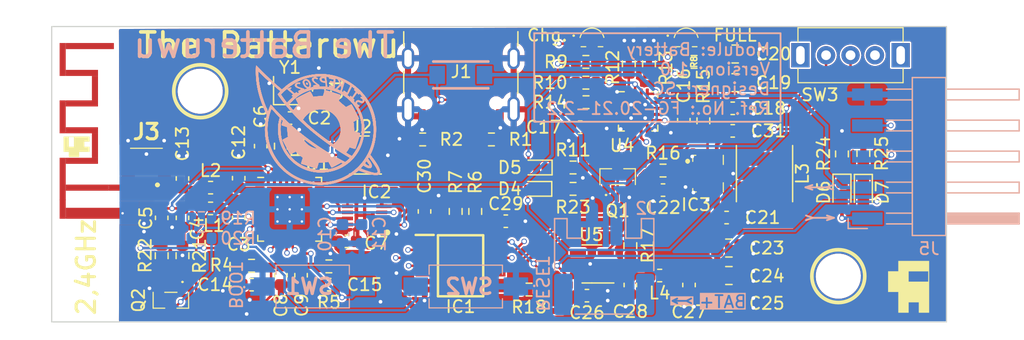
<source format=kicad_pcb>
(kicad_pcb (version 20221018) (generator pcbnew)
  (layers (0 "F.Cu" signal) (1 "In1.Cu" signal) (2 "In2.Cu" signal) (31 "B.Cu" signal) (34 "B.Paste" user) (35 "F.Paste" user) (36 "B.SilkS" user "B.Silkscreen") (37 "F.SilkS" user "F.Silkscreen") (38 "B.Mask" user) (39 "F.Mask" user) (44 "Edge.Cuts" user))
  (net 0 "")
  (net 1 "/Wireless/XTAL_N")
  (net 2 "GND")
  (net 3 "/Wireless/XTAL_P_R")
  (net 4 "/Wireless/3V3 RF")
  (net 5 "+3V3")
  (net 6 "VDD SPI")
  (net 7 "/Wireless/MCU_LNA")
  (net 8 "/Wireless/ANT_RF")
  (net 9 "/Wireless/BOOT")
  (net 10 "/Power/DPPM OUT")
  (net 11 "BAT+")
  (net 12 "+5V")
  (net 13 "Net-(IC3-VAUX)")
  (net 14 "Net-(U5-VIN)")
  (net 15 "5V CHRG")
  (net 16 "/Wireless/VUSB")
  (net 17 "/Power/PGOOD")
  (net 18 "Net-(D2-A)")
  (net 19 "/Power/CHG")
  (net 20 "Net-(D3-A)")
  (net 21 "Net-(D4-K)")
  (net 22 "Net-(D4-A)")
  (net 23 "SCL_3V3")
  (net 24 "SDA_3V3")
  (net 25 "ESP_DISABLE")
  (net 28 "/Wireless/EN_LS")
  (net 31 "SYSOFF")
  (net 32 "SDA_5V")
  (net 33 "SCL_5V")
  (net 34 "SPI_CS")
  (net 35 "SPI_DO")
  (net 36 "SPI_WP")
  (net 37 "SPI_DI")
  (net 38 "SPI_CLK")
  (net 39 "SPI_HOLD")
  (net 40 "Net-(IC3-EN)")
  (net 41 "Net-(IC3-PG)")
  (net 42 "Net-(IC3-L2)")
  (net 43 "Net-(IC3-L1)")
  (net 44 "/Wireless/CC1")
  (net 45 "USB_D+")
  (net 46 "USB_D-")
  (net 48 "/Wireless/CC2")
  (net 50 "TS")
  (net 51 "Net-(Q1-G)")
  (net 52 "Net-(Q2-G)")
  (net 53 "Net-(Q2-D)")
  (net 54 "/Wireless/XTAL_P")
  (net 55 "Net-(U4-ISET)")
  (net 56 "Net-(U4-ILIM)")
  (net 57 "Net-(U5-EN)")
  (net 58 "V_SENSE")
  (net 59 "V_SENSE_EN")
  (net 65 "MCU_D-")
  (net 66 "MCU_D+")
  (net 71 "Net-(D6-K)")
  (net 72 "Net-(D7-K)")
  (net 73 "/Wireless/RESET")
  (footprint "Resistor_SMD:R_0603_1608Metric" (layer "F.Cu") (at 65.2 51.9)
    (fp_text reference "R9")
    (fp_text value "510")
  )
  (footprint "Capacitor_SMD:C_0603_1608Metric" (layer "F.Cu") (at 58.65 64.95)
    (fp_text reference "C29")
    (fp_text value "100n")
  )
  (footprint "MountingHole:MountingHole_3.2mm_M3_DIN965" (layer "F.Cu") (at 85.85 69.45)
    (fp_text reference "H1" hide)
    (fp_text value "MountingHole")
  )
  (footprint "Resistor_SMD:R_0603_1608Metric" (layer "F.Cu") (at 44.175 68.65 180)
    (fp_text reference "R5")
    (fp_text value "5k1")
  )
  (footprint "Resistor_SMD:R_0603_1608Metric" (layer "F.Cu") (at 68.8375 66.95 90)
    (fp_text reference "R17")
    (fp_text value "10k")
  )
  (footprint "Capacitor_SMD:C_0603_1608Metric" (layer "F.Cu") (at 43.35 54.15 90)
    (fp_text reference "C1")
    (fp_text value "10p")
  )
  (footprint "Inductor_SMD:L_0603_1608Metric" (layer "F.Cu") (at 34.5 63.9 180)
    (fp_text reference "L1")
    (fp_text value "2n2")
  )
  (footprint "Capacitor_SMD:C_0603_1608Metric" (layer "F.Cu") (at 44.2 70.15 180)
    (fp_text reference "C15")
    (fp_text value "100n")
  )
  (footprint "Resistor_SMD:R_0603_1608Metric" (layer "F.Cu") (at 74.05 51.9)
    (fp_text reference "R8")
    (fp_text value "510")
  )
  (footprint "Capacitor_SMD:C_0603_1608Metric" (layer "F.Cu") (at 41 56.5)
    (fp_text reference "C2")
    (fp_text value "10p")
  )
  (footprint "SamacSys:TBAT54CLM" (layer "F.Cu") (at 31.25 71.425 180)
    (fp_text reference "Q2")
    (fp_text value "T2N7002AK,LM" hide)
  )
  (footprint "Capacitor_SMD:C_0603_1608Metric" (layer "F.Cu") (at 40.25 69.375 -90)
    (fp_text reference "C8")
    (fp_text value "100n")
  )
  (footprint "Capacitor_SMD:C_0603_1608Metric" (layer "F.Cu") (at 30.5 64.675 -90)
    (fp_text reference "C5")
    (fp_text value "10u")
  )
  (footprint "Capacitor_SMD:C_0805_2012Metric" (layer "F.Cu") (at 76.9 71.65)
    (fp_text reference "C25")
    (fp_text value "22uF")
  )
  (footprint "Resistor_SMD:R_0603_1608Metric" (layer "F.Cu") (at 30.5 67.775 -90)
    (fp_text reference "R22")
    (fp_text value "1k")
  )
  (footprint "Inductor_SMD:L_0603_1608Metric" (layer "F.Cu") (at 34.5 62.2 180)
    (fp_text reference "L2")
    (fp_text value "2n2")
  )
  (footprint "Capacitor_SMD:C_0805_2012Metric" (layer "F.Cu") (at 76.9 67.15)
    (fp_text reference "C23")
    (fp_text value "22uF")
  )
  (footprint "MountingHole:MountingHole_3.2mm_M3_DIN965" (layer "F.Cu") (at 33.65 54.3)
    (fp_text reference "H2" hide)
    (fp_text value "MountingHole")
  )
  (footprint "Resistor_SMD:R_0603_1608Metric" (layer "F.Cu") (at 60.55 70.55 180)
    (fp_text reference "R18")
    (fp_text value "1k")
  )
  (footprint "Capacitor_SMD:C_0805_2012Metric" (layer "F.Cu") (at 76.9 69.4)
    (fp_text reference "C24")
    (fp_text value "22uF")
  )
  (footprint "Resistor_SMD:R_0603_1608Metric" (layer "F.Cu") (at 64.15 62.3)
    (fp_text reference "R23")
    (fp_text value "1k")
  )
  (footprint "Antennas:2.4GHZ PCB Antenna AN043" (layer "F.Cu") (at 24.95 58.1 90)
    (fp_text reference "U3" hide)
    (fp_text value "2.4GHZ_PCB_Antenna_AN043")
  )
  (footprint "Capacitor_SMD:C_0603_1608Metric" (layer "F.Cu") (at 37.85 70.15)
    (fp_text reference "C14")
    (fp_text value "100n")
  )
  (footprint "Resistor_SMD:R_0603_1608Metric" (layer "F.Cu") (at 37.85 68.6)
    (fp_text reference "R4")
    (fp_text value "5k1")
  )
  (footprint "Package_DFN_QFN:VQFN-16-1EP_3x3mm_P0.5mm_EP1.6x1.6mm" (layer "F.Cu") (at 69.475 55.95)
    (fp_text reference "U4")
    (fp_text value "BQ24075RGT")
  )
  (footprint "Capacitor_SMD:C_0805_2012Metric" (layer "F.Cu") (at 77.4125 53.6)
    (fp_text reference "C19")
    (fp_text value "10uF")
  )
  (footprint "Capacitor_SMD:C_0805_2012Metric" (layer "F.Cu") (at 77.4125 51.25)
    (fp_text reference "C20")
    (fp_text value "10uF")
  )
  (footprint "Inductor_SMD:L_0603_1608Metric" (layer "F.Cu") (at 71.2375 69.4 180)
    (fp_text reference "L4")
    (fp_text value "2n2")
  )
  (footprint "Package_TO_SOT_SMD:SOT-23-6" (layer "F.Cu") (at 46.67 59.525 180)
    (fp_text reference "U2")
    (fp_text value "USBLC6-2SC6")
  )
  (footprint "Resistor_SMD:R_0603_1608Metric" (layer "F.Cu") (at 68.7125 52.05 90)
    (fp_text reference "R12")
    (fp_text value "1.18k")
  )
  (footprint "Capacitor_SMD:C_0603_1608Metric" (layer "F.Cu") (at 77.2125 57.55)
    (fp_text reference "C31")
    (fp_text value "100n")
  )
  (footprint "Capacitor_SMD:C_0603_1608Metric" (layer "F.Cu") (at 38.6 58.8 90)
    (fp_text reference "C6")
    (fp_text value "100n")
  )
  (footprint "Capacitor_SMD:C_0603_1608Metric" (layer "F.Cu") (at 68.8375 70.175 -90)
    (fp_text reference "C28")
    (fp_text value "100n")
  )
  (footprint "Resistor_SMD:R_0603_1608Metric" (layer "F.Cu") (at 86.15 59.4375 90)
    (fp_text reference "R24")
    (fp_text value "1k")
  )
  (footprint "Capacitor_SMD:C_0603_1608Metric_Pad1.08x0.95mm_HandSolder" (layer "F.Cu") (at 64.7375 57.25 180)
    (fp_text reference "C17")
    (fp_text value "4.7 uF")
  )
  (footprint "Resistor_SMD:R_0603_1608Metric" (layer "F.Cu") (at 87.9 59.4 90)
    (fp_text reference "R25")
    (fp_text value "1k")
  )
  (footprint "Capacitor_SMD:C_0603_1608Metric" (layer "F.Cu") (at 52 64.15 90)
    (fp_text reference "C30")
    (fp_text value "100n")
  )
  (footprint "Capacitor_SMD:C_0603_1608Metric" (layer "F.Cu") (at 32.2 61.45 90)
    (fp_text reference "C13")
    (fp_text value "3p3")
  )
  (footprint "Capacitor_SMD:C_0603_1608Metric" (layer "F.Cu") (at 77.2125 55.7)
    (fp_text reference "C18")
    (fp_text value "10uF")
  )
  (footprint "Capacitor_SMD:C_0603_1608Metric" (layer "F.Cu") (at 73.6375 70.175 -90)
    (fp_text reference "C27")
    (fp_text value "100n")
  )
  (footprint "Capacitor_SMD:C_0603_1608Metric" (layer "F.Cu") (at 32.2 64.675 -90)
    (fp_text reference "C4")
    (fp_text value "100n")
  )
  (footprint "SamacSys:155124RS73200" (layer "F.Cu") (at 65.7 50.4)
    (fp_text reference "D3" hide)
    (fp_text value "LED red" hide)
  )
  (footprint "Resistor_SMD:R_0603_1608Metric" (layer "F.Cu") (at 54.55 64.15 90)
    (fp_text reference "R7")
    (fp_text value "5k1")
  )
  (footprint "Inductor_custom:EATON_EXL1V0402_4.6mmx4.6mm" (layer "F.Cu") (at 79.8125 61.05 -90)
    (fp_text reference "L3")
    (fp_text value "1.5uH")
  )
  (footprint "SamacSys:SON50P300X200X60-9N" (layer "F.Cu") (at 47.1 64.475 180)
    (fp_text reference "IC2")
    (fp_text value "W25Q16JVUXIQ_TR" hide)
  )
  (footprint "SamacSys:TBAT54CLM" (layer "F.Cu") (at 67.8 61.3)
    (fp_text reference "Q1")
    (fp_text value "T2N7002AK,LM" hide)
  )
  (footprint "Capacitor_SMD:C_0603_1608Metric" (layer "F.Cu") (at 45.65 66.6)
    (fp_text reference "C7")
    (fp_text value "100n")
  )
  (footprint "Capacitor_SMD:C_0603_1608Metric" (layer "F.Cu") (at 71.5125 62.4 180)
    (fp_text reference "C22")
    (fp_text value "100n")
  )
  (footprint "Resistor_SMD:R_0603_1608Metric" (layer "F.Cu") (at 71.5125 60.8)
    (fp_text reference "R16")
    (fp_text value "100k")
  )
  (footprint "Capacitor_SMD:C_0603_1608Metric" (layer "F.Cu") (at 36.8 61.425 90)
    (fp_text reference "C12")
    (fp_text value "3p3")
  )
  (footprint "Resistor_SMD:R_0603_1608Metric" (layer "F.Cu") (at 32.2 67.775 90)
    (fp_text reference "R21")
    (fp_text value "10k")
  )
  (footprint "Crystal:Crystal_SMD_2016-4Pin_2.0x1.6mm" (layer "F.Cu") (at 41 54.25)
    (fp_text reference "Y1")
    (fp_text value "ECS-400-10-37B2-CKM-TR")
  )
  (footprint "Capacitor_SMD:C_0603_1608Metric" (layer "F.Cu") (at 73.2125 56.675 -90)
    (fp_text reference "C16")
    (fp_text value "4.7 uF")
  )
  (footprint "LED_SMD:LED_0603_1608Metric" (layer "F.Cu") (at 86.15 62.5875 -90)
    (fp_text reference "D6")
    (fp_text value "LED")
  )
  (footprint "SamacSys:23370191" (layer "F.Cu") (at 29.25 60.275)
    (fp_text reference "J3")
    (fp_text value "2337019-1" hide)
  )
  (footprint "Resistor_SMD:R_0603_1608Metric" (layer "F.Cu") (at 70.3625 52.05 90)
    (fp_text reference "R13")
    (fp_text value "1.18k")
  )
  (footprint "Resistor_SMD:R_0603_1608Metric" (layer "F.Cu") (at 64.15 60.55)
    (fp_text reference "R11")
    (fp_text value "10k")
  )
  (footprint "Capacitor_SMD:C_0603_1608Metric" (layer "F.Cu") (at 65.2875 71.05)
    (fp_text reference "C26")
    (fp_text value "1u")
  )
  (footprint "Connector_USB:USB_C_Receptacle_GCT_USB4105-xx-A_16P_TopMnt_Horizontal" (layer "F.Cu") (at 54.97 52.675 180)
    (fp_text reference "J1")
    (fp_text value "USB_C_Receptacle_USB2.0")
  )
  (footprint "Capacitor_SMD:C_0603_1608Metric" (layer "F.Cu") (at 36.8 64.675 -90)
    (fp_text reference "C3")
    (fp_text value "100n")
  )
  (footprint "Resistor_SMD:R_0603_1608Metric" (layer "F.Cu") (at 57.475 58.25)
    (fp_text reference "R1")
    (fp_text value "5k1")
  )
  (footprint "Resistor_SMD:R_0603_1608Metric" (layer "F.Cu") (at 40.25 58.8 90)
    (fp_text reference "R3")
    (fp_text value "22")
  )
  (footprint "SamacSys:SOP65P640X120-14N" (layer "F.Cu") (at 54.95 68.6)
    (fp_text reference "IC1")
    (fp_text value "LSF0204QPWRQ1" hide)
  )
  (footprint "Package_TO_SOT_SMD:SOT-23-5" (layer "F.Cu") (at 65.6875 68.45 180)
    (fp_text reference "U5")
    (fp_text value "AP2112K-3.3")
  )
  (footprint "Resistor_SMD:R_0603_1608Metric" (layer "F.Cu") (at 65.2125 55.2 180)
    (fp_text reference "R14")
    (fp_text value "10k")
  )
  (footprint "Resistor_SMD:R_0603_1608Metric" (layer "F.Cu") (at 51.85 58.25 180)
    (fp_text reference "R2")
    (fp_text value "5k1")
  )
  (footprint "Capacitor_SMD:C_0603_1608Metric" (layer "F.Cu") (at 41.9 69.375 -90)
    (fp_text reference "C9")
    (fp_text value "10u")
  )
  (footprint "Capacitor_SMD:C_0603_1608Metric" (layer "F.Cu") (at 76.7125 64.65)
    (fp_text reference "C21")
    (fp_text value "10uF")
  )
  (footprint "LED_SMD:LED_0603_1608Metric" (layer "F.Cu") (at 87.9 62.6 -90)
    (fp_text reference "D7")
    (fp_text value "LED")
  )
  (footprint "SamacSys:TPS630701RNMR" (layer "F.Cu") (at 74.668 61.05)
    (fp_text reference "IC3")
    (fp_text value "TPS630701RNMR" hide)
  )
  (footprint "Switch footprints:SLW-864547-5A-RA-D" (layer "F.Cu") (at 86.85 51.35)
    (fp_text reference "SW3")
    (fp_text value "POWER SWITCH")
  )
  (footprint "Resistor_SMD:R_0603_1608Metric" (layer "F.Cu") (at 65.2 53.6 180)
    (fp_text reference "R10")
    (fp_text value "5k1")
  )
  (footprint "Diode_SMD:D_SOD-523" (layer "F.Cu") (at 61.175 60.551 180)
    (fp_text reference "D5")
    (fp_text value "RB21S30T5G")
  )
  (footprint "SamacSys:155124RS73200" (layer "F.Cu") (at 73.4 50.4)
    (fp_text reference "D2" hide)
    (fp_text value "LED green" hide)
  )
  (footprint "Resistor_SMD:R_0603_1608Metric" (layer "F.Cu") (at 56.15 64.15 90)
    (fp_text reference "R6")
    (fp_text value "5k1")
  )
  (footprint "Diode_SMD:D_SOD-523" (layer "F.Cu") (at 61.15 62.3 180)
    (fp_text reference "D4")
    (fp_text value "RB21S30T5G")
  )
  (footprint "Resistor_SMD:R_0603_1608Metric" (layer "F.Cu") (at 74.8125 56.725 -90)
    (fp_text reference "R15")
    (fp_text value "10k")
  )
  (footprint "Package_DFN_QFN:QFN-32-1EP_5x5mm_P0.5mm_EP3.7x3.7mm_ThermalVias" (layer "F.Cu") (at 40.97 63.975)
    (fp_text reference "U1")
    (fp_text value "ESP32C3")
  )
  (footprint "Diode_custom:CD214A-B240LR" (layer "B.Cu") (at 54.97 52.965 180)
    (fp_text reference "D1" hide)
    (fp_text value "CD214A-B240LR" hide)
  )
  (footprint "Capacitor_SMD:C_0603_1608Metric" (layer "B.Cu") (at 45.29 66 -90)
    (fp_text reference "C10")
    (fp_text value "10u")
  )
  (footprint "SamacSys:PTS636SP50SMTRLFS" (layer "B.Cu") (at 42.85 70.3)
    (fp_text reference "SW1")
    (fp_text value "PTS636 SP50" hide)
  )
  (footprint "Resistor_SMD:R_0603_1608Metric" (layer "B.Cu") (at 33.75 64.7 180)
    (fp_text reference "R19")
    (fp_text value "10k")
  )
  (footprint "SamacSys:PTS636SP50SMTRLFS" (layer "B.Cu") (at 55.375 70.3 180)
    (fp_text reference "SW2")
    (fp_text value "PTS636 SP50" hide)
  )
  (footprint "Connector_Harwin:Harwin_M20-89005xx_1x05_P2.54mm_Horizontal" (layer "B.Cu") (at 93.75 59.65)
    (fp_text reference "J5")
    (fp_text value "M20-8900505")
  )
  (footprint "Capacitor_SMD:C_0603_1608Metric" (layer "B.Cu") (at 46.85 66 -90)
    (fp_text reference "C11")
    (fp_text value "100n")
  )
  (footprint "Connector_JST:JST_PH_S2B-PH-SM4-TB_1x02-1MP_P2.00mm_Horizontal" (layer "B.Cu") (at 66.7 68.05 180)
    (fp_text reference "J2")
    (fp_text value "BATTERY")
  )
  (footprint "Resistor_SMD:R_0603_1608Metric" (layer "B.Cu") (at 33.75 66.35)
    (fp_text reference "R20")
    (fp_text value "22k")
  )
  (gr_poly (pts (xy 45.883114 54.018957) (xy 45.764374 54.281346) (xy 45.746614 54.320611) (xy 45.730414 54.357106) (xy 45.717562 54.38676) (xy 45.709848 54.405497) (xy 45.708016 54.410082) (xy 45.706133 54.414331) (xy 45.704182 54.41824) (xy 45.702144 54.421805) (xy 45.700004 54.425021) (xy 45.697742 54.427884) (xy 45.695342 54.430391) (xy 45.692785 54.432537) (xy 45.691442 54.433473) (xy 45.690054 54.434317) (xy 45.688618 54.435069) (xy 45.687131 54.435728) (xy 45.685593 54.436293) (xy 45.683999 54.436765) (xy 45.682349 54.437142) (xy 45.680641 54.437424) (xy 45.677037 54.437702) (xy 45.673172 54.437593) (xy 45.669027 54.437094) (xy 45.664584 54.4362) (xy 45.659826 54.434907) (xy 45.654736 54.433212) (xy 45.649295 54.431109) (xy 45.643486 54.428595) (xy 45.637292 54.425665) (xy 45.630695 54.422316) (xy 45.623676 54.418543) (xy 45.616219 54.414341) (xy 45.608307 54.409708) (xy 45.59992 54.404638) (xy 45.591042 54.399127) (xy 45.581655 54.393171) (xy 45.561284 54.379909) (xy 45.538665 54.364816) (xy 45.497776 54.337493) (xy 45.465092 54.316205) (xy 45.439759 54.300518) (xy 45.429582 54.294639) (xy 45.420923 54.289997) (xy 45.413675 54.286538) (xy 45.40773 54.284207) (xy 45.402983 54.28295) (xy 45.399326 54.282712) (xy 45.396653 54.28344) (xy 45.395652 54.284149) (xy 45.394856 54.285079) (xy 45.39383 54.287574) (xy 45.393467 54.290871) (xy 45.393411 54.291981) (xy 45.393283 54.293334) (xy 45.392827 54.296693) (xy 45.39213 54.300798) (xy 45.391221 54.305502) (xy 45.390131 54.310653) (xy 45.388889 54.316103) (xy 45.387526 54.321702) (xy 45.386072 54.327301) (xy 45.378851 54.354206) (xy 45.525962 54.457882) (xy 45.584536 54.498695) (xy 45.635271 54.533179) (xy 45.672735 54.557702) (xy 45.684793 54.565091) (xy 45.691496 54.568628) (xy 45.692879 54.568854) (xy 45.69447 54.568543) (xy 45.696276 54.567679) (xy 45.698306 54.56625) (xy 45.700567 54.564243) (xy 45.703067 54.561642) (xy 45.705813 54.558436) (xy 45.708812 54.554611) (xy 45.715604 54.545048) (xy 45.723504 54.532846) (xy 45.732573 54.517897) (xy 45.742872 54.500094) (xy 45.754462 54.479327) (xy 45.767404 54.45549) (xy 45.78176 54.428475) (xy 45.797592 54.398174) (xy 45.814959 54.364478) (xy 45.833924 54.32728) (xy 45.87689 54.241948) (xy 45.876891 54.241948) (xy 46.04386 53.908199) (xy 46.020376 53.890643) (xy 46.015265 53.886899) (xy 46.009736 53.882987) (xy 46.003966 53.879022) (xy 45.998129 53.87512) (xy 45.992401 53.871397) (xy 45.986957 53.867967) (xy 45.981973 53.864947) (xy 45.977623 53.862453) (xy 45.958356 53.851819)) (stroke (width 0.0127)) (fill solid) (layer "B.SilkS"))
  (gr_poly (pts (xy 46.278255 54.150549) (xy 46.258685 54.188392) (xy 46.327813 54.25666) (xy 46.343034 54.271313) (xy 46.356286 54.283782) (xy 46.367406 54.294685) (xy 46.372115 54.299741) (xy 46.37623 54.304636) (xy 46.37973 54.309448) (xy 46.382594 54.314253) (xy 46.384802 54.319128) (xy 46.386334 54.32415) (xy 46.387169 54.329397) (xy 46.387287 54.334944) (xy 46.386667 54.340871) (xy 46.385289 54.347252) (xy 46.383132 54.354166) (xy 46.380176 54.361689) (xy 46.3764 54.369898) (xy 46.371783 54.378871) (xy 46.366306 54.388684) (xy 46.359948 54.399414) (xy 46.352688 54.411138) (xy 46.344507 54.423934) (xy 46.325295 54.453048) (xy 46.302148 54.487371) (xy 46.243398 54.574109) (xy 46.187087 54.657645) (xy 46.144627 54.718984) (xy 46.127628 54.74205) (xy 46.112936 54.76043) (xy 46.100166 54.774412) (xy 46.09438 54.779843) (xy 46.088931 54.784283) (xy 46.08377 54.787768) (xy 46.078848 54.790332) (xy 46.074117 54.792013) (xy 46.06953 54.792846) (xy 46.065038 54.792868) (xy 46.060593 54.792113) (xy 46.056147 54.790619) (xy 46.051651 54.788421) (xy 46.042319 54.782057) (xy 46.032212 54.773309) (xy 46.008129 54.749813) (xy 45.954906 54.697578) (xy 45.933354 54.730473) (xy 45.911801 54.763368) (xy 45.935297 54.794003) (xy 45.959585 54.823799) (xy 45.993399 54.862834) (xy 46.033014 54.907091) (xy 46.0747 54.952549) (xy 46.114732 54.995193) (xy 46.149382 55.031002) (xy 46.174922 55.055958) (xy 46.183112 55.063111) (xy 46.187626 55.066044) (xy 46.188374 55.0662) (xy 46.189167 55.066292) (xy 46.190004 55.066323) (xy 46.190882 55.066292) (xy 46.1918 55.066203) (xy 46.192754 55.066055) (xy 46.194765 55.065589) (xy 46.196897 55.064907) (xy 46.199131 55.064017) (xy 46.201449 55.062931) (xy 46.203833 55.061658) (xy 46.206265 55.060209) (xy 46.208726 55.058593) (xy 46.211199 55.056823) (xy 46.213665 55.054907) (xy 46.216107 55.052855) (xy 46.218505 55.050679) (xy 46.220841 55.048389) (xy 46.223099 55.045994) (xy 46.223096 55.045992) (xy 46.228254 55.040126) (xy 46.230549 55.037362) (xy 46.232653 55.034698) (xy 46.234562 55.032124) (xy 46.236276 55.029629) (xy 46.237792 55.027204) (xy 46.239109 55.024838) (xy 46.240223 55.022522) (xy 46.241133 55.020246) (xy 46.241836 55.017999) (xy 46.242332 55.015772) (xy 46.242617 55.013555) (xy 46.24269 55.011338) (xy 46.242549 55.00911) (xy 46.242191 55.006862) (xy 46.241615 55.004584) (xy 46.240818 55.002266) (xy 46.239798 54.999897) (xy 46.238554 54.997469) (xy 46.237083 54.99497) (xy 46.235383 54.992391) (xy 46.233453 54.989722) (xy 46.231289 54.986953) (xy 46.228891 54.984074) (xy 46.226255 54.981074) (xy 46.220264 54.974676) (xy 46.213301 54.967677) (xy 46.205348 54.959998) (xy 46.197226 54.952046) (xy 46.189167 54.94374) (xy 46.181384 54.935325) (xy 46.174085 54.927047) (xy 46.167482 54.919151) (xy 46.161786 54.911881) (xy 46.159344 54.908558) (xy 46.157208 54.905484) (xy 46.155404 54.90269) (xy 46.153958 54.900205) (xy 46.141762 54.877713) (xy 46.301861 54.65601) (xy 46.365019 54.568359) (xy 46.411898 54.504547) (xy 46.430354 54.480818) (xy 46.446085 54.462132) (xy 46.459539 54.448185) (xy 46.465552 54.442893) (xy 46.471164 54.438671) (xy 46.476431 54.43548) (xy 46.481409 54.433284) (xy 46.486153 54.432043) (xy 46.490721 54.43172) (xy 46.495167 54.432276) (xy 46.499549 54.433673) (xy 46.503921 54.435873) (xy 46.50834 54.438838) (xy 46.517544 54.446909) (xy 46.527607 54.457581) (xy 46.552107 54.485507) (xy 46.613627 54.554398) (xy 46.638634 54.524416) (xy 46.650078 54.510951) (xy 46.652319 54.508028) (xy 46.654244 54.505184) (xy 46.655819 54.502367) (xy 46.656464 54.500953) (xy 46.657008 54.499528) (xy 46.657447 54.498085) (xy 46.657778 54.496618) (xy 46.657995 54.49512) (xy 46.658094 54.493586) (xy 46.658071 54.492009) (xy 46.657922 54.490383) (xy 46.657642 54.488702) (xy 46.657227 54.486959) (xy 46.656673 54.485148) (xy 46.655976 54.483263) (xy 46.65513 54.481298) (xy 46.654133 54.479247) (xy 46.652979 54.477103) (xy 46.651665 54.47486) (xy 46.648537 54.470053) (xy 46.644715 54.464775) (xy 46.640164 54.458977) (xy 46.634851 54.452609) (xy 46.62874 54.445622) (xy 46.621798 54.437964) (xy 46.61399 54.429588) (xy 46.605282 54.420441) (xy 46.595639 54.410476) (xy 46.573413 54.387889) (xy 46.547036 54.361428) (xy 46.480733 54.295287) (xy 46.297824 54.112705)) (stroke (width 0.0127)) (fill solid) (layer "B.SilkS"))
  (gr_poly (pts (xy 43.681445 53.122224) (xy 43.656216 53.12322) (xy 43.633321 53.124772) (xy 43.612576 53.126921) (xy 43.593795 53.129713) (xy 43.576794 53.133191) (xy 43.561389 53.137399) (xy 43.547394 53.142381) (xy 43.534625 53.14818) (xy 43.522897 53.15484) (xy 43.512026 53.162406) (xy 43.501827 53.17092) (xy 43.492115 53.180427) (xy 43.482706 53.190971) (xy 43.45054 53.229197) (xy 43.45054 53.298481) (xy 43.450874 53.314167) (xy 43.451876 53.329416) (xy 43.453544 53.344227) (xy 43.455877 53.358598) (xy 43.458875 53.37253) (xy 43.462537 53.386021) (xy 43.46686 53.399069) (xy 43.471844 53.411675) (xy 43.477488 53.423838) (xy 43.483791 53.435555) (xy 43.490751 53.446827) (xy 43.498368 53.457653) (xy 43.506641 53.468031) (xy 43.515568 53.477961) (xy 43.525148 53.487442) (xy 43.53538 53.496472) (xy 43.546264 53.505052) (xy 43.557797 53.513179) (xy 43.569979 53.520854) (xy 43.582809 53.528074) (xy 43.596286 53.53484) (xy 43.610408 53.541151) (xy 43.625174 53.547004) (xy 43.640584 53.5524) (xy 43.656636 53.557338) (xy 43.67333 53.561817) (xy 43.690663 53.565835) (xy 43.708635 53.569392) (xy 43.727245 53.572487) (xy 43.746492 53.575118) (xy 43.786891 53.578989) (xy 43.894514 53.586584) (xy 43.900215 53.60694) (xy 43.901519 53.612714) (xy 43.903043 53.621358) (xy 43.904732 53.632449) (xy 43.906529 53.645566) (xy 43.908381 53.660287) (xy 43.91023 53.676189) (xy 43.912021 53.69285) (xy 43.913699 53.709848) (xy 43.917273 53.745658) (xy 43.921239 53.782139) (xy 43.925117 53.815017) (xy 43.928429 53.840023) (xy 43.935374 53.887648) (xy 43.978707 53.887648) (xy 43.983519 53.887575) (xy 43.988104 53.88736) (xy 43.99245 53.887007) (xy 43.996545 53.88652) (xy 44.000379 53.885903) (xy 44.003939 53.88516) (xy 44.007214 53.884297) (xy 44.010192 53.883316) (xy 44.012862 53.882223) (xy 44.015213 53.881021) (xy 44.017231 53.879715) (xy 44.018907 53.87831) (xy 44.020228 53.876808) (xy 44.020752 53.876023) (xy 44.021183 53.875216) (xy 44.02152 53.874386) (xy 44.021761 53.873536) (xy 44.021904 53.872664) (xy 44.021949 53.871773) (xy 44.021948 53.871773) (xy 44.009948 53.740292) (xy 43.983364 53.488091) (xy 43.980639 53.463622) (xy 43.878324 53.463622) (xy 43.877919 53.471931) (xy 43.876926 53.47705) (xy 43.869486 53.496424) (xy 43.790187 53.487961) (xy 43.773423 53.486002) (xy 43.756173 53.483675) (xy 43.738927 53.481066) (xy 43.72218 53.478261) (xy 43.706424 53.475348) (xy 43.692151 53.472413) (xy 43.679856 53.469543) (xy 43.670029 53.466825) (xy 43.670029 53.466826) (xy 43.661343 53.463784) (xy 43.65294 53.460156) (xy 43.644832 53.455974) (xy 43.637031 53.451273) (xy 43.629549 53.446086) (xy 43.622398 53.440446) (xy 43.61559 53.434388) (xy 43.609136 53.427944) (xy 43.603049 53.421149) (xy 43.59734 53.414036) (xy 43.592022 53.406638) (xy 43.587105 53.398989) (xy 43.582603 53.391124) (xy 43.578527 53.383074) (xy 43.574889 53.374875) (xy 43.5717 53.366559) (xy 43.568973 53.358161) (xy 43.56672 53.349713) (xy 43.564952 53.34125) (xy 43.563681 53.332804) (xy 43.56292 53.32441) (xy 43.562679 53.316102) (xy 43.562972 53.307912) (xy 43.56381 53.299874) (xy 43.565204 53.292023) (xy 43.567167 53.284391) (xy 43.569711 53.277012) (xy 43.572847 53.26992) (xy 43.576587 53.263148) (xy 43.580944 53.25673) (xy 43.585929 53.2507) (xy 43.591554 53.245091) (xy 43.618269 53.220898) (xy 43.730011 53.216506) (xy 43.841754 53.212114) (xy 43.848579 53.235556) (xy 43.851478 53.246679) (xy 43.854446 53.260192) (xy 43.860397 53.292788) (xy 43.866058 53.330157) (xy 43.871056 53.369112) (xy 43.875015 53.406466) (xy 43.877563 53.439032) (xy 43.878324 53.463622) (xy 43.980639 53.463622) (xy 43.955981 53.242252) (xy 43.941584 53.129859) (xy 43.940235 53.129345) (xy 43.937257 53.128815) (xy 43.926761 53.12773) (xy 43.910789 53.126635) (xy 43.890032 53.125562) (xy 43.865181 53.124543) (xy 43.836928 53.123609) (xy 43.805965 53.122792) (xy 43.772983 53.122124) (xy 43.709193 53.121738)) (stroke (width 0.0127)) (fill solid) (layer "B.SilkS"))
  (gr_poly (pts (xy 42.953889 53.168097) (xy 42.931794 53.17512) (xy 42.911382 53.182841) (xy 42.892649 53.191246) (xy 42.875591 53.200321) (xy 42.860207 53.210051) (xy 42.846491 53.220422) (xy 42.834441 53.231419) (xy 42.824054 53.243027) (xy 42.815327 53.255232) (xy 42.808256 53.268019) (xy 42.802838 53.281374) (xy 42.79907 53.295282) (xy 42.796948 53.309729) (xy 42.796469 53.324699) (xy 42.797631 53.340179) (xy 42.800429 53.356154) (xy 42.804861 53.372609) (xy 42.810923 53.389529) (xy 42.818612 53.406901) (xy 42.827925 53.424709) (xy 42.838858 53.442938) (xy 42.851409 53.461575) (xy 42.865574 53.480605) (xy 42.881349 53.500013) (xy 42.898732 53.519785) (xy 42.917719 53.539905) (xy 42.938307 53.56036) (xy 42.960493 53.581135) (xy 42.984274 53.602214) (xy 43.009645 53.623585) (xy 43.036605 53.645232) (xy 43.06515 53.66714) (xy 43.114644 53.704695) (xy 43.152659 53.734577) (xy 43.167585 53.746897) (xy 43.179909 53.757608) (xy 43.189721 53.76681) (xy 43.19711 53.774609) (xy 43.202166 53.781105) (xy 43.203847 53.783897) (xy 43.204977 53.786401) (xy 43.20557 53.788632) (xy 43.205634 53.790602) (xy 43.205183 53.792322) (xy 43.204226 53.793808) (xy 43.202775 53.79507) (xy 43.200842 53.796123) (xy 43.195572 53.797649) (xy 43.188504 53.798489) (xy 43.179729 53.798747) (xy 43.158866 53.80041) (xy 43.124181 53.804852) (xy 43.080685 53.811247) (xy 43.033387 53.818773) (xy 42.987295 53.826606) (xy 42.947418 53.833921) (xy 42.918767 53.839895) (xy 42.910216 53.842122) (xy 42.906349 53.843705) (xy 42.90553 53.844811) (xy 42.904974 53.846331) (xy 42.904667 53.848235) (xy 42.904598 53.850493) (xy 42.90512 53.855951) (xy 42.906436 53.862469) (xy 42.908443 53.86981) (xy 42.911039 53.877734) (xy 42.914119 53.886006) (xy 42.917583 53.894387) (xy 42.921325 53.902639) (xy 42.925244 53.910526) (xy 42.929237 53.917808) (xy 42.9332 53.92425) (xy 42.937031 53.929613) (xy 42.940627 53.933659) (xy 42.942305 53.935114) (xy 42.943885 53.936151) (xy 42.945354 53.93674) (xy 42.946701 53.936852) (xy 43.019757 53.927434) (xy 43.174491 53.907042) (xy 43.270407 53.893709) (xy 43.308303 53.887467) (xy 43.339577 53.881105) (xy 43.364295 53.87432) (xy 43.374215 53.870674) (xy 43.38252 53.866808) (xy 43.389218 53.862685) (xy 43.394318 53.858266) (xy 43.397826 53.853515) (xy 43.399753 53.848392) (xy 43.400105 53.842861) (xy 43.39889 53.836882) (xy 43.396118 53.830419) (xy 43.391795 53.823434) (xy 43.38593 53.815888) (xy 43.378532 53.807744) (xy 43.359165 53.78951) (xy 43.333759 53.768428) (xy 43.30238 53.744196) (xy 43.22196 53.685067) (xy 43.134013 53.61988) (xy 43.096653 53.590963) (xy 43.063456 53.564208) (xy 43.034239 53.539399) (xy 43.008818 53.516321) (xy 42.987011 53.494758) (xy 42.968632 53.474492) (xy 42.9535 53.455309) (xy 42.941429 53.436992) (xy 42.932237 53.419325) (xy 42.92574 53.402091) (xy 42.921755 53.385075) (xy 42.920097 53.368061) (xy 42.920584 53.350833) (xy 42.923031 53.333174) (xy 42.924761 53.325703) (xy 42.927069 53.31857) (xy 42.929935 53.311779) (xy 42.933335 53.305336) (xy 42.937247 53.299244) (xy 42.941651 53.293509) (xy 42.946523 53.288135) (xy 42.951843 53.283126) (xy 42.957587 53.278488) (xy 42.963734 53.274224) (xy 42.970262 53.270339) (xy 42.977149 53.266839) (xy 42.984373 53.263726) (xy 42.991912 53.261007) (xy 42.999745 53.258685) (xy 43.007848 53.256766) (xy 43.016201 53.255253) (xy 43.024781 53.254151) (xy 43.033566 53.253466) (xy 43.042534 53.253201) (xy 43.051664 53.253361) (xy 43.060933 53.253951) (xy 43.070319 53.254975) (xy 43.079801 53.256437) (xy 43.089356 53.258343) (xy 43.098963 53.260698) (xy 43.108599 53.263504) (xy 43.118243 53.266768) (xy 43.127872 53.270494) (xy 43.137465 53.274686) (xy 43.147 53.279349) (xy 43.156454 53.284487) (xy 43.211618 53.316024) (xy 43.235407 53.28751) (xy 43.240193 53.281645) (xy 43.244675 53.27591) (xy 43.248754 53.27045) (xy 43.25233 53.265407) (xy 43.255304 53.260928) (xy 43.257576 53.257155) (xy 43.258418 53.255579) (xy 43.259047 53.254234) (xy 43.259451 53.253138) (xy 43.259618 53.252309) (xy 43.259388 53.250576) (xy 43.258523 53.248613) (xy 43.257053 53.246437) (xy 43.255009 53.244062) (xy 43.252421 53.241507) (xy 43.24932 53.238786) (xy 43.241701 53.232912) (xy 43.232399 53.22657) (xy 43.221657 53.219888) (xy 43.209722 53.212995) (xy 43.196837 53.206021) (xy 43.183249 53.199093) (xy 43.169203 53.192341) (xy 43.154944 53.185894) (xy 43.140716 53.17988) (xy 43.126766 53.174428) (xy 43.113338 53.169668) (xy 43.100678 53.165727) (xy 43.08903 53.162735) (xy 43.023092 53.147979)) (stroke (width 0.0127)) (fill solid) (layer "B.SilkS"))
  (gr_poly (pts (xy 41.026475 54.010662) (xy 41.015821 54.015269) (xy 41.00318 54.020524) (xy 40.973817 54.032245) (xy 40.942147 54.044358) (xy 40.911928 54.055394) (xy 40.882141 54.06598) (xy 40.85645 54.075496) (xy 40.835008 54.084375) (xy 40.82593 54.088711) (xy 40.817973 54.09305) (xy 40.811157 54.097446) (xy 40.8055 54.101952) (xy 40.801022 54.106624) (xy 40.797743 54.111514) (xy 40.795683 54.116677) (xy 40.79486 54.122167) (xy 40.795294 54.128038) (xy 40.797005 54.134344) (xy 40.800012 54.141138) (xy 40.804334 54.148476) (xy 40.809991 54.156411) (xy 40.817002 54.164996) (xy 40.825388 54.174287) (xy 40.835166 54.184337) (xy 40.846357 54.195199) (xy 40.858981 54.206929) (xy 40.888602 54.233205) (xy 40.924185 54.263598) (xy 41.013859 54.338461) (xy 41.103891 54.413767) (xy 41.179758 54.478013) (xy 41.233478 54.524385) (xy 41.24954 54.538739) (xy 41.257072 54.546071) (xy 41.271308 54.563217) (xy 41.208457 54.617743) (xy 41.145603 54.672268) (xy 41.177301 54.698635) (xy 41.185755 54.705469) (xy 41.189741 54.708473) (xy 41.193612 54.71118) (xy 41.197406 54.713579) (xy 41.201156 54.715653) (xy 41.204898 54.71739) (xy 41.208668 54.718775) (xy 41.212501 54.719793) (xy 41.216433 54.720431) (xy 41.220499 54.720674) (xy 41.224734 54.720508) (xy 41.229173 54.719919) (xy 41.233853 54.718893) (xy 41.238808 54.717415) (xy 41.244075 54.715471) (xy 41.249687 54.713048) (xy 41.255681 54.71013) (xy 41.262092 54.706704) (xy 41.268956 54.702755) (xy 41.276308 54.698269) (xy 41.284182 54.693232) (xy 41.292616 54.68763) (xy 41.301644 54.681449) (xy 41.321622 54.667291) (xy 41.344402 54.650644) (xy 41.370266 54.631396) (xy 41.399497 54.609431) (xy 41.399489 54.609432) (xy 41.514373 54.523216) (xy 41.576572 54.477146) (xy 41.601253 54.459665) (xy 41.571183 54.427657) (xy 41.564266 54.420409) (xy 41.557959 54.41416) (xy 41.554986 54.411416) (xy 41.552106 54.408928) (xy 41.549301 54.406698) (xy 41.54655 54.404728) (xy 41.543835 54.40302) (xy 41.541136 54.401577) (xy 41.538433 54.4004) (xy 41.535707 54.399492) (xy 41.532938 54.398854) (xy 41.530107 54.398489) (xy 41.527194 54.398399) (xy 41.52418 54.398585) (xy 41.521045 54.399051) (xy 41.51777 54.399797) (xy 41.514335 54.400826) (xy 41.51072 54.40214) (xy 41.506907 54.403742) (xy 41.502876 54.405632) (xy 41.498607 54.407814) (xy 41.49408 54.410289) (xy 41.489277 54.41306) (xy 41.484177 54.416128) (xy 41.47301 54.423164) (xy 41.460423 54.431415) (xy 41.44626 54.440898) (xy 41.418105 54.459927) (xy 41.412098 54.463733) (xy 41.406383 54.467106) (xy 41.400903 54.470017) (xy 41.395597 54.47244) (xy 41.390407 54.474349) (xy 41.385271 54.475717) (xy 41.380132 54.476517) (xy 41.37493 54.476722) (xy 41.369605 54.476306) (xy 41.364097 54.475241) (xy 41.358347 54.473501) (xy 41.352296 54.471059) (xy 41.345885 54.467888) (xy 41.339053 54.463962) (xy 41.331741 54.459254) (xy 41.32389 54.453736) (xy 41.315441 54.447383) (xy 41.306333 54.440166) (xy 41.296507 54.432061) (xy 41.285905 54.423039) (xy 41.26213 54.402139) (xy 41.234533 54.377253) (xy 41.165969 54.314665) (xy 41.098065 54.252957) (xy 41.048935 54.207629) (xy 41.030868 54.190028) (xy 41.016843 54.175226) (xy 41.006646 54.162793) (xy 41.002914 54.157329) (xy 41.000057 54.152295) (xy 40.998049 54.147637) (xy 40.996862 54.143301) (xy 40.996469 54.139233) (xy 40.996842 54.135379) (xy 40.997956 54.131686) (xy 40.999782 54.128098) (xy 41.002294 54.124563) (xy 41.005464 54.121026) (xy 41.013672 54.11373) (xy 41.024189 54.105779) (xy 41.051282 54.086185) (xy 41.115825 54.037999) (xy 41.094193 54.014096) (xy 41.072561 53.990193)) (stroke (width 0.0127)) (fill solid) (layer "B.SilkS"))
  (gr_poly (pts (xy 44.19984 53.200473) (xy 44.199908 53.208412) (xy 44.200101 53.215835) (xy 44.200404 53.22258) (xy 44.200801 53.228482) (xy 44.201276 53.233378) (xy 44.201815 53.237103) (xy 44.202103 53.238476) (xy 44.202402 53.239495) (xy 44.202708 53.240139) (xy 44.202864 53.240314) (xy 44.203021 53.240389) (xy 44.250756 53.24812) (xy 44.307792 53.25909) (xy 44.369426 53.27218) (xy 44.430952 53.286274) (xy 44.487667 53.300255) (xy 44.534865 53.313006) (xy 44.567843 53.323409) (xy 44.577529 53.327382) (xy 44.581896 53.330348) (xy 44.582945 53.332506) (xy 44.583901 53.335436) (xy 44.585539 53.34341) (xy 44.586821 53.353861) (xy 44.587759 53.36638) (xy 44.588365 53.38056) (xy 44.588649 53.395989) (xy 44.588299 53.428963) (xy 44.5868 53.462031) (xy 44.584246 53.491921) (xy 44.582601 53.504651) (xy 44.580727 53.51536) (xy 44.578634 53.523638) (xy 44.576334 53.529077) (xy 44.575741 53.529755) (xy 44.574853 53.530353) (xy 44.573672 53.530871) (xy 44.572204 53.531311) (xy 44.57045 53.531671) (xy 44.568416 53.531954) (xy 44.563521 53.532286) (xy 44.557547 53.532309) (xy 44.550524 53.532028) (xy 44.542483 53.531444) (xy 44.533453 53.530563) (xy 44.523463 53.529385) (xy 44.512544 53.527916) (xy 44.500725 53.526158) (xy 44.488036 53.524115) (xy 44.474508 53.521789) (xy 44.460169 53.519183) (xy 44.44505 53.516302) (xy 44.42918 53.513148) (xy 44.381122 53.503663) (xy 44.361425 53.500084) (xy 44.344389 53.497321) (xy 44.329844 53.495405) (xy 44.317621 53.494367) (xy 44.30755 53.494237) (xy 44.299461 53.495045) (xy 44.296107 53.49581) (xy 44.293185 53.496822) (xy 44.290673 53.498083) (xy 44.288551 53.499599) (xy 44.286798 53.501372) (xy 44.285391 53.503406) (xy 44.28431 53.505705) (xy 44.283534 53.508273) (xy 44.282811 53.514232) (xy 44.283051 53.521313) (xy 44.284086 53.529546) (xy 44.285745 53.538963) (xy 44.290892 53.565884) (xy 44.574497 53.627299) (xy 44.570016 53.754299) (xy 44.568905 53.780035) (xy 44.567463 53.804476) (xy 44.56575 53.827058) (xy 44.563826 53.847214) (xy 44.561753 53.864378) (xy 44.55959 53.877985) (xy 44.557399 53.887469) (xy 44.556312 53.890488) (xy 44.55524 53.892263) (xy 44.554069 53.893008) (xy 44.552147 53.893564) (xy 44.546141 53.894125) (xy 44.537396 53.893976) (xy 44.526087 53.893146) (xy 44.512388 53.891665) (xy 44.496472 53.889563) (xy 44.458692 53.883614) (xy 44.414142 53.875536) (xy 44.364217 53.865567) (xy 44.310311 53.853945) (xy 44.253821 53.840908) (xy 44.225246 53.834095) (xy 44.225246 53.912071) (xy 44.272871 53.924563) (xy 44.386093 53.954056) (xy 44.47263 53.975791) (xy 44.536069 53.990192) (xy 44.560249 53.994775) (xy 44.579999 53.997683) (xy 44.595769 53.99897) (xy 44.608007 53.998689) (xy 44.617162 53.996891) (xy 44.623681 53.993631) (xy 44.628013 53.988962) (xy 44.630608 53.982935) (xy 44.631912 53.975605) (xy 44.632376 53.967024) (xy 44.63237 53.967023) (xy 44.634965 53.927407) (xy 44.641485 53.845361) (xy 44.650948 53.732864) (xy 44.662371 53.601898) (xy 44.673122 53.473047) (xy 44.680758 53.366309) (xy 44.684575 53.292785) (xy 44.68483 53.271947) (xy 44.684506 53.266117) (xy 44.683866 53.263577) (xy 44.681987 53.26254) (xy 44.678027 53.261123) (xy 44.664312 53.257244) (xy 44.643612 53.252138) (xy 44.616819 53.246004) (xy 44.584824 53.239041) (xy 44.548518 53.231446) (xy 44.508793 53.22342) (xy 44.46654 53.21516) (xy 44.310152 53.184665) (xy 44.228415 53.16793) (xy 44.19984 53.160996)) (stroke (width 0.0127)) (fill solid) (layer "B.SilkS"))
  (gr_poly (pts (xy 42.367845 53.608406) (xy 42.359035 53.608902) (xy 42.351048 53.609761) (xy 42.34385 53.611009) (xy 42.340537 53.611787) (xy 42.33741 53.612672) (xy 42.334465 53.613668) (xy 42.331697 53.614777) (xy 42.329103 53.616002) (xy 42.326679 53.617348) (xy 42.32442 53.618817) (xy 42.322323 53.620413) (xy 42.320384 53.622139) (xy 42.318599 53.623998) (xy 42.316964 53.625993) (xy 42.315475 53.628128) (xy 42.314127 53.630406) (xy 42.312918 53.63283) (xy 42.311843 53.635404) (xy 42.310897 53.63813) (xy 42.310078 53.641013) (xy 42.309381 53.644055) (xy 42.308337 53.650629) (xy 42.307734 53.65788) (xy 42.30754 53.665833) (xy 42.307753 53.672157) (xy 42.308381 53.67834) (xy 42.309407 53.684372) (xy 42.310814 53.690241) (xy 42.312586 53.695939) (xy 42.314707 53.701455) (xy 42.31716 53.706777) (xy 42.319927 53.711897) (xy 42.322993 53.716802) (xy 42.326341 53.721485) (xy 42.329954 53.725933) (xy 42.333816 53.730136) (xy 42.337911 53.734085) (xy 42.34222 53.737768) (xy 42.346729 53.741176) (xy 42.35142 53.744298) (xy 42.356276 53.747124) (xy 42.361282 53.749643) (xy 42.36642 53.751845) (xy 42.371674 53.75372) (xy 42.377027 53.755258) (xy 42.382463 53.756447) (xy 42.387965 53.757278) (xy 42.393516 53.757741) (xy 42.3991 53.757825) (xy 42.404701 53.757519) (xy 42.410301 53.756813) (xy 42.415884 53.755698) (xy 42.421433 53.754162) (xy 42.426933 53.752196) (xy 42.432365 53.749788) (xy 42.437715 53.746929) (xy 42.437716 53.746929) (xy 42.442022 53.744024) (xy 42.445777 53.740675) (xy 42.448995 53.736918) (xy 42.451691 53.732787) (xy 42.453881 53.728319) (xy 42.45558 53.723547) (xy 42.456804 53.718508) (xy 42.457567 53.713236) (xy 42.457885 53.707766) (xy 42.457774 53.702134) (xy 42.457248 53.696375) (xy 42.456322 53.690524) (xy 42.455013 53.684616) (xy 42.453335 53.678685) (xy 42.451304 53.672768) (xy 42.448934 53.6669) (xy 42.446242 53.661114) (xy 42.443242 53.655448) (xy 42.43995 53.649935) (xy 42.436381 53.644611) (xy 42.43255 53.639511) (xy 42.428473 53.634671) (xy 42.424165 53.630124) (xy 42.41964 53.625907) (xy 42.414916 53.622055) (xy 42.410005 53.618602) (xy 42.404925 53.615584) (xy 42.39969 53.613036) (xy 42.394316 53.610993) (xy 42.388817 53.609491) (xy 42.38321 53.608563) (xy 42.377508 53.608246)) (stroke (width 0.0127)) (fill solid) (layer "B.SilkS"))
  (gr_poly (pts (xy 42.366222 53.621941) (xy 42.363729 53.622148) (xy 42.361261 53.622509) (xy 42.358818 53.623024) (xy 42.356403 53.623692) (xy 42.354016 53.624515) (xy 42.351658 53.625492) (xy 42.34933 53.626623) (xy 42.347034 53.627908) (xy 42.34477 53.629347) (xy 42.34254 53.63094) (xy 42.340345 53.632687) (xy 42.338186 53.634588) (xy 42.336064 53.636644) (xy 42.333979 53.638853) (xy 42.331935 53.641217) (xy 42.315119 53.661478) (xy 42.333555 53.693863) (xy 42.335419 53.696999) (xy 42.337392 53.700053) (xy 42.339467 53.703022) (xy 42.341639 53.705903) (xy 42.343903 53.708694) (xy 42.346252 53.71139) (xy 42.348681 53.71399) (xy 42.351185 53.71649) (xy 42.353757 53.718887) (xy 42.356391 53.721178) (xy 42.359083 53.72336) (xy 42.361826 53.72543) (xy 42.364614 53.727385) (xy 42.367443 53.729223) (xy 42.370306 53.730939) (xy 42.373197 53.732531) (xy 42.376111 53.733997) (xy 42.379042 53.735332) (xy 42.381984 53.736535) (xy 42.384932 53.737601) (xy 42.38788 53.738528) (xy 42.390822 53.739314) (xy 42.393752 53.739954) (xy 42.396665 53.740446) (xy 42.399556 53.740788) (xy 42.402417 53.740975) (xy 42.405244 53.741005) (xy 42.408032 53.740875) (xy 42.410773 53.740582) (xy 42.413463 53.740123) (xy 42.416095 53.739494) (xy 42.418665 53.738694) (xy 42.418665 53.738686) (xy 42.420825 53.737739) (xy 42.422818 53.736482) (xy 42.424644 53.734931) (xy 42.426305 53.733105) (xy 42.427803 53.73102) (xy 42.429138 53.728696) (xy 42.430313 53.72615) (xy 42.431328 53.723398) (xy 42.432185 53.72046) (xy 42.432885 53.717352) (xy 42.433429 53.714093) (xy 42.433819 53.7107) (xy 42.434057 53.70719) (xy 42.434142 53.703582) (xy 42.434078 53.699893) (xy 42.433865 53.696142) (xy 42.432998 53.688519) (xy 42.431551 53.680856) (xy 42.430614 53.677054) (xy 42.429537 53.673295) (xy 42.428319 53.669597) (xy 42.426964 53.665977) (xy 42.425472 53.662453) (xy 42.423845 53.659044) (xy 42.422084 53.655765) (xy 42.42019 53.652636) (xy 42.418165 53.649674) (xy 42.416009 53.646897) (xy 42.413725 53.644321) (xy 42.411314 53.641966) (xy 42.405833 53.637303) (xy 42.403102 53.635202) (xy 42.400379 53.633255) (xy 42.397665 53.631462) (xy 42.394962 53.629822) (xy 42.39227 53.628336) (xy 42.38959 53.627004) (xy 42.386924 53.625826) (xy 42.384273 53.624802) (xy 42.381638 53.623931) (xy 42.37902 53.623215) (xy 42.37642 53.622652) (xy 42.373839 53.622243) (xy 42.371278 53.621989) (xy 42.368739 53.621888)) (stroke (width 0.0127)) (fill solid) (layer "B.SilkS"))
  (gr_poly (pts (xy 43.017409 53.166794) (xy 43.001993 53.167576) (xy 42.986785 53.169011) (xy 42.971868 53.171122) (xy 42.957327 53.173933) (xy 42.943245 53.177466) (xy 42.929707 53.181746) (xy 42.916797 53.186796) (xy 42.904599 53.192639) (xy 42.887864 53.202058) (xy 42.872581 53.211847) (xy 42.858752 53.222006) (xy 42.846378 53.232536) (xy 42.835457 53.243438) (xy 42.825991 53.254712) (xy 42.817979 53.26636) (xy 42.811423 53.278382) (xy 42.806321 53.290779) (xy 42.802676 53.303551) (xy 42.800486 53.316699) (xy 42.799752 53.330224) (xy 42.800474 53.344126) (xy 42.802653 53.358407) (xy 42.806289 53.373066) (xy 42.811383 53.388106) (xy 42.817933 53.403526) (xy 42.825942 53.419327) (xy 42.835408 53.435509) (xy 42.846333 53.452075) (xy 42.858716 53.469023) (xy 42.872558 53.486356) (xy 42.887859 53.504073) (xy 42.904619 53.522176) (xy 42.922839 53.540665) (xy 42.942519 53.559541) (xy 42.96366 53.578804) (xy 42.98626 53.598455) (xy 43.010322 53.618496) (xy 43.035844 53.638926) (xy 43.062828 53.659747) (xy 43.091273 53.680959) (xy 43.11858 53.701149) (xy 43.142461 53.719189) (xy 43.162962 53.735194) (xy 43.180129 53.749283) (xy 43.194008 53.761573) (xy 43.204647 53.772179) (xy 43.208766 53.776888) (xy 43.212091 53.78122) (xy 43.21463 53.78519) (xy 43.216387 53.788813) (xy 43.217369 53.792102) (xy 43.217582 53.795074) (xy 43.21703 53.797741) (xy 43.215721 53.80012) (xy 43.213659 53.802224) (xy 43.210851 53.804069) (xy 43.207302 53.805668) (xy 43.203018 53.807037) (xy 43.198005 53.80819) (xy 43.192269 53.809142) (xy 43.178651 53.810501) (xy 43.162209 53.81123) (xy 43.14299 53.811447) (xy 43.12487 53.81241) (xy 43.098691 53.815037) (xy 43.067101 53.818941) (xy 43.032753 53.823734) (xy 42.998296 53.829026) (xy 42.96638 53.83443) (xy 42.939656 53.839557) (xy 42.920774 53.844019) (xy 42.91972 53.844349) (xy 42.91873 53.844725) (xy 42.917806 53.845148) (xy 42.916946 53.845621) (xy 42.916151 53.846145) (xy 42.915421 53.846722) (xy 42.914755 53.847355) (xy 42.914154 53.848045) (xy 42.913618 53.848794) (xy 42.913145 53.849605) (xy 42.912737 53.850479) (xy 42.912393 53.851419) (xy 42.912113 53.852427) (xy 42.911897 53.853503) (xy 42.911745 53.854652) (xy 42.911656 53.855874) (xy 42.911631 53.857171) (xy 42.91167 53.858546) (xy 42.911773 53.860001) (xy 42.911938 53.861537) (xy 42.912167 53.863157) (xy 42.91246 53.864862) (xy 42.912815 53.866655) (xy 42.913233 53.868538) (xy 42.913715 53.870513) (xy 42.914259 53.872581) (xy 42.914866 53.874745) (xy 42.915536 53.877007) (xy 42.916268 53.879369) (xy 42.917063 53.881832) (xy 42.918839 53.887072) (xy 42.932324 53.925748) (xy 42.966006 53.924412) (xy 42.976787 53.923633) (xy 42.994608 53.92192) (xy 43.047587 53.916121) (xy 43.117381 53.907881) (xy 43.19643 53.898063) (xy 43.196432 53.898061) (xy 43.336196 53.879581) (xy 43.379348 53.873323) (xy 43.391378 53.871339) (xy 43.395952 53.87027) (xy 43.397615 53.868278) (xy 43.398834 53.866073) (xy 43.399607 53.863652) (xy 43.399933 53.861014) (xy 43.399812 53.858159) (xy 43.399241 53.855086) (xy 43.398221 53.851794) (xy 43.396751 53.848281) (xy 43.394828 53.844546) (xy 43.392453 53.840589) (xy 43.389623 53.836408) (xy 43.386339 53.832002) (xy 43.382599 53.827371) (xy 43.378401 53.822513) (xy 43.373746 53.817426) (xy 43.368632 53.812111) (xy 43.363057 53.806566) (xy 43.357021 53.80079) (xy 43.343561 53.78854) (xy 43.328245 53.775353) (xy 43.311062 53.76122) (xy 43.292006 53.746133) (xy 43.271068 53.730085) (xy 43.248238 53.713065) (xy 43.223511 53.695066) (xy 43.138309 53.632614) (xy 43.102067 53.605023) (xy 43.06979 53.579554) (xy 43.041273 53.55598) (xy 43.016312 53.534076) (xy 42.994701 53.513615) (xy 42.976236 53.494372) (xy 42.960711 53.476119) (xy 42.947921 53.458631) (xy 42.937661 53.441681) (xy 42.929727 53.425044) (xy 42.923912 53.408492) (xy 42.920013 53.391801) (xy 42.917824 53.374743) (xy 42.91714 53.357093) (xy 42.91748 53.347509) (xy 42.918488 53.338315) (xy 42.920143 53.329517) (xy 42.922425 53.321122) (xy 42.925312 53.313137) (xy 42.928786 53.305569) (xy 42.932824 53.298424) (xy 42.937407 53.291709) (xy 42.942514 53.285431) (xy 42.948125 53.279597) (xy 42.954219 53.274214) (xy 42.960776 53.269288) (xy 42.967775 53.264826) (xy 42.975196 53.260835) (xy 42.983018 53.257322) (xy 42.991221 53.254294) (xy 42.999785 53.251756) (xy 43.008688 53.249718) (xy 43.017911 53.248184) (xy 43.027433 53.247161) (xy 43.037233 53.246658) (xy 43.047292 53.24668) (xy 43.057588 53.247234) (xy 43.068101 53.248326) (xy 43.07881 53.249965) (xy 43.089696 53.252156) (xy 43.100738 53.254906) (xy 43.111915 53.258223) (xy 43.123206 53.262113) (xy 43.134592 53.266582) (xy 43.146051 53.271638) (xy 43.157564 53.277287) (xy 43.213838 53.30631) (xy 43.230759 53.283168) (xy 43.235616 53.275287) (xy 43.238659 53.267499) (xy 43.239975 53.259826) (xy 43.239647 53.252293) (xy 43.237758 53.244922) (xy 43.234394 53.237736) (xy 43.229638 53.23076) (xy 43.223575 53.224017) (xy 43.216288 53.217529) (xy 43.207862 53.21132) (xy 43.198381 53.205414) (xy 43.187929 53.199834) (xy 43.176591 53.194603) (xy 43.16445 53.189744) (xy 43.15159 53.185282) (xy 43.138096 53.181239) (xy 43.124052 53.177639) (xy 43.109542 53.174504) (xy 43.09465 53.171859) (xy 43.079461 53.169727) (xy 43.064058 53.168131) (xy 43.048525 53.167095) (xy 43.032948 53.166641)) (stroke (width 0.0127)) (fill solid) (layer "B.SilkS"))
  (gr_poly (pts (xy 40.983667 54.03107) (xy 40.915683 54.058127) (xy 40.885776 54.069791) (xy 40.863835 54.078152) (xy 40.859618 54.079799) (xy 40.855312 54.081628) (xy 40.850947 54.083622) (xy 40.846556 54.085761) (xy 40.842168 54.088025) (xy 40.837816 54.090395) (xy 40.833531 54.092852) (xy 40.829342 54.095377) (xy 40.825283 54.09795) (xy 40.821383 54.100552) (xy 40.817675 54.103164) (xy 40.814188 54.105767) (xy 40.810955 54.108342) (xy 40.808006 54.110868) (xy 40.805373 54.113328) (xy 40.803086 54.115701) (xy 40.782695 54.138234) (xy 41.023774 54.339965) (xy 41.112582 54.414316) (xy 41.177763 54.470061) (xy 41.202256 54.492106) (xy 41.221756 54.510879) (xy 41.236567 54.52684) (xy 41.246995 54.540448) (xy 41.250661 54.546514) (xy 41.253345 54.552165) (xy 41.255085 54.557457) (xy 41.25592 54.562448) (xy 41.255887 54.567196) (xy 41.255025 54.571758) (xy 41.253371 54.576192) (xy 41.250965 54.580556) (xy 41.244044 54.5893) (xy 41.234568 54.59845) (xy 41.209166 54.619809) (xy 41.152192 54.667433) (xy 41.17963 54.696641) (xy 41.186535 54.703933) (xy 41.189737 54.707173) (xy 41.19283 54.710118) (xy 41.195856 54.712749) (xy 41.198859 54.715047) (xy 41.201881 54.716995) (xy 41.203413 54.717831) (xy 41.204965 54.718573) (xy 41.206544 54.719218) (xy 41.208155 54.719763) (xy 41.209802 54.720207) (xy 41.211492 54.720547) (xy 41.21323 54.72078) (xy 41.215021 54.720905) (xy 41.21687 54.720919) (xy 41.218783 54.72082) (xy 41.220765 54.720605) (xy 41.222822 54.720272) (xy 41.224959 54.719819) (xy 41.227181 54.719244) (xy 41.229494 54.718543) (xy 41.231903 54.717716) (xy 41.23703 54.71567) (xy 41.242605 54.713088) (xy 41.248672 54.70995) (xy 41.255273 54.706239) (xy 41.262451 54.701936) (xy 41.270249 54.697022) (xy 41.278711 54.691479) (xy 41.287878 54.685288) (xy 41.297794 54.67843) (xy 41.308502 54.670888) (xy 41.320045 54.662642) (xy 41.345806 54.643965) (xy 41.409232 54.597352) (xy 41.409231 54.597351) (xy 41.469004 54.55298) (xy 41.514294 54.518185) (xy 41.531946 54.503855) (xy 41.546503 54.491291) (xy 41.558141 54.480282) (xy 41.567034 54.47062) (xy 41.573358 54.462096) (xy 41.575612 54.458194) (xy 41.577289 54.454499) (xy 41.578411 54.450982) (xy 41.579 54.44762) (xy 41.579079 54.444384) (xy 41.578669 54.441249) (xy 41.577792 54.438189) (xy 41.576469 54.435178) (xy 41.572577 54.429197) (xy 41.567167 54.423095) (xy 41.560415 54.416665) (xy 41.554941 54.411734) (xy 41.550037 54.407499) (xy 41.547743 54.405657) (xy 41.545524 54.404006) (xy 41.543359 54.402551) (xy 41.541226 54.401297) (xy 41.539102 54.40025) (xy 41.536964 54.399416) (xy 41.534792 54.398801) (xy 41.532561 54.398408) (xy 41.530251 54.398245) (xy 41.52784 54.398316) (xy 41.525304 54.398626) (xy 41.522621 54.399183) (xy 41.51977 54.39999) (xy 41.516728 54.401053) (xy 41.513474 54.402379) (xy 41.509984 54.403971) (xy 41.506236 54.405837) (xy 41.502209 54.407981) (xy 41.49788 54.410408) (xy 41.493228 54.413125) (xy 41.488228 54.416136) (xy 41.482861 54.419447) (xy 41.470931 54.426992) (xy 41.441672 54.445925) (xy 41.364295 54.496204) (xy 41.303699 54.442751) (xy 41.187828 54.340534) (xy 41.102726 54.264345) (xy 41.070628 54.234536) (xy 41.044922 54.209464) (xy 41.025172 54.188539) (xy 41.010946 54.171171) (xy 41.001808 54.15677) (xy 40.999012 54.150498) (xy 40.997326 54.144746) (xy 40.996695 54.139441) (xy 40.997065 54.134509) (xy 40.998381 54.129877) (xy 41.000591 54.12547) (xy 41.00747 54.117038) (xy 41.01727 54.108622) (xy 41.043892 54.089484) (xy 41.054968 54.081472) (xy 41.064694 54.074283) (xy 41.073109 54.067835) (xy 41.080256 54.062048) (xy 41.086176 54.05684) (xy 41.090909 54.052132) (xy 41.092844 54.049939) (xy 41.094498 54.047842) (xy 41.095876 54.045828) (xy 41.096983 54.043889) (xy 41.097825 54.042014) (xy 41.098406 54.040194) (xy 41.098733 54.038417) (xy 41.098809 54.036674) (xy 41.09864 54.034955) (xy 41.098231 54.03325) (xy 41.097588 54.031548) (xy 41.096715 54.02984) (xy 41.095618 54.028115) (xy 41.094302 54.026364) (xy 41.091033 54.022741) (xy 41.086949 54.01889) (xy 41.082092 54.014731) (xy 41.063143 53.999005)) (stroke (width 0.0127)) (fill solid) (layer "B.SilkS"))
  (gr_poly (pts (xy 41.065952 54.01599) (xy 41.06024 54.016522) (xy 41.053935 54.017477) (xy 41.047047 54.018861) (xy 41.039585 54.020682) (xy 41.03156 54.022947) (xy 41.02298 54.025664) (xy 41.013857 54.028839) (xy 41.0042 54.03248) (xy 40.994019 54.036595) (xy 40.983325 54.04119) (xy 40.972126 54.046272) (xy 40.95809 54.052629) (xy 40.944244 54.058567) (xy 40.930945 54.063955) (xy 40.91855 54.068663) (xy 40.907414 54.072561) (xy 40.897897 54.075517) (xy 40.890353 54.077403) (xy 40.887432 54.077903) (xy 40.885139 54.078086) (xy 40.88301 54.078255) (xy 40.880573 54.078713) (xy 40.877857 54.079446) (xy 40.874889 54.080439) (xy 40.871699 54.081676) (xy 40.868314 54.083143) (xy 40.864762 54.084826) (xy 40.861073 54.086708) (xy 40.857273 54.088775) (xy 40.853392 54.091013) (xy 40.849457 54.093406) (xy 40.845497 54.095939) (xy 40.84154 54.098597) (xy 40.837615 54.101367) (xy 40.833749 54.104231) (xy 40.829971 54.107177) (xy 40.793851 54.13608) (xy 41.020471 54.325777) (xy 41.170573 54.451676) (xy 41.216525 54.490763) (xy 41.247195 54.517664) (xy 41.265673 54.535167) (xy 41.271305 54.541268) (xy 41.275047 54.546066) (xy 41.277286 54.549909) (xy 41.278407 54.553148) (xy 41.27884 54.559207) (xy 41.278766 54.559934) (xy 41.278545 54.560775) (xy 41.278182 54.561726) (xy 41.277679 54.562783) (xy 41.276271 54.565201) (xy 41.274351 54.567996) (xy 41.271948 54.571139) (xy 41.269091 54.574597) (xy 41.265808 54.578341) (xy 41.26213 54.582338) (xy 41.258085 54.586558) (xy 41.253703 54.59097) (xy 41.249012 54.595543) (xy 41.244042 54.600245) (xy 41.238823 54.605046) (xy 41.233382 54.609915) (xy 41.22775 54.614821) (xy 41.221956 54.619732) (xy 41.16507 54.667282) (xy 41.185824 54.690214) (xy 41.191401 54.696209) (xy 41.194051 54.698844) (xy 41.196655 54.701218) (xy 41.199247 54.703313) (xy 41.201864 54.705116) (xy 41.203192 54.705902) (xy 41.20454 54.706609) (xy 41.205911 54.707236) (xy 41.20731 54.707779) (xy 41.208742 54.708237) (xy 41.21021 54.708608) (xy 41.211719 54.70889) (xy 41.213274 54.709081) (xy 41.214879 54.70918) (xy 41.216538 54.709183) (xy 41.218256 54.70909) (xy 41.220036 54.708899) (xy 41.221885 54.708606) (xy 41.223805 54.708211) (xy 41.225801 54.707712) (xy 41.227878 54.707106) (xy 41.230039 54.706392) (xy 41.232291 54.705567) (xy 41.237078 54.703579) (xy 41.242276 54.701125) (xy 41.24792 54.698191) (xy 41.254043 54.694761) (xy 41.260682 54.69082) (xy 41.267871 54.68635) (xy 41.275646 54.681338) (xy 41.284041 54.675768) (xy 41.293092 54.669623) (xy 41.302834 54.662888) (xy 41.313302 54.655548) (xy 41.336555 54.63899) (xy 41.363132 54.619822) (xy 41.393315 54.597921) (xy 41.393316 54.597922) (xy 41.50614 54.515601) (xy 41.524142 54.501938) (xy 41.538608 54.490457) (xy 41.549811 54.480867) (xy 41.558024 54.472874) (xy 41.56352 54.466188) (xy 41.565334 54.463243) (xy 41.566572 54.460515) (xy 41.567266 54.457967) (xy 41.567452 54.455564) (xy 41.567164 54.453267) (xy 41.566435 54.451041) (xy 41.563791 54.446656) (xy 41.559796 54.442116) (xy 41.548838 54.4314) (xy 41.521371 54.403934) (xy 41.451102 54.450591) (xy 41.422748 54.469185) (xy 41.410983 54.476518) (xy 41.400556 54.482554) (xy 41.391264 54.487302) (xy 41.38698 54.489196) (xy 41.382904 54.490771) (xy 41.37901 54.492029) (xy 41.375272 54.49297) (xy 41.371667 54.493596) (xy 41.368167 54.493908) (xy 41.364749 54.493908) (xy 41.361386 54.493595) (xy 41.358052 54.492972) (xy 41.354724 54.49204) (xy 41.351375 54.490799) (xy 41.34798 54.489251) (xy 41.344513 54.487397) (xy 41.34095 54.485238) (xy 41.333432 54.480011) (xy 41.325222 54.473577) (xy 41.316118 54.465947) (xy 41.305917 54.457129) (xy 41.242593 54.400344) (xy 41.144587 54.311074) (xy 41.048586 54.222878) (xy 40.991275 54.169315) (xy 40.98888 54.166937) (xy 40.986673 54.164645) (xy 40.98466 54.162429) (xy 40.982845 54.160278) (xy 40.981233 54.158185) (xy 40.979828 54.15614) (xy 40.978634 54.154134) (xy 40.977658 54.152156) (xy 40.976902 54.150199) (xy 40.976372 54.148253) (xy 40.976072 54.146309) (xy 40.976008 54.144357) (xy 40.976183 54.142388) (xy 40.976602 54.140393) (xy 40.977271 54.138363) (xy 40.978192 54.136288) (xy 40.979372 54.13416) (xy 40.980815 54.131968) (xy 40.982525 54.129704) (xy 40.984507 54.127358) (xy 40.986766 54.124922) (xy 40.989306 54.122386) (xy 40.992131 54.11974) (xy 40.995248 54.116975) (xy 40.998659 54.114083) (xy 41.00237 54.111054) (xy 41.01071 54.104548) (xy 41.020304 54.097382) (xy 41.03119 54.089483) (xy 41.040238 54.082827) (xy 41.048484 54.07644) (xy 41.055938 54.070331) (xy 41.062609 54.064505) (xy 41.068508 54.058971) (xy 41.073644 54.053736) (xy 41.078028 54.048806) (xy 41.081669 54.04419) (xy 41.084578 54.039894) (xy 41.086764 54.035926) (xy 41.088237 54.032293) (xy 41.089007 54.029003) (xy 41.089084 54.026061) (xy 41.088479 54.023477) (xy 41.0872 54.021257) (xy 41.085258 54.019408) (xy 41.082663 54.017938) (xy 41.079425 54.016854) (xy 41.075554 54.016163) (xy 41.07106 54.015872)) (stroke (width 0.0127)) (fill solid) (layer "B.SilkS"))
  (gr_poly (pts (xy 43.006084 53.158315) (xy 42.989571 53.159664) (xy 42.973241 53.161747) (xy 42.957178 53.164588) (xy 42.941464 53.168214) (xy 42.926181 53.172649) (xy 42.911414 53.17792) (xy 42.897243 53.18405) (xy 42.880563 53.192605) (xy 42.865368 53.201725) (xy 42.851654 53.2114) (xy 42.839418 53.221618) (xy 42.828654 53.232368) (xy 42.819359 53.24364) (xy 42.811529 53.25542) (xy 42.805159 53.2677) (xy 42.800246 53.280467) (xy 42.796785 53.29371) (xy 42.794773 53.307418) (xy 42.794205 53.321581) (xy 42.795077 53.336185) (xy 42.797386 53.351222) (xy 42.801126 53.366679) (xy 42.806295 53.382545) (xy 42.812887 53.398809) (xy 42.820899 53.415461) (xy 42.830327 53.432488) (xy 42.841166 53.449879) (xy 42.853413 53.467624) (xy 42.867063 53.485711) (xy 42.882113 53.504129) (xy 42.898557 53.522867) (xy 42.916393 53.541914) (xy 42.935616 53.561258) (xy 42.956222 53.580889) (xy 42.978207 53.600795) (xy 43.001567 53.620965) (xy 43.026297 53.641388) (xy 43.052394 53.662052) (xy 43.079854 53.682948) (xy 43.127538 53.718664) (xy 43.146195 53.733097) (xy 43.161346 53.745521) (xy 43.17295 53.756144) (xy 43.177411 53.760844) (xy 43.18097 53.765172) (xy 43.183624 53.769153) (xy 43.185366 53.772813) (xy 43.186194 53.776177) (xy 43.186101 53.779273) (xy 43.185082 53.782124) (xy 43.183134 53.784759) (xy 43.180251 53.787201) (xy 43.176428 53.789478) (xy 43.171661 53.791614) (xy 43.165944 53.793636) (xy 43.159274 53.79557) (xy 43.151644 53.797442) (xy 43.133488 53.801101) (xy 43.111438 53.80482) (xy 43.055501 53.813268) (xy 43.002426 53.821255) (xy 42.962942 53.82781) (xy 42.947744 53.830849) (xy 42.935282 53.83389) (xy 42.925334 53.83705) (xy 42.917679 53.84045) (xy 42.914642 53.842277) (xy 42.912096 53.844208) (xy 42.910013 53.84626) (xy 42.908365 53.848445) (xy 42.907124 53.850781) (xy 42.906264 53.853281) (xy 42.905756 53.85596) (xy 42.905573 53.858833) (xy 42.906071 53.865222) (xy 42.907536 53.872568) (xy 42.912488 53.890605) (xy 42.915146 53.899763) (xy 42.916456 53.903892) (xy 42.917819 53.907725) (xy 42.919287 53.911265) (xy 42.920911 53.914517) (xy 42.92274 53.917483) (xy 42.924827 53.920167) (xy 42.925983 53.921404) (xy 42.927222 53.922572) (xy 42.92855 53.923671) (xy 42.929975 53.924702) (xy 42.931501 53.925664) (xy 42.933137 53.92656) (xy 42.934887 53.927387) (xy 42.936759 53.928149) (xy 42.940891 53.929472) (xy 42.945584 53.930534) (xy 42.95089 53.931338) (xy 42.956858 53.931886) (xy 42.963539 53.932183) (xy 42.970984 53.932231) (xy 42.979244 53.932035) (xy 42.98837 53.931597) (xy 42.998411 53.930921) (xy 43.00942 53.93001) (xy 43.021446 53.928868) (xy 43.03454 53.927498) (xy 43.064136 53.924087) (xy 43.098614 53.919805) (xy 43.183837 53.908736) (xy 43.18384 53.908736) (xy 43.39339 53.881298) (xy 43.397185 53.848613) (xy 43.400995 53.815929) (xy 43.308292 53.746174) (xy 43.216122 53.677475) (xy 43.124701 53.61026) (xy 43.104443 53.595253) (xy 43.085299 53.580536) (xy 43.067263 53.566099) (xy 43.050328 53.551938) (xy 43.034487 53.538043) (xy 43.019734 53.524408) (xy 43.006061 53.511025) (xy 42.993462 53.497887) (xy 42.981929 53.484986) (xy 42.971457 53.472316) (xy 42.962039 53.459869) (xy 42.953666 53.447637) (xy 42.946334 53.435613) (xy 42.940034 53.42379) (xy 42.934761 53.412161) (xy 42.930506 53.400718) (xy 42.915407 53.354969) (xy 42.932149 53.320055) (xy 42.935564 53.313431) (xy 42.939285 53.30715) (xy 42.943304 53.301215) (xy 42.947614 53.295628) (xy 42.952205 53.290388) (xy 42.95707 53.285498) (xy 42.9622 53.280959) (xy 42.967587 53.276773) (xy 42.973223 53.27294) (xy 42.9791 53.269461) (xy 42.985209 53.266339) (xy 42.991542 53.263574) (xy 42.998092 53.261168) (xy 43.004849 53.259122) (xy 43.011805 53.257437) (xy 43.018953 53.256115) (xy 43.026283 53.255156) (xy 43.033789 53.254563) (xy 43.041461 53.254336) (xy 43.049292 53.254477) (xy 43.057272 53.254988) (xy 43.065395 53.255868) (xy 43.073651 53.25712) (xy 43.082033 53.258745) (xy 43.090532 53.260744) (xy 43.09914 53.263119) (xy 43.107849 53.265871) (xy 43.11665 53.269001) (xy 43.125536 53.27251) (xy 43.134498 53.2764) (xy 43.143527 53.280672) (xy 43.152617 53.285327) (xy 43.214077 53.318006) (xy 43.236775 53.288502) (xy 43.242542 53.279786) (xy 43.246426 53.271167) (xy 43.248509 53.262671) (xy 43.248873 53.254323) (xy 43.247602 53.246149) (xy 43.244778 53.238175) (xy 43.240485 53.230424) (xy 43.234803 53.222924) (xy 43.227818 53.215699) (xy 43.21961 53.208775) (xy 43.210263 53.202177) (xy 43.199859 53.195931) (xy 43.188481 53.190062) (xy 43.176213 53.184596) (xy 43.163135 53.179558) (xy 43.149332 53.174973) (xy 43.134886 53.170867) (xy 43.119879 53.167266) (xy 43.104394 53.164194) (xy 43.088515 53.161678) (xy 43.072323 53.159742) (xy 43.055901 53.158412) (xy 43.039332 53.157714) (xy 43.022699 53.157673)) (stroke (width 0.0127)) (fill solid) (layer "B.SilkS"))
  (gr_poly (pts (xy 41.653294 53.601482) (xy 41.638952 53.602805) (xy 41.624744 53.604808) (xy 41.610706 53.60747) (xy 41.596873 53.61077) (xy 41.569964 53.6192) (xy 41.544301 53.629927) (xy 41.520169 53.642783) (xy 41.508765 53.649956) (xy 41.497851 53.657598) (xy 41.487461 53.665688) (xy 41.477632 53.674204) (xy 41.468398 53.683125) (xy 41.459795 53.69243) (xy 41.451859 53.702098) (xy 41.444625 53.712108) (xy 41.438128 53.722439) (xy 41.432405 53.733069) (xy 41.427491 53.743978) (xy 41.423421 53.755143) (xy 41.42023 53.766545) (xy 41.417955 53.778161) (xy 41.41663 53.789972) (xy 41.416292 53.801955) (xy 41.416758 53.813115) (xy 41.417852 53.824039) (xy 41.419584 53.834734) (xy 41.421964 53.845207) (xy 41.425002 53.855466) (xy 41.428709 53.865518) (xy 41.433094 53.875371) (xy 41.438169 53.885033) (xy 41.443942 53.89451) (xy 41.450425 53.90381) (xy 41.457627 53.912942) (xy 41.465559 53.921911) (xy 41.474231 53.930727) (xy 41.483653 53.939396) (xy 41.493836 53.947926) (xy 41.504789 53.956324) (xy 41.516524 53.964598) (xy 41.529049 53.972755) (xy 41.542376 53.980804) (xy 41.556514 53.988751) (xy 41.571474 53.996603) (xy 41.587266 54.004369) (xy 41.6039 54.012057) (xy 41.621386 54.019672) (xy 41.658957 54.034718) (xy 41.70006 54.049569) (xy 41.744777 54.064283) (xy 41.79319 54.078921) (xy 41.861078 54.098855) (xy 41.887949 54.107184) (xy 41.910214 54.114697) (xy 41.927956 54.121597) (xy 41.935157 54.124882) (xy 41.941257 54.128091) (xy 41.946269 54.131249) (xy 41.950201 54.134382) (xy 41.953064 54.137517) (xy 41.954869 54.140678) (xy 41.955626 54.143892) (xy 41.955344 54.147183) (xy 41.954035 54.150578) (xy 41.951709 54.154103) (xy 41.948375 54.157782) (xy 41.944045 54.161642) (xy 41.932436 54.170007) (xy 41.916964 54.179402) (xy 41.897712 54.190033) (xy 41.848195 54.215823) (xy 41.805294 54.238342) (xy 41.766696 54.259341) (xy 41.736632 54.276472) (xy 41.726122 54.282854) (xy 41.71933 54.287388) (xy 41.69627 54.304418) (xy 41.712861 54.330982) (xy 41.716874 54.337379) (xy 41.718759 54.340235) (xy 41.720622 54.342846) (xy 41.722506 54.345197) (xy 41.724455 54.347277) (xy 41.725469 54.348212) (xy 41.726515 54.349073) (xy 41.7276 54.34986) (xy 41.728728 54.350572) (xy 41.729906 54.351205) (xy 41.73114 54.35176) (xy 41.732433 54.352234) (xy 41.733793 54.352625) (xy 41.735224 54.352933) (xy 41.736732 54.353155) (xy 41.738323 54.353289) (xy 41.740002 54.353335) (xy 41.741775 54.353291) (xy 41.743646 54.353155) (xy 41.745623 54.352924) (xy 41.747709 54.352599) (xy 41.752234 54.351656) (xy 41.757266 54.350313) (xy 41.762849 54.348557) (xy 41.769026 54.346375) (xy 41.775842 54.343754) (xy 41.783342 54.340681) (xy 41.791568 54.337144) (xy 41.800566 54.333129) (xy 41.810379 54.328624) (xy 41.821051 54.323615) (xy 41.845151 54.312037) (xy 41.873217 54.298291) (xy 41.94266 54.263885) (xy 41.942662 54.263885) (xy 42.02661 54.221915) (xy 42.059725 54.204709) (xy 42.087008 54.189639) (xy 42.108511 54.17642) (xy 42.117113 54.170414) (xy 42.12429 54.164764) (xy 42.130049 54.159432) (xy 42.134398 54.154384) (xy 42.137343 54.149584) (xy 42.13889 54.144995) (xy 42.139047 54.140582) (xy 42.13782 54.136309) (xy 42.135217 54.13214) (xy 42.131243 54.128039) (xy 42.125906 54.123971) (xy 42.119213 54.119899) (xy 42.101783 54.111602) (xy 42.079009 54.102861) (xy 42.050945 54.09339) (xy 41.979162 54.071109) (xy 41.877 54.039634) (xy 41.795923 54.013842) (xy 41.732753 53.992433) (xy 41.684311 53.97411) (xy 41.66462 53.9657) (xy 41.647419 53.957574) (xy 41.63231 53.94957) (xy 41.618897 53.941525) (xy 41.606782 53.933278) (xy 41.595568 53.924667) (xy 41.574252 53.905699) (xy 41.520141 53.8539) (xy 41.520141 53.803137) (xy 41.52038 53.794876) (xy 41.521093 53.786851) (xy 41.522272 53.779066) (xy 41.52391 53.771526) (xy 41.526 53.764234) (xy 41.528534 53.757196) (xy 41.531505 53.750415) (xy 41.534906 53.743897) (xy 41.53873 53.737645) (xy 41.542969 53.731664) (xy 41.547616 53.725958) (xy 41.552663 53.720533) (xy 41.558104 53.715391) (xy 41.563931 53.710539) (xy 41.570136 53.70598) (xy 41.576713 53.701718) (xy 41.583655 53.697758) (xy 41.590953 53.694105) (xy 41.5986 53.690763) (xy 41.60659 53.687736) (xy 41.614916 53.685029) (xy 41.623568 53.682647) (xy 41.632541 53.680593) (xy 41.641828 53.678872) (xy 41.65142 53.677488) (xy 41.661311 53.676447) (xy 41.671493 53.675752) (xy 41.681958 53.675408) (xy 41.692701 53.675419) (xy 41.703713 53.67579) (xy 41.714987 53.676525) (xy 41.726516 53.677628) (xy 41.799541 53.685708) (xy 41.799541 53.623962) (xy 41.740172 53.609013) (xy 41.725771 53.60581) (xy 41.711292 53.603415) (xy 41.696769 53.601806) (xy 41.682238 53.600961) (xy 41.667734 53.60086)) (stroke (width 0.0127)) (fill solid) (layer "B.SilkS"))
  (gr_poly (pts (xy 43.540767 53.144691) (xy 43.527943 53.152584) (xy 43.516205 53.160542) (xy 43.50552 53.168622) (xy 43.500563 53.172726) (xy 43.495857 53.176882) (xy 43.491399 53.181098) (xy 43.487184 53.185379) (xy 43.483208 53.189735) (xy 43.479468 53.194171) (xy 43.475959 53.198696) (xy 43.472677 53.203315) (xy 43.469619 53.208037) (xy 43.46678 53.212868) (xy 43.464157 53.217816) (xy 43.461744 53.222888) (xy 43.45954 53.228091) (xy 43.457538 53.233432) (xy 43.455736 53.238918) (xy 43.454129 53.244557) (xy 43.452713 53.250356) (xy 43.451485 53.256322) (xy 43.45044 53.262461) (xy 43.449574 53.268782) (xy 43.448364 53.281997) (xy 43.447823 53.296022) (xy 43.447919 53.310916) (xy 43.448721 53.326433) (xy 43.450296 53.341569) (xy 43.452632 53.356318) (xy 43.45572 53.370671) (xy 43.459551 53.384622) (xy 43.464115 53.398163) (xy 43.469403 53.411288) (xy 43.475405 53.423988) (xy 43.482111 53.436257) (xy 43.489511 53.448087) (xy 43.497596 53.459472) (xy 43.506357 53.470403) (xy 43.515783 53.480874) (xy 43.525866 53.490877) (xy 43.536595 53.500405) (xy 43.547961 53.509451) (xy 43.559954 53.518008) (xy 43.572564 53.526068) (xy 43.585783 53.533624) (xy 43.599599 53.540668) (xy 43.614005 53.547195) (xy 43.628989 53.553195) (xy 43.644543 53.558663) (xy 43.660657 53.56359) (xy 43.677321 53.56797) (xy 43.694526 53.571795) (xy 43.712261 53.575058) (xy 43.730518 53.577752) (xy 43.749287 53.57987) (xy 43.768557 53.581403) (xy 43.78832 53.582346) (xy 43.808566 53.58269) (xy 43.824345 53.582765) (xy 43.838183 53.583084) (xy 43.850232 53.583886) (xy 43.855633 53.584544) (xy 43.860646 53.585414) (xy 43.865287 53.586524) (xy 43.869578 53.587907) (xy 43.873537 53.589591) (xy 43.877184 53.591606) (xy 43.880537 53.593984) (xy 43.883616 53.596753) (xy 43.88644 53.599945) (xy 43.889028 53.603588) (xy 43.8914 53.607714) (xy 43.893575 53.612352) (xy 43.895571 53.617533) (xy 43.897409 53.623286) (xy 43.899107 53.629642) (xy 43.900685 53.636631) (xy 43.902162 53.644282) (xy 43.903556 53.652627) (xy 43.906177 53.671515) (xy 43.9087 53.693536) (xy 43.914071 53.747941) (xy 43.926791 53.881291) (xy 43.976248 53.885341) (xy 44.025703 53.889392) (xy 44.016832 53.796447) (xy 43.990058 53.524081) (xy 43.983954 53.466589) (xy 43.878969 53.466589) (xy 43.878561 53.474524) (xy 43.87741 53.478937) (xy 43.876295 53.480111) (xy 43.8745 53.481163) (xy 43.872062 53.482094) (xy 43.869017 53.482907) (xy 43.861248 53.484188) (xy 43.85148 53.485024) (xy 43.840002 53.485432) (xy 43.827101 53.48543) (xy 43.813064 53.485037) (xy 43.79818 53.48427) (xy 43.782735 53.483147) (xy 43.767018 53.481687) (xy 43.751317 53.479906) (xy 43.735918 53.477823) (xy 43.721109 53.475457) (xy 43.707179 53.472824) (xy 43.694414 53.469942) (xy 43.683103 53.46683) (xy 43.683109 53.46683) (xy 43.671662 53.463008) (xy 43.660724 53.458732) (xy 43.650311 53.45402) (xy 43.640439 53.448886) (xy 43.631126 53.443347) (xy 43.622387 53.437418) (xy 43.61424 53.431114) (xy 43.606701 53.424452) (xy 43.599787 53.417448) (xy 43.593513 53.410116) (xy 43.587898 53.402472) (xy 43.582956 53.394532) (xy 43.578705 53.386313) (xy 43.575162 53.377829) (xy 43.572343 53.369095) (xy 43.570264 53.360129) (xy 43.568627 53.350495) (xy 43.567404 53.341231) (xy 43.566599 53.332333) (xy 43.566219 53.323798) (xy 43.566268 53.315619) (xy 43.566752 53.307795) (xy 43.567675 53.300319) (xy 43.569044 53.293188) (xy 43.570862 53.286398) (xy 43.573136 53.279945) (xy 43.57587 53.273824) (xy 43.57907 53.268031) (xy 43.582741 53.262562) (xy 43.586888 53.257412) (xy 43.591516 53.252578) (xy 43.596631 53.248054) (xy 43.602237 53.243838) (xy 43.60834 53.239924) (xy 43.614945 53.236309) (xy 43.622058 53.232988) (xy 43.629682 53.229957) (xy 43.637824 53.227212) (xy 43.646489 53.224748) (xy 43.655682 53.222562) (xy 43.665408 53.220648) (xy 43.675673 53.219004) (xy 43.68648 53.217624) (xy 43.697837 53.216504) (xy 43.722217 53.21503) (xy 43.748854 53.214545) (xy 43.832084 53.214545) (xy 43.843559 53.24312) (xy 43.846633 53.252101) (xy 43.849887 53.263995) (xy 43.856671 53.294679) (xy 43.863384 53.331497) (xy 43.869498 53.370773) (xy 43.874485 53.408832) (xy 43.877818 53.441996) (xy 43.878699 53.455594) (xy 43.878969 53.466589) (xy 43.983954 53.466589) (xy 43.967934 53.315705) (xy 43.951568 53.181173) (xy 43.945889 53.144677) (xy 43.942065 53.130338) (xy 43.941375 53.129874) (xy 43.940242 53.129414) (xy 43.936693 53.128506) (xy 43.931512 53.127619) (xy 43.924793 53.126758) (xy 43.907117 53.125133) (xy 43.884419 53.123674) (xy 43.857452 53.122421) (xy 43.826969 53.121415) (xy 43.793724 53.120698) (xy 43.75847 53.12031) (xy 43.58389 53.119291)) (stroke (width 0.0127)) (fill solid) (layer "B.SilkS"))
  (gr_poly (pts (xy 40.976845 54.02517) (xy 40.958864 54.033261) (xy 40.941259 54.040809) (xy 40.924476 54.047649) (xy 40.90896 54.053616) (xy 40.895155 54.058545) (xy 40.883505 54.06227) (xy 40.874455 54.064626) (xy 40.871044 54.065239) (xy 40.86845 54.065448) (xy 40.867321 54.065495) (xy 40.866103 54.065634) (xy 40.863413 54.066179) (xy 40.860412 54.067065) (xy 40.857131 54.068274) (xy 40.853602 54.069788) (xy 40.849856 54.071587) (xy 40.845924 54.073654) (xy 40.841837 54.07597) (xy 40.837628 54.078517) (xy 40.833327 54.081276) (xy 40.828965 54.08423) (xy 40.824575 54.087359) (xy 40.820186 54.090646) (xy 40.815832 54.094072) (xy 40.811542 54.097618) (xy 40.807349 54.101267) (xy 40.767262 54.137087) (xy 40.931909 54.275892) (xy 41.071037 54.392576) (xy 41.174331 54.478197) (xy 41.190855 54.491748) (xy 41.205215 54.503762) (xy 41.217438 54.514434) (xy 41.227553 54.523957) (xy 41.231828 54.528347) (xy 41.235586 54.532521) (xy 41.238831 54.536505) (xy 41.241566 54.540322) (xy 41.243795 54.543995) (xy 41.24552 54.54755) (xy 41.246746 54.55101) (xy 41.247477 54.554399) (xy 41.247714 54.557742) (xy 41.247462 54.561062) (xy 41.246725 54.564384) (xy 41.245506 54.567731) (xy 41.243807 54.571128) (xy 41.241634 54.574599) (xy 41.238989 54.578168) (xy 41.235875 54.581859) (xy 41.232296 54.585696) (xy 41.228256 54.589703) (xy 41.218806 54.598323) (xy 41.207551 54.607914) (xy 41.19452 54.618667) (xy 41.135601 54.666946) (xy 41.17567 54.702746) (xy 41.192864 54.718359) (xy 41.196547 54.721503) (xy 41.20009 54.7243) (xy 41.203545 54.726729) (xy 41.206967 54.728767) (xy 41.210407 54.730394) (xy 41.21215 54.731047) (xy 41.213918 54.731588) (xy 41.215718 54.732015) (xy 41.217555 54.732326) (xy 41.219437 54.732518) (xy 41.221369 54.732588) (xy 41.22336 54.732534) (xy 41.225414 54.732352) (xy 41.22754 54.73204) (xy 41.229743 54.731596) (xy 41.23203 54.731016) (xy 41.234408 54.730298) (xy 41.239463 54.728438) (xy 41.244961 54.725992) (xy 41.250954 54.722941) (xy 41.257496 54.719261) (xy 41.264639 54.714932) (xy 41.272437 54.709932) (xy 41.280943 54.704238) (xy 41.290209 54.697831) (xy 41.300289 54.690687) (xy 41.323101 54.674105) (xy 41.349803 54.65432) (xy 41.416572 54.604446) (xy 41.416574 54.604445) (xy 41.481098 54.556271) (xy 41.528703 54.520002) (xy 41.54678 54.505574) (xy 41.561371 54.493211) (xy 41.572722 54.482611) (xy 41.581083 54.473469) (xy 41.5867 54.465482) (xy 41.588557 54.461827) (xy 41.589822 54.458347) (xy 41.590524 54.455003) (xy 41.590696 54.451759) (xy 41.590367 54.448575) (xy 41.589569 54.445415) (xy 41.586691 54.439012) (xy 41.582307 54.432246) (xy 41.570018 54.41641) (xy 41.563959 54.408804) (xy 41.558448 54.40225) (xy 41.555844 54.399375) (xy 41.553312 54.396772) (xy 41.550832 54.394444) (xy 41.54838 54.392395) (xy 41.545937 54.390626) (xy 41.54348 54.389143) (xy 41.540989 54.387946) (xy 41.538441 54.387041) (xy 41.535814 54.386429) (xy 41.533089 54.386114) (xy 41.530243 54.386098) (xy 41.527254 54.386386) (xy 41.524101 54.386979) (xy 41.520763 54.387881) (xy 41.517219 54.389096) (xy 41.513446 54.390626) (xy 41.509423 54.392474) (xy 41.505129 54.394644) (xy 41.500542 54.397138) (xy 41.495641 54.399959) (xy 41.490404 54.403112) (xy 41.48481 54.406598) (xy 41.472465 54.414583) (xy 41.458434 54.42394) (xy 41.442544 54.434694) (xy 41.366344 54.486441) (xy 41.300366 54.429037) (xy 41.265228 54.397693) (xy 41.218328 54.354784) (xy 41.165791 54.305959) (xy 41.113738 54.256869) (xy 40.993089 54.142104) (xy 41.022648 54.116818) (xy 41.029279 54.111228) (xy 41.036804 54.105026) (xy 41.053495 54.091612) (xy 41.070638 54.078226) (xy 41.078727 54.07206) (xy 41.086148 54.066519) (xy 41.12009 54.041507) (xy 41.092159 54.0132) (xy 41.064229 53.984893)) (stroke (width 0.0127)) (fill solid) (layer "B.SilkS"))
  (gr_poly (pts (xy 38.22784 52.209763) (xy 38.227251 52.210898) (xy 38.22366 52.233057) (xy 38.220587 52.268956) (xy 38.215979 52.375244) (xy 38.213396 52.516296) (xy 38.212805 52.678646) (xy 38.214176 52.848827) (xy 38.217476 53.013374) (xy 38.222675 53.158819) (xy 38.229741 53.271697) (xy 38.246705 53.442094) (xy 38.268107 53.61328) (xy 38.293939 53.785224) (xy 38.324192 53.957894) (xy 38.358857 54.131258) (xy 38.397925 54.305286) (xy 38.441387 54.479945) (xy 38.489234 54.655203) (xy 38.541456 54.831031) (xy 38.598046 55.007395) (xy 38.658994 55.184264) (xy 38.72429 55.361607) (xy 38.793927 55.539393) (xy 38.867894 55.717589) (xy 38.946184 55.896164) (xy 39.028786 56.075086) (xy 39.105356 56.236876) (xy 39.062404 56.437037) (xy 38.999852 56.787351) (xy 38.962925 57.134332) (xy 38.951296 57.477158) (xy 38.964639 57.815011) (xy 39.002626 58.147068) (xy 39.064931 58.47251) (xy 39.151227 58.790517) (xy 39.261186 59.100268) (xy 39.394483 59.400943) (xy 39.550789 59.691722) (xy 39.729779 59.971783) (xy 39.931125 60.240308) (xy 40.1545 60.496476) (xy 40.399578 60.739465) (xy 40.666032 60.968457) (xy 40.953534 61.18263) (xy 41.105486 61.282622) (xy 41.263873 61.37661) (xy 41.428012 61.464407) (xy 41.597219 61.545824) (xy 41.770813 61.620675) (xy 41.948109 61.688771) (xy 42.128424 61.749926) (xy 42.311075 61.803951) (xy 42.495379 61.850659) (xy 42.680653 61.889862) (xy 42.866213 61.921374) (xy 43.051376 61.945006) (xy 43.235459 61.960571) (xy 43.417779 61.967882) (xy 43.597652 61.96675) (xy 43.774396 61.956988) (xy 43.77439 61.956987) (xy 43.968764 61.938211) (xy 44.158002 61.91363) (xy 44.342516 61.88308) (xy 44.522713 61.846396) (xy 44.699003 61.803416) (xy 44.871796 61.753976) (xy 45.041501 61.697912) (xy 45.208528 61.63506) (xy 45.373285 61.565257) (xy 45.536183 61.488338) (xy 45.697629 61.404141) (xy 45.858035 61.312502) (xy 46.017809 61.213256) (xy 46.177361 61.106241) (xy 46.337099 60.991293) (xy 46.497434 60.868247) (xy 46.538269 60.835221) (xy 46.554378 60.822243) (xy 46.568429 60.811578) (xy 46.574874 60.807103) (xy 46.581034 60.803194) (xy 46.586985 60.799846) (xy 46.592803 60.797056) (xy 46.598565 60.79482) (xy 46.604347 60.793134) (xy 46.610226 60.791993) (xy 46.616277 60.791394) (xy 46.622578 60.791332) (xy 46.629204 60.791803) (xy 46.636232 60.792803) (xy 46.643739 60.794328) (xy 46.6518 60.796375) (xy 46.660492 60.798938) (xy 46.680075 60.805599) (xy 46.703098 60.814278) (xy 46.730172 60.824942) (xy 46.798918 60.852098) (xy 47.022193 60.934109) (xy 47.23909 61.004576) (xy 47.44578 61.062705) (xy 47.544099 61.086896) (xy 47.63843 61.107705) (xy 47.728294 61.125033) (xy 47.813211 61.138781) (xy 47.892702 61.14885) (xy 47.96629 61.15514) (xy 48.033494 61.157553) (xy 48.093836 61.155989) (xy 48.146837 61.15035) (xy 48.192018 61.140535) (xy 48.221725 61.130334) (xy 48.24853 61.117828) (xy 48.272434 61.103028) (xy 48.293441 61.085944) (xy 48.311554 61.066584) (xy 48.326776 61.044958) (xy 48.339111 61.021076) (xy 48.348562 60.994947) (xy 48.355132 60.966581) (xy 48.358824 60.935988) (xy 48.359641 60.903177) (xy 48.358585 60.885176) (xy 48.175419 60.885176) (xy 48.173593 60.907378) (xy 48.168603 60.927021) (xy 48.160457 60.944175) (xy 48.149162 60.958908) (xy 48.134728 60.971289) (xy 48.11716 60.981386) (xy 48.096467 60.989267) (xy 48.072657 60.995002) (xy 48.045736 60.998658) (xy 47.982597 61.000011) (xy 47.907111 60.993874) (xy 47.819339 60.980795) (xy 47.780075 60.973071) (xy 47.734288 60.962524) (xy 47.62603 60.933906) (xy 47.500341 60.896834) (xy 47.362996 60.8532) (xy 47.219771 60.804897) (xy 47.076442 60.753817) (xy 46.938784 60.701853) (xy 46.812573 60.650898) (xy 46.764658 60.630763) (xy 46.776726 60.60883) (xy 46.778477 60.606038) (xy 46.781201 60.602227) (xy 46.789341 60.591819) (xy 46.800685 60.578135) (xy 46.814769 60.561709) (xy 46.831134 60.543072) (xy 46.849316 60.522756) (xy 46.868855 60.501293) (xy 46.889289 60.479213) (xy 46.989784 60.371531) (xy 47.090237 60.431915) (xy 47.144206 60.46358) (xy 47.195043 60.49178) (xy 47.242864 60.516535) (xy 47.287786 60.537866) (xy 47.329924 60.555797) (xy 47.369393 60.570348) (xy 47.406311 60.58154) (xy 47.440792 60.589395) (xy 47.472954 60.593936) (xy 47.50291 60.595182) (xy 47.530778 60.593157) (xy 47.556674 60.587881) (xy 47.568918 60.584031) (xy 47.580713 60.579376) (xy 47.603011 60.567664) (xy 47.623684 60.552766) (xy 47.642848 60.534703) (xy 47.67329 60.502299) (xy 47.67329 60.377565) (xy 47.499959 60.377565) (xy 47.499311 60.383473) (xy 47.498008 60.388909) (xy 47.496062 60.393866) (xy 47.493483 60.398335) (xy 47.490283 60.402306) (xy 47.486474 60.40577) (xy 47.482066 60.408719) (xy 47.477073 60.411143) (xy 47.471504 60.413034) (xy 47.465372 60.414382) (xy 47.458687 60.415179) (xy 47.451462 60.415416) (xy 47.443708 60.415083) (xy 47.435436 60.414173) (xy 47.426659 60.412675) (xy 47.417386 60.410581) (xy 47.40763 60.407882) (xy 47.397403 60.404568) (xy 47.386715 60.400632) (xy 47.375578 60.396064) (xy 47.364004 60.390855) (xy 47.352004 60.384996) (xy 47.352003 60.384996) (xy 47.337701 60.377363) (xy 47.321966 60.368281) (xy 47.28744 60.346683) (xy 47.250904 60.322038) (xy 47.214839 60.296176) (xy 47.181725 60.27093) (xy 47.154045 60.248134) (xy 47.143016 60.238226) (xy 47.134277 60.229619) (xy 47.128135 60.22254) (xy 47.124902 60.217218) (xy 47.124573 60.214825) (xy 47.125012 60.211489) (xy 47.128 60.202266) (xy 47.13349 60.190104) (xy 47.141103 60.17556) (xy 47.150459 60.159193) (xy 47.161182 60.141558) (xy 47.185211 60.104712) (xy 47.19776 60.086616) (xy 47.210161 60.069479) (xy 47.222037 60.05386) (xy 47.233007 60.040314) (xy 47.242694 60.029399) (xy 47.25072 60.021672) (xy 47.253992 60.019177) (xy 47.256706 60.017689) (xy 47.258815 60.017276) (xy 47.260273 60.018007) (xy 47.276841 60.038643) (xy 47.301698 60.070731) (xy 47.365059 60.154322) (xy 47.427926 60.238896) (xy 47.452163 60.272213) (xy 47.467866 60.294569) (xy 47.474403 60.304691) (xy 47.480169 60.314432) (xy 47.485178 60.323783) (xy 47.489439 60.332735) (xy 47.492964 60.341279) (xy 47.495766 60.349406) (xy 47.497854 60.357107) (xy 47.499242 60.364373) (xy 47.499939 60.371196) (xy 47.499959 60.377565) (xy 47.67329 60.377565) (xy 47.67329 60.320196) (xy 47.626647 60.22252) (xy 47.606688 60.182514) (xy 47.584982 60.142427) (xy 47.561532 60.102264) (xy 47.53634 60.062028) (xy 47.509409 60.021724) (xy 47.480741 59.981355) (xy 47.450339 59.940925) (xy 47.418206 59.90044) (xy 47.361628 59.830976) (xy 47.3798 59.796186) (xy 47.385336 59.786335) (xy 47.391607 59.776478) (xy 47.398474 59.76674) (xy 47.405801 59.757242) (xy 47.413451 59.748109) (xy 47.421285 59.739462) (xy 47.429167 59.731426) (xy 47.436959 59.724122) (xy 47.444524 59.717675) (xy 47.451725 59.712206) (xy 47.458424 59.707839) (xy 47.464484 59.704696) (xy 47.467232 59.703623) (xy 47.469768 59.702902) (xy 47.472076 59.702548) (xy 47.474139 59.702578) (xy 47.475938 59.703006) (xy 47.477458 59.703848) (xy 47.478681 59.705119) (xy 47.479589 59.706834) (xy 47.485561 59.716878) (xy 47.500164 59.73912) (xy 47.551404 59.814568) (xy 47.625584 59.921919) (xy 47.714981 60.049916) (xy 47.81795 60.198552) (xy 47.907773 60.332568) (xy 47.98451 60.452512) (xy 48.048224 60.558932) (xy 48.098976 60.652377) (xy 48.136827 60.733396) (xy 48.161839 60.802537) (xy 48.16955 60.832824) (xy 48.174074 60.860348) (xy 48.175419 60.885176) (xy 48.358585 60.885176) (xy 48.357586 60.868157) (xy 48.352664 60.830939) (xy 48.344876 60.791531) (xy 48.334226 60.749944) (xy 48.320718 60.706187) (xy 48.304354 60.660269) (xy 48.285137 60.612201) (xy 48.263071 60.561991) (xy 48.23816 60.509649) (xy 48.210405 60.455185) (xy 48.179811 60.398608) (xy 48.14638 60.339928) (xy 48.110116 60.279154) (xy 48.071023 60.216297) (xy 48.029102 60.151365) (xy 47.984357 60.084369) (xy 47.936792 60.015317) (xy 47.833213 59.871085) (xy 47.71839 59.718748) (xy 47.552744 59.503683) (xy 47.63427 59.33409) (xy 47.732914 59.109351) (xy 47.817716 58.875289) (xy 47.888699 58.633276) (xy 47.945888 58.384685) (xy 47.989308 58.130889) (xy 48.018981 57.873261) (xy 48.034932 57.613174) (xy 48.036288 57.456083) (xy 47.840058 57.456083) (xy 47.83762 57.682607) (xy 47.823708 57.906088) (xy 47.79807 58.125295) (xy 47.760453 58.338996) (xy 47.713102 58.542228) (xy 47.656442 58.741151) (xy 47.590742 58.935574) (xy 47.516272 59.125305) (xy 47.433301 59.310153) (xy 47.342099 59.489926) (xy 47.242933 59.664432) (xy 47.136075 59.833479) (xy 47.021792 59.996877) (xy 46.900354 60.154432) (xy 46.77203 60.305954) (xy 46.63709 60.451251) (xy 46.495803 60.59013) (xy 46.348438 60.722401) (xy 46.195263 60.847872) (xy 46.036549 60.966351) (xy 45.872565 61.077645) (xy 45.70358 61.181565) (xy 45.529862 61.277917) (xy 45.351682 61.366511) (xy 45.169308 61.447154) (xy 44.98301 61.519654) (xy 44.793057 61.583821) (xy 44.599718 61.639463) (xy 44.403262 61.686386) (xy 44.203959 61.724401) (xy 44.002078 61.753316) (xy 43.797888 61.772938) (xy 43.591657 61.783075) (xy 43.383657 61.783538) (xy 43.174155 61.774132) (xy 42.963421 61.754668) (xy 42.963415 61.754668) (xy 42.771536 61.728009) (xy 42.582698 61.693102) (xy 42.397066 61.650124) (xy 42.214806 61.599254) (xy 42.036085 61.540667) (xy 41.86107 61.474543) (xy 41.689927 61.401059) (xy 41.522822 61.320391) (xy 41.359921 61.232719) (xy 41.201392 61.138219) (xy 41.0474 61.037069) (xy 40.898112 60.929447) (xy 40.753694 60.815529) (xy 40.614312 60.695495) (xy 40.480134 60.569521) (xy 40.351324 60.437786) (xy 40.228051 60.300465) (xy 40.11048 60.157738) (xy 39.998777 60.009782) (xy 39.893109 59.856774) (xy 39.793642 59.698892) (xy 39.700543 59.536314) (xy 39.613979 59.369216) (xy 39.534114 59.197778) (xy 39.461117 59.022176) (xy 39.395153 58.842588) (xy 39.336388 58.659191) (xy 39.284989 58.472163) (xy 39.241123 58.281683) (xy 39.204956 58.087926) (xy 39.176654 57.891071) (xy 39.156383 57.691296) (xy 39.149326 57.577332) (xy 39.14614 57.459948) (xy 39.14673 57.339737) (xy 39.151003 57.217292) (xy 39.158866 57.093206) (xy 39.170227 56.968072) (xy 39.184991 56.842481) (xy 39.203065 56.717028) (xy 39.224357 56.592305) (xy 39.248772 56.468904) (xy 39.276218 56.347419) (xy 39.306601 56.228442) (xy 39.339828 56.112566) (xy 39.375805 56.000384) (xy 39.41444 55.892488) (xy 39.455639 55.789472) (xy 39.460559 55.777837) (xy 39.46505 55.767904) (xy 39.467242 55.763647) (xy 39.469456 55.759901) (xy 39.471735 55.756695) (xy 39.474122 55.754058) (xy 39.47537 55.752961) (xy 39.476661 55.752017) (xy 39.478 55.75123) (xy 39.479393 55.750602) (xy 39.480845 55.750138) (xy 39.482362 55.749841) (xy 39.48395 55.749715) (xy 39.485612 55.749763) (xy 39.487355 55.749989) (xy 39.489185 55.750396) (xy 39.491106 55.750987) (xy 39.493124 55.751768) (xy 39.497473 55.753909) (xy 39.502274 55.756846) (xy 39.50757 55.760609) (xy 39.513404 55.765226) (xy 39.519821 55.770725) (xy 39.526861 55.777136) (xy 39.53457 55.784486) (xy 39.542988 55.792804) (xy 39.552161 55.802119) (xy 39.56213 55.812459) (xy 39.58463 55.83633) (xy 39.610834 55.864645) (xy 39.675728 55.935521) (xy 39.840907 56.115206) (xy 39.989362 56.275246) (xy 40.043705 56.333958) (xy 40.09073 56.385855) (xy 40.125404 56.425309) (xy 40.136538 56.438612) (xy 40.142697 56.446696) (xy 40.159483 56.472096) (xy 40.121815 56.617622) (xy 40.089821 56.753992) (xy 40.063984 56.891928) (xy 40.044285 57.031237) (xy 40.030706 57.171724) (xy 40.023228 57.313195) (xy 40.021832 57.455455) (xy 40.0265 57.598311) (xy 40.037213 57.741568) (xy 40.053952 57.885031) (xy 40.0767 58.028507) (xy 40.105437 58.171801) (xy 40.140144 58.314719) (xy 40.180804 58.457067) (xy 40.227397 58.59865) (xy 40.279905 58.739275) (xy 40.33831 58.878746) (xy 40.398499 59.008152) (xy 40.463081 59.13402) (xy 40.531942 59.256283) (xy 40.604969 59.374875) (xy 40.682047 59.48973) (xy 40.763064 59.600783) (xy 40.847905 59.707966) (xy 40.936456 59.811214) (xy 41.028605 59.91046) (xy 41.124236 60.005639) (xy 41.223237 60.096685) (xy 41.325493 60.183531) (xy 41.430892 60.266111) (xy 41.539318 60.34436) (xy 41.650659 60.41821) (xy 41.764801 60.487596) (xy 41.881629 60.552452) (xy 42.001031 60.612712) (xy 42.122892 60.668309) (xy 42.247099 60.719178) (xy 42.373537 60.765252) (xy 42.502094 60.806466) (xy 42.632656 60.842753) (xy 42.765108 60.874046) (xy 42.899337 60.900281) (xy 43.03523 60.92139) (xy 43.172672 60.937309) (xy 43.31155 60.94797) (xy 43.451749 60.953307) (xy 43.593158 60.953255) (xy 43.73566 60.947747) (xy 43.879144 60.936717) (xy 44.050227 60.916341) (xy 44.21825 60.888446) (xy 44.383057 60.853204) (xy 44.544492 60.81079) (xy 44.702399 60.761375) (xy 44.856623 60.705131) (xy 45.007006 60.642233) (xy 45.153394 60.572852) (xy 45.295631 60.497161) (xy 45.43356 60.415333) (xy 45.567025 60.32754) (xy 45.695871 60.233955) (xy 45.723051 60.212222) (xy 45.309934 60.212222) (xy 45.309914 60.21486) (xy 45.309267 60.217588) (xy 45.307983 60.220433) (xy 45.306053 60.223419) (xy 45.303469 60.226573) (xy 45.300222 60.22992) (xy 45.296303 60.233486) (xy 45.291702 60.237298) (xy 45.286411 60.241379) (xy 45.280422 60.245757) (xy 45.26631 60.255505) (xy 45.249295 60.266748) (xy 45.20627 60.294539) (xy 45.146146 60.331999) (xy 45.083645 60.368314) (xy 45.018944 60.403417) (xy 44.952223 60.437242) (xy 44.883659 60.469724) (xy 44.813432 60.500797) (xy 44.741719 60.530393) (xy 44.668698 60.558448) (xy 44.594548 60.584895) (xy 44.519447 60.609668) (xy 44.443574 60.632702) (xy 44.367107 60.653929) (xy 44.290224 60.673285) (xy 44.213103 60.690702) (xy 44.135923 60.706116) (xy 44.058862 60.719459) (xy 43.98301 60.73145) (xy 43.921612 60.740421) (xy 43.894208 60.743893) (xy 43.867866 60.746753) (xy 43.841738 60.74905) (xy 43.814973 60.750829) (xy 43.78672 60.752141) (xy 43.75613 60.753031) (xy 43.684536 60.753741) (xy 43.593392 60.753341) (xy 43.475896 60.752213) (xy 43.152047 60.748898) (xy 42.967898 60.716132) (xy 42.967939 60.716123) (xy 42.833885 60.689657) (xy 42.702207 60.658431) (xy 42.572984 60.622525) (xy 42.446294 60.582021) (xy 42.322218 60.537001) (xy 42.200833 60.487545) (xy 42.082218 60.433737) (xy 41.966453 60.375655) (xy 41.853617 60.313384) (xy 41.743788 60.247002) (xy 41.637045 60.176593) (xy 41.533468 60.102237) (xy 41.433135 60.024016) (xy 41.336125 59.942011) (xy 41.242518 59.856304) (xy 41.152392 59.766976) (xy 41.065826 59.674108) (xy 40.982899 59.577783) (xy 40.90369 59.47808) (xy 40.828278 59.375083) (xy 40.756742 59.268871) (xy 40.68916 59.159527) (xy 40.625613 59.047132) (xy 40.566179 58.931767) (xy 40.510936 58.813514) (xy 40.459964 58.692455) (xy 40.413342 58.568669) (xy 40.371148 58.44224) (xy 40.333462 58.313248) (xy 40.300362 58.181776) (xy 40.271928 58.047903) (xy 40.248238 57.911712) (xy 40.219972 57.729396) (xy 40.219522 57.399196) (xy 40.221291 57.262057) (xy 40.226592 57.126288) (xy 40.234912 56.996704) (xy 40.245736 56.878117) (xy 40.25855 56.775341) (xy 40.272841 56.693188) (xy 40.28038 56.66135) (xy 40.288095 56.636472) (xy 40.295922 56.619156) (xy 40.303797 56.610005) (xy 40.305881 56.609226) (xy 40.308437 56.609135) (xy 40.311427 56.60969) (xy 40.314815 56.610855) (xy 40.318562 56.612589) (xy 40.322632 56.614854) (xy 40.331592 56.62082) (xy 40.341397 56.62844) (xy 40.351751 56.637403) (xy 40.362356 56.647395) (xy 40.372914 56.658105) (xy 40.38313 56.669221) (xy 40.392705 56.68043) (xy 40.401342 56.69142) (xy 40.408745 56.701879) (xy 40.414616 56.711495) (xy 40.416884 56.715889) (xy 40.418658 56.719955) (xy 40.4199 56.723654) (xy 40.420574 56.726948) (xy 40.420642 56.729796) (xy 40.420066 56.73216) (xy 40.405251 56.769189) (xy 40.387373 56.817845) (xy 40.368066 56.873155) (xy 40.348963 56.930144) (xy 40.331701 56.983839) (xy 40.317911 57.029265) (xy 40.30923 57.061448) (xy 40.307316 57.071018) (xy 40.307292 57.075413) (xy 40.309168 57.076896) (xy 40.313363 57.079128) (xy 40.319756 57.082064) (xy 40.328223 57.085659) (xy 40.350887 57.094643) (xy 40.380373 57.105718) (xy 40.415699 57.118523) (xy 40.455881 57.132694) (xy 40.499937 57.14787) (xy 40.546884 57.163689) (xy 40.779922 57.241363) (xy 40.787588 57.504429) (xy 40.78976 57.567729) (xy 40.79247 57.627276) (xy 40.795711 57.682982) (xy 40.799476 57.734761) (xy 40.803758 57.782524) (xy 40.80855 57.826184) (xy 40.813845 57.865654) (xy 40.819637 57.900846) (xy 40.844016 58.034196) (xy 40.823282 58.050745) (xy 40.820215 58.052917) (xy 40.815359 58.055981) (xy 40.800702 58.064562) (xy 40.780151 58.076035) (xy 40.754545 58.089949) (xy 40.724727 58.105851) (xy 40.691536 58.12329) (xy 40.655812 58.141812) (xy 40.618397 58.160966) (xy 40.544982 58.198765) (xy 40.481219 58.232436) (xy 40.433945 58.258312) (xy 40.418629 58.267181) (xy 40.41 58.272726) (xy 40.385752 58.290813) (xy 40.449633 58.403804) (xy 40.488213 58.474734) (xy 40.546036 58.584332) (xy 40.615275 58.717639) (xy 40.688108 58.859697) (xy 40.817939 59.113062) (xy 40.862514 59.198846) (xy 40.884918 59.240697) (xy 40.960079 59.370706) (xy 41.013024 59.462616) (xy 41.240756 59.348618) (xy 41.468488 59.234618) (xy 41.573668 59.3402) (xy 41.598166 59.364018) (xy 41.627534 59.391283) (xy 41.660665 59.421038) (xy 41.696449 59.452323) (xy 41.733777 59.484183) (xy 41.771542 59.515659) (xy 41.808635 59.545795) (xy 41.843947 59.573632) (xy 41.91004 59.625475) (xy 41.967951 59.67212) (xy 42.011434 59.708458) (xy 42.025814 59.721164) (xy 42.034246 59.729377) (xy 42.059446 59.757272) (xy 42.016477 59.873634) (xy 41.999464 59.922131) (xy 41.981443 59.977567) (xy 41.963551 60.035918) (xy 41.946923 60.093156) (xy 41.932696 60.145254) (xy 41.922007 60.188187) (xy 41.915991 60.217928) (xy 41.915091 60.226593) (xy 41.915785 60.23045) (xy 41.976013 60.252664) (xy 42.12246 60.300812) (xy 42.558191 60.438758) (xy 42.991338 60.571992) (xy 43.134554 60.614249) (xy 43.190259 60.628218) (xy 43.19173 60.624331) (xy 43.194995 60.614441) (xy 43.206088 60.579311) (xy 43.2219 60.528141) (xy 43.240793 60.466246) (xy 43.314685 60.223368) (xy 43.340363 60.139238) (xy 43.582753 60.132638) (xy 43.643305 60.130644) (xy 43.700237 60.128044) (xy 43.753836 60.124813) (xy 43.804389 60.120927) (xy 43.852183 60.116361) (xy 43.897506 60.111091) (xy 43.940645 60.105092) (xy 43.981885 60.09834) (xy 44.043067 60.087911) (xy 44.093783 60.079991) (xy 44.128758 60.075353) (xy 44.138693 60.074507) (xy 44.141484 60.074494) (xy 44.142714 60.074771) (xy 44.149285 60.085733) (xy 44.164251 60.112706) (xy 44.211524 60.200078) (xy 44.268854 60.307665) (xy 44.320563 60.406247) (xy 44.328742 60.421676) (xy 44.337435 60.437414) (xy 44.346376 60.453019) (xy 44.355298 60.468051) (xy 44.363935 60.48207) (xy 44.37202 60.494634) (xy 44.379288 60.505305) (xy 44.385473 60.513641) (xy 44.412401 60.547684) (xy 44.569623 60.469422) (xy 44.648599 60.428921) (xy 44.747409 60.376499) (xy 44.853438 60.318931) (xy 44.954071 60.262989) (xy 45.181297 60.134818) (xy 45.249316 60.170358) (xy 45.277581 60.185147) (xy 45.288573 60.191281) (xy 45.293252 60.194123) (xy 45.297375 60.19685) (xy 45.300933 60.199486) (xy 45.303917 60.202059) (xy 45.306318 60.204593) (xy 45.308127 60.207114) (xy 45.309336 60.209649) (xy 45.309934 60.212222) (xy 45.723051 60.212222) (xy 45.819941 60.134751) (xy 45.93908 60.030101) (xy 46.053131 59.920176) (xy 46.161939 59.805151) (xy 46.196955 59.764533) (xy 45.888687 59.764533) (xy 45.887809 59.76998) (xy 45.885097 59.776689) (xy 45.880664 59.784564) (xy 45.874617 59.793513) (xy 45.858128 59.814255) (xy 45.836512 59.838161) (xy 45.810651 59.864479) (xy 45.781425 59.892456) (xy 45.749717 59.921341) (xy 45.716409 59.950379) (xy 45.682381 59.978819) (xy 45.648515 60.005909) (xy 45.615693 60.030896) (xy 45.584796 60.053027) (xy 45.556707 60.07155) (xy 45.532306 60.085712) (xy 45.521765 60.090923) (xy 45.512476 60.094762) (xy 45.50455 60.097134) (xy 45.498097 60.097945) (xy 45.494367 60.097065) (xy 45.487502 60.094481) (xy 45.465061 60.084553) (xy 45.432163 60.068857) (xy 45.390197 60.048089) (xy 45.340553 60.022945) (xy 45.284618 59.994122) (xy 45.223783 59.962315) (xy 45.159437 59.928221) (xy 45.15944 59.928223) (xy 44.77067 59.715282) (xy 44.385033 59.492881) (xy 44.003076 59.261447) (xy 43.64313 59.032705) (xy 43.259517 59.032705) (xy 43.259041 59.033587) (xy 43.257503 59.03415) (xy 43.251437 59.034367) (xy 43.241705 59.033448) (xy 43.228694 59.031486) (xy 43.19438 59.024805) (xy 43.151586 59.015062) (xy 43.103402 59.003) (xy 43.052919 58.989359) (xy 43.003229 58.974879) (xy 42.957423 58.960302) (xy 42.957422 58.960301) (xy 42.883281 58.933609) (xy 42.811391 58.904084) (xy 42.74181 58.871774) (xy 42.674595 58.836727) (xy 42.609803 58.798992) (xy 42.547492 58.758617) (xy 42.48772 58.715649) (xy 42.430543 58.670137) (xy 42.37602 58.622128) (xy 42.324207 58.571672) (xy 42.275163 58.518816) (xy 42.228945 58.463608) (xy 42.185609 58.406096) (xy 42.145214 58.346328) (xy 42.107818 58.284354) (xy 42.073477 58.220219) (xy 42.054414 58.181896) (xy 42.047145 58.166681) (xy 42.041459 58.154041) (xy 42.037413 58.143935) (xy 42.035064 58.136322) (xy 42.034543 58.133438) (xy 42.034468 58.131161) (xy 42.034845 58.129487) (xy 42.035682 58.128411) (xy 42.036985 58.127926) (xy 42.038763 58.128029) (xy 42.041021 58.128714) (xy 42.043767 58.129975) (xy 42.050751 58.134208) (xy 42.059771 58.140686) (xy 42.070885 58.149367) (xy 42.084149 58.160211) (xy 42.117352 58.188222) (xy 42.172311 58.233899) (xy 42.235462 58.284346) (xy 42.306985 58.339695) (xy 42.387061 58.400083) (xy 42.47587 58.465641) (xy 42.57359 58.536506) (xy 42.680404 58.612811) (xy 42.796489 58.69469) (xy 43.019909 58.852013) (xy 43.162111 58.953897) (xy 43.207182 58.98728) (xy 43.237259 59.010681) (xy 43.254114 59.025392) (xy 43.258137 59.029893) (xy 43.259517 59.032705) (xy 43.64313 59.032705) (xy 43.625348 59.021405) (xy 43.252395 58.77318) (xy 42.884766 58.517198) (xy 42.523008 58.253884) (xy 42.167668 57.983665) (xy 41.819294 57.706965) (xy 41.478435 57.424211) (xy 41.145636 57.135828) (xy 40.821447 56.842241) (xy 40.506414 56.543876) (xy 40.201086 56.241159) (xy 39.906009 55.934516) (xy 39.621732 55.624371) (xy 39.547238 55.541774) (xy 39.484986 55.474134) (xy 39.441488 55.428431) (xy 39.428807 55.415988) (xy 39.42509 55.41275) (xy 39.423257 55.411646) (xy 39.421904 55.412217) (xy 39.420151 55.413906) (xy 39.415506 55.420503) (xy 39.409435 55.431165) (xy 39.402054 55.445621) (xy 39.383819 55.484824) (xy 39.361717 55.535934) (xy 39.336667 55.596774) (xy 39.309585 55.665167) (xy 39.281388 55.738936) (xy 39.252994 55.815903) (xy 39.187088 55.99791) (xy 39.094533 55.771453) (xy 38.929893 55.348164) (xy 38.787612 54.938502) (xy 38.724813 54.738601) (xy 38.667554 54.541891) (xy 38.615818 54.348298) (xy 38.569589 54.157753) (xy 38.528849 53.970181) (xy 38.493583 53.785511) (xy 38.463773 53.603671) (xy 38.439403 53.424589) (xy 38.420457 53.248193) (xy 38.406918 53.07441) (xy 38.398769 52.903169) (xy 38.395994 52.734397) (xy 38.395935 52.628898) (xy 38.467607 52.708997) (xy 38.556921 52.804991) (xy 38.666414 52.916185) (xy 38.793728 53.040381) (xy 38.936507 53.175381) (xy 39.092393 53.318986) (xy 39.259031 53.468998) (xy 39.434063 53.623218) (xy 39.615134 53.779449) (xy 40.107639 54.201219) (xy 40.18892 54.27292) (xy 40.20454 54.288034) (xy 40.209661 54.29468) (xy 40.209777 54.295317) (xy 40.209715 54.296136) (xy 40.209481 54.297134) (xy 40.209079 54.298303) (xy 40.207784 54.301137) (xy 40.205865 54.304594) (xy 40.203352 54.308632) (xy 40.200279 54.313208) (xy 40.196679 54.318278) (xy 40.192584 54.323798) (xy 40.188027 54.329726) (xy 40.183041 54.336019) (xy 40.177658 54.342633) (xy 40.171911 54.349525) (xy 40.165833 54.356651) (xy 40.159457 54.363969) (xy 40.152814 54.371436) (xy 40.145938 54.379007) (xy 40.131593 54.394811) (xy 40.116768 54.41145) (xy 40.08739 54.445238) (xy 40.073693 54.461387) (xy 40.061226 54.476373) (xy 40.050418 54.489696) (xy 40.041696 54.500857) (xy 40.005153 54.548917) (xy 40.017993 54.577103) (xy 40.03054 54.600121) (xy 40.051958 54.634077) (xy 40.117914 54.730163) (xy 40.208879 54.856084) (xy 40.317869 55.002561) (xy 40.4379 55.160319) (xy 40.561989 55.320079) (xy 40.683151 55.472563) (xy 40.794403 55.608496) (xy 41.024521 55.876853) (xy 41.265355 56.143375) (xy 41.516829 56.408) (xy 41.77887 56.670667) (xy 42.051403 56.931315) (xy 42.334353 57.189884) (xy 42.627646 57.446311) (xy 42.931207 57.700536) (xy 43.244962 57.952499) (xy 43.568836 58.202136) (xy 43.902755 58.449389) (xy 44.246644 58.694194) (xy 44.600429 58.936493) (xy 44.964035 59.176222) (xy 45.337387 59.413322) (xy 45.720412 59.64773) (xy 45.754171 59.668335) (xy 45.785675 59.688183) (xy 45.814233 59.706794) (xy 45.839155 59.72369) (xy 45.859752 59.73839) (xy 45.875334 59.750417) (xy 45.881027 59.755278) (xy 45.885209 59.759291) (xy 45.887791 59.762396) (xy 45.888687 59.764533) (xy 46.196955 59.764533) (xy 46.265348 59.685197) (xy 46.363202 59.560487) (xy 46.455344 59.431195) (xy 46.54162 59.297491) (xy 46.621872 59.15955) (xy 46.695945 59.017544) (xy 46.763683 58.871646) (xy 46.82493 58.722028) (xy 46.87953 58.568863) (xy 46.927327 58.412324) (xy 46.968166 58.252583) (xy 47.00189 58.089813) (xy 47.028342 57.924186) (xy 47.041748 57.805595) (xy 46.873184 57.805595) (xy 46.849838 57.945296) (xy 46.83228 58.042665) (xy 46.812501 58.137476) (xy 46.790321 58.230142) (xy 46.765557 58.321081) (xy 46.738026 58.410709) (xy 46.707547 58.499442) (xy 46.673938 58.587696) (xy 46.637016 58.675886) (xy 46.596599 58.76443) (xy 46.552506 58.853743) (xy 46.504554 58.944241) (xy 46.452561 59.036341) (xy 46.396345 59.130459) (xy 46.335724 59.22701) (xy 46.270515 59.32641) (xy 46.200538 59.429077) (xy 46.064279 59.625571) (xy 45.929611 59.549118) (xy 45.868504 59.513978) (xy 45.801674 59.474817) (xy 45.737208 59.43641) (xy 45.683189 59.403536) (xy 45.683193 59.403537) (xy 45.642045 59.377962) (xy 45.625588 59.367471) (xy 45.611719 59.358275) (xy 45.600321 59.350195) (xy 45.591278 59.343053) (xy 45.584471 59.336673) (xy 45.58187 59.333713) (xy 45.579784 59.330877) (xy 45.578199 59.328142) (xy 45.577101 59.325486) (xy 45.576473 59.322887) (xy 45.576303 59.320323) (xy 45.576574 59.317772) (xy 45.577274 59.315211) (xy 45.578386 59.312618) (xy 45.579896 59.309971) (xy 45.584053 59.304426) (xy 45.589628 59.298399) (xy 45.604563 59.284186) (xy 45.614946 59.27399) (xy 45.625964 59.262146) (xy 45.637534 59.248779) (xy 45.649571 59.234012) (xy 45.661993 59.21797) (xy 45.674715 59.200779) (xy 45.687653 59.182562) (xy 45.700725 59.163445) (xy 45.713846 59.143552) (xy 45.726932 59.123008) (xy 45.739901 59.101937) (xy 45.752668 59.080464) (xy 45.765149 59.058714) (xy 45.777261 59.036811) (xy 45.78892 59.01488) (xy 45.800043 58.993046) (xy 45.838804 58.915881) (xy 45.851219 58.891688) (xy 45.85652 58.881949) (xy 45.856783 58.88183) (xy 45.857287 58.881797) (xy 45.858992 58.881979) (xy 45.861584 58.882479) (xy 45.865015 58.883283) (xy 45.874192 58.885741) (xy 45.886125 58.889234) (xy 45.900417 58.893641) (xy 45.91667 58.898844) (xy 45.934487 58.904722) (xy 45.953469 58.911155) (xy 46.040801 58.940373) (xy 46.118356 58.964734) (xy 46.185558 58.984106) (xy 46.241832 58.998357) (xy 46.286603 59.007354) (xy 46.304494 59.009841) (xy 46.319294 59.010965) (xy 46.33093 59.010709) (xy 46.339331 59.009057) (xy 46.344424 59.005992) (xy 46.345708 59.003925) (xy 46.346137 59.001498) (xy 46.349359 58.988397) (xy 46.358593 58.957426) (xy 46.392508 58.849948) (xy 46.442702 58.695214) (xy 46.503995 58.509374) (xy 46.614805 58.169349) (xy 46.655668 58.038115) (xy 46.687098 57.931809) (xy 46.709293 57.849737) (xy 46.72245 57.791207) (xy 46.726768 57.755525) (xy 46.725673 57.746036) (xy 46.722442 57.741998) (xy 46.491528 57.671106) (xy 46.304862 57.615143) (xy 46.231837 57.594244) (xy 46.231837 57.481146) (xy 45.147857 57.481146) (xy 45.144321 57.580587) (xy 45.134467 57.679505) (xy 45.118178 57.777575) (xy 45.095334 57.874474) (xy 45.065818 57.96988) (xy 45.029512 58.063469) (xy 44.986298 58.154918) (xy 44.936059 58.243903) (xy 44.878675 58.330101) (xy 44.81403 58.41319) (xy 44.800887 58.428211) (xy 44.785083 58.445203) (xy 44.747296 58.483475) (xy 44.704273 58.524763) (xy 44.659617 58.56582) (xy 44.616934 58.603403) (xy 44.579826 58.634265) (xy 44.564489 58.646161) (xy 44.551897 58.655161) (xy 44.542501 58.660859) (xy 44.539143 58.662342) (xy 44.536752 58.662848) (xy 44.530191 58.658793) (xy 44.513128 58.64717) (xy 44.452118 58.604481) (xy 44.36297 58.541301) (xy 44.254931 58.46415) (xy 44.254927 58.464149) (xy 43.913777 58.216459) (xy 43.595198 57.978367) (xy 43.298856 57.749602) (xy 43.024421 57.529892) (xy 42.77156 57.318966) (xy 42.53994 57.116552) (xy 42.32923 56.922381) (xy 42.139098 56.73618) (xy 42.040506 56.636299) (xy 42.110412 56.53412) (xy 42.157374 56.468363) (xy 42.206427 56.405293) (xy 42.257517 56.344948) (xy 42.31059 56.287369) (xy 42.36559 56.232595) (xy 42.422464 56.180666) (xy 42.481157 56.131622) (xy 42.541615 56.085503) (xy 42.603781 56.042348) (xy 42.667604 56.002197) (xy 42.733026 55.965089) (xy 42.799995 55.931065) (xy 42.868456 55.900164) (xy 42.938353 55.872425) (xy 43.009633 55.84789) (xy 43.082241 55.826596) (xy 43.228291 55.787401) (xy 43.488642 55.787274) (xy 43.748992 55.787147) (xy 43.865952 55.815207) (xy 43.971566 55.844385) (xy 44.073458 55.880151) (xy 44.171509 55.922182) (xy 44.265601 55.970154) (xy 44.355617 56.023745) (xy 44.441438 56.082631) (xy 44.522947 56.146489) (xy 44.600025 56.214995) (xy 44.672555 56.287827) (xy 44.740419 56.36466) (xy 44.803498 56.445173) (xy 44.861674 56.52904) (xy 44.914831 56.61594) (xy 44.962849 56.705549) (xy 45.005611 56.797544) (xy 45.042998 56.8916) (xy 45.074893 56.987396) (xy 45.101178 57.084608) (xy 45.121735 57.182912) (xy 45.136446 57.281985) (xy 45.145192 57.381504) (xy 45.147857 57.481146) (xy 46.231837 57.481146) (xy 46.231837 57.40109) (xy 46.230796 57.331106) (xy 46.227825 57.256648) (xy 46.223152 57.18023) (xy 46.217006 57.104362) (xy 46.209616 57.031558) (xy 46.201212 56.964329) (xy 46.19202 56.905187) (xy 46.182271 56.856646) (xy 46.177546 56.837772) (xy 46.176703 56.833796) (xy 46.176097 56.830036) (xy 46.17578 56.826451) (xy 46.175805 56.823) (xy 46.176223 56.819642) (xy 46.177085 56.816337) (xy 46.177698 56.814692) (xy 46.178442 56.813044) (xy 46.179323 56.811389) (xy 46.180347 56.809722) (xy 46.182851 56.806331) (xy 46.186006 56.802829) (xy 46.189862 56.799176) (xy 46.194472 56.795332) (xy 46.199888 56.791254) (xy 46.20616 56.786904) (xy 46.213341 56.782239) (xy 46.221481 56.77722) (xy 46.230633 56.771805) (xy 46.240848 56.765954) (xy 46.264674 56.752779) (xy 46.293371 56.737371) (xy 46.327351 56.719402) (xy 46.412812 56.674481) (xy 46.495409 56.630172) (xy 46.563049 56.592309) (xy 46.589079 56.577049) (xy 46.608752 56.564909) (xy 46.621195 56.556389) (xy 46.624433 56.553643) (xy 46.625537 56.551991) (xy 46.619036 56.528637) (xy 46.600631 56.484022) (xy 46.534691 56.343572) (xy 46.440885 56.155776) (xy 46.332381 55.945766) (xy 46.222348 55.738675) (xy 46.123954 55.559637) (xy 46.050367 55.433782) (xy 46.026991 55.398654) (xy 46.014754 55.386246) (xy 46.009368 55.387523) (xy 45.999618 55.391196) (xy 45.968906 55.404781) (xy 45.926382 55.4251) (xy 45.875811 55.450252) (xy 45.820954 55.478337) (xy 45.765576 55.507456) (xy 45.713439 55.535706) (xy 45.668307 55.561189) (xy 45.581028 55.611915) (xy 45.369857 55.438828) (xy 45.280631 55.364601) (xy 45.193795 55.29045) (xy 45.119284 55.224973) (xy 45.089755 55.198174) (xy 45.067035 55.176769) (xy 44.975382 55.087797) (xy 45.006942 54.992546) (xy 45.035143 54.906167) (xy 45.059158 54.829934) (xy 45.078893 54.764202) (xy 45.094254 54.70932) (xy 45.105147 54.665641) (xy 45.11148 54.633516) (xy 45.112907 54.621897) (xy 45.113158 54.613298) (xy 45.112222 54.607764) (xy 45.110087 54.605338) (xy 44.688786 54.467027) (xy 44.384374 54.369219) (xy 44.122537 54.289293) (xy 43.93523 54.236678) (xy 43.879513 54.223559) (xy 43.862886 54.220812) (xy 43.854412 54.220804) (xy 43.853711 54.221173) (xy 43.852942 54.221833) (xy 43.852106 54.222775) (xy 43.851208 54.223992) (xy 43.849231 54.22722) (xy 43.847034 54.231458) (xy 43.844638 54.236643) (xy 43.842067 54.242717) (xy 43.839341 54.249617) (xy 43.836482 54.257284) (xy 43.833514 54.265658) (xy 43.830457 54.274676) (xy 43.827334 54.28428) (xy 43.824166 54.294408) (xy 43.820977 54.305) (xy 43.817787 54.315994) (xy 43.814619 54.327332) (xy 43.811495 54.338951) (xy 43.796446 54.393177) (xy 43.777653 54.456661) (xy 43.757513 54.521502) (xy 43.738425 54.579796) (xy 43.69536 54.706795) (xy 43.430073 54.714622) (xy 43.345794 54.717896) (xy 43.263839 54.722588) (xy 43.185871 54.728519) (xy 43.113552 54.735509) (xy 43.048543 54.743378) (xy 42.992506 54.751946) (xy 42.947104 54.761033) (xy 42.92891 54.765715) (xy 42.913998 54.77046) (xy 42.913042 54.770674) (xy 42.911997 54.77066) (xy 42.910866 54.77042) (xy 42.90965 54.769958) (xy 42.908351 54.769276) (xy 42.906972 54.768376) (xy 42.905514 54.767263) (xy 42.903979 54.765937) (xy 42.90237 54.764404) (xy 42.900687 54.762664) (xy 42.898934 54.760721) (xy 42.897112 54.758578) (xy 42.893269 54.753703) (xy 42.889175 54.74806) (xy 42.884844 54.741673) (xy 42.880294 54.734563) (xy 42.875539 54.726754) (xy 42.870596 54.718268) (xy 42.86548 54.709127) (xy 42.860206 54.699354) (xy 42.854792 54.688971) (xy 42.849252 54.678001) (xy 42.821063 54.622563) (xy 42.790427 54.564431) (xy 42.759023 54.506569) (xy 42.728531 54.451942) (xy 42.700631 54.403515) (xy 42.677003 54.364253) (xy 42.659327 54.33712) (xy 42.653246 54.329028) (xy 42.649283 54.325081) (xy 42.631101 54.328373) (xy 42.590289 54.344244) (xy 42.453913 54.406902) (xy 42.26643 54.4994) (xy 42.054115 54.608085) (xy 41.843243 54.719303) (xy 41.66009 54.819402) (xy 41.530929 54.894728) (xy 41.494807 54.918833) (xy 41.482037 54.931626) (xy 41.482597 54.934141) (xy 41.48424 54.938712) (xy 41.490555 54.953565) (xy 41.500538 54.975271) (xy 41.513747 55.002914) (xy 41.529739 55.035582) (xy 41.548071 55.072359) (xy 41.568301 55.112331) (xy 41.589985 55.154583) (xy 41.666226 55.30337) (xy 41.689418 55.349599) (xy 41.697936 55.367727) (xy 41.697176 55.368969) (xy 41.694945 55.371769) (xy 41.68637 55.381709) (xy 41.672813 55.396889) (xy 41.654876 55.41665) (xy 41.608265 55.467279) (xy 41.551348 55.528328) (xy 41.5207 55.561488) (xy 41.489787 55.595806) (xy 41.45945 55.630289) (xy 41.430532 55.663943) (xy 41.403876 55.695776) (xy 41.380325 55.724795) (xy 41.360721 55.750007) (xy 41.345906 55.77042) (xy 41.333896 55.78764) (xy 41.32233 55.803705) (xy 41.311486 55.818263) (xy 41.301644 55.830963) (xy 41.293082 55.841453) (xy 41.28608 55.849381) (xy 41.283251 55.852274) (xy 41.280917 55.854395) (xy 41.279111 55.8557) (xy 41.277871 55.856145) (xy 41.27312 55.854988) (xy 41.266747 55.851611) (xy 41.249597 55.838747) (xy 41.227351 55.81866) (xy 41.200939 55.792457) (xy 41.171293 55.761246) (xy 41.139343 55.726133) (xy 41.072253 55.648632) (xy 41.007112 55.56881) (xy 40.9776 55.530797) (xy 40.951366 55.495526) (xy 40.929343 55.464102) (xy 40.91246 55.437635) (xy 40.901647 55.41723) (xy 40.898809 55.409648) (xy 40.897837 55.403996) (xy 40.899216 55.400054) (xy 40.903254 55.393649) (xy 40.918712 55.374039) (xy 40.943014 55.346347) (xy 40.974965 55.311756) (xy 41.057038 55.226599) (xy 41.155371 55.128022) (xy 41.260407 55.025478) (xy 41.362585 54.92842) (xy 41.452348 54.846301) (xy 41.489587 54.813797) (xy 41.520138 54.788574) (xy 41.665361 54.679998) (xy 41.814588 54.580629) (xy 41.967666 54.490504) (xy 42.12444 54.409655) (xy 42.284756 54.338119) (xy 42.44846 54.275929) (xy 42.615398 54.223121) (xy 42.785416 54.179729) (xy 42.958359 54.145788) (xy 43.134074 54.121333) (xy 43.312406 54.106399) (xy 43.493202 54.10102) (xy 43.676307 54.105231) (xy 43.861567 54.119066) (xy 44.048828 54.142561) (xy 44.237937 54.175751) (xy 44.365802 54.2039) (xy 44.491445 54.236644) (xy 44.614787 54.273901) (xy 44.735754 54.315591) (xy 44.85427 54.361632) (xy 44.970259 54.411945) (xy 45.083644 54.466448) (xy 45.19435 54.52506) (xy 45.302302 54.587701) (xy 45.407422 54.654291) (xy 45.509636 54.724747) (xy 45.608867 54.79899) (xy 45.705039 54.87694) (xy 45.798077 54.958514) (xy 45.887905 55.043632) (xy 45.974446 55.132214) (xy 46.137366 55.319447) (xy 46.28623 55.519565) (xy 46.420431 55.731922) (xy 46.539362 55.955873) (xy 46.592911 56.071995) (xy 46.642415 56.190772) (xy 46.687798 56.312125) (xy 46.728983 56.435973) (xy 46.765896 56.562234) (xy 46.798459 56.690829) (xy 46.826598 56.821676) (xy 46.850236 56.954695) (xy 46.872495 57.094395) (xy 46.872839 57.449995) (xy 46.873184 57.805595) (xy 47.041748 57.805595) (xy 47.047369 57.755877) (xy 47.058812 57.585056) (xy 47.062517 57.411897) (xy 47.062112 57.081697) (xy 47.033845 56.899381) (xy 47.018746 56.810738) (xy 47.000776 56.720617) (xy 46.980113 56.629502) (xy 46.956935 56.537877) (xy 46.931419 56.446227) (xy 46.903744 56.355034) (xy 46.874086 56.264784) (xy 46.842624 56.17596) (xy 46.809535 56.089046) (xy 46.774998 56.004526) (xy 46.73919 55.922885) (xy 46.702289 55.844605) (xy 46.664472 55.770172) (xy 46.625918 55.700068) (xy 46.586804 55.634779) (xy 46.547307 55.574787) (xy 46.541694 55.566644) (xy 46.536901 55.559521) (xy 46.532974 55.553374) (xy 46.52996 55.548162) (xy 46.52881 55.545893) (xy 46.527906 55.543841) (xy 46.527254 55.542001) (xy 46.526859 55.540367) (xy 46.526727 55.538935) (xy 46.526865 55.537699) (xy 46.527278 55.536652) (xy 46.527972 55.535791) (xy 46.528953 55.53511) (xy 46.530227 55.534602) (xy 46.531799 55.534264) (xy 46.533675 55.534088) (xy 46.535862 55.534071) (xy 46.538364 55.534207) (xy 46.541189 55.534489) (xy 46.544341 55.534914) (xy 46.551653 55.536167) (xy 46.560345 55.537923) (xy 46.582062 55.54277) (xy 46.640179 55.556069) (xy 46.651718 55.537833) (xy 46.653848 55.534312) (xy 46.65578 55.5308) (xy 46.657516 55.527302) (xy 46.659057 55.523823) (xy 46.660405 55.520368) (xy 46.66156 55.516943) (xy 46.662524 55.513551) (xy 46.663299 55.510199) (xy 46.663886 55.506891) (xy 46.664287 55.503633) (xy 46.664502 55.500429) (xy 46.664533 55.497285) (xy 46.664382 55.494205) (xy 46.66405 55.491195) (xy 46.663539 55.48826) (xy 46.662849 55.485404) (xy 46.661982 55.482634) (xy 46.66094 55.479953) (xy 46.659724 55.477368) (xy 46.658336 55.474882) (xy 46.656776 55.472502) (xy 46.655046 55.470232) (xy 46.653148 55.468077) (xy 46.651083 55.466043) (xy 46.648853 55.464134) (xy 46.646458 55.462355) (xy 46.643901 55.460712) (xy 46.641182 55.45921) (xy 46.638303 55.457853) (xy 46.635266 55.456647) (xy 46.632071 55.455597) (xy 46.628721 55.454708) (xy 46.616036 55.451318) (xy 46.603726 55.447231) (xy 46.591811 55.442486) (xy 46.580308 55.43712) (xy 46.569235 55.431171) (xy 46.558612 55.424677) (xy 46.548455 55.417676) (xy 46.538784 55.410205) (xy 46.529616 55.402303) (xy 46.52097 55.394006) (xy 46.512865 55.385353) (xy 46.505318 55.376381) (xy 46.498348 55.367129) (xy 46.491972 55.357634) (xy 46.48621 55.347934) (xy 46.48108 55.338067) (xy 46.4766 55.32807) (xy 46.472788 55.317981) (xy 46.469662 55.307838) (xy 46.467241 55.297679) (xy 46.465542 55.287541) (xy 46.464586 55.277463) (xy 46.464388 55.267482) (xy 46.464969 55.257635) (xy 46.466346 55.247962) (xy 46.468537 55.238499) (xy 46.47156 55.229284) (xy 46.475435 55.220355) (xy 46.480179 55.21175) (xy 46.48581 55.203506) (xy 46.492347 55.195662) (xy 46.499809 55.188255) (xy 46.5037 55.184933) (xy 46.507746 55.181872) (xy 46.51195 55.179072) (xy 46.516317 55.176535) (xy 46.52085 55.17426) (xy 46.525552 55.172247) (xy 46.530428 55.170498) (xy 46.535481 55.169013) (xy 46.540716 55.167791) (xy 46.546134 55.166835) (xy 46.551742 55.166143) (xy 46.557541 55.165716) (xy 46.563537 55.165556) (xy 46.569732 55.165661) (xy 46.576131 55.166034) (xy 46.582737 55.166673) (xy 46.589554 55.167581) (xy 46.596586 55.168756) (xy 46.603836 55.170199) (xy 46.611309 55.171912) (xy 46.626935 55.176145) (xy 46.643496 55.181458) (xy 46.66102 55.187856) (xy 46.679538 55.195342) (xy 46.699079 55.203918) (xy 46.719675 55.213589) (xy 46.751227 55.227841) (xy 46.781615 55.239535) (xy 46.810804 55.24868) (xy 46.838755 55.255284) (xy 46.865431 55.259355) (xy 46.87828 55.260443) (xy 46.890796 55.260901) (xy 46.902974 55.260729) (xy 46.914811 55.259929) (xy 46.926302 55.258502) (xy 46.937441 55.256448) (xy 46.948225 55.25377) (xy 46.958648 55.250466) (xy 46.968706 55.24654) (xy 46.978394 55.241991) (xy 46.987708 55.236821) (xy 46.996643 55.231031) (xy 47.005194 55.224622) (xy 47.013357 55.217594) (xy 47.021128 55.209949) (xy 47.0285 55.201688) (xy 47.035471 55.192811) (xy 47.042034 55.18332) (xy 47.048186 55.173216) (xy 47.053922 55.1625) (xy 47.059237 55.151172) (xy 47.064127 55.139234) (xy 47.086236 55.081343) (xy 47.067055 55.002828) (xy 47.047873 54.924312) (xy 47.066196 54.948904) (xy 47.181765 55.115849) (xy 47.288887 55.294534) (xy 47.387311 55.483727) (xy 47.476784 55.682197) (xy 47.557053 55.888711) (xy 47.627867 56.102038) (xy 47.688973 56.320947) (xy 47.74012 56.544203) (xy 47.781053 56.770578) (xy 47.811523 56.998837) (xy 47.831275 57.227749) (xy 47.840058 57.456083) (xy 48.036288 57.456083) (xy 48.037186 57.352) (xy 48.025766 57.091113) (xy 48.000696 56.831885) (xy 47.962001 56.575689) (xy 47.909704 56.323898) (xy 47.843831 56.077886) (xy 47.764404 55.839024) (xy 47.671448 55.608686) (xy 47.564987 55.388244) (xy 47.479199 55.232578) (xy 47.387985 55.08102) (xy 47.291524 54.933667) (xy 47.246836 54.870704) (xy 47.011608 54.870704) (xy 46.964649 54.834888) (xy 46.955337 54.82808) (xy 46.945448 54.821402) (xy 46.935078 54.814895) (xy 46.924323 54.808599) (xy 46.913278 54.802556) (xy 46.902041 54.796807) (xy 46.890707 54.791392) (xy 46.879372 54.786354) (xy 46.868131 54.781732) (xy 46.857081 54.777568) (xy 46.846318 54.773904) (xy 46.835938 54.770779) (xy 46.826037 54.768236) (xy 46.81671 54.766315) (xy 46.808054 54.765057) (xy 46.800165 54.764503) (xy 46.777939 54.763948) (xy 46.777939 54.863529) (xy 46.817467 54.872211) (xy 46.826377 54.874447) (xy 46.835144 54.877196) (xy 46.843751 54.880435) (xy 46.852184 54.88414) (xy 46.860428 54.888289) (xy 46.868466 54.892857) (xy 46.876284 54.897822) (xy 46.883866 54.90316) (xy 46.891198 54.908847) (xy 46.898263 54.914861) (xy 46.905046 54.921178) (xy 46.911533 54.927774) (xy 46.917707 54.934626) (xy 46.923554 54.941712) (xy 46.929058 54.949007) (xy 46.934204 54.956488) (xy 46.938976 54.964132) (xy 46.943359 54.971916) (xy 46.947339 54.979815) (xy 46.950898 54.987807) (xy 46.954023 54.995869) (xy 46.956699 55.003977) (xy 46.958908 55.012107) (xy 46.960637 55.020237) (xy 46.96187 55.028343) (xy 46.962591 55.036401) (xy 46.962786 55.044389) (xy 46.962439 55.052282) (xy 46.961535 55.060058) (xy 46.960058 55.067693) (xy 46.957993 55.075164) (xy 46.955325 55.082448) (xy 46.952685 55.088433) (xy 46.949872 55.094049) (xy 46.946878 55.099295) (xy 46.943694 55.104172) (xy 46.94031 55.108681) (xy 46.93672 55.112822) (xy 46.932914 55.116595) (xy 46.928883 55.12) (xy 46.92462 55.123039) (xy 46.920116 55.125712) (xy 46.915361 55.128018) (xy 46.910349 55.129958) (xy 46.90507 55.131534) (xy 46.899515 55.132744) (xy 46.893677 55.13359) (xy 46.887546 55.134072) (xy 46.881114 55.13419) (xy 46.874373 55.133945) (xy 46.867314 55.133337) (xy 46.859929 55.132367) (xy 46.852209 55.131035) (xy 46.844145 55.129341) (xy 46.83573 55.127286) (xy 46.826954 55.12487) (xy 46.817809 55.122094) (xy 46.808287 55.118958) (xy 46.798378 55.115462) (xy 46.788075 55.111607) (xy 46.777369 55.107394) (xy 46.766252 55.102822) (xy 46.742748 55.092604) (xy 46.723373 55.084355) (xy 46.704209 55.077072) (xy 46.685283 55.070744) (xy 46.66662 55.065361) (xy 46.648248 55.060911) (xy 46.630193 55.057382) (xy 46.612481 55.054766) (xy 46.59514 55.053049) (xy 46.578195 55.05222) (xy 46.561673 55.05227) (xy 46.5456 55.053187) (xy 46.530003 55.054959) (xy 46.514909 55.057576) (xy 46.500344 55.061026) (xy 46.486334 55.065299) (xy 46.472907 55.070383) (xy 46.460088 55.076268) (xy 46.447904 55.082942) (xy 46.436381 55.090394) (xy 46.425546 55.098613) (xy 46.415426 55.107588) (xy 46.406047 55.117308) (xy 46.397435 55.127762) (xy 46.389617 55.138939) (xy 46.38262 55.150827) (xy 46.37647 55.163416) (xy 46.371193 55.176695) (xy 46.366816 55.190652) (xy 46.363366 55.205277) (xy 46.360869 55.220558) (xy 46.359351 55.236484) (xy 46.358839 55.253045) (xy 46.358839 55.298903) (xy 46.185411 55.088829) (xy 46.221326 55.058608) (xy 46.229395 55.051766) (xy 46.236359 55.04563) (xy 46.239421 55.042779) (xy 46.242198 55.040047) (xy 46.244688 55.037415) (xy 46.246889 55.034863) (xy 46.248798 55.032372) (xy 46.250412 55.029922) (xy 46.251728 55.027494) (xy 46.252744 55.02507) (xy 46.253457 55.022629) (xy 46.253864 55.020152) (xy 46.253963 55.017621) (xy 46.25375 55.015014) (xy 46.253225 55.012315) (xy 46.252382 55.009502) (xy 46.251221 55.006557) (xy 46.249738 55.00346) (xy 46.24793 55.000192) (xy 46.245795 54.996733) (xy 46.24333 54.993065) (xy 46.240533 54.989168) (xy 46.237401 54.985023) (xy 46.23393 54.98061) (xy 46.225965 54.970904) (xy 46.216616 54.959895) (xy 46.205861 54.947429) (xy 46.194797 54.93506) (xy 46.185121 54.92457) (xy 46.180872 54.919848) (xy 46.177053 54.915378) (xy 46.173691 54.911087) (xy 46.170813 54.906903) (xy 46.168447 54.902753) (xy 46.16662 54.898564) (xy 46.165917 54.896433) (xy 46.16536 54.894264) (xy 46.164951 54.89205) (xy 46.164694 54.889781) (xy 46.164593 54.887447) (xy 46.16465 54.885041) (xy 46.16487 54.882552) (xy 46.165255 54.879972) (xy 46.166537 54.874501) (xy 46.168522 54.868557) (xy 46.17124 54.862066) (xy 46.174716 54.854955) (xy 46.178978 54.847152) (xy 46.184055 54.838585) (xy 46.189972 54.829181) (xy 46.196759 54.818867) (xy 46.204442 54.80757) (xy 46.213048 54.795219) (xy 46.233142 54.767061) (xy 46.257259 54.733812) (xy 46.318446 54.649718) (xy 46.376814 54.568984) (xy 46.420191 54.51021) (xy 46.43729 54.48838) (xy 46.451879 54.471227) (xy 46.464372 54.458479) (xy 46.469961 54.453672) (xy 46.475181 54.449865) (xy 46.480083 54.447023) (xy 46.484719 54.445114) (xy 46.48914 54.444102) (xy 46.493399 54.443955) (xy 46.497546 54.444637) (xy 46.501633 54.446117) (xy 46.505712 54.448358) (xy 46.509835 54.451328) (xy 46.518417 54.459318) (xy 46.527791 54.469815) (xy 46.550571 54.497247) (xy 46.571527 54.521839) (xy 46.580205 54.531606) (xy 46.587871 54.539732) (xy 46.594663 54.54625) (xy 46.597776 54.548917) (xy 46.600723 54.551194) (xy 46.603522 54.553086) (xy 46.606191 54.554597) (xy 46.608746 54.555731) (xy 46.611205 54.556493) (xy 46.613587 54.556885) (xy 46.615907 54.556914) (xy 46.618185 54.556582) (xy 46.620437 54.555895) (xy 46.622681 54.554855) (xy 46.624934 54.553468) (xy 46.627214 54.551737) (xy 46.629538 54.549667) (xy 46.631925 54.547262) (xy 46.634391 54.544526) (xy 46.63963 54.538077) (xy 46.645398 54.530355) (xy 46.651833 54.521392) (xy 46.679856 54.482037) (xy 46.533741 54.333963) (xy 46.374683 54.333963) (xy 46.374166 54.339749) (xy 46.372907 54.345973) (xy 46.370887 54.352711) (xy 46.368087 54.360039) (xy 46.364487 54.368033) (xy 46.360069 54.376769) (xy 46.354812 54.386323) (xy 46.348698 54.396771) (xy 46.341708 54.408189) (xy 46.333821 54.420654) (xy 46.315285 54.449025) (xy 46.292935 54.482494) (xy 46.236178 54.567157) (xy 46.181989 54.648358) (xy 46.140986 54.708095) (xy 46.124523 54.7306) (xy 46.110271 54.748561) (xy 46.097866 54.762253) (xy 46.092243 54.767583) (xy 46.086947 54.771948) (xy 46.081931 54.775383) (xy 46.07715 54.777922) (xy 46.07256 54.779599) (xy 46.068115 54.780448) (xy 46.063769 54.780504) (xy 46.059477 54.779801) (xy 46.055195 54.778372) (xy 46.050877 54.776253) (xy 46.04195 54.77008) (xy 46.032335 54.761556) (xy 46.009591 54.738547) (xy 45.989973 54.718544) (xy 45.981981 54.71065) (xy 45.975023 54.704138) (xy 45.97189 54.701395) (xy 45.968965 54.698991) (xy 45.966232 54.696925) (xy 45.963673 54.695193) (xy 45.961273 54.693794) (xy 45.959013 54.692726) (xy 45.956879 54.691987) (xy 45.954852 54.691575) (xy 45.952917 54.691486) (xy 45.951056 54.69172) (xy 45.949253 54.692275) (xy 45.94749 54.693147) (xy 45.945753 54.694335) (xy 45.944023 54.695838) (xy 45.942283 54.697652) (xy 45.940518 54.699775) (xy 45.938711 54.702206) (xy 45.936844 54.704943) (xy 45.932866 54.711324) (xy 45.923464 54.727658) (xy 45.900836 54.767408) (xy 45.923048 54.794252) (xy 45.935213 54.808629) (xy 45.951915 54.827931) (xy 45.970953 54.849633) (xy 45.990125 54.871209) (xy 45.995135 54.876894) (xy 45.999064 54.881551) (xy 46.001915 54.885182) (xy 46.002937 54.886613) (xy 46.00369 54.887788) (xy 46.004174 54.888707) (xy 46.00439 54.88937) (xy 46.004397 54.889606) (xy 46.004337 54.889778) (xy 46.00421 54.889885) (xy 46.004016 54.889929) (xy 46.003427 54.889825) (xy 46.00257 54.889466) (xy 46.001445 54.888851) (xy 46.000053 54.887981) (xy 45.996467 54.885477) (xy 45.991814 54.881953) (xy 45.986094 54.87741) (xy 45.97931 54.871851) (xy 45.971462 54.865275) (xy 45.962553 54.857683) (xy 45.952584 54.849078) (xy 45.941556 54.839459) (xy 45.820938 54.736875) (xy 45.700767 54.640956) (xy 45.580751 54.55157) (xy 45.460597 54.468586) (xy 45.340013 54.391873) (xy 45.218705 54.3213) (xy 45.096383 54.256735) (xy 44.972752 54.198048) (xy 44.847522 54.145107) (xy 44.720398 54.09778) (xy 44.591089 54.055938) (xy 44.459302 54.019447) (xy 44.324745 53.988179) (xy 44.187125 53.962) (xy 44.04615 53.94078) (xy 43.901527 53.924388) (xy 43.765883 53.915054) (xy 43.61841 53.911438) (xy 43.463326 53.913288) (xy 43.304846 53.920347) (xy 43.147187 53.932362) (xy 42.994566 53.949078) (xy 42.8512 53.970242) (xy 42.784305 53.982412) (xy 42.721305 53.995598) (xy 42.595149 54.023955) (xy 42.628262 53.999833) (xy 42.641616 53.988752) (xy 42.653518 53.976099) (xy 42.663995 53.961977) (xy 42.673072 53.946486) (xy 42.680776 53.929727) (xy 42.687133 53.911801) (xy 42.692169 53.89281) (xy 42.69591 53.872854) (xy 42.698382 53.852035) (xy 42.69961 53.830454) (xy 42.699623 53.808211) (xy 42.699544 53.806696) (xy 42.596609 53.806696) (xy 42.596597 53.823081) (xy 42.595658 53.838758) (xy 42.593807 53.853691) (xy 42.591059 53.867842) (xy 42.587429 53.881175) (xy 42.582934 53.893652) (xy 42.577587 53.905236) (xy 42.571404 53.91589) (xy 42.5644 53.925576) (xy 42.55659 53.934259) (xy 42.54799 53.9419) (xy 42.538615 53.948463) (xy 42.52848 53.953911) (xy 42.517599 53.958205) (xy 42.505989 53.96131) (xy 42.493664 53.963188) (xy 42.48064 53.963803) (xy 42.466931 53.963116) (xy 42.452553 53.961091) (xy 42.437522 53.957691) (xy 42.421852 53.952878) (xy 42.405558 53.946616) (xy 42.390028 53.939241) (xy 42.374675 53.930341) (xy 42.359541 53.920015) (xy 42.344665 53.908362) (xy 42.330089 53.89548) (xy 42.315853 53.881468) (xy 42.301998 53.866425) (xy 42.288564 53.850449) (xy 42.275592 53.83364) (xy 42.263124 53.816096) (xy 42.239859 53.779198) (xy 42.219094 53.740546) (xy 42.201155 53.70093) (xy 42.186367 53.661139) (xy 42.175057 53.621964) (xy 42.170807 53.602855) (xy 42.167549 53.584195) (xy 42.165323 53.566085) (xy 42.16417 53.548622) (xy 42.16413 53.531906) (xy 42.165245 53.516036) (xy 42.167554 53.501109) (xy 42.171099 53.487225) (xy 42.175921 53.474482) (xy 42.182059 53.46298) (xy 42.189555 53.452817) (xy 42.19845 53.444092) (xy 42.208081 53.436698) (xy 42.218013 53.430231) (xy 42.228224 53.424681) (xy 42.23869 53.420037) (xy 42.249389 53.416286) (xy 42.260297 53.413418) (xy 42.271392 53.411423) (xy 42.28265 53.410287) (xy 42.294049 53.410001) (xy 42.305567 53.410554) (xy 42.317179 53.411933) (xy 42.328863 53.414128) (xy 42.340596 53.417128) (xy 42.352356 53.420921) (xy 42.364119 53.425496) (xy 42.375863 53.430842) (xy 42.387564 53.436948) (xy 42.399199 53.443803) (xy 42.410746 53.451395) (xy 42.422182 53.459713) (xy 42.433484 53.468747) (xy 42.444629 53.478484) (xy 42.455594 53.488914) (xy 42.466356 53.500026) (xy 42.476892 53.511807) (xy 42.487179 53.524248) (xy 42.497195 53.537337) (xy 42.506917 53.551062) (xy 42.51632 53.565413) (xy 42.525384 53.580379) (xy 42.534084 53.595947) (xy 42.542398 53.612107) (xy 42.552492 53.633525) (xy 42.561507 53.654606) (xy 42.569458 53.675314) (xy 42.576361 53.695611) (xy 42.582231 53.715461) (xy 42.587082 53.734826) (xy 42.59093 53.753669) (xy 42.59379 53.771953) (xy 42.595678 53.789641) (xy 42.596609 53.806696) (xy 42.699544 53.806696) (xy 42.698444 53.785407) (xy 42.696101 53.762145) (xy 42.692619 53.738524) (xy 42.688025 53.714646) (xy 42.682344 53.690612) (xy 42.667828 53.642479) (xy 42.64928 53.594935) (xy 42.638558 53.571636) (xy 42.626907 53.548787) (xy 42.614352 53.52649) (xy 42.60092 53.504845) (xy 42.586636 53.483953) (xy 42.571526 53.463915) (xy 42.555617 53.444833) (xy 42.538934 53.426808) (xy 42.521504 53.40994) (xy 42.503353 53.394331) (xy 42.484507 53.380081) (xy 42.464992 53.367292) (xy 42.393696 53.324083) (xy 42.315693 53.324262) (xy 42.293695 53.324856) (xy 42.272567 53.326519) (xy 42.252321 53.329227) (xy 42.232969 53.332956) (xy 42.214523 53.337681) (xy 42.196995 53.343379) (xy 42.180397 53.350025) (xy 42.164741 53.357594) (xy 42.15004 53.366062) (xy 42.136305 53.375406) (xy 42.123549 53.3856) (xy 42.111783 53.39662) (xy 42.10102 53.408442) (xy 42.091271 53.421042) (xy 42.082549 53.434396) (xy 42.074866 53.448478) (xy 42.068233 53.463265) (xy 42.062663 53.478733) (xy 42.058169 53.494856) (xy 42.054761 53.511612) (xy 42.052452 53.528975) (xy 42.051254 53.546921) (xy 42.05118 53.565425) (xy 42.05224 53.584465) (xy 42.054448 53.604014) (xy 42.057816 53.62405) (xy 42.062354 53.644546) (xy 42.068076 53.665481) (xy 42.074994 53.686828) (xy 42.083119 53.708563) (xy 42.092464 53.730663) (xy 42.10304 53.753103) (xy 42.11712 53.780044) (xy 42.132184 53.806043) (xy 42.148176 53.831051) (xy 42.165045 53.855018) (xy 42.182738 53.877896) (xy 42.2012 53.899635) (xy 42.22038 53.920186) (xy 42.240223 53.939499) (xy 42.260676 53.957525) (xy 42.281687 53.974215) (xy 42.303202 53.989519) (xy 42.325167 54.003389) (xy 42.34753 54.015774) (xy 42.370238 54.026627) (xy 42.393237 54.035896) (xy 42.416474 54.043534) (xy 42.477809 54.061418) (xy 42.383148 54.093674) (xy 42.341067 54.108333) (xy 42.296463 54.124402) (xy 42.254658 54.139935) (xy 42.220974 54.152986) (xy 42.207557 54.158186) (xy 42.195321 54.162583) (xy 42.184515 54.166112) (xy 42.175384 54.168711) (xy 42.171525 54.169641) (xy 42.168178 54.170314) (xy 42.165374 54.170723) (xy 42.163143 54.17086) (xy 42.161518 54.170715) (xy 42.160942 54.170536) (xy 42.160529 54.170283) (xy 42.160282 54.169956) (xy 42.160206 54.169554) (xy 42.160304 54.169076) (xy 42.160581 54.16852) (xy 42.162273 54.165365) (xy 42.163448 54.162198) (xy 42.164095 54.159015) (xy 42.164203 54.15581) (xy 42.163763 54.152579) (xy 42.162765 54.149314) (xy 42.161198 54.146012) (xy 42.159052 54.142667) (xy 42.156317 54.139274) (xy 42.152984 54.135827) (xy 42.149041 54.13232) (xy 42.144478 54.128749) (xy 42.139286 54.125109) (xy 42.133454 54.121393) (xy 42.126972 54.117597) (xy 42.11983 54.113715) (xy 42.112017 54.109742) (xy 42.103525 54.105673) (xy 42.094341 54.101501) (xy 42.084457 54.097223) (xy 42.073862 54.092832) (xy 42.062546 54.088323) (xy 42.050499 54.083691) (xy 42.03771 54.078931) (xy 42.009868 54.069003) (xy 41.978937 54.058497) (xy 41.944838 54.047371) (xy 41.907489 54.035581) (xy 41.803417 54.002135) (xy 41.759132 53.986914) (xy 41.719683 53.972491) (xy 41.68482 53.958715) (xy 41.654294 53.945432) (xy 41.627857 53.932489) (xy 41.60526 53.919736) (xy 41.586253 53.907019) (xy 41.570588 53.894186) (xy 41.558016 53.881084) (xy 41.548288 53.867562) (xy 41.541156 53.853466) (xy 41.536369 53.838645) (xy 41.533679 53.822945) (xy 41.532838 53.806215) (xy 41.533061 53.798241) (xy 41.533725 53.790515) (xy 41.534824 53.78304) (xy 41.536354 53.775819) (xy 41.538308 53.768856) (xy 41.54068 53.762154) (xy 41.543466 53.755716) (xy 41.546659 53.749546) (xy 41.550253 53.743646) (xy 41.554243 53.738021) (xy 41.558624 53.732673) (xy 41.563389 53.727607) (xy 41.568533 53.722824) (xy 41.57405 53.718329) (xy 41.579935 53.714125) (xy 41.586182 53.710215) (xy 41.592784 53.706603) (xy 41.599738 53.703291) (xy 41.607036 53.700284) (xy 41.614673 53.697584) (xy 41.622644 53.695195) (xy 41.630943 53.69312) (xy 41.639563 53.691363) (xy 41.648501 53.689926) (xy 41.657749 53.688814) (xy 41.667302 53.688029) (xy 41.677154 53.687574) (xy 41.6873 53.687454) (xy 41.697735 53.687671) (xy 41.708451 53.688229) (xy 41.719445 53.689131) (xy 41.730709 53.69038) (xy 41.799475 53.698973) (xy 41.812301 53.665247) (xy 41.815617 53.6543) (xy 41.816991 53.644179) (xy 41.816523 53.634876) (xy 41.81431 53.626385) (xy 41.810453 53.618699) (xy 41.80505 53.61181) (xy 41.7982 53.605713) (xy 41.790001 53.600401) (xy 41.780554 53.595866) (xy 41.769955 53.592101) (xy 41.758306 53.589101) (xy 41.745703 53.586858) (xy 41.732247 53.585365) (xy 41.718037 53.584615) (xy 41.70317 53.584603) (xy 41.687746 53.58532) (xy 41.671864 53.58676) (xy 41.655623 53.588917) (xy 41.639121 53.591782) (xy 41.622459 53.595351) (xy 41.605733 53.599615) (xy 41.589044 53.604569) (xy 41.572491 53.610204) (xy 41.556171 53.616515) (xy 41.540185 53.623494) (xy 41.524631 53.631135) (xy 41.509607 53.639431) (xy 41.495213 53.648375) (xy 41.481548 53.657961) (xy 41.468711 53.66818) (xy 41.4568 53.679028) (xy 41.445915 53.690496) (xy 41.405842 53.736136) (xy 41.405891 53.79602) (xy 41.406179 53.808746) (xy 41.407034 53.821095) (xy 41.408476 53.833083) (xy 41.410526 53.844724) (xy 41.413203 53.856034) (xy 41.416528 53.867027) (xy 41.42052 53.87772) (xy 41.425201 53.888127) (xy 41.430589 53.898264) (xy 41.436705 53.908145) (xy 41.44357 53.917787) (xy 41.451203 53.927204) (xy 41.459624 53.936412) (xy 41.468854 53.945425) (xy 41.478912 53.95426) (xy 41.489819 53.962931) (xy 41.501596 53.971453) (xy 41.514261 53.979842) (xy 41.527835 53.988114) (xy 41.542338 53.996282) (xy 41.55779 54.004364) (xy 41.574212 54.012373) (xy 41.591624 54.020325) (xy 41.610045 54.028235) (xy 41.649996 54.043991) (xy 41.694228 54.059763) (xy 41.7429 54.075673) (xy 41.796174 54.091843) (xy 41.848022 54.107362) (xy 41.887941 54.120116) (xy 41.903689 54.125607) (xy 41.916768 54.130589) (xy 41.927283 54.135121) (xy 41.93534 54.139264) (xy 41.941041 54.143079) (xy 41.943042 54.144882) (xy 41.944493 54.146626) (xy 41.945408 54.148318) (xy 41.945799 54.149966) (xy 41.945681 54.151577) (xy 41.945065 54.153159) (xy 41.943965 54.15472) (xy 41.942395 54.156267) (xy 41.937893 54.159348) (xy 41.931665 54.162465) (xy 41.923814 54.165676) (xy 41.915097 54.16935) (xy 41.902643 54.175113) (xy 41.887034 54.182673) (xy 41.868851 54.191737) (xy 41.848676 54.202012) (xy 41.827091 54.213204) (xy 41.804676 54.22502) (xy 41.782015 54.237168) (xy 41.67248 54.296392) (xy 41.698776 54.333322) (xy 41.704415 54.341059) (xy 41.709673 54.347802) (xy 41.712192 54.350805) (xy 41.714658 54.353563) (xy 41.717082 54.356078) (xy 41.71948 54.358352) (xy 41.721863 54.360386) (xy 41.724247 54.362181) (xy 41.726645 54.363739) (xy 41.729069 54.36506) (xy 41.731535 54.366148) (xy 41.734055 54.367002) (xy 41.736644 54.367624) (xy 41.739314 54.368016) (xy 41.742079 54.36818) (xy 41.744954 54.368115) (xy 41.747951 54.367825) (xy 41.751084 54.367309) (xy 41.754367 54.36657) (xy 41.757814 54.36561) (xy 41.761438 54.364428) (xy 41.765252 54.363028) (xy 41.769271 54.361409) (xy 41.773508 54.359574) (xy 41.782691 54.355261) (xy 41.792908 54.350098) (xy 41.80427 54.344098) (xy 41.817592 54.337154) (xy 41.828963 54.331614) (xy 41.838406 54.327421) (xy 41.845941 54.324517) (xy 41.849 54.32353) (xy 41.851589 54.322844) (xy 41.853713 54.322451) (xy 41.855372 54.322343) (xy 41.856571 54.322515) (xy 41.85731 54.322958) (xy 41.857594 54.323665) (xy 41.857425 54.324629) (xy 41.856805 54.325844) (xy 41.855737 54.3273) (xy 41.854223 54.328992) (xy 41.852267 54.330912) (xy 41.847037 54.335407) (xy 41.840066 54.340727) (xy 41.831378 54.346814) (xy 41.820991 54.353611) (xy 41.808929 54.361058) (xy 41.79521 54.3691) (xy 41.750993 54.39524) (xy 41.705055 54.424029) (xy 41.657527 54.455359) (xy 41.608543 54.489126) (xy 41.558233 54.525222) (xy 41.506729 54.563541) (xy 41.400666 54.646428) (xy 41.291407 54.736937) (xy 41.180007 54.834219) (xy 41.067518 54.937427) (xy 40.954995 55.045712) (xy 40.875435 55.123476) (xy 40.80902 55.187205) (xy 40.762695 55.230319) (xy 40.749236 55.24209) (xy 40.745311 55.245168) (xy 40.743402 55.246239) (xy 40.74279 55.246009) (xy 40.741827 55.245298) (xy 40.738886 55.242476) (xy 40.734654 55.237871) (xy 40.729206 55.231576) (xy 40.714964 55.214305) (xy 40.696763 55.19143) (xy 40.675206 55.163718) (xy 40.650895 55.131936) (xy 40.624433 55.096849) (xy 40.596423 55.059226) (xy 40.596416 55.059223) (xy 40.459987 54.87349) (xy 40.3537 54.726055) (xy 40.283117 54.624743) (xy 40.262954 54.593828) (xy 40.253804 54.577379) (xy 40.253653 54.574645) (xy 40.254829 54.570777) (xy 40.257291 54.565814) (xy 40.261002 54.559795) (xy 40.272013 54.544742) (xy 40.28755 54.525928) (xy 40.307302 54.503664) (xy 40.330957 54.478258) (xy 40.358204 54.450022) (xy 40.388732 54.419265) (xy 40.422228 54.386296) (xy 40.458383 54.351427) (xy 40.537421 54.277223) (xy 40.623353 54.199134) (xy 40.71369 54.119638) (xy 40.891607 53.972303) (xy 41.071707 53.836452) (xy 41.254175 53.712025) (xy 41.439199 53.598963) (xy 41.626966 53.497207) (xy 41.817662 53.4067) (xy 42.011473 53.327381) (xy 42.208587 53.259193) (xy 42.40919 53.202076) (xy 42.613469 53.155971) (xy 42.82161 53.12082) (xy 43.033801 53.096564) (xy 43.250228 53.083144) (xy 43.471077 53.080501) (xy 43.696535 53.088577) (xy 43.92679 53.107312) (xy 44.045741 53.120823) (xy 44.097222 53.127534) (xy 44.140984 53.133849) (xy 44.175236 53.139494) (xy 44.198187 53.144193) (xy 44.204864 53.146102) (xy 44.208044 53.147672) (xy 44.208252 53.148319) (xy 44.207502 53.148868) (xy 44.203015 53.149656) (xy 44.202139 53.149786) (xy 44.201282 53.150018) (xy 44.200443 53.150352) (xy 44.199624 53.150785) (xy 44.198825 53.151315) (xy 44.198047 53.151942) (xy 44.19729 53.152661) (xy 44.196554 53.153473) (xy 44.195842 53.154375) (xy 44.195153 53.155366) (xy 44.194487 53.156443) (xy 44.193846 53.157604) (xy 44.19323 53.158848) (xy 44.19264 53.160173) (xy 44.192077 53.161578) (xy 44.19154 53.163059) (xy 44.191031 53.164616) (xy 44.19055 53.166247) (xy 44.190098 53.167949) (xy 44.189676 53.169721) (xy 44.189284 53.171561) (xy 44.188922 53.173468) (xy 44.188592 53.175439) (xy 44.188294 53.177472) (xy 44.188029 53.179566) (xy 44.187797 53.181719) (xy 44.187436 53.186194) (xy 44.187215 53.190883) (xy 44.187141 53.19577) (xy 44.187141 53.240493) (xy 44.215716 53.251971) (xy 44.219417 53.253287) (xy 44.224566 53.254852) (xy 44.238836 53.258651) (xy 44.257783 53.263205) (xy 44.280664 53.268353) (xy 44.306738 53.273931) (xy 44.335261 53.279776) (xy 44.365493 53.285726) (xy 44.39669 53.291619) (xy 44.457911 53.303092) (xy 44.482632 53.308077) (xy 44.503795 53.312821) (xy 44.521676 53.317521) (xy 44.536551 53.322374) (xy 44.548695 53.327577) (xy 44.553829 53.33037) (xy 44.558384 53.333324) (xy 44.562395 53.336463) (xy 44.565895 53.339812) (xy 44.56892 53.343396) (xy 44.571503 53.347239) (xy 44.57368 53.351365) (xy 44.575484 53.355799) (xy 44.576951 53.360566) (xy 44.578115 53.365689) (xy 44.57967 53.377106) (xy 44.580427 53.390246) (xy 44.580646 53.422479) (xy 44.580606 53.462208) (xy 44.579937 53.477939) (xy 44.579234 53.484809) (xy 44.578208 53.491031) (xy 44.576799 53.496615) (xy 44.574949 53.501572) (xy 44.5726 53.505914) (xy 44.569692 53.509651) (xy 44.566167 53.512795) (xy 44.561967 53.515356) (xy 44.557032 53.517345) (xy 44.551303 53.518774) (xy 44.544723 53.519653) (xy 44.537232 53.519994) (xy 44.528771 53.519807) (xy 44.519283 53.519104) (xy 44.508708 53.517895) (xy 44.496987 53.516192) (xy 44.484062 53.514005) (xy 44.469875 53.511346) (xy 44.437476 53.504654) (xy 44.399321 53.496204) (xy 44.303864 53.474384) (xy 44.274537 53.467688) (xy 44.28239 53.576498) (xy 44.41055 53.603078) (xy 44.465444 53.614362) (xy 44.487299 53.619095) (xy 44.505775 53.623586) (xy 44.521136 53.628108) (xy 44.52773 53.630466) (xy 44.533644 53.632933) (xy 44.538909 53.635544) (xy 44.54356 53.638333) (xy 44.547629 53.641335) (xy 44.551149 53.644582) (xy 44.554152 53.64811) (xy 44.556671 53.651952) (xy 44.55874 53.656142) (xy 44.56039 53.660715) (xy 44.561656 53.665704) (xy 44.562569 53.671144) (xy 44.563468 53.683512) (xy 44.563352 53.698092) (xy 44.562482 53.715156) (xy 44.55953 53.757825) (xy 44.55651 53.804212) (xy 44.554913 53.822665) (xy 44.552857 53.838181) (xy 44.551563 53.84489) (xy 44.550042 53.850927) (xy 44.548256 53.856315) (xy 44.546167 53.861073) (xy 44.543737 53.865223) (xy 44.54093 53.868785) (xy 44.537707 53.871781) (xy 44.534032 53.874232) (xy 44.529865 53.876158) (xy 44.52517 53.877581) (xy 44.51991 53.878522) (xy 44.514046 53.879001) (xy 44.507541 53.87904) (xy 44.500357 53.878659) (xy 44.492457 53.87788) (xy 44.483803 53.876723) (xy 44.464083 53.873361) (xy 44.440896 53.868741) (xy 44.38292 53.856399) (xy 44.273245 53.833695) (xy 44.237704 53.826773) (xy 44.222065 53.824213) (xy 44.221577 53.824275) (xy 44.221094 53.824465) (xy 44.220619 53.82478) (xy 44.220151 53.825216) (xy 44.219692 53.825772) (xy 44.21924 53.826443) (xy 44.218798 53.827226) (xy 44.218366 53.828118) (xy 44.217945 53.829116) (xy 44.217534 53.830217) (xy 44.216749 53.832714) (xy 44.216015 53.835583) (xy 44.215338 53.8388) (xy 44.214722 53.842338) (xy 44.214172 53.846171) (xy 44.213694 53.850276) (xy 44.213291 53.854625) (xy 44.21297 53.859194) (xy 44.212734 53.863957) (xy 44.212589 53.868888) (xy 44.21254 53.873962) (xy 44.21254 53.923776) (xy 44.418915 53.973722) (xy 44.499704 53.992509) (xy 44.567118 54.006739) (xy 44.593607 54.011713) (xy 44.614109 54.015026) (xy 44.627745 54.016508) (xy 44.631713 54.016507) (xy 44.633633 54.015983) (xy 44.634633 54.013257) (xy 44.635897 54.006793) (xy 44.639144 53.983437) (xy 44.643222 53.947484) (xy 44.647978 53.900502) (xy 44.658919 53.779724) (xy 44.670749 53.633648) (xy 44.691656 53.368131) (xy 44.70152 53.255866) (xy 44.702116 53.255605) (xy 44.7034 53.255568) (xy 44.707882 53.256121) (xy 44.723448 53.259442) (xy 44.74582 53.265145) (xy 44.772596 53.272547) (xy 44.801378 53.280964) (xy 44.829765 53.289713) (xy 44.855358 53.298112) (xy 44.875757 53.305476) (xy 44.910325 53.318934) (xy 45.001763 53.504866) (xy 45.097802 53.699809) (xy 45.09783 53.7005) (xy 45.097445 53.701634) (xy 45.095477 53.705187) (xy 45.091979 53.710373) (xy 45.087028 53.717099) (xy 45.080705 53.72527) (xy 45.073088 53.734792) (xy 45.054291 53.757512) (xy 45.031272 53.784505) (xy 45.004665 53.815019) (xy 44.975103 53.848298) (xy 44.94322 53.883589) (xy 44.885039 53.947468) (xy 44.842345 53.994932) (xy 44.826277 54.013367) (xy 44.813443 54.028728) (xy 44.803633 54.041359) (xy 44.796634 54.051602) (xy 44.792234 54.059802) (xy 44.790943 54.063243) (xy 44.790221 54.066301) (xy 44.790044 54.06902) (xy 44.790383 54.071443) (xy 44.791213 54.073613) (xy 44.792507 54.075571) (xy 44.796382 54.079029) (xy 44.801794 54.082159) (xy 44.816385 54.08881) (xy 44.826375 54.093167) (xy 44.831062 54.095013) (xy 44.835584 54.096614) (xy 44.83997 54.097952) (xy 44.844249 54.09901) (xy 44.848451 54.099769) (xy 44.852606 54.100213) (xy 44.856743 54.100323) (xy 44.860892 54.100083) (xy 44.865083 54.099473) (xy 44.869344 54.098477) (xy 44.873705 54.097077) (xy 44.878196 54.095256) (xy 44.882847 54.092995) (xy 44.887687 54.090277) (xy 44.892746 54.087085) (xy 44.898053 54.0834) (xy 44.903637 54.079205) (xy 44.909529 54.074483) (xy 44.915757 54.069216) (xy 44.922352 54.063386) (xy 44.929343 54.056975) (xy 44.93676 54.049967) (xy 44.952987 54.034085) (xy 44.971271 54.015598) (xy 44.991848 53.994366) (xy 45.014954 53.970248) (xy 45.062236 53.920779) (xy 45.081284 53.901223) (xy 45.097638 53.885025) (xy 45.111575 53.872114) (xy 45.123371 53.862419) (xy 45.128552 53.858756) (xy 45.133302 53.855869) (xy 45.137655 53.853751) (xy 45.141645 53.852393) (xy 45.145308 53.851786) (xy 45.148677 53.85192) (xy 45.151787 53.852788) (xy 45.154673 53.854379) (xy 45.157369 53.856686) (xy 45.15991 53.859699) (xy 45.16233 53.86341) (xy 45.164664 53.86781) (xy 45.169213 53.878639) (xy 45.173831 53.892116) (xy 45.184385 53.926731) (xy 45.208121 54.005127) (xy 45.179898 54.114663) (xy 45.168568 54.158377) (xy 45.160546 54.190525) (xy 45.157827 54.202906) (xy 45.155994 54.213171) (xy 45.155068 54.221576) (xy 45.155069 54.228379) (xy 45.155423 54.231261) (xy 45.156017 54.23384) (xy 45.156852 54.236146) (xy 45.157932 54.238214) (xy 45.159258 54.240075) (xy 45.160833 54.241762) (xy 45.164742 54.24474) (xy 45.169678 54.247406) (xy 45.17566 54.25002) (xy 45.190845 54.256118) (xy 45.195318 54.258074) (xy 45.199445 54.260031) (xy 45.206812 54.263617) (xy 45.210124 54.265082) (xy 45.213238 54.26622) (xy 45.216189 54.266949) (xy 45.217615 54.267134) (xy 45.219015 54.267187) (xy 45.220392 54.267096) (xy 45.221751 54.266851) (xy 45.223097 54.266443) (xy 45.224435 54.26586) (xy 45.225768 54.265094) (xy 45.227103 54.264133) (xy 45.228442 54.262967) (xy 45.229791 54.261587) (xy 45.231154 54.259981) (xy 45.232536 54.25814) (xy 45.233941 54.256053) (xy 45.235375 54.253711) (xy 45.238344 54.248217) (xy 45.241479 54.241577) (xy 45.244818 54.233708) (xy 45.248396 54.22453) (xy 45.252251 54.21396) (xy 45.256418 54.201916) (xy 45.260935 54.188316) (xy 45.265838 54.173079) (xy 45.276947 54.137364) (xy 45.290038 54.094116) (xy 45.305403 54.04268) (xy 45.344126 53.912625) (xy 45.385236 53.776413) (xy 45.420173 53.663402) (xy 45.445242 53.585357) (xy 45.452922 53.563124) (xy 45.456748 53.554045) (xy 45.459071 53.553405) (xy 45.463606 53.55413) (xy 45.478767 53.55937) (xy 45.501136 53.569149) (xy 45.529618 53.582855) (xy 45.600543 53.619592) (xy 45.68278 53.66467) (xy 45.767566 53.713182) (xy 45.846142 53.760216) (xy 45.909747 53.800865) (xy 45.933197 53.817261) (xy 45.949618 53.830219) (xy 45.949173 53.832903) (xy 45.946722 53.839904) (xy 45.93594 53.866553) (xy 45.917541 53.909555) (xy 45.891793 53.968302) (xy 45.819327 54.130596) (xy 45.720694 54.348565) (xy 45.705958 54.381257) (xy 45.699788 54.394094) (xy 45.69686 54.399633) (xy 45.693981 54.404584) (xy 45.691113 54.408947) (xy 45.688213 54.412721) (xy 45.685241 54.415906) (xy 45.682156 54.4185) (xy 45.678918 54.420503) (xy 45.675485 54.421915) (xy 45.671818 54.422734) (xy 45.667875 54.42296) (xy 45.663616 54.422592) (xy 45.659 54.42163) (xy 45.653986 54.420073) (xy 45.648533 54.417919) (xy 45.642602 54.415169) (xy 45.63615 54.411822) (xy 45.629137 54.407877) (xy 45.621523 54.403332) (xy 45.604328 54.392445) (xy 45.584238 54.379155) (xy 45.534072 54.345341) (xy 45.510006 54.329415) (xy 45.488262 54.31561) (xy 45.468736 54.303927) (xy 45.451319 54.294365) (xy 45.435906 54.286924) (xy 45.422391 54.281604) (xy 45.416312 54.279738) (xy 45.410668 54.278403) (xy 45.405445 54.277598) (xy 45.40063 54.277323) (xy 45.396209 54.277578) (xy 45.39217 54.278363) (xy 45.388499 54.279678) (xy 45.385183 54.281523) (xy 45.382209 54.283897) (xy 45.379563 54.286802) (xy 45.377232 54.290236) (xy 45.375203 54.2942) (xy 45.373462 54.298694) (xy 45.371997 54.303717) (xy 45.370793 54.30927) (xy 45.369838 54.315353) (xy 45.368621 54.329107) (xy 45.368239 54.34498) (xy 45.371257 54.348835) (xy 45.379849 54.356668) (xy 45.410963 54.382174) (xy 45.456003 54.417307) (xy 45.509395 54.457874) (xy 45.56556 54.499682) (xy 45.618924 54.538537) (xy 45.66391 54.570249) (xy 45.694941 54.590623) (xy 45.696086 54.590929) (xy 45.697491 54.590627) (xy 45.699159 54.58971) (xy 45.701093 54.588174) (xy 45.703296 54.586014) (xy 45.705771 54.583224) (xy 45.711548 54.575732) (xy 45.718449 54.565658) (xy 45.726497 54.55296) (xy 45.735717 54.537595) (xy 45.746131 54.519521) (xy 45.757764 54.498697) (xy 45.77064 54.47508) (xy 45.784783 54.448628) (xy 45.800215 54.419299) (xy 45.835047 54.351842) (xy 45.875326 54.272373) (xy 45.995294 54.035775) (xy 46.034552 53.959717) (xy 46.052254 53.926933) (xy 46.064347 53.90907) (xy 46.172868 53.99381) (xy 46.216332 54.02784) (xy 46.233737 54.04172) (xy 46.24846 54.053821) (xy 46.260653 54.06438) (xy 46.270467 54.073631) (xy 46.278056 54.08181) (xy 46.281063 54.08557) (xy 46.28357 54.08915) (xy 46.285597 54.092579) (xy 46.287162 54.095887) (xy 46.288285 54.099103) (xy 46.288984 54.102257) (xy 46.289278 54.105376) (xy 46.289186 54.108492) (xy 46.288728 54.111634) (xy 46.287923 54.11483) (xy 46.285345 54.121503) (xy 46.281604 54.128748) (xy 46.271242 54.145892) (xy 46.245357 54.187773) (xy 46.314799 54.256351) (xy 46.330025 54.271005) (xy 46.343283 54.283456) (xy 46.354421 54.294312) (xy 46.359146 54.299333) (xy 46.363284 54.304183) (xy 46.366814 54.308939) (xy 46.369717 54.313676) (xy 46.371975 54.318471) (xy 46.373568 54.3234) (xy 46.374477 54.328539) (xy 46.374683 54.333963) (xy 46.533741 54.333963) (xy 46.497123 54.296854) (xy 46.452458 54.251415) (xy 46.418029 54.215978) (xy 46.393665 54.190342) (xy 46.379195 54.174304) (xy 46.375616 54.169821) (xy 46.374447 54.167662) (xy 46.374759 54.167446) (xy 46.375665 54.167802) (xy 46.379249 54.170215) (xy 46.393432 54.181759) (xy 46.416823 54.202094) (xy 46.480251 54.259903) (xy 46.5449 54.322358) (xy 46.610264 54.388904) (xy 46.675837 54.458987) (xy 46.741112 54.532053) (xy 46.805582 54.607548) (xy 46.868741 54.684918) (xy 46.930083 54.763608) (xy 47.011608 54.870704) (xy 47.246836 54.870704) (xy 47.189995 54.790617) (xy 47.083578 54.651967) (xy 46.972453 54.517814) (xy 46.856799 54.388255) (xy 46.736796 54.263388) (xy 46.612623 54.143309) (xy 46.48446 54.028117) (xy 46.352486 53.917907) (xy 46.216882 53.812778) (xy 46.077825 53.712826) (xy 45.935497 53.618149) (xy 45.790076 53.528845) (xy 45.712119 53.484785) (xy 45.343429 53.484785) (xy 45.337106 53.505241) (xy 45.335175 53.512202) (xy 45.332094 53.524208) (xy 45.323121 53.560726) (xy 45.311458 53.609541) (xy 45.298376 53.665398) (xy 45.274804 53.76526) (xy 45.266808 53.796354) (xy 45.260585 53.817091) (xy 45.257961 53.82409) (xy 45.255568 53.829118) (xy 45.253335 53.832382) (xy 45.251191 53.834087) (xy 45.249066 53.83444) (xy 45.246889 53.833647) (xy 45.244589 53.831914) (xy 45.242095 53.829447) (xy 45.240501 53.827117) (xy 45.238025 53.82261) (xy 45.230637 53.807538) (xy 45.220348 53.785182) (xy 45.207579 53.756495) (xy 45.192747 53.722428) (xy 45.176271 53.683931) (xy 45.158569 53.641957) (xy 45.140059 53.597458) (xy 45.140059 53.597457) (xy 45.105134 53.511486) (xy 45.077326 53.44029) (xy 45.066971 53.412546) (xy 45.05945 53.391272) (xy 45.055116 53.377393) (xy 45.054253 53.373516) (xy 45.054319 53.371835) (xy 45.054776 53.371642) (xy 45.055594 53.371604) (xy 45.058277 53.371981) (xy 45.062294 53.372938) (xy 45.067568 53.374449) (xy 45.081589 53.379019) (xy 45.099737 53.38547) (xy 45.121407 53.393582) (xy 45.145996 53.403132) (xy 45.1729 53.413902) (xy 45.201515 53.425669) (xy 45.343429 53.484785) (xy 45.712119 53.484785) (xy 45.641742 53.445009) (xy 45.490674 53.36674) (xy 45.337053 53.294134) (xy 45.181057 53.227289) (xy 45.136738 53.210203) (xy 44.525653 53.210203) (xy 44.525586 53.210477) (xy 44.525446 53.210743) (xy 44.525232 53.210998) (xy 44.524945 53.211243) (xy 44.524586 53.211478) (xy 44.524153 53.211702) (xy 44.523649 53.211916) (xy 44.523073 53.212118) (xy 44.522424 53.212309) (xy 44.521705 53.212489) (xy 44.520914 53.212656) (xy 44.520052 53.212812) (xy 44.519119 53.212955) (xy 44.518115 53.213086) (xy 44.517042 53.213204) (xy 44.514684 53.2134) (xy 44.512049 53.213542) (xy 44.509609 53.213605) (xy 44.507316 53.213588) (xy 44.505178 53.213494) (xy 44.503203 53.213327) (xy 44.501401 53.21309) (xy 44.499779 53.212788) (xy 44.498347 53.212422) (xy 44.497112 53.211997) (xy 44.496083 53.211516) (xy 44.49527 53.210982) (xy 44.494946 53.210697) (xy 44.49468 53.2104) (xy 44.494471 53.210091) (xy 44.494322 53.209772) (xy 44.494233 53.209441) (xy 44.494204 53.209101) (xy 44.494239 53.208751) (xy 44.494336 53.208392) (xy 44.494498 53.208024) (xy 44.494725 53.207647) (xy 44.495019 53.207263) (xy 44.495381 53.206871) (xy 44.495379 53.206875) (xy 44.495795 53.20649) (xy 44.496247 53.206128) (xy 44.496737 53.205787) (xy 44.497261 53.205469) (xy 44.497818 53.205174) (xy 44.498407 53.204901) (xy 44.499026 53.20465) (xy 44.499674 53.204422) (xy 44.501048 53.204033) (xy 44.502518 53.203736) (xy 44.504071 53.203529) (xy 44.505695 53.203415) (xy 44.507376 53.203393) (xy 44.509103 53.203464) (xy 44.510863 53.203628) (xy 44.512643 53.203886) (xy 44.514432 53.204239) (xy 44.516216 53.204687) (xy 44.517983 53.20523) (xy 44.519721 53.20587) (xy 44.520632 53.206247) (xy 44.521467 53.206617) (xy 44.522225 53.206981) (xy 44.522907 53.207339) (xy 44.523513 53.207689) (xy 44.524043 53.208031) (xy 44.524498 53.208366) (xy 44.524877 53.208693) (xy 44.525181 53.209012) (xy 44.525411 53.209323) (xy 44.525566 53.209625) (xy 44.525647 53.209919) (xy 44.525653 53.210203) (xy 45.136738 53.210203) (xy 45.100795 53.196346) (xy 44.473439 53.196346) (xy 44.473419 53.196483) (xy 44.473379 53.196618) (xy 44.473317 53.196751) (xy 44.473236 53.196882) (xy 44.473134 53.197011) (xy 44.472869 53.197262) (xy 44.472524 53.197504) (xy 44.472101 53.197737) (xy 44.4716 53.19796) (xy 44.471022 53.198172) (xy 44.470369 53.198374) (xy 44.469641 53.198564) (xy 44.468839 53.198743) (xy 44.467965 53.19891) (xy 44.467018 53.199065) (xy 44.466002 53.199207) (xy 44.464915 53.199336) (xy 44.46376 53.199451) (xy 44.462538 53.199552) (xy 44.461248 53.199638) (xy 44.459894 53.19971) (xy 44.458474 53.199767) (xy 44.456992 53.199808) (xy 44.45384 53.199841) (xy 44.450688 53.199808) (xy 44.447786 53.19971) (xy 44.445142 53.199552) (xy 44.442764 53.199336) (xy 44.440661 53.199065) (xy 44.438841 53.198743) (xy 44.437311 53.198373) (xy 44.43608 53.197959) (xy 44.435155 53.197504) (xy 44.434811 53.197262) (xy 44.434546 53.19701) (xy 44.434363 53.19675) (xy 44.434261 53.196482) (xy 44.434241 53.196206) (xy 44.434306 53.195923) (xy 44.434456 53.195632) (xy 44.434691 53.195335) (xy 44.435013 53.195031) (xy 44.435424 53.194722) (xy 44.436512 53.194088) (xy 44.437964 53.193436) (xy 44.439664 53.192816) (xy 44.441478 53.19228) (xy 44.443389 53.191825) (xy 44.445381 53.191454) (xy 44.447439 53.191165) (xy 44.449545 53.190958) (xy 44.451684 53.190834) (xy 44.45384 53.190793) (xy 44.455995 53.190834) (xy 44.458134 53.190958) (xy 44.46024 53.191165) (xy 44.462298 53.191454) (xy 44.464291 53.191825) (xy 44.466202 53.19228) (xy 44.468015 53.192816) (xy 44.469715 53.193436) (xy 44.470487 53.193764) (xy 44.471167 53.194088) (xy 44.471757 53.194408) (xy 44.472256 53.194723) (xy 44.472666 53.195032) (xy 44.472989 53.195335) (xy 44.473224 53.195632) (xy 44.47331 53.195779) (xy 44.473374 53.195923) (xy 44.473417 53.196066) (xy 44.473439 53.196207) (xy 44.473439 53.196346) (xy 45.100795 53.196346) (xy 45.067852 53.183645) (xy 44.40994 53.183645) (xy 44.40992 53.183782) (xy 44.409879 53.183917) (xy 44.409818 53.18405) (xy 44.409736 53.184181) (xy 44.409634 53.18431) (xy 44.409369 53.184561) (xy 44.409025 53.184804) (xy 44.408601 53.185036) (xy 44.4081 53.185259) (xy 44.407523 53.185471) (xy 44.406869 53.185673) (xy 44.406141 53.185864) (xy 44.405339 53.186043) (xy 44.404465 53.18621) (xy 44.403519 53.186364) (xy 44.402502 53.186506) (xy 44.401415 53.186635) (xy 44.40026 53.18675) (xy 44.399038 53.186851) (xy 44.397749 53.186938) (xy 44.396394 53.18701) (xy 44.394975 53.187066) (xy 44.393492 53.187107) (xy 44.39034 53.18714) (xy 44.387188 53.187107) (xy 44.384286 53.18701) (xy 44.381642 53.186851) (xy 44.379265 53.186635) (xy 44.377161 53.186364) (xy 44.375341 53.186042) (xy 44.373811 53.185673) (xy 44.37258 53.185259) (xy 44.371656 53.184803) (xy 44.371311 53.184561) (xy 44.371047 53.18431) (xy 44.370863 53.18405) (xy 44.370761 53.183782) (xy 44.370742 53.183505) (xy 44.370806 53.183222) (xy 44.370956 53.182931) (xy 44.371191 53.182634) (xy 44.371514 53.182331) (xy 44.371924 53.182022) (xy 44.373012 53.181387) (xy 44.374465 53.180735) (xy 44.376164 53.180116) (xy 44.377978 53.179579) (xy 44.379889 53.179125) (xy 44.381881 53.178753) (xy 44.383939 53.178464) (xy 44.386046 53.178257) (xy 44.388185 53.178134) (xy 44.39034 53.178092) (xy 44.392495 53.178134) (xy 44.394634 53.178257) (xy 44.396741 53.178464) (xy 44.398798 53.178753) (xy 44.400791 53.179125) (xy 44.402702 53.179579) (xy 44.404516 53.180116) (xy 44.406215 53.180735) (xy 44.406987 53.181063) (xy 44.407668 53.181388) (xy 44.408257 53.181707) (xy 44.408756 53.182022) (xy 44.409167 53.182331) (xy 44.409489 53.182635) (xy 44.409724 53.182932) (xy 44.40981 53.183078) (xy 44.409874 53.183222) (xy 44.409917 53.183365) (xy 44.409939 53.183506) (xy 44.40994 53.183645) (xy 45.067852 53.183645) (xy 45.034908 53.170944) (xy 44.346439 53.170944) (xy 44.346419 53.171081) (xy 44.346378 53.171216) (xy 44.346317 53.17135) (xy 44.346235 53.171481) (xy 44.346133 53.17161) (xy 44.345868 53.171861) (xy 44.345524 53.172103) (xy 44.3451 53.172336) (xy 44.344599 53.172558) (xy 44.344022 53.172771) (xy 44.343368 53.172973) (xy 44.34264 53.173163) (xy 44.341838 53.173342) (xy 44.340964 53.173509) (xy 44.340018 53.173664) (xy 44.339001 53.173806) (xy 44.337914 53.173934) (xy 44.336759 53.174049) (xy 44.335537 53.174151) (xy 44.334248 53.174237) (xy 44.332893 53.174309) (xy 44.331474 53.174366) (xy 44.329991 53.174406) (xy 44.326839 53.17444) (xy 44.323687 53.174406) (xy 44.320785 53.174309) (xy 44.318141 53.17415) (xy 44.315764 53.173934) (xy 44.31366 53.173664) (xy 44.31184 53.173342) (xy 44.31031 53.172972) (xy 44.309079 53.172558) (xy 44.308155 53.172102) (xy 44.30781 53.17186) (xy 44.307546 53.171609) (xy 44.307362 53.171349) (xy 44.30726 53.171081) (xy 44.307241 53.170805) (xy 44.307305 53.170521) (xy 44.307455 53.170231) (xy 44.30769 53.169934) (xy 44.308013 53.16963) (xy 44.308423 53.169321) (xy 44.309511 53.168687) (xy 44.310964 53.168034) (xy 44.310965 53.168034) (xy 44.312664 53.167415) (xy 44.314478 53.166878) (xy 44.316389 53.166424) (xy 44.318382 53.166052) (xy 44.320439 53.165763) (xy 44.322546 53.165557) (xy 44.324685 53.165433) (xy 44.32684 53.165392) (xy 44.328995 53.165433) (xy 44.331134 53.165557) (xy 44.33324 53.165763) (xy 44.335298 53.166052) (xy 44.33729 53.166424) (xy 44.339201 53.166878) (xy 44.341015 53.167415) (xy 44.342714 53.168034) (xy 44.343486 53.168363) (xy 44.344167 53.168687) (xy 44.344756 53.169007) (xy 44.345255 53.169321) (xy 44.345666 53.169631) (xy 44.345988 53.169934) (xy 44.346223 53.170231) (xy 44.346309 53.170377) (xy 44.346373 53.170522) (xy 44.346416 53.170664) (xy 44.346438 53.170805) (xy 44.346439 53.170944) (xy 45.034908 53.170944) (xy 45.022867 53.166302) (xy 44.999408 53.158244) (xy 44.28294 53.158244) (xy 44.28292 53.158381) (xy 44.282879 53.158516) (xy 44.282818 53.158649) (xy 44.282736 53.15878) (xy 44.282634 53.158909) (xy 44.282369 53.15916) (xy 44.282025 53.159402) (xy 44.281602 53.159635) (xy 44.281101 53.159858) (xy 44.280523 53.16007) (xy 44.27987 53.160272) (xy 44.279141 53.160462) (xy 44.27834 53.160641) (xy 44.277465 53.160808) (xy 44.276519 53.160963) (xy 44.275502 53.161105) (xy 44.274416 53.161234) (xy 44.273261 53.161349) (xy 44.272038 53.16145) (xy 44.270749 53.161536) (xy 44.269394 53.161608) (xy 44.267975 53.161665) (xy 44.266492 53.161706) (xy 44.26334 53.161739) (xy 44.260188 53.161706) (xy 44.257286 53.161608) (xy 44.254642 53.16145) (xy 44.252265 53.161234) (xy 44.250162 53.160963) (xy 44.248341 53.160641) (xy 44.246811 53.160272) (xy 44.24558 53.159857) (xy 44.244656 53.159402) (xy 44.244312 53.15916) (xy 44.244047 53.158908) (xy 44.243863 53.158648) (xy 44.243761 53.15838) (xy 44.243742 53.158104) (xy 44.243807 53.157821) (xy 44.243956 53.15753) (xy 44.244192 53.157233) (xy 44.244514 53.15693) (xy 44.244924 53.15662) (xy 44.246013 53.155986) (xy 44.247465 53.155334) (xy 44.249165 53.154714) (xy 44.250978 53.154178) (xy 44.252889 53.153723) (xy 44.254882 53.153352) (xy 44.256939 53.153063) (xy 44.259046 53.152856) (xy 44.261185 53.152732) (xy 44.26334 53.152691) (xy 44.265495 53.152732) (xy 44.267635 53.152856) (xy 44.269741 53.153063) (xy 44.271799 53.153352) (xy 44.273791 53.153723) (xy 44.275702 53.154178) (xy 44.277516 53.154714) (xy 44.279215 53.155334) (xy 44.279988 53.155662) (xy 44.280668 53.155986) (xy 44.281257 53.156306) (xy 44.281757 53.156621) (xy 44.282167 53.15693) (xy 44.282489 53.157233) (xy 44.282725 53.157531) (xy 44.28281 53.157677) (xy 44.282874 53.157821) (xy 44.282917 53.157964) (xy 44.282939 53.158105) (xy 44.28294 53.158244) (xy 44.999408 53.158244) (xy 44.862661 53.11127) (xy 44.70062 53.062291) (xy 44.536922 53.019461) (xy 44.371748 52.982879) (xy 44.205277 52.95264) (xy 44.037688 52.928842) (xy 43.869161 52.911583) (xy 43.699876 52.90096) (xy 43.530011 52.89707) (xy 43.359748 52.900009) (xy 43.189264 52.909876) (xy 43.01874 52.926768) (xy 42.826695 52.95276) (xy 42.640276 52.984077) (xy 42.459222 53.020832) (xy 42.283273 53.063142) (xy 42.112168 53.111119) (xy 41.945647 53.164879) (xy 41.78345 53.224537) (xy 41.625316 53.290206) (xy 41.470984 53.362003) (xy 41.320193 53.44004) (xy 41.172685 53.524433) (xy 41.028197 53.615297) (xy 40.886469 53.712746) (xy 40.747242 53.816894) (xy 40.610253 53.927857) (xy 40.475244 54.045748) (xy 40.338398 54.169622) (xy 40.316494 54.152802) (xy 40.154994 54.022135) (xy 39.952185 53.847661) (xy 39.719344 53.639847) (xy 39.467752 53.409156) (xy 39.208687 53.166055) (xy 38.953429 52.921007) (xy 38.713258 52.684479) (xy 38.499451 52.466934) (xy 38.433719 52.399005) (xy 38.377834 52.34208) (xy 38.331402 52.295791) (xy 38.294028 52.259765) (xy 38.26532 52.233633) (xy 38.244884 52.217025) (xy 38.237645 52.212177) (xy 38.232326 52.20957) (xy 38.228877 52.20916)) (stroke (width 0.0127)) (fill solid) (layer "B.SilkS"))
  (gr_poly (pts (xy 38.224802 52.198025) (xy 38.221856 52.209977) (xy 38.21918 52.234872) (xy 38.214688 52.317473) (xy 38.211429 52.43379) (xy 38.209504 52.571783) (xy 38.209015 52.719416) (xy 38.210064 52.86465) (xy 38.212753 52.995446) (xy 38.217183 53.099766) (xy 38.231433 53.286657) (xy 38.251372 53.476014) (xy 38.276882 53.667409) (xy 38.307843 53.860411) (xy 38.344135 54.054589) (xy 38.385641 54.249515) (xy 38.43224 54.444758) (xy 38.483814 54.639889) (xy 38.540244 54.834478) (xy 38.601409 55.028094) (xy 38.667192 55.220308) (xy 38.737473 55.41069) (xy 38.812133 55.59881) (xy 38.891053 55.784238) (xy 38.974114 55.966544) (xy 39.061196 56.145299) (xy 39.106872 56.235996) (xy 39.07619 56.366746) (xy 39.018757 56.649422) (xy 38.979158 56.930319) (xy 38.956946 57.208917) (xy 38.951674 57.484695) (xy 38.962897 57.757134) (xy 38.990167 58.025713) (xy 39.033038 58.289913) (xy 39.091065 58.549214) (xy 39.1638 58.803095) (xy 39.250798 59.051037) (xy 39.351611 59.29252) (xy 39.465794 59.527024) (xy 39.5929 59.754028) (xy 39.732483 59.973013) (xy 39.884096 60.183459) (xy 40.047293 60.384846) (xy 40.221628 60.576653) (xy 40.406654 60.758361) (xy 40.601925 60.92945) (xy 40.806995 61.0894) (xy 41.021416 61.237691) (xy 41.244744 61.373802) (xy 41.47653 61.497215) (xy 41.71633 61.607408) (xy 41.963697 61.703862) (xy 42.218183 61.786057) (xy 42.479344 61.853473) (xy 42.746731 61.905589) (xy 43.0199 61.941887) (xy 43.298404 61.961845) (xy 43.581796 61.964945) (xy 43.86963 61.950665) (xy 43.869641 61.950667) (xy 44.051343 61.932774) (xy 44.230085 61.908276) (xy 44.406149 61.877055) (xy 44.579817 61.83899) (xy 44.751371 61.793963) (xy 44.921095 61.741853) (xy 45.089271 61.682541) (xy 45.256181 61.615908) (xy 45.422108 61.541834) (xy 45.587334 61.460201) (xy 45.752142 61.370888) (xy 45.916814 61.273775) (xy 46.081634 61.168745) (xy 46.246883 61.055677) (xy 46.412844 60.934451) (xy 46.579799 60.804949) (xy 46.608936 60.781701) (xy 46.836313 60.867122) (xy 47.134435 60.973496) (xy 47.399945 61.056321) (xy 47.632883 61.115547) (xy 47.73715 61.136294) (xy 47.83329 61.15112) (xy 47.921307 61.16002) (xy 48.001206 61.162987) (xy 48.072992 61.160015) (xy 48.136671 61.151096) (xy 48.192246 61.136225) (xy 48.239725 61.115394) (xy 48.27911 61.088597) (xy 48.310409 61.055828) (xy 48.333624 61.017079) (xy 48.348762 60.972344) (xy 48.355828 60.921618) (xy 48.354826 60.864892) (xy 48.354406 60.861987) (xy 48.168606 60.861987) (xy 48.168306 60.88514) (xy 48.165149 60.906052) (xy 48.159126 60.924748) (xy 48.150225 60.941254) (xy 48.138436 60.955594) (xy 48.123748 60.967795) (xy 48.10615 60.977881) (xy 48.085632 60.985877) (xy 48.062183 60.99181) (xy 48.035792 60.995703) (xy 48.006449 60.997583) (xy 47.974143 60.997474) (xy 47.938863 60.995402) (xy 47.900598 60.991391) (xy 47.859338 60.985468) (xy 47.76779 60.967985) (xy 47.664133 60.943153) (xy 47.562425 60.914308) (xy 47.435069 60.874539) (xy 47.293528 60.827862) (xy 47.149267 60.778292) (xy 47.013749 60.729847) (xy 46.898438 60.686542) (xy 46.814799 60.652393) (xy 46.788439 60.640008) (xy 46.774295 60.631417) (xy 46.773917 60.630147) (xy 46.774471 60.627863) (xy 46.778168 60.620497) (xy 46.784981 60.60981) (xy 46.794505 60.596292) (xy 46.820064 60.562722) (xy 46.8516 60.52371) (xy 46.885869 60.483176) (xy 46.919628 60.445043) (xy 46.935302 60.428101) (xy 46.949632 60.413231) (xy 46.962212 60.40092) (xy 46.972637 60.391661) (xy 46.993855 60.374225) (xy 47.111323 60.444059) (xy 47.16146 60.473391) (xy 47.207915 60.499526) (xy 47.250933 60.522522) (xy 47.290763 60.542439) (xy 47.32765 60.559335) (xy 47.361842 60.573269) (xy 47.393587 60.5843) (xy 47.42313 60.592486) (xy 47.450719 60.597886) (xy 47.476601 60.600559) (xy 47.501022 60.600563) (xy 47.524231 60.597957) (xy 47.546473 60.592801) (xy 47.567995 60.585152) (xy 47.589046 60.575069) (xy 47.609871 60.562612) (xy 47.62268 60.553326) (xy 47.634215 60.543104) (xy 47.644481 60.531965) (xy 47.653485 60.519929) (xy 47.661231 60.507016) (xy 47.667726 60.493244) (xy 47.672974 60.478634) (xy 47.676983 60.463205) (xy 47.679757 60.446977) (xy 47.681302 60.429968) (xy 47.681624 60.412199) (xy 47.680729 60.393689) (xy 47.678622 60.374457) (xy 47.677669 60.368722) (xy 47.499011 60.368722) (xy 47.49846 60.376706) (xy 47.496488 60.383967) (xy 47.493183 60.390678) (xy 47.488634 60.397007) (xy 47.486629 60.399282) (xy 47.484523 60.401396) (xy 47.482312 60.403348) (xy 47.479996 60.405139) (xy 47.477571 60.406768) (xy 47.475035 60.408235) (xy 47.472385 60.40954) (xy 47.469619 60.410682) (xy 47.466735 60.411663) (xy 47.46373 60.41248) (xy 47.460602 60.413135) (xy 47.457348 60.413627) (xy 47.453966 60.413956) (xy 47.450454 60.414122) (xy 47.446809 60.414124) (xy 47.443028 60.413963) (xy 47.439109 60.413638) (xy 47.43505 60.41315) (xy 47.430849 60.412497) (xy 47.426502 60.411681) (xy 47.422008 60.4107) (xy 47.417364 60.409555) (xy 47.407616 60.406771) (xy 47.397239 60.403327) (xy 47.386214 60.399223) (xy 47.374521 60.394456) (xy 47.36214 60.389027) (xy 47.36214 60.389024) (xy 47.348721 60.382371) (xy 47.333113 60.373651) (xy 47.315739 60.363177) (xy 47.29702 60.351263) (xy 47.257232 60.324362) (xy 47.21712 60.295453) (xy 47.180054 60.267039) (xy 47.149405 60.241624) (xy 47.13754 60.230823) (xy 47.128543 60.22171) (xy 47.122837 60.214599) (xy 47.121348 60.211892) (xy 47.120841 60.209802) (xy 47.120927 60.209038) (xy 47.121184 60.208036) (xy 47.122191 60.205345) (xy 47.123829 60.201785) (xy 47.126063 60.19741) (xy 47.128859 60.192277) (xy 47.132183 60.186441) (xy 47.140282 60.172882) (xy 47.150086 60.157176) (xy 47.161325 60.139767) (xy 47.173728 60.121098) (xy 47.187022 60.101613) (xy 47.253204 60.005878) (xy 47.272747 60.035711) (xy 47.278107 60.043525) (xy 47.28588 60.054335) (xy 47.307189 60.082991) (xy 47.333729 60.117772) (xy 47.362552 60.154771) (xy 47.406882 60.211811) (xy 47.441634 60.258485) (xy 47.455639 60.27836) (xy 47.467514 60.296153) (xy 47.477349 60.312035) (xy 47.485232 60.326175) (xy 47.491251 60.338744) (xy 47.495495 60.349912) (xy 47.498052 60.359848) (xy 47.499011 60.368722) (xy 47.677669 60.368722) (xy 47.675309 60.354523) (xy 47.670795 60.333906) (xy 47.665087 60.312627) (xy 47.65819 60.290704) (xy 47.650109 60.268157) (xy 47.640851 60.245005) (xy 47.630421 60.221268) (xy 47.618825 60.196965) (xy 47.606068 60.172117) (xy 47.592156 60.146742) (xy 47.577095 60.120859) (xy 47.560891 60.09449) (xy 47.543549 60.067652) (xy 47.505474 60.012649) (xy 47.462916 59.956009) (xy 47.415921 59.897885) (xy 47.360114 59.831173) (xy 47.386117 59.7891) (xy 47.392728 59.778751) (xy 47.399426 59.768933) (xy 47.406161 59.75969) (xy 47.412883 59.751066) (xy 47.419544 59.743102) (xy 47.426094 59.735843) (xy 47.432484 59.729333) (xy 47.438664 59.723613) (xy 47.444585 59.718728) (xy 47.450197 59.71472) (xy 47.455451 59.711634) (xy 47.460298 59.709512) (xy 47.462553 59.708826) (xy 47.464688 59.708397) (xy 47.466697 59.708231) (xy 47.468573 59.708334) (xy 47.47031 59.708709) (xy 47.471902 59.709364) (xy 47.473342 59.710303) (xy 47.474626 59.711532) (xy 47.496361 59.740485) (xy 47.540191 59.801693) (xy 47.66916 59.985111) (xy 47.811574 60.190256) (xy 47.917474 60.345597) (xy 47.986468 60.45219) (xy 48.044551 60.548608) (xy 48.091637 60.635053) (xy 48.127641 60.711727) (xy 48.141461 60.746462) (xy 48.152478 60.778831) (xy 48.160682 60.808858) (xy 48.166061 60.836568) (xy 48.168606 60.861987) (xy 48.354406 60.861987) (xy 48.345761 60.80216) (xy 48.328639 60.733417) (xy 48.303465 60.658655) (xy 48.270243 60.577867) (xy 48.228979 60.491047) (xy 48.179678 60.398189) (xy 48.056984 60.194331) (xy 47.9022 59.966239) (xy 47.715368 59.713861) (xy 47.552323 59.501224) (xy 47.589949 59.43446) (xy 47.622255 59.374037) (xy 47.654299 59.308021) (xy 47.685948 59.236868) (xy 47.717065 59.161032) (xy 47.747517 59.080969) (xy 47.777168 58.997133) (xy 47.805883 58.909979) (xy 47.833527 58.819963) (xy 47.859966 58.727539) (xy 47.885065 58.633162) (xy 47.908689 58.537287) (xy 47.930702 58.44037) (xy 47.95097 58.342865) (xy 47.969359 58.245227) (xy 47.985733 58.147912) (xy 47.999957 58.051373) (xy 48.028307 57.843697) (xy 48.028545 57.482822) (xy 47.840174 57.482822) (xy 47.830452 57.762889) (xy 47.803288 58.041359) (xy 47.758613 58.31703) (xy 47.696355 58.588702) (xy 47.616446 58.855171) (xy 47.518815 59.115237) (xy 47.403392 59.367697) (xy 47.324351 59.51825) (xy 47.24017 59.664694) (xy 47.150989 59.806951) (xy 47.056953 59.944943) (xy 46.958203 60.078591) (xy 46.854882 60.207818) (xy 46.747134 60.332545) (xy 46.6351 60.452695) (xy 46.518923 60.56819) (xy 46.398745 60.67895) (xy 46.274711 60.784899) (xy 46.146961 60.885959) (xy 46.015639 60.98205) (xy 45.880888 61.073096) (xy 45.742849 61.159018) (xy 45.601666 61.239738) (xy 45.457482 61.315178) (xy 45.310438 61.385259) (xy 45.160677 61.449905) (xy 45.008343 61.509037) (xy 44.853578 61.562576) (xy 44.696524 61.610446) (xy 44.537324 61.652567) (xy 44.376121 61.688861) (xy 44.213057 61.719251) (xy 44.048275 61.743659) (xy 43.881918 61.762006) (xy 43.714128 61.774215) (xy 43.545048 61.780207) (xy 43.37482 61.779905) (xy 43.203587 61.77323) (xy 43.031492 61.760104) (xy 43.03149 61.760105) (xy 42.835806 61.736909) (xy 42.643055 61.704885) (xy 42.453425 61.664232) (xy 42.267102 61.615151) (xy 42.084276 61.55784) (xy 41.905134 61.492501) (xy 41.729863 61.419333) (xy 41.558652 61.338537) (xy 41.391687 61.250312) (xy 41.229158 61.154859) (xy 41.071252 61.052377) (xy 40.918156 60.943067) (xy 40.770058 60.827129) (xy 40.627146 60.704762) (xy 40.489608 60.576167) (xy 40.357632 60.441544) (xy 40.231405 60.301093) (xy 40.111115 60.155013) (xy 39.99695 60.003506) (xy 39.889098 59.84677) (xy 39.787746 59.685006) (xy 39.693083 59.518415) (xy 39.605295 59.347195) (xy 39.524572 59.171548) (xy 39.4511 58.991673) (xy 39.385067 58.80777) (xy 39.326661 58.620039) (xy 39.276071 58.428681) (xy 39.233483 58.233895) (xy 39.199085 58.035882) (xy 39.173065 57.834841) (xy 39.155612 57.630972) (xy 39.140403 57.392847) (xy 39.155612 57.154722) (xy 39.170049 56.971695) (xy 39.189714 56.798981) (xy 39.201766 56.715327) (xy 39.215437 56.632855) (xy 39.230829 56.551099) (xy 39.248047 56.469592) (xy 39.267195 56.38787) (xy 39.288376 56.305467) (xy 39.337253 56.136754) (xy 39.395508 55.959728) (xy 39.463971 55.770664) (xy 39.465517 55.766757) (xy 39.467104 55.763212) (xy 39.46876 55.760053) (xy 39.470514 55.757302) (xy 39.471436 55.756086) (xy 39.472393 55.754981) (xy 39.473389 55.753988) (xy 39.474427 55.753112) (xy 39.47551 55.752354) (xy 39.476643 55.751718) (xy 39.477828 55.751207) (xy 39.47907 55.750822) (xy 39.480371 55.750567) (xy 39.481736 55.750445) (xy 39.483168 55.750459) (xy 39.48467 55.75061) (xy 39.486246 55.750903) (xy 39.4879 55.75134) (xy 39.489634 55.751924) (xy 39.491453 55.752657) (xy 39.493361 55.753542) (xy 39.49536 55.754582) (xy 39.497454 55.755781) (xy 39.499647 55.75714) (xy 39.504344 55.760351) (xy 39.509478 55.764238) (xy 39.515078 55.768824) (xy 39.521172 55.774132) (xy 39.52779 55.780182) (xy 39.534958 55.786999) (xy 39.542705 55.794603) (xy 39.55106 55.803018) (xy 39.560051 55.812266) (xy 39.569706 55.822369) (xy 39.580054 55.83335) (xy 39.591124 55.845231) (xy 39.615538 55.871783) (xy 39.643177 55.902203) (xy 39.674267 55.936671) (xy 39.745315 56.015012) (xy 39.81914 56.095384) (xy 39.887016 56.168343) (xy 39.940217 56.224447) (xy 39.995219 56.2821) (xy 40.041659 56.332178) (xy 40.079784 56.374988) (xy 40.109839 56.410835) (xy 40.121917 56.426244) (xy 40.132071 56.440027) (xy 40.140331 56.452223) (xy 40.146727 56.462871) (xy 40.151291 56.472007) (xy 40.154053 56.479672) (xy 40.155044 56.485902) (xy 40.154296 56.490737) (xy 40.14554 56.518447) (xy 40.133521 56.563561) (xy 40.119278 56.621516) (xy 40.103849 56.687748) (xy 40.088273 56.757695) (xy 40.07359 56.826793) (xy 40.060837 56.890479) (xy 40.051055 56.94419) (xy 40.027892 57.081697) (xy 40.028492 57.424597) (xy 40.032556 57.593403) (xy 40.044106 57.760157) (xy 40.062989 57.924682) (xy 40.089049 58.086802) (xy 40.12213 58.246339) (xy 40.162079 58.403116) (xy 40.208739 58.556957) (xy 40.261955 58.707685) (xy 40.321573 58.855123) (xy 40.387437 58.999094) (xy 40.459392 59.13942) (xy 40.537284 59.275926) (xy 40.620957 59.408434) (xy 40.710255 59.536767) (xy 40.805025 59.660749) (xy 40.90511 59.780203) (xy 41.010356 59.894951) (xy 41.120608 60.004817) (xy 41.23571 60.109623) (xy 41.355508 60.209194) (xy 41.479846 60.303351) (xy 41.60857 60.391919) (xy 41.741523 60.47472) (xy 41.878552 60.551578) (xy 42.019501 60.622314) (xy 42.164215 60.686754) (xy 42.312538 60.744719) (xy 42.464316 60.796033) (xy 42.619394 60.840518) (xy 42.777617 60.877999) (xy 42.938829 60.908298) (xy 43.102875 60.931238) (xy 43.279151 60.951701) (xy 43.60935 60.945146) (xy 43.79232 60.937185) (xy 43.972285 60.920753) (xy 44.14906 60.896037) (xy 44.322462 60.863225) (xy 44.492308 60.822504) (xy 44.658415 60.774061) (xy 44.820598 60.718085) (xy 44.978674 60.654761) (xy 45.132459 60.584278) (xy 45.281771 60.506823) (xy 45.426425 60.422584) (xy 45.566237 60.331747) (xy 45.701026 60.234501) (xy 45.729045 60.212128) (xy 45.310392 60.212128) (xy 45.310035 60.214589) (xy 45.309083 60.217149) (xy 45.307528 60.219831) (xy 45.305364 60.222659) (xy 45.302586 60.225657) (xy 45.299186 60.228848) (xy 45.295159 60.232257) (xy 45.290499 60.235908) (xy 45.285199 60.239823) (xy 45.272656 60.248544) (xy 45.25748 60.258609) (xy 45.219031 60.283536) (xy 45.150716 60.326309) (xy 45.080344 60.36737) (xy 45.008069 60.406665) (xy 44.934042 60.444139) (xy 44.858418 60.479737) (xy 44.78135 60.513405) (xy 44.70299 60.545088) (xy 44.623492 60.574732) (xy 44.543008 60.602281) (xy 44.461693 60.62768) (xy 44.379699 60.650875) (xy 44.297179 60.671812) (xy 44.214287 60.690435) (xy 44.131175 60.70669) (xy 44.047997 60.720522) (xy 43.964906 60.731876) (xy 43.87299 60.743211) (xy 43.812506 60.750934) (xy 43.757092 60.754363) (xy 43.668632 60.755305) (xy 43.557731 60.754087) (xy 43.434994 60.751037) (xy 43.311027 60.746481) (xy 43.196436 60.740747) (xy 43.101827 60.734161) (xy 43.037805 60.727051) (xy 43.03779 60.727123) (xy 42.882702 60.698789) (xy 42.730798 60.664229) (xy 42.582194 60.623578) (xy 42.437001 60.57697) (xy 42.295335 60.52454) (xy 42.157309 60.466422) (xy 42.023037 60.402751) (xy 41.892633 60.33366) (xy 41.766211 60.259284) (xy 41.643883 60.179759) (xy 41.525766 60.095217) (xy 41.411971 60.005794) (xy 41.302614 59.911623) (xy 41.197807 59.81284) (xy 41.097665 59.709579) (xy 41.002301 59.601974) (xy 40.91183 59.490159) (xy 40.826364 59.374269) (xy 40.746019 59.254439) (xy 40.670908 59.130802) (xy 40.601144 59.003493) (xy 40.536842 58.872647) (xy 40.478115 58.738398) (xy 40.425077 58.600881) (xy 40.377842 58.460229) (xy 40.336525 58.316577) (xy 40.301237 58.17006) (xy 40.272095 58.020812) (xy 40.24921 57.868967) (xy 40.232698 57.71466) (xy 40.222672 57.558025) (xy 40.219245 57.399197) (xy 40.219663 57.295858) (xy 40.221229 57.20599) (xy 40.224239 57.125825) (xy 40.228992 57.051601) (xy 40.235786 56.979551) (xy 40.244917 56.905911) (xy 40.256685 56.826915) (xy 40.271387 56.738798) (xy 40.279702 56.691869) (xy 40.283353 56.673059) (xy 40.286836 56.657187) (xy 40.29028 56.64413) (xy 40.293811 56.633762) (xy 40.295649 56.629548) (xy 40.297557 56.62596) (xy 40.299551 56.622983) (xy 40.301647 56.620601) (xy 40.30386 56.618798) (xy 40.306207 56.617559) (xy 40.308703 56.616869) (xy 40.311365 56.616712) (xy 40.314208 56.617073) (xy 40.317248 56.617936) (xy 40.320502 56.619285) (xy 40.323985 56.621105) (xy 40.331703 56.626098) (xy 40.34053 56.632789) (xy 40.362018 56.65077) (xy 40.373555 56.660621) (xy 40.383549 56.66938) (xy 40.387964 56.673478) (xy 40.391991 56.677455) (xy 40.395626 56.681363) (xy 40.39887 56.685253) (xy 40.401722 56.689176) (xy 40.40418 56.693183) (xy 40.406242 56.697325) (xy 40.407909 56.701652) (xy 40.409178 56.706216) (xy 40.410049 56.711069) (xy 40.410521 56.716259) (xy 40.410592 56.72184) (xy 40.410261 56.727861) (xy 40.409527 56.734374) (xy 40.408389 56.74143) (xy 40.406846 56.749079) (xy 40.404896 56.757373) (xy 40.402539 56.766362) (xy 40.399773 56.776099) (xy 40.396598 56.786632) (xy 40.389013 56.810297) (xy 40.379775 56.837763) (xy 40.356303 56.905734) (xy 40.333809 56.972169) (xy 40.316134 57.027192) (xy 40.309657 57.048635) (xy 40.30505 57.06508) (xy 40.302533 57.075811) (xy 40.302127 57.07881) (xy 40.302327 57.080112) (xy 40.308151 57.082555) (xy 40.322913 57.087959) (xy 40.375292 57.106283) (xy 40.451543 57.13235) (xy 40.543745 57.163427) (xy 40.780196 57.242628) (xy 40.787156 57.505062) (xy 40.789004 57.562216) (xy 40.791464 57.618796) (xy 40.797892 57.725635) (xy 40.801693 57.773591) (xy 40.805773 57.816371) (xy 40.810051 57.852823) (xy 40.814441 57.881796) (xy 40.829666 57.969637) (xy 40.834977 58.001897) (xy 40.837733 58.020323) (xy 40.840703 58.04455) (xy 40.642569 58.147323) (xy 40.563288 58.188816) (xy 40.49389 58.225822) (xy 40.441855 58.254306) (xy 40.424685 58.264092) (xy 40.414659 58.270236) (xy 40.384884 58.290376) (xy 40.414639 58.340086) (xy 40.443442 58.392958) (xy 40.499869 58.500169) (xy 40.57577 58.646129) (xy 40.662996 58.815246) (xy 40.753057 58.989197) (xy 40.836678 59.148322) (xy 40.904529 59.275017) (xy 40.947283 59.351682) (xy 41.012971 59.46267) (xy 41.241577 59.348233) (xy 41.470183 59.233796) (xy 41.542792 59.31251) (xy 41.551286 59.321401) (xy 41.561692 59.331754) (xy 41.587661 59.356343) (xy 41.619537 59.385263) (xy 41.656153 59.417503) (xy 41.696346 59.452049) (xy 41.73895 59.487888) (xy 41.782802 59.524009) (xy 41.826736 59.559398) (xy 41.909473 59.625797) (xy 41.978524 59.682268) (xy 42.02667 59.722836) (xy 42.040649 59.735288) (xy 42.046695 59.741524) (xy 42.047054 59.742484) (xy 42.047244 59.743917) (xy 42.047131 59.748147) (xy 42.046386 59.754112) (xy 42.045035 59.761708) (xy 42.043107 59.770833) (xy 42.040631 59.781382) (xy 42.034144 59.806344) (xy 42.025798 59.835771) (xy 42.015819 59.868836) (xy 42.004431 59.904717) (xy 41.99186 59.942588) (xy 41.966573 60.019405) (xy 41.944636 60.090245) (xy 41.935657 60.120963) (xy 41.928397 60.147235) (xy 41.923149 60.168076) (xy 41.920208 60.182502) (xy 41.912018 60.23531) (xy 41.979612 60.255003) (xy 42.035419 60.272252) (xy 42.137403 60.304663) (xy 42.421855 60.396405) (xy 42.720431 60.491958) (xy 42.963251 60.566881) (xy 43.127819 60.614413) (xy 43.17373 60.625794) (xy 43.186362 60.628019) (xy 43.191642 60.627792) (xy 43.192277 60.626922) (xy 43.193068 60.625443) (xy 43.194001 60.62339) (xy 43.195067 60.620798) (xy 43.197548 60.614132) (xy 43.200421 60.605725) (xy 43.203592 60.595851) (xy 43.206972 60.58479) (xy 43.210468 60.572817) (xy 43.213989 60.56021) (xy 43.224989 60.521791) (xy 43.24238 60.463176) (xy 43.263775 60.392337) (xy 43.286787 60.317246) (xy 43.342606 60.136498) (xy 43.535362 60.136198) (xy 43.605681 60.135559) (xy 43.670185 60.133762) (xy 43.730511 60.13065) (xy 43.788297 60.126068) (xy 43.845181 60.119857) (xy 43.902801 60.111863) (xy 43.962793 60.101927) (xy 44.026797 60.089894) (xy 44.126788 60.07016) (xy 44.143582 60.087191) (xy 44.145814 60.089913) (xy 44.149002 60.094499) (xy 44.158011 60.108833) (xy 44.170129 60.129343) (xy 44.184878 60.155176) (xy 44.201777 60.185483) (xy 44.220345 60.21941) (xy 44.240105 60.256107) (xy 44.260575 60.294722) (xy 44.333121 60.431624) (xy 44.357129 60.475378) (xy 44.374916 60.505842) (xy 44.381935 60.516832) (xy 44.387949 60.525393) (xy 44.39314 60.53182) (xy 44.397692 60.536412) (xy 44.401789 60.539466) (xy 44.405614 60.541279) (xy 44.40935 60.542148) (xy 44.41318 60.542372) (xy 44.421175 60.540241) (xy 44.436414 60.534095) (xy 44.485771 60.511237) (xy 44.555532 60.476756) (xy 44.639979 60.433608) (xy 44.733395 60.384752) (xy 44.830061 60.333145) (xy 44.924259 60.281746) (xy 45.010272 60.233512) (xy 45.179337 60.137023) (xy 45.248396 60.170893) (xy 45.276729 60.184773) (xy 45.287788 60.190499) (xy 45.29671 60.195668) (xy 45.300354 60.198104) (xy 45.303446 60.200472) (xy 45.305978 60.202796) (xy 45.307945 60.2051) (xy 45.30934 60.207408) (xy 45.310158 60.209742) (xy 45.310392 60.212128) (xy 45.729045 60.212128) (xy 45.830606 60.131033) (xy 45.954794 60.02153) (xy 46.073407 59.906179) (xy 46.186261 59.785168) (xy 46.208444 59.758924) (xy 45.889959 59.758924) (xy 45.888181 59.765571) (xy 45.884467 59.773577) (xy 45.878943 59.782829) (xy 45.871731 59.793218) (xy 45.852744 59.816958) (xy 45.828499 59.843908) (xy 45.79999 59.873179) (xy 45.768208 59.903882) (xy 45.734147 59.935128) (xy 45.6988 59.966028) (xy 45.663161 59.995692) (xy 45.628221 60.023231) (xy 45.594974 60.047758) (xy 45.564412 60.068381) (xy 45.53753 60.084213) (xy 45.525779 60.090054) (xy 45.515319 60.094364) (xy 45.506276 60.097031) (xy 45.498773 60.097945) (xy 45.495683 60.097277) (xy 45.490199 60.095315) (xy 45.472588 60.087776) (xy 45.447012 60.075858) (xy 45.414545 60.060088) (xy 45.37626 60.040995) (xy 45.333228 60.019108) (xy 45.286523 59.994956) (xy 45.237218 59.969067) (xy 45.237218 59.969069) (xy 44.841271 59.754206) (xy 44.450886 59.531491) (xy 44.0662 59.301034) (xy 43.687353 59.06294) (xy 43.631046 59.025849) (xy 43.247342 59.025849) (xy 43.247241 59.026792) (xy 43.246931 59.027636) (xy 43.246403 59.028381) (xy 43.245649 59.029023) (xy 43.244658 59.029563) (xy 43.243421 59.029998) (xy 43.241931 59.030326) (xy 43.240176 59.030546) (xy 43.238148 59.030657) (xy 43.235838 59.030656) (xy 43.233236 59.030542) (xy 43.230334 59.030314) (xy 43.227121 59.02997) (xy 43.22359 59.029508) (xy 43.215533 59.028224) (xy 43.206088 59.02645) (xy 43.195183 59.024172) (xy 43.182743 59.021379) (xy 43.168694 59.018056) (xy 43.152963 59.014191) (xy 43.135477 59.009772) (xy 43.116161 59.004784) (xy 43.094942 58.999216) (xy 43.094941 58.999216) (xy 43.001505 58.972011) (xy 42.910768 58.940541) (xy 42.822937 58.904975) (xy 42.738219 58.86548) (xy 42.656823 58.822224) (xy 42.578954 58.775375) (xy 42.504822 58.725101) (xy 42.434632 58.671569) (xy 42.368593 58.614946) (xy 42.306911 58.555401) (xy 42.249795 58.493101) (xy 42.197451 58.428215) (xy 42.150087 58.360908) (xy 42.107911 58.29135) (xy 42.071129 58.219708) (xy 42.039949 58.14615) (xy 42.027589 58.113637) (xy 42.08819 58.16618) (xy 42.136766 58.20651) (xy 42.203627 58.259444) (xy 42.284658 58.321895) (xy 42.375747 58.390778) (xy 42.57164 58.535495) (xy 42.668216 58.605157) (xy 42.758393 58.668906) (xy 42.938549 58.796012) (xy 43.095097 58.908825) (xy 43.20553 58.990914) (xy 43.23642 59.015302) (xy 43.244553 59.022434) (xy 43.247342 59.025849) (xy 43.631046 59.025849) (xy 43.314484 58.817318) (xy 42.947732 58.564275) (xy 42.587238 58.303919) (xy 42.233139 58.036358) (xy 41.885575 57.761699) (xy 41.544685 57.480049) (xy 41.210608 57.191516) (xy 40.883485 56.896208) (xy 40.563453 56.594232) (xy 40.250652 56.285696) (xy 39.945222 55.970707) (xy 39.647301 55.649373) (xy 39.562981 55.557069) (xy 39.492693 55.481479) (xy 39.443777 55.430405) (xy 39.429628 55.416499) (xy 39.425532 55.412881) (xy 39.423575 55.411647) (xy 39.421706 55.41273) (xy 39.419079 55.415907) (xy 39.411726 55.428123) (xy 39.401856 55.447455) (xy 39.389812 55.473058) (xy 39.360566 55.539714) (xy 39.326723 55.621351) (xy 39.291013 55.71123) (xy 39.256171 55.802612) (xy 39.224929 55.888758) (xy 39.20002 55.96293) (xy 39.188349 55.999862) (xy 39.046667 55.645429) (xy 38.89914 55.26025) (xy 38.772823 54.894587) (xy 38.717286 54.717641) (xy 38.666654 54.543855) (xy 38.620794 54.372655) (xy 38.579573 54.203469) (xy 38.54286 54.035722) (xy 38.51052 53.868842) (xy 38.482422 53.702256) (xy 38.458433 53.535389) (xy 38.438421 53.36767) (xy 38.422253 53.198525) (xy 38.409796 53.02738) (xy 38.400918 52.853663) (xy 38.392172 52.638829) (xy 38.670282 52.917919) (xy 38.783166 53.029846) (xy 38.897165 53.139949) (xy 39.015756 53.251371) (xy 39.142416 53.367252) (xy 39.280623 53.490737) (xy 39.433853 53.624967) (xy 39.605583 53.773084) (xy 39.79929 53.938231) (xy 39.939691 54.057938) (xy 40.059102 54.160776) (xy 40.144886 54.235791) (xy 40.184406 54.272031) (xy 40.21392 54.304034) (xy 40.117262 54.410166) (xy 40.075526 54.456427) (xy 40.058986 54.475631) (xy 40.045256 54.49274) (xy 40.039429 54.500633) (xy 40.034283 54.508149) (xy 40.029813 54.515338) (xy 40.026011 54.522249) (xy 40.02287 54.528931) (xy 40.020385 54.535433) (xy 40.018546 54.541805) (xy 40.017349 54.548095) (xy 40.016786 54.554352) (xy 40.016849 54.560626) (xy 40.017533 54.566966) (xy 40.01883 54.57342) (xy 40.020734 54.580038) (xy 40.023236 54.58687) (xy 40.026332 54.593963) (xy 40.030013 54.601367) (xy 40.034273 54.609132) (xy 40.039105 54.617306) (xy 40.050457 54.635079) (xy 40.064014 54.655078) (xy 40.07972 54.677696) (xy 40.32692 55.019709) (xy 40.589862 55.358862) (xy 40.868326 55.694958) (xy 41.162089 56.027805) (xy 41.470931 56.357208) (xy 41.79463 56.682973) (xy 42.132965 57.004905) (xy 42.485714 57.32281) (xy 42.852655 57.636494) (xy 43.233568 57.945762) (xy 43.628231 58.25042) (xy 44.036422 58.550274) (xy 44.45792 58.845129) (xy 44.892503 59.134791) (xy 45.33995 59.419066) (xy 45.80004 59.697759) (xy 45.859699 59.733291) (xy 45.878905 59.744913) (xy 45.887214 59.750148) (xy 45.889679 59.753746) (xy 45.889959 59.758924) (xy 46.208444 59.758924) (xy 46.293172 59.658685) (xy 46.393958 59.526916) (xy 46.488434 59.39005) (xy 46.576418 59.248273) (xy 46.657724 59.101774) (xy 46.732171 58.950739) (xy 46.799574 58.795355) (xy 46.859749 58.635811) (xy 46.912514 58.472294) (xy 46.957685 58.304991) (xy 46.995078 58.134089) (xy 47.024509 57.959776) (xy 47.045795 57.78224) (xy 47.058753 57.601667) (xy 47.062276 57.456345) (xy 46.879541 57.456345) (xy 46.876919 57.595517) (xy 46.868955 57.731711) (xy 46.855506 57.865325) (xy 46.836424 57.996757) (xy 46.811564 58.126405) (xy 46.780782 58.254667) (xy 46.743931 58.381942) (xy 46.700866 58.508627) (xy 46.651442 58.635121) (xy 46.595513 58.761822) (xy 46.532934 58.889128) (xy 46.46356 59.017437) (xy 46.387244 59.147148) (xy 46.303841 59.278658) (xy 46.213207 59.412366) (xy 46.115195 59.54867) (xy 46.096043 59.575081) (xy 46.088316 59.585458) (xy 46.084766 59.589942) (xy 46.081366 59.593955) (xy 46.078075 59.597499) (xy 46.07485 59.600573) (xy 46.071649 59.603179) (xy 46.068427 59.605317) (xy 46.065144 59.606986) (xy 46.061755 59.608189) (xy 46.058218 59.608924) (xy 46.054491 59.609192) (xy 46.05053 59.608994) (xy 46.046294 59.608329) (xy 46.041738 59.6072) (xy 46.036821 59.605605) (xy 46.0315 59.603545) (xy 46.025731 59.601021) (xy 46.019473 59.598032) (xy 46.012681 59.59458) (xy 45.997331 59.586287) (xy 45.979336 59.576144) (xy 45.934049 59.55032) (xy 45.871545 59.514435) (xy 45.808444 59.477261) (xy 45.691458 59.405936) (xy 45.64308 59.375228) (xy 45.605116 59.350118) (xy 45.580319 59.332326) (xy 45.573718 59.326714) (xy 45.571441 59.323576) (xy 45.571493 59.323104) (xy 45.571645 59.322541) (xy 45.571897 59.32189) (xy 45.572244 59.321155) (xy 45.573218 59.319441) (xy 45.574545 59.317423) (xy 45.576208 59.315124) (xy 45.578184 59.312568) (xy 45.580454 59.309778) (xy 45.582998 59.306777) (xy 45.585795 59.30359) (xy 45.588826 59.300238) (xy 45.59207 59.296746) (xy 45.595508 59.293137) (xy 45.599118 59.289434) (xy 45.60288 59.285662) (xy 45.606776 59.281842) (xy 45.610784 59.277999) (xy 45.621805 59.266706) (xy 45.634261 59.25246) (xy 45.647911 59.235628) (xy 45.662518 59.216575) (xy 45.693651 59.173271) (xy 45.725751 59.125476) (xy 45.756914 59.076118) (xy 45.785232 59.028123) (xy 45.797729 59.005552) (xy 45.8088 58.984419) (xy 45.818206 58.965091) (xy 45.825711 58.947934) (xy 45.854348 58.877377) (xy 45.874819 58.885612) (xy 45.927333 58.90503) (xy 45.994343 58.927357) (xy 46.069341 58.950729) (xy 46.145819 58.973279) (xy 46.217268 58.993141) (xy 46.277182 59.008449) (xy 46.319051 59.017338) (xy 46.331186 59.018793) (xy 46.336369 59.017942) (xy 46.347089 58.994947) (xy 46.364586 58.948462) (xy 46.415684 58.798706) (xy 46.55269 58.367845) (xy 46.679723 57.944312) (xy 46.718354 57.803716) (xy 46.727749 57.763185) (xy 46.729119 57.747059) (xy 46.723894 57.744534) (xy 46.71187 57.740011) (xy 46.670692 57.725995) (xy 46.542713 57.685196) (xy 46.397505 57.640953) (xy 46.334791 57.622629) (xy 46.287393 57.609552) (xy 46.234995 57.595918) (xy 46.228522 57.332458) (xy 46.228505 57.33189) (xy 45.14287 57.33189) (xy 45.13626 57.536993) (xy 45.133224 57.601669) (xy 45.128321 57.664001) (xy 45.12148 57.724179) (xy 45.112634 57.782391) (xy 45.101715 57.838827) (xy 45.088653 57.893677) (xy 45.07338 57.947128) (xy 45.055829 57.999371) (xy 45.035929 58.050595) (xy 45.013614 58.100989) (xy 44.988814 58.150742) (xy 44.96146 58.200043) (xy 44.931485 58.249083) (xy 44.89882 58.298048) (xy 44.863396 58.347131) (xy 44.825146 58.396518) (xy 44.807976 58.417118) (xy 44.788709 58.438725) (xy 44.767749 58.460994) (xy 44.7455 58.48358) (xy 44.722364 58.506136) (xy 44.698746 58.528318) (xy 44.675049 58.54978) (xy 44.651677 58.570177) (xy 44.629033 58.589163) (xy 44.607522 58.606393) (xy 44.587545 58.621522) (xy 44.569508 58.634204) (xy 44.553813 58.644094) (xy 44.540864 58.650845) (xy 44.535546 58.652937) (xy 44.531065 58.654114) (xy 44.527473 58.654334) (xy 44.524819 58.653554) (xy 44.499909 58.636346) (xy 44.442307 58.5956) (xy 44.263342 58.46786) (xy 44.263341 58.467864) (xy 43.913217 58.213769) (xy 43.588511 57.971357) (xy 43.288387 57.739941) (xy 43.012006 57.518839) (xy 42.75853 57.307366) (xy 42.527121 57.104838) (xy 42.316941 56.91057) (xy 42.127153 56.723879) (xy 42.042013 56.637198) (xy 42.114453 56.529713) (xy 42.160319 56.464816) (xy 42.208756 56.402376) (xy 42.259672 56.342457) (xy 42.31298 56.285124) (xy 42.368589 56.230439) (xy 42.426411 56.178468) (xy 42.486354 56.129274) (xy 42.54833 56.08292) (xy 42.612249 56.039472) (xy 42.678021 55.998992) (xy 42.745557 55.961545) (xy 42.814768 55.927194) (xy 42.885563 55.896003) (xy 42.957854 55.868037) (xy 43.031549 55.843359) (xy 43.106561 55.822034) (xy 43.228292 55.790444) (xy 43.425143 55.783967) (xy 43.505039 55.783092) (xy 43.583906 55.785719) (xy 43.661672 55.791789) (xy 43.738267 55.801242) (xy 43.81362 55.814021) (xy 43.887661 55.830065) (xy 43.960319 55.849317) (xy 44.031523 55.871716) (xy 44.101204 55.897205) (xy 44.16929 55.925723) (xy 44.235711 55.957213) (xy 44.300396 55.991615) (xy 44.363275 56.028871) (xy 44.424276 56.068921) (xy 44.483331 56.111706) (xy 44.540367 56.157167) (xy 44.595315 56.205246) (xy 44.648104 56.255884) (xy 44.698663 56.309021) (xy 44.746921 56.364599) (xy 44.792809 56.422558) (xy 44.836255 56.482841) (xy 44.877189 56.545387) (xy 44.91554 56.610137) (xy 44.951239 56.677034) (xy 44.984213 56.746018) (xy 45.014393 56.817029) (xy 45.041708 56.89001) (xy 45.066088 56.9649) (xy 45.087461 57.041642) (xy 45.105758 57.120176) (xy 45.120908 57.200443) (xy 45.14287 57.33189) (xy 46.228505 57.33189) (xy 46.226731 57.272678) (xy 46.224372 57.215082) (xy 46.221497 57.160371) (xy 46.218155 57.109248) (xy 46.214399 57.062416) (xy 46.210278 57.020579) (xy 46.205844 56.984438) (xy 46.201148 56.954698) (xy 46.18557 56.868695) (xy 46.177469 56.822428) (xy 46.177545 56.821242) (xy 46.178102 56.819832) (xy 46.179136 56.818198) (xy 46.180644 56.816343) (xy 46.182621 56.814271) (xy 46.185065 56.811982) (xy 46.191336 56.806766) (xy 46.199427 56.800713) (xy 46.209309 56.793841) (xy 46.220952 56.78617) (xy 46.234327 56.777718) (xy 46.249404 56.768502) (xy 46.266153 56.758541) (xy 46.284546 56.747854) (xy 46.304551 56.736459) (xy 46.326141 56.724374) (xy 46.349285 56.711618) (xy 46.400117 56.684164) (xy 46.487645 56.636478) (xy 46.525928 56.614902) (xy 46.559323 56.595564) (xy 46.586907 56.579008) (xy 46.607754 56.565777) (xy 46.620941 56.556417) (xy 46.624372 56.553358) (xy 46.625542 56.551471) (xy 46.619169 56.527929) (xy 46.60112 56.483551) (xy 46.536388 56.344534) (xy 46.444144 56.158917) (xy 46.337187 55.951192) (xy 46.228315 55.745855) (xy 46.130328 55.567401) (xy 46.056023 55.440323) (xy 46.031752 55.403705) (xy 46.0182 55.389117) (xy 46.016297 55.389033) (xy 46.013175 55.38961) (xy 46.003524 55.392623) (xy 45.989746 55.397913) (xy 45.972341 55.405234) (xy 45.928647 55.425) (xy 45.876436 55.449971) (xy 45.819702 55.478194) (xy 45.762442 55.507721) (xy 45.708649 55.536601) (xy 45.662319 55.562882) (xy 45.648698 55.57077) (xy 45.635521 55.578128) (xy 45.623111 55.584797) (xy 45.611787 55.590614) (xy 45.601874 55.595418) (xy 45.593693 55.59905) (xy 45.587565 55.601346) (xy 45.585372 55.601944) (xy 45.583813 55.602148) (xy 45.57653 55.598444) (xy 45.561258 55.587873) (xy 45.510699 55.549378) (xy 45.440042 55.493159) (xy 45.357194 55.42571) (xy 45.270061 55.353526) (xy 45.18655 55.283102) (xy 45.114567 55.220933) (xy 45.06202 55.173514) (xy 44.977782 55.094129) (xy 45.044758 54.881413) (xy 45.071112 54.796356) (xy 45.09336 54.722013) (xy 45.109157 54.666387) (xy 45.113905 54.648095) (xy 45.116162 54.637483) (xy 45.120592 54.606269) (xy 44.739592 54.481422) (xy 44.433419 54.383263) (xy 44.158661 54.29899) (xy 43.953629 54.240039) (xy 43.889234 54.223633) (xy 43.856638 54.217847) (xy 43.854911 54.217873) (xy 43.853256 54.217951) (xy 43.851671 54.218085) (xy 43.850155 54.218274) (xy 43.848708 54.218521) (xy 43.847327 54.218827) (xy 43.846012 54.219194) (xy 43.844761 54.219624) (xy 43.843574 54.220117) (xy 43.842449 54.220676) (xy 43.841385 54.221302) (xy 43.840381 54.221997) (xy 43.839436 54.222763) (xy 43.838548 54.2236) (xy 43.837717 54.22451) (xy 43.836941 54.225496) (xy 43.836219 54.226559) (xy 43.83555 54.227699) (xy 43.834933 54.22892) (xy 43.834366 54.230222) (xy 43.83385 54.231606) (xy 43.833381 54.233076) (xy 43.832959 54.234632) (xy 43.832584 54.236275) (xy 43.832253 54.238008) (xy 43.831966 54.239831) (xy 43.831722 54.241748) (xy 43.831519 54.243758) (xy 43.831232 54.248067) (xy 43.831097 54.252772) (xy 43.830687 54.257417) (xy 43.829595 54.264064) (xy 43.8255 54.282867) (xy 43.819094 54.308178) (xy 43.810657 54.338993) (xy 43.800469 54.37431) (xy 43.788811 54.413127) (xy 43.775964 54.45444) (xy 43.762208 54.497247) (xy 43.693763 54.706798) (xy 43.410227 54.715574) (xy 43.338957 54.718066) (xy 43.275031 54.72092) (xy 43.217895 54.724182) (xy 43.166993 54.727899) (xy 43.12177 54.732115) (xy 43.081671 54.736878) (xy 43.046141 54.742232) (xy 43.014626 54.748223) (xy 42.902561 54.772095) (xy 42.870062 54.707697) (xy 42.823357 54.619997) (xy 42.753195 54.492184) (xy 42.687912 54.375426) (xy 42.665956 54.337184) (xy 42.655847 54.320894) (xy 42.651431 54.32055) (xy 42.641806 54.323022) (xy 42.608195 54.335763) (xy 42.492431 54.387917) (xy 42.328892 54.467022) (xy 42.137915 54.562742) (xy 41.939836 54.664743) (xy 41.75499 54.762688) (xy 41.603715 54.846244) (xy 41.506347 54.905076) (xy 41.476061 54.925551) (xy 41.507625 54.993755) (xy 41.526181 55.032132) (xy 41.553372 55.086207) (xy 41.585541 55.148796) (xy 41.619034 55.212712) (xy 41.698877 55.363466) (xy 41.682533 55.384041) (xy 41.67644 55.391161) (xy 41.665321 55.40358) (xy 41.630533 55.441574) (xy 41.583227 55.492542) (xy 41.528457 55.551007) (xy 41.499733 55.582019) (xy 41.470891 55.614053) (xy 41.44271 55.646187) (xy 41.415967 55.677497) (xy 41.39144 55.70706) (xy 41.369905 55.733953) (xy 41.352141 55.757254) (xy 41.338924 55.776039) (xy 41.28712 55.854678) (xy 41.26613 55.843444) (xy 41.250693 55.832947) (xy 41.230615 55.815838) (xy 41.206676 55.793047) (xy 41.179653 55.765505) (xy 41.150323 55.734142) (xy 41.119463 55.699888) (xy 41.056268 55.626426) (xy 40.996287 55.55256) (xy 40.969446 55.5178) (xy 40.945741 55.48573) (xy 40.925951 55.457279) (xy 40.910852 55.433377) (xy 40.901223 55.414955) (xy 40.898702 55.408089) (xy 40.89784 55.402942) (xy 40.898883 55.400075) (xy 40.901939 55.395269) (xy 40.913653 55.380284) (xy 40.95644 55.331938) (xy 41.019218 55.265035) (xy 41.095008 55.186703) (xy 41.176828 55.104071) (xy 41.257697 55.02427) (xy 41.330635 54.954428) (xy 41.388661 54.901674) (xy 41.482127 54.822919) (xy 41.57566 54.748736) (xy 41.669454 54.679034) (xy 41.763699 54.613723) (xy 41.858587 54.552711) (xy 41.954311 54.495909) (xy 42.051062 54.443224) (xy 42.149031 54.394567) (xy 42.248412 54.349847) (xy 42.284876 54.335087) (xy 41.847439 54.335087) (xy 41.8474 54.335465) (xy 41.847301 54.335864) (xy 41.847142 54.336285) (xy 41.846923 54.336727) (xy 41.846644 54.337189) (xy 41.846306 54.337671) (xy 41.845907 54.338172) (xy 41.84545 54.338693) (xy 41.844933 54.339232) (xy 41.844356 54.339789) (xy 41.843721 54.340364) (xy 41.843027 54.340957) (xy 41.842275 54.341566) (xy 41.841463 54.342191) (xy 41.840594 54.342833) (xy 41.839666 54.343489) (xy 41.83868 54.344161) (xy 41.837636 54.344847) (xy 41.833294 54.347619) (xy 41.829413 54.350021) (xy 41.825983 54.352054) (xy 41.822996 54.353717) (xy 41.820444 54.35501) (xy 41.818317 54.355934) (xy 41.816608 54.356488) (xy 41.815907 54.356627) (xy 41.815307 54.356673) (xy 41.814808 54.356627) (xy 41.814407 54.356488) (xy 41.814104 54.356257) (xy 41.813898 54.355934) (xy 41.813788 54.355518) (xy 41.813772 54.35501) (xy 41.81385 54.35441) (xy 41.81402 54.353717) (xy 41.814635 54.352054) (xy 41.815606 54.350021) (xy 41.816926 54.347619) (xy 41.818586 54.344847) (xy 41.81859 54.344847) (xy 41.819013 54.344197) (xy 41.819469 54.343555) (xy 41.819957 54.342922) (xy 41.820477 54.3423) (xy 41.821602 54.34109) (xy 41.822833 54.339931) (xy 41.824158 54.33883) (xy 41.825565 54.337793) (xy 41.827042 54.336826) (xy 41.828578 54.335935) (xy 41.830161 54.335128) (xy 41.831779 54.33441) (xy 41.83342 54.333788) (xy 41.835073 54.333269) (xy 41.836726 54.332858) (xy 41.838367 54.332562) (xy 41.839179 54.33246) (xy 41.839984 54.332388) (xy 41.84078 54.332349) (xy 41.841566 54.332342) (xy 41.842387 54.332367) (xy 41.843145 54.332421) (xy 41.843842 54.332501) (xy 41.844476 54.332609) (xy 41.845048 54.332744) (xy 41.845559 54.332905) (xy 41.846008 54.333092) (xy 41.846396 54.333305) (xy 41.846722 54.333542) (xy 41.846987 54.333804) (xy 41.847191 54.33409) (xy 41.847335 54.334399) (xy 41.847417 54.334732) (xy 41.847439 54.335087) (xy 42.284876 54.335087) (xy 42.349395 54.308972) (xy 42.452172 54.271853) (xy 42.556936 54.238398) (xy 42.663878 54.208516) (xy 42.773189 54.182117) (xy 42.885062 54.159111) (xy 42.999689 54.139405) (xy 43.17749 54.111702) (xy 43.50769 54.111296) (xy 43.686246 54.115277) (xy 43.861884 54.127534) (xy 44.034423 54.147889) (xy 44.203684 54.176163) (xy 44.369487 54.212177) (xy 44.531649 54.255752) (xy 44.689993 54.306708) (xy 44.844336 54.364868) (xy 44.994499 54.430052) (xy 45.140301 54.502082) (xy 45.281561 54.580777) (xy 45.4181 54.66596) (xy 45.549737 54.757451) (xy 45.676292 54.855071) (xy 45.797584 54.958642) (xy 45.913432 55.067984) (xy 46.023658 55.182918) (xy 46.128079 55.303266) (xy 46.226515 55.428849) (xy 46.318788 55.559487) (xy 46.404714 55.695002) (xy 46.484116 55.835215) (xy 46.556811 55.979946) (xy 46.622621 56.129017) (xy 46.681363 56.282249) (xy 46.732859 56.439463) (xy 46.776926 56.60048) (xy 46.813387 56.765121) (xy 46.842059 56.933207) (xy 46.862762 57.104558) (xy 46.875316 57.278997) (xy 46.879541 57.456345) (xy 47.062276 57.456345) (xy 47.063199 57.418246) (xy 47.063439 57.081696) (xy 47.040817 56.931848) (xy 47.026551 56.844172) (xy 47.010333 56.757108) (xy 46.992194 56.67075) (xy 46.972167 56.585191) (xy 46.950285 56.500524) (xy 46.92658 56.416843) (xy 46.901085 56.334242) (xy 46.873832 56.252814) (xy 46.844853 56.172653) (xy 46.814182 56.093852) (xy 46.781851 56.016504) (xy 46.747892 55.940703) (xy 46.712338 55.866543) (xy 46.675221 55.794116) (xy 46.636574 55.723518) (xy 46.59643 55.65484) (xy 46.524701 55.536083) (xy 46.559248 55.544319) (xy 46.574165 55.547947) (xy 46.589243 55.551738) (xy 46.602723 55.555242) (xy 46.612845 55.55801) (xy 46.615639 55.558743) (xy 46.61836 55.559317) (xy 46.621009 55.559733) (xy 46.623586 55.559989) (xy 46.626093 55.560085) (xy 46.628529 55.56002) (xy 46.630897 55.559793) (xy 46.633196 55.559403) (xy 46.635428 55.55885) (xy 46.637593 55.558133) (xy 46.639692 55.557251) (xy 46.641726 55.556203) (xy 46.643695 55.554988) (xy 46.645601 55.553605) (xy 46.647444 55.552055) (xy 46.649224 55.550335) (xy 46.650944 55.548446) (xy 46.652602 55.546386) (xy 46.654201 55.544154) (xy 46.655741 55.54175) (xy 46.657223 55.539174) (xy 46.658647 55.536423) (xy 46.660015 55.533498) (xy 46.661326 55.530397) (xy 46.662583 55.52712) (xy 46.663785 55.523666) (xy 46.664933 55.520034) (xy 46.666029 55.516223) (xy 46.668065 55.508063) (xy 46.669899 55.499179) (xy 46.678483 55.453418) (xy 46.632843 55.446012) (xy 46.621118 55.44372) (xy 46.609692 55.440721) (xy 46.598582 55.43705) (xy 46.587808 55.432744) (xy 46.577389 55.427837) (xy 46.567346 55.422367) (xy 46.557696 55.416369) (xy 46.548459 55.409878) (xy 46.539654 55.402931) (xy 46.531302 55.395563) (xy 46.52342 55.387811) (xy 46.516028 55.37971) (xy 46.509145 55.371297) (xy 46.502791 55.362606) (xy 46.496985 55.353675) (xy 46.491746 55.344538) (xy 46.487094 55.335232) (xy 46.483047 55.325793) (xy 46.479625 55.316256) (xy 46.476847 55.306658) (xy 46.474732 55.297034) (xy 46.4733 55.287421) (xy 46.47257 55.277853) (xy 46.472561 55.268368) (xy 46.473293 55.259) (xy 46.474784 55.249786) (xy 46.477053 55.240762) (xy 46.480121 55.231963) (xy 46.484006 55.223426) (xy 46.488728 55.215186) (xy 46.494306 55.207279) (xy 46.500759 55.199742) (xy 46.504502 55.19594) (xy 46.508338 55.192413) (xy 46.512276 55.18916) (xy 46.516325 55.186182) (xy 46.520493 55.183479) (xy 46.524789 55.181054) (xy 46.529223 55.178906) (xy 46.533802 55.177036) (xy 46.538536 55.175445) (xy 46.543434 55.174133) (xy 46.548504 55.173102) (xy 46.553755 55.172352) (xy 46.559196 55.171884) (xy 46.564835 55.171698) (xy 46.570682 55.171796) (xy 46.576745 55.172178) (xy 46.583033 55.172845) (xy 46.589555 55.173797) (xy 46.59632 55.175036) (xy 46.603336 55.176562) (xy 46.610612 55.178376) (xy 46.618158 55.180478) (xy 46.625981 55.18287) (xy 46.634091 55.185552) (xy 46.651205 55.191788) (xy 46.669572 55.199194) (xy 46.689261 55.207776) (xy 46.710342 55.217538) (xy 46.809695 55.264728) (xy 46.881788 55.265163) (xy 46.896566 55.264972) (xy 46.910493 55.264187) (xy 46.923639 55.262769) (xy 46.936076 55.260681) (xy 46.947872 55.257882) (xy 46.959098 55.254335) (xy 46.969824 55.250001) (xy 46.98012 55.24484) (xy 46.990055 55.238815) (xy 46.999701 55.231887) (xy 47.009126 55.224017) (xy 47.018402 55.215165) (xy 47.027598 55.205295) (xy 47.036783 55.194366) (xy 47.046029 55.182341) (xy 47.055404 55.16918) (xy 47.085214 55.125897) (xy 47.078906 55.044214) (xy 47.072598 54.962531) (xy 47.154325 55.088664) (xy 47.298433 55.329021) (xy 47.425728 55.578597) (xy 47.536141 55.83619) (xy 47.629602 56.1006) (xy 47.706041 56.370623) (xy 47.765387 56.645059) (xy 47.807572 56.922705) (xy 47.832524 57.20236) (xy 47.840174 57.482822) (xy 48.028545 57.482822) (xy 48.028592 57.411897) (xy 48.028877 56.980097) (xy 48.005486 56.808647) (xy 47.969403 56.586705) (xy 47.922444 56.368706) (xy 47.86493 56.154903) (xy 47.797186 55.945549) (xy 47.719532 55.740898) (xy 47.632293 55.541204) (xy 47.535791 55.34672) (xy 47.430349 55.157701) (xy 47.316289 54.974399) (xy 47.206089 54.814683) (xy 46.965961 54.814683) (xy 46.965918 54.815091) (xy 46.965723 54.815416) (xy 46.965379 54.815659) (xy 46.964888 54.81582) (xy 46.964256 54.815902) (xy 46.963485 54.815906) (xy 46.96258 54.815833) (xy 46.961543 54.815683) (xy 46.960378 54.815459) (xy 46.957679 54.814793) (xy 46.954513 54.813844) (xy 46.950908 54.812623) (xy 46.946893 54.811139) (xy 46.942497 54.809403) (xy 46.937747 54.807425) (xy 46.932674 54.805216) (xy 46.927306 54.802785) (xy 46.921672 54.800142) (xy 46.9158 54.797299) (xy 46.909719 54.794265) (xy 46.895489 54.78734) (xy 46.881957 54.781323) (xy 46.869137 54.776215) (xy 46.857042 54.772015) (xy 46.845685 54.768723) (xy 46.835079 54.76634) (xy 46.825238 54.764866) (xy 46.816174 54.7643) (xy 46.807902 54.764644) (xy 46.804066 54.765157) (xy 46.800433 54.765898) (xy 46.797004 54.766865) (xy 46.793781 54.76806) (xy 46.790766 54.769483) (xy 46.787961 54.771133) (xy 46.785366 54.77301) (xy 46.782983 54.775115) (xy 46.780815 54.777448) (xy 46.778863 54.780008) (xy 46.777128 54.782795) (xy 46.775613 54.78581) (xy 46.774318 54.789053) (xy 46.773246 54.792523) (xy 46.770647 54.802691) (xy 46.768585 54.811918) (xy 46.767089 54.820271) (xy 46.766189 54.827815) (xy 46.765972 54.831304) (xy 46.765916 54.834615) (xy 46.766024 54.837757) (xy 46.7663 54.840738) (xy 46.766747 54.843566) (xy 46.76737 54.84625) (xy 46.768172 54.848797) (xy 46.769157 54.851215) (xy 46.770329 54.853514) (xy 46.771691 54.855701) (xy 46.773247 54.857785) (xy 46.775002 54.859773) (xy 46.776958 54.861674) (xy 46.77912 54.863496) (xy 46.781491 54.865248) (xy 46.784075 54.866937) (xy 46.786875 54.868572) (xy 46.789897 54.87016) (xy 46.796616 54.873233) (xy 46.804262 54.876221) (xy 46.812866 54.879189) (xy 46.824466 54.883274) (xy 46.835671 54.887783) (xy 46.846472 54.892693) (xy 46.856855 54.897981) (xy 46.866809 54.903625) (xy 46.876323 54.909601) (xy 46.885384 54.915887) (xy 46.89398 54.92246) (xy 46.902101 54.929297) (xy 46.909733 54.936375) (xy 46.916866 54.943672) (xy 46.923488 54.951164) (xy 46.929586 54.958828) (xy 46.935149 54.966642) (xy 46.940165 54.974584) (xy 46.944623 54.982629) (xy 46.94851 54.990755) (xy 46.951815 54.99894) (xy 46.954526 55.00716) (xy 46.956631 55.015393) (xy 46.958118 55.023615) (xy 46.958976 55.031804) (xy 46.959192 55.039938) (xy 46.958756 55.047992) (xy 46.957655 55.055945) (xy 46.955877 55.063774) (xy 46.953411 55.071455) (xy 46.950245 55.078965) (xy 46.946366 55.086283) (xy 46.941764 55.093385) (xy 46.936426 55.100248) (xy 46.930341 55.106849) (xy 46.927151 55.109945) (xy 46.923978 55.112829) (xy 46.920808 55.115498) (xy 46.917627 55.117951) (xy 46.914421 55.120188) (xy 46.911177 55.122208) (xy 46.907879 55.124009) (xy 46.904514 55.125591) (xy 46.901069 55.126952) (xy 46.897529 55.128092) (xy 46.89388 55.12901) (xy 46.890108 55.129704) (xy 46.886199 55.130173) (xy 46.88214 55.130418) (xy 46.877916 55.130435) (xy 46.873514 55.130225) (xy 46.868918 55.129787) (xy 46.864116 55.129119) (xy 46.859094 55.128221) (xy 46.853837 55.127091) (xy 46.848331 55.125728) (xy 46.842563 55.124132) (xy 46.836519 55.122302) (xy 46.830184 55.120236) (xy 46.816586 55.115393) (xy 46.801659 55.109597) (xy 46.785291 55.102838) (xy 46.767369 55.095108) (xy 46.749121 55.087336) (xy 46.729703 55.079483) (xy 46.709712 55.071765) (xy 46.689744 55.064397) (xy 46.670395 55.057592) (xy 46.652261 55.051567) (xy 46.635938 55.046536) (xy 46.622022 55.042714) (xy 46.561354 55.02746) (xy 46.505139 55.048928) (xy 46.492107 55.05441) (xy 46.479373 55.060768) (xy 46.466981 55.067955) (xy 46.454971 55.075924) (xy 46.443386 55.084628) (xy 46.432267 55.094021) (xy 46.421657 55.104055) (xy 46.411598 55.114684) (xy 46.402131 55.125862) (xy 46.393298 55.13754) (xy 46.385141 55.149673) (xy 46.377702 55.162213) (xy 46.371024 55.175114) (xy 46.365147 55.188329) (xy 46.360114 55.201811) (xy 46.355967 55.215514) (xy 46.350013 55.237426) (xy 46.344959 55.25537) (xy 46.34134 55.267495) (xy 46.340236 55.270796) (xy 46.33969 55.271948) (xy 46.339203 55.271501) (xy 46.338007 55.27019) (xy 46.333642 55.265152) (xy 46.318042 55.246647) (xy 46.295257 55.219261) (xy 46.26765 55.185819) (xy 46.267649 55.185818) (xy 46.196793 55.099687) (xy 46.226954 55.061992) (xy 46.233757 55.053455) (xy 46.239628 55.045881) (xy 46.244544 55.0391) (xy 46.246637 55.035955) (xy 46.248482 55.032945) (xy 46.250077 55.03005) (xy 46.251419 55.027248) (xy 46.252504 55.024519) (xy 46.25333 55.021841) (xy 46.253894 55.019193) (xy 46.254193 55.016554) (xy 46.254225 55.013903) (xy 46.253985 55.01122) (xy 46.253472 55.008483) (xy 46.252682 55.005671) (xy 46.251612 55.002763) (xy 46.25026 54.999738) (xy 46.248622 54.996575) (xy 46.246696 54.993253) (xy 46.244479 54.989751) (xy 46.241967 54.986048) (xy 46.239159 54.982123) (xy 46.23605 54.977954) (xy 46.228921 54.968804) (xy 46.220557 54.958429) (xy 46.210934 54.94666) (xy 46.164627 54.890149) (xy 46.177481 54.861973) (xy 46.179016 54.858806) (xy 46.180951 54.855146) (xy 46.185902 54.846523) (xy 46.192106 54.836453) (xy 46.19933 54.825286) (xy 46.207343 54.813371) (xy 46.215915 54.80106) (xy 46.224814 54.788702) (xy 46.233809 54.776647) (xy 46.258009 54.744186) (xy 46.291762 54.69805) (xy 46.330598 54.644386) (xy 46.370046 54.589339) (xy 46.408059 54.535942) (xy 46.423414 54.514783) (xy 46.436758 54.497135) (xy 46.448406 54.482861) (xy 46.458675 54.471826) (xy 46.463393 54.46748) (xy 46.467884 54.463892) (xy 46.472189 54.461046) (xy 46.476348 54.458924) (xy 46.4804 54.457509) (xy 46.484384 54.456784) (xy 46.488341 54.456732) (xy 46.49231 54.457336) (xy 46.49633 54.458579) (xy 46.500441 54.460444) (xy 46.504683 54.462913) (xy 46.509095 54.465971) (xy 46.518589 54.47378) (xy 46.529239 54.483736) (xy 46.555277 54.509539) (xy 46.622233 54.575663) (xy 46.650472 54.536005) (xy 46.653392 54.531744) (xy 46.656138 54.527414) (xy 46.658702 54.523042) (xy 46.661074 54.518654) (xy 46.663246 54.514277) (xy 46.665208 54.509939) (xy 46.666952 54.505666) (xy 46.668468 54.501485) (xy 46.669746 54.497423) (xy 46.670779 54.493506) (xy 46.671556 54.489762) (xy 46.672069 54.486218) (xy 46.672309 54.4829) (xy 46.672267 54.479835) (xy 46.671932 54.47705) (xy 46.671297 54.474572) (xy 46.670866 54.471806) (xy 46.672127 54.471138) (xy 46.674974 54.472444) (xy 46.679298 54.475601) (xy 46.691953 54.486973) (xy 46.709236 54.504265) (xy 46.754259 54.552665) (xy 46.807516 54.6129) (xy 46.862155 54.67707) (xy 46.911324 54.737275) (xy 46.931716 54.763422) (xy 46.948172 54.785615) (xy 46.959834 54.802867) (xy 46.965846 54.81419) (xy 46.965961 54.814683) (xy 47.206089 54.814683) (xy 47.193934 54.797068) (xy 47.063608 54.625962) (xy 46.925632 54.461335) (xy 46.911794 54.446297) (xy 46.661921 54.446297) (xy 46.661671 54.446447) (xy 46.661121 54.446297) (xy 46.66028 54.445854) (xy 46.657755 54.444114) (xy 46.65416 54.441286) (xy 46.649558 54.437428) (xy 46.637584 54.426857) (xy 46.622337 54.412871) (xy 46.604321 54.395938) (xy 46.584042 54.376527) (xy 46.562002 54.355107) (xy 46.538707 54.332147) (xy 46.535989 54.329428) (xy 46.389446 54.329428) (xy 46.263222 54.518111) (xy 46.165021 54.663696) (xy 46.128102 54.717578) (xy 46.106174 54.748762) (xy 46.075352 54.79073) (xy 46.014002 54.730303) (xy 45.952653 54.669876) (xy 45.933579 54.694685) (xy 45.927325 54.703204) (xy 45.921858 54.711474) (xy 45.91718 54.71951) (xy 45.913288 54.727326) (xy 45.911636 54.731155) (xy 45.910182 54.734935) (xy 45.908923 54.738667) (xy 45.907861 54.742352) (xy 45.906995 54.745993) (xy 45.906325 54.749592) (xy 45.905851 54.75315) (xy 45.905573 54.756668) (xy 45.90549 54.76015) (xy 45.905603 54.763595) (xy 45.905912 54.767007) (xy 45.906417 54.770387) (xy 45.907116 54.773737) (xy 45.908011 54.777058) (xy 45.909102 54.780353) (xy 45.910387 54.783622) (xy 45.911868 54.786869) (xy 45.913543 54.790094) (xy 45.915413 54.7933) (xy 45.917478 54.796488) (xy 45.919738 54.79966) (xy 45.922192 54.802818) (xy 45.927684 54.809098) (xy 45.936419 54.818588) (xy 45.943127 54.826288) (xy 45.947875 54.832236) (xy 45.949534 54.834567) (xy 45.950727 54.836474) (xy 45.951463 54.837964) (xy 45.951749 54.839041) (xy 45.951726 54.839426) (xy 45.951594 54.83971) (xy 45.951353 54.839893) (xy 45.951005 54.839976) (xy 45.949992 54.839844) (xy 45.948562 54.839319) (xy 45.946723 54.838406) (xy 45.944483 54.83711) (xy 45.938836 54.833389) (xy 45.931683 54.828196) (xy 45.923092 54.821569) (xy 45.913126 54.81355) (xy 45.901852 54.804177) (xy 45.889334 54.793491) (xy 45.875638 54.781531) (xy 45.860829 54.768337) (xy 45.740299 54.664768) (xy 45.616561 54.567962) (xy 45.489559 54.4779) (xy 45.359237 54.39456) (xy 45.225538 54.317922) (xy 45.088405 54.247966) (xy 44.947784 54.18467) (xy 44.803616 54.128015) (xy 44.655846 54.077978) (xy 44.504417 54.034541) (xy 44.349273 53.997683) (xy 44.190358 53.967381) (xy 44.027615 53.943617) (xy 43.935687 53.934102) (xy 43.077852 53.934102) (xy 43.077785 53.934377) (xy 43.077644 53.934642) (xy 43.077431 53.934897) (xy 43.077144 53.935143) (xy 43.076784 53.935377) (xy 43.076352 53.935602) (xy 43.075848 53.935815) (xy 43.075271 53.936018) (xy 43.074623 53.936209) (xy 43.073903 53.936388) (xy 43.073112 53.936556) (xy 43.072249 53.936711) (xy 43.071316 53.936855) (xy 43.070312 53.936985) (xy 43.069238 53.937103) (xy 43.066879 53.937299) (xy 43.064242 53.937441) (xy 43.061803 53.937504) (xy 43.059511 53.937487) (xy 43.057373 53.937393) (xy 43.055399 53.937226) (xy 43.053597 53.93699) (xy 43.051975 53.936687) (xy 43.050542 53.936321) (xy 43.049307 53.935896) (xy 43.048279 53.935415) (xy 43.047465 53.934882) (xy 43.047141 53.934596) (xy 43.046874 53.934299) (xy 43.046666 53.933991) (xy 43.046516 53.933671) (xy 43.046426 53.933341) (xy 43.046398 53.933) (xy 43.046432 53.932651) (xy 43.046529 53.932291) (xy 43.046691 53.931923) (xy 43.046918 53.931547) (xy 43.047212 53.931162) (xy 43.047574 53.93077) (xy 43.047582 53.930774) (xy 43.047996 53.930389) (xy 43.048449 53.930027) (xy 43.048938 53.929687) (xy 43.049462 53.929369) (xy 43.050019 53.929073) (xy 43.050608 53.9288) (xy 43.051226 53.928549) (xy 43.051874 53.928321) (xy 43.053248 53.927933) (xy 43.054718 53.927635) (xy 43.056271 53.927429) (xy 43.057895 53.927314) (xy 43.059577 53.927292) (xy 43.061304 53.927363) (xy 43.063064 53.927528) (xy 43.064844 53.927786) (xy 43.066633 53.928139) (xy 43.068417 53.928586) (xy 43.070184 53.92913) (xy 43.071922 53.929769) (xy 43.072833 53.930146) (xy 43.073667 53.930517) (xy 43.074425 53.930881) (xy 43.075106 53.931238) (xy 43.075712 53.931588) (xy 43.076242 53.931931) (xy 43.076696 53.932266) (xy 43.077075 53.932593) (xy 43.07738 53.932912) (xy 43.077609 53.933223) (xy 43.077764 53.933525) (xy 43.077845 53.933818) (xy 43.077852 53.934102) (xy 43.935687 53.934102) (xy 43.860987 53.92637) (xy 43.754069 53.91963) (xy 43.211281 53.91963) (xy 43.211253 53.919755) (xy 43.211196 53.919877) (xy 43.21111 53.919998) (xy 43.210853 53.920234) (xy 43.210482 53.920461) (xy 43.21 53.920681) (xy 43.209408 53.920892) (xy 43.208706 53.921094) (xy 43.207897 53.921287) (xy 43.206982 53.921469) (xy 43.205963 53.921642) (xy 43.20484 53.921804) (xy 43.202291 53.922096) (xy 43.199347 53.922341) (xy 43.196018 53.922537) (xy 43.192317 53.922681) (xy 43.188254 53.92277) (xy 43.183842 53.9228) (xy 43.175367 53.922681) (xy 43.171665 53.922537) (xy 43.168337 53.922341) (xy 43.165392 53.922096) (xy 43.162843 53.921804) (xy 43.160701 53.921469) (xy 43.158978 53.921093) (xy 43.157684 53.92068) (xy 43.156831 53.920233) (xy 43.156574 53.919997) (xy 43.156431 53.919754) (xy 43.156404 53.919503) (xy 43.156494 53.919246) (xy 43.156704 53.918983) (xy 43.157033 53.918713) (xy 43.158059 53.918158) (xy 43.159583 53.917583) (xy 43.161616 53.916992) (xy 43.163996 53.91643) (xy 43.166535 53.915944) (xy 43.16921 53.915532) (xy 43.172 53.915195) (xy 43.174881 53.914933) (xy 43.17783 53.914746) (xy 43.180824 53.914634) (xy 43.183842 53.914596) (xy 43.186859 53.914634) (xy 43.189854 53.914746) (xy 43.192803 53.914933) (xy 43.195684 53.915195) (xy 43.198473 53.915532) (xy 43.201149 53.915944) (xy 43.203688 53.91643) (xy 43.206067 53.916992) (xy 43.207149 53.91729) (xy 43.208101 53.917584) (xy 43.208926 53.917873) (xy 43.209625 53.918159) (xy 43.210199 53.918439) (xy 43.210651 53.918714) (xy 43.21098 53.918984) (xy 43.21119 53.919247) (xy 43.21125 53.919377) (xy 43.21128 53.919504) (xy 43.211281 53.91963) (xy 43.754069 53.91963) (xy 43.690419 53.915618) (xy 43.515854 53.911342) (xy 43.228275 53.909639) (xy 43.32035 53.897438) (xy 43.412425 53.885238) (xy 43.411526 53.864216) (xy 43.410969 53.85641) (xy 43.410509 53.852662) (xy 43.409911 53.848997) (xy 43.409163 53.845402) (xy 43.408251 53.841862) (xy 43.407163 53.838363) (xy 43.405886 53.834891) (xy 43.404407 53.83143) (xy 43.402714 53.827967) (xy 43.400793 53.824488) (xy 43.398633 53.820978) (xy 43.39622 53.817422) (xy 43.393542 53.813806) (xy 43.390586 53.810117) (xy 43.387338 53.806339) (xy 43.383787 53.802458) (xy 43.37992 53.79846) (xy 43.375723 53.79433) (xy 43.371185 53.790055) (xy 43.361031 53.781008) (xy 43.349357 53.771206) (xy 43.336061 53.760533) (xy 43.32104 53.748874) (xy 43.304193 53.736115) (xy 43.285417 53.72214) (xy 43.129432 53.605803) (xy 43.076619 53.565119) (xy 43.037151 53.533201) (xy 43.008447 53.507883) (xy 42.997325 53.497022) (xy 42.987926 53.486998) (xy 42.979927 53.477541) (xy 42.973006 53.468379) (xy 42.961108 53.449858) (xy 42.953904 53.436736) (xy 42.947817 53.423904) (xy 42.942817 53.411385) (xy 42.938879 53.399202) (xy 42.935975 53.387379) (xy 42.934077 53.375939) (xy 42.933159 53.364905) (xy 42.933193 53.3543) (xy 42.934152 53.344149) (xy 42.936009 53.334473) (xy 42.938736 53.325297) (xy 42.942307 53.316644) (xy 42.946694 53.308536) (xy 42.95187 53.300998) (xy 42.957807 53.294052) (xy 42.964479 53.287723) (xy 42.971858 53.282032) (xy 42.979917 53.277004) (xy 42.988629 53.272661) (xy 42.997966 53.269028) (xy 43.007902 53.266127) (xy 43.018409 53.263981) (xy 43.029459 53.262615) (xy 43.041026 53.26205) (xy 43.053083 53.262311) (xy 43.065601 53.263421) (xy 43.078555 53.265403) (xy 43.091916 53.26828) (xy 43.105658 53.272076) (xy 43.119753 53.276814) (xy 43.134174 53.282517) (xy 43.148894 53.289209) (xy 43.172519 53.300385) (xy 43.182388 53.304748) (xy 43.191111 53.308286) (xy 43.198801 53.310995) (xy 43.205569 53.312869) (xy 43.208643 53.313492) (xy 43.211528 53.313903) (xy 43.214239 53.314103) (xy 43.21679 53.314092) (xy 43.219195 53.313867) (xy 43.221467 53.313429) (xy 43.223621 53.312777) (xy 43.225671 53.31191) (xy 43.227631 53.310828) (xy 43.229515 53.30953) (xy 43.231336 53.308015) (xy 43.23311 53.306283) (xy 43.234849 53.304333) (xy 43.236569 53.302164) (xy 43.240004 53.297166) (xy 43.243527 53.291286) (xy 43.24725 53.284518) (xy 43.264176 53.252891) (xy 43.241823 53.228191) (xy 43.232982 53.219134) (xy 43.2234 53.210642) (xy 43.213126 53.202719) (xy 43.202212 53.195363) (xy 43.190707 53.188577) (xy 43.178663 53.182359) (xy 43.166129 53.176712) (xy 43.153155 53.171636) (xy 43.139792 53.167132) (xy 43.126091 53.163199) (xy 43.097875 53.157053) (xy 43.068909 53.153204) (xy 43.039595 53.151658) (xy 43.010338 53.152419) (xy 42.981538 53.155493) (xy 42.953601 53.160886) (xy 42.940081 53.164453) (xy 42.926927 53.168602) (xy 42.91419 53.173334) (xy 42.901921 53.178648) (xy 42.890169 53.184546) (xy 42.878985 53.191028) (xy 42.868419 53.198096) (xy 42.858521 53.205749) (xy 42.849343 53.213988) (xy 42.840933 53.222815) (xy 42.831237 53.234453) (xy 42.822553 53.246141) (xy 42.814885 53.25789) (xy 42.80824 53.26971) (xy 42.802622 53.281613) (xy 42.798038 53.293609) (xy 42.794491 53.305709) (xy 42.791987 53.317925) (xy 42.790533 53.330268) (xy 42.790132 53.342747) (xy 42.790791 53.355376) (xy 42.792514 53.368163) (xy 42.795307 53.381121) (xy 42.799175 53.39426) (xy 42.804124 53.407592) (xy 42.810159 53.421127) (xy 42.817284 53.434876) (xy 42.825506 53.44885) (xy 42.83483 53.463061) (xy 42.84526 53.477518) (xy 42.856803 53.492234) (xy 42.869464 53.507219) (xy 42.883247 53.522484) (xy 42.898158 53.538041) (xy 42.914203 53.553899) (xy 42.931386 53.57007) (xy 42.969191 53.603396) (xy 43.011614 53.638106) (xy 43.058697 53.674288) (xy 43.106059 53.710204) (xy 43.125299 53.72531) (xy 43.141666 53.738652) (xy 43.155226 53.750332) (xy 43.166044 53.760455) (xy 43.174186 53.769124) (xy 43.177274 53.772946) (xy 43.179717 53.776442) (xy 43.181525 53.779627) (xy 43.182704 53.782513) (xy 43.183264 53.785112) (xy 43.183213 53.787438) (xy 43.182558 53.789504) (xy 43.181308 53.791323) (xy 43.179471 53.792907) (xy 43.177056 53.79427) (xy 43.17407 53.795424) (xy 43.170522 53.796382) (xy 43.161773 53.797763) (xy 43.150873 53.798515) (xy 43.137888 53.798743) (xy 43.126122 53.799042) (xy 43.112127 53.799895) (xy 43.079014 53.803024) (xy 43.041685 53.807638) (xy 43.003275 53.813245) (xy 42.966922 53.819355) (xy 42.93576 53.825475) (xy 42.912925 53.831115) (xy 42.905611 53.833601) (xy 42.901554 53.835782) (xy 42.9011 53.836257) (xy 42.90069 53.836848) (xy 42.900323 53.837552) (xy 42.899999 53.838366) (xy 42.899716 53.839285) (xy 42.899476 53.840307) (xy 42.899121 53.842643) (xy 42.898929 53.845345) (xy 42.898898 53.848385) (xy 42.899026 53.851735) (xy 42.89931 53.855367) (xy 42.899747 53.859251) (xy 42.900334 53.86336) (xy 42.901069 53.867665) (xy 42.901949 53.872138) (xy 42.902971 53.876751) (xy 42.904133 53.881474) (xy 42.905431 53.88628) (xy 42.906864 53.891141) (xy 42.921384 53.938444) (xy 42.954178 53.939239) (xy 42.955442 53.939498) (xy 42.954831 53.94015) (xy 42.948441 53.94253) (xy 42.918152 53.95087) (xy 42.870546 53.962607) (xy 42.812857 53.976083) (xy 42.696174 54.001639) (xy 42.651649 54.010408) (xy 42.625982 54.014299) (xy 42.625741 54.014279) (xy 42.625571 54.014186) (xy 42.625473 54.014021) (xy 42.625445 54.013786) (xy 42.625485 54.013483) (xy 42.625591 54.013113) (xy 42.625764 54.012678) (xy 42.626 54.012181) (xy 42.626661 54.011004) (xy 42.627561 54.009598) (xy 42.628691 54.007976) (xy 42.630039 54.006153) (xy 42.631594 54.004144) (xy 42.633346 54.001962) (xy 42.635283 53.999624) (xy 42.637394 53.997142) (xy 42.639669 53.994531) (xy 42.642096 53.991807) (xy 42.644664 53.988983) (xy 42.647362 53.986074) (xy 42.663495 53.966779) (xy 42.677216 53.946053) (xy 42.688594 53.92403) (xy 42.697697 53.900842) (xy 42.701126 53.8888) (xy 42.58694 53.8888) (xy 42.555767 53.919973) (xy 42.551352 53.924146) (xy 42.546746 53.928033) (xy 42.541956 53.931635) (xy 42.536991 53.934951) (xy 42.531859 53.937981) (xy 42.526568 53.940727) (xy 42.521127 53.943188) (xy 42.515544 53.945365) (xy 42.509827 53.947258) (xy 42.503985 53.948867) (xy 42.498025 53.950193) (xy 42.491956 53.951235) (xy 42.485787 53.951995) (xy 42.479524 53.952472) (xy 42.473178 53.952667) (xy 42.466755 53.95258) (xy 42.460265 53.952211) (xy 42.453715 53.951561) (xy 42.447114 53.950629) (xy 42.44047 53.949417) (xy 42.433791 53.947924) (xy 42.427086 53.946152) (xy 42.420363 53.944099) (xy 42.413629 53.941766) (xy 42.406894 53.939154) (xy 42.400165 53.936263) (xy 42.393451 53.933094) (xy 42.386761 53.929645) (xy 42.380101 53.925919) (xy 42.373482 53.921915) (xy 42.36691 53.917633) (xy 42.360394 53.913073) (xy 42.360395 53.913074) (xy 42.341295 53.898404) (xy 42.32316 53.882815) (xy 42.306 53.866395) (xy 42.289831 53.849231) (xy 42.274662 53.83141) (xy 42.260509 53.81302) (xy 42.247382 53.794148) (xy 42.235294 53.774881) (xy 42.224258 53.755307) (xy 42.214287 53.735512) (xy 42.205393 53.715585) (xy 42.197588 53.695613) (xy 42.190886 53.675683) (xy 42.185299 53.655881) (xy 42.180838 53.636297) (xy 42.177518 53.617016) (xy 42.17535 53.598127) (xy 42.174347 53.579716) (xy 42.174521 53.561871) (xy 42.175885 53.544679) (xy 42.178452 53.528228) (xy 42.182235 53.512605) (xy 42.187245 53.497896) (xy 42.193495 53.484191) (xy 42.200998 53.471575) (xy 42.209767 53.460136) (xy 42.219813 53.449962) (xy 42.23115 53.44114) (xy 42.24379 53.433756) (xy 42.257746 53.4279) (xy 42.27303 53.423657) (xy 42.289654 53.421115) (xy 42.352823 53.415045) (xy 42.409556 53.458093) (xy 42.429439 53.474207) (xy 42.448348 53.4916) (xy 42.466239 53.510186) (xy 42.483072 53.529877) (xy 42.498803 53.550586) (xy 42.51339 53.572226) (xy 42.526789 53.59471) (xy 42.538959 53.617951) (xy 42.549857 53.641861) (xy 42.559439 53.666355) (xy 42.567665 53.691344) (xy 42.57449 53.716742) (xy 42.579873 53.742461) (xy 42.583771 53.768415) (xy 42.58614 53.794517) (xy 42.58694 53.820678) (xy 42.58694 53.8888) (xy 42.701126 53.8888) (xy 42.704594 53.876625) (xy 42.709353 53.851512) (xy 42.712043 53.825636) (xy 42.712732 53.799133) (xy 42.71149 53.772135) (xy 42.708385 53.744777) (xy 42.703485 53.717193) (xy 42.696859 53.689516) (xy 42.688575 53.66188) (xy 42.678703 53.63442) (xy 42.667311 53.607269) (xy 42.654467 53.580561) (xy 42.64024 53.55443) (xy 42.624698 53.529009) (xy 42.607911 53.504434) (xy 42.589947 53.480837) (xy 42.570874 53.458353) (xy 42.550761 53.437115) (xy 42.529676 53.417258) (xy 42.507689 53.398915) (xy 42.484867 53.38222) (xy 42.46128 53.367307) (xy 42.436996 53.35431) (xy 42.412084 53.343363) (xy 42.386612 53.3346) (xy 42.360648 53.328154) (xy 42.334262 53.32416) (xy 42.307522 53.322752) (xy 42.212272 53.322496) (xy 42.153168 53.357242) (xy 42.143112 53.36344) (xy 42.133536 53.369929) (xy 42.124438 53.376708) (xy 42.115821 53.383775) (xy 42.107683 53.391128) (xy 42.100026 53.398764) (xy 42.09285 53.406682) (xy 42.086155 53.414881) (xy 42.079943 53.423357) (xy 42.074213 53.43211) (xy 42.068965 53.441137) (xy 42.064202 53.450436) (xy 42.059922 53.460006) (xy 42.056126 53.469844) (xy 42.052815 53.479949) (xy 42.04999 53.490319) (xy 42.04765 53.500951) (xy 42.045796 53.511845) (xy 42.044429 53.522997) (xy 42.04355 53.534406) (xy 42.043157 53.546071) (xy 42.043253 53.557989) (xy 42.043838 53.570158) (xy 42.044911 53.582577) (xy 42.046475 53.595243) (xy 42.048528 53.608155) (xy 42.051071 53.62131) (xy 42.054105 53.634707) (xy 42.057631 53.648344) (xy 42.061649 53.662219) (xy 42.066159 53.676331) (xy 42.071161 53.690676) (xy 42.085277 53.726017) (xy 42.101623 53.760675) (xy 42.119978 53.794434) (xy 42.140122 53.827076) (xy 42.161833 53.858385) (xy 42.18489 53.888144) (xy 42.209073 53.916137) (xy 42.23416 53.942148) (xy 42.259929 53.965959) (xy 42.286161 53.987354) (xy 42.312634 54.006117) (xy 42.339126 54.02203) (xy 42.365417 54.034878) (xy 42.378418 54.040085) (xy 42.391286 54.044444) (xy 42.403993 54.047928) (xy 42.416511 54.05051) (xy 42.428813 54.052164) (xy 42.440872 54.052862) (xy 42.443307 54.052949) (xy 42.445423 54.053119) (xy 42.447219 54.053374) (xy 42.44869 54.053714) (xy 42.449834 54.054143) (xy 42.450282 54.05439) (xy 42.450647 54.054661) (xy 42.450928 54.054954) (xy 42.451126 54.05527) (xy 42.45124 54.05561) (xy 42.451269 54.055973) (xy 42.451213 54.056359) (xy 42.451072 54.05677) (xy 42.450845 54.057204) (xy 42.450532 54.057663) (xy 42.449646 54.058655) (xy 42.44841 54.059746) (xy 42.446823 54.060939) (xy 42.44488 54.062235) (xy 42.442579 54.063636) (xy 42.439916 54.065144) (xy 42.436889 54.06676) (xy 42.433494 54.068486) (xy 42.429728 54.070323) (xy 42.425589 54.072275) (xy 42.416175 54.076524) (xy 42.405229 54.081248) (xy 42.392726 54.08646) (xy 42.37864 54.092173) (xy 42.362947 54.098402) (xy 42.345622 54.105159) (xy 42.287021 54.127853) (xy 42.243524 54.144313) (xy 42.226633 54.150328) (xy 42.212549 54.154931) (xy 42.200949 54.158172) (xy 42.191512 54.160099) (xy 42.183915 54.160763) (xy 42.177833 54.160211) (xy 42.172946 54.158494) (xy 42.16893 54.155659) (xy 42.165462 54.151757) (xy 42.16222 54.146836) (xy 42.155122 54.134134) (xy 42.136072 54.100233) (xy 41.937129 54.039209) (xy 41.830411 54.005576) (xy 41.744603 53.976165) (xy 41.70881 53.96263) (xy 41.677367 53.949658) (xy 41.649983 53.937084) (xy 41.626365 53.924742) (xy 41.60622 53.912469) (xy 41.589257 53.900101) (xy 41.575182 53.887472) (xy 41.563705 53.874419) (xy 41.554531 53.860776) (xy 41.54737 53.846381) (xy 41.541928 53.831067) (xy 41.537914 53.814671) (xy 41.529843 53.774364) (xy 41.610318 53.693889) (xy 41.705931 53.700026) (xy 41.801544 53.706162) (xy 41.81323 53.675428) (xy 41.816647 53.666089) (xy 41.81941 53.65765) (xy 41.82148 53.650041) (xy 41.822243 53.646527) (xy 41.822818 53.643194) (xy 41.823201 53.640035) (xy 41.823385 53.637041) (xy 41.823367 53.634202) (xy 41.823141 53.631512) (xy 41.822703 53.62896) (xy 41.822047 53.626539) (xy 41.821168 53.624239) (xy 41.820062 53.622052) (xy 41.818724 53.619971) (xy 41.817149 53.617985) (xy 41.815332 53.616086) (xy 41.813268 53.614267) (xy 41.810951 53.612517) (xy 41.808378 53.61083) (xy 41.805543 53.609195) (xy 41.802442 53.607605) (xy 41.799068 53.606051) (xy 41.795419 53.604524) (xy 41.78727 53.601517) (xy 41.777955 53.598517) (xy 41.767436 53.595454) (xy 41.746702 53.590342) (xy 41.72605 53.5866) (xy 41.705536 53.584182) (xy 41.685215 53.583042) (xy 41.665142 53.583135) (xy 41.645372 53.584417) (xy 41.625959 53.58684) (xy 41.606959 53.590359) (xy 41.588426 53.59493) (xy 41.570415 53.600507) (xy 41.552981 53.607043) (xy 41.536179 53.614494) (xy 41.520065 53.622814) (xy 41.504692 53.631958) (xy 41.490116 53.64188) (xy 41.476392 53.652535) (xy 41.463574 53.663876) (xy 41.451718 53.675859) (xy 41.440878 53.688439) (xy 41.431109 53.701569) (xy 41.422467 53.715204) (xy 41.415005 53.729298) (xy 41.40878 53.743807) (xy 41.403845 53.758685) (xy 41.400256 53.773885) (xy 41.398068 53.789363) (xy 41.397336 53.805074) (xy 41.398114 53.820971) (xy 41.400457 53.837009) (xy 41.40442 53.853142) (xy 41.410059 53.869326) (xy 41.417428 53.885515) (xy 41.421307 53.892753) (xy 41.425495 53.899855) (xy 41.430003 53.906828) (xy 41.434845 53.913679) (xy 41.440032 53.920415) (xy 41.445576 53.927043) (xy 41.451489 53.933571) (xy 41.457784 53.940005) (xy 41.464473 53.946354) (xy 41.471568 53.952623) (xy 41.479081 53.958821) (xy 41.487025 53.964955) (xy 41.495411 53.971031) (xy 41.504252 53.977057) (xy 41.513559 53.983041) (xy 41.523346 53.988988) (xy 41.533623 53.994908) (xy 41.544405 54.000806) (xy 41.567526 54.012567) (xy 41.592806 54.024329) (xy 41.620344 54.03615) (xy 41.650236 54.048087) (xy 41.682579 54.060199) (xy 41.717472 54.072542) (xy 41.75501 54.085174) (xy 41.88139 54.127321) (xy 41.920494 54.140803) (xy 41.935639 54.146537) (xy 41.935614 54.146775) (xy 41.935244 54.147187) (xy 41.933505 54.148517) (xy 41.93049 54.150491) (xy 41.926266 54.153071) (xy 41.914455 54.159905) (xy 41.898608 54.168727) (xy 41.879257 54.179243) (xy 41.856936 54.191161) (xy 41.832179 54.204186) (xy 41.80552 54.218025) (xy 41.778811 54.232076) (xy 41.753909 54.245707) (xy 41.731359 54.258581) (xy 41.711704 54.270364) (xy 41.695489 54.280719) (xy 41.683256 54.289311) (xy 41.678804 54.292841) (xy 41.675551 54.295804) (xy 41.673567 54.298159) (xy 41.672917 54.299863) (xy 41.673174 54.302667) (xy 41.673764 54.305599) (xy 41.674668 54.308642) (xy 41.675869 54.311782) (xy 41.67735 54.315002) (xy 41.679092 54.318287) (xy 41.681077 54.321621) (xy 41.683287 54.324987) (xy 41.688314 54.331756) (xy 41.694028 54.338468) (xy 41.700287 54.344995) (xy 41.706947 54.351212) (xy 41.713866 54.356992) (xy 41.7209 54.362208) (xy 41.727907 54.366736) (xy 41.734743 54.370447) (xy 41.738053 54.371957) (xy 41.741266 54.373216) (xy 41.744366 54.374207) (xy 41.747333 54.374916) (xy 41.75015 54.375326) (xy 41.7528 54.375421) (xy 41.755264 54.375186) (xy 41.757525 54.374604) (xy 41.760774 54.373498) (xy 41.763631 54.372612) (xy 41.766095 54.371948) (xy 41.768161 54.371508) (xy 41.769828 54.371295) (xy 41.771093 54.371311) (xy 41.771573 54.371405) (xy 41.771952 54.371558) (xy 41.772229 54.371769) (xy 41.772403 54.372038) (xy 41.772474 54.372367) (xy 41.772443 54.372755) (xy 41.772308 54.373202) (xy 41.772069 54.373709) (xy 41.771279 54.374904) (xy 41.770069 54.376342) (xy 41.768437 54.378025) (xy 41.76638 54.379955) (xy 41.763896 54.382135) (xy 41.76098 54.384567) (xy 41.753846 54.390196) (xy 41.744956 54.39686) (xy 41.734286 54.404578) (xy 41.721815 54.413368) (xy 41.707521 54.423249) (xy 41.691379 54.434238) (xy 41.673369 54.446355) (xy 41.653467 54.459618) (xy 41.564985 54.520421) (xy 41.475348 54.586134) (xy 41.384623 54.656701) (xy 41.292877 54.732065) (xy 41.20018 54.812168) (xy 41.106597 54.896954) (xy 41.012198 54.986366) (xy 40.91705 55.080345) (xy 40.852332 55.144878) (xy 40.798031 55.197726) (xy 40.776567 55.218063) (xy 40.759843 55.233433) (xy 40.748571 55.243156) (xy 40.745203 55.245686) (xy 40.743464 55.246548) (xy 40.74286 55.246333) (xy 40.74195 55.245694) (xy 40.739243 55.243187) (xy 40.735408 55.239113) (xy 40.730514 55.233555) (xy 40.71781 55.218326) (xy 40.701664 55.198177) (xy 40.682612 55.173782) (xy 40.661186 55.145818) (xy 40.637919 55.114959) (xy 40.613347 55.081881) (xy 40.61337 55.08188) (xy 40.476913 54.895578) (xy 40.364211 54.739255) (xy 40.286295 54.628372) (xy 40.263828 54.594802) (xy 40.254193 54.57839) (xy 40.25418 54.575836) (xy 40.255578 54.572039) (xy 40.262404 54.560918) (xy 40.274262 54.545435) (xy 40.290745 54.525996) (xy 40.311446 54.503009) (xy 40.335958 54.476881) (xy 40.394782 54.416826) (xy 40.463957 54.349086) (xy 40.540224 54.276916) (xy 40.620322 54.203571) (xy 40.700991 54.132304) (xy 40.843099 54.013424) (xy 40.986341 53.901871) (xy 41.130801 53.797609) (xy 41.276564 53.700603) (xy 41.423717 53.610817) (xy 41.572344 53.528213) (xy 41.72253 53.452757) (xy 41.874361 53.384411) (xy 42.027922 53.32314) (xy 42.183298 53.268907) (xy 42.340574 53.221677) (xy 42.499835 53.181413) (xy 42.661168 53.148078) (xy 42.824656 53.121638) (xy 42.990386 53.102055) (xy 43.158442 53.089293) (xy 43.219634 53.086146) (xy 43.276054 53.083825) (xy 43.330304 53.082315) (xy 43.384987 53.0816) (xy 43.442704 53.081667) (xy 43.50606 53.082499) (xy 43.660091 53.086403) (xy 43.787092 53.090242) (xy 43.672792 53.105766) (xy 43.628798 53.112148) (xy 43.610012 53.115289) (xy 43.593117 53.118501) (xy 43.577925 53.121863) (xy 43.56425 53.125456) (xy 43.551903 53.129356) (xy 43.540698 53.133644) (xy 43.530447 53.138399) (xy 43.520963 53.143699) (xy 43.512058 53.149623) (xy 43.503546 53.15625) (xy 43.495238 53.163659) (xy 43.486947 53.171929) (xy 43.478487 53.18114) (xy 43.46967 53.191369) (xy 43.435258 53.232264) (xy 43.440043 53.317033) (xy 43.444828 53.401802) (xy 43.481213 53.454307) (xy 43.486323 53.461373) (xy 43.491748 53.46828) (xy 43.497484 53.475026) (xy 43.503527 53.481609) (xy 43.509872 53.488028) (xy 43.516516 53.494281) (xy 43.530683 53.50628) (xy 43.545997 53.517591) (xy 43.562423 53.5282) (xy 43.57993 53.53809) (xy 43.598484 53.547247) (xy 43.618054 53.555656) (xy 43.638607 53.563303) (xy 43.660109 53.570171) (xy 43.682529 53.576246) (xy 43.705834 53.581513) (xy 43.729991 53.585957) (xy 43.754967 53.589562) (xy 43.78073 53.592315) (xy 43.888681 53.601897) (xy 43.904155 53.73457) (xy 43.910727 53.790382) (xy 43.916287 53.832016) (xy 43.919005 53.848165) (xy 43.921851 53.861548) (xy 43.924952 53.872424) (xy 43.928435 53.881053) (xy 43.930359 53.884606) (xy 43.932427 53.887695) (xy 43.934654 53.890352) (xy 43.937056 53.892609) (xy 43.939648 53.8945) (xy 43.942447 53.896055) (xy 43.948729 53.898293) (xy 43.956029 53.899581) (xy 43.964472 53.90018) (xy 43.985301 53.900347) (xy 44.038268 53.900347) (xy 44.030229 53.833672) (xy 44.025041 53.786361) (xy 44.016864 53.706832) (xy 43.996025 53.495506) (xy 43.994782 53.483074) (xy 43.869576 53.483074) (xy 43.796552 53.475019) (xy 43.765468 53.471378) (xy 43.734819 53.467422) (xy 43.708134 53.463628) (xy 43.688945 53.460472) (xy 43.689008 53.460472) (xy 43.685286 53.459624) (xy 43.681277 53.458435) (xy 43.677018 53.456926) (xy 43.672547 53.455118) (xy 43.667902 53.453033) (xy 43.663119 53.450694) (xy 43.658237 53.448122) (xy 43.653292 53.445338) (xy 43.648323 53.442365) (xy 43.643366 53.439223) (xy 43.638459 53.435936) (xy 43.633639 53.432524) (xy 43.628944 53.42901) (xy 43.624412 53.425415) (xy 43.620079 53.42176) (xy 43.615983 53.418068) (xy 43.57754 53.382157) (xy 43.57769 53.333277) (xy 43.57795 53.325008) (xy 43.578671 53.317027) (xy 43.579846 53.309335) (xy 43.581471 53.301935) (xy 43.583539 53.294831) (xy 43.586046 53.288024) (xy 43.588985 53.281519) (xy 43.592352 53.275318) (xy 43.59614 53.269423) (xy 43.600345 53.263837) (xy 43.604961 53.258564) (xy 43.609982 53.253605) (xy 43.615403 53.248965) (xy 43.621218 53.244645) (xy 43.627422 53.240649) (xy 43.634009 53.236979) (xy 43.640974 53.233639) (xy 43.648312 53.23063) (xy 43.656016 53.227957) (xy 43.664081 53.225621) (xy 43.672503 53.223625) (xy 43.681274 53.221973) (xy 43.690391 53.220668) (xy 43.699847 53.219711) (xy 43.709636 53.219106) (xy 43.719754 53.218856) (xy 43.730195 53.218963) (xy 43.740953 53.21943) (xy 43.752022 53.220261) (xy 43.763398 53.221458) (xy 43.775075 53.223024) (xy 43.787047 53.224961) (xy 43.837847 53.233864) (xy 43.852352 53.31628) (xy 43.855294 53.333697) (xy 43.858093 53.35161) (xy 43.862999 53.38688) (xy 43.864976 53.403214) (xy 43.86655 53.418001) (xy 43.867655 53.430728) (xy 43.868226 53.440886) (xy 43.869576 53.483074) (xy 43.994782 53.483074) (xy 43.985049 53.385709) (xy 43.9745 53.287452) (xy 43.965579 53.211466) (xy 43.959486 53.168481) (xy 43.949106 53.112947) (xy 43.972347 53.112947) (xy 43.978956 53.113236) (xy 43.988876 53.114064) (xy 44.001621 53.115372) (xy 44.016706 53.117104) (xy 44.051949 53.121603) (xy 44.071137 53.124254) (xy 44.090721 53.127097) (xy 44.185853 53.141246) (xy 44.189663 53.19964) (xy 44.193473 53.258033) (xy 44.333173 53.285232) (xy 44.520498 53.321215) (xy 44.568123 53.329999) (xy 44.568123 53.424674) (xy 44.568273 53.460293) (xy 44.568086 53.474408) (xy 44.56739 53.486226) (xy 44.566774 53.491312) (xy 44.565937 53.49587) (xy 44.564848 53.499916) (xy 44.563475 53.503465) (xy 44.561788 53.506532) (xy 44.559756 53.509134) (xy 44.557346 53.511285) (xy 44.554528 53.513001) (xy 44.551271 53.514297) (xy 44.547543 53.51519) (xy 44.543312 53.515694) (xy 44.538549 53.515825) (xy 44.533221 53.515599) (xy 44.527297 53.515031) (xy 44.513538 53.512931) (xy 44.497021 53.509648) (xy 44.477496 53.505308) (xy 44.428422 53.493948) (xy 44.384253 53.484314) (xy 44.343789 53.476375) (xy 44.326347 53.473298) (xy 44.311511 53.470954) (xy 44.299841 53.469445) (xy 44.291898 53.468874) (xy 44.263323 53.468545) (xy 44.263323 53.570773) (xy 44.293435 53.58222) (xy 44.301884 53.584961) (xy 44.314407 53.588371) (xy 44.330397 53.592314) (xy 44.349248 53.596655) (xy 44.370356 53.601257) (xy 44.393113 53.605987) (xy 44.416914 53.610707) (xy 44.441154 53.615282) (xy 44.55876 53.636895) (xy 44.552305 53.750123) (xy 44.549848 53.796677) (xy 44.54857 53.815133) (xy 44.546826 53.83061) (xy 44.545678 53.837285) (xy 44.544291 53.84328) (xy 44.542626 53.848618) (xy 44.540641 53.853319) (xy 44.538296 53.857406) (xy 44.53555 53.860901) (xy 44.532363 53.863825) (xy 44.528694 53.866201) (xy 44.524503 53.86805) (xy 44.519748 53.869393) (xy 44.514389 53.870253) (xy 44.508386 53.870652) (xy 44.501699 53.870611) (xy 44.494285 53.870153) (xy 44.47712 53.868069) (xy 44.456564 53.864576) (xy 44.432295 53.859848) (xy 44.371313 53.847387) (xy 44.309258 53.835474) (xy 44.28174 53.830641) (xy 44.257464 53.826695) (xy 44.237107 53.823742) (xy 44.221346 53.821885) (xy 44.210857 53.821231) (xy 44.207802 53.821387) (xy 44.206318 53.821882) (xy 44.205151 53.823285) (xy 44.204101 53.82503) (xy 44.203163 53.827094) (xy 44.202337 53.829454) (xy 44.20101 53.834971) (xy 44.200103 53.841398) (xy 44.199597 53.848552) (xy 44.199477 53.856247) (xy 44.199725 53.864302) (xy 44.200324 53.872533) (xy 44.201257 53.880755) (xy 44.202507 53.888786) (xy 44.204056 53.896443) (xy 44.205888 53.903541) (xy 44.207985 53.909897) (xy 44.210331 53.915327) (xy 44.211591 53.917638) (xy 44.212908 53.919649) (xy 44.214277 53.921337) (xy 44.215698 53.922678) (xy 44.223604 53.926515) (xy 44.239195 53.931921) (xy 44.288971 53.94638) (xy 44.356099 53.963929) (xy 44.431652 53.982443) (xy 44.506704 53.999796) (xy 44.572326 54.013861) (xy 44.619593 54.022512) (xy 44.633553 54.024144) (xy 44.639576 54.023624) (xy 44.640805 54.020561) (xy 44.642274 54.013506) (xy 44.645982 53.986874) (xy 44.6508 53.942633) (xy 44.656829 53.879687) (xy 44.66417 53.79694) (xy 44.672923 53.693297) (xy 44.695067 53.418943) (xy 44.702988 53.31418) (xy 44.704956 53.297957) (xy 44.707391 53.285171) (xy 44.708857 53.279981) (xy 44.710529 53.275547) (xy 44.712436 53.271835) (xy 44.714608 53.268811) (xy 44.717074 53.26644) (xy 44.719863 53.264688) (xy 44.723005 53.26352) (xy 44.72653 53.262903) (xy 44.730467 53.262801) (xy 44.734846 53.263181) (xy 44.745047 53.265247) (xy 44.757369 53.268827) (xy 44.772048 53.273646) (xy 44.809424 53.285902) (xy 44.904674 53.315564) (xy 44.997666 53.507505) (xy 45.016224 53.546363) (xy 45.0333 53.583194) (xy 45.048536 53.617152) (xy 45.061578 53.647389) (xy 45.072067 53.673056) (xy 45.079647 53.693308) (xy 45.08396 53.707295) (xy 45.084781 53.711675) (xy 45.084652 53.71417) (xy 45.083235 53.716549) (xy 45.080278 53.720583) (xy 45.070073 53.733244) (xy 45.054699 53.751398) (xy 45.034817 53.774291) (xy 45.011088 53.801167) (xy 44.984173 53.831274) (xy 44.954735 53.863855) (xy 44.923433 53.898157) (xy 44.89248 53.932362) (xy 44.864041 53.964666) (xy 44.838706 53.994334) (xy 44.817068 54.02063) (xy 44.799717 54.04282) (xy 44.787244 54.060168) (xy 44.783021 54.066797) (xy 44.78024 54.07194) (xy 44.778974 54.075504) (xy 44.778932 54.076666) (xy 44.779297 54.077399) (xy 44.780656 54.078494) (xy 44.78243 54.079713) (xy 44.784589 54.081042) (xy 44.787106 54.082468) (xy 44.789951 54.08398) (xy 44.793098 54.085563) (xy 44.800178 54.088894) (xy 44.808118 54.092358) (xy 44.816691 54.095852) (xy 44.825669 54.099273) (xy 44.834824 54.102518) (xy 44.879273 54.117656) (xy 45.009482 53.9836) (xy 45.059567 53.931696) (xy 45.096036 53.894408) (xy 45.109995 53.880988) (xy 45.121544 53.870915) (xy 45.12652 53.867101) (xy 45.131017 53.864085) (xy 45.135079 53.861855) (xy 45.138746 53.860397) (xy 45.142059 53.859698) (xy 45.145061 53.859747) (xy 45.147793 53.86053) (xy 45.150296 53.862034) (xy 45.152611 53.864246) (xy 45.154781 53.867154) (xy 45.156846 53.870745) (xy 45.158849 53.875006) (xy 45.162831 53.885486) (xy 45.167059 53.898493) (xy 45.177582 53.931675) (xy 45.204914 54.013807) (xy 45.171461 54.123484) (xy 45.158786 54.166341) (xy 45.149004 54.201951) (xy 45.145501 54.215879) (xy 45.143083 54.226603) (xy 45.141873 54.233661) (xy 45.141758 54.23567) (xy 45.14199 54.236587) (xy 45.156819 54.249019) (xy 45.163669 54.25445) (xy 45.170172 54.259331) (xy 45.176348 54.263642) (xy 45.18222 54.267363) (xy 45.187808 54.270475) (xy 45.193135 54.272959) (xy 45.198221 54.274793) (xy 45.203088 54.275958) (xy 45.207758 54.276435) (xy 45.212251 54.276204) (xy 45.21659 54.275244) (xy 45.220796 54.273537) (xy 45.224889 54.271061) (xy 45.228893 54.267799) (xy 45.232827 54.263729) (xy 45.236714 54.258832) (xy 45.240574 54.253088) (xy 45.244431 54.246477) (xy 45.248303 54.23898) (xy 45.252214 54.230576) (xy 45.256185 54.221246) (xy 45.260237 54.210971) (xy 45.264391 54.19973) (xy 45.268669 54.187503) (xy 45.277683 54.160014) (xy 45.28745 54.128345) (xy 45.298141 54.092338) (xy 45.348517 53.922336) (xy 45.403644 53.738632) (xy 45.462156 53.54517) (xy 45.581581 53.60898) (xy 45.637772 53.639886) (xy 45.702488 53.676866) (xy 45.767724 53.715278) (xy 45.825477 53.750478) (xy 45.949949 53.828166) (xy 45.905659 53.92458) (xy 45.848127 54.05143) (xy 45.771998 54.221019) (xy 45.738329 54.297187) (xy 45.724831 54.327245) (xy 45.712959 54.352246) (xy 45.702266 54.372413) (xy 45.697221 54.380753) (xy 45.692303 54.387967) (xy 45.687455 54.394083) (xy 45.682622 54.399129) (xy 45.677747 54.403133) (xy 45.672775 54.406121) (xy 45.667649 54.408122) (xy 45.662314 54.409164) (xy 45.656713 54.409274) (xy 45.650791 54.408479) (xy 45.644492 54.406808) (xy 45.637758 54.404289) (xy 45.630535 54.400948) (xy 45.622767 54.396813) (xy 45.605369 54.386275) (xy 45.585118 54.372894) (xy 45.534258 54.338494) (xy 45.486477 54.306625) (xy 45.451145 54.283599) (xy 45.437441 54.275249) (xy 45.426002 54.268924) (xy 45.416546 54.264565) (xy 45.412474 54.263102) (xy 45.408791 54.262108) (xy 45.405462 54.261573) (xy 45.402452 54.261492) (xy 45.399727 54.261855) (xy 45.39725 54.262656) (xy 45.394986 54.263886) (xy 45.3929 54.265538) (xy 45.390956 54.267605) (xy 45.38912 54.270077) (xy 45.385629 54.276212) (xy 45.382143 54.283879) (xy 45.374058 54.303569) (xy 45.354151 54.351193) (xy 45.389762 54.37987) (xy 45.421572 54.404277) (xy 45.465167 54.436123) (xy 45.568616 54.508947) (xy 45.618924 54.543333) (xy 45.661924 54.571975) (xy 45.692842 54.591577) (xy 45.702279 54.596958) (xy 45.706906 54.598843) (xy 45.707674 54.598395) (xy 45.708875 54.597065) (xy 45.712534 54.591848) (xy 45.724549 54.571799) (xy 45.742204 54.540103) (xy 45.764751 54.498165) (xy 45.791445 54.447391) (xy 45.821539 54.389186) (xy 45.854286 54.324957) (xy 45.888939 54.256109) (xy 45.956206 54.123269) (xy 46.01263 54.014937) (xy 46.052294 53.942259) (xy 46.063991 53.922775) (xy 46.067483 53.917856) (xy 46.06928 53.916384) (xy 46.07075 53.917139) (xy 46.073284 53.918753) (xy 46.081303 53.924373) (xy 46.092854 53.932876) (xy 46.107455 53.943898) (xy 46.124626 53.957069) (xy 46.143883 53.972025) (xy 46.164745 53.988397) (xy 46.18673 54.00582) (xy 46.295274 54.092244) (xy 46.266722 54.143148) (xy 46.238172 54.194052) (xy 46.313809 54.261739) (xy 46.389446 54.329428) (xy 46.535989 54.329428) (xy 46.515759 54.309186) (xy 46.494713 54.287766) (xy 46.476004 54.268355) (xy 46.460066 54.251422) (xy 46.447335 54.237436) (xy 46.438245 54.226866) (xy 46.435201 54.223008) (xy 46.433231 54.22018) (xy 46.432388 54.21844) (xy 46.432406 54.217996) (xy 46.432727 54.217847) (xy 46.433347 54.217996) (xy 46.434254 54.21844) (xy 46.436896 54.22018) (xy 46.44059 54.223008) (xy 46.445273 54.226866) (xy 46.457356 54.237436) (xy 46.472639 54.251422) (xy 46.490619 54.268355) (xy 46.51079 54.287766) (xy 46.532648 54.309186) (xy 46.55569 54.332147) (xy 46.599251 54.376527) (xy 46.617851 54.395938) (xy 46.633752 54.412871) (xy 46.64652 54.426857) (xy 46.655718 54.437428) (xy 46.660913 54.444114) (xy 46.661874 54.445854) (xy 46.661921 54.446297) (xy 46.911794 54.446297) (xy 46.78033 54.30344) (xy 46.628024 54.15253) (xy 46.469037 54.00886) (xy 46.303692 53.872683) (xy 46.132312 53.744253) (xy 45.955219 53.623823) (xy 45.772736 53.511647) (xy 45.724898 53.485205) (xy 45.322229 53.485205) (xy 45.322081 53.49352) (xy 45.320919 53.505871) (xy 45.318842 53.521749) (xy 45.312336 53.562066) (xy 45.303355 53.610421) (xy 45.292687 53.662763) (xy 45.281124 53.71504) (xy 45.269456 53.763203) (xy 45.258474 53.803201) (xy 45.25765 53.805797) (xy 45.256807 53.80815) (xy 45.255943 53.810258) (xy 45.255057 53.812118) (xy 45.254146 53.813727) (xy 45.253207 53.815084) (xy 45.252239 53.816186) (xy 45.25124 53.817031) (xy 45.250728 53.817357) (xy 45.250208 53.817617) (xy 45.249678 53.817812) (xy 45.249139 53.817942) (xy 45.248591 53.818005) (xy 45.248033 53.818002) (xy 45.247465 53.817933) (xy 45.246886 53.817796) (xy 45.246297 53.817593) (xy 45.245697 53.817322) (xy 45.244464 53.816578) (xy 45.243185 53.81556) (xy 45.241857 53.814267) (xy 45.240478 53.812697) (xy 45.239046 53.810847) (xy 45.237559 53.808715) (xy 45.236015 53.806299) (xy 45.234411 53.803596) (xy 45.232746 53.800604) (xy 45.231017 53.797321) (xy 45.229222 53.793745) (xy 45.227359 53.789873) (xy 45.225426 53.785703) (xy 45.221341 53.77646) (xy 45.216949 53.765997) (xy 45.212234 53.754298) (xy 45.212233 53.754297) (xy 45.177476 53.66913) (xy 45.122175 53.535703) (xy 45.052243 53.36791) (xy 45.118167 53.393869) (xy 45.198412 53.425975) (xy 45.260245 53.451804) (xy 45.283679 53.462114) (xy 45.301814 53.470555) (xy 45.314419 53.477028) (xy 45.321263 53.481431) (xy 45.321891 53.482719) (xy 45.322229 53.485205) (xy 45.724898 53.485205) (xy 45.585186 53.407979) (xy 45.392891 53.313072) (xy 45.196175 53.22718) (xy 44.99536 53.150556) (xy 44.860284 53.106254) (xy 43.900058 53.106254) (xy 43.900014 53.106367) (xy 43.89979 53.106588) (xy 43.899386 53.106803) (xy 43.898803 53.107011) (xy 43.898046 53.107211) (xy 43.897115 53.107403) (xy 43.896013 53.107587) (xy 43.893304 53.107929) (xy 43.889939 53.108234) (xy 43.885933 53.1085) (xy 43.881306 53.108723) (xy 43.876075 53.108902) (xy 43.870258 53.109033) (xy 43.863874 53.109113) (xy 43.856939 53.109141) (xy 43.84362 53.109033) (xy 43.832573 53.108723) (xy 43.823941 53.108234) (xy 43.817867 53.107587) (xy 43.815834 53.107211) (xy 43.814494 53.106803) (xy 43.813865 53.106367) (xy 43.813823 53.106139) (xy 43.813965 53.105905) (xy 43.814812 53.105419) (xy 43.816424 53.104913) (xy 43.818819 53.104389) (xy 43.822015 53.10385) (xy 43.829743 53.102895) (xy 43.838331 53.102213) (xy 43.847492 53.101804) (xy 43.85694 53.101668) (xy 43.866387 53.101804) (xy 43.875548 53.102213) (xy 43.884136 53.102895) (xy 43.891865 53.10385) (xy 43.89506 53.104389) (xy 43.897455 53.104913) (xy 43.898358 53.105169) (xy 43.899067 53.105419) (xy 43.899585 53.105665) (xy 43.899914 53.105905) (xy 43.900008 53.106022) (xy 43.900056 53.106139) (xy 43.900058 53.106254) (xy 44.860284 53.106254) (xy 44.790768 53.083454) (xy 44.582724 53.026128) (xy 44.371548 52.978831) (xy 44.157565 52.941818) (xy 43.941097 52.915341) (xy 43.722467 52.899654) (xy 43.501997 52.895011) (xy 43.28001 52.901666) (xy 43.056829 52.919872) (xy 42.865133 52.943732) (xy 42.677964 52.973601) (xy 42.495208 53.009528) (xy 42.31675 53.051563) (xy 42.142477 53.099756) (xy 41.972274 53.154157) (xy 41.806026 53.214815) (xy 41.643621 53.281781) (xy 41.484943 53.355105) (xy 41.329878 53.434836) (xy 41.178313 53.521024) (xy 41.030132 53.613719) (xy 40.885223 53.712972) (xy 40.743469 53.818831) (xy 40.604759 53.931348) (xy 40.468976 54.050571) (xy 40.338574 54.169556) (xy 40.253078 54.099466) (xy 40.049262 53.928155) (xy 39.825688 53.732644) (xy 39.588011 53.518237) (xy 39.341888 53.29024) (xy 39.092974 53.053955) (xy 38.846925 52.814689) (xy 38.609397 52.577744) (xy 38.386045 52.348426) (xy 38.354867 52.316252) (xy 38.325516 52.286666) (xy 38.298652 52.260283) (xy 38.274938 52.237722) (xy 38.255035 52.219599) (xy 38.239603 52.20653) (xy 38.233771 52.202084) (xy 38.229305 52.199133) (xy 38.226288 52.197755) (xy 38.225349 52.197679)) (stroke (width 0.0127)) (fill solid) (layer "B.SilkS"))
  (gr_poly (pts (xy 38.226732 52.234894) (xy 38.225134 52.247438) (xy 38.22331 52.269623) (xy 38.221322 52.300215) (xy 38.219236 52.337979) (xy 38.21502 52.430079) (xy 38.211175 52.536042) (xy 38.20802 52.748506) (xy 38.212084 52.961911) (xy 38.223384 53.176331) (xy 38.241938 53.391843) (xy 38.267763 53.608522) (xy 38.300876 53.826442) (xy 38.341296 54.045679) (xy 38.389039 54.266309) (xy 38.444123 54.488405) (xy 38.506566 54.712044) (xy 38.576384 54.937301) (xy 38.653597 55.164251) (xy 38.738219 55.392968) (xy 38.830271 55.623529) (xy 38.929768 55.856009) (xy 39.036729 56.090482) (xy 39.108103 56.242321) (xy 39.076483 56.376232) (xy 39.006696 56.730177) (xy 38.964429 57.082405) (xy 38.949248 57.431827) (xy 38.960716 57.777357) (xy 38.998399 58.117907) (xy 39.06186 58.45239) (xy 39.150664 58.779719) (xy 39.264376 59.098806) (xy 39.40256 59.408565) (xy 39.564781 59.707908) (xy 39.750603 59.995748) (xy 39.95959 60.270998) (xy 40.191308 60.53257) (xy 40.44532 60.779378) (xy 40.721191 61.010334) (xy 41.018486 61.224351) (xy 41.167274 61.318624) (xy 41.322003 61.407248) (xy 41.482025 61.490047) (xy 41.646692 61.566847) (xy 41.815355 61.637475) (xy 41.987365 61.701757) (xy 42.162075 61.759518) (xy 42.338837 61.810584) (xy 42.517002 61.854782) (xy 42.695921 61.891938) (xy 42.874947 61.921877) (xy 43.053432 61.944426) (xy 43.230726 61.95941) (xy 43.406182 61.966656) (xy 43.579152 61.96599) (xy 43.748987 61.957237) (xy 43.748991 61.95729) (xy 43.945119 61.939032) (xy 44.136967 61.914543) (xy 44.324747 61.88374) (xy 44.508672 61.846539) (xy 44.688953 61.802854) (xy 44.865803 61.752604) (xy 45.039433 61.695703) (xy 45.210056 61.632067) (xy 45.377885 61.561613) (xy 45.54313 61.484256) (xy 45.706005 61.399912) (xy 45.866721 61.308497) (xy 46.025491 61.209928) (xy 46.182526 61.10412) (xy 46.338039 60.990989) (xy 46.492242 60.870451) (xy 46.514456 60.852137) (xy 46.533297 60.836262) (xy 46.549506 60.82283) (xy 46.56382 60.811848) (xy 46.570498 60.807276) (xy 46.57698 60.803317) (xy 46.583357 60.799974) (xy 46.589723 60.797245) (xy 46.59617 60.795131) (xy 46.60279 60.793633) (xy 46.609675 60.792752) (xy 46.616919 60.792488) (xy 46.624612 60.792841) (xy 46.632849 60.793813) (xy 46.64172 60.795403) (xy 46.651319 60.797612) (xy 46.661737 60.800442) (xy 46.673068 60.803891) (xy 46.698835 60.812653) (xy 46.72936 60.823904) (xy 46.765381 60.837647) (xy 46.856868 60.872627) (xy 47.025736 60.93357) (xy 47.192724 60.988422) (xy 47.355373 61.036583) (xy 47.511222 61.077451) (xy 47.65781 61.110427) (xy 47.792678 61.134908) (xy 47.854947 61.143776) (xy 47.913364 61.150296) (xy 47.96762 61.154391) (xy 48.017409 61.155988) (xy 48.158325 61.156888) (xy 48.229476 61.122077) (xy 48.253683 61.108671) (xy 48.275353 61.093382) (xy 48.294485 61.07621) (xy 48.311079 61.057153) (xy 48.325134 61.03621) (xy 48.336651 61.013382) (xy 48.345628 60.988667) (xy 48.352067 60.962064) (xy 48.355965 60.933574) (xy 48.357324 60.903194) (xy 48.356738 60.887189) (xy 48.174497 60.887189) (xy 48.171916 60.902438) (xy 48.167632 60.91636) (xy 48.161674 60.929022) (xy 48.154073 60.940489) (xy 48.134056 60.960099) (xy 48.107817 60.975717) (xy 48.054291 61.000946) (xy 47.939335 60.994451) (xy 47.911147 60.992245) (xy 47.879707 60.988673) (xy 47.845566 60.983831) (xy 47.809273 60.977817) (xy 47.771378 60.970729) (xy 47.732431 60.962662) (xy 47.692984 60.953714) (xy 47.653585 60.943983) (xy 47.653585 60.943984) (xy 47.538105 60.911378) (xy 47.401775 60.868456) (xy 47.255768 60.81929) (xy 47.111256 60.767954) (xy 46.97941 60.718522) (xy 46.871402 60.675067) (xy 46.798405 60.641664) (xy 46.778526 60.630004) (xy 46.773353 60.625657) (xy 46.77159 60.622385) (xy 46.772183 60.620139) (xy 46.773915 60.616743) (xy 46.7805 60.606822) (xy 46.790765 60.593261) (xy 46.804127 60.576701) (xy 46.837814 60.537149) (xy 46.876904 60.493291) (xy 46.916741 60.450256) (xy 46.952667 60.413169) (xy 46.967709 60.398458) (xy 46.980027 60.387157) (xy 46.989039 60.379906) (xy 46.992123 60.378) (xy 46.994163 60.377347) (xy 46.995979 60.377756) (xy 46.999072 60.378954) (xy 47.003367 60.380902) (xy 47.008793 60.383559) (xy 47.022747 60.39084) (xy 47.040352 60.400473) (xy 47.061028 60.412136) (xy 47.084195 60.425506) (xy 47.109273 60.44026) (xy 47.13568 60.456074) (xy 47.18553 60.485219) (xy 47.232955 60.510955) (xy 47.277979 60.533283) (xy 47.320624 60.552207) (xy 47.36091 60.567728) (xy 47.398862 60.57985) (xy 47.434499 60.588575) (xy 47.467846 60.593905) (xy 47.498923 60.595843) (xy 47.527752 60.594392) (xy 47.541331 60.592395) (xy 47.554356 60.589553) (xy 47.566831 60.585864) (xy 47.578757 60.581329) (xy 47.590138 60.575949) (xy 47.600977 60.569723) (xy 47.611276 60.562652) (xy 47.621038 60.554737) (xy 47.630265 60.545978) (xy 47.638961 60.536374) (xy 47.647128 60.525927) (xy 47.654769 60.514636) (xy 47.681256 60.472597) (xy 47.67557 60.393355) (xy 47.673206 60.371081) (xy 47.500769 60.371081) (xy 47.500422 60.377258) (xy 47.499424 60.383004) (xy 47.49779 60.388311) (xy 47.495536 60.393169) (xy 47.492677 60.397572) (xy 47.489227 60.401509) (xy 47.485202 60.404973) (xy 47.480616 60.407955) (xy 47.475486 60.410446) (xy 47.469825 60.412439) (xy 47.46365 60.413924) (xy 47.456974 60.414894) (xy 47.449814 60.415338) (xy 47.442184 60.415251) (xy 47.434099 60.414621) (xy 47.425575 60.413442) (xy 47.416626 60.411704) (xy 47.407267 60.4094) (xy 47.397515 60.40652) (xy 47.387383 60.403056) (xy 47.376886 60.399) (xy 47.366041 60.394343) (xy 47.354861 60.389077) (xy 47.343363 60.383193) (xy 47.328978 60.375195) (xy 47.313391 60.365901) (xy 47.279726 60.34427) (xy 47.2446 60.31999) (xy 47.210246 60.294751) (xy 47.178898 60.270245) (xy 47.152788 60.248162) (xy 47.142395 60.238557) (xy 47.134149 60.230192) (xy 47.128329 60.223278) (xy 47.125215 60.218026) (xy 47.12505 60.216081) (xy 47.125609 60.213114) (xy 47.128715 60.20441) (xy 47.13417 60.192497) (xy 47.141611 60.177958) (xy 47.161001 60.143341) (xy 47.183983 60.105227) (xy 47.207653 60.068286) (xy 47.229111 60.037186) (xy 47.238103 60.025286) (xy 47.245453 60.016598) (xy 47.250799 60.011704) (xy 47.252607 60.010863) (xy 47.253778 60.01119) (xy 47.270696 60.031651) (xy 47.298143 60.066516) (xy 47.369934 60.160099) (xy 47.439781 60.253223) (xy 47.464797 60.287513) (xy 47.478312 60.30717) (xy 47.483713 60.316488) (xy 47.488343 60.325444) (xy 47.492216 60.334029) (xy 47.495349 60.342233) (xy 47.497755 60.350049) (xy 47.499451 60.357468) (xy 47.50045 60.364481) (xy 47.500769 60.371081) (xy 47.673206 60.371081) (xy 47.673061 60.369714) (xy 47.668868 60.345318) (xy 47.662985 60.320154) (xy 47.655404 60.294208) (xy 47.646119 60.267468) (xy 47.635122 60.23992) (xy 47.622408 60.211551) (xy 47.60797 60.182349) (xy 47.5918 60.152299) (xy 47.573892 60.12139) (xy 47.554239 60.089607) (xy 47.532834 60.056938) (xy 47.509671 60.02337) (xy 47.484743 59.988889) (xy 47.458043 59.953483) (xy 47.429564 59.917138) (xy 47.361314 59.831581) (xy 47.380561 59.796488) (xy 47.385088 59.788662) (xy 47.39059 59.779857) (xy 47.396853 59.770373) (xy 47.403668 59.760513) (xy 47.410821 59.750574) (xy 47.418101 59.740858) (xy 47.425296 59.731665) (xy 47.432195 59.723296) (xy 47.464582 59.685196) (xy 47.476225 59.705158) (xy 47.481856 59.713815) (xy 47.493471 59.730875) (xy 47.531819 59.786139) (xy 47.585598 59.862825) (xy 47.649132 59.952808) (xy 47.823238 60.202696) (xy 47.960216 60.409322) (xy 48.01537 60.497725) (xy 48.061948 60.576887) (xy 48.100185 60.647332) (xy 48.130317 60.709587) (xy 48.152578 60.764175) (xy 48.167206 60.811622) (xy 48.174433 60.852452) (xy 48.174497 60.887189) (xy 48.356738 60.887189) (xy 48.356143 60.870926) (xy 48.352421 60.836767) (xy 48.346159 60.800717) (xy 48.337357 60.762775) (xy 48.326013 60.722941) (xy 48.312128 60.681215) (xy 48.295701 60.637594) (xy 48.276733 60.592079) (xy 48.255222 60.544669) (xy 48.23117 60.495363) (xy 48.204574 60.44416) (xy 48.175436 60.391061) (xy 48.143755 60.336063) (xy 48.109531 60.279166) (xy 48.033451 60.159674) (xy 47.947195 60.032579) (xy 47.850761 59.897875) (xy 47.744147 59.755556) (xy 47.626719 59.601658) (xy 47.568729 59.525115) (xy 47.553068 59.503658) (xy 47.634121 59.33405) (xy 47.708254 59.167432) (xy 47.775019 58.993691) (xy 47.834348 58.813628) (xy 47.886172 58.628046) (xy 47.930421 58.437746) (xy 47.967028 58.243531) (xy 47.995923 58.046203) (xy 48.017037 57.846563) (xy 48.030302 57.645415) (xy 48.03413 57.500903) (xy 47.852752 57.500903) (xy 47.850056 57.6551) (xy 47.840932 57.805566) (xy 47.82526 57.951669) (xy 47.79031 58.174369) (xy 47.745054 58.392632) (xy 47.689775 58.606231) (xy 47.62476 58.814943) (xy 47.550291 59.018541) (xy 47.466655 59.216802) (xy 47.374134 59.4095) (xy 47.273014 59.596411) (xy 47.163579 59.777309) (xy 47.046114 59.951969) (xy 46.920904 60.120168) (xy 46.788231 60.281679) (xy 46.648382 60.436278) (xy 46.501641 60.583741) (xy 46.348292 60.723841) (xy 46.188619 60.856355) (xy 46.022908 60.981057) (xy 45.851442 61.097722) (xy 45.674507 61.206127) (xy 45.492386 61.306044) (xy 45.305364 61.397251) (xy 45.113727 61.479521) (xy 44.917757 61.552631) (xy 44.71774 61.616354) (xy 44.51396 61.670467) (xy 44.306702 61.714744) (xy 44.09625 61.74896) (xy 43.882889 61.772891) (xy 43.666903 61.786312) (xy 43.448576 61.788997) (xy 43.228194 61.780722) (xy 43.006041 61.761262) (xy 43.006041 61.76124) (xy 42.7472 61.724353) (xy 42.494751 61.67307) (xy 42.248998 61.607888) (xy 42.010249 61.529303) (xy 41.778809 61.437815) (xy 41.554984 61.33392) (xy 41.339078 61.218117) (xy 41.131399 61.090903) (xy 40.932252 60.952775) (xy 40.741942 60.804231) (xy 40.560776 60.645769) (xy 40.389059 60.477887) (xy 40.227096 60.301082) (xy 40.075195 60.115851) (xy 39.933659 59.922693) (xy 39.802796 59.722105) (xy 39.68291 59.514584) (xy 39.574309 59.300629) (xy 39.477296 59.080736) (xy 39.392179 58.855405) (xy 39.319263 58.625131) (xy 39.258853 58.390413) (xy 39.211256 58.151749) (xy 39.176777 57.909636) (xy 39.155722 57.664571) (xy 39.148397 57.417053) (xy 39.155107 57.167579) (xy 39.176158 56.916646) (xy 39.211857 56.664753) (xy 39.262507 56.412397) (xy 39.328417 56.160075) (xy 39.409891 55.908285) (xy 39.432403 55.845248) (xy 39.441733 55.820207) (xy 39.450116 55.799294) (xy 39.4578 55.782368) (xy 39.46146 55.775355) (xy 39.465039 55.769285) (xy 39.46857 55.764141) (xy 39.472083 55.759904) (xy 39.47561 55.756556) (xy 39.479183 55.75408) (xy 39.482833 55.752459) (xy 39.486591 55.751673) (xy 39.490489 55.751706) (xy 39.494558 55.752539) (xy 39.49883 55.754155) (xy 39.503335 55.756536) (xy 39.508106 55.759664) (xy 39.513174 55.763521) (xy 39.524325 55.773352) (xy 39.53704 55.785886) (xy 39.568167 55.818494) (xy 39.73957 56.001458) (xy 39.923936 56.20142) (xy 40.074258 56.367036) (xy 40.121965 56.420919) (xy 40.143534 56.446963) (xy 40.162894 56.476511) (xy 40.137752 56.563204) (xy 40.085183 56.775661) (xy 40.048729 56.993389) (xy 40.028067 57.215205) (xy 40.022878 57.439924) (xy 40.032841 57.666363) (xy 40.057634 57.893338) (xy 40.096937 58.119663) (xy 40.150428 58.344156) (xy 40.217788 58.565631) (xy 40.298695 58.782906) (xy 40.392828 58.994795) (xy 40.499866 59.200116) (xy 40.619489 59.397683) (xy 40.751375 59.586312) (xy 40.895204 59.764821) (xy 41.050655 59.932023) (xy 41.152316 60.029982) (xy 41.256556 60.123125) (xy 41.363345 60.211437) (xy 41.472653 60.294903) (xy 41.584449 60.373507) (xy 41.698704 60.447234) (xy 41.815386 60.516068) (xy 41.934466 60.579994) (xy 42.055913 60.638996) (xy 42.179696 60.693058) (xy 42.305787 60.742166) (xy 42.434153 60.786304) (xy 42.564765 60.825456) (xy 42.697593 60.859606) (xy 42.832606 60.88874) (xy 42.969774 60.912841) (xy 43.15209 60.941304) (xy 43.514041 60.941904) (xy 43.684707 60.939063) (xy 43.851263 60.929939) (xy 44.013874 60.914473) (xy 44.172706 60.892606) (xy 44.327926 60.864277) (xy 44.4797 60.829428) (xy 44.628194 60.787999) (xy 44.773575 60.739932) (xy 44.916009 60.685167) (xy 45.055662 60.623644) (xy 45.1927 60.555305) (xy 45.32729 60.480089) (xy 45.459598 60.397939) (xy 45.58979 60.308794) (xy 45.715688 60.214354) (xy 45.310237 60.214354) (xy 45.309708 60.217004) (xy 45.308566 60.219753) (xy 45.306803 60.222625) (xy 45.304413 60.225646) (xy 45.301387 60.228841) (xy 45.297717 60.232234) (xy 45.293395 60.23585) (xy 45.288415 60.239715) (xy 45.282769 60.243853) (xy 45.269444 60.253048) (xy 45.25336 60.263635) (xy 45.212668 60.289783) (xy 45.101799 60.357097) (xy 44.986562 60.41955) (xy 44.867326 60.477062) (xy 44.744461 60.529554) (xy 44.618339 60.576947) (xy 44.489327 60.61916) (xy 44.357798 60.656115) (xy 44.22412 60.687732) (xy 44.088663 60.713931) (xy 43.951798 60.734633) (xy 43.813895 60.749759) (xy 43.675323 60.759228) (xy 43.536453 60.762962) (xy 43.397655 60.760881) (xy 43.259298 60.752906) (xy 43.121753 60.738956) (xy 43.121751 60.738961) (xy 42.943362 60.712269) (xy 42.769071 60.677009) (xy 42.599042 60.63341) (xy 42.433441 60.581701) (xy 42.272433 60.522111) (xy 42.116182 60.454869) (xy 41.964853 60.380204) (xy 41.818612 60.298344) (xy 41.677622 60.209519) (xy 41.54205 60.113959) (xy 41.412059 60.01189) (xy 41.287816 59.903544) (xy 41.169484 59.789148) (xy 41.057228 59.668931) (xy 40.951214 59.543123) (xy 40.851607 59.411953) (xy 40.758571 59.275649) (xy 40.672271 59.13444) (xy 40.592872 58.988555) (xy 40.520539 58.838224) (xy 40.455437 58.683675) (xy 40.397731 58.525137) (xy 40.347585 58.36284) (xy 40.305165 58.197011) (xy 40.270636 58.02788) (xy 40.244162 57.855677) (xy 40.225908 57.680629) (xy 40.21604 57.502966) (xy 40.214721 57.322917) (xy 40.222118 57.140711) (xy 40.238395 56.956577) (xy 40.263716 56.770743) (xy 40.274038 56.707263) (xy 40.278483 56.681883) (xy 40.282655 56.660511) (xy 40.286709 56.642972) (xy 40.290798 56.629091) (xy 40.295077 56.618695) (xy 40.297335 56.61475) (xy 40.299699 56.611609) (xy 40.302187 56.609253) (xy 40.304819 56.607659) (xy 40.307613 56.606805) (xy 40.310589 56.60667) (xy 40.313767 56.607231) (xy 40.317165 56.608467) (xy 40.320803 56.610357) (xy 40.3247 56.612877) (xy 40.333349 56.619725) (xy 40.343264 56.628836) (xy 40.367512 56.653152) (xy 40.426623 56.713397) (xy 40.371337 56.865796) (xy 40.349525 56.927476) (xy 40.331004 56.982756) (xy 40.32359 57.006107) (xy 40.317734 57.025593) (xy 40.313679 57.040458) (xy 40.311671 57.049947) (xy 40.307292 57.081696) (xy 40.504141 57.148185) (xy 40.740439 57.227942) (xy 40.779888 57.241209) (xy 40.787328 57.491652) (xy 40.791816 57.598915) (xy 40.798535 57.705833) (xy 40.802447 57.755293) (xy 40.806575 57.800022) (xy 40.810807 57.838472) (xy 40.815029 57.869095) (xy 40.830133 57.966083) (xy 40.835345 58.001264) (xy 40.837992 58.020926) (xy 40.840692 58.045756) (xy 40.625381 58.157495) (xy 40.538866 58.2022) (xy 40.475913 58.235437) (xy 40.452388 58.248751) (xy 40.433694 58.260396) (xy 40.419476 58.270768) (xy 40.413936 58.275602) (xy 40.409382 58.280267) (xy 40.40577 58.284815) (xy 40.403057 58.289293) (xy 40.401197 58.293753) (xy 40.400148 58.298243) (xy 40.399864 58.302815) (xy 40.400301 58.307517) (xy 40.401416 58.3124) (xy 40.403164 58.317514) (xy 40.408382 58.328632) (xy 40.415602 58.34127) (xy 40.434633 58.372703) (xy 40.447665 58.395761) (xy 40.466594 58.430552) (xy 40.518547 58.528484) (xy 40.583305 58.652811) (xy 40.653681 58.789846) (xy 40.727729 58.933784) (xy 40.802482 59.076906) (xy 40.869228 59.202654) (xy 40.919252 59.294472) (xy 41.01321 59.462545) (xy 41.243299 59.347366) (xy 41.473391 59.232186) (xy 41.542047 59.309262) (xy 41.550075 59.31793) (xy 41.559905 59.327958) (xy 41.584424 59.351612) (xy 41.614505 59.379261) (xy 41.64905 59.409945) (xy 41.68696 59.4427) (xy 41.727137 59.476565) (xy 41.768483 59.510578) (xy 41.809897 59.543778) (xy 41.889199 59.607089) (xy 41.95787 59.663084) (xy 42.00856 59.705689) (xy 42.024865 59.720074) (xy 42.033918 59.728834) (xy 42.058746 59.756448) (xy 41.993815 59.949423) (xy 41.968006 60.027891) (xy 41.945731 60.098889) (xy 41.929372 60.154613) (xy 41.924153 60.174309) (xy 41.921306 60.18726) (xy 41.913731 60.232122) (xy 42.139213 60.303717) (xy 42.599645 60.451446) (xy 42.703399 60.484629) (xy 42.812212 60.5187) (xy 42.913167 60.549652) (xy 42.993346 60.573484) (xy 43.172953 60.62579) (xy 43.193811 60.632196) (xy 43.20842 60.57145) (xy 43.212579 60.555437) (xy 43.218821 60.533131) (xy 43.236335 60.473704) (xy 43.258517 60.401287) (xy 43.282923 60.323999) (xy 43.34281 60.137297) (xy 43.59035 60.130967) (xy 43.644598 60.129258) (xy 43.697782 60.126957) (xy 43.748919 60.124138) (xy 43.797025 60.120875) (xy 43.841118 60.117241) (xy 43.880215 60.113311) (xy 43.913334 60.109158) (xy 43.939492 60.104856) (xy 43.982967 60.096579) (xy 44.026234 60.088658) (xy 44.064284 60.081995) (xy 44.092111 60.077489) (xy 44.143131 60.069899) (xy 44.255641 60.281344) (xy 44.301011 60.365525) (xy 44.341375 60.438426) (xy 44.372339 60.492241) (xy 44.382923 60.509553) (xy 44.38951 60.519167) (xy 44.410871 60.545545) (xy 44.591414 60.455052) (xy 44.677711 60.410785) (xy 44.779213 60.35715) (xy 44.883263 60.300914) (xy 44.977202 60.248843) (xy 45.182446 60.133127) (xy 45.2499 60.16951) (xy 45.277828 60.184595) (xy 45.288703 60.190837) (xy 45.29334 60.193719) (xy 45.297435 60.196476) (xy 45.300978 60.199132) (xy 45.303963 60.201713) (xy 45.306382 60.204243) (xy 45.308226 60.206747) (xy 45.309488 60.20925) (xy 45.310161 60.211778) (xy 45.310237 60.214354) (xy 45.715688 60.214354) (xy 45.718032 60.212596) (xy 45.844491 60.109284) (xy 45.962512 60.003971) (xy 46.074793 59.893897) (xy 46.181295 59.779311) (xy 46.196452 59.761419) (xy 45.88894 59.761419) (xy 45.888379 59.765945) (xy 45.886728 59.771258) (xy 45.884036 59.777311) (xy 45.880352 59.784058) (xy 45.870199 59.799446) (xy 45.856659 59.817051) (xy 45.840121 59.8365) (xy 45.820972 59.857421) (xy 45.799602 59.87944) (xy 45.776399 59.902187) (xy 45.751752 59.925287) (xy 45.72605 59.94837) (xy 45.699681 59.971063) (xy 45.673035 59.992992) (xy 45.646498 60.013786) (xy 45.620461 60.033073) (xy 45.595312 60.05048) (xy 45.57144 60.065634) (xy 45.50159 60.107668) (xy 45.27934 59.992616) (xy 45.172501 59.936486) (xy 45.045898 59.868707) (xy 44.915366 59.797819) (xy 44.79674 59.732362) (xy 44.79674 59.732365) (xy 44.426636 59.520524) (xy 44.058709 59.29915) (xy 43.693609 59.068762) (xy 43.63957 59.033066) (xy 43.259695 59.033066) (xy 43.259291 59.034123) (xy 43.257989 59.03489) (xy 43.255821 59.035374) (xy 43.252819 59.035583) (xy 43.244439 59.035206) (xy 43.233104 59.03382) (xy 43.21907 59.031488) (xy 43.202592 59.028269) (xy 43.183925 59.024226) (xy 43.163325 59.01942) (xy 43.117345 59.007764) (xy 43.066696 58.993792) (xy 43.013418 58.977996) (xy 42.959555 58.960865) (xy 42.959555 58.960864) (xy 42.886198 58.934835) (xy 42.814795 58.905806) (xy 42.745448 58.873861) (xy 42.678261 58.839086) (xy 42.613337 58.801566) (xy 42.550777 58.761385) (xy 42.490686 58.718629) (xy 42.433164 58.673382) (xy 42.378316 58.62573) (xy 42.326244 58.575757) (xy 42.277051 58.523548) (xy 42.230839 58.469188) (xy 42.187711 58.412762) (xy 42.147771 58.354356) (xy 42.111119 58.294053) (xy 42.077861 58.231939) (xy 42.056594 58.188828) (xy 42.048534 58.171698) (xy 42.042275 58.157461) (xy 42.03788 58.146077) (xy 42.036402 58.141441) (xy 42.035413 58.137503) (xy 42.034923 58.134257) (xy 42.034938 58.131699) (xy 42.035466 58.129821) (xy 42.036517 58.128621) (xy 42.038097 58.128091) (xy 42.040214 58.128228) (xy 42.042877 58.129026) (xy 42.046094 58.130479) (xy 42.054219 58.135331) (xy 42.064653 58.142744) (xy 42.07746 58.152674) (xy 42.092703 58.16508) (xy 42.130751 58.197155) (xy 42.1826 58.240251) (xy 42.243093 58.288555) (xy 42.311874 58.341801) (xy 42.388584 58.399719) (xy 42.472865 58.462044) (xy 42.56436 58.528509) (xy 42.662711 58.598845) (xy 42.767561 58.672785) (xy 42.976747 58.820379) (xy 43.131113 58.931537) (xy 43.226736 59.003389) (xy 43.251293 59.023679) (xy 43.257544 59.029758) (xy 43.259695 59.033066) (xy 43.63957 59.033066) (xy 43.331988 58.829884) (xy 42.974499 58.583037) (xy 42.621791 58.328744) (xy 42.274518 58.067524) (xy 41.93333 57.799902) (xy 41.59888 57.526398) (xy 41.271817 57.247534) (xy 40.952795 56.963833) (xy 40.642465 56.675815) (xy 40.341478 56.384004) (xy 40.050485 56.088919) (xy 39.770139 55.791085) (xy 39.501091 55.491021) (xy 39.486976 55.475077) (xy 39.473474 55.460202) (xy 39.460903 55.446722) (xy 39.449582 55.434963) (xy 39.439832 55.42525) (xy 39.431972 55.417909) (xy 39.42885 55.41523) (xy 39.42632 55.413266) (xy 39.424423 55.412058) (xy 39.423198 55.411646) (xy 39.421786 55.412498) (xy 39.419769 55.415) (xy 39.414045 55.424642) (xy 39.406282 55.439946) (xy 39.396737 55.460285) (xy 39.373325 55.51356) (xy 39.345856 55.57945) (xy 39.316382 55.65294) (xy 39.28695 55.729013) (xy 39.259611 55.802654) (xy 39.236414 55.868846) (xy 39.191574 56.002196) (xy 39.160728 55.932345) (xy 39.072748 55.726862) (xy 38.989549 55.519839) (xy 38.911255 55.311791) (xy 38.837989 55.103231) (xy 38.769874 54.894673) (xy 38.707035 54.686633) (xy 38.649594 54.479624) (xy 38.597675 54.27416) (xy 38.551402 54.070756) (xy 38.510898 53.869926) (xy 38.476286 53.672185) (xy 38.447691 53.478046) (xy 38.425235 53.288023) (xy 38.409042 53.102632) (xy 38.399236 52.922386) (xy 38.395939 52.747799) (xy 38.395939 52.62987) (xy 38.480662 52.722183) (xy 38.593818 52.842109) (xy 38.720513 52.969599) (xy 38.864602 53.108169) (xy 39.029946 53.261337) (xy 39.2204 53.432622) (xy 39.439823 53.625541) (xy 39.692072 53.843612) (xy 39.981006 54.090353) (xy 40.070712 54.167474) (xy 40.144173 54.232307) (xy 40.172443 54.257987) (xy 40.193809 54.278042) (xy 40.207324 54.291619) (xy 40.21084 54.295713) (xy 40.212039 54.297868) (xy 40.211925 54.298568) (xy 40.211587 54.29951) (xy 40.210259 54.302096) (xy 40.208101 54.30557) (xy 40.205158 54.309878) (xy 40.201474 54.314963) (xy 40.197093 54.32077) (xy 40.186422 54.334327) (xy 40.173503 54.350104) (xy 40.158694 54.367658) (xy 40.142351 54.386541) (xy 40.124834 54.406311) (xy 40.106995 54.426472) (xy 40.089731 54.446475) (xy 40.073464 54.465797) (xy 40.058617 54.483914) (xy 40.045612 54.500304) (xy 40.034871 54.514444) (xy 40.026817 54.52581) (xy 40.02393 54.530289) (xy 40.021873 54.533879) (xy 40.006119 54.564161) (xy 40.085728 54.679928) (xy 40.325723 55.015328) (xy 40.583654 55.3498) (xy 40.859055 55.682935) (xy 41.151457 56.014322) (xy 41.460391 56.34355) (xy 41.78539 56.670209) (xy 42.125984 56.993887) (xy 42.481707 57.314175) (xy 42.85209 57.630662) (xy 43.236665 57.942937) (xy 43.634962 58.25059) (xy 44.046515 58.55321) (xy 44.470855 58.850385) (xy 44.907514 59.141707) (xy 45.356024 59.426764) (xy 45.815916 59.705145) (xy 45.830585 59.714078) (xy 45.84427 59.72293) (xy 45.856671 59.731471) (xy 45.867489 59.739468) (xy 45.872211 59.743192) (xy 45.876425 59.746693) (xy 45.880093 59.749943) (xy 45.883178 59.752914) (xy 45.885643 59.755575) (xy 45.88745 59.757899) (xy 45.888561 59.759857) (xy 45.888845 59.760689) (xy 45.88894 59.761419) (xy 46.196452 59.761419) (xy 46.281977 59.660465) (xy 46.376797 59.537608) (xy 46.465717 59.41099) (xy 46.548694 59.280862) (xy 46.625689 59.147473) (xy 46.69666 59.011074) (xy 46.761568 58.871915) (xy 46.820372 58.730246) (xy 46.873031 58.586317) (xy 46.919504 58.440378) (xy 46.959751 58.292679) (xy 46.993731 58.143471) (xy 47.021404 57.993003) (xy 47.042729 57.841526) (xy 47.057666 57.689289) (xy 47.066174 57.536544) (xy 47.066495 57.51248) (xy 46.87718 57.51248) (xy 46.873627 57.655101) (xy 46.865021 57.792399) (xy 46.851066 57.92525) (xy 46.831468 58.054529) (xy 46.805931 58.181111) (xy 46.774161 58.305872) (xy 46.735864 58.429687) (xy 46.690743 58.553431) (xy 46.638504 58.677979) (xy 46.578852 58.804207) (xy 46.511492 58.932991) (xy 46.436129 59.065205) (xy 46.352468 59.201725) (xy 46.260215 59.343426) (xy 46.159073 59.491183) (xy 46.0638 59.62738) (xy 46.004949 59.594045) (xy 45.969572 59.573707) (xy 45.916753 59.54296) (xy 45.787349 59.466932) (xy 45.78734 59.466931) (xy 45.723243 59.428639) (xy 45.666078 59.393713) (xy 45.622073 59.36601) (xy 45.606953 59.356072) (xy 45.597459 59.349386) (xy 45.566329 59.325632) (xy 45.611529 59.2756) (xy 45.623765 59.261699) (xy 45.636198 59.246879) (xy 45.648781 59.231209) (xy 45.661472 59.214754) (xy 45.687 59.179757) (xy 45.71243 59.142421) (xy 45.737412 59.103279) (xy 45.761595 59.062864) (xy 45.784626 59.021708) (xy 45.806155 58.980345) (xy 45.840603 58.912162) (xy 45.851694 58.890711) (xy 45.856494 58.881989) (xy 45.856779 58.88188) (xy 45.857354 58.881871) (xy 45.859344 58.882148) (xy 45.862403 58.882801) (xy 45.866473 58.883812) (xy 45.877407 58.886836) (xy 45.891668 58.891075) (xy 45.908782 58.896384) (xy 45.928273 58.902618) (xy 45.949664 58.909632) (xy 45.97248 58.917282) (xy 46.030629 58.936392) (xy 46.090507 58.955019) (xy 46.149316 58.972402) (xy 46.204256 58.987783) (xy 46.252526 59.000402) (xy 46.291328 59.0095) (xy 46.317861 59.014317) (xy 46.325652 59.014882) (xy 46.329326 59.014093) (xy 46.337935 58.99715) (xy 46.353135 58.958304) (xy 46.399475 58.826865) (xy 46.529095 58.432753) (xy 46.656877 58.023182) (xy 46.700919 57.872421) (xy 46.721511 57.78958) (xy 46.728838 57.742097) (xy 46.585114 57.698942) (xy 46.453764 57.660273) (xy 46.339791 57.627903) (xy 46.238191 57.600018) (xy 46.232246 57.421598) (xy 45.145051 57.421598) (xy 45.144572 57.531706) (xy 45.136603 57.641231) (xy 45.121007 57.749715) (xy 45.09765 57.856703) (xy 45.066398 57.961739) (xy 45.027117 58.064365) (xy 44.979671 58.164127) (xy 44.923926 58.260566) (xy 44.859748 58.353228) (xy 44.787003 58.441655) (xy 44.705555 58.525391) (xy 44.61527 58.603981) (xy 44.586285 58.626838) (xy 44.561712 58.645555) (xy 44.551891 58.652758) (xy 44.544146 58.658202) (xy 44.538802 58.661646) (xy 44.537132 58.662542) (xy 44.536183 58.662847) (xy 44.534346 58.661937) (xy 44.530069 58.659265) (xy 44.514708 58.649) (xy 44.460352 58.611296) (xy 44.381329 58.555496) (xy 44.285853 58.487356) (xy 44.285852 58.487355) (xy 43.929569 58.228884) (xy 43.602937 57.985495) (xy 43.303918 57.755527) (xy 43.030475 57.537323) (xy 42.780571 57.329222) (xy 42.552169 57.129565) (xy 42.343231 56.936693) (xy 42.151721 56.748947) (xy 42.040354 56.636206) (xy 42.107586 56.538381) (xy 42.145726 56.484721) (xy 42.185118 56.432892) (xy 42.225728 56.382908) (xy 42.267526 56.334782) (xy 42.310478 56.28853) (xy 42.354552 56.244165) (xy 42.399716 56.201701) (xy 42.445938 56.161153) (xy 42.493185 56.122534) (xy 42.541424 56.08586) (xy 42.590625 56.051144) (xy 42.640754 56.018401) (xy 42.691779 55.987644) (xy 42.743668 55.958888) (xy 42.796388 55.932147) (xy 42.849907 55.907435) (xy 42.904193 55.884767) (xy 42.959214 55.864156) (xy 43.014937 55.845617) (xy 43.07133 55.829164) (xy 43.128361 55.814811) (xy 43.185997 55.802573) (xy 43.244206 55.792463) (xy 43.302956 55.784496) (xy 43.362214 55.778686) (xy 43.421948 55.775048) (xy 43.482127 55.773594) (xy 43.542717 55.774341) (xy 43.603686 55.777301) (xy 43.665002 55.782489) (xy 43.726632 55.789919) (xy 43.788545 55.799605) (xy 43.909649 55.825558) (xy 44.025952 55.860054) (xy 44.137319 55.902637) (xy 44.243616 55.95285) (xy 44.344708 56.010236) (xy 44.440461 56.07434) (xy 44.53074 56.144706) (xy 44.615411 56.220876) (xy 44.694339 56.302395) (xy 44.76739 56.388806) (xy 44.834429 56.479653) (xy 44.895322 56.57448) (xy 44.949933 56.672829) (xy 44.99813 56.774246) (xy 45.039776 56.878274) (xy 45.074738 56.984455) (xy 45.102881 57.092335) (xy 45.12407 57.201456) (xy 45.138172 57.311363) (xy 45.145051 57.421598) (xy 46.232246 57.421598) (xy 46.229979 57.353557) (xy 46.226788 57.270127) (xy 46.223016 57.195732) (xy 46.218525 57.129024) (xy 46.213181 57.068655) (xy 46.206848 57.013276) (xy 46.199388 56.96154) (xy 46.190667 56.912097) (xy 46.180548 56.863599) (xy 46.177789 56.850235) (xy 46.176689 56.844022) (xy 46.175775 56.838138) (xy 46.175047 56.832592) (xy 46.174507 56.827395) (xy 46.174153 56.822559) (xy 46.173986 56.818093) (xy 46.174006 56.81401) (xy 46.174214 56.810319) (xy 46.174609 56.807031) (xy 46.175193 56.804157) (xy 46.175964 56.801709) (xy 46.176924 56.799696) (xy 46.178072 56.79813) (xy 46.179408 56.797021) (xy 46.201235 56.78516) (xy 46.25171 56.758353) (xy 46.408533 56.675812) (xy 46.452126 56.652685) (xy 46.492794 56.630589) (xy 46.529647 56.610043) (xy 46.561795 56.591569) (xy 46.588348 56.575689) (xy 46.608415 56.562922) (xy 46.621108 56.553789) (xy 46.624411 56.550749) (xy 46.625536 56.548812) (xy 46.619269 56.529352) (xy 46.601522 56.488772) (xy 46.537841 56.356298) (xy 46.341528 55.970419) (xy 46.136699 55.583914) (xy 46.062373 55.450658) (xy 46.037706 55.409571) (xy 46.023455 55.389525) (xy 46.022032 55.388987) (xy 46.019506 55.389064) (xy 46.011346 55.390969) (xy 45.99938 55.395041) (xy 45.984014 55.401083) (xy 45.944704 55.41829) (xy 45.896661 55.441013) (xy 45.843128 55.467673) (xy 45.78735 55.496695) (xy 45.732571 55.5265) (xy 45.682036 55.555511) (xy 45.583077 55.614237) (xy 45.440736 55.497619) (xy 45.281251 55.366156) (xy 45.167949 55.270628) (xy 45.125134 55.233346) (xy 45.089685 55.201456) (xy 45.060211 55.17376) (xy 45.035317 55.14906) (xy 44.975441 55.087798) (xy 45.039227 54.891068) (xy 45.05209 54.850659) (xy 45.064186 54.81124) (xy 45.075244 54.773796) (xy 45.084993 54.739313) (xy 45.093159 54.708778) (xy 45.099473 54.683176) (xy 45.103662 54.663492) (xy 45.105454 54.650714) (xy 45.107896 54.607088) (xy 44.698378 54.471691) (xy 44.441999 54.388571) (xy 44.207806 54.315738) (xy 44.014298 54.258806) (xy 43.938582 54.238057) (xy 43.879976 54.223388) (xy 43.845856 54.215498) (xy 43.832222 54.270647) (xy 43.828242 54.285614) (xy 43.822131 54.307093) (xy 43.804737 54.365556) (xy 43.782482 54.437978) (xy 43.757808 54.516297) (xy 43.697035 54.706796) (xy 43.437267 54.714923) (xy 43.356231 54.718121) (xy 43.278977 54.722502) (xy 43.206016 54.728008) (xy 43.137859 54.734587) (xy 43.075018 54.742181) (xy 43.018003 54.750735) (xy 42.967326 54.760196) (xy 42.923499 54.770506) (xy 42.8981 54.777273) (xy 42.811833 54.608685) (xy 42.7754 54.538509) (xy 42.739969 54.472061) (xy 42.709594 54.416834) (xy 42.697569 54.39577) (xy 42.688328 54.380322) (xy 42.651087 54.320546) (xy 42.61102 54.334513) (xy 42.5199 54.373866) (xy 42.372008 54.445652) (xy 42.188588 54.538666) (xy 41.990881 54.641703) (xy 41.800131 54.74356) (xy 41.637581 54.833031) (xy 41.524473 54.898912) (xy 41.493098 54.919505) (xy 41.482049 54.929999) (xy 41.483466 54.935556) (xy 41.487521 54.946017) (xy 41.502385 54.979335) (xy 41.524318 55.02531) (xy 41.550996 55.079305) (xy 41.580096 55.136678) (xy 41.609293 55.19279) (xy 41.636263 55.243) (xy 41.658683 55.282669) (xy 41.675829 55.311423) (xy 41.682349 55.323216) (xy 41.685011 55.328659) (xy 41.687244 55.333872) (xy 41.689023 55.33891) (xy 41.690324 55.343829) (xy 41.691124 55.348682) (xy 41.691398 55.353526) (xy 41.691123 55.358414) (xy 41.690275 55.363402) (xy 41.68883 55.368544) (xy 41.686763 55.373895) (xy 41.684052 55.37951) (xy 41.680672 55.385444) (xy 41.676599 55.391752) (xy 41.67181 55.398488) (xy 41.66628 55.405707) (xy 41.659986 55.413465) (xy 41.652904 55.421816) (xy 41.645009 55.430814) (xy 41.626688 55.450974) (xy 41.604832 55.474384) (xy 41.54975 55.532706) (xy 41.518846 55.565914) (xy 41.487823 55.600048) (xy 41.457517 55.634136) (xy 41.428764 55.667206) (xy 41.402399 55.698284) (xy 41.379259 55.726399) (xy 41.360178 55.750576) (xy 41.345993 55.769845) (xy 41.334606 55.785985) (xy 41.323546 55.801195) (xy 41.313085 55.815131) (xy 41.303497 55.827451) (xy 41.295055 55.837809) (xy 41.288034 55.845862) (xy 41.285141 55.848917) (xy 41.282705 55.851267) (xy 41.280762 55.852868) (xy 41.279344 55.853679) (xy 41.275008 55.853676) (xy 41.268987 55.851343) (xy 41.2614 55.846823) (xy 41.252367 55.840257) (xy 41.23044 55.821556) (xy 41.204163 55.796372) (xy 41.174493 55.765841) (xy 41.142386 55.731096) (xy 41.108799 55.693271) (xy 41.074689 55.653502) (xy 41.041013 55.612921) (xy 41.008727 55.572663) (xy 40.978789 55.533862) (xy 40.952154 55.497652) (xy 40.929781 55.465168) (xy 40.912625 55.437543) (xy 40.901644 55.415912) (xy 40.898768 55.407698) (xy 40.897794 55.401408) (xy 40.89926 55.397439) (xy 40.903531 55.390873) (xy 40.919842 55.370583) (xy 40.979005 55.305843) (xy 41.064917 55.21739) (xy 41.167209 55.115425) (xy 41.275516 55.010151) (xy 41.379469 54.911768) (xy 41.468702 54.830479) (xy 41.504559 54.799433) (xy 41.532847 54.776486) (xy 41.621316 54.71035) (xy 41.709315 54.648125) (xy 41.797071 54.589714) (xy 41.884808 54.535018) (xy 41.972756 54.48394) (xy 42.061138 54.436381) (xy 42.150183 54.392242) (xy 42.240117 54.351427) (xy 42.331165 54.313837) (xy 42.423555 54.279373) (xy 42.517513 54.247938) (xy 42.613265 54.219434) (xy 42.711038 54.193761) (xy 42.811059 54.170824) (xy 42.913553 54.150522) (xy 43.018747 54.132759) (xy 43.164798 54.11012) (xy 43.514047 54.110234) (xy 43.863298 54.110349) (xy 44.009348 54.133132) (xy 44.165635 54.160749) (xy 44.318655 54.194264) (xy 44.468302 54.233562) (xy 44.614475 54.278524) (xy 44.757069 54.329034) (xy 44.895981 54.384977) (xy 45.031107 54.446234) (xy 45.162343 54.512689) (xy 45.289587 54.584226) (xy 45.412734 54.660727) (xy 45.531681 54.742077) (xy 45.646325 54.828158) (xy 45.756561 54.918854) (xy 45.862287 55.014048) (xy 45.963399 55.113623) (xy 46.059793 55.217463) (xy 46.151365 55.325451) (xy 46.238013 55.43747) (xy 46.319632 55.553403) (xy 46.396119 55.673134) (xy 46.46737 55.796547) (xy 46.533283 55.923524) (xy 46.593753 56.053948) (xy 46.648676 56.187704) (xy 46.69795 56.324674) (xy 46.741471 56.464741) (xy 46.779134 56.60779) (xy 46.810837 56.753702) (xy 46.836477 56.902362) (xy 46.855948 57.053653) (xy 46.869149 57.207459) (xy 46.875975 57.363661) (xy 46.87718 57.51248) (xy 47.066495 57.51248) (xy 47.068212 57.383539) (xy 47.06374 57.230526) (xy 47.052717 57.077753) (xy 47.035103 56.925472) (xy 47.010857 56.773933) (xy 46.979938 56.623385) (xy 46.942306 56.474079) (xy 46.89792 56.326265) (xy 46.84674 56.180192) (xy 46.788725 56.036112) (xy 46.723835 55.894274) (xy 46.652028 55.754928) (xy 46.573265 55.618324) (xy 46.516304 55.524368) (xy 46.51613 55.523983) (xy 46.51608 55.523646) (xy 46.516152 55.523357) (xy 46.516344 55.523116) (xy 46.516653 55.522921) (xy 46.517076 55.522773) (xy 46.517609 55.522671) (xy 46.518252 55.522615) (xy 46.519 55.522602) (xy 46.519851 55.522634) (xy 46.521852 55.522828) (xy 46.524231 55.523191) (xy 46.526968 55.52372) (xy 46.53004 55.524408) (xy 46.533425 55.525253) (xy 46.537102 55.526248) (xy 46.541048 55.52739) (xy 46.545242 55.528675) (xy 46.549661 55.530097) (xy 46.554284 55.531651) (xy 46.559089 55.533335) (xy 46.572126 55.537875) (xy 46.583896 55.541711) (xy 46.594472 55.544824) (xy 46.603931 55.5472) (xy 46.612347 55.548822) (xy 46.619794 55.549675) (xy 46.623178 55.549807) (xy 46.626348 55.549742) (xy 46.629313 55.549476) (xy 46.632084 55.549007) (xy 46.634668 55.548334) (xy 46.637076 55.547455) (xy 46.639316 55.546368) (xy 46.641399 55.54507) (xy 46.643334 55.54356) (xy 46.645129 55.541835) (xy 46.646794 55.539894) (xy 46.64834 55.537735) (xy 46.649774 55.535355) (xy 46.651106 55.532753) (xy 46.653504 55.526874) (xy 46.655607 55.520082) (xy 46.657491 55.512361) (xy 46.659123 55.50446) (xy 46.660472 55.496963) (xy 46.661521 55.490044) (xy 46.662254 55.483875) (xy 46.662653 55.47863) (xy 46.662722 55.476407) (xy 46.662701 55.474481) (xy 46.662588 55.472871) (xy 46.662381 55.471601) (xy 46.662077 55.470692) (xy 46.661675 55.470164) (xy 46.660915 55.469723) (xy 46.659559 55.469066) (xy 46.655196 55.467156) (xy 46.648853 55.464539) (xy 46.640795 55.461322) (xy 46.620602 55.453502) (xy 46.596748 55.444539) (xy 46.583393 55.439105) (xy 46.570585 55.432919) (xy 46.558351 55.426014) (xy 46.546719 55.418424) (xy 46.535716 55.410179) (xy 46.52537 55.401315) (xy 46.515709 55.391863) (xy 46.506758 55.381856) (xy 46.498547 55.371326) (xy 46.491101 55.360308) (xy 46.48445 55.348833) (xy 46.47862 55.336934) (xy 46.473638 55.324644) (xy 46.469532 55.311996) (xy 46.466329 55.299023) (xy 46.464057 55.285758) (xy 46.457262 55.235095) (xy 46.495975 55.196382) (xy 46.500759 55.19171) (xy 46.505468 55.187354) (xy 46.510124 55.183312) (xy 46.514747 55.179588) (xy 46.519357 55.176181) (xy 46.523975 55.173093) (xy 46.528622 55.170325) (xy 46.533319 55.167878) (xy 46.538085 55.165753) (xy 46.542942 55.163952) (xy 46.54791 55.162476) (xy 46.55301 55.161325) (xy 46.558263 55.160501) (xy 46.563688 55.160005) (xy 46.569307 55.159838) (xy 46.575141 55.160002) (xy 46.581209 55.160497) (xy 46.587533 55.161324) (xy 46.594133 55.162485) (xy 46.60103 55.163982) (xy 46.608244 55.165814) (xy 46.615796 55.167983) (xy 46.623707 55.17049) (xy 46.631997 55.173337) (xy 46.649797 55.180054) (xy 46.669361 55.188142) (xy 46.690854 55.197611) (xy 46.714442 55.208469) (xy 46.743285 55.22141) (xy 46.770523 55.232445) (xy 46.796251 55.241567) (xy 46.820565 55.248768) (xy 46.84356 55.25404) (xy 46.865331 55.257376) (xy 46.885975 55.258768) (xy 46.895903 55.258733) (xy 46.905586 55.258209) (xy 46.915034 55.257195) (xy 46.92426 55.25569) (xy 46.933276 55.253693) (xy 46.942093 55.251204) (xy 46.950724 55.248221) (xy 46.959181 55.244743) (xy 46.967475 55.24077) (xy 46.975618 55.2363) (xy 46.991501 55.225867) (xy 47.006925 55.213436) (xy 47.021986 55.199) (xy 47.036778 55.18255) (xy 47.07004 55.14302) (xy 47.07004 55.073736) (xy 47.069944 55.066448) (xy 47.069661 55.05891) (xy 47.068573 55.043322) (xy 47.066853 55.02744) (xy 47.064577 55.011729) (xy 47.061821 54.996657) (xy 47.058663 54.98269) (xy 47.056956 54.976267) (xy 47.055177 54.970296) (xy 47.053336 54.964834) (xy 47.051441 54.95994) (xy 47.042831 54.937195) (xy 47.040966 54.930145) (xy 47.040629 54.925823) (xy 47.041748 54.924112) (xy 47.044251 54.924898) (xy 47.048064 54.928066) (xy 47.053115 54.933499) (xy 47.066639 54.950701) (xy 47.08424 54.97558) (xy 47.105336 55.007213) (xy 47.129344 55.044676) (xy 47.183766 55.133398) (xy 47.242846 55.234355) (xy 47.301925 55.340158) (xy 47.330007 55.392568) (xy 47.356342 55.443418) (xy 47.426505 55.588792) (xy 47.491771 55.738626) (xy 47.552021 55.892288) (xy 47.607138 56.04915) (xy 47.657004 56.208581) (xy 47.7015 56.369951) (xy 47.74051 56.53263) (xy 47.773916 56.695988) (xy 47.801599 56.859394) (xy 47.823442 57.022219) (xy 47.839327 57.183832) (xy 47.849136 57.343603) (xy 47.852752 57.500903) (xy 48.03413 57.500903) (xy 48.035649 57.443559) (xy 48.033009 57.241799) (xy 48.022313 57.040935) (xy 48.003492 56.841771) (xy 47.976479 56.645107) (xy 47.941203 56.451747) (xy 47.897596 56.262493) (xy 47.852826 56.101782) (xy 47.801314 55.943103) (xy 47.743246 55.786619) (xy 47.67881 55.63249) (xy 47.608192 55.480879) (xy 47.531579 55.331947) (xy 47.449158 55.185856) (xy 47.361115 55.042767) (xy 47.268829 54.909995) (xy 47.036862 54.909995) (xy 46.991411 54.864517) (xy 46.981691 54.855125) (xy 46.971754 54.846179) (xy 46.961622 54.837691) (xy 46.951318 54.829672) (xy 46.940865 54.822136) (xy 46.930284 54.815092) (xy 46.919597 54.808555) (xy 46.908828 54.802534) (xy 46.897998 54.797043) (xy 46.88713 54.792092) (xy 46.876246 54.787695) (xy 46.865368 54.783862) (xy 46.854519 54.780607) (xy 46.843721 54.777939) (xy 46.832996 54.775873) (xy 46.822366 54.774418) (xy 46.784266 54.770296) (xy 46.780457 54.81572) (xy 46.776647 54.861144) (xy 46.830205 54.877191) (xy 46.842867 54.881454) (xy 46.855004 54.886468) (xy 46.8666 54.892182) (xy 46.877642 54.898547) (xy 46.888116 54.905512) (xy 46.898008 54.913027) (xy 46.907302 54.921041) (xy 46.915985 54.929505) (xy 46.924043 54.938367) (xy 46.931461 54.947579) (xy 46.938225 54.957089) (xy 46.94432 54.966848) (xy 46.949733 54.976804) (xy 46.95445 54.986909) (xy 46.958455 54.997111) (xy 46.961735 55.00736) (xy 46.964275 55.017607) (xy 46.966062 55.027801) (xy 46.96708 55.037891) (xy 46.967316 55.047828) (xy 46.966755 55.057561) (xy 46.965383 55.067039) (xy 46.963186 55.076214) (xy 46.960149 55.085034) (xy 46.956259 55.093449) (xy 46.951501 55.101409) (xy 46.94586 55.108864) (xy 46.939323 55.115763) (xy 46.931875 55.122057) (xy 46.923502 55.127694) (xy 46.91419 55.132625) (xy 46.903924 55.1368) (xy 46.871965 55.148039) (xy 46.739217 55.094455) (xy 46.606469 55.04087) (xy 46.551545 55.047005) (xy 46.542491 55.048288) (xy 46.533458 55.050099) (xy 46.524463 55.052419) (xy 46.515523 55.05523) (xy 46.506656 55.058513) (xy 46.49788 55.062249) (xy 46.489212 55.066418) (xy 46.48067 55.071001) (xy 46.47227 55.075981) (xy 46.464031 55.081337) (xy 46.45597 55.08705) (xy 46.448105 55.093103) (xy 46.433031 55.106148) (xy 46.418949 55.12032) (xy 46.405999 55.135467) (xy 46.394322 55.151437) (xy 46.389004 55.159684) (xy 46.384057 55.168079) (xy 46.379498 55.176605) (xy 46.375345 55.185241) (xy 46.371614 55.193969) (xy 46.368325 55.20277) (xy 46.365493 55.211625) (xy 46.363137 55.220515) (xy 46.361274 55.229421) (xy 46.359922 55.238323) (xy 46.359097 55.247204) (xy 46.358819 55.256044) (xy 46.358819 55.297688) (xy 46.287063 55.211792) (xy 46.226686 55.140079) (xy 46.200771 55.109664) (xy 46.182288 55.088282) (xy 46.18231 55.088282) (xy 46.179069 55.084544) (xy 46.176161 55.081097) (xy 46.17359 55.07795) (xy 46.171361 55.075112) (xy 46.169479 55.072594) (xy 46.167948 55.070406) (xy 46.166773 55.068558) (xy 46.165959 55.06706) (xy 46.165511 55.065921) (xy 46.165426 55.06549) (xy 46.165434 55.065152) (xy 46.165536 55.064909) (xy 46.165732 55.064763) (xy 46.166023 55.064713) (xy 46.16641 55.064763) (xy 46.166893 55.064912) (xy 46.167472 55.065162) (xy 46.168925 55.065971) (xy 46.170771 55.0672) (xy 46.173017 55.068858) (xy 46.196744 55.087049) (xy 46.226187 55.050124) (xy 46.255631 55.013198) (xy 46.203899 54.95141) (xy 46.152167 54.889623) (xy 46.165191 54.861709) (xy 46.166937 54.858299) (xy 46.169457 54.853873) (xy 46.176624 54.842252) (xy 46.186307 54.827409) (xy 46.198122 54.809907) (xy 46.211683 54.790308) (xy 46.226608 54.769176) (xy 46.242509 54.747071) (xy 46.259003 54.724558) (xy 46.295382 54.674995) (xy 46.334712 54.6208) (xy 46.37226 54.568529) (xy 46.40329 54.524739) (xy 46.428283 54.489243) (xy 46.438571 54.475214) (xy 46.447709 54.463607) (xy 46.451923 54.458698) (xy 46.455941 54.454378) (xy 46.459792 54.450643) (xy 46.463507 54.447485) (xy 46.467117 54.444901) (xy 46.470652 54.442884) (xy 46.474141 54.441429) (xy 46.477616 54.440531) (xy 46.481106 54.440185) (xy 46.484642 54.440384) (xy 46.488254 54.441124) (xy 46.491973 54.442399) (xy 46.495828 54.444204) (xy 46.49985 54.446533) (xy 46.504069 54.44938) (xy 46.508516 54.452742) (xy 46.518213 54.460983) (xy 46.529184 54.471214) (xy 46.555915 54.497468) (xy 46.620437 54.561189) (xy 46.674769 54.487702) (xy 46.49458 54.301908) (xy 46.42976 54.235327) (xy 46.380319 54.185745) (xy 46.360597 54.166834) (xy 46.343799 54.151579) (xy 46.329617 54.139783) (xy 46.317743 54.131247) (xy 46.312576 54.12814) (xy 46.307871 54.125774) (xy 46.30359 54.124125) (xy 46.299693 54.123166) (xy 46.296144 54.122874) (xy 46.292903 54.123225) (xy 46.289932 54.124192) (xy 46.287193 54.125752) (xy 46.284647 54.12788) (xy 46.282256 54.13055) (xy 46.277784 54.137422) (xy 46.273471 54.146169) (xy 46.26901 54.156593) (xy 46.252298 54.196939) (xy 46.319928 54.257513) (xy 46.34749 54.282099) (xy 46.353081 54.287403) (xy 46.358115 54.292506) (xy 46.362575 54.297475) (xy 46.366442 54.302379) (xy 46.369697 54.307287) (xy 46.372322 54.312265) (xy 46.374298 54.317381) (xy 46.375038 54.320013) (xy 46.375608 54.322705) (xy 46.376007 54.325466) (xy 46.376233 54.328303) (xy 46.376154 54.334245) (xy 46.375353 54.340597) (xy 46.373813 54.347428) (xy 46.371513 54.354806) (xy 46.368437 54.362798) (xy 46.364565 54.371474) (xy 46.359879 54.3809) (xy 46.354361 54.391145) (xy 46.347993 54.402277) (xy 46.340756 54.414364) (xy 46.332631 54.427474) (xy 46.313647 54.457033) (xy 46.290893 54.4915) (xy 46.233489 54.577332) (xy 46.181427 54.655077) (xy 46.160283 54.686108) (xy 46.141918 54.712249) (xy 46.125974 54.733754) (xy 46.112092 54.750876) (xy 46.099914 54.763868) (xy 46.094352 54.768895) (xy 46.089081 54.772984) (xy 46.084056 54.776168) (xy 46.079234 54.778478) (xy 46.074568 54.779945) (xy 46.070014 54.780602) (xy 46.065527 54.780479) (xy 46.061063 54.779609) (xy 46.056576 54.778024) (xy 46.052022 54.775755) (xy 46.042533 54.769291) (xy 46.032236 54.760471) (xy 46.007786 54.736777) (xy 45.954221 54.684206) (xy 45.902381 54.769448) (xy 45.930264 54.801622) (xy 45.946126 54.819548) (xy 45.968703 54.84457) (xy 45.994987 54.873375) (xy 46.021969 54.902647) (xy 46.02992 54.911302) (xy 46.036364 54.918487) (xy 46.041282 54.924189) (xy 46.044658 54.928398) (xy 46.045763 54.929938) (xy 46.046475 54.931101) (xy 46.046794 54.931884) (xy 46.046805 54.932133) (xy 46.046717 54.932286) (xy 46.046242 54.932306) (xy 46.045367 54.931942) (xy 46.044089 54.931193) (xy 46.042407 54.930057) (xy 46.037822 54.926618) (xy 46.031594 54.921615) (xy 46.023706 54.915035) (xy 46.014142 54.906866) (xy 45.989919 54.885716) (xy 45.95879 54.858069) (xy 45.837783 54.753323) (xy 45.716735 54.655273) (xy 45.595406 54.563812) (xy 45.473552 54.478829) (xy 45.350933 54.400216) (xy 45.227304 54.327864) (xy 45.102425 54.261665) (xy 44.976053 54.201509) (xy 44.847946 54.147288) (xy 44.717862 54.098893) (xy 44.585558 54.056214) (xy 44.450793 54.019144) (xy 44.313324 53.987573) (xy 44.172909 53.961392) (xy 44.029306 53.940493) (xy 43.882273 53.924767) (xy 43.807101 53.919213) (xy 43.728188 53.915456) (xy 43.561851 53.913125) (xy 43.388676 53.917358) (xy 43.214079 53.92774) (xy 43.043475 53.943855) (xy 42.882279 53.965287) (xy 42.735907 53.991621) (xy 42.669971 54.006495) (xy 42.609773 54.02244) (xy 42.608633 54.022733) (xy 42.607617 54.022919) (xy 42.606725 54.022999) (xy 42.605955 54.022976) (xy 42.605616 54.022926) (xy 42.605307 54.022851) (xy 42.605028 54.02275) (xy 42.604779 54.022624) (xy 42.604561 54.022474) (xy 42.604372 54.022298) (xy 42.604213 54.022099) (xy 42.604084 54.021875) (xy 42.603984 54.021627) (xy 42.603914 54.021354) (xy 42.603873 54.021059) (xy 42.603861 54.020739) (xy 42.603925 54.02003) (xy 42.604105 54.01923) (xy 42.604399 54.018338) (xy 42.604808 54.017358) (xy 42.60533 54.016289) (xy 42.605964 54.015135) (xy 42.606709 54.013896) (xy 42.607565 54.012573) (xy 42.608531 54.011169) (xy 42.609606 54.009685) (xy 42.610789 54.008121) (xy 42.612079 54.00648) (xy 42.613475 54.004764) (xy 42.614977 54.002972) (xy 42.616584 54.001108) (xy 42.618294 53.999172) (xy 42.622023 53.995092) (xy 42.626157 53.990744) (xy 42.630689 53.986138) (xy 42.643512 53.971925) (xy 42.654866 53.956478) (xy 42.664778 53.939885) (xy 42.673274 53.922235) (xy 42.68038 53.903616) (xy 42.684509 53.8896) (xy 42.599638 53.8896) (xy 42.562516 53.926724) (xy 42.557575 53.93147) (xy 42.552558 53.935901) (xy 42.547466 53.940018) (xy 42.542296 53.943821) (xy 42.537048 53.947309) (xy 42.531723 53.950482) (xy 42.526318 53.953341) (xy 42.520835 53.955886) (xy 42.515271 53.958116) (xy 42.509626 53.960032) (xy 42.5039 53.961633) (xy 42.498093 53.962919) (xy 42.492203 53.963891) (xy 42.48623 53.964548) (xy 42.480173 53.964891) (xy 42.474031 53.964919) (xy 42.467805 53.964633) (xy 42.461493 53.964032) (xy 42.455095 53.963116) (xy 42.44861 53.961885) (xy 42.442038 53.96034) (xy 42.435378 53.95848) (xy 42.428629 53.956306) (xy 42.421791 53.953817) (xy 42.414863 53.951013) (xy 42.407844 53.947894) (xy 42.400734 53.944461) (xy 42.393533 53.940712) (xy 42.378852 53.932272) (xy 42.363797 53.922572) (xy 42.363798 53.922571) (xy 42.345389 53.90932) (xy 42.327759 53.89509) (xy 42.310924 53.879962) (xy 42.294904 53.864017) (xy 42.279717 53.847338) (xy 42.265381 53.830006) (xy 42.251914 53.812103) (xy 42.239334 53.79371) (xy 42.22766 53.774908) (xy 42.21691 53.755781) (xy 42.207103 53.736408) (xy 42.198255 53.716871) (xy 42.190386 53.697254) (xy 42.183514 53.677636) (xy 42.177656 53.658099) (xy 42.172832 53.638726) (xy 42.16906 53.619597) (xy 42.166357 53.600795) (xy 42.164742 53.5824) (xy 42.164233 53.564496) (xy 42.164848 53.547162) (xy 42.166606 53.530481) (xy 42.169525 53.514535) (xy 42.173622 53.499405) (xy 42.178917 53.485172) (xy 42.185427 53.471918) (xy 42.193171 53.459726) (xy 42.202167 53.448676) (xy 42.212433 53.43885) (xy 42.223988 53.43033) (xy 42.236848 53.423197) (xy 42.251034 53.417533) (xy 42.298097 53.402001) (xy 42.348057 53.41697) (xy 42.360428 53.421137) (xy 42.372702 53.426179) (xy 42.384859 53.432065) (xy 42.396881 53.438763) (xy 42.408748 53.446241) (xy 42.42044 53.454468) (xy 42.431939 53.463411) (xy 42.443224 53.47304) (xy 42.454276 53.483323) (xy 42.465077 53.494227) (xy 42.475606 53.505722) (xy 42.485844 53.517776) (xy 42.495771 53.530356) (xy 42.505369 53.543433) (xy 42.514618 53.556972) (xy 42.523499 53.570944) (xy 42.531991 53.585316) (xy 42.540076 53.600058) (xy 42.547735 53.615136) (xy 42.554947 53.630519) (xy 42.561694 53.646177) (xy 42.567956 53.662076) (xy 42.573714 53.678187) (xy 42.578948 53.694476) (xy 42.583639 53.710912) (xy 42.587767 53.727464) (xy 42.591313 53.744099) (xy 42.594259 53.760787) (xy 42.596583 53.777496) (xy 42.598267 53.794193) (xy 42.599292 53.810848) (xy 42.599638 53.827428) (xy 42.599638 53.8896) (xy 42.684509 53.8896) (xy 42.686124 53.884117) (xy 42.690531 53.863827) (xy 42.693628 53.842835) (xy 42.695441 53.821228) (xy 42.695997 53.799096) (xy 42.695322 53.776528) (xy 42.693443 53.753612) (xy 42.690386 53.730437) (xy 42.686177 53.707091) (xy 42.680844 53.683663) (xy 42.674411 53.660242) (xy 42.666907 53.636916) (xy 42.658357 53.613775) (xy 42.648787 53.590906) (xy 42.638225 53.568399) (xy 42.626696 53.546342) (xy 42.614227 53.524823) (xy 42.600845 53.503932) (xy 42.586575 53.483757) (xy 42.571445 53.464387) (xy 42.55548 53.445911) (xy 42.538708 53.428416) (xy 42.521154 53.411992) (xy 42.502845 53.396728) (xy 42.483808 53.382711) (xy 42.464068 53.370032) (xy 42.443653 53.358778) (xy 42.379413 53.326225) (xy 42.295852 53.331323) (xy 42.276441 53.332802) (xy 42.258121 53.334818) (xy 42.240841 53.337397) (xy 42.224549 53.340564) (xy 42.209192 53.344346) (xy 42.194719 53.348767) (xy 42.181077 53.353852) (xy 42.168215 53.359629) (xy 42.15608 53.366122) (xy 42.14462 53.373356) (xy 42.133784 53.381357) (xy 42.123519 53.390152) (xy 42.113773 53.399764) (xy 42.104495 53.410221) (xy 42.095631 53.421547) (xy 42.087131 53.433767) (xy 42.051732 53.487597) (xy 42.056172 53.570147) (xy 42.057727 53.589471) (xy 42.060303 53.608945) (xy 42.063865 53.628526) (xy 42.068379 53.648169) (xy 42.080121 53.687471) (xy 42.09525 53.726501) (xy 42.113486 53.764913) (xy 42.134549 53.802358) (xy 42.158159 53.838487) (xy 42.184038 53.872952) (xy 42.211904 53.905407) (xy 42.24148 53.935501) (xy 42.272484 53.962887) (xy 42.304638 53.987217) (xy 42.337661 54.008143) (xy 42.354411 54.01722) (xy 42.371274 54.025316) (xy 42.388215 54.032386) (xy 42.405198 54.038388) (xy 42.422189 54.043278) (xy 42.439153 54.047012) (xy 42.488207 54.05611) (xy 42.343903 54.109615) (xy 42.236306 54.14992) (xy 42.199152 54.164139) (xy 42.180255 54.171687) (xy 42.178982 54.172213) (xy 42.177732 54.172654) (xy 42.176504 54.17301) (xy 42.175297 54.17328) (xy 42.174109 54.173462) (xy 42.172942 54.173558) (xy 42.171793 54.173565) (xy 42.170662 54.173484) (xy 42.169548 54.173313) (xy 42.168451 54.173053) (xy 42.167369 54.172702) (xy 42.166303 54.172259) (xy 42.16525 54.171725) (xy 42.164211 54.171098) (xy 42.163185 54.170378) (xy 42.16217 54.169565) (xy 42.161167 54.168657) (xy 42.160174 54.167653) (xy 42.159191 54.166555) (xy 42.158217 54.165359) (xy 42.157251 54.164067) (xy 42.156292 54.162678) (xy 42.15534 54.16119) (xy 42.154394 54.159603) (xy 42.153454 54.157916) (xy 42.152517 54.15613) (xy 42.150655 54.152254) (xy 42.148801 54.14797) (xy 42.14695 54.143272) (xy 42.132985 54.106291) (xy 42.058338 54.085147) (xy 41.932525 54.048471) (xy 41.828143 54.015541) (xy 41.783344 54.000183) (xy 41.743132 53.985403) (xy 41.707248 53.971083) (xy 41.675436 53.957103) (xy 41.647437 53.943343) (xy 41.622996 53.929685) (xy 41.601853 53.916009) (xy 41.583753 53.902196) (xy 41.568437 53.888126) (xy 41.55565 53.87368) (xy 41.545132 53.858739) (xy 41.536627 53.843183) (xy 41.515758 53.799419) (xy 41.530384 53.767303) (xy 41.532091 53.763895) (xy 41.534173 53.760316) (xy 41.536601 53.756596) (xy 41.539346 53.752763) (xy 41.542379 53.748849) (xy 41.545672 53.744884) (xy 41.549196 53.740896) (xy 41.552922 53.736916) (xy 41.556821 53.732974) (xy 41.560865 53.7291) (xy 41.565024 53.725324) (xy 41.569271 53.721676) (xy 41.573575 53.718185) (xy 41.577909 53.714881) (xy 41.582244 53.711795) (xy 41.586551 53.708956) (xy 41.628085 53.682725) (xy 41.713754 53.689193) (xy 41.799424 53.69566) (xy 41.807434 53.663724) (xy 41.809282 53.652839) (xy 41.809199 53.642877) (xy 41.807292 53.633826) (xy 41.803666 53.625672) (xy 41.798428 53.618402) (xy 41.791682 53.612004) (xy 41.783535 53.606465) (xy 41.774094 53.601772) (xy 41.763463 53.597911) (xy 41.751749 53.59487) (xy 41.739058 53.592637) (xy 41.725496 53.591197) (xy 41.711169 53.590538) (xy 41.696182 53.590648) (xy 41.680642 53.591512) (xy 41.664654 53.593119) (xy 41.648325 53.595456) (xy 41.63176 53.598509) (xy 41.615066 53.602265) (xy 41.598348 53.606712) (xy 41.581712 53.611837) (xy 41.565264 53.617626) (xy 41.549111 53.624067) (xy 41.533357 53.631147) (xy 41.51811 53.638853) (xy 41.503474 53.647172) (xy 41.489557 53.656092) (xy 41.476463 53.665598) (xy 41.4643 53.675679) (xy 41.453172 53.686321) (xy 41.443185 53.697511) (xy 41.434447 53.709237) (xy 41.42564 53.72321) (xy 41.418141 53.737055) (xy 41.411948 53.75077) (xy 41.407062 53.764355) (xy 41.403482 53.777811) (xy 41.401208 53.791137) (xy 41.40024 53.804332) (xy 41.400576 53.817396) (xy 41.402218 53.830329) (xy 41.405165 53.843131) (xy 41.409416 53.855801) (xy 41.414971 53.86834) (xy 41.421831 53.880746) (xy 41.429993 53.89302) (xy 41.43946 53.90516) (xy 41.450229 53.917168) (xy 41.462301 53.929042) (xy 41.475676 53.940783) (xy 41.490353 53.952389) (xy 41.506332 53.963862) (xy 41.523612 53.9752) (xy 41.542194 53.986402) (xy 41.562077 53.99747) (xy 41.583261 54.008402) (xy 41.605746 54.019199) (xy 41.62953 54.029859) (xy 41.654615 54.040384) (xy 41.681 54.050771) (xy 41.708684 54.061022) (xy 41.737667 54.071135) (xy 41.799529 54.090949) (xy 41.856537 54.108411) (xy 41.879114 54.115704) (xy 41.897835 54.122265) (xy 41.912771 54.128263) (xy 41.923992 54.133868) (xy 41.928232 54.136576) (xy 41.93157 54.139249) (xy 41.934015 54.141908) (xy 41.935576 54.144575) (xy 41.936262 54.147271) (xy 41.936081 54.150017) (xy 41.935042 54.152834) (xy 41.933155 54.155743) (xy 41.930428 54.158766) (xy 41.92687 54.161924) (xy 41.917296 54.168728) (xy 41.904505 54.176325) (xy 41.888568 54.184885) (xy 41.847538 54.205571) (xy 41.825396 54.21675) (xy 41.803592 54.228044) (xy 41.782685 54.239145) (xy 41.763234 54.249744) (xy 41.7458 54.259531) (xy 41.730941 54.268197) (xy 41.719216 54.275433) (xy 41.711184 54.28093) (xy 41.682102 54.302867) (xy 41.704177 54.336557) (xy 41.709217 54.344375) (xy 41.7137 54.35112) (xy 41.715856 54.354058) (xy 41.718021 54.356689) (xy 41.720244 54.359) (xy 41.722575 54.360979) (xy 41.723796 54.361839) (xy 41.725063 54.362612) (xy 41.726381 54.363295) (xy 41.727757 54.363886) (xy 41.729197 54.364385) (xy 41.730707 54.364789) (xy 41.732293 54.365097) (xy 41.733962 54.365307) (xy 41.73572 54.365418) (xy 41.737572 54.365427) (xy 41.739525 54.365335) (xy 41.741586 54.365138) (xy 41.746053 54.364425) (xy 41.751023 54.363275) (xy 41.756545 54.361677) (xy 41.762669 54.359616) (xy 41.769444 54.35708) (xy 41.776919 54.354057) (xy 41.785144 54.350532) (xy 41.794168 54.346493) (xy 41.804041 54.341928) (xy 41.814812 54.336823) (xy 41.839245 54.324941) (xy 41.867862 54.310745) (xy 41.939232 54.274997) (xy 42.013839 54.238033) (xy 42.076392 54.2078) (xy 42.120331 54.187415) (xy 42.133271 54.18189) (xy 42.139098 54.179996) (xy 42.139374 54.180124) (xy 42.139209 54.180479) (xy 42.1376 54.181844) (xy 42.134351 54.184047) (xy 42.129545 54.187043) (xy 42.115587 54.19523) (xy 42.096377 54.206044) (xy 42.072568 54.219123) (xy 42.044812 54.234103) (xy 42.013761 54.250622) (xy 41.980068 54.26832) (xy 41.916679 54.30225) (xy 41.853964 54.33753) (xy 41.791784 54.374264) (xy 41.730002 54.412556) (xy 41.668478 54.452512) (xy 41.607074 54.494236) (xy 41.545651 54.537832) (xy 41.484072 54.583405) (xy 41.422197 54.631059) (xy 41.359888 54.680899) (xy 41.297007 54.73303) (xy 41.233415 54.787557) (xy 41.103544 54.904213) (xy 40.969169 55.031706) (xy 40.742426 55.252146) (xy 40.711703 55.214422) (xy 40.64464 55.125584) (xy 40.524562 54.962582) (xy 40.3943 54.783877) (xy 40.296683 54.647934) (xy 40.237287 54.56367) (xy 40.407992 54.398819) (xy 40.620472 54.202099) (xy 40.833703 54.021797) (xy 41.048153 53.857757) (xy 41.264287 53.70982) (xy 41.48257 53.57783) (xy 41.70347 53.461629) (xy 41.927452 53.361061) (xy 42.154982 53.275967) (xy 42.386526 53.206191) (xy 42.62255 53.151576) (xy 42.86352 53.111964) (xy 43.109903 53.087199) (xy 43.362163 53.077122) (xy 43.620768 53.081577) (xy 43.886183 53.100406) (xy 44.158875 53.133453) (xy 44.166247 53.134573) (xy 44.1729 53.135695) (xy 44.178853 53.13683) (xy 44.184121 53.137985) (xy 44.188721 53.139173) (xy 44.192671 53.140401) (xy 44.195987 53.14168) (xy 44.198686 53.143019) (xy 44.200785 53.144429) (xy 44.201615 53.145163) (xy 44.202301 53.145918) (xy 44.202846 53.146695) (xy 44.203252 53.147496) (xy 44.20352 53.148322) (xy 44.203653 53.149174) (xy 44.203653 53.150053) (xy 44.203522 53.150961) (xy 44.203262 53.151898) (xy 44.202875 53.152866) (xy 44.20173 53.154899) (xy 44.200104 53.15707) (xy 44.199444 53.157929) (xy 44.198814 53.158879) (xy 44.197641 53.161041) (xy 44.196588 53.163527) (xy 44.195657 53.166309) (xy 44.19485 53.169359) (xy 44.194171 53.172647) (xy 44.193622 53.176147) (xy 44.193206 53.179829) (xy 44.192924 53.183665) (xy 44.19278 53.187626) (xy 44.192777 53.191685) (xy 44.192917 53.195812) (xy 44.193202 53.19998) (xy 44.193636 53.20416) (xy 44.19422 53.208323) (xy 44.194958 53.212442) (xy 44.202879 53.252072) (xy 44.248973 53.26035) (xy 44.322565 53.274109) (xy 44.434768 53.295564) (xy 44.574468 53.3225) (xy 44.578239 53.416519) (xy 44.57959 53.456728) (xy 44.57954 53.472834) (xy 44.579228 53.479943) (xy 44.578684 53.486445) (xy 44.577879 53.492355) (xy 44.576783 53.49769) (xy 44.575365 53.502465) (xy 44.573596 53.506697) (xy 44.571444 53.510401) (xy 44.568881 53.513594) (xy 44.565875 53.516291) (xy 44.562398 53.518509) (xy 44.558418 53.520264) (xy 44.553906 53.521571) (xy 44.548831 53.522448) (xy 44.543164 53.522909) (xy 44.536875 53.522971) (xy 44.529932 53.522649) (xy 44.522307 53.521961) (xy 44.513969 53.520922) (xy 44.495033 53.517854) (xy 44.472884 53.513574) (xy 44.417985 53.501893) (xy 44.276019 53.471188) (xy 44.276019 53.519813) (xy 44.27605 53.538124) (xy 44.276208 53.541965) (xy 44.276492 53.545547) (xy 44.276937 53.548888) (xy 44.277577 53.552006) (xy 44.278444 53.554918) (xy 44.279573 53.557643) (xy 44.280996 53.560199) (xy 44.282749 53.562604) (xy 44.284863 53.564875) (xy 44.287374 53.56703) (xy 44.290314 53.569088) (xy 44.293716 53.571066) (xy 44.297616 53.572982) (xy 44.302045 53.574854) (xy 44.307038 53.5767) (xy 44.312629 53.578538) (xy 44.318851 53.580386) (xy 44.325737 53.582261) (xy 44.333321 53.584182) (xy 44.341637 53.586167) (xy 44.360599 53.590398) (xy 44.38289 53.595099) (xy 44.438539 53.60648) (xy 44.484936 53.616401) (xy 44.523984 53.625577) (xy 44.539469 53.629567) (xy 44.551578 53.632988) (xy 44.559797 53.635712) (xy 44.562288 53.636773) (xy 44.563614 53.637612) (xy 44.564888 53.639635) (xy 44.565934 53.642867) (xy 44.567377 53.652619) (xy 44.568015 53.6662) (xy 44.56792 53.682945) (xy 44.565826 53.723251) (xy 44.561681 53.768199) (xy 44.556066 53.812452) (xy 44.552891 53.832649) (xy 44.549568 53.85067) (xy 44.54617 53.865848) (xy 44.54277 53.877515) (xy 44.539441 53.885005) (xy 44.537826 53.886975) (xy 44.536255 53.88765) (xy 44.521686 53.885798) (xy 44.492756 53.88078) (xy 44.408075 53.864493) (xy 44.314741 53.845277) (xy 44.274992 53.836598) (xy 44.245278 53.829618) (xy 44.212518 53.821396) (xy 44.212518 53.873573) (xy 44.212673 53.884054) (xy 44.213116 53.893832) (xy 44.213817 53.902693) (xy 44.214745 53.910423) (xy 44.215284 53.913797) (xy 44.215868 53.916807) (xy 44.216493 53.919428) (xy 44.217155 53.921633) (xy 44.217851 53.923394) (xy 44.218576 53.924685) (xy 44.219327 53.925479) (xy 44.21971 53.925682) (xy 44.220099 53.92575) (xy 44.225635 53.926688) (xy 44.238558 53.929378) (xy 44.283213 53.939256) (xy 44.347364 53.953876) (xy 44.424309 53.971729) (xy 44.464315 53.980814) (xy 44.501881 53.988823) (xy 44.5362 53.995621) (xy 44.566464 54.001071) (xy 44.591865 54.005035) (xy 44.611597 54.007378) (xy 44.624852 54.007964) (xy 44.628798 54.007554) (xy 44.630821 54.006654) (xy 44.631977 54.003617) (xy 44.633393 53.996917) (xy 44.636924 53.973301) (xy 44.641258 53.937363) (xy 44.646235 53.890659) (xy 44.651698 53.834745) (xy 44.657488 53.771177) (xy 44.663447 53.70151) (xy 44.669417 53.627301) (xy 44.690734 53.366019) (xy 44.698027 53.285626) (xy 44.701665 53.255018) (xy 44.701985 53.254857) (xy 44.702575 53.254784) (xy 44.70454 53.254895) (xy 44.707503 53.255336) (xy 44.711408 53.256092) (xy 44.721819 53.258487) (xy 44.735323 53.261961) (xy 44.751471 53.266393) (xy 44.769814 53.271665) (xy 44.789901 53.277656) (xy 44.811283 53.284246) (xy 44.917368 53.317455) (xy 45.011897 53.513398) (xy 45.106426 53.70934) (xy 45.075398 53.744186) (xy 45.05776 53.763755) (xy 45.032672 53.791278) (xy 44.973519 53.855567) (xy 44.849008 53.990191) (xy 44.829631 54.011846) (xy 44.814413 54.029601) (xy 44.803082 54.043907) (xy 44.795365 54.055214) (xy 44.790993 54.063973) (xy 44.789976 54.067537) (xy 44.789693 54.070633) (xy 44.790111 54.073317) (xy 44.791195 54.075646) (xy 44.792911 54.077675) (xy 44.795226 54.079461) (xy 44.801516 54.08253) (xy 44.809793 54.085302) (xy 44.831222 54.091759) (xy 44.878426 54.107338) (xy 45.009854 53.970385) (xy 45.036466 53.943104) (xy 45.061698 53.918096) (xy 45.084971 53.895877) (xy 45.105702 53.876963) (xy 45.12331 53.861869) (xy 45.130762 53.855916) (xy 45.137215 53.851112) (xy 45.142596 53.84752) (xy 45.146834 53.845206) (xy 45.149855 53.844234) (xy 45.150886 53.844271) (xy 45.151586 53.844667) (xy 45.152773 53.846216) (xy 45.154195 53.848513) (xy 45.155834 53.851513) (xy 45.157671 53.85517) (xy 45.161863 53.864276) (xy 45.166621 53.875463) (xy 45.171794 53.888367) (xy 45.177233 53.902623) (xy 45.182785 53.917865) (xy 45.188301 53.933728) (xy 45.214714 54.011554) (xy 45.182224 54.117348) (xy 45.149734 54.223142) (xy 45.177834 54.245896) (xy 45.185336 54.251745) (xy 45.19228 54.256662) (xy 45.195554 54.258769) (xy 45.198703 54.260638) (xy 45.20173 54.262268) (xy 45.204639 54.263658) (xy 45.207437 54.264807) (xy 45.210126 54.265712) (xy 45.212711 54.266373) (xy 45.215197 54.266787) (xy 45.217588 54.266953) (xy 45.219889 54.266871) (xy 45.222104 54.266537) (xy 45.224238 54.265951) (xy 45.226294 54.265111) (xy 45.228278 54.264016) (xy 45.230194 54.262664) (xy 45.232047 54.261054) (xy 45.23384 54.259184) (xy 45.235578 54.257052) (xy 45.237267 54.254658) (xy 45.238909 54.251999) (xy 45.24051 54.249074) (xy 45.242074 54.245881) (xy 45.243605 54.24242) (xy 45.245109 54.238688) (xy 45.24805 54.230406) (xy 45.250932 54.221025) (xy 45.375245 53.799796) (xy 45.429364 53.620832) (xy 45.453512 53.545097) (xy 45.456541 53.543995) (xy 45.462131 53.544653) (xy 45.48029 53.550816) (xy 45.50658 53.562723) (xy 45.539595 53.579513) (xy 45.620172 53.624293) (xy 45.710762 53.67826) (xy 45.800108 53.734518) (xy 45.876954 53.78617) (xy 45.907171 53.808115) (xy 45.930041 53.826322) (xy 45.944158 53.83993) (xy 45.947493 53.84474) (xy 45.948113 53.848077) (xy 45.931103 53.891674) (xy 45.898774 53.966051) (xy 45.809098 54.162278) (xy 45.720965 54.347023) (xy 45.690565 54.407048) (xy 45.681072 54.424067) (xy 45.676256 54.430553) (xy 45.675363 54.430699) (xy 45.674183 54.430643) (xy 45.670994 54.429941) (xy 45.666757 54.428485) (xy 45.661537 54.426312) (xy 45.655401 54.423459) (xy 45.648417 54.419964) (xy 45.640649 54.415863) (xy 45.632166 54.411195) (xy 45.623033 54.405996) (xy 45.613317 54.400303) (xy 45.592401 54.387587) (xy 45.569951 54.373343) (xy 45.5465 54.357872) (xy 45.520161 54.340389) (xy 45.496439 54.325172) (xy 45.475208 54.31221) (xy 45.456341 54.301496) (xy 45.439712 54.293019) (xy 45.425193 54.28677) (xy 45.418685 54.284479) (xy 45.412658 54.28274) (xy 45.407094 54.281555) (xy 45.40198 54.28092) (xy 45.397298 54.280836) (xy 45.393033 54.2813) (xy 45.389169 54.282313) (xy 45.385689 54.283871) (xy 45.38258 54.285976) (xy 45.379824 54.288624) (xy 45.377405 54.291816) (xy 45.375308 54.29555) (xy 45.373517 54.299824) (xy 45.372017 54.304638) (xy 45.37079 54.30999) (xy 45.369823 54.31588) (xy 45.368599 54.329267) (xy 45.368219 54.344789) (xy 45.369087 54.346637) (xy 45.371622 54.349602) (xy 45.381265 54.35858) (xy 45.415897 54.386601) (xy 45.465354 54.423999) (xy 45.522876 54.465923) (xy 45.581704 54.507519) (xy 45.635077 54.543935) (xy 45.676235 54.570319) (xy 45.690122 54.578232) (xy 45.698419 54.581818) (xy 45.699816 54.581838) (xy 45.701441 54.581293) (xy 45.703299 54.580172) (xy 45.705395 54.578466) (xy 45.707736 54.576167) (xy 45.710325 54.573264) (xy 45.716274 54.565609) (xy 45.723283 54.555427) (xy 45.731396 54.542641) (xy 45.740655 54.527177) (xy 45.751102 54.50896) (xy 45.76278 54.487912) (xy 45.775731 54.46396) (xy 45.789999 54.437026) (xy 45.805626 54.407037) (xy 45.841125 54.337588) (xy 45.882569 54.255008) (xy 45.947488 54.125864) (xy 46.002202 54.019117) (xy 46.040955 53.945851) (xy 46.052548 53.925238) (xy 46.057992 53.917152) (xy 46.065256 53.915553) (xy 46.075777 53.917755) (xy 46.089369 53.923574) (xy 46.105847 53.932826) (xy 46.146723 53.960895) (xy 46.196924 54.000494) (xy 46.25497 54.050152) (xy 46.319381 54.108402) (xy 46.388676 54.173773) (xy 46.461376 54.244796) (xy 46.535999 54.320002) (xy 46.611066 54.397921) (xy 46.685096 54.477085) (xy 46.756609 54.556024) (xy 46.824126 54.633269) (xy 46.886164 54.70735) (xy 46.941246 54.776799) (xy 46.987889 54.840145) (xy 47.036862 54.909995) (xy 47.268829 54.909995) (xy 47.168913 54.766245) (xy 46.956468 54.503674) (xy 46.725273 54.256348) (xy 46.476825 54.025561) (xy 46.212616 53.812606) (xy 45.934143 53.618776) (xy 45.708654 53.484517) (xy 45.344948 53.484517) (xy 45.337758 53.511457) (xy 45.332259 53.533692) (xy 45.322598 53.574318) (xy 45.296244 53.687621) (xy 45.28319 53.742981) (xy 45.277558 53.765273) (xy 45.2724 53.784107) (xy 45.267625 53.799581) (xy 45.26314 53.811796) (xy 45.258853 53.82085) (xy 45.256756 53.824222) (xy 45.254673 53.826843) (xy 45.252594 53.828722) (xy 45.250508 53.829874) (xy 45.248401 53.83031) (xy 45.246264 53.830043) (xy 45.244085 53.829085) (xy 45.241852 53.827449) (xy 45.239553 53.825148) (xy 45.237178 53.822193) (xy 45.23215 53.814372) (xy 45.226677 53.804087) (xy 45.220667 53.791437) (xy 45.214027 53.776521) (xy 45.142432 53.609352) (xy 45.089734 53.480024) (xy 45.071453 53.432055) (xy 45.059072 53.396551) (xy 45.052985 53.374515) (xy 45.052425 53.368859) (xy 45.052786 53.367427) (xy 45.053584 53.366946) (xy 45.055613 53.367251) (xy 45.059003 53.368146) (xy 45.069553 53.371585) (xy 45.08461 53.377021) (xy 45.103551 53.384214) (xy 45.125753 53.392923) (xy 45.15059 53.402906) (xy 45.177439 53.413923) (xy 45.205678 53.425731) (xy 45.344948 53.484517) (xy 45.708654 53.484517) (xy 45.6429 53.445367) (xy 45.340381 53.293671) (xy 45.18536 53.22637) (xy 45.176473 53.222901) (xy 44.576454 53.222901) (xy 44.576387 53.223176) (xy 44.576246 53.223441) (xy 44.576032 53.223696) (xy 44.575745 53.223942) (xy 44.575386 53.224176) (xy 44.574954 53.224401) (xy 44.574449 53.224614) (xy 44.573873 53.224817) (xy 44.573225 53.225008) (xy 44.572505 53.225187) (xy 44.571714 53.225355) (xy 44.570852 53.22551) (xy 44.569919 53.225654) (xy 44.568916 53.225784) (xy 44.567842 53.225902) (xy 44.565485 53.226098) (xy 44.562849 53.22624) (xy 44.56041 53.226303) (xy 44.558116 53.226286) (xy 44.555978 53.226192) (xy 44.554004 53.226026) (xy 44.552201 53.225789) (xy 44.550579 53.225487) (xy 44.549147 53.225121) (xy 44.547912 53.224696) (xy 44.546884 53.224215) (xy 44.54607 53.223682) (xy 44.545747 53.223396) (xy 44.54548 53.223099) (xy 44.545272 53.22279) (xy 44.545122 53.222471) (xy 44.545033 53.222141) (xy 44.545005 53.2218) (xy 44.545039 53.22145) (xy 44.545136 53.221091) (xy 44.545298 53.220723) (xy 44.545526 53.220346) (xy 44.545819 53.219962) (xy 44.546181 53.219569) (xy 44.54618 53.219573) (xy 44.546595 53.219188) (xy 44.547048 53.218826) (xy 44.547537 53.218486) (xy 44.548061 53.218168) (xy 44.548618 53.217872) (xy 44.549207 53.217599) (xy 44.549826 53.217348) (xy 44.550474 53.21712) (xy 44.551849 53.216732) (xy 44.553319 53.216434) (xy 44.554872 53.216228) (xy 44.556495 53.216113) (xy 44.558176 53.216091) (xy 44.559903 53.216162) (xy 44.561663 53.216327) (xy 44.563444 53.216585) (xy 44.565232 53.216938) (xy 44.567016 53.217385) (xy 44.568784 53.217929) (xy 44.570521 53.218568) (xy 44.571433 53.218945) (xy 44.572267 53.219316) (xy 44.573025 53.21968) (xy 44.573707 53.220037) (xy 44.574313 53.220387) (xy 44.574843 53.22073) (xy 44.575298 53.221065) (xy 44.575677 53.221392) (xy 44.575982 53.221711) (xy 44.576211 53.222022) (xy 44.576366 53.222324) (xy 44.576447 53.222617) (xy 44.576454 53.222901) (xy 45.176473 53.222901) (xy 45.148306 53.211907) (xy 44.530482 53.211907) (xy 44.53044 53.212212) (xy 44.530311 53.212492) (xy 44.529793 53.212974) (xy 44.52892 53.213354) (xy 44.527686 53.21363) (xy 44.526083 53.2138) (xy 44.524104 53.213864) (xy 44.521743 53.21382) (xy 44.515844 53.213407) (xy 44.508328 53.21255) (xy 44.499139 53.211243) (xy 44.488221 53.209475) (xy 44.475516 53.207238) (xy 44.460968 53.204524) (xy 44.44452 53.201324) (xy 44.426115 53.197629) (xy 44.405696 53.19343) (xy 44.358592 53.183487) (xy 44.358591 53.183487) (xy 44.305962 53.171787) (xy 44.284129 53.166596) (xy 44.265936 53.162013) (xy 44.251873 53.158167) (xy 44.242427 53.155187) (xy 44.239589 53.15406) (xy 44.238089 53.153198) (xy 44.23786 53.152872) (xy 44.237988 53.152617) (xy 44.239348 53.152331) (xy 44.246341 53.15265) (xy 44.258132 53.154058) (xy 44.293266 53.159582) (xy 44.339064 53.167779) (xy 44.389839 53.177526) (xy 44.439904 53.1877) (xy 44.483575 53.197178) (xy 44.515163 53.204836) (xy 44.524649 53.207632) (xy 44.528983 53.209551) (xy 44.529811 53.210436) (xy 44.530313 53.211221) (xy 44.530482 53.211907) (xy 45.148306 53.211907) (xy 45.028081 53.164982) (xy 44.86873 53.109669) (xy 44.707494 53.060594) (xy 44.544561 53.017917) (xy 44.380116 52.9818) (xy 44.214347 52.952406) (xy 44.047441 52.929895) (xy 43.79795 52.908131) (xy 43.549409 52.89947) (xy 43.302336 52.903749) (xy 43.057252 52.920804) (xy 42.814677 52.95047) (xy 42.57513 52.992584) (xy 42.339132 53.046981) (xy 42.107203 53.113497) (xy 41.879862 53.191968) (xy 41.65763 53.28223) (xy 41.441025 53.384119) (xy 41.23057 53.49747) (xy 41.026782 53.62212) (xy 40.830182 53.757904) (xy 40.641291 53.904658) (xy 40.460628 54.062218) (xy 40.416903 54.103113) (xy 40.399602 54.119193) (xy 40.384752 54.13243) (xy 40.37191 54.142874) (xy 40.366103 54.147065) (xy 40.360633 54.150577) (xy 40.355444 54.153416) (xy 40.35048 54.15559) (xy 40.345686 54.157103) (xy 40.341007 54.157963) (xy 40.336388 54.158176) (xy 40.331772 54.157748) (xy 40.327106 54.156686) (xy 40.322333 54.154997) (xy 40.317399 54.152685) (xy 40.312247 54.149759) (xy 40.306823 54.146224) (xy 40.301071 54.142086) (xy 40.288364 54.13203) (xy 40.273681 54.11964) (xy 40.236623 54.088067) (xy 40.042546 53.924048) (xy 39.855045 53.761737) (xy 39.671215 53.598449) (xy 39.48815 53.431499) (xy 39.302943 53.258203) (xy 39.112688 53.075875) (xy 38.914479 52.881829) (xy 38.705408 52.673382) (xy 38.233827 52.199446)) (stroke (width 0.0127)) (fill solid) (layer "B.SilkS"))
  (gr_poly (pts (xy 41.667368 53.594361) (xy 41.652201 53.595285) (xy 41.637142 53.596935) (xy 41.622229 53.599293) (xy 41.607501 53.602339) (xy 41.592997 53.606053) (xy 41.564815 53.615412) (xy 41.537992 53.627214) (xy 41.525187 53.633983) (xy 41.512838 53.641306) (xy 41.500984 53.649162) (xy 41.489663 53.657533) (xy 41.478914 53.666399) (xy 41.468775 53.675741) (xy 41.459286 53.68554) (xy 41.450485 53.695777) (xy 41.44241 53.706431) (xy 41.435101 53.717485) (xy 41.428596 53.728918) (xy 41.422934 53.740712) (xy 41.418153 53.752846) (xy 41.414293 53.765303) (xy 41.411391 53.778062) (xy 41.409487 53.791104) (xy 41.403982 53.843197) (xy 41.438467 53.895584) (xy 41.44312 53.902399) (xy 41.448022 53.909072) (xy 41.453185 53.915611) (xy 41.458623 53.922024) (xy 41.46435 53.928316) (xy 41.470379 53.934497) (xy 41.476723 53.940573) (xy 41.483397 53.946551) (xy 41.490413 53.952439) (xy 41.497785 53.958245) (xy 41.505526 53.963975) (xy 41.51365 53.969637) (xy 41.531101 53.980785) (xy 41.550246 53.991749) (xy 41.571192 54.002587) (xy 41.594047 54.013357) (xy 41.618919 54.024119) (xy 41.645916 54.034931) (xy 41.675146 54.045851) (xy 41.706716 54.056939) (xy 41.740734 54.068252) (xy 41.777309 54.07985) (xy 41.844964 54.1011) (xy 41.871771 54.109995) (xy 41.89401 54.118004) (xy 41.911763 54.125328) (xy 41.925115 54.132165) (xy 41.930166 54.135464) (xy 41.934148 54.138717) (xy 41.937072 54.141948) (xy 41.938947 54.145183) (xy 41.939785 54.148446) (xy 41.939596 54.151763) (xy 41.938389 54.155159) (xy 41.936176 54.158659) (xy 41.932968 54.162287) (xy 41.928774 54.166069) (xy 41.91747 54.174194) (xy 41.902351 54.183234) (xy 41.883498 54.193389) (xy 41.834927 54.217847) (xy 41.788608 54.241234) (xy 41.747604 54.262665) (xy 41.716364 54.279768) (xy 41.705796 54.285954) (xy 41.699337 54.290168) (xy 41.678883 54.305338) (xy 41.711083 54.337955) (xy 41.743284 54.370571) (xy 41.949216 54.269215) (xy 42.029172 54.228981) (xy 42.064143 54.210738) (xy 42.09465 54.19436) (xy 42.119848 54.180308) (xy 42.138892 54.169043) (xy 42.150938 54.161027) (xy 42.154072 54.158382) (xy 42.155141 54.156721) (xy 42.154963 54.154057) (xy 42.154428 54.151382) (xy 42.153528 54.148695) (xy 42.15226 54.145993) (xy 42.150616 54.143273) (xy 42.148591 54.140533) (xy 42.146181 54.137769) (xy 42.143379 54.134979) (xy 42.140179 54.13216) (xy 42.136576 54.129309) (xy 42.132565 54.126424) (xy 42.12814 54.123503) (xy 42.123295 54.120541) (xy 42.118025 54.117537) (xy 42.112324 54.114487) (xy 42.106187 54.11139) (xy 42.099608 54.108241) (xy 42.092581 54.105039) (xy 42.085101 54.101781) (xy 42.077162 54.098464) (xy 42.059886 54.091642) (xy 42.040708 54.084551) (xy 42.019584 54.077169) (xy 41.996468 54.069474) (xy 41.971316 54.061445) (xy 41.944084 54.053059) (xy 41.841668 54.021372) (xy 41.75876 53.99401) (xy 41.723894 53.981599) (xy 41.693034 53.969846) (xy 41.66589 53.958612) (xy 41.64217 53.947755) (xy 41.621584 53.937134) (xy 41.603841 53.92661) (xy 41.588652 53.91604) (xy 41.575726 53.905284) (xy 41.564773 53.894201) (xy 41.555501 53.882652) (xy 41.547621 53.870494) (xy 41.540842 53.857587) (xy 41.536184 53.847093) (xy 41.532283 53.836856) (xy 41.529129 53.826882) (xy 41.526715 53.81718) (xy 41.525031 53.807757) (xy 41.524069 53.798622) (xy 41.523821 53.789783) (xy 41.524277 53.781247) (xy 41.525431 53.773021) (xy 41.527272 53.765116) (xy 41.529792 53.757537) (xy 41.532983 53.750293) (xy 41.536836 53.743392) (xy 41.541343 53.736841) (xy 41.546495 53.73065) (xy 41.552283 53.724824) (xy 41.5587 53.719374) (xy 41.565735 53.714306) (xy 41.573382 53.709628) (xy 41.581631 53.705348) (xy 41.590473 53.701475) (xy 41.5999 53.698015) (xy 41.609905 53.694978) (xy 41.620477 53.69237) (xy 41.631608 53.6902) (xy 41.643291 53.688476) (xy 41.655515 53.687205) (xy 41.668274 53.686396) (xy 41.681558 53.686056) (xy 41.695358 53.686194) (xy 41.709666 53.686817) (xy 41.724474 53.687933) (xy 41.739557 53.68913) (xy 41.753634 53.689919) (xy 41.766398 53.690306) (xy 41.77754 53.690296) (xy 41.786752 53.689896) (xy 41.790537 53.689552) (xy 41.793723 53.689112) (xy 41.796273 53.688579) (xy 41.798147 53.687951) (xy 41.799307 53.687231) (xy 41.799607 53.686836) (xy 41.799714 53.686418) (xy 41.799771 53.685431) (xy 41.799899 53.684197) (xy 41.800356 53.68106) (xy 41.801056 53.677153) (xy 41.801967 53.672622) (xy 41.80306 53.667609) (xy 41.804304 53.66226) (xy 41.805669 53.65672) (xy 41.807125 53.651134) (xy 41.814355 53.624171) (xy 41.7733 53.609859) (xy 41.758463 53.605157) (xy 41.743463 53.601316) (xy 41.728338 53.598318) (xy 41.713127 53.596142) (xy 41.69787 53.594771) (xy 41.682604 53.594183)) (stroke (width 0.0127)) (fill solid) (layer "B.SilkS"))
  (gr_poly (pts (xy 43.004121 53.166332) (xy 42.988306 53.167413) (xy 42.972812 53.169199) (xy 42.957734 53.171717) (xy 42.943163 53.174994) (xy 42.929194 53.179058) (xy 42.91592 53.183938) (xy 42.903434 53.18966) (xy 42.886075 53.199163) (xy 42.870294 53.209151) (xy 42.856087 53.219617) (xy 42.843453 53.230555) (xy 42.832388 53.241959) (xy 42.822891 53.253824) (xy 42.814958 53.266142) (xy 42.808587 53.278907) (xy 42.803775 53.292114) (xy 42.80052 53.305757) (xy 42.79882 53.319828) (xy 42.798671 53.334322) (xy 42.800071 53.349233) (xy 42.803017 53.364554) (xy 42.807508 53.38028) (xy 42.81354 53.396404) (xy 42.821111 53.41292) (xy 42.830218 53.429821) (xy 42.840858 53.447103) (xy 42.85303 53.464757) (xy 42.86673 53.482779) (xy 42.881956 53.501163) (xy 42.898706 53.519901) (xy 42.916976 53.538988) (xy 42.936765 53.558417) (xy 42.958069 53.578183) (xy 42.980886 53.598279) (xy 43.005214 53.6187) (xy 43.03105 53.639438) (xy 43.058391 53.660488) (xy 43.087234 53.681843) (xy 43.117578 53.703498) (xy 43.131433 53.713395) (xy 43.144325 53.72297) (xy 43.156215 53.732179) (xy 43.167064 53.740978) (xy 43.176835 53.749325) (xy 43.185488 53.757175) (xy 43.192984 53.764484) (xy 43.199285 53.77121) (xy 43.204352 53.777307) (xy 43.208147 53.782734) (xy 43.21063 53.787445) (xy 43.211368 53.789519) (xy 43.211763 53.791398) (xy 43.211811 53.793076) (xy 43.211508 53.794548) (xy 43.210847 53.795809) (xy 43.209825 53.796852) (xy 43.208436 53.797673) (xy 43.206676 53.798267) (xy 43.204539 53.798627) (xy 43.202022 53.798748) (xy 43.18522 53.800523) (xy 43.150163 53.805227) (xy 43.050364 53.819683) (xy 42.952777 53.834641) (xy 42.920486 53.839973) (xy 42.907555 53.842628) (xy 42.907408 53.842824) (xy 42.9073 53.843122) (xy 42.907228 53.843518) (xy 42.907193 53.84401) (xy 42.907231 53.845272) (xy 42.907407 53.846884) (xy 42.907716 53.848826) (xy 42.908152 53.851074) (xy 42.90871 53.853607) (xy 42.909385 53.856403) (xy 42.910171 53.85944) (xy 42.911063 53.862695) (xy 42.913141 53.869774) (xy 42.915576 53.877464) (xy 42.918325 53.885588) (xy 42.93232 53.925748) (xy 42.978703 53.924503) (xy 42.991766 53.923749) (xy 43.011194 53.922076) (xy 43.065371 53.916397) (xy 43.133691 53.908312) (xy 43.208612 53.898669) (xy 43.208615 53.898662) (xy 43.280266 53.888725) (xy 43.339687 53.879843) (xy 43.380693 53.872985) (xy 43.392357 53.870618) (xy 43.397099 53.86912) (xy 43.398802 53.867068) (xy 43.400027 53.864786) (xy 43.40077 53.86227) (xy 43.401025 53.859515) (xy 43.400786 53.856514) (xy 43.400048 53.853264) (xy 43.398807 53.849759) (xy 43.397056 53.845993) (xy 43.394791 53.841961) (xy 43.392006 53.837659) (xy 43.388695 53.83308) (xy 43.384854 53.82822) (xy 43.380477 53.823074) (xy 43.375559 53.817636) (xy 43.370094 53.8119) (xy 43.364077 53.805863) (xy 43.357503 53.799518) (xy 43.350367 53.79286) (xy 43.334386 53.778585) (xy 43.316091 53.762997) (xy 43.295441 53.746053) (xy 43.272391 53.727712) (xy 43.2469 53.707932) (xy 43.218926 53.686671) (xy 43.188425 53.663887) (xy 43.141553 53.628505) (xy 43.099275 53.595218) (xy 43.061516 53.563911) (xy 43.028202 53.534466) (xy 42.99926 53.506766) (xy 42.974617 53.480694) (xy 42.954197 53.456134) (xy 42.937927 53.432969) (xy 42.931326 53.421873) (xy 42.925734 53.411081) (xy 42.921143 53.40058) (xy 42.917543 53.390354) (xy 42.914925 53.380389) (xy 42.913281 53.370671) (xy 42.912599 53.361184) (xy 42.912873 53.351914) (xy 42.914092 53.342847) (xy 42.916246 53.333968) (xy 42.919327 53.325262) (xy 42.923326 53.316714) (xy 42.928233 53.308311) (xy 42.93404 53.300037) (xy 42.940736 53.291878) (xy 42.948312 53.283819) (xy 42.979485 53.252646) (xy 43.039553 53.252646) (xy 43.046316 53.252775) (xy 43.053331 53.253156) (xy 43.060556 53.253779) (xy 43.067953 53.254635) (xy 43.07548 53.255715) (xy 43.083099 53.25701) (xy 43.090769 53.258509) (xy 43.09845 53.260205) (xy 43.106101 53.262087) (xy 43.113685 53.264146) (xy 43.121159 53.266372) (xy 43.128484 53.268758) (xy 43.135621 53.271292) (xy 43.142529 53.273967) (xy 43.149169 53.276772) (xy 43.155499 53.279698) (xy 43.211379 53.306749) (xy 43.231096 53.287033) (xy 43.237566 53.279523) (xy 43.242024 53.272024) (xy 43.244565 53.264563) (xy 43.245282 53.257169) (xy 43.244267 53.249869) (xy 43.241614 53.242691) (xy 43.237417 53.235662) (xy 43.231769 53.228811) (xy 43.224762 53.222164) (xy 43.216492 53.21575) (xy 43.207049 53.209597) (xy 43.196529 53.203732) (xy 43.185024 53.198183) (xy 43.172628 53.192978) (xy 43.159433 53.188144) (xy 43.145534 53.183709) (xy 43.131023 53.179701) (xy 43.115994 53.176148) (xy 43.100541 53.173077) (xy 43.084755 53.170516) (xy 43.068732 53.168493) (xy 43.052563 53.167035) (xy 43.036343 53.16617) (xy 43.020165 53.165927)) (stroke (width 0.0127)) (fill solid) (layer "B.SilkS"))
  (gr_poly (pts (xy 43.596591 53.126212) (xy 43.543459 53.150335) (xy 43.535137 53.154394) (xy 43.527182 53.158843) (xy 43.519598 53.163668) (xy 43.512386 53.168857) (xy 43.505551 53.174399) (xy 43.499095 53.180282) (xy 43.493021 53.186492) (xy 43.487334 53.193019) (xy 43.482036 53.199849) (xy 43.477129 53.206971) (xy 43.472618 53.214373) (xy 43.468506 53.222042) (xy 43.464795 53.229967) (xy 43.46149 53.238134) (xy 43.458592 53.246533) (xy 43.456105 53.25515) (xy 43.454033 53.263974) (xy 43.452379 53.272993) (xy 43.451145 53.282194) (xy 43.450335 53.291565) (xy 43.449952 53.301095) (xy 43.45 53.31077) (xy 43.450481 53.320579) (xy 43.451398 53.33051) (xy 43.452755 53.34055) (xy 43.454556 53.350688) (xy 43.456802 53.360911) (xy 43.459498 53.371207) (xy 43.462646 53.381564) (xy 43.46625 53.391969) (xy 43.470313 53.402412) (xy 43.474838 53.412878) (xy 43.479183 53.421941) (xy 43.483869 53.430739) (xy 43.4889 53.439274) (xy 43.494276 53.447547) (xy 43.500001 53.45556) (xy 43.506077 53.463314) (xy 43.512507 53.47081) (xy 43.519294 53.47805) (xy 43.526439 53.485034) (xy 43.533945 53.491765) (xy 43.541815 53.498242) (xy 43.550051 53.504469) (xy 43.558656 53.510445) (xy 43.567633 53.516173) (xy 43.576983 53.521653) (xy 43.58671 53.526887) (xy 43.596815 53.531876) (xy 43.607302 53.536622) (xy 43.618173 53.541125) (xy 43.62943 53.545387) (xy 43.641076 53.54941) (xy 43.653113 53.553194) (xy 43.665544 53.556741) (xy 43.678372 53.560053) (xy 43.691598 53.56313) (xy 43.705226 53.565973) (xy 43.733697 53.570966) (xy 43.763803 53.575042) (xy 43.795565 53.57821) (xy 43.816103 53.580199) (xy 43.835455 53.582606) (xy 43.853184 53.585337) (xy 43.868853 53.588302) (xy 43.882024 53.591407) (xy 43.887536 53.592984) (xy 43.892259 53.594562) (xy 43.89614 53.596128) (xy 43.899123 53.597673) (xy 43.901153 53.599184) (xy 43.902176 53.60065) (xy 43.902735 53.602724) (xy 43.903406 53.606022) (xy 43.905045 53.616001) (xy 43.907023 53.630011) (xy 43.909267 53.647481) (xy 43.911707 53.667837) (xy 43.914271 53.690504) (xy 43.919486 53.74048) (xy 43.9242 53.784201) (xy 43.926578 53.802411) (xy 43.929068 53.81838) (xy 43.931742 53.83225) (xy 43.934674 53.844167) (xy 43.937936 53.854272) (xy 43.941603 53.862711) (xy 43.94361 53.866351) (xy 43.945746 53.869627) (xy 43.94802 53.872559) (xy 43.95044 53.875163) (xy 43.953016 53.877459) (xy 43.955757 53.879464) (xy 43.958671 53.881195) (xy 43.961769 53.882672) (xy 43.968552 53.884932) (xy 43.976176 53.886387) (xy 43.984716 53.887182) (xy 43.994245 53.887459) (xy 44.023597 53.887654) (xy 44.016172 53.833679) (xy 44.016164 53.833673) (xy 44.010792 53.787815) (xy 44.001667 53.702852) (xy 43.97726 53.464119) (xy 43.97554 53.447504) (xy 43.883561 53.447504) (xy 43.883405 53.454954) (xy 43.882825 53.461686) (xy 43.881795 53.467727) (xy 43.880289 53.4731) (xy 43.878281 53.47783) (xy 43.875744 53.481944) (xy 43.872653 53.485466) (xy 43.868982 53.488421) (xy 43.864703 53.490834) (xy 43.859791 53.492731) (xy 43.85422 53.494135) (xy 43.847963 53.495074) (xy 43.840995 53.495571) (xy 43.833289 53.495651) (xy 43.824818 53.495341) (xy 43.80548 53.493646) (xy 43.782772 53.490688) (xy 43.726403 53.481782) (xy 43.726403 53.481781) (xy 43.711676 53.478972) (xy 43.697489 53.475482) (xy 43.683859 53.471345) (xy 43.670804 53.466598) (xy 43.65834 53.461278) (xy 43.646485 53.455421) (xy 43.635256 53.449062) (xy 43.62467 53.442238) (xy 43.614744 53.434985) (xy 43.605496 53.42734) (xy 43.596943 53.419338) (xy 43.589101 53.411016) (xy 43.581989 53.402411) (xy 43.575623 53.393557) (xy 43.570021 53.384492) (xy 43.565199 53.375251) (xy 43.561176 53.365872) (xy 43.557967 53.356389) (xy 43.555591 53.34684) (xy 43.554064 53.33726) (xy 43.553404 53.327686) (xy 43.553628 53.318153) (xy 43.554754 53.308699) (xy 43.556797 53.299359) (xy 43.559776 53.29017) (xy 43.563708 53.281167) (xy 43.56861 53.272387) (xy 43.574499 53.263866) (xy 43.581392 53.255641) (xy 43.589307 53.247747) (xy 43.598261 53.240221) (xy 43.60827 53.233099) (xy 43.616483 53.228525) (xy 43.626542 53.22426) (xy 43.638194 53.220332) (xy 43.651184 53.216766) (xy 43.665257 53.213588) (xy 43.680159 53.210823) (xy 43.695635 53.208498) (xy 43.71143 53.206639) (xy 43.727289 53.205271) (xy 43.742959 53.204422) (xy 43.758184 53.204115) (xy 43.772711 53.204378) (xy 43.786283 53.205237) (xy 43.798647 53.206717) (xy 43.809548 53.208845) (xy 43.818732 53.211646) (xy 43.850374 53.223728) (xy 43.870235 53.344031) (xy 43.878909 53.398615) (xy 43.881752 53.420599) (xy 43.883321 53.439311) (xy 43.883561 53.447504) (xy 43.97554 53.447504) (xy 43.964483 53.340683) (xy 43.952956 53.23788) (xy 43.943946 53.16644) (xy 43.940779 53.145834) (xy 43.938716 53.137094) (xy 43.938135 53.136508) (xy 43.937127 53.13593) (xy 43.933877 53.134801) (xy 43.929056 53.133713) (xy 43.922753 53.132672) (xy 43.915057 53.131684) (xy 43.906058 53.130754) (xy 43.884511 53.129092) (xy 43.858827 53.127733) (xy 43.829722 53.126722) (xy 43.797913 53.126105) (xy 43.764116 53.125927)) (stroke (width 0.0127)) (fill solid) (layer "B.SilkS"))
  (gr_poly (pts (xy 42.998369 53.166629) (xy 42.978612 53.169411) (xy 42.959369 53.173801) (xy 42.940688 53.179793) (xy 42.922617 53.187384) (xy 42.905206 53.196569) (xy 42.888502 53.207342) (xy 42.872555 53.2197) (xy 42.857412 53.233637) (xy 42.815541 53.275507) (xy 42.815541 53.334433) (xy 42.816214 53.35497) (xy 42.817089 53.364913) (xy 42.818351 53.374674) (xy 42.820023 53.384282) (xy 42.822126 53.393761) (xy 42.824683 53.40314) (xy 42.827715 53.412446) (xy 42.831245 53.421704) (xy 42.835294 53.430943) (xy 42.839884 53.440188) (xy 42.845037 53.449467) (xy 42.850776 53.458807) (xy 42.857121 53.468235) (xy 42.864095 53.477777) (xy 42.87172 53.487461) (xy 42.880018 53.497313) (xy 42.88901 53.50736) (xy 42.909167 53.528148) (xy 42.932365 53.550039) (xy 42.95878 53.573249) (xy 42.988588 53.597994) (xy 43.021963 53.624487) (xy 43.059082 53.652944) (xy 43.100119 53.683582) (xy 43.120536 53.698833) (xy 43.138906 53.712928) (xy 43.155257 53.725901) (xy 43.169613 53.737783) (xy 43.181999 53.748607) (xy 43.19244 53.758407) (xy 43.200963 53.767216) (xy 43.207592 53.775065) (xy 43.212353 53.781988) (xy 43.21404 53.785112) (xy 43.21527 53.788018) (xy 43.216046 53.790708) (xy 43.21637 53.793187) (xy 43.216246 53.795459) (xy 43.215677 53.797528) (xy 43.214667 53.799399) (xy 43.213217 53.801075) (xy 43.211332 53.80256) (xy 43.209015 53.803859) (xy 43.206269 53.804976) (xy 43.203097 53.805914) (xy 43.195487 53.807273) (xy 43.092623 53.820469) (xy 43.01098 53.832504) (xy 42.979465 53.837868) (xy 42.954873 53.84268) (xy 42.937744 53.846854) (xy 42.932146 53.848674) (xy 42.928617 53.850302) (xy 42.912234 53.860427) (xy 42.927113 53.893086) (xy 42.928714 53.896406) (xy 42.930434 53.899618) (xy 42.932257 53.902706) (xy 42.934168 53.905655) (xy 42.93615 53.908448) (xy 42.938188 53.911069) (xy 42.940266 53.913503) (xy 42.942368 53.915733) (xy 42.944478 53.917744) (xy 42.94658 53.919519) (xy 42.948658 53.921042) (xy 42.950697 53.922297) (xy 42.952681 53.923269) (xy 42.953647 53.923644) (xy 42.954593 53.923941) (xy 42.955518 53.92416) (xy 42.956418 53.924297) (xy 42.957293 53.924352) (xy 42.95814 53.924322) (xy 43.030166 53.915761) (xy 43.180663 53.897174) (xy 43.180665 53.897177) (xy 43.387041 53.871453) (xy 43.387041 53.843903) (xy 43.386945 53.841972) (xy 43.386655 53.839975) (xy 43.386166 53.83791) (xy 43.385474 53.835771) (xy 43.384573 53.833554) (xy 43.383459 53.831255) (xy 43.382127 53.828869) (xy 43.380573 53.826392) (xy 43.378792 53.82382) (xy 43.37678 53.821147) (xy 43.374531 53.81837) (xy 43.372041 53.815485) (xy 43.369306 53.812486) (xy 43.366321 53.80937) (xy 43.35958 53.802768) (xy 43.351784 53.795642) (xy 43.342893 53.787959) (xy 43.332871 53.779683) (xy 43.32168 53.770779) (xy 43.309284 53.761211) (xy 43.295645 53.750944) (xy 43.280726 53.739944) (xy 43.26449 53.728175) (xy 43.173592 53.661948) (xy 43.099819 53.606086) (xy 43.06877 53.581477) (xy 43.041301 53.55878) (xy 43.017178 53.537769) (xy 42.996166 53.518218) (xy 42.978032 53.499901) (xy 42.962543 53.482592) (xy 42.949464 53.466063) (xy 42.938561 53.45009) (xy 42.9296 53.434445) (xy 42.922348 53.418903) (xy 42.91657 53.403236) (xy 42.912033 53.38722) (xy 42.909801 53.37634) (xy 42.908505 53.365779) (xy 42.908113 53.355552) (xy 42.908596 53.345674) (xy 42.909922 53.33616) (xy 42.91206 53.327025) (xy 42.91498 53.318283) (xy 42.918651 53.309949) (xy 42.923043 53.302038) (xy 42.928124 53.294566) (xy 42.933864 53.287546) (xy 42.940232 53.280995) (xy 42.947197 53.274926) (xy 42.954729 53.269354) (xy 42.962797 53.264295) (xy 42.97137 53.259763) (xy 42.980418 53.255773) (xy 42.989909 53.25234) (xy 42.999813 53.24948) (xy 43.010099 53.247205) (xy 43.020737 53.245533) (xy 43.031695 53.244477) (xy 43.042944 53.244052) (xy 43.054451 53.244273) (xy 43.066187 53.245156) (xy 43.078121 53.246714) (xy 43.090222 53.248964) (xy 43.102459 53.251918) (xy 43.114801 53.255594) (xy 43.127218 53.260005) (xy 43.13968 53.265166) (xy 43.152154 53.271092) (xy 43.213674 53.302237) (xy 43.230104 53.280617) (xy 43.234473 53.274763) (xy 43.236393 53.27207) (xy 43.238123 53.269515) (xy 43.239653 53.267086) (xy 43.240973 53.26477) (xy 43.242073 53.262554) (xy 43.242943 53.260427) (xy 43.243574 53.258375) (xy 43.243955 53.256385) (xy 43.244077 53.254446) (xy 43.243929 53.252543) (xy 43.243502 53.250666) (xy 43.242786 53.2488) (xy 43.24177 53.246934) (xy 43.240446 53.245054) (xy 43.238802 53.243149) (xy 43.236829 53.241204) (xy 43.234518 53.239209) (xy 43.231858 53.237149) (xy 43.228838 53.235013) (xy 43.225451 53.232788) (xy 43.221684 53.23046) (xy 43.217529 53.228018) (xy 43.212976 53.225449) (xy 43.208014 53.22274) (xy 43.196826 53.216851) (xy 43.183885 53.210251) (xy 43.169112 53.202838) (xy 43.146988 53.192584) (xy 43.12499 53.183975) (xy 43.103167 53.177009) (xy 43.081567 53.171679) (xy 43.060239 53.16798) (xy 43.039231 53.165909) (xy 43.018592 53.165461)) (stroke (width 0.0127)) (fill solid) (layer "B.SilkS"))
  (gr_poly (pts (xy 41.016947 54.024518) (xy 41.005722 54.029925) (xy 40.992678 54.03581) (xy 40.978285 54.041984) (xy 40.963013 54.048259) (xy 40.947329 54.054445) (xy 40.931705 54.060354) (xy 40.916608 54.065796) (xy 40.902509 54.070583) (xy 40.895753 54.072883) (xy 40.888959 54.07537) (xy 40.875433 54.080813) (xy 40.862291 54.086723) (xy 40.849893 54.09291) (xy 40.844086 54.096049) (xy 40.838598 54.099186) (xy 40.833477 54.102298) (xy 40.828765 54.105362) (xy 40.824509 54.108353) (xy 40.820754 54.111248) (xy 40.817543 54.114024) (xy 40.814923 54.116657) (xy 40.792518 54.141415) (xy 40.824414 54.166505) (xy 40.876474 54.208633) (xy 40.943223 54.264318) (xy 41.094121 54.393274) (xy 41.223772 54.507199) (xy 41.263963 54.544095) (xy 41.274983 54.555001) (xy 41.278841 54.559917) (xy 41.278765 54.56054) (xy 41.27854 54.561281) (xy 41.278169 54.562138) (xy 41.277656 54.563106) (xy 41.276218 54.56536) (xy 41.274258 54.568014) (xy 41.271804 54.571037) (xy 41.268886 54.574398) (xy 41.265534 54.578066) (xy 41.261778 54.58201) (xy 41.257648 54.586201) (xy 41.253173 54.590606) (xy 41.248383 54.595196) (xy 41.243309 54.599939) (xy 41.237979 54.604805) (xy 41.232424 54.609764) (xy 41.226672 54.614784) (xy 41.220756 54.619835) (xy 41.16267 54.668864) (xy 41.193 54.697356) (xy 41.223328 54.725849) (xy 41.381259 54.610238) (xy 41.500168 54.523371) (xy 41.564277 54.476864) (xy 41.589363 54.459098) (xy 41.557812 54.427548) (xy 41.526262 54.395998) (xy 41.450176 54.446583) (xy 41.418788 54.467805) (xy 41.406122 54.476037) (xy 41.400358 54.4795) (xy 41.394903 54.482504) (xy 41.389702 54.485033) (xy 41.384701 54.487071) (xy 41.379848 54.4886) (xy 41.375088 54.489604) (xy 41.370368 54.490065) (xy 41.365635 54.489967) (xy 41.360833 54.489294) (xy 41.355911 54.488027) (xy 41.350814 54.486151) (xy 41.345488 54.483649) (xy 41.33988 54.480504) (xy 41.333937 54.476698) (xy 41.327604 54.472216) (xy 41.320828 54.46704) (xy 41.313555 54.461153) (xy 41.305732 54.454539) (xy 41.28822 54.439062) (xy 41.267863 54.420473) (xy 41.216897 54.373425) (xy 41.0549 54.225208) (xy 41.030088 54.201673) (xy 41.010798 54.182331) (xy 40.996655 54.166575) (xy 40.987284 54.153798) (xy 40.984269 54.148336) (xy 40.982307 54.143391) (xy 40.981349 54.138887) (xy 40.981349 54.134747) (xy 40.98226 54.130897) (xy 40.984035 54.12726) (xy 40.986627 54.12376) (xy 40.989989 54.120322) (xy 40.998833 54.113324) (xy 41.010194 54.105661) (xy 41.038958 54.085907) (xy 41.103875 54.037441) (xy 41.066203 53.999769)) (stroke (width 0.0127)) (fill solid) (layer "B.SilkS"))
  (gr_poly (pts (xy 43.713664 53.128273) (xy 43.657996 53.130291) (xy 43.612833 53.133653) (xy 43.596084 53.135838) (xy 43.584235 53.138359) (xy 43.559993 53.146525) (xy 43.538131 53.155996) (xy 43.518608 53.166677) (xy 43.50138 53.178472) (xy 43.486405 53.191283) (xy 43.47364 53.205016) (xy 43.463042 53.219574) (xy 43.454567 53.234861) (xy 43.448174 53.25078) (xy 43.443819 53.267236) (xy 43.441459 53.284133) (xy 43.441052 53.301373) (xy 43.442555 53.318862) (xy 43.445924 53.336502) (xy 43.451117 53.354199) (xy 43.458091 53.371855) (xy 43.466803 53.389374) (xy 43.47721 53.406661) (xy 43.48927 53.423619) (xy 43.502939 53.440152) (xy 43.518175 53.456165) (xy 43.534935 53.471559) (xy 43.553175 53.486241) (xy 43.572853 53.500113) (xy 43.593927 53.513079) (xy 43.616352 53.525043) (xy 43.640087 53.53591) (xy 43.665089 53.545582) (xy 43.691314 53.553964) (xy 43.71872 53.56096) (xy 43.747264 53.566473) (xy 43.776902 53.570407) (xy 43.821183 53.574945) (xy 43.838922 53.577119) (xy 43.854053 53.579603) (xy 43.860717 53.581049) (xy 43.866822 53.582678) (xy 43.872397 53.584525) (xy 43.877474 53.586624) (xy 43.882083 53.589011) (xy 43.886255 53.591721) (xy 43.890021 53.594789) (xy 43.89341 53.59825) (xy 43.896455 53.602138) (xy 43.899184 53.606489) (xy 43.90163 53.611339) (xy 43.903823 53.616721) (xy 43.905794 53.622672) (xy 43.907572 53.629225) (xy 43.910676 53.644281) (xy 43.913381 53.66217) (xy 43.915931 53.683172) (xy 43.921552 53.735634) (xy 43.927254 53.787371) (xy 43.932194 53.829948) (xy 43.935844 53.858956) (xy 43.937021 53.866994) (xy 43.937677 53.869986) (xy 43.938061 53.870174) (xy 43.938808 53.870446) (xy 43.941308 53.871224) (xy 43.945021 53.872279) (xy 43.949791 53.873567) (xy 43.95546 53.875049) (xy 43.961873 53.87668) (xy 43.968872 53.87842) (xy 43.976302 53.880226) (xy 44.013115 53.88908) (xy 44.005738 53.796289) (xy 43.988704 53.604068) (xy 43.975068 53.46678) (xy 43.889352 53.46678) (xy 43.888891 53.477433) (xy 43.888233 53.481098) (xy 43.887271 53.483545) (xy 43.885482 53.485519) (xy 43.882735 53.487262) (xy 43.879088 53.488782) (xy 43.874599 53.490082) (xy 43.863319 53.492047) (xy 43.849351 53.493201) (xy 43.83315 53.493588) (xy 43.815173 53.493251) (xy 43.795874 53.492233) (xy 43.77571 53.49058) (xy 43.755137 53.488333) (xy 43.734609 53.485537) (xy 43.714583 53.482235) (xy 43.695514 53.478472) (xy 43.677858 53.47429) (xy 43.662071 53.469733) (xy 43.648609 53.464845) (xy 43.637926 53.45967) (xy 43.633587 53.456989) (xy 43.629117 53.453917) (xy 43.62455 53.450491) (xy 43.619921 53.446746) (xy 43.615262 53.442718) (xy 43.610609 53.438442) (xy 43.605994 53.433955) (xy 43.601451 53.429292) (xy 43.597016 53.424488) (xy 43.592721 53.419581) (xy 43.5886 53.414604) (xy 43.584688 53.409595) (xy 43.581018 53.404588) (xy 43.577624 53.39962) (xy 43.57454 53.394726) (xy 43.5718 53.389942) (xy 43.547011 53.344204) (xy 43.559101 53.29525) (xy 43.561338 53.288227) (xy 43.564518 53.281332) (xy 43.568588 53.274581) (xy 43.573496 53.267991) (xy 43.579189 53.261576) (xy 43.585616 53.255352) (xy 43.592725 53.249334) (xy 43.600463 53.243539) (xy 43.608778 53.237981) (xy 43.617618 53.232676) (xy 43.626931 53.227641) (xy 43.636665 53.22289) (xy 43.657187 53.214303) (xy 43.678766 53.207041) (xy 43.700985 53.201227) (xy 43.723427 53.196988) (xy 43.734602 53.195497) (xy 43.745676 53.194446) (xy 43.756597 53.193851) (xy 43.767313 53.193727) (xy 43.777772 53.19409) (xy 43.787922 53.194955) (xy 43.79771 53.196338) (xy 43.807085 53.198255) (xy 43.815995 53.200721) (xy 43.824386 53.203751) (xy 43.832208 53.207361) (xy 43.839408 53.211568) (xy 43.841104 53.213294) (xy 43.842933 53.216285) (xy 43.846931 53.225729) (xy 43.851284 53.239237) (xy 43.855877 53.256148) (xy 43.865316 53.297531) (xy 43.874315 53.344581) (xy 43.881942 53.392003) (xy 43.887265 53.434501) (xy 43.888771 53.452249) (xy 43.889352 53.46678) (xy 43.975068 53.46678) (xy 43.967373 53.389304) (xy 43.948137 53.213547) (xy 43.941304 53.159531) (xy 43.937392 53.138348) (xy 43.935266 53.137046) (xy 43.931618 53.135828) (xy 43.920135 53.133644) (xy 43.903701 53.131796) (xy 43.883072 53.130285) (xy 43.832264 53.12827) (xy 43.773774 53.127599)) (stroke (width 0.0127)) (fill solid) (layer "B.SilkS"))
  (gr_poly (pts (xy 38.225773 52.29081) (xy 38.212994 52.510272) (xy 38.208794 52.732737) (xy 38.213138 52.95804) (xy 38.22599 53.186019) (xy 38.247317 53.41651) (xy 38.277083 53.649349) (xy 38.315254 53.884372) (xy 38.361794 54.121416) (xy 38.416669 54.360317) (xy 38.479843 54.600911) (xy 38.551282 54.843034) (xy 38.630952 55.086523) (xy 38.718816 55.331215) (xy 38.81484 55.576944) (xy 38.91899 55.823549) (xy 39.031231 56.070865) (xy 39.111181 56.24113) (xy 39.083887 56.356615) (xy 39.056871 56.478574) (xy 39.033036 56.6022) (xy 39.012388 56.727193) (xy 38.994936 56.853249) (xy 38.980685 56.980067) (xy 38.969644 57.107345) (xy 38.961819 57.234781) (xy 38.957218 57.362073) (xy 38.955847 57.48892) (xy 38.957714 57.615018) (xy 38.962825 57.740067) (xy 38.971188 57.863765) (xy 38.98281 57.985809) (xy 38.997698 58.105897) (xy 39.015859 58.223728) (xy 39.037301 58.339) (xy 39.083369 58.541249) (xy 39.138688 58.739804) (xy 39.202987 58.934457) (xy 39.275995 59.125002) (xy 39.357443 59.311231) (xy 39.447059 59.492938) (xy 39.544574 59.669916) (xy 39.649717 59.841958) (xy 39.762217 60.008857) (xy 39.881805 60.170407) (xy 40.00821 60.326399) (xy 40.141161 60.476627) (xy 40.280388 60.620885) (xy 40.425622 60.758965) (xy 40.57659 60.890661) (xy 40.733024 61.015765) (xy 40.894652 61.134071) (xy 41.061204 61.245372) (xy 41.23241 61.34946) (xy 41.408 61.446129) (xy 41.587703 61.535172) (xy 41.771248 61.616383) (xy 41.958366 61.689553) (xy 42.148786 61.754476) (xy 42.342237 61.810946) (xy 42.538449 61.858755) (xy 42.737153 61.897697) (xy 42.938076 61.927564) (xy 43.14095 61.94815) (xy 43.345503 61.959247) (xy 43.551466 61.960649) (xy 43.758568 61.952149) (xy 43.758566 61.952145) (xy 43.949721 61.936189) (xy 44.137754 61.913395) (xy 44.3228 61.883708) (xy 44.504998 61.847073) (xy 44.684483 61.803436) (xy 44.861391 61.752742) (xy 45.03586 61.694936) (xy 45.208026 61.629963) (xy 45.378026 61.557769) (xy 45.545995 61.478298) (xy 45.712071 61.391497) (xy 45.876391 61.29731) (xy 46.03909 61.195683) (xy 46.200306 61.08656) (xy 46.360174 60.969888) (xy 46.518832 60.845611) (xy 46.608975 60.772572) (xy 46.734732 60.82316) (xy 46.849989 60.86817) (xy 46.9647 60.910326) (xy 47.190213 60.985593) (xy 47.406729 61.047995) (xy 47.510193 61.074071) (xy 47.609705 61.09657) (xy 47.704696 61.11537) (xy 47.7946 61.130351) (xy 47.878847 61.141394) (xy 47.95687 61.148376) (xy 48.028102 61.151178) (xy 48.091975 61.149679) (xy 48.147921 61.143758) (xy 48.195372 61.133296) (xy 48.223811 61.123166) (xy 48.249352 61.110548) (xy 48.272007 61.095473) (xy 48.291786 61.077971) (xy 48.308698 61.058071) (xy 48.322755 61.035804) (xy 48.333965 61.0112) (xy 48.342339 60.984288) (xy 48.347888 60.9551) (xy 48.350621 60.923664) (xy 48.350549 60.890011) (xy 48.350033 60.883557) (xy 48.172219 60.883557) (xy 48.170449 60.909841) (xy 48.164701 60.932858) (xy 48.154976 60.952677) (xy 48.141276 60.969369) (xy 48.1236 60.983002) (xy 48.10195 60.993646) (xy 48.076324 61.00137) (xy 48.046726 61.006243) (xy 48.013153 61.008335) (xy 47.975608 61.007714) (xy 47.888602 60.998615) (xy 47.785712 60.9795) (xy 47.666941 60.950923) (xy 47.66694 60.950924) (xy 47.566995 60.922208) (xy 47.438756 60.881662) (xy 47.294486 60.833608) (xy 47.146445 60.782365) (xy 47.006896 60.732256) (xy 46.8881 60.687602) (xy 46.802318 60.652724) (xy 46.77564 60.640301) (xy 46.761813 60.631943) (xy 46.761469 60.63133) (xy 46.761439 60.6304) (xy 46.761717 60.629158) (xy 46.762295 60.627616) (xy 46.764326 60.623661) (xy 46.767474 60.618604) (xy 46.771683 60.612514) (xy 46.776897 60.60546) (xy 46.783059 60.597511) (xy 46.790113 60.588736) (xy 46.798003 60.579205) (xy 46.806672 60.568987) (xy 46.816063 60.55815) (xy 46.826121 60.546763) (xy 46.836788 60.534897) (xy 46.848008 60.522619) (xy 46.859726 60.51) (xy 46.871884 60.497107) (xy 46.991732 60.370994) (xy 47.040412 60.397876) (xy 47.06733 60.412976) (xy 47.104636 60.434215) (xy 47.190691 60.483829) (xy 47.225664 60.503674) (xy 47.258835 60.521467) (xy 47.290307 60.537228) (xy 47.320184 60.55098) (xy 47.348571 60.562743) (xy 47.375572 60.57254) (xy 47.40129 60.580392) (xy 47.425829 60.586321) (xy 47.449294 60.590347) (xy 47.471789 60.592494) (xy 47.493418 60.592782) (xy 47.514284 60.591233) (xy 47.534492 60.587868) (xy 47.554146 60.582709) (xy 47.57335 60.575779) (xy 47.592208 60.567097) (xy 47.606046 60.559305) (xy 47.618672 60.550672) (xy 47.630086 60.541206) (xy 47.640291 60.530913) (xy 47.649288 60.519801) (xy 47.657079 60.507877) (xy 47.663665 60.495148) (xy 47.669049 60.48162) (xy 47.673231 60.467302) (xy 47.676214 60.452199) (xy 47.677999 60.436319) (xy 47.678589 60.41967) (xy 47.677984 60.402257) (xy 47.676768 60.389976) (xy 47.495816 60.389976) (xy 47.495295 60.398301) (xy 47.493644 60.405596) (xy 47.490867 60.411845) (xy 47.486968 60.417035) (xy 47.481954 60.42115) (xy 47.475828 60.424176) (xy 47.468594 60.426099) (xy 47.460259 60.426904) (xy 47.450827 60.426576) (xy 47.440302 60.425101) (xy 47.428689 60.422464) (xy 47.415993 60.41865) (xy 47.402219 60.413646) (xy 47.387371 60.407436) (xy 47.354475 60.391342) (xy 47.317341 60.370251) (xy 47.317341 60.370249) (xy 47.30111 60.360214) (xy 47.283737 60.349002) (xy 47.265761 60.336991) (xy 47.247723 60.324559) (xy 47.230162 60.312084) (xy 47.213617 60.299943) (xy 47.19863 60.288514) (xy 47.185739 60.278175) (xy 47.162839 60.259343) (xy 47.142291 60.242722) (xy 47.126341 60.230112) (xy 47.120793 60.225874) (xy 47.117238 60.223314) (xy 47.11671 60.222779) (xy 47.116356 60.222003) (xy 47.116173 60.220991) (xy 47.116158 60.219752) (xy 47.116307 60.218291) (xy 47.116616 60.216615) (xy 47.117704 60.212644) (xy 47.119394 60.207895) (xy 47.12166 60.202418) (xy 47.124474 60.196269) (xy 47.127809 60.189499) (xy 47.131638 60.182163) (xy 47.135935 60.174313) (xy 47.140671 60.166003) (xy 47.145821 60.157286) (xy 47.151357 60.148215) (xy 47.157251 60.138844) (xy 47.163478 60.129226) (xy 47.170009 60.119413) (xy 47.193231 60.085576) (xy 47.212808 60.058384) (xy 47.22132 60.047188) (xy 47.22903 60.037544) (xy 47.235974 60.029414) (xy 47.242189 60.022762) (xy 47.247709 60.017551) (xy 47.252573 60.013744) (xy 47.256816 60.011306) (xy 47.258716 60.010588) (xy 47.260475 60.010198) (xy 47.262096 60.010132) (xy 47.263585 60.010385) (xy 47.264946 60.010952) (xy 47.266184 60.011829) (xy 47.267302 60.013011) (xy 47.268307 60.014494) (xy 47.26999 60.018344) (xy 47.271015 60.020482) (xy 47.273101 60.023998) (xy 47.280229 60.034845) (xy 47.290917 60.050248) (xy 47.304707 60.069573) (xy 47.32114 60.092183) (xy 47.339758 60.117443) (xy 47.360103 60.144716) (xy 47.381717 60.173368) (xy 47.412137 60.214989) (xy 47.437787 60.253246) (xy 47.458705 60.288021) (xy 47.474929 60.319198) (xy 47.481292 60.333401) (xy 47.486496 60.346661) (xy 47.490546 60.358963) (xy 47.493446 60.370292) (xy 47.495201 60.380635) (xy 47.495816 60.389976) (xy 47.676768 60.389976) (xy 47.676186 60.384089) (xy 47.673197 60.365172) (xy 47.669019 60.345514) (xy 47.663653 60.32512) (xy 47.657101 60.303999) (xy 47.649365 60.282158) (xy 47.640446 60.259603) (xy 47.630347 60.236342) (xy 47.619068 60.212382) (xy 47.606611 60.187729) (xy 47.592979 60.162391) (xy 47.578173 60.136375) (xy 47.562194 60.109688) (xy 47.545044 60.082337) (xy 47.526725 60.054328) (xy 47.486586 59.996369) (xy 47.441791 59.935867) (xy 47.359546 59.828075) (xy 47.375504 59.798257) (xy 47.377319 59.795003) (xy 47.379454 59.791417) (xy 47.384579 59.783395) (xy 47.390664 59.774482) (xy 47.397494 59.764972) (xy 47.404853 59.755157) (xy 47.412526 59.745332) (xy 47.420298 59.735787) (xy 47.427954 59.726818) (xy 47.464447 59.685195) (xy 47.479969 59.708206) (xy 47.539029 59.792313) (xy 47.659228 59.962207) (xy 47.779114 60.133783) (xy 47.88306 60.288133) (xy 47.971069 60.425813) (xy 48.043146 60.547376) (xy 48.099295 60.653377) (xy 48.139521 60.744372) (xy 48.153664 60.784415) (xy 48.163828 60.820914) (xy 48.170013 60.853938) (xy 48.172219 60.883557) (xy 48.350033 60.883557) (xy 48.347681 60.854171) (xy 48.342029 60.816174) (xy 48.333602 60.77605) (xy 48.322409 60.733828) (xy 48.308463 60.68954) (xy 48.291771 60.643215) (xy 48.272346 60.594883) (xy 48.250196 60.544574) (xy 48.225332 60.492318) (xy 48.197765 60.438145) (xy 48.167504 60.382086) (xy 48.134559 60.32417) (xy 48.098941 60.264426) (xy 48.06066 60.202887) (xy 48.019725 60.13958) (xy 47.929938 60.007787) (xy 47.82966 59.869288) (xy 47.718973 59.724322) (xy 47.673986 59.666484) (xy 47.632871 59.613034) (xy 47.600175 59.569918) (xy 47.580442 59.543082) (xy 47.551992 59.502569) (xy 47.627231 59.346233) (xy 47.704252 59.173632) (xy 47.773379 58.992865) (xy 47.834536 58.804931) (xy 47.887648 58.610829) (xy 47.932638 58.411559) (xy 47.969431 58.208119) (xy 47.997949 58.001508) (xy 48.018117 57.792725) (xy 48.029858 57.58277) (xy 48.032387 57.418727) (xy 47.849905 57.418727) (xy 47.849078 57.587464) (xy 47.841616 57.756432) (xy 47.827418 57.925431) (xy 47.806386 58.094259) (xy 47.769494 58.309032) (xy 47.721942 58.519742) (xy 47.664053 58.726147) (xy 47.596146 58.928007) (xy 47.518544 59.125081) (xy 47.431566 59.317128) (xy 47.335534 59.503907) (xy 47.230769 59.685176) (xy 47.117592 59.860695) (xy 46.996322 60.030222) (xy 46.867283 60.193517) (xy 46.730793 60.350339) (xy 46.587175 60.500446) (xy 46.436748 60.643598) (xy 46.279835 60.779554) (xy 46.116756 60.908072) (xy 45.947831 61.028911) (xy 45.773382 61.141831) (xy 45.593729 61.24659) (xy 45.409194 61.342948) (xy 45.220098 61.430663) (xy 45.026761 61.509495) (xy 44.829504 61.579202) (xy 44.628648 61.639543) (xy 44.424514 61.690278) (xy 44.217423 61.731165) (xy 44.007696 61.761963) (xy 43.795653 61.782432) (xy 43.581617 61.79233) (xy 43.365906 61.791416) (xy 43.148843 61.779449) (xy 42.930749 61.756189) (xy 42.930748 61.756189) (xy 42.742258 61.727118) (xy 42.556849 61.690416) (xy 42.374671 61.646238) (xy 42.19587 61.594741) (xy 42.020596 61.536079) (xy 41.848998 61.470407) (xy 41.681223 61.397882) (xy 41.51742 61.318659) (xy 41.357738 61.232893) (xy 41.202325 61.140739) (xy 41.05133 61.042353) (xy 40.9049 60.937891) (xy 40.763185 60.827508) (xy 40.626332 60.711359) (xy 40.494491 60.589599) (xy 40.367809 60.462385) (xy 40.246436 60.329872) (xy 40.130519 60.192215) (xy 40.020208 60.049569) (xy 39.91565 59.90209) (xy 39.816994 59.749934) (xy 39.724388 59.593255) (xy 39.637981 59.43221) (xy 39.557922 59.266953) (xy 39.484359 59.097641) (xy 39.417439 58.924428) (xy 39.357313 58.74747) (xy 39.304128 58.566923) (xy 39.258032 58.382941) (xy 39.219174 58.195681) (xy 39.187703 58.005298) (xy 39.163767 57.811947) (xy 39.142124 57.602396) (xy 39.14919 57.291246) (xy 39.15664 57.102655) (xy 39.170495 56.922806) (xy 39.179972 56.835381) (xy 39.191227 56.749208) (xy 39.204318 56.663977) (xy 39.219305 56.579375) (xy 39.236246 56.495092) (xy 39.2552 56.410816) (xy 39.276226 56.326236) (xy 39.299382 56.241042) (xy 39.352323 56.067566) (xy 39.414491 55.887897) (xy 39.43503 55.832835) (xy 39.4533 55.786188) (xy 39.460963 55.767558) (xy 39.467313 55.752878) (xy 39.472102 55.742763) (xy 39.473833 55.73961) (xy 39.475081 55.737829) (xy 39.475756 55.737493) (xy 39.476781 55.737547) (xy 39.478146 55.737983) (xy 39.479841 55.738791) (xy 39.484185 55.74149) (xy 39.489736 55.745573) (xy 39.496419 55.750969) (xy 39.504159 55.757606) (xy 39.512878 55.765414) (xy 39.522502 55.774322) (xy 39.532955 55.784257) (xy 39.544161 55.795149) (xy 39.556044 55.806928) (xy 39.568527 55.81952) (xy 39.581537 55.832857) (xy 39.594996 55.846866) (xy 39.608828 55.861476) (xy 39.622959 55.876616) (xy 39.761614 56.025234) (xy 39.900881 56.173099) (xy 39.974528 56.251244) (xy 40.033616 56.315161) (xy 40.079495 56.366537) (xy 40.113514 56.407055) (xy 40.126497 56.42377) (xy 40.13702 56.438402) (xy 40.145254 56.451163) (xy 40.151365 56.462262) (xy 40.155522 56.471911) (xy 40.157895 56.48032) (xy 40.158651 56.4877) (xy 40.15796 56.494262) (xy 40.152918 56.515202) (xy 40.143808 56.551048) (xy 40.131925 56.596778) (xy 40.118561 56.647367) (xy 40.111336 56.676051) (xy 40.1035 56.709925) (xy 40.095301 56.74774) (xy 40.086991 56.788246) (xy 40.078819 56.830191) (xy 40.071034 56.872327) (xy 40.063888 56.913402) (xy 40.05763 56.952166) (xy 40.029841 57.132495) (xy 40.029391 57.411895) (xy 40.035839 57.638572) (xy 40.055506 57.860447) (xy 40.087967 58.077213) (xy 40.132795 58.288563) (xy 40.189566 58.494192) (xy 40.257855 58.693793) (xy 40.337236 58.887059) (xy 40.427284 59.073684) (xy 40.527572 59.253361) (xy 40.637677 59.425785) (xy 40.757172 59.590648) (xy 40.885632 59.747644) (xy 41.022633 59.896467) (xy 41.167747 60.03681) (xy 41.320551 60.168368) (xy 41.480618 60.290832) (xy 41.647523 60.403898) (xy 41.820841 60.507259) (xy 42.000147 60.600608) (xy 42.185015 60.683638) (xy 42.37502 60.756044) (xy 42.569736 60.817519) (xy 42.768738 60.867756) (xy 42.971601 60.90645) (xy 43.177899 60.933293) (xy 43.387207 60.947979) (xy 43.599099 60.950202) (xy 43.813151 60.939655) (xy 44.028936 60.916032) (xy 44.246029 60.879027) (xy 44.464006 60.828333) (xy 44.68244 60.763644) (xy 44.875828 60.693613) (xy 45.062254 60.613142) (xy 45.24155 60.522693) (xy 45.413544 60.422724) (xy 45.578067 60.313697) (xy 45.714323 60.211538) (xy 45.322018 60.211538) (xy 45.321544 60.214162) (xy 45.320407 60.216905) (xy 45.318598 60.219794) (xy 45.31611 60.222857) (xy 45.312933 60.226119) (xy 45.309061 60.229608) (xy 45.304485 60.233351) (xy 45.293189 60.241703) (xy 45.278981 60.251391) (xy 45.261796 60.262628) (xy 45.218241 60.29061) (xy 45.105586 60.359215) (xy 44.988659 60.422758) (xy 44.867814 60.481163) (xy 44.743403 60.534356) (xy 44.615778 60.582263) (xy 44.485292 60.624808) (xy 44.352299 60.661917) (xy 44.21715 60.693516) (xy 44.080198 60.719529) (xy 43.941797 60.739883) (xy 43.802298 60.754502) (xy 43.662054 60.763311) (xy 43.521418 60.766236) (xy 43.380743 60.763203) (xy 43.240381 60.754137) (xy 43.100685 60.738962) (xy 43.100678 60.73895) (xy 42.921298 60.710699) (xy 42.746054 60.673667) (xy 42.575119 60.628101) (xy 42.408666 60.574248) (xy 42.246868 60.512355) (xy 42.089899 60.442668) (xy 41.937931 60.365434) (xy 41.791137 60.280901) (xy 41.649691 60.189314) (xy 41.513766 60.090921) (xy 41.383535 59.985969) (xy 41.259171 59.874704) (xy 41.140847 59.757373) (xy 41.028737 59.634224) (xy 40.923012 59.505502) (xy 40.823848 59.371455) (xy 40.731415 59.232329) (xy 40.645889 59.088372) (xy 40.567441 58.93983) (xy 40.496246 58.78695) (xy 40.432475 58.629979) (xy 40.376303 58.469163) (xy 40.327902 58.30475) (xy 40.287445 58.136986) (xy 40.255106 57.966119) (xy 40.231058 57.792394) (xy 40.215473 57.616059) (xy 40.208526 57.437361) (xy 40.210388 57.256546) (xy 40.221233 57.073862) (xy 40.241235 56.889554) (xy 40.270566 56.703871) (xy 40.278428 56.66117) (xy 40.281805 56.644246) (xy 40.28502 56.630164) (xy 40.288231 56.618843) (xy 40.289883 56.614193) (xy 40.291593 56.610203) (xy 40.29338 56.606863) (xy 40.295264 56.604162) (xy 40.297263 56.602091) (xy 40.299399 56.60064) (xy 40.30169 56.599798) (xy 40.304155 56.599555) (xy 40.306815 56.5999) (xy 40.309689 56.600825) (xy 40.312796 56.602319) (xy 40.316156 56.604371) (xy 40.323714 56.610111) (xy 40.332518 56.617964) (xy 40.342726 56.627848) (xy 40.367976 56.653388) (xy 40.427707 56.714032) (xy 40.364409 56.89512) (xy 40.348825 56.940392) (xy 40.336173 56.978714) (xy 40.326366 57.010433) (xy 40.319315 57.035896) (xy 40.314931 57.055451) (xy 40.313712 57.063122) (xy 40.313126 57.069447) (xy 40.313163 57.074468) (xy 40.313812 57.07823) (xy 40.315062 57.080776) (xy 40.316901 57.082149) (xy 40.393339 57.108105) (xy 40.554941 57.162166) (xy 40.777191 57.236244) (xy 40.78523 57.463769) (xy 40.788701 57.539288) (xy 40.793771 57.61793) (xy 40.800169 57.697125) (xy 40.807627 57.774301) (xy 40.815876 57.846889) (xy 40.824644 57.912316) (xy 40.833663 57.968012) (xy 40.842663 58.011406) (xy 40.849518 58.039416) (xy 40.807008 58.065779) (xy 40.795099 58.072769) (xy 40.777475 58.082566) (xy 40.728487 58.108788) (xy 40.666857 58.140853) (xy 40.599397 58.175173) (xy 40.53347 58.208757) (xy 40.47601 58.238818) (xy 40.433194 58.262074) (xy 40.419207 58.270124) (xy 40.411197 58.27524) (xy 40.388097 58.292277) (xy 40.423002 58.347386) (xy 40.434327 58.366881) (xy 40.453231 58.401353) (xy 40.509735 58.507553) (xy 40.584433 58.650635) (xy 40.669247 58.815247) (xy 40.808544 59.08474) (xy 40.911786 59.278653) (xy 40.950073 59.347608) (xy 40.97957 59.398078) (xy 41.00035 59.4302) (xy 41.007496 59.439422) (xy 41.01249 59.444109) (xy 41.013342 59.44431) (xy 41.01476 59.444221) (xy 41.019233 59.443199) (xy 41.025789 59.441095) (xy 41.034309 59.437964) (xy 41.056762 59.428833) (xy 41.085633 59.416235) (xy 41.119964 59.400596) (xy 41.158796 59.382346) (xy 41.201172 59.361913) (xy 41.246133 59.339725) (xy 41.468843 59.228586) (xy 41.55482 59.318009) (xy 41.576433 59.339421) (xy 41.60499 59.366065) (xy 41.639264 59.396881) (xy 41.67803 59.430809) (xy 41.720065 59.466789) (xy 41.764142 59.50376) (xy 41.809037 59.540664) (xy 41.853525 59.576439) (xy 41.936122 59.642394) (xy 42.003761 59.697037) (xy 42.049463 59.734683) (xy 42.061907 59.745357) (xy 42.066249 59.74965) (xy 42.065115 59.753552) (xy 42.061865 59.763103) (xy 42.049928 59.796628) (xy 42.032262 59.84517) (xy 42.010689 59.903675) (xy 41.989888 59.961871) (xy 41.97095 60.01889) (xy 41.954379 60.072827) (xy 41.940676 60.121776) (xy 41.930346 60.163831) (xy 41.923893 60.197086) (xy 41.922276 60.209818) (xy 41.921818 60.219635) (xy 41.92258 60.2263) (xy 41.923438 60.228375) (xy 41.924626 60.229573) (xy 42.077832 60.280552) (xy 42.411127 60.387653) (xy 42.770268 60.501632) (xy 43.001008 60.573241) (xy 43.062274 60.591186) (xy 43.10891 60.604155) (xy 43.127413 60.608807) (xy 43.143064 60.612258) (xy 43.156131 60.61452) (xy 43.166882 60.615608) (xy 43.175587 60.615536) (xy 43.182513 60.614318) (xy 43.185393 60.613284) (xy 43.18793 60.611968) (xy 43.190155 60.610373) (xy 43.192104 60.6085) (xy 43.195305 60.603927) (xy 43.197801 60.598265) (xy 43.199861 60.591527) (xy 43.201753 60.583726) (xy 43.204701 60.572411) (xy 43.210059 60.553544) (xy 43.226787 60.49718) (xy 43.24951 60.422695) (xy 43.275797 60.338145) (xy 43.341883 60.127488) (xy 43.465441 60.133444) (xy 43.522911 60.134759) (xy 43.587678 60.133697) (xy 43.657773 60.130423) (xy 43.731224 60.125104) (xy 43.80606 60.117907) (xy 43.88031 60.108997) (xy 43.952002 60.098541) (xy 44.019166 60.086705) (xy 44.136932 60.063845) (xy 44.179334 60.134878) (xy 44.189323 60.151997) (xy 44.201486 60.17348) (xy 44.230456 60.22608) (xy 44.262488 60.28576) (xy 44.293824 60.345608) (xy 44.323583 60.40217) (xy 44.351321 60.452906) (xy 44.363462 60.474355) (xy 44.373936 60.492266) (xy 44.382354 60.505947) (xy 44.388328 60.514703) (xy 44.410744 60.544098) (xy 44.57517 60.461702) (xy 44.656379 60.419965) (xy 44.755944 60.367236) (xy 44.861247 60.310271) (xy 44.959673 60.255825) (xy 45.17975 60.132345) (xy 45.254949 60.168286) (xy 45.285724 60.182893) (xy 45.297741 60.188876) (xy 45.307425 60.194264) (xy 45.311372 60.196802) (xy 45.314712 60.199272) (xy 45.317436 60.201701) (xy 45.319537 60.204115) (xy 45.321006 60.206541) (xy 45.321836 60.209007) (xy 45.322018 60.211538) (xy 45.714323 60.211538) (xy 45.73495 60.196073) (xy 45.884022 60.070311) (xy 46.025114 59.936873) (xy 46.158056 59.796218) (xy 46.184853 59.764522) (xy 45.885142 59.764522) (xy 45.884836 59.767972) (xy 45.884137 59.771566) (xy 45.883046 59.775324) (xy 45.881566 59.779265) (xy 45.879697 59.783406) (xy 45.877442 59.787768) (xy 45.874803 59.792368) (xy 45.87178 59.797227) (xy 45.868376 59.802362) (xy 45.86043 59.813537) (xy 45.850978 59.826045) (xy 45.840034 59.840038) (xy 45.826225 59.856246) (xy 45.808856 59.874609) (xy 45.788479 59.894685) (xy 45.765647 59.916033) (xy 45.714829 59.960777) (xy 45.660822 60.005308) (xy 45.608049 60.046093) (xy 45.583506 60.063977) (xy 45.560931 60.079599) (xy 45.540874 60.092519) (xy 45.52389 60.102294) (xy 45.51053 60.108483) (xy 45.505382 60.110094) (xy 45.501347 60.110644) (xy 45.496309 60.108283) (xy 45.482896 60.101518) (xy 45.434613 60.076673) (xy 45.277891 59.994998) (xy 45.277889 59.995) (xy 44.889274 59.786102) (xy 44.505234 59.568926) (xy 44.126018 59.343663) (xy 43.751879 59.110506) (xy 43.642118 59.038824) (xy 43.272742 59.038824) (xy 43.272694 59.039599) (xy 43.27263 59.03996) (xy 43.272536 59.040304) (xy 43.27241 59.040629) (xy 43.272249 59.040935) (xy 43.272051 59.041222) (xy 43.271814 59.041489) (xy 43.271535 59.041736) (xy 43.271211 59.041962) (xy 43.270841 59.042168) (xy 43.270422 59.042352) (xy 43.269951 59.042514) (xy 43.269425 59.042654) (xy 43.268844 59.042771) (xy 43.268203 59.042865) (xy 43.266736 59.042981) (xy 43.265004 59.043) (xy 43.262988 59.042917) (xy 43.260669 59.042729) (xy 43.258027 59.042433) (xy 43.255042 59.042025) (xy 43.251696 59.041502) (xy 43.247969 59.04086) (xy 43.243842 59.040096) (xy 43.239295 59.039206) (xy 43.234309 59.038187) (xy 43.228864 59.037035) (xy 43.216521 59.034319) (xy 43.202112 59.03103) (xy 43.185481 59.027141) (xy 43.166472 59.022624) (xy 43.144932 59.017451) (xy 43.120704 59.011594) (xy 43.120703 59.011594) (xy 43.03371 58.988368) (xy 42.949044 58.961448) (xy 42.866843 58.930937) (xy 42.787248 58.896936) (xy 42.710397 58.85955) (xy 42.636431 58.818878) (xy 42.565488 58.775024) (xy 42.497709 58.72809) (xy 42.433232 58.678178) (xy 42.372197 58.625389) (xy 42.314744 58.569827) (xy 42.261013 58.511593) (xy 42.211141 58.450789) (xy 42.16527 58.387518) (xy 42.123539 58.321881) (xy 42.086087 58.253982) (xy 42.060422 58.202684) (xy 42.050613 58.181964) (xy 42.042856 58.16445) (xy 42.037181 58.150085) (xy 42.033615 58.138809) (xy 42.032632 58.134311) (xy 42.032187 58.130563) (xy 42.032283 58.127558) (xy 42.032925 58.125289) (xy 42.034115 58.123747) (xy 42.035858 58.122927) (xy 42.038156 58.122819) (xy 42.041014 58.123418) (xy 42.044434 58.124715) (xy 42.048421 58.126704) (xy 42.058107 58.132725) (xy 42.070102 58.141423) (xy 42.084433 58.152739) (xy 42.101128 58.166614) (xy 42.120217 58.182988) (xy 42.173415 58.228353) (xy 42.228592 58.273715) (xy 42.287761 58.320593) (xy 42.352935 58.370505) (xy 42.426127 58.42497) (xy 42.50935 58.485507) (xy 42.604617 58.553633) (xy 42.713941 58.630868) (xy 42.930198 58.784137) (xy 43.107959 58.912375) (xy 43.228411 59.001848) (xy 43.261267 59.027757) (xy 43.272742 59.038824) (xy 43.642118 59.038824) (xy 43.383067 58.869646) (xy 43.019832 58.621275) (xy 42.662426 58.365585) (xy 42.311099 58.102768) (xy 41.966102 57.833014) (xy 41.627685 57.556517) (xy 41.2961 57.273468) (xy 40.971597 56.984059) (xy 40.654428 56.688482) (xy 40.344842 56.386927) (xy 40.043091 56.079589) (xy 39.749425 55.766657) (xy 39.478264 55.471139) (xy 39.466913 55.458936) (xy 39.4562 55.44771) (xy 39.44637 55.437695) (xy 39.437666 55.429125) (xy 39.430331 55.422235) (xy 39.424608 55.41726) (xy 39.422427 55.415563) (xy 39.42074 55.414433) (xy 39.419578 55.413899) (xy 39.419203 55.413864) (xy 39.41897 55.41399) (xy 39.413001 55.424529) (xy 39.403651 55.444621) (xy 39.376885 55.508014) (xy 39.34283 55.593261) (xy 39.305645 55.689454) (xy 39.269485 55.785686) (xy 39.23851 55.87105) (xy 39.216875 55.934637) (xy 39.210861 55.954857) (xy 39.20874 55.965541) (xy 39.208664 55.968919) (xy 39.208442 55.972021) (xy 39.208078 55.974851) (xy 39.207579 55.977411) (xy 39.206952 55.979704) (xy 39.206202 55.981731) (xy 39.205336 55.983494) (xy 39.204359 55.984997) (xy 39.203278 55.986241) (xy 39.202098 55.987229) (xy 39.200827 55.987963) (xy 39.19947 55.988445) (xy 39.198033 55.988677) (xy 39.196522 55.988662) (xy 39.194944 55.988402) (xy 39.193305 55.9879) (xy 39.19161 55.987158) (xy 39.189866 55.986177) (xy 39.188079 55.98496) (xy 39.186256 55.98351) (xy 39.184401 55.981829) (xy 39.182522 55.979919) (xy 39.180624 55.977783) (xy 39.178714 55.975422) (xy 39.176798 55.972839) (xy 39.174881 55.970036) (xy 39.17297 55.967015) (xy 39.171072 55.96378) (xy 39.169192 55.960332) (xy 39.167336 55.956673) (xy 39.16551 55.952806) (xy 39.163721 55.948732) (xy 38.988157 55.51597) (xy 38.836872 55.103294) (xy 38.770116 54.903614) (xy 38.709167 54.707908) (xy 38.653939 54.515826) (xy 38.604344 54.327018) (xy 38.560295 54.141135) (xy 38.521704 53.957827) (xy 38.488485 53.776745) (xy 38.460548 53.59754) (xy 38.437809 53.419862) (xy 38.420178 53.243362) (xy 38.407569 53.06769) (xy 38.399895 52.892497) (xy 38.391975 52.627599) (xy 38.632084 52.871981) (xy 38.732905 52.973442) (xy 38.833386 53.072066) (xy 38.936281 53.170382) (xy 39.044346 53.270922) (xy 39.160335 53.376217) (xy 39.287002 53.488798) (xy 39.427103 53.611195) (xy 39.583392 53.745939) (xy 40.056655 54.151953) (xy 40.225118 54.296573) (xy 40.145556 54.38496) (xy 40.128954 54.403609) (xy 40.112268 54.422735) (xy 40.095949 54.441794) (xy 40.080449 54.460247) (xy 40.066217 54.477549) (xy 40.053704 54.493159) (xy 40.043361 54.506536) (xy 40.03564 54.517136) (xy 40.005288 54.560923) (xy 40.060444 54.640209) (xy 40.311732 54.98807) (xy 40.580174 55.334072) (xy 40.865215 55.677727) (xy 41.166299 56.018549) (xy 41.482872 56.356048) (xy 41.814377 56.689736) (xy 42.160261 57.019126) (xy 42.519968 57.343731) (xy 42.892942 57.663061) (xy 43.278628 57.976629) (xy 43.676472 58.283947) (xy 44.085918 58.584527) (xy 44.50641 58.877881) (xy 44.937395 59.163521) (xy 45.378315 59.44096) (xy 45.828617 59.709709) (xy 45.841452 59.717291) (xy 45.852608 59.724243) (xy 45.857561 59.727531) (xy 45.8621 59.730717) (xy 45.866226 59.733822) (xy 45.869941 59.736864) (xy 45.873246 59.739862) (xy 45.876143 59.742835) (xy 45.878634 59.745801) (xy 45.88072 59.74878) (xy 45.882404 59.75179) (xy 45.883686 59.75485) (xy 45.884569 59.75798) (xy 45.885054 59.761197) (xy 45.885142 59.764522) (xy 46.184853 59.764522) (xy 46.282679 59.648808) (xy 46.398811 59.495102) (xy 46.506285 59.335561) (xy 46.604929 59.170647) (xy 46.694574 59.000819) (xy 46.77505 58.826537) (xy 46.846188 58.648263) (xy 46.907818 58.466456) (xy 46.959769 58.281578) (xy 47.001872 58.094089) (xy 47.033958 57.904449) (xy 47.055856 57.713119) (xy 47.067397 57.520559) (xy 47.067458 57.508789) (xy 46.886968 57.508789) (xy 46.880064 57.66262) (xy 46.869964 57.784815) (xy 46.85626 57.903352) (xy 46.838737 58.018779) (xy 46.81718 58.131644) (xy 46.791376 58.242494) (xy 46.761108 58.351877) (xy 46.726164 58.460342) (xy 46.686328 58.568435) (xy 46.641385 58.676705) (xy 46.59112 58.785698) (xy 46.53532 58.895964) (xy 46.47377 59.00805) (xy 46.406254 59.122504) (xy 46.332558 59.239873) (xy 46.252468 59.360705) (xy 46.165769 59.485548) (xy 46.064189 59.628804) (xy 45.979739 59.582448) (xy 45.933739 59.556379) (xy 45.87092 59.519663) (xy 45.799546 59.477179) (xy 45.727882 59.433805) (xy 45.727884 59.433807) (xy 45.560479 59.331518) (xy 45.611281 59.273802) (xy 45.624667 59.258203) (xy 45.638321 59.241531) (xy 45.666123 59.205451) (xy 45.694061 59.166526) (xy 45.721509 59.125716) (xy 45.747841 59.083982) (xy 45.77243 59.042288) (xy 45.794649 59.001593) (xy 45.804675 58.981921) (xy 45.813873 58.96286) (xy 45.821969 58.945963) (xy 45.829888 58.9302) (xy 45.837431 58.915915) (xy 45.844398 58.903454) (xy 45.850589 58.893161) (xy 45.855805 58.885382) (xy 45.857985 58.882543) (xy 45.859846 58.880461) (xy 45.861364 58.879181) (xy 45.861987 58.878854) (xy 45.862514 58.878744) (xy 45.863948 58.878912) (xy 45.866302 58.879405) (xy 45.873557 58.881299) (xy 45.883854 58.884292) (xy 45.896767 58.888254) (xy 45.911872 58.893051) (xy 45.928745 58.89855) (xy 45.94696 58.90462) (xy 45.966092 58.911127) (xy 46.058022 58.941917) (xy 46.13656 58.96652) (xy 46.202056 58.985008) (xy 46.254859 58.997452) (xy 46.27661 59.001429) (xy 46.295319 59.003921) (xy 46.31103 59.004938) (xy 46.323787 59.004488) (xy 46.333632 59.00258) (xy 46.340611 58.999223) (xy 46.343038 58.997004) (xy 46.344766 58.994426) (xy 46.346141 58.988197) (xy 46.349 58.97644) (xy 46.357195 58.948972) (xy 46.387292 58.854026) (xy 46.431836 58.71761) (xy 46.486229 58.553973) (xy 46.585732 58.249207) (xy 46.663216 57.996787) (xy 46.691344 57.898233) (xy 46.711138 57.822397) (xy 46.721654 57.772489) (xy 46.723138 57.758262) (xy 46.721949 57.75172) (xy 46.715952 57.748669) (xy 46.702337 57.743424) (xy 46.656296 57.727605) (xy 46.517264 57.683385) (xy 46.369533 57.639037) (xy 46.312619 57.623057) (xy 46.277785 57.614537) (xy 46.235493 57.606602) (xy 46.231278 57.469045) (xy 45.145522 57.469045) (xy 45.143503 57.558061) (xy 45.137201 57.644897) (xy 45.12663 57.729527) (xy 45.1118 57.811925) (xy 45.092725 57.892064) (xy 45.069417 57.969918) (xy 45.041889 58.045461) (xy 45.010152 58.118665) (xy 44.974219 58.189505) (xy 44.934103 58.257954) (xy 44.889816 58.323986) (xy 44.84137 58.387574) (xy 44.788777 58.448693) (xy 44.732051 58.507314) (xy 44.671203 58.563413) (xy 44.606246 58.616962) (xy 44.582128 58.636508) (xy 44.577037 58.640462) (xy 44.572151 58.643969) (xy 44.567386 58.646992) (xy 44.562656 58.649494) (xy 44.557877 58.651438) (xy 44.555442 58.652189) (xy 44.552964 58.652787) (xy 44.55043 58.653227) (xy 44.547831 58.653504) (xy 44.545156 58.653615) (xy 44.542394 58.653553) (xy 44.539534 58.653315) (xy 44.536567 58.652896) (xy 44.533481 58.652291) (xy 44.530267 58.651497) (xy 44.523407 58.649317) (xy 44.515903 58.646322) (xy 44.50767 58.642472) (xy 44.498623 58.637732) (xy 44.488676 58.632065) (xy 44.477746 58.625434) (xy 44.465747 58.617801) (xy 44.452594 58.60913) (xy 44.438202 58.599383) (xy 44.422487 58.588525) (xy 44.386744 58.563323) (xy 44.344686 58.533229) (xy 44.238908 58.457182) (xy 44.238902 58.457182) (xy 43.902384 58.212783) (xy 43.591307 57.980529) (xy 43.304295 57.759296) (xy 43.039972 57.547961) (xy 42.796962 57.345403) (xy 42.573889 57.150499) (xy 42.369378 56.962126) (xy 42.182052 56.779162) (xy 42.037512 56.633461) (xy 42.103976 56.537319) (xy 42.18868 56.423371) (xy 42.278383 56.318869) (xy 42.372647 56.223726) (xy 42.471032 56.137854) (xy 42.573099 56.061165) (xy 42.678409 55.99357) (xy 42.786523 55.934982) (xy 42.897002 55.885313) (xy 43.009406 55.844475) (xy 43.123296 55.812381) (xy 43.238234 55.788941) (xy 43.353779 55.774069) (xy 43.469494 55.767676) (xy 43.584938 55.769675) (xy 43.699673 55.779977) (xy 43.81326 55.798495) (xy 43.925258 55.825141) (xy 44.03523 55.859826) (xy 44.142736 55.902463) (xy 44.247337 55.952964) (xy 44.348593 56.011241) (xy 44.446066 56.077207) (xy 44.539317 56.150772) (xy 44.627906 56.23185) (xy 44.711394 56.320352) (xy 44.789342 56.416191) (xy 44.86131 56.519278) (xy 44.926861 56.629525) (xy 44.985554 56.746845) (xy 45.03695 56.87115) (xy 45.080611 57.002352) (xy 45.116097 57.140363) (xy 45.145237 57.272195) (xy 45.145522 57.469045) (xy 46.231278 57.469045) (xy 46.228036 57.363198) (xy 46.225117 57.286337) (xy 46.221174 57.213372) (xy 46.216175 57.143993) (xy 46.210088 57.077892) (xy 46.202882 57.014758) (xy 46.194524 56.954282) (xy 46.184983 56.896155) (xy 46.174227 56.840066) (xy 46.166304 56.801637) (xy 46.370444 56.694128) (xy 46.451694 56.650873) (xy 46.522014 56.612572) (xy 46.57388 56.583381) (xy 46.59054 56.573501) (xy 46.599765 56.567457) (xy 46.624946 56.548294) (xy 46.513668 56.313344) (xy 46.457629 56.198314) (xy 46.388756 56.061889) (xy 46.235079 55.767325) (xy 46.097795 55.514594) (xy 46.049412 55.430459) (xy 46.022061 55.388635) (xy 46.020917 55.388485) (xy 46.018439 55.389054) (xy 46.009763 55.392206) (xy 45.97948 55.405591) (xy 45.935671 55.426542) (xy 45.882795 55.452813) (xy 45.825312 55.482156) (xy 45.767679 55.512324) (xy 45.714358 55.541071) (xy 45.669805 55.566148) (xy 45.58402 55.616034) (xy 45.392268 55.460916) (xy 45.275192 55.364913) (xy 45.169784 55.275768) (xy 45.121531 55.233831) (xy 45.076286 55.193688) (xy 45.034079 55.155362) (xy 44.99494 55.118881) (xy 44.970892 55.09614) (xy 45.022639 54.933217) (xy 45.068287 54.787283) (xy 45.084492 54.733309) (xy 45.09663 54.690732) (xy 45.104959 54.658607) (xy 45.109741 54.635986) (xy 45.111234 54.621922) (xy 45.110828 54.617803) (xy 45.109697 54.615468) (xy 45.09424 54.607907) (xy 45.057983 54.594109) (xy 44.933886 54.55123) (xy 44.555034 54.428322) (xy 44.146132 54.30157) (xy 43.984472 54.253885) (xy 43.880171 54.225799) (xy 43.846253 54.217866) (xy 43.838273 54.25913) (xy 43.835343 54.271592) (xy 43.830048 54.291283) (xy 43.813558 54.348327) (xy 43.791193 54.422198) (xy 43.765345 54.504834) (xy 43.700394 54.709272) (xy 43.44529 54.717261) (xy 43.366498 54.72018) (xy 43.294921 54.723847) (xy 43.229116 54.72841) (xy 43.16764 54.734018) (xy 43.109052 54.74082) (xy 43.051909 54.748966) (xy 42.994768 54.758605) (xy 42.936187 54.769885) (xy 42.898088 54.77763) (xy 42.823578 54.634262) (xy 42.790748 54.571891) (xy 42.756438 54.508054) (xy 42.724714 54.45024) (xy 42.699644 54.405942) (xy 42.650219 54.320989) (xy 42.551903 54.365713) (xy 42.428139 54.424176) (xy 42.273882 54.500223) (xy 41.929481 54.676126) (xy 41.629895 54.835526) (xy 41.531657 54.890945) (xy 41.48632 54.920527) (xy 41.486135 54.922194) (xy 41.486937 54.925721) (xy 41.491273 54.937897) (xy 41.509269 54.979499) (xy 41.536648 55.037942) (xy 41.569749 55.105832) (xy 41.604911 55.175779) (xy 41.638474 55.240388) (xy 41.666775 55.29227) (xy 41.677808 55.311127) (xy 41.686154 55.32403) (xy 41.7123 55.36075) (xy 41.552726 55.532635) (xy 41.519524 55.568873) (xy 41.486332 55.605984) (xy 41.454036 55.64292) (xy 41.423521 55.678632) (xy 41.395672 55.712072) (xy 41.371373 55.742191) (xy 41.351509 55.767941) (xy 41.336966 55.788273) (xy 41.28078 55.872026) (xy 41.155984 55.74661) (xy 41.114455 55.703184) (xy 41.071691 55.655477) (xy 41.02959 55.605905) (xy 40.990046 55.556882) (xy 40.954956 55.510824) (xy 40.926217 55.470147) (xy 40.91482 55.452581) (xy 40.905723 55.437266) (xy 40.89916 55.424503) (xy 40.89537 55.414595) (xy 40.895656 55.409666) (xy 40.898517 55.402479) (xy 40.911469 55.381828) (xy 40.933233 55.353627) (xy 40.962817 55.318863) (xy 40.999226 55.278521) (xy 41.041467 55.233588) (xy 41.139476 55.133891) (xy 41.248897 55.027659) (xy 41.361784 54.92278) (xy 41.417045 54.873314) (xy 41.470193 54.827143) (xy 41.520235 54.785255) (xy 41.566178 54.748635) (xy 41.711093 54.643144) (xy 41.860816 54.546782) (xy 42.015077 54.459604) (xy 42.173611 54.381665) (xy 42.336148 54.31302) (xy 42.502421 54.253724) (xy 42.672161 54.203831) (xy 42.845101 54.163397) (xy 43.020972 54.132475) (xy 43.199507 54.111122) (xy 43.380438 54.099391) (xy 43.563496 54.097338) (xy 43.748413 54.105017) (xy 43.934923 54.122484) (xy 44.122755 54.149792) (xy 44.311643 54.186998) (xy 44.459158 54.223443) (xy 44.60362 54.266282) (xy 44.744898 54.315343) (xy 44.882866 54.37045) (xy 45.017394 54.431431) (xy 45.148355 54.498111) (xy 45.275619 54.570316) (xy 45.399058 54.647873) (xy 45.518544 54.730607) (xy 45.633948 54.818345) (xy 45.745141 54.910913) (xy 45.851996 55.008137) (xy 45.954384 55.109844) (xy 46.052175 55.215858) (xy 46.145243 55.326007) (xy 46.233457 55.440117) (xy 46.31669 55.558013) (xy 46.394814 55.679522) (xy 46.467699 55.804469) (xy 46.535218 55.932682) (xy 46.597241 56.063986) (xy 46.653641 56.198208) (xy 46.704288 56.335172) (xy 46.749055 56.474707) (xy 46.787812 56.616637) (xy 46.820432 56.760788) (xy 46.846785 56.906988) (xy 46.866744 57.055062) (xy 46.88018 57.204836) (xy 46.886964 57.356136) (xy 46.886968 57.508789) (xy 47.067458 57.508789) (xy 47.06841 57.32723) (xy 47.058727 57.133592) (xy 47.038177 56.940106) (xy 47.00659 56.747233) (xy 46.963797 56.555432) (xy 46.909628 56.365165) (xy 46.843913 56.176891) (xy 46.766483 55.991072) (xy 46.677167 55.808168) (xy 46.575795 55.628639) (xy 46.55175 55.588769) (xy 46.534451 55.559169) (xy 46.528289 55.547834) (xy 46.523763 55.538604) (xy 46.520856 55.531324) (xy 46.520004 55.528368) (xy 46.519551 55.525841) (xy 46.519494 55.523725) (xy 46.519831 55.522) (xy 46.520559 55.520647) (xy 46.521678 55.519647) (xy 46.523185 55.51898) (xy 46.525077 55.518628) (xy 46.527353 55.518571) (xy 46.53001 55.518789) (xy 46.53646 55.519975) (xy 46.54441 55.522033) (xy 46.564744 55.528147) (xy 46.574652 55.531006) (xy 46.583899 55.533291) (xy 46.592502 55.534995) (xy 46.60048 55.536114) (xy 46.607851 55.536642) (xy 46.614636 55.536573) (xy 46.617813 55.536313) (xy 46.620851 55.535902) (xy 46.623751 55.53534) (xy 46.626516 55.534624) (xy 46.629148 55.533756) (xy 46.63165 55.532733) (xy 46.634023 55.531556) (xy 46.636271 55.530223) (xy 46.638395 55.528735) (xy 46.640398 55.52709) (xy 46.642282 55.525288) (xy 46.644049 55.523327) (xy 46.645703 55.521208) (xy 46.647244 55.518929) (xy 46.648676 55.516491) (xy 46.650001 55.513891) (xy 46.652338 55.508208) (xy 46.654274 55.501872) (xy 46.661133 55.475648) (xy 46.618302 55.463822) (xy 46.604993 55.459746) (xy 46.592133 55.455014) (xy 46.57974 55.449661) (xy 46.567827 55.443721) (xy 46.556411 55.437231) (xy 46.545508 55.430224) (xy 46.535133 55.422737) (xy 46.525301 55.414805) (xy 46.516029 55.406462) (xy 46.507332 55.397744) (xy 46.499225 55.388685) (xy 46.491725 55.379322) (xy 46.484847 55.36969) (xy 46.478606 55.359822) (xy 46.473018 55.349756) (xy 46.468099 55.339525) (xy 46.463864 55.329165) (xy 46.460329 55.318711) (xy 46.45751 55.308198) (xy 46.455423 55.297662) (xy 46.454082 55.287138) (xy 46.453504 55.27666) (xy 46.453704 55.266264) (xy 46.454698 55.255986) (xy 46.456501 55.245859) (xy 46.45913 55.235921) (xy 46.462599 55.226204) (xy 46.466924 55.216746) (xy 46.472122 55.20758) (xy 46.478207 55.198742) (xy 46.485195 55.190268) (xy 46.493102 55.182192) (xy 46.497584 55.178162) (xy 46.502146 55.174423) (xy 46.506798 55.170975) (xy 46.511548 55.167821) (xy 46.516405 55.164959) (xy 46.521379 55.162391) (xy 46.526477 55.160119) (xy 46.53171 55.158142) (xy 46.537086 55.156461) (xy 46.542613 55.155077) (xy 46.548302 55.153991) (xy 46.554161 55.153203) (xy 46.560198 55.152715) (xy 46.566423 55.152527) (xy 46.572845 55.152639) (xy 46.579473 55.153054) (xy 46.586316 55.15377) (xy 46.593382 55.154789) (xy 46.60068 55.156113) (xy 46.60822 55.157741) (xy 46.61601 55.159674) (xy 46.62406 55.161913) (xy 46.640974 55.167312) (xy 46.659032 55.173945) (xy 46.678307 55.181817) (xy 46.698869 55.190934) (xy 46.720792 55.201303) (xy 46.74681 55.213559) (xy 46.770592 55.223924) (xy 46.781729 55.228422) (xy 46.792408 55.232479) (xy 46.802664 55.236104) (xy 46.812531 55.239309) (xy 46.822041 55.242103) (xy 46.831229 55.244498) (xy 46.840129 55.246503) (xy 46.848775 55.248129) (xy 46.8572 55.249387) (xy 46.865439 55.250287) (xy 46.873524 55.250839) (xy 46.881491 55.251055) (xy 46.940591 55.25143) (xy 46.987614 55.215563) (xy 47.001528 55.203762) (xy 47.013816 55.190903) (xy 47.024516 55.177082) (xy 47.033666 55.16239) (xy 47.041302 55.146921) (xy 47.047463 55.130769) (xy 47.052185 55.114027) (xy 47.055506 55.096789) (xy 47.057463 55.079147) (xy 47.058094 55.061196) (xy 47.057436 55.043028) (xy 47.055527 55.024737) (xy 47.052403 55.006417) (xy 47.048102 54.988161) (xy 47.042662 54.970061) (xy 47.03612 54.952213) (xy 47.028513 54.934708) (xy 47.019879 54.917641) (xy 47.010255 54.901104) (xy 46.999678 54.885192) (xy 46.988186 54.869997) (xy 46.975817 54.855613) (xy 46.962607 54.842134) (xy 46.948593 54.829652) (xy 46.933815 54.818261) (xy 46.918307 54.808055) (xy 46.902109 54.799127) (xy 46.885258 54.79157) (xy 46.86779 54.785478) (xy 46.849743 54.780944) (xy 46.831155 54.778061) (xy 46.812063 54.776924) (xy 46.789033 54.776639) (xy 46.793012 54.817513) (xy 46.796991 54.858388) (xy 46.840249 54.870719) (xy 46.85307 54.874855) (xy 46.865337 54.879765) (xy 46.877038 54.885399) (xy 46.888159 54.891707) (xy 46.898687 54.898639) (xy 46.908609 54.906145) (xy 46.917912 54.914176) (xy 46.926582 54.922682) (xy 46.934608 54.931612) (xy 46.941975 54.940917) (xy 46.94867 54.950548) (xy 46.954681 54.960453) (xy 46.959994 54.970584) (xy 46.964596 54.98089) (xy 46.968474 54.991322) (xy 46.971615 55.00183) (xy 46.974006 55.012363) (xy 46.975634 55.022873) (xy 46.976485 55.033308) (xy 46.976546 55.04362) (xy 46.975805 55.053758) (xy 46.974248 55.063673) (xy 46.971863 55.073314) (xy 46.968635 55.082632) (xy 46.964552 55.091578) (xy 46.959601 55.1001) (xy 46.953769 55.108149) (xy 46.947043 55.115676) (xy 46.939408 55.12263) (xy 46.930854 55.128962) (xy 46.921365 55.134622) (xy 46.91093 55.139559) (xy 46.866174 55.158259) (xy 46.743854 55.10715) (xy 46.703618 55.091576) (xy 46.665497 55.079343) (xy 46.629522 55.070439) (xy 46.61235 55.067231) (xy 46.595727 55.064851) (xy 46.579656 55.063296) (xy 46.564143 55.062566) (xy 46.549191 55.062658) (xy 46.534804 55.063572) (xy 46.520986 55.065305) (xy 46.507742 55.067855) (xy 46.495075 55.071222) (xy 46.482989 55.075404) (xy 46.471489 55.080399) (xy 46.460579 55.086206) (xy 46.450262 55.092823) (xy 46.440543 55.100248) (xy 46.431426 55.108479) (xy 46.422915 55.117516) (xy 46.415014 55.127357) (xy 46.407726 55.138) (xy 46.401057 55.149443) (xy 46.39501 55.161685) (xy 46.38959 55.174725) (xy 46.384799 55.18856) (xy 46.380643 55.203189) (xy 46.377126 55.218611) (xy 46.374251 55.234824) (xy 46.372023 55.251826) (xy 46.365191 55.314261) (xy 46.268108 55.194675) (xy 46.134729 55.039625) (xy 45.994075 54.893942) (xy 45.846463 54.757767) (xy 45.692208 54.631243) (xy 45.531625 54.514512) (xy 45.36503 54.407718) (xy 45.192738 54.311002) (xy 45.015066 54.224506) (xy 44.832328 54.148373) (xy 44.64484 54.082746) (xy 44.452919 54.027766) (xy 44.256878 53.983577) (xy 44.057034 53.95032) (xy 43.853703 53.928139) (xy 43.6472 53.917174) (xy 43.43784 53.91757) (xy 43.254148 53.926401) (xy 43.077246 53.94222) (xy 42.906438 53.96535) (xy 42.741028 53.99611) (xy 42.58032 54.034823) (xy 42.423616 54.08181) (xy 42.270221 54.137391) (xy 42.119438 54.201889) (xy 41.97057 54.275624) (xy 41.822922 54.358918) (xy 41.675796 54.452092) (xy 41.528497 54.555467) (xy 41.380327 54.669364) (xy 41.230591 54.794106) (xy 41.078591 54.930012) (xy 40.923633 55.077405) (xy 40.852026 55.147158) (xy 40.793185 55.203932) (xy 40.753194 55.241892) (xy 40.74217 55.251994) (xy 40.738141 55.255205) (xy 40.703474 55.208628) (xy 40.622027 55.099898) (xy 40.566744 55.025509) (xy 40.501064 54.936062) (xy 40.433209 54.842807) (xy 40.371404 54.756997) (xy 40.235549 54.567089) (xy 40.411119 54.39524) (xy 40.623711 54.196397) (xy 40.838413 54.014102) (xy 41.055525 53.848259) (xy 41.275344 53.69877) (xy 41.498168 53.565538) (xy 41.724296 53.448464) (xy 41.954025 53.347452) (xy 42.187654 53.262404) (xy 42.425481 53.193223) (xy 42.667803 53.13981) (xy 42.91492 53.102069) (xy 43.167128 53.079902) (xy 43.424726 53.073211) (xy 43.688012 53.081899) (xy 43.957285 53.105868) (xy 44.232842 53.145021) (xy 44.339634 53.164784) (xy 44.455275 53.189307) (xy 44.572648 53.21671) (xy 44.684638 53.24511) (xy 44.784128 53.272627) (xy 44.864002 53.297379) (xy 44.917145 53.317484) (xy 44.931468 53.325206) (xy 44.935179 53.328382) (xy 44.93644 53.331061) (xy 44.93691 53.333128) (xy 44.938289 53.337015) (xy 44.943587 53.349849) (xy 44.951964 53.368763) (xy 44.963047 53.392955) (xy 44.976465 53.421623) (xy 44.991846 53.453966) (xy 45.00882 53.489182) (xy 45.027015 53.52647) (xy 45.117589 53.710988) (xy 45.08734 53.744993) (xy 45.05266 53.783455) (xy 45.00495 53.835544) (xy 44.945144 53.900244) (xy 44.874177 53.976539) (xy 44.797199 54.059088) (xy 44.818447 54.074964) (xy 44.822222 54.077679) (xy 44.825925 54.080113) (xy 44.829579 54.082251) (xy 44.833204 54.084081) (xy 44.836823 54.085588) (xy 44.840456 54.08676) (xy 44.844126 54.087583) (xy 44.847855 54.088044) (xy 44.851663 54.088128) (xy 44.855572 54.087824) (xy 44.859604 54.087117) (xy 44.863781 54.085994) (xy 44.868125 54.084442) (xy 44.872656 54.082447) (xy 44.877396 54.079995) (xy 44.882367 54.077075) (xy 44.887591 54.073671) (xy 44.893089 54.069771) (xy 44.898883 54.065361) (xy 44.904995 54.060428) (xy 44.911445 54.054958) (xy 44.918256 54.048938) (xy 44.925449 54.042355) (xy 44.933046 54.035195) (xy 44.949537 54.019092) (xy 44.967903 54.00052) (xy 44.988316 53.979374) (xy 45.01095 53.955545) (xy 45.138702 53.82025) (xy 45.156165 53.834743) (xy 45.157091 53.835588) (xy 45.158066 53.836624) (xy 45.160155 53.839247) (xy 45.16241 53.842563) (xy 45.164809 53.846526) (xy 45.167333 53.851088) (xy 45.169959 53.856202) (xy 45.172667 53.861821) (xy 45.175436 53.867896) (xy 45.178245 53.87438) (xy 45.181072 53.881227) (xy 45.183897 53.888388) (xy 45.186699 53.895816) (xy 45.189455 53.903464) (xy 45.192147 53.911284) (xy 45.194751 53.919229) (xy 45.197248 53.927251) (xy 45.22087 54.005267) (xy 45.197865 54.089328) (xy 45.185372 54.135179) (xy 45.176367 54.169721) (xy 45.173145 54.183331) (xy 45.170763 54.194809) (xy 45.16921 54.204389) (xy 45.168476 54.212301) (xy 45.168549 54.218778) (xy 45.16942 54.224052) (xy 45.171078 54.228355) (xy 45.173511 54.231919) (xy 45.176709 54.234977) (xy 45.180662 54.237759) (xy 45.190789 54.243426) (xy 45.21907 54.258562) (xy 45.228869 54.242707) (xy 45.230241 54.239833) (xy 45.232307 54.234569) (xy 45.238354 54.217405) (xy 45.246676 54.192273) (xy 45.256937 54.160236) (xy 45.281934 54.07968) (xy 45.310661 53.98422) (xy 45.371045 53.782003) (xy 45.41513 53.636537) (xy 45.447606 53.531485) (xy 45.582548 53.603102) (xy 45.72716 53.68385) (xy 45.867919 53.770451) (xy 46.004728 53.862704) (xy 46.137485 53.960408) (xy 46.266093 54.063364) (xy 46.39045 54.171369) (xy 46.510458 54.284223) (xy 46.626018 54.401726) (xy 46.73703 54.523676) (xy 46.843394 54.649873) (xy 46.945011 54.780116) (xy 47.041783 54.914204) (xy 47.133608 55.051937) (xy 47.220389 55.193113) (xy 47.302025 55.337532) (xy 47.378417 55.484994) (xy 47.449465 55.635296) (xy 47.515071 55.788239) (xy 47.575135 55.943622) (xy 47.629557 56.101244) (xy 47.678238 56.260904) (xy 47.721078 56.422401) (xy 47.757979 56.585535) (xy 47.78884 56.750105) (xy 47.813563 56.91591) (xy 47.832048 57.082749) (xy 47.844195 57.250421) (xy 47.849905 57.418727) (xy 48.032387 57.418727) (xy 48.033098 57.372641) (xy 48.027758 57.163337) (xy 48.013764 56.955857) (xy 47.99104 56.7512) (xy 47.959508 56.550366) (xy 47.919093 56.354353) (xy 47.869719 56.16416) (xy 47.788747 55.914433) (xy 47.69149 55.669542) (xy 47.578645 55.430218) (xy 47.450911 55.197195) (xy 47.308984 54.971207) (xy 47.153562 54.752985) (xy 46.985342 54.543263) (xy 46.805021 54.342773) (xy 46.613297 54.152249) (xy 46.410867 53.972423) (xy 46.198429 53.804029) (xy 45.97668 53.647799) (xy 45.760751 53.513447) (xy 45.390958 53.513447) (xy 45.38974 53.51411) (xy 45.38313 53.513744) (xy 45.370573 53.510937) (xy 45.347507 53.504906) (xy 45.319133 53.629602) (xy 45.298652 53.717827) (xy 45.289925 53.753045) (xy 45.281981 53.782518) (xy 45.274653 53.806384) (xy 45.267771 53.824781) (xy 45.264444 53.831972) (xy 45.261166 53.837848) (xy 45.257914 53.842426) (xy 45.254669 53.845724) (xy 45.251409 53.847758) (xy 45.248113 53.848546) (xy 45.244759 53.848105) (xy 45.241327 53.846453) (xy 45.237796 53.843606) (xy 45.234144 53.839583) (xy 45.226394 53.828074) (xy 45.217908 53.812066) (xy 45.208518 53.791695) (xy 45.186351 53.738423) (xy 45.186351 53.738422) (xy 45.137822 53.619992) (xy 45.084136 53.491304) (xy 45.026777 53.355311) (xy 45.113574 53.386621) (xy 45.171429 53.408508) (xy 45.229236 53.432115) (xy 45.283343 53.455674) (xy 45.330098 53.477419) (xy 45.365851 53.495585) (xy 45.37846 53.502773) (xy 45.386949 53.508404) (xy 45.390861 53.512257) (xy 45.390958 53.513447) (xy 45.760751 53.513447) (xy 45.746317 53.504466) (xy 45.508037 53.374763) (xy 45.262538 53.259423) (xy 45.010518 53.159179) (xy 44.71817 53.065494) (xy 44.41934 52.993434) (xy 44.115629 52.942677) (xy 43.808637 52.912902) (xy 43.499965 52.903788) (xy 43.191212 52.915012) (xy 42.883978 52.946253) (xy 42.579865 52.99719) (xy 42.280471 53.067502) (xy 41.987397 53.156866) (xy 41.702244 53.264962) (xy 41.426612 53.391468) (xy 41.1621 53.536062) (xy 40.910309 53.698423) (xy 40.672839 53.878229) (xy 40.45129 54.075159) (xy 40.341176 54.18131) (xy 40.121032 53.992523) (xy 39.906704 53.807501) (xy 39.712394 53.63691) (xy 39.532231 53.475275) (xy 39.360346 53.317126) (xy 39.190871 53.156988) (xy 39.017936 52.989389) (xy 38.835671 52.808856) (xy 38.638206 52.609918) (xy 38.232973 52.19892)) (stroke (width 0.0127)) (fill solid) (layer "B.SilkS"))
  (gr_poly (pts (xy 43.795594 53.109017) (xy 43.759204 53.110751) (xy 43.721791 53.113859) (xy 43.684218 53.118255) (xy 43.647348 53.123852) (xy 43.612044 53.130565) (xy 43.579169 53.138306) (xy 43.549585 53.14699) (xy 43.524155 53.15653) (xy 43.503742 53.16684) (xy 43.495686 53.172256) (xy 43.489208 53.177833) (xy 43.476025 53.192131) (xy 43.464619 53.206825) (xy 43.454956 53.221864) (xy 43.446999 53.237198) (xy 43.440714 53.252777) (xy 43.436066 53.268552) (xy 43.433018 53.284471) (xy 43.431537 53.300484) (xy 43.431586 53.316543) (xy 43.43313 53.332595) (xy 43.436135 53.348592) (xy 43.440564 53.364482) (xy 43.446383 53.380217) (xy 43.453556 53.395745) (xy 43.462048 53.411017) (xy 43.471824 53.425982) (xy 43.482848 53.440591) (xy 43.495086 53.454792) (xy 43.508501 53.468537) (xy 43.523059 53.481774) (xy 43.538724 53.494455) (xy 43.555462 53.506527) (xy 43.573236 53.517942) (xy 43.592012 53.52865) (xy 43.611754 53.538599) (xy 43.632427 53.547741) (xy 43.653996 53.556024) (xy 43.676425 53.563399) (xy 43.699679 53.569815) (xy 43.723724 53.575223) (xy 43.748523 53.579572) (xy 43.774041 53.582812) (xy 43.81775 53.586892) (xy 43.83497 53.58855) (xy 43.849464 53.590365) (xy 43.861503 53.592642) (xy 43.866687 53.594051) (xy 43.871359 53.59569) (xy 43.875553 53.597599) (xy 43.879303 53.599816) (xy 43.882643 53.60238) (xy 43.885607 53.605328) (xy 43.888229 53.608699) (xy 43.890543 53.612531) (xy 43.892583 53.616864) (xy 43.894383 53.621736) (xy 43.895977 53.627184) (xy 43.897398 53.633247) (xy 43.899861 53.647373) (xy 43.902042 53.664422) (xy 43.904215 53.684701) (xy 43.909618 53.736176) (xy 43.915972 53.788239) (xy 43.919188 53.811484) (xy 43.922306 53.832104) (xy 43.925235 53.84952) (xy 43.927884 53.863157) (xy 43.930161 53.872438) (xy 43.931131 53.875264) (xy 43.931973 53.876785) (xy 43.933115 53.877843) (xy 43.934603 53.878916) (xy 43.93852 53.881093) (xy 43.943536 53.883277) (xy 43.949462 53.885432) (xy 43.95611 53.887519) (xy 43.963291 53.8895) (xy 43.970818 53.891337) (xy 43.978502 53.892992) (xy 43.986154 53.894427) (xy 43.993587 53.895605) (xy 44.000611 53.896487) (xy 44.007039 53.897036) (xy 44.012682 53.897212) (xy 44.017353 53.89698) (xy 44.019264 53.896698) (xy 44.020861 53.896299) (xy 44.022121 53.895779) (xy 44.02302 53.895134) (xy 44.023021 53.895132) (xy 44.023944 53.885042) (xy 44.023059 53.859992) (xy 44.016742 53.773542) (xy 43.992098 53.514926) (xy 43.988343 53.481247) (xy 43.88389 53.481247) (xy 43.815566 53.481247) (xy 43.800487 53.480844) (xy 43.783799 53.479691) (xy 43.766055 53.477867) (xy 43.747809 53.475455) (xy 43.729612 53.472533) (xy 43.712018 53.469185) (xy 43.695578 53.465489) (xy 43.680845 53.461528) (xy 43.680852 53.461528) (xy 43.67093 53.45833) (xy 43.661406 53.454758) (xy 43.652288 53.450828) (xy 43.643581 53.446557) (xy 43.635294 53.441962) (xy 43.627433 53.437059) (xy 43.620005 53.431865) (xy 43.613017 53.426398) (xy 43.606476 53.420673) (xy 43.600389 53.414708) (xy 43.594763 53.408519) (xy 43.589605 53.402123) (xy 43.584922 53.395537) (xy 43.580721 53.388777) (xy 43.577009 53.381861) (xy 43.573793 53.374804) (xy 43.57108 53.367624) (xy 43.568877 53.360338) (xy 43.56719 53.352962) (xy 43.566027 53.345513) (xy 43.565395 53.338008) (xy 43.565301 53.330463) (xy 43.565752 53.322896) (xy 43.566754 53.315323) (xy 43.568315 53.30776) (xy 43.570441 53.300225) (xy 43.573141 53.292734) (xy 43.57642 53.285304) (xy 43.580285 53.277952) (xy 43.584744 53.270694) (xy 43.589804 53.263548) (xy 43.595471 53.256529) (xy 43.626101 53.220896) (xy 43.837891 53.220896) (xy 43.852366 53.29424) (xy 43.858661 53.327202) (xy 43.865097 53.362733) (xy 43.870918 53.396561) (xy 43.875369 53.424415) (xy 43.88389 53.481247) (xy 43.988343 53.481247) (xy 43.963197 53.255707) (xy 43.951558 53.168503) (xy 43.947213 53.142963) (xy 43.944145 53.132306) (xy 43.938906 53.127902) (xy 43.932009 53.123982) (xy 43.923562 53.120535) (xy 43.913673 53.11755) (xy 43.890001 53.112924) (xy 43.861856 53.110017) (xy 43.830099 53.108744)) (stroke (width 0.0127)) (fill solid) (layer "B.SilkS"))
  (gr_poly (pts (xy 42.357256 53.621382) (xy 42.35171 53.622013) (xy 42.346209 53.6232) (xy 42.340776 53.624969) (xy 42.33788 53.626247) (xy 42.335213 53.62776) (xy 42.332774 53.629497) (xy 42.330561 53.631444) (xy 42.328573 53.63359) (xy 42.326807 53.635923) (xy 42.325262 53.638429) (xy 42.323937 53.641097) (xy 42.32283 53.643915) (xy 42.321939 53.646869) (xy 42.321263 53.649949) (xy 42.320799 53.653141) (xy 42.320547 53.656433) (xy 42.320504 53.659813) (xy 42.32067 53.663268) (xy 42.321041 53.666787) (xy 42.321618 53.670356) (xy 42.322397 53.673964) (xy 42.323378 53.677598) (xy 42.324558 53.681246) (xy 42.325937 53.684896) (xy 42.327512 53.688535) (xy 42.329282 53.692151) (xy 42.331245 53.695731) (xy 42.3334 53.699264) (xy 42.335744 53.702737) (xy 42.338277 53.706138) (xy 42.340996 53.709454) (xy 42.3439 53.712673) (xy 42.346988 53.715783) (xy 42.350257 53.718771) (xy 42.353706 53.721625) (xy 42.360898 53.727118) (xy 42.36766 53.731929) (xy 42.374022 53.736061) (xy 42.380015 53.739517) (xy 42.385669 53.7423) (xy 42.388379 53.74344) (xy 42.391015 53.744413) (xy 42.393581 53.745219) (xy 42.396082 53.745859) (xy 42.398521 53.746332) (xy 42.400901 53.74664) (xy 42.403228 53.746782) (xy 42.405503 53.74676) (xy 42.407733 53.746573) (xy 42.409919 53.746221) (xy 42.412066 53.745706) (xy 42.414178 53.745027) (xy 42.416258 53.744185) (xy 42.41831 53.74318) (xy 42.420339 53.742013) (xy 42.422347 53.740684) (xy 42.424339 53.739193) (xy 42.426319 53.73754) (xy 42.42829 53.735727) (xy 42.430256 53.733753) (xy 42.434189 53.729325) (xy 42.434185 53.729325) (xy 42.437351 53.725022) (xy 42.439893 53.72053) (xy 42.441836 53.715873) (xy 42.443202 53.711077) (xy 42.444014 53.706169) (xy 42.444295 53.701173) (xy 42.444068 53.696115) (xy 42.443357 53.691022) (xy 42.442184 53.685919) (xy 42.440573 53.680832) (xy 42.438546 53.675786) (xy 42.436126 53.670807) (xy 42.433337 53.665921) (xy 42.430202 53.661153) (xy 42.426743 53.65653) (xy 42.422983 53.652078) (xy 42.418947 53.647821) (xy 42.414656 53.643785) (xy 42.410133 53.639997) (xy 42.405403 53.636482) (xy 42.400487 53.633266) (xy 42.395409 53.630374) (xy 42.390192 53.627833) (xy 42.384858 53.625668) (xy 42.379432 53.623904) (xy 42.373936 53.622568) (xy 42.368392 53.621685) (xy 42.362825 53.621281)) (stroke (width 0.0127)) (fill solid) (layer "B.SilkS"))
  (gr_poly (pts (xy 40.996316 54.029326) (xy 40.98213 54.03607) (xy 40.967381 54.042695) (xy 40.952503 54.04903) (xy 40.937925 54.054907) (xy 40.924078 54.060157) (xy 40.911394 54.064613) (xy 40.900304 54.068104) (xy 40.891238 54.070463) (xy 40.887149 54.071467) (xy 40.88282 54.07273) (xy 40.878287 54.074233) (xy 40.873588 54.075957) (xy 40.86876 54.077885) (xy 40.863842 54.079996) (xy 40.858871 54.082272) (xy 40.853884 54.084695) (xy 40.848918 54.087245) (xy 40.844013 54.089904) (xy 40.839204 54.092652) (xy 40.83453 54.095472) (xy 40.830029 54.098345) (xy 40.825737 54.101251) (xy 40.821692 54.104172) (xy 40.817933 54.10709) (xy 40.78298 54.135298) (xy 40.881684 54.21838) (xy 41.128739 54.425998) (xy 41.182207 54.471148) (xy 41.203518 54.489663) (xy 41.221369 54.50586) (xy 41.235873 54.52003) (xy 41.247147 54.532464) (xy 41.251607 54.538121) (xy 41.255303 54.543454) (xy 41.258249 54.548498) (xy 41.260458 54.55329) (xy 41.261946 54.557866) (xy 41.262727 54.562264) (xy 41.262815 54.566519) (xy 41.262224 54.570667) (xy 41.260969 54.574746) (xy 41.259065 54.578791) (xy 41.256524 54.582839) (xy 41.253363 54.586926) (xy 41.249595 54.591089) (xy 41.245235 54.595364) (xy 41.234796 54.604397) (xy 41.222159 54.614314) (xy 41.20744 54.625408) (xy 41.150013 54.668437) (xy 41.183385 54.697142) (xy 41.197553 54.70964) (xy 41.200585 54.712152) (xy 41.203512 54.714374) (xy 41.206385 54.716284) (xy 41.209252 54.717859) (xy 41.210699 54.718515) (xy 41.212164 54.719079) (xy 41.213652 54.719547) (xy 41.21517 54.719919) (xy 41.216725 54.72019) (xy 41.218321 54.720358) (xy 41.219966 54.72042) (xy 41.221665 54.720374) (xy 41.223425 54.720216) (xy 41.225253 54.719944) (xy 41.227154 54.719555) (xy 41.229134 54.719046) (xy 41.2312 54.718414) (xy 41.233358 54.717657) (xy 41.237975 54.715756) (xy 41.243034 54.713321) (xy 41.248586 54.710328) (xy 41.254679 54.706755) (xy 41.261365 54.702581) (xy 41.268691 54.697783) (xy 41.276709 54.692338) (xy 41.285467 54.686225) (xy 41.295017 54.679421) (xy 41.316686 54.663651) (xy 41.342115 54.64485) (xy 41.405841 54.597441) (xy 41.469968 54.549807) (xy 41.51708 54.514229) (xy 41.534873 54.500227) (xy 41.549155 54.488357) (xy 41.560172 54.478325) (xy 41.568171 54.469839) (xy 41.5734 54.462603) (xy 41.575053 54.459362) (xy 41.576106 54.456324) (xy 41.57659 54.453452) (xy 41.576537 54.450708) (xy 41.575976 54.448057) (xy 41.574939 54.445461) (xy 41.57156 54.440289) (xy 41.566647 54.434899) (xy 41.55321 54.422286) (xy 41.52229 54.39324) (xy 41.444711 54.445925) (xy 41.367129 54.498609) (xy 41.338098 54.475704) (xy 41.298208 54.442508) (xy 41.246768 54.397272) (xy 41.188978 54.344873) (xy 41.130037 54.290189) (xy 41.075144 54.238095) (xy 41.029497 54.193468) (xy 40.998297 54.161186) (xy 40.989738 54.151198) (xy 40.986741 54.146125) (xy 40.986838 54.144929) (xy 40.98713 54.143629) (xy 40.98762 54.142221) (xy 40.98831 54.140703) (xy 40.989205 54.139074) (xy 40.990305 54.137329) (xy 40.991614 54.135468) (xy 40.993136 54.133487) (xy 40.994871 54.131384) (xy 40.996824 54.129157) (xy 41.001392 54.124319) (xy 41.006862 54.118953) (xy 41.013255 54.113039) (xy 41.020594 54.106558) (xy 41.0289 54.099491) (xy 41.038196 54.091816) (xy 41.048503 54.083514) (xy 41.059844 54.074566) (xy 41.07224 54.064952) (xy 41.085713 54.054652) (xy 41.100285 54.043646) (xy 41.100543 54.043402) (xy 41.100743 54.043107) (xy 41.100885 54.04276) (xy 41.100971 54.042364) (xy 41.101 54.041921) (xy 41.100975 54.041432) (xy 41.100897 54.040899) (xy 41.100765 54.040324) (xy 41.100582 54.039708) (xy 41.100349 54.039052) (xy 41.100065 54.038359) (xy 41.099734 54.037629) (xy 41.098928 54.03607) (xy 41.097941 54.034386) (xy 41.09678 54.032591) (xy 41.095452 54.030699) (xy 41.093967 54.028722) (xy 41.092332 54.026673) (xy 41.090556 54.024566) (xy 41.088647 54.022413) (xy 41.086612 54.020229) (xy 41.08446 54.018025) (xy 41.063041 53.996606)) (stroke (width 0.0127)) (fill solid) (layer "B.SilkS"))
  (gr_poly (pts (xy 42.362396 53.608377) (xy 42.35983 53.608763) (xy 42.357253 53.609391) (xy 42.354675 53.610249) (xy 42.352104 53.611326) (xy 42.349548 53.61261) (xy 42.347015 53.614088) (xy 42.344514 53.615749) (xy 42.342053 53.617581) (xy 42.33964 53.619572) (xy 42.337283 53.62171) (xy 42.334991 53.623983) (xy 42.332773 53.626379) (xy 42.330635 53.628887) (xy 42.328588 53.631493) (xy 42.326638 53.634187) (xy 42.324794 53.636957) (xy 42.323065 53.639789) (xy 42.321458 53.642674) (xy 42.319983 53.645598) (xy 42.318647 53.64855) (xy 42.317458 53.651517) (xy 42.316426 53.654488) (xy 42.315557 53.657451) (xy 42.314861 53.660395) (xy 42.314346 53.663306) (xy 42.31402 53.666173) (xy 42.313891 53.668985) (xy 42.313968 53.671729) (xy 42.314259 53.674393) (xy 42.314771 53.676965) (xy 42.315515 53.679434) (xy 42.317554 53.684668) (xy 42.319878 53.689768) (xy 42.32247 53.694724) (xy 42.325314 53.69953) (xy 42.328393 53.704176) (xy 42.331689 53.708655) (xy 42.335186 53.712958) (xy 42.338868 53.717077) (xy 42.342716 53.721004) (xy 42.346716 53.724731) (xy 42.350849 53.728249) (xy 42.355099 53.731551) (xy 42.35945 53.734627) (xy 42.363883 53.737471) (xy 42.368383 53.740074) (xy 42.372933 53.742427) (xy 42.377516 53.744523) (xy 42.382115 53.746353) (xy 42.386713 53.747909) (xy 42.391294 53.749182) (xy 42.39584 53.750166) (xy 42.400335 53.750851) (xy 42.404762 53.751229) (xy 42.409104 53.751292) (xy 42.413345 53.751033) (xy 42.417468 53.750441) (xy 42.421455 53.749511) (xy 42.42529 53.748233) (xy 42.428956 53.746598) (xy 42.432437 53.7446) (xy 42.435715 53.74223) (xy 42.438774 53.739479) (xy 42.438773 53.739479) (xy 42.441609 53.736201) (xy 42.443945 53.73257) (xy 42.445798 53.728617) (xy 42.447184 53.724371) (xy 42.44812 53.719862) (xy 42.448624 53.715121) (xy 42.448711 53.710177) (xy 42.448399 53.70506) (xy 42.447705 53.6998) (xy 42.446645 53.694427) (xy 42.445236 53.688971) (xy 42.443496 53.683462) (xy 42.441441 53.67793) (xy 42.439087 53.672405) (xy 42.436453 53.666916) (xy 42.433553 53.661494) (xy 42.430407 53.656169) (xy 42.427029 53.650971) (xy 42.423437 53.645928) (xy 42.419649 53.641073) (xy 42.41568 53.636433) (xy 42.411548 53.63204) (xy 42.407269 53.627924) (xy 42.402861 53.624113) (xy 42.398339 53.620639) (xy 42.393722 53.617531) (xy 42.389025 53.614819) (xy 42.384267 53.612532) (xy 42.379462 53.610702) (xy 42.374629 53.609358) (xy 42.369785 53.608529) (xy 42.364945 53.608246)) (stroke (width 0.0127)) (fill solid) (layer "B.SilkS"))
  (gr_poly (pts (xy 38.225624 52.216157) (xy 38.219482 52.248618) (xy 38.21459 52.294964) (xy 38.208411 52.423093) (xy 38.206792 52.588124) (xy 38.209439 52.777635) (xy 38.216058 52.979204) (xy 38.226353 53.18041) (xy 38.240032 53.368832) (xy 38.2568 53.532048) (xy 38.278417 53.688765) (xy 38.304663 53.849022) (xy 38.335359 54.012239) (xy 38.370325 54.177831) (xy 38.452352 54.513813) (xy 38.549313 54.852307) (xy 38.659773 55.188651) (xy 38.782301 55.518184) (xy 38.915463 55.836244) (xy 38.985584 55.989516) (xy 39.057827 56.138171) (xy 39.106876 56.236044) (xy 39.076309 56.366771) (xy 39.024588 56.617716) (xy 38.986797 56.867545) (xy 38.962669 57.115872) (xy 38.951932 57.362314) (xy 38.954317 57.606489) (xy 38.969554 57.848011) (xy 38.997375 58.086497) (xy 39.037508 58.321564) (xy 39.089684 58.552828) (xy 39.153634 58.779905) (xy 39.229087 59.002411) (xy 39.315775 59.219963) (xy 39.413427 59.432177) (xy 39.521774 59.638669) (xy 39.640546 59.839055) (xy 39.769473 60.032952) (xy 39.908286 60.219976) (xy 40.056715 60.399744) (xy 40.21449 60.571871) (xy 40.381341 60.735974) (xy 40.556999 60.891669) (xy 40.741194 61.038573) (xy 40.933656 61.176301) (xy 41.134116 61.304471) (xy 41.342304 61.422698) (xy 41.557951 61.530598) (xy 41.780785 61.627788) (xy 42.010539 61.713884) (xy 42.246942 61.788503) (xy 42.489724 61.85126) (xy 42.738615 61.901773) (xy 42.993347 61.939656) (xy 43.054957 61.944664) (xy 43.149279 61.949381) (xy 43.391217 61.956929) (xy 43.629483 61.960266) (xy 43.719214 61.959721) (xy 43.774397 61.95736) (xy 43.77439 61.957359) (xy 43.96489 61.939069) (xy 44.133797 61.919674) (xy 44.301655 61.893774) (xy 44.468394 61.861401) (xy 44.633943 61.822583) (xy 44.798231 61.777351) (xy 44.961189 61.725734) (xy 45.122746 61.667763) (xy 45.28283 61.603466) (xy 45.441373 61.532875) (xy 45.598303 61.456018) (xy 45.75355 61.372925) (xy 45.907043 61.283627) (xy 46.058712 61.188153) (xy 46.208487 61.086533) (xy 46.356298 60.978797) (xy 46.502072 60.864974) (xy 46.540604 60.833459) (xy 46.555971 60.821052) (xy 46.569387 60.810803) (xy 46.575516 60.806471) (xy 46.58134 60.802657) (xy 46.586919 60.799355) (xy 46.592315 60.796557) (xy 46.597589 60.794257) (xy 46.602801 60.792447) (xy 46.608013 60.791121) (xy 46.613284 60.790271) (xy 46.618676 60.789891) (xy 46.624251 60.789973) (xy 46.630067 60.790511) (xy 46.636188 60.791497) (xy 46.642673 60.792924) (xy 46.649583 60.794786) (xy 46.664922 60.799784) (xy 46.682692 60.806435) (xy 46.70338 60.814684) (xy 46.755458 60.835747) (xy 46.917747 60.897472) (xy 47.083269 60.954812) (xy 47.248856 61.00692) (xy 47.41134 61.052952) (xy 47.567555 61.09206) (xy 47.714331 61.123399) (xy 47.848502 61.146121) (xy 47.90987 61.153987) (xy 47.966899 61.159381) (xy 48.021498 61.162036) (xy 48.072013 61.16147) (xy 48.118444 61.157692) (xy 48.160794 61.15071) (xy 48.199064 61.140533) (xy 48.233256 61.127168) (xy 48.26337 61.110625) (xy 48.276899 61.101164) (xy 48.289409 61.090911) (xy 48.300901 61.079868) (xy 48.311374 61.068036) (xy 48.320829 61.055415) (xy 48.329267 61.042006) (xy 48.336686 61.027811) (xy 48.343088 61.012831) (xy 48.352841 60.980518) (xy 48.358526 60.945077) (xy 48.360144 60.906515) (xy 48.358699 60.881888) (xy 48.171357 60.881888) (xy 48.169425 60.906714) (xy 48.163706 60.928472) (xy 48.1542 60.947231) (xy 48.140907 60.963059) (xy 48.123828 60.976025) (xy 48.102962 60.986199) (xy 48.078308 60.99365) (xy 48.049868 60.998446) (xy 48.01764 61.000657) (xy 47.981625 61.000352) (xy 47.898232 60.992469) (xy 47.799688 60.975349) (xy 47.685992 60.949544) (xy 47.68599 60.949543) (xy 47.585373 60.921765) (xy 47.456337 60.881967) (xy 47.311169 60.834437) (xy 47.162155 60.783465) (xy 47.021581 60.733339) (xy 46.901733 60.68835) (xy 46.814896 60.652785) (xy 46.787697 60.639878) (xy 46.773358 60.630936) (xy 46.772977 60.6294) (xy 46.773752 60.626648) (xy 46.778489 60.617819) (xy 46.787009 60.6051) (xy 46.798753 60.589139) (xy 46.82968 60.550095) (xy 46.866799 60.50589) (xy 46.905638 60.461725) (xy 46.941728 60.422802) (xy 46.957344 60.406931) (xy 46.970595 60.394321) (xy 46.980924 60.385623) (xy 46.984818 60.382943) (xy 46.987771 60.381485) (xy 46.988604 60.381377) (xy 46.989785 60.381483) (xy 46.993157 60.382322) (xy 46.997809 60.383962) (xy 47.003663 60.386363) (xy 47.010641 60.389484) (xy 47.018665 60.393285) (xy 47.037544 60.402768) (xy 47.059675 60.41449) (xy 47.084439 60.428131) (xy 47.111212 60.443367) (xy 47.139373 60.459878) (xy 47.198887 60.494411) (xy 47.252024 60.523301) (xy 47.276459 60.535732) (xy 47.299608 60.546876) (xy 47.321576 60.556773) (xy 47.342464 60.565464) (xy 47.362376 60.572991) (xy 47.381416 60.579393) (xy 47.399685 60.584713) (xy 47.417287 60.588991) (xy 47.434326 60.592267) (xy 47.450903 60.594584) (xy 47.467123 60.595981) (xy 47.483087 60.5965) (xy 47.508983 60.595746) (xy 47.533029 60.593198) (xy 47.555232 60.588899) (xy 47.575594 60.582893) (xy 47.59412 60.575224) (xy 47.610815 60.565933) (xy 47.625682 60.555066) (xy 47.638725 60.542665) (xy 47.64995 60.528774) (xy 47.659359 60.513437) (xy 47.666958 60.496696) (xy 47.67275 60.478595) (xy 47.67674 60.459178) (xy 47.678932 60.438488) (xy 47.679329 60.416568) (xy 47.677937 60.393463) (xy 47.674759 60.369214) (xy 47.673781 60.364212) (xy 47.501841 60.364212) (xy 47.501684 60.369385) (xy 47.501214 60.374271) (xy 47.500435 60.37887) (xy 47.499349 60.383181) (xy 47.497959 60.387204) (xy 47.496268 60.390938) (xy 47.494279 60.394383) (xy 47.491994 60.397538) (xy 47.489417 60.400403) (xy 47.486549 60.402978) (xy 47.483395 60.405263) (xy 47.479956 60.407256) (xy 47.476235 60.408958) (xy 47.472236 60.410368) (xy 47.467961 60.411485) (xy 47.463413 60.41231) (xy 47.458594 60.412841) (xy 47.453508 60.413079) (xy 47.448158 60.413023) (xy 47.442545 60.412673) (xy 47.436674 60.412028) (xy 47.430546 60.411088) (xy 47.424165 60.409852) (xy 47.417533 60.40832) (xy 47.410653 60.406492) (xy 47.403528 60.404366) (xy 47.396161 60.401944) (xy 47.388555 60.399224) (xy 47.380712 60.396206) (xy 47.372635 60.39289) (xy 47.364327 60.389275) (xy 47.355791 60.38536) (xy 47.35579 60.385359) (xy 47.341589 60.378246) (xy 47.32586 60.369588) (xy 47.308923 60.359621) (xy 47.291099 60.348578) (xy 47.254075 60.324198) (xy 47.217356 60.298319) (xy 47.183512 60.272811) (xy 47.16847 60.260781) (xy 47.155109 60.249545) (xy 47.143752 60.239337) (xy 47.134718 60.23039) (xy 47.128328 60.22294) (xy 47.124904 60.217218) (xy 47.124667 60.216242) (xy 47.124606 60.215026) (xy 47.124719 60.213578) (xy 47.125002 60.211905) (xy 47.12606 60.207911) (xy 47.12775 60.203105) (xy 47.130039 60.197543) (xy 47.132897 60.191286) (xy 47.136292 60.18439) (xy 47.140194 60.176915) (xy 47.14457 60.168919) (xy 47.14939 60.160461) (xy 47.154623 60.151598) (xy 47.160237 60.14239) (xy 47.1662 60.132894) (xy 47.172482 60.12317) (xy 47.179052 60.113275) (xy 47.185877 60.103268) (xy 47.253204 60.005876) (xy 47.272747 60.035851) (xy 47.277814 60.043281) (xy 47.284747 60.052937) (xy 47.293235 60.064413) (xy 47.302971 60.077302) (xy 47.313643 60.091198) (xy 47.324943 60.105695) (xy 47.336562 60.120387) (xy 47.34819 60.134869) (xy 47.380035 60.174973) (xy 47.40929 60.213333) (xy 47.435444 60.249187) (xy 47.457986 60.281774) (xy 47.476407 60.310331) (xy 47.490197 60.334097) (xy 47.495195 60.343946) (xy 47.498845 60.352311) (xy 47.501081 60.359098) (xy 47.501841 60.364212) (xy 47.673781 60.364212) (xy 47.6698 60.343866) (xy 47.663063 60.317462) (xy 47.654554 60.290046) (xy 47.644275 60.261661) (xy 47.632232 60.23235) (xy 47.618429 60.202157) (xy 47.602869 60.171125) (xy 47.585557 60.139298) (xy 47.566497 60.106719) (xy 47.545693 60.073431) (xy 47.52315 60.039478) (xy 47.498871 60.004904) (xy 47.472862 59.969751) (xy 47.445125 59.934064) (xy 47.415666 59.897885) (xy 47.360114 59.831173) (xy 47.385735 59.789719) (xy 47.391512 59.780799) (xy 47.398122 59.771331) (xy 47.405333 59.761604) (xy 47.412912 59.751909) (xy 47.420627 59.742533) (xy 47.428248 59.733766) (xy 47.435541 59.725898) (xy 47.438992 59.722391) (xy 47.442274 59.719217) (xy 47.473194 59.690169) (xy 47.480971 59.710437) (xy 47.482794 59.713956) (xy 47.486588 59.720229) (xy 47.499665 59.740424) (xy 47.519356 59.76979) (xy 47.544814 59.807093) (xy 47.609646 59.900579) (xy 47.687387 60.011019) (xy 47.80088 60.173468) (xy 47.899232 60.3195) (xy 47.982443 60.449669) (xy 48.050513 60.564527) (xy 48.10344 60.664625) (xy 48.141224 60.750517) (xy 48.154436 60.788307) (xy 48.163863 60.822754) (xy 48.169503 60.853924) (xy 48.171357 60.881888) (xy 48.358699 60.881888) (xy 48.357698 60.864841) (xy 48.351188 60.820063) (xy 48.340617 60.772189) (xy 48.325986 60.721228) (xy 48.307296 60.667188) (xy 48.284549 60.610077) (xy 48.257747 60.549904) (xy 48.226891 60.486677) (xy 48.191982 60.420404) (xy 48.153022 60.351094) (xy 48.110013 60.278755) (xy 48.062956 60.203395) (xy 48.011853 60.125023) (xy 47.956705 60.043646) (xy 47.897514 59.959274) (xy 47.834281 59.871914) (xy 47.767008 59.781575) (xy 47.695696 59.688265) (xy 47.5507 59.500833) (xy 47.57585 59.459665) (xy 47.645954 59.333124) (xy 47.710875 59.192285) (xy 47.770411 59.03864) (xy 47.824365 58.87368) (xy 47.872536 58.698898) (xy 47.914726 58.515786) (xy 47.950735 58.325834) (xy 47.980364 58.130534) (xy 48.003415 57.931379) (xy 48.019686 57.729861) (xy 48.024533 57.624324) (xy 47.842897 57.624324) (xy 47.815573 57.978865) (xy 47.7593 58.32872) (xy 47.674421 58.672208) (xy 47.561278 59.007647) (xy 47.420213 59.333356) (xy 47.25157 59.647652) (xy 47.055689 59.948854) (xy 46.832914 60.235281) (xy 46.583586 60.50525) (xy 46.308049 60.757079) (xy 46.166726 60.871239) (xy 46.023044 60.978383) (xy 45.876829 61.07858) (xy 45.727908 61.171895) (xy 45.576106 61.258397) (xy 45.42125 61.338152) (xy 45.263166 61.411229) (xy 45.10168 61.477694) (xy 44.936618 61.537614) (xy 44.767806 61.591058) (xy 44.595071 61.638092) (xy 44.418237 61.678783) (xy 44.237132 61.7132) (xy 44.051582 61.741408) (xy 43.861412 61.763477) (xy 43.66645 61.779472) (xy 43.614802 61.781219) (xy 43.542463 61.781431) (xy 43.455703 61.780292) (xy 43.360794 61.777984) (xy 43.171617 61.770597) (xy 43.08989 61.765884) (xy 43.025101 61.760735) (xy 43.025091 61.760732) (xy 42.791593 61.731257) (xy 42.562661 61.689232) (xy 42.33858 61.635048) (xy 42.119636 61.569101) (xy 41.906113 61.491782) (xy 41.698299 61.403484) (xy 41.496477 61.304601) (xy 41.300934 61.195525) (xy 41.111955 61.07665) (xy 40.929827 60.948369) (xy 40.754833 60.811075) (xy 40.58726 60.665161) (xy 40.427394 60.511019) (xy 40.275519 60.349043) (xy 40.131922 60.179627) (xy 39.996888 60.003162) (xy 39.870702 59.820043) (xy 39.753651 59.630662) (xy 39.646019 59.435412) (xy 39.548092 59.234686) (xy 39.460156 59.028878) (xy 39.382496 58.81838) (xy 39.315398 58.603586) (xy 39.259147 58.384888) (xy 39.214028 58.16268) (xy 39.180328 57.937354) (xy 39.158332 57.709304) (xy 39.148326 57.478923) (xy 39.150594 57.246603) (xy 39.165422 57.012738) (xy 39.193097 56.777722) (xy 39.233903 56.541946) (xy 39.260206 56.42331) (xy 39.292861 56.294443) (xy 39.329405 56.163182) (xy 39.367377 56.037363) (xy 39.404314 55.924823) (xy 39.437751 55.8334) (xy 39.452389 55.798056) (xy 39.465228 55.77093) (xy 39.475961 55.753001) (xy 39.484279 55.745249) (xy 39.485211 55.745258) (xy 39.486571 55.745753) (xy 39.488346 55.746722) (xy 39.490524 55.748154) (xy 39.496046 55.752357) (xy 39.503043 55.758269) (xy 39.511419 55.765797) (xy 39.521082 55.774845) (xy 39.531937 55.785321) (xy 39.54389 55.797131) (xy 39.570714 55.824374) (xy 39.600801 55.855826) (xy 39.6334 55.890734) (xy 39.667758 55.928347) (xy 39.743655 56.011773) (xy 39.824904 56.100162) (xy 39.901771 56.18297) (xy 39.964517 56.249653) (xy 40.016537 56.305031) (xy 40.064199 56.357054) (xy 40.102226 56.399881) (xy 40.115977 56.41602) (xy 40.125341 56.427671) (xy 40.159038 56.472095) (xy 40.116823 56.637195) (xy 40.080407 56.796912) (xy 40.052471 56.957457) (xy 40.032864 57.118552) (xy 40.02143 57.279918) (xy 40.018017 57.441276) (xy 40.022471 57.602346) (xy 40.034638 57.762851) (xy 40.054365 57.922511) (xy 40.081499 58.081048) (xy 40.115884 58.238182) (xy 40.157369 58.393636) (xy 40.2058 58.547129) (xy 40.322882 58.84712) (xy 40.465904 59.135926) (xy 40.633636 59.411315) (xy 40.824849 59.671057) (xy 40.928877 59.794363) (xy 41.038315 59.912921) (xy 41.153009 60.026451) (xy 41.272806 60.134676) (xy 41.397551 60.237316) (xy 41.527092 60.334092) (xy 41.661275 60.424726) (xy 41.799946 60.508938) (xy 41.942951 60.58645) (xy 42.090138 60.656983) (xy 42.241351 60.720259) (xy 42.396439 60.775997) (xy 42.50507 60.809607) (xy 42.616636 60.839673) (xy 42.730767 60.866175) (xy 42.847094 60.889094) (xy 42.965248 60.908408) (xy 43.084861 60.9241) (xy 43.205561 60.936147) (xy 43.326982 60.944532) (xy 43.448753 60.949234) (xy 43.570505 60.950232) (xy 43.69187 60.947508) (xy 43.812477 60.941041) (xy 43.931958 60.930812) (xy 44.049945 60.9168) (xy 44.166066 60.898986) (xy 44.279955 60.87735) (xy 44.432982 60.841931) (xy 44.582881 60.800401) (xy 44.729537 60.7529) (xy 44.872837 60.69957) (xy 45.012669 60.640551) (xy 45.148918 60.575985) (xy 45.281472 60.506013) (xy 45.410218 60.430775) (xy 45.535042 60.350412) (xy 45.655831 60.265065) (xy 45.721961 60.213933) (xy 45.31037 60.213933) (xy 45.30987 60.216581) (xy 45.30875 60.219337) (xy 45.307002 60.222226) (xy 45.304621 60.225271) (xy 45.301597 60.228495) (xy 45.297926 60.231924) (xy 45.293598 60.235581) (xy 45.288607 60.239489) (xy 45.282947 60.243673) (xy 45.269586 60.252963) (xy 45.25346 60.263641) (xy 45.212678 60.289928) (xy 45.10369 60.356164) (xy 44.990201 60.417701) (xy 44.872591 60.474455) (xy 44.751242 60.526344) (xy 44.626534 60.573285) (xy 44.49885 60.615196) (xy 44.368569 60.651994) (xy 44.236074 60.683595) (xy 44.101745 60.709918) (xy 43.965964 60.730879) (xy 43.829111 60.746396) (xy 43.691569 60.756386) (xy 43.553717 60.760766) (xy 43.415938 60.759453) (xy 43.278612 60.752366) (xy 43.142121 60.73942) (xy 43.142109 60.73937) (xy 42.963495 60.713809) (xy 42.788873 60.679525) (xy 42.618414 60.636757) (xy 42.452293 60.585743) (xy 42.290681 60.526721) (xy 42.133752 60.459929) (xy 41.98168 60.385607) (xy 41.834637 60.303992) (xy 41.692796 60.215322) (xy 41.556331 60.119837) (xy 41.425415 60.017773) (xy 41.30022 59.90937) (xy 41.18092 59.794866) (xy 41.067687 59.674499) (xy 40.960696 59.548508) (xy 40.860119 59.417131) (xy 40.766129 59.280606) (xy 40.678899 59.139171) (xy 40.598602 58.993065) (xy 40.525411 58.842526) (xy 40.459501 58.687793) (xy 40.401042 58.529104) (xy 40.350209 58.366696) (xy 40.307176 58.20081) (xy 40.272113 58.031682) (xy 40.245196 57.859551) (xy 40.226597 57.684655) (xy 40.216489 57.507234) (xy 40.215045 57.327524) (xy 40.222438 57.145765) (xy 40.238842 56.962195) (xy 40.264429 56.777052) (xy 40.269629 56.746244) (xy 40.274915 56.717068) (xy 40.280142 56.690193) (xy 40.285162 56.666288) (xy 40.289828 56.646024) (xy 40.293993 56.630071) (xy 40.29751 56.619097) (xy 40.29898 56.615686) (xy 40.300233 56.613772) (xy 40.302138 56.61251) (xy 40.304565 56.611959) (xy 40.307472 56.61208) (xy 40.31082 56.612835) (xy 40.314569 56.614183) (xy 40.318677 56.616086) (xy 40.323106 56.618504) (xy 40.327815 56.621398) (xy 40.337912 56.628456) (xy 40.348648 56.636946) (xy 40.359699 56.646552) (xy 40.370747 56.656961) (xy 40.381468 56.667859) (xy 40.391542 56.67893) (xy 40.400648 56.68986) (xy 40.408464 56.700335) (xy 40.414668 56.71004) (xy 40.417066 56.714505) (xy 40.418941 56.71866) (xy 40.420252 56.722465) (xy 40.420959 56.725882) (xy 40.421023 56.72887) (xy 40.420403 56.73139) (xy 40.405395 56.768965) (xy 40.387397 56.817947) (xy 40.368029 56.873408) (xy 40.348911 56.93042) (xy 40.331663 56.984055) (xy 40.317904 57.029385) (xy 40.309254 57.06148) (xy 40.307351 57.071025) (xy 40.307333 57.075413) (xy 40.30921 57.076897) (xy 40.313409 57.07913) (xy 40.319806 57.082067) (xy 40.32828 57.085664) (xy 40.350962 57.094655) (xy 40.380473 57.105738) (xy 40.415829 57.118552) (xy 40.456045 57.132735) (xy 40.500138 57.147924) (xy 40.547125 57.163757) (xy 40.780363 57.241498) (xy 40.787098 57.498146) (xy 40.78887 57.552515) (xy 40.791313 57.607785) (xy 40.797789 57.715106) (xy 40.80161 57.764198) (xy 40.805678 57.808272) (xy 40.809887 57.845848) (xy 40.814131 57.875445) (xy 40.829388 57.967855) (xy 40.837564 58.020608) (xy 40.840698 58.045121) (xy 40.626243 58.156324) (xy 40.538427 58.201525) (xy 40.474771 58.235125) (xy 40.451167 58.248755) (xy 40.432598 58.260902) (xy 40.425098 58.266566) (xy 40.418732 58.272037) (xy 40.413457 58.277372) (xy 40.409232 58.282632) (xy 40.406015 58.287876) (xy 40.403764 58.293161) (xy 40.402438 58.298548) (xy 40.401995 58.304095) (xy 40.402392 58.309861) (xy 40.403589 58.315906) (xy 40.405542 58.322288) (xy 40.408211 58.329066) (xy 40.415528 58.344049) (xy 40.425204 58.361325) (xy 40.450297 58.404649) (xy 40.483546 58.465565) (xy 40.527268 58.548397) (xy 40.575784 58.642263) (xy 40.623413 58.73628) (xy 40.722811 58.931784) (xy 40.821232 59.120105) (xy 40.907332 59.279849) (xy 40.942216 59.342317) (xy 40.969767 59.389618) (xy 41.01362 59.462343) (xy 41.24279 59.347623) (xy 41.47196 59.232904) (xy 41.543678 59.312226) (xy 41.552091 59.321187) (xy 41.562439 59.331622) (xy 41.588359 59.356409) (xy 41.620268 59.385565) (xy 41.656997 59.418069) (xy 41.697377 59.452901) (xy 41.740239 59.489039) (xy 41.784414 59.525462) (xy 41.828732 59.56115) (xy 41.911772 59.626904) (xy 41.94468 59.653289) (xy 41.972275 59.676177) (xy 41.994876 59.696188) (xy 42.012805 59.713946) (xy 42.020118 59.722174) (xy 42.026383 59.730072) (xy 42.03164 59.737718) (xy 42.035929 59.74519) (xy 42.039291 59.752565) (xy 42.041766 59.759921) (xy 42.043393 59.767336) (xy 42.044213 59.774887) (xy 42.044265 59.782653) (xy 42.043591 59.790712) (xy 42.042229 59.79914) (xy 42.040221 59.808016) (xy 42.034424 59.827423) (xy 42.02652 59.849555) (xy 42.005675 59.904483) (xy 41.987202 59.956173) (xy 41.969304 60.010025) (xy 41.952718 60.063387) (xy 41.938179 60.11361) (xy 41.926423 60.158042) (xy 41.918189 60.194031) (xy 41.915622 60.208031) (xy 41.914211 60.218927) (xy 41.914049 60.226387) (xy 41.915227 60.230079) (xy 41.975217 60.252525) (xy 42.121557 60.300893) (xy 42.55736 60.439176) (xy 42.990789 60.572487) (xy 43.134161 60.61464) (xy 43.189998 60.628385) (xy 43.210989 60.563958) (xy 43.254506 60.423739) (xy 43.29984 60.275062) (xy 43.326279 60.185265) (xy 43.338534 60.139236) (xy 43.588218 60.132621) (xy 43.646526 60.130748) (xy 43.702219 60.128302) (xy 43.754888 60.125315) (xy 43.804124 60.121819) (xy 43.849518 60.117847) (xy 43.89066 60.113431) (xy 43.927142 60.108605) (xy 43.958554 60.1034) (xy 44.007894 60.094547) (xy 44.053046 60.087155) (xy 44.089014 60.081997) (xy 44.101994 60.080497) (xy 44.110804 60.079845) (xy 44.142406 60.078946) (xy 44.193355 60.170784) (xy 44.251562 60.276751) (xy 44.319964 60.40256) (xy 44.335513 60.43067) (xy 44.350695 60.456894) (xy 44.36513 60.480659) (xy 44.378437 60.501389) (xy 44.390235 60.518512) (xy 44.400144 60.531454) (xy 44.404271 60.536177) (xy 44.407783 60.53964) (xy 44.410632 60.54177) (xy 44.411794 60.542313) (xy 44.412771 60.542496) (xy 44.420641 60.540404) (xy 44.435625 60.534365) (xy 44.484208 60.511857) (xy 44.55306 60.477799) (xy 44.63672 60.435019) (xy 44.729727 60.386342) (xy 44.826619 60.334597) (xy 44.921936 60.28261) (xy 45.010217 60.233209) (xy 45.179231 60.137097) (xy 45.248342 60.170992) (xy 45.277001 60.185134) (xy 45.288154 60.191042) (xy 45.292911 60.193788) (xy 45.297113 60.196428) (xy 45.300753 60.198985) (xy 45.303822 60.201484) (xy 45.306315 60.203948) (xy 45.308223 60.206401) (xy 45.309539 60.208867) (xy 45.310258 60.211369) (xy 45.31037 60.213933) (xy 45.721961 60.213933) (xy 45.772472 60.174876) (xy 45.884852 60.079985) (xy 45.992857 59.980534) (xy 46.096375 59.876663) (xy 46.195291 59.768512) (xy 46.203733 59.758449) (xy 45.889969 59.758449) (xy 45.888414 59.765016) (xy 45.884897 59.772956) (xy 45.879546 59.782156) (xy 45.872484 59.792504) (xy 45.853728 59.816197) (xy 45.82963 59.84314) (xy 45.801191 59.872439) (xy 45.769409 59.903196) (xy 45.735286 59.934518) (xy 45.699821 59.965508) (xy 45.664013 59.995271) (xy 45.628864 60.022912) (xy 45.595373 60.047536) (xy 45.56454 60.068246) (xy 45.537365 60.084147) (xy 45.525461 60.090015) (xy 45.514848 60.094345) (xy 45.505648 60.097025) (xy 45.497988 60.097943) (xy 45.494888 60.097309) (xy 45.489532 60.095449) (xy 45.472563 60.088301) (xy 45.448101 60.077001) (xy 45.417168 60.06205) (xy 45.380784 60.043948) (xy 45.339969 60.023197) (xy 45.295745 60.000299) (xy 45.249132 59.975753) (xy 45.249134 59.975756) (xy 44.848287 59.757445) (xy 44.452703 59.530998) (xy 44.06267 59.296637) (xy 43.678474 59.054584) (xy 43.629632 59.02235) (xy 43.232259 59.02235) (xy 43.231802 59.025427) (xy 43.229333 59.027459) (xy 43.224913 59.028508) (xy 43.210462 59.027905) (xy 43.188937 59.024118) (xy 43.160828 59.017646) (xy 43.086807 58.998645) (xy 43.086806 58.998645) (xy 43.020802 58.9801) (xy 42.955622 58.958977) (xy 42.891409 58.935368) (xy 42.828304 58.909361) (xy 42.766451 58.881048) (xy 42.705992 58.850518) (xy 42.647069 58.817862) (xy 42.589824 58.783169) (xy 42.534401 58.746531) (xy 42.480941 58.708036) (xy 42.429587 58.667775) (xy 42.380481 58.625839) (xy 42.333766 58.582318) (xy 42.289584 58.537301) (xy 42.248077 58.490878) (xy 42.209389 58.443141) (xy 42.198852 58.428789) (xy 42.186808 58.41124) (xy 42.159402 58.368669) (xy 42.129577 58.319647) (xy 42.099739 58.268398) (xy 42.072295 58.219143) (xy 42.049651 58.176103) (xy 42.034213 58.143499) (xy 42.029947 58.132431) (xy 42.028386 58.125555) (xy 42.028544 58.125169) (xy 42.029036 58.125063) (xy 42.029856 58.125232) (xy 42.030994 58.125668) (xy 42.034191 58.12732) (xy 42.038563 58.12997) (xy 42.044041 58.133569) (xy 42.05056 58.138067) (xy 42.058053 58.143415) (xy 42.066453 58.149563) (xy 42.085708 58.164066) (xy 42.107792 58.18118) (xy 42.132173 58.200511) (xy 42.158317 58.221666) (xy 42.221995 58.273278) (xy 42.282661 58.321436) (xy 42.343781 58.368717) (xy 42.408819 58.417699) (xy 42.48124 58.470959) (xy 42.564508 58.531072) (xy 42.777443 58.682169) (xy 43.08702 58.901626) (xy 43.173987 58.966282) (xy 43.202223 58.989091) (xy 43.220946 59.006218) (xy 43.230643 59.018164) (xy 43.232259 59.02235) (xy 43.629632 59.02235) (xy 43.300402 58.805061) (xy 42.928741 58.548289) (xy 42.563779 58.284491) (xy 42.205802 58.013887) (xy 41.855097 57.736701) (xy 41.511952 57.453153) (xy 41.176653 57.163466) (xy 40.849487 56.867861) (xy 40.530741 56.566561) (xy 40.220703 56.259787) (xy 39.919659 55.947761) (xy 39.627896 55.630704) (xy 39.550823 55.545648) (xy 39.486446 55.475994) (xy 39.441498 55.428931) (xy 39.428414 55.416117) (xy 39.424588 55.412783) (xy 39.422713 55.411646) (xy 39.421343 55.412385) (xy 39.419441 55.414561) (xy 39.414142 55.422982) (xy 39.40702 55.436423) (xy 39.398277 55.454398) (xy 39.37674 55.502009) (xy 39.351157 55.561926) (xy 39.323151 55.630264) (xy 39.294346 55.703136) (xy 39.266365 55.776654) (xy 39.240834 55.846934) (xy 39.188077 55.996471) (xy 39.097748 55.777083) (xy 38.939447 55.375401) (xy 38.803267 54.992021) (xy 38.743195 54.806035) (xy 38.688321 54.623235) (xy 38.638534 54.443156) (xy 38.593722 54.265336) (xy 38.553775 54.08931) (xy 38.518581 53.914617) (xy 38.48803 53.740791) (xy 38.46201 53.567371) (xy 38.440411 53.393892) (xy 38.423122 53.219891) (xy 38.410031 53.044905) (xy 38.401028 52.86847) (xy 38.397725 52.783229) (xy 38.396328 52.721062) (xy 38.396732 52.698116) (xy 38.398079 52.680319) (xy 38.400524 52.667464) (xy 38.402206 52.662826) (xy 38.404221 52.659346) (xy 38.406588 52.656999) (xy 38.409327 52.655758) (xy 38.412456 52.655598) (xy 38.415996 52.656493) (xy 38.419965 52.658418) (xy 38.424384 52.661345) (xy 38.434646 52.670107) (xy 38.446937 52.682573) (xy 38.461413 52.698537) (xy 38.49754 52.740129) (xy 38.536017 52.783258) (xy 38.58122 52.831545) (xy 38.690849 52.942715) (xy 38.824517 53.07188) (xy 38.980313 53.217284) (xy 39.156329 53.377168) (xy 39.350654 53.549777) (xy 39.561378 53.733351) (xy 39.786591 53.926134) (xy 40.02674 54.131077) (xy 40.112181 54.204769) (xy 40.158271 54.24531) (xy 40.212451 54.294947) (xy 40.200586 54.31672) (xy 40.199136 54.319169) (xy 40.197253 54.322001) (xy 40.194968 54.325184) (xy 40.192309 54.328682) (xy 40.189308 54.332463) (xy 40.185994 54.336491) (xy 40.178545 54.345156) (xy 40.170204 54.354405) (xy 40.161208 54.363967) (xy 40.151798 54.373571) (xy 40.142213 54.382945) (xy 40.131477 54.393535) (xy 40.120387 54.405086) (xy 40.109087 54.417405) (xy 40.097723 54.430301) (xy 40.075376 54.457056) (xy 40.054503 54.483816) (xy 40.036257 54.509045) (xy 40.028481 54.520606) (xy 40.021794 54.531208) (xy 40.016342 54.54066) (xy 40.012269 54.54877) (xy 40.00972 54.555346) (xy 40.009061 54.557999) (xy 40.008838 54.560197) (xy 40.011177 54.566957) (xy 40.017989 54.579574) (xy 40.043812 54.620651) (xy 40.083858 54.679973) (xy 40.135683 54.754083) (xy 40.196837 54.839526) (xy 40.264875 54.932847) (xy 40.33735 55.030588) (xy 40.411814 55.129295) (xy 40.649863 55.432857) (xy 40.898596 55.732164) (xy 41.158307 56.027465) (xy 41.429287 56.319011) (xy 41.71183 56.607053) (xy 42.006228 56.891839) (xy 42.312775 57.17362) (xy 42.631762 57.452646) (xy 42.963484 57.729167) (xy 43.308233 58.003433) (xy 43.666302 58.275694) (xy 44.037982 58.5462) (xy 44.423569 58.8152) (xy 44.823353 59.082946) (xy 45.237629 59.349687) (xy 45.666688 59.615673) (xy 45.8867 59.749879) (xy 45.88944 59.753366) (xy 45.889969 59.758449) (xy 46.203733 59.758449) (xy 46.289493 59.656224) (xy 46.378868 59.53994) (xy 46.463302 59.419799) (xy 46.542682 59.295943) (xy 46.616896 59.168513) (xy 46.685829 59.037651) (xy 46.749368 58.903496) (xy 46.807401 58.76619) (xy 46.859814 58.625874) (xy 46.906494 58.482689) (xy 46.947327 58.336775) (xy 46.982201 58.188275) (xy 47.011002 58.037328) (xy 47.033617 57.884076) (xy 47.049933 57.728659) (xy 47.059836 57.571219) (xy 47.063214 57.411897) (xy 47.063239 57.361395) (xy 46.883083 57.361395) (xy 46.882998 57.520676) (xy 46.87546 57.681256) (xy 46.860331 57.842942) (xy 46.846705 57.945826) (xy 46.830077 58.046467) (xy 46.810272 58.145281) (xy 46.787116 58.242681) (xy 46.760436 58.339081) (xy 46.730057 58.434897) (xy 46.695805 58.530542) (xy 46.657506 58.62643) (xy 46.614987 58.722977) (xy 46.568072 58.820596) (xy 46.516589 58.919702) (xy 46.460364 59.020709) (xy 46.399221 59.124032) (xy 46.332987 59.230084) (xy 46.261489 59.33928) (xy 46.184551 59.452035) (xy 46.064123 59.625276) (xy 45.973355 59.574462) (xy 45.925836 59.547251) (xy 45.86355 59.510727) (xy 45.794581 59.469667) (xy 45.727012 59.428849) (xy 45.727016 59.428849) (xy 45.66971 59.393912) (xy 45.62769 59.367546) (xy 45.611932 59.356956) (xy 45.599419 59.347763) (xy 45.58996 59.339719) (xy 45.586315 59.33605) (xy 45.583363 59.332575) (xy 45.581077 59.329262) (xy 45.579436 59.326082) (xy 45.578413 59.323002) (xy 45.577987 59.319992) (xy 45.578132 59.317021) (xy 45.578824 59.314057) (xy 45.580041 59.31107) (xy 45.581757 59.308027) (xy 45.586591 59.301655) (xy 45.593137 59.294691) (xy 45.610594 59.277996) (xy 45.6211 59.267338) (xy 45.632584 59.254505) (xy 45.644899 59.239719) (xy 45.657898 59.223201) (xy 45.671436 59.205173) (xy 45.685366 59.185856) (xy 45.713814 59.144239) (xy 45.742073 59.100124) (xy 45.76897 59.05528) (xy 45.781542 59.033138) (xy 45.793333 59.011479) (xy 45.804199 58.990523) (xy 45.813992 58.970493) (xy 45.843045 58.909412) (xy 45.852324 58.890235) (xy 45.856256 58.882482) (xy 45.856546 58.882406) (xy 45.857208 58.882457) (xy 45.859615 58.882927) (xy 45.868492 58.885262) (xy 45.88228 58.889296) (xy 45.900376 58.894838) (xy 45.922174 58.9017) (xy 45.94707 58.90969) (xy 46.003737 58.928295) (xy 46.060198 58.946533) (xy 46.117358 58.964024) (xy 46.172762 58.980115) (xy 46.223954 58.994156) (xy 46.268477 59.005494) (xy 46.303875 59.01348) (xy 46.327692 59.017461) (xy 46.33449 59.017746) (xy 46.337472 59.016786) (xy 46.350415 58.988699) (xy 46.369552 58.938186) (xy 46.422377 58.783213) (xy 46.557993 58.350757) (xy 46.624654 58.126578) (xy 46.679795 57.932634) (xy 46.715351 57.795577) (xy 46.723263 57.75671) (xy 46.723255 57.742059) (xy 46.631357 57.712967) (xy 46.494537 57.67094) (xy 46.363141 57.631306) (xy 46.287513 57.609392) (xy 46.235235 57.595981) (xy 46.232725 57.498704) (xy 45.145104 57.498704) (xy 45.141082 57.605941) (xy 45.129863 57.712125) (xy 45.111332 57.816808) (xy 45.085375 57.919543) (xy 45.051879 58.019881) (xy 45.010732 58.117375) (xy 44.961818 58.211577) (xy 44.905024 58.302038) (xy 44.840238 58.38831) (xy 44.767345 58.469946) (xy 44.686233 58.546497) (xy 44.596787 58.617516) (xy 44.536393 58.661435) (xy 44.504642 58.640768) (xy 44.472773 58.618718) (xy 44.409472 58.573963) (xy 44.225243 58.442372) (xy 44.225242 58.442373) (xy 43.910281 58.213608) (xy 43.617513 57.995212) (xy 43.345395 57.785934) (xy 43.092386 57.584524) (xy 42.856943 57.38973) (xy 42.637523 57.200302) (xy 42.432586 57.014988) (xy 42.240588 56.832539) (xy 42.040284 56.637195) (xy 42.113588 56.529553) (xy 42.164903 56.457984) (xy 42.219266 56.38943) (xy 42.276537 56.323985) (xy 42.336575 56.26174) (xy 42.39924 56.202789) (xy 42.464394 56.147222) (xy 42.531894 56.095134) (xy 42.601603 56.046616) (xy 42.673379 56.001761) (xy 42.747083 55.960661) (xy 42.822574 55.923408) (xy 42.899712 55.890095) (xy 42.978359 55.860815) (xy 43.058373 55.835659) (xy 43.139614 55.81472) (xy 43.221943 55.79809) (xy 43.342592 55.77705) (xy 43.552143 55.783854) (xy 43.761693 55.790657) (xy 43.888694 55.822907) (xy 44.004801 55.857109) (xy 44.11598 55.899219) (xy 44.222117 55.948789) (xy 44.323099 56.005371) (xy 44.418813 56.068517) (xy 44.509145 56.137778) (xy 44.593981 56.212707) (xy 44.673208 56.292856) (xy 44.746713 56.377776) (xy 44.814381 56.46702) (xy 44.8761 56.56014) (xy 44.931755 56.656688) (xy 44.981234 56.756215) (xy 45.024423 56.858274) (xy 45.061208 56.962417) (xy 45.091475 57.068195) (xy 45.115112 57.175161) (xy 45.132005 57.282867) (xy 45.14204 57.390864) (xy 45.145104 57.498704) (xy 46.232725 57.498704) (xy 46.228437 57.332489) (xy 46.226595 57.273705) (xy 46.224167 57.216443) (xy 46.221219 57.161593) (xy 46.217815 57.110045) (xy 46.214021 57.062692) (xy 46.209901 57.020422) (xy 46.205519 56.984127) (xy 46.200942 56.954696) (xy 46.185508 56.868518) (xy 46.177466 56.821829) (xy 46.177522 56.820586) (xy 46.17803 56.819137) (xy 46.178989 56.817485) (xy 46.180397 56.815628) (xy 46.182253 56.813569) (xy 46.184555 56.811308) (xy 46.190495 56.806185) (xy 46.198203 56.800265) (xy 46.207671 56.793555) (xy 46.218886 56.786062) (xy 46.231838 56.777794) (xy 46.246515 56.768756) (xy 46.262907 56.758956) (xy 46.281002 56.748401) (xy 46.30079 56.737098) (xy 46.32226 56.725053) (xy 46.345399 56.712274) (xy 46.396646 56.684539) (xy 46.555022 56.599072) (xy 46.60446 56.571813) (xy 46.624113 56.560306) (xy 46.624656 56.554754) (xy 46.621776 56.54303) (xy 46.60661 56.502732) (xy 46.544703 56.366388) (xy 46.452217 56.177919) (xy 46.342976 55.963969) (xy 46.230805 55.751182) (xy 46.129527 55.566203) (xy 46.052968 55.435676) (xy 46.028278 55.399159) (xy 46.020087 55.389543) (xy 46.014952 55.386246) (xy 46.009672 55.387445) (xy 46.000298 55.390897) (xy 45.971009 55.403682) (xy 45.930579 55.422843) (xy 45.882499 55.446626) (xy 45.830261 55.473275) (xy 45.777358 55.501034) (xy 45.727281 55.528148) (xy 45.683523 55.552862) (xy 45.666217 55.562762) (xy 45.649533 55.571998) (xy 45.633874 55.580368) (xy 45.619645 55.587669) (xy 45.607249 55.5937) (xy 45.59709 55.598258) (xy 45.589571 55.601141) (xy 45.586929 55.601891) (xy 45.585097 55.602147) (xy 45.577785 55.598739) (xy 45.56313 55.588991) (xy 45.515274 55.553315) (xy 45.44849 55.500806) (xy 45.369739 55.437151) (xy 45.285983 55.368039) (xy 45.204184 55.299155) (xy 45.131302 55.236189) (xy 45.074298 55.184826) (xy 44.977208 55.09413) (xy 45.002482 55.014763) (xy 45.05534 54.845639) (xy 45.092436 54.71994) (xy 45.104839 54.674213) (xy 45.113018 54.64035) (xy 45.116881 54.618684) (xy 45.117163 54.61253) (xy 45.116331 54.609551) (xy 45.115241 54.608638) (xy 45.113728 54.607624) (xy 45.111821 54.606522) (xy 45.109546 54.605341) (xy 45.10693 54.604093) (xy 45.104001 54.602788) (xy 45.100786 54.601436) (xy 45.097312 54.600048) (xy 45.093605 54.598635) (xy 45.089694 54.597206) (xy 45.081364 54.594348) (xy 45.072541 54.591557) (xy 45.068011 54.590213) (xy 45.063439 54.588918) (xy 45.014112 54.5736) (xy 44.912666 54.540977) (xy 44.612589 54.44297) (xy 44.308196 54.344867) (xy 44.073667 54.273516) (xy 43.985536 54.248725) (xy 43.918395 54.231645) (xy 43.873417 54.222617) (xy 43.859607 54.221229) (xy 43.851777 54.221983) (xy 43.850914 54.222376) (xy 43.850041 54.222896) (xy 43.849159 54.223538) (xy 43.84827 54.224298) (xy 43.847376 54.225174) (xy 43.846479 54.226161) (xy 43.845579 54.227255) (xy 43.844679 54.228454) (xy 43.842883 54.231149) (xy 43.841104 54.234217) (xy 43.839355 54.237628) (xy 43.837648 54.241353) (xy 43.835996 54.245363) (xy 43.834413 54.249629) (xy 43.832909 54.254121) (xy 43.831499 54.25881) (xy 43.830195 54.263667) (xy 43.829009 54.268664) (xy 43.827955 54.27377) (xy 43.827045 54.278956) (xy 43.82415 54.292967) (xy 43.819001 54.313481) (xy 43.811885 54.339516) (xy 43.803089 54.370091) (xy 43.792901 54.404225) (xy 43.781609 54.440937) (xy 43.769499 54.479246) (xy 43.756861 54.518169) (xy 43.694767 54.706796) (xy 43.423429 54.715121) (xy 43.335971 54.71865) (xy 43.250632 54.72368) (xy 43.169792 54.72995) (xy 43.095831 54.737198) (xy 43.031132 54.745164) (xy 42.978073 54.753586) (xy 42.939036 54.762202) (xy 42.925519 54.766502) (xy 42.9164 54.770753) (xy 42.915761 54.770804) (xy 42.914857 54.770344) (xy 42.913693 54.769384) (xy 42.912278 54.767937) (xy 42.908725 54.763631) (xy 42.904255 54.757524) (xy 42.898929 54.749713) (xy 42.892805 54.740297) (xy 42.878404 54.717042) (xy 42.861524 54.688543) (xy 42.842641 54.655585) (xy 42.822229 54.618953) (xy 42.800762 54.579432) (xy 42.757547 54.500147) (xy 42.718146 54.430164) (xy 42.68691 54.377063) (xy 42.675713 54.359213) (xy 42.668188 54.348425) (xy 42.641487 54.314775) (xy 42.299889 54.482948) (xy 42.01364 54.627504) (xy 41.753832 54.764864) (xy 41.647314 54.823539) (xy 41.563568 54.871648) (xy 41.507984 54.906268) (xy 41.492437 54.917606) (xy 41.48595 54.924476) (xy 41.48578 54.925549) (xy 41.485887 54.927142) (xy 41.486904 54.931834) (xy 41.488948 54.938437) (xy 41.491968 54.946839) (xy 41.495914 54.956924) (xy 41.500734 54.968579) (xy 41.512792 54.996146) (xy 41.527733 55.028627) (xy 41.545149 55.065113) (xy 41.564628 55.104692) (xy 41.585764 55.146456) (xy 41.661635 55.294879) (xy 41.695441 55.362012) (xy 41.695447 55.362687) (xy 41.695077 55.363752) (xy 41.693242 55.367009) (xy 41.690007 55.371701) (xy 41.685446 55.377743) (xy 41.679631 55.385051) (xy 41.672635 55.393543) (xy 41.65539 55.41374) (xy 41.634293 55.437666) (xy 41.609924 55.464652) (xy 41.582864 55.494029) (xy 41.553695 55.525127) (xy 41.523212 55.557844) (xy 41.492387 55.591861) (xy 41.462064 55.626183) (xy 41.433089 55.659817) (xy 41.406308 55.691767) (xy 41.382565 55.721039) (xy 41.362706 55.746639) (xy 41.347577 55.767572) (xy 41.335244 55.785365) (xy 41.323401 55.801964) (xy 41.31233 55.817006) (xy 41.302314 55.830128) (xy 41.293638 55.840967) (xy 41.286584 55.849158) (xy 41.283754 55.852148) (xy 41.281436 55.854339) (xy 41.279665 55.855688) (xy 41.278477 55.856147) (xy 41.273881 55.85499) (xy 41.267638 55.851609) (xy 41.250686 55.838736) (xy 41.228559 55.81864) (xy 41.202198 55.792433) (xy 41.172544 55.761226) (xy 41.140536 55.726132) (xy 41.073221 55.648728) (xy 41.007773 55.569116) (xy 40.978099 55.531262) (xy 40.951712 55.496191) (xy 40.929553 55.465015) (xy 40.912561 55.438846) (xy 40.901676 55.418797) (xy 40.898818 55.411414) (xy 40.897839 55.405978) (xy 40.899386 55.399672) (xy 40.903924 55.390856) (xy 40.921361 55.36627) (xy 40.948925 55.333376) (xy 40.98539 55.293332) (xy 41.029528 55.247295) (xy 41.080115 55.196422) (xy 41.195731 55.084798) (xy 41.322426 54.967716) (xy 41.450395 54.854435) (xy 41.511791 54.802113) (xy 41.569827 54.754213) (xy 41.623278 54.711891) (xy 41.670916 54.676306) (xy 41.807984 54.583626) (xy 41.949857 54.498898) (xy 42.096217 54.422182) (xy 42.24675 54.353539) (xy 42.401138 54.293029) (xy 42.559064 54.240713) (xy 42.720213 54.19665) (xy 42.884268 54.160902) (xy 43.050912 54.133529) (xy 43.219829 54.11459) (xy 43.390702 54.104147) (xy 43.563216 54.102261) (xy 43.737052 54.10899) (xy 43.911896 54.124396) (xy 44.08743 54.14854) (xy 44.263338 54.181481) (xy 44.419406 54.218502) (xy 44.572019 54.262461) (xy 44.721041 54.313164) (xy 44.866333 54.370415) (xy 45.007757 54.43402) (xy 45.145175 54.503786) (xy 45.27845 54.579517) (xy 45.407444 54.661019) (xy 45.532018 54.748098) (xy 45.652035 54.840559) (xy 45.767356 54.938208) (xy 45.877845 55.040851) (xy 45.983363 55.148292) (xy 46.083772 55.260339) (xy 46.178934 55.376796) (xy 46.268712 55.497468) (xy 46.352967 55.622162) (xy 46.431562 55.750683) (xy 46.504359 55.882837) (xy 46.571219 56.018428) (xy 46.632005 56.157264) (xy 46.68658 56.299149) (xy 46.734804 56.443889) (xy 46.776541 56.591289) (xy 46.811653 56.741156) (xy 46.84 56.893294) (xy 46.861447 57.047509) (xy 46.875854 57.203608) (xy 46.883083 57.361395) (xy 47.063239 57.361395) (xy 47.063379 57.081697) (xy 47.040685 56.935648) (xy 47.025105 56.842438) (xy 47.007481 56.750096) (xy 46.987848 56.658724) (xy 46.966243 56.568423) (xy 46.942701 56.479292) (xy 46.917258 56.391435) (xy 46.889952 56.304951) (xy 46.860816 56.219941) (xy 46.829889 56.136507) (xy 46.797205 56.05475) (xy 46.762801 55.974771) (xy 46.726712 55.89667) (xy 46.688976 55.82055) (xy 46.649627 55.74651) (xy 46.608701 55.674652) (xy 46.566236 55.605076) (xy 46.549542 55.578515) (xy 46.537485 55.55863) (xy 46.533161 55.550965) (xy 46.529956 55.544697) (xy 46.527856 55.539736) (xy 46.527217 55.537718) (xy 46.52685 55.535992) (xy 46.526752 55.534547) (xy 46.526922 55.533373) (xy 46.527358 55.532458) (xy 46.52806 55.53179) (xy 46.529024 55.531358) (xy 46.53025 55.531151) (xy 46.531736 55.531158) (xy 46.53348 55.531367) (xy 46.537735 55.532347) (xy 46.543003 55.534) (xy 46.556523 55.538963) (xy 46.563922 55.541567) (xy 46.57155 55.543859) (xy 46.579321 55.545837) (xy 46.58715 55.547498) (xy 46.594954 55.548839) (xy 46.602646 55.54986) (xy 46.610142 55.550555) (xy 46.617358 55.550925) (xy 46.624208 55.550965) (xy 46.630607 55.550673) (xy 46.636471 55.550048) (xy 46.641715 55.549086) (xy 46.646254 55.547785) (xy 46.650003 55.546143) (xy 46.651555 55.545193) (xy 46.652877 55.544156) (xy 46.65396 55.543034) (xy 46.654791 55.541824) (xy 46.655378 55.540675) (xy 46.656033 55.539208) (xy 46.657515 55.53541) (xy 46.659182 55.530611) (xy 46.660979 55.52499) (xy 46.662851 55.518727) (xy 46.66474 55.512004) (xy 46.666593 55.504999) (xy 46.668353 55.497893) (xy 46.67657 55.463488) (xy 46.622944 55.449048) (xy 46.616855 55.447243) (xy 46.610581 55.445067) (xy 46.604155 55.442538) (xy 46.597608 55.439677) (xy 46.590972 55.436503) (xy 46.58428 55.433035) (xy 46.577562 55.429293) (xy 46.570851 55.425297) (xy 46.564179 55.421066) (xy 46.557577 55.41662) (xy 46.551078 55.411978) (xy 46.544712 55.40716) (xy 46.538513 55.402186) (xy 46.532513 55.397075) (xy 46.526741 55.391847) (xy 46.521232 55.386522) (xy 46.473147 55.338436) (xy 46.473553 55.282966) (xy 46.473869 55.271478) (xy 46.474645 55.260588) (xy 46.475881 55.250296) (xy 46.477577 55.240601) (xy 46.479732 55.231505) (xy 46.482346 55.223007) (xy 46.485417 55.215107) (xy 46.488946 55.207806) (xy 46.492933 55.201103) (xy 46.497376 55.194999) (xy 46.502276 55.189494) (xy 46.507632 55.184588) (xy 46.513443 55.180281) (xy 46.51971 55.176574) (xy 46.526431 55.173465) (xy 46.533606 55.170957) (xy 46.541235 55.169048) (xy 46.549318 55.167738) (xy 46.557853 55.167029) (xy 46.566841 55.16692) (xy 46.576281 55.167411) (xy 46.586173 55.168502) (xy 46.596516 55.170194) (xy 46.60731 55.172486) (xy 46.618553 55.175379) (xy 46.630247 55.178872) (xy 46.642391 55.182967) (xy 46.654983 55.187663) (xy 46.668024 55.19296) (xy 46.681513 55.198858) (xy 46.69545 55.205358) (xy 46.709834 55.212459) (xy 46.724097 55.219379) (xy 46.739733 55.226422) (xy 46.756233 55.233391) (xy 46.773088 55.24009) (xy 46.789789 55.246323) (xy 46.805829 55.251895) (xy 46.820697 55.256608) (xy 46.833886 55.260267) (xy 46.892936 55.275136) (xy 46.949382 55.25358) (xy 46.958969 55.249705) (xy 46.968212 55.245535) (xy 46.97711 55.241075) (xy 46.98566 55.236331) (xy 46.993859 55.231308) (xy 47.001705 55.22601) (xy 47.009195 55.220443) (xy 47.016326 55.214612) (xy 47.023096 55.208522) (xy 47.029503 55.202177) (xy 47.035544 55.195584) (xy 47.041216 55.188747) (xy 47.046516 55.181671) (xy 47.051443 55.174362) (xy 47.055993 55.166823) (xy 47.060165 55.159062) (xy 47.063954 55.151081) (xy 47.06736 55.142888) (xy 47.070379 55.134485) (xy 47.073008 55.12588) (xy 47.075246 55.117077) (xy 47.07709 55.10808) (xy 47.078536 55.098895) (xy 47.079583 55.089528) (xy 47.080228 55.079982) (xy 47.080468 55.070264) (xy 47.080301 55.060378) (xy 47.079724 55.05033) (xy 47.078735 55.040124) (xy 47.077331 55.029765) (xy 47.075509 55.019259) (xy 47.073268 55.00861) (xy 47.060305 54.95196) (xy 47.077155 54.969079) (xy 47.085242 54.978833) (xy 47.096582 54.994784) (xy 47.127468 55.04259) (xy 47.166713 55.107127) (xy 47.211214 55.183027) (xy 47.25787 55.26492) (xy 47.303578 55.347437) (xy 47.345238 55.425209) (xy 47.379746 55.492867) (xy 47.533304 55.840203) (xy 47.655859 56.192944) (xy 47.747754 56.549408) (xy 47.80933 56.907914) (xy 47.84093 57.26678) (xy 47.842897 57.624324) (xy 48.024533 57.624324) (xy 48.028981 57.52747) (xy 48.031098 57.325699) (xy 48.02584 57.126039) (xy 48.013006 56.929983) (xy 47.992398 56.739021) (xy 47.963816 56.554647) (xy 47.909229 56.301097) (xy 47.838046 56.051158) (xy 47.750815 55.805523) (xy 47.648085 55.564886) (xy 47.530407 55.329942) (xy 47.398328 55.101386) (xy 47.252398 54.879912) (xy 47.232548 54.853271) (xy 46.998314 54.853271) (xy 46.996378 54.854629) (xy 46.991098 54.852425) (xy 46.969786 54.836504) (xy 46.960224 54.82885) (xy 46.950277 54.821471) (xy 46.940011 54.814397) (xy 46.929493 54.807659) (xy 46.918791 54.801286) (xy 46.907972 54.795309) (xy 46.897104 54.789759) (xy 46.886252 54.784664) (xy 46.875486 54.780055) (xy 46.864871 54.775963) (xy 46.854476 54.772418) (xy 46.844367 54.76945) (xy 46.834611 54.767089) (xy 46.825277 54.765365) (xy 46.816431 54.764308) (xy 46.80814 54.763949) (xy 46.777941 54.763949) (xy 46.777992 54.811574) (xy 46.778042 54.859199) (xy 46.844204 54.890948) (xy 46.863861 54.901064) (xy 46.881755 54.911643) (xy 46.897919 54.922616) (xy 46.912382 54.93391) (xy 46.925177 54.945456) (xy 46.936334 54.957184) (xy 46.945885 54.969023) (xy 46.953861 54.980901) (xy 46.960293 54.99275) (xy 46.965212 55.004498) (xy 46.96865 55.016074) (xy 46.970638 55.027409) (xy 46.971207 55.038432) (xy 46.970388 55.049072) (xy 46.968213 55.059258) (xy 46.964713 55.068921) (xy 46.959918 55.07799) (xy 46.953861 55.086394) (xy 46.946572 55.094062) (xy 46.938083 55.100925) (xy 46.928424 55.106911) (xy 46.917628 55.111951) (xy 46.905725 55.115973) (xy 46.892746 55.118907) (xy 46.878723 55.120684) (xy 46.863688 55.121231) (xy 46.84767 55.120479) (xy 46.830702 55.118357) (xy 46.812814 55.114794) (xy 46.794039 55.109721) (xy 46.774406 55.103067) (xy 46.753948 55.09476) (xy 46.712512 55.078218) (xy 46.67251 55.065497) (xy 46.653101 55.060548) (xy 46.634114 55.056529) (xy 46.615572 55.053431) (xy 46.597495 55.051246) (xy 46.579905 55.049967) (xy 46.562823 55.049583) (xy 46.546271 55.050087) (xy 46.53027 55.05147) (xy 46.514841 55.053724) (xy 46.500005 55.056841) (xy 46.485785 55.060811) (xy 46.472201 55.065627) (xy 46.459275 55.07128) (xy 46.447028 55.077762) (xy 46.435481 55.085064) (xy 46.424657 55.093178) (xy 46.414575 55.102095) (xy 46.405258 55.111808) (xy 46.396727 55.122306) (xy 46.389004 55.133583) (xy 46.382108 55.145629) (xy 46.376064 55.158437) (xy 46.37089 55.171997) (xy 46.366609 55.186301) (xy 46.363242 55.201342) (xy 46.360811 55.21711) (xy 46.359337 55.233596) (xy 46.35884 55.250794) (xy 46.35884 55.299887) (xy 46.27493 55.195957) (xy 46.191019 55.092027) (xy 46.22413 55.057467) (xy 46.231564 55.049692) (xy 46.237984 55.042807) (xy 46.240804 55.039644) (xy 46.243361 55.036638) (xy 46.24565 55.033768) (xy 46.247668 55.031012) (xy 46.249411 55.028348) (xy 46.250877 55.025754) (xy 46.252061 55.023209) (xy 46.252959 55.02069) (xy 46.25357 55.018176) (xy 46.253888 55.015645) (xy 46.253911 55.013076) (xy 46.253635 55.010445) (xy 46.253057 55.007733) (xy 46.252172 55.004916) (xy 46.250979 55.001974) (xy 46.249472 54.998884) (xy 46.247649 54.995624) (xy 46.245506 54.992174) (xy 46.24304 54.98851) (xy 46.240247 54.984611) (xy 46.237124 54.980456) (xy 46.233667 54.976022) (xy 46.225737 54.966232) (xy 46.20572 54.942354) (xy 46.154199 54.881254) (xy 46.208895 54.805014) (xy 46.36937 54.581262) (xy 46.409438 54.525139) (xy 46.425439 54.502967) (xy 46.439187 54.484518) (xy 46.451009 54.469636) (xy 46.46123 54.458169) (xy 46.465842 54.453667) (xy 46.470177 54.449961) (xy 46.474275 54.447032) (xy 46.478178 54.444859) (xy 46.481924 54.443425) (xy 46.485557 54.44271) (xy 46.489116 54.442694) (xy 46.492642 54.443358) (xy 46.496176 54.444684) (xy 46.499759 54.446651) (xy 46.503431 54.449241) (xy 46.507234 54.452435) (xy 46.515395 54.460554) (xy 46.524567 54.470856) (xy 46.547251 54.497393) (xy 46.558332 54.510043) (xy 46.568272 54.521119) (xy 46.577185 54.530658) (xy 46.585187 54.538699) (xy 46.59239 54.54528) (xy 46.595728 54.548034) (xy 46.59891 54.550438) (xy 46.601949 54.552496) (xy 46.60486 54.554212) (xy 46.607658 54.555592) (xy 46.610356 54.55664) (xy 46.612969 54.557361) (xy 46.615511 54.55776) (xy 46.617997 54.557842) (xy 46.62044 54.55761) (xy 46.622855 54.557071) (xy 46.625256 54.556229) (xy 46.627658 54.555088) (xy 46.630075 54.553653) (xy 46.632521 54.55193) (xy 46.63501 54.549922) (xy 46.637557 54.547635) (xy 46.640176 54.545073) (xy 46.645687 54.539145) (xy 46.651658 54.532175) (xy 46.657953 54.524573) (xy 46.660725 54.52106) (xy 46.663208 54.517679) (xy 46.665371 54.514386) (xy 46.667186 54.511136) (xy 46.667954 54.509514) (xy 46.668623 54.507885) (xy 46.66919 54.506244) (xy 46.669652 54.504587) (xy 46.670004 54.502906) (xy 46.670244 54.501197) (xy 46.670367 54.499454) (xy 46.670369 54.497672) (xy 46.670247 54.495844) (xy 46.669998 54.493965) (xy 46.669618 54.492031) (xy 46.669102 54.490034) (xy 46.668447 54.48797) (xy 46.66765 54.485832) (xy 46.666707 54.483616) (xy 46.665614 54.481315) (xy 46.664367 54.478925) (xy 46.662964 54.476439) (xy 46.65967 54.471158) (xy 46.655703 54.465429) (xy 46.651033 54.459205) (xy 46.645631 54.452443) (xy 46.639468 54.445097) (xy 46.632514 54.437124) (xy 46.624739 54.428477) (xy 46.616114 54.419113) (xy 46.606609 54.408987) (xy 46.596195 54.398054) (xy 46.584843 54.38627) (xy 46.559204 54.359966) (xy 46.533236 54.333608) (xy 46.384241 54.333608) (xy 46.372427 54.354319) (xy 46.341062 54.403863) (xy 46.244141 54.552375) (xy 46.142401 54.704989) (xy 46.105012 54.759661) (xy 46.084765 54.787549) (xy 46.084485 54.787713) (xy 46.084044 54.787736) (xy 46.083447 54.787622) (xy 46.082698 54.787373) (xy 46.080762 54.786486) (xy 46.078269 54.7851) (xy 46.075255 54.78324) (xy 46.071753 54.78093) (xy 46.067799 54.778197) (xy 46.063426 54.775064) (xy 46.05867 54.771558) (xy 46.053565 54.767703) (xy 46.042443 54.759046) (xy 46.030339 54.749296) (xy 46.017526 54.738651) (xy 46.005248 54.728413) (xy 45.994246 54.719542) (xy 45.984414 54.712037) (xy 45.975643 54.7059) (xy 45.971622 54.703344) (xy 45.967826 54.701131) (xy 45.964242 54.699259) (xy 45.960856 54.69773) (xy 45.957655 54.696542) (xy 45.954625 54.695697) (xy 45.951754 54.695195) (xy 45.949027 54.695034) (xy 45.946432 54.695216) (xy 45.943954 54.695741) (xy 45.941581 54.696608) (xy 45.939299 54.697817) (xy 45.937094 54.699369) (xy 45.934954 54.701264) (xy 45.932864 54.703502) (xy 45.930811 54.706082) (xy 45.928783 54.709005) (xy 45.926765 54.712271) (xy 45.922706 54.719832) (xy 45.918529 54.728765) (xy 45.914125 54.739071) (xy 45.897903 54.778234) (xy 45.953747 54.836999) (xy 46.009591 54.895765) (xy 45.928809 54.826684) (xy 45.816244 54.732415) (xy 45.708416 54.646303) (xy 45.604265 54.567621) (xy 45.50273 54.495643) (xy 45.402751 54.429642) (xy 45.303267 54.368893) (xy 45.203217 54.31267) (xy 45.101541 54.260246) (xy 45.003236 54.213282) (xy 44.906129 54.170118) (xy 44.809789 54.130664) (xy 44.713786 54.094832) (xy 44.61769 54.062533) (xy 44.521071 54.033677) (xy 44.423499 54.008176) (xy 44.324543 53.985941) (xy 44.223774 53.966883) (xy 44.120762 53.950913) (xy 44.015076 53.937942) (xy 43.954402 53.932331) (xy 43.07158 53.932331) (xy 43.071552 53.932455) (xy 43.071495 53.932578) (xy 43.071409 53.932699) (xy 43.071152 53.932934) (xy 43.070781 53.933162) (xy 43.070299 53.933382) (xy 43.069706 53.933593) (xy 43.069005 53.933795) (xy 43.068196 53.933987) (xy 43.067281 53.93417) (xy 43.066262 53.934343) (xy 43.065139 53.934505) (xy 43.06259 53.934797) (xy 43.059646 53.935042) (xy 43.056317 53.935238) (xy 43.052616 53.935382) (xy 43.048554 53.93547) (xy 43.044142 53.9355) (xy 43.035666 53.935382) (xy 43.031965 53.935238) (xy 43.028636 53.935042) (xy 43.025691 53.934796) (xy 43.023143 53.934505) (xy 43.021001 53.934169) (xy 43.019277 53.933794) (xy 43.017983 53.933381) (xy 43.01713 53.932933) (xy 43.016873 53.932697) (xy 43.01673 53.932454) (xy 43.016703 53.932204) (xy 43.016794 53.931947) (xy 43.017003 53.931683) (xy 43.017333 53.931414) (xy 43.018359 53.930859) (xy 43.019883 53.930284) (xy 43.021916 53.929692) (xy 43.024295 53.929131) (xy 43.026834 53.928644) (xy 43.02951 53.928232) (xy 43.0323 53.927895) (xy 43.03518 53.927633) (xy 43.038129 53.927446) (xy 43.041124 53.927333) (xy 43.044141 53.927296) (xy 43.047159 53.927333) (xy 43.050153 53.927446) (xy 43.053102 53.927633) (xy 43.055983 53.927895) (xy 43.058772 53.928232) (xy 43.061448 53.928644) (xy 43.063987 53.929131) (xy 43.066366 53.929692) (xy 43.067447 53.92999) (xy 43.0684 53.930284) (xy 43.069224 53.930574) (xy 43.069923 53.930859) (xy 43.070498 53.93114) (xy 43.070949 53.931415) (xy 43.071279 53.931684) (xy 43.071488 53.931948) (xy 43.071548 53.932077) (xy 43.071579 53.932205) (xy 43.07158 53.932331) (xy 43.954402 53.932331) (xy 43.906287 53.927881) (xy 43.793964 53.920642) (xy 43.677677 53.916135) (xy 43.556996 53.914271) (xy 43.431491 53.914962) (xy 43.113991 53.919768) (xy 43.406092 53.880982) (xy 43.402687 53.850415) (xy 43.40172 53.84274) (xy 43.40114 53.839148) (xy 43.400455 53.835684) (xy 43.399635 53.832318) (xy 43.398651 53.829022) (xy 43.397474 53.825769) (xy 43.396072 53.822529) (xy 43.394417 53.819275) (xy 43.392478 53.815979) (xy 43.390226 53.812612) (xy 43.387631 53.809146) (xy 43.384662 53.805553) (xy 43.381291 53.801805) (xy 43.377488 53.797874) (xy 43.373221 53.793731) (xy 43.368463 53.789348) (xy 43.363182 53.784698) (xy 43.357349 53.779751) (xy 43.350935 53.77448) (xy 43.336241 53.762853) (xy 43.318862 53.749591) (xy 43.298559 53.734467) (xy 43.275093 53.717258) (xy 43.21772 53.675678) (xy 43.133456 53.61401) (xy 43.098168 53.587354) (xy 43.0671 53.563102) (xy 43.039994 53.540969) (xy 43.016593 53.520669) (xy 42.996641 53.501916) (xy 42.979881 53.484424) (xy 42.966055 53.467908) (xy 42.954906 53.452082) (xy 42.946178 53.436659) (xy 42.939613 53.421355) (xy 42.934954 53.405883) (xy 42.931945 53.389958) (xy 42.930328 53.373293) (xy 42.929846 53.355604) (xy 42.930126 53.34692) (xy 42.930957 53.338605) (xy 42.932325 53.330663) (xy 42.934215 53.323099) (xy 42.936612 53.315918) (xy 42.939503 53.309125) (xy 42.942873 53.302725) (xy 42.946707 53.296722) (xy 42.950992 53.291122) (xy 42.955712 53.285929) (xy 42.960855 53.281148) (xy 42.966404 53.276785) (xy 42.972346 53.272842) (xy 42.978667 53.269327) (xy 42.985352 53.266243) (xy 42.992386 53.263595) (xy 42.999756 53.261389) (xy 43.007447 53.259628) (xy 43.015444 53.258319) (xy 43.023734 53.257465) (xy 43.032302 53.257071) (xy 43.041133 53.257143) (xy 43.050213 53.257685) (xy 43.059528 53.258703) (xy 43.069064 53.2602) (xy 43.078805 53.262181) (xy 43.088739 53.264653) (xy 43.098849 53.267619) (xy 43.109123 53.271084) (xy 43.119545 53.275053) (xy 43.130102 53.279531) (xy 43.140778 53.284523) (xy 43.211782 53.319261) (xy 43.266043 53.265) (xy 43.252168 53.242952) (xy 43.250398 53.240519) (xy 43.247981 53.237785) (xy 43.244959 53.234782) (xy 43.241373 53.231539) (xy 43.237267 53.228085) (xy 43.232681 53.224451) (xy 43.22766 53.220667) (xy 43.222244 53.216761) (xy 43.216476 53.212765) (xy 43.210399 53.208708) (xy 43.204054 53.20462) (xy 43.197484 53.20053) (xy 43.19073 53.196469) (xy 43.183836 53.192466) (xy 43.176843 53.188551) (xy 43.169794 53.184754) (xy 43.101303 53.148605) (xy 43.016605 53.154409) (xy 42.990456 53.156898) (xy 42.965916 53.160665) (xy 42.943001 53.165696) (xy 42.921722 53.171982) (xy 42.902094 53.17951) (xy 42.892903 53.183737) (xy 42.884129 53.18827) (xy 42.875775 53.193107) (xy 42.867842 53.198248) (xy 42.860331 53.203691) (xy 42.853245 53.209435) (xy 42.846585 53.215477) (xy 42.840353 53.221817) (xy 42.83455 53.228454) (xy 42.829178 53.235385) (xy 42.824239 53.242609) (xy 42.819734 53.250126) (xy 42.815666 53.257932) (xy 42.812035 53.266028) (xy 42.808843 53.274411) (xy 42.806093 53.283081) (xy 42.803786 53.292035) (xy 42.801923 53.301272) (xy 42.800507 53.310791) (xy 42.799538 53.32059) (xy 42.799019 53.330669) (xy 42.798951 53.341024) (xy 42.79929 53.351582) (xy 42.800002 53.36192) (xy 42.801112 53.372067) (xy 42.802647 53.382054) (xy 42.804632 53.391912) (xy 42.807093 53.40167) (xy 42.810057 53.41136) (xy 42.81355 53.421012) (xy 42.817597 53.430655) (xy 42.822225 53.440321) (xy 42.827459 53.45004) (xy 42.833325 53.459841) (xy 42.83985 53.469756) (xy 42.84706 53.479815) (xy 42.85498 53.490048) (xy 42.863637 53.500486) (xy 42.873056 53.511158) (xy 42.883263 53.522096) (xy 42.906148 53.544889) (xy 42.932499 53.569107) (xy 42.962524 53.594993) (xy 42.996432 53.622791) (xy 43.034429 53.652742) (xy 43.076725 53.685091) (xy 43.123527 53.72008) (xy 43.138611 53.731396) (xy 43.151822 53.741631) (xy 43.163174 53.750836) (xy 43.172684 53.759061) (xy 43.180368 53.766355) (xy 43.183531 53.769669) (xy 43.186242 53.772769) (xy 43.188505 53.775661) (xy 43.190322 53.778351) (xy 43.191694 53.780846) (xy 43.192623 53.783153) (xy 43.193112 53.785276) (xy 43.193162 53.787223) (xy 43.192776 53.788999) (xy 43.191955 53.790611) (xy 43.190701 53.792065) (xy 43.189017 53.793368) (xy 43.186904 53.794525) (xy 43.184364 53.795543) (xy 43.1814 53.796428) (xy 43.178013 53.797186) (xy 43.16998 53.798346) (xy 43.160279 53.799074) (xy 43.148928 53.79942) (xy 43.136846 53.799899) (xy 43.122499 53.800988) (xy 43.088614 53.804713) (xy 43.050487 53.810037) (xy 43.01133 53.816402) (xy 42.974355 53.823252) (xy 42.942773 53.830028) (xy 42.919798 53.836173) (xy 42.912542 53.838834) (xy 42.908641 53.841129) (xy 42.906831 53.843249) (xy 42.905355 53.845635) (xy 42.904203 53.848267) (xy 42.903362 53.851123) (xy 42.902823 53.854185) (xy 42.902573 53.85743) (xy 42.902604 53.860841) (xy 42.902902 53.864394) (xy 42.903458 53.868072) (xy 42.90426 53.871853) (xy 42.905297 53.875717) (xy 42.90656 53.879643) (xy 42.909713 53.887603) (xy 42.913634 53.89557) (xy 42.918233 53.903382) (xy 42.923423 53.910876) (xy 42.929116 53.917891) (xy 42.932124 53.921167) (xy 42.935225 53.924263) (xy 42.938408 53.927157) (xy 42.941662 53.92983) (xy 42.944977 53.932261) (xy 42.94834 53.93443) (xy 42.951742 53.936317) (xy 42.95517 53.937901) (xy 42.958615 53.939161) (xy 42.962066 53.940079) (xy 42.999702 53.948146) (xy 42.966175 53.949649) (xy 42.947301 53.951797) (xy 42.916016 53.95677) (xy 42.875705 53.963916) (xy 42.82975 53.97258) (xy 42.73444 53.991849) (xy 42.69185 54.001147) (xy 42.657148 54.009349) (xy 42.623722 54.017739) (xy 42.655801 53.970468) (xy 42.665653 53.954522) (xy 42.674238 53.937655) (xy 42.681579 53.919941) (xy 42.687699 53.901451) (xy 42.692623 53.882256) (xy 42.696373 53.862429) (xy 42.698972 53.842041) (xy 42.700444 53.821164) (xy 42.700743 53.80383) (xy 42.592948 53.80383) (xy 42.592552 53.82183) (xy 42.591055 53.839056) (xy 42.588476 53.855442) (xy 42.584834 53.870917) (xy 42.580148 53.885414) (xy 42.574437 53.898864) (xy 42.567719 53.9112) (xy 42.560014 53.922352) (xy 42.551342 53.932252) (xy 42.54172 53.940832) (xy 42.531168 53.948024) (xy 42.519705 53.953758) (xy 42.50735 53.957968) (xy 42.494122 53.960583) (xy 42.48004 53.961536) (xy 42.465122 53.960759) (xy 42.449389 53.958183) (xy 42.432858 53.95374) (xy 42.415549 53.947361) (xy 42.397482 53.938978) (xy 42.380367 53.929406) (xy 42.363671 53.918423) (xy 42.347429 53.906128) (xy 42.331675 53.892624) (xy 42.316442 53.878011) (xy 42.301765 53.862388) (xy 42.287677 53.845858) (xy 42.274212 53.828521) (xy 42.261405 53.810477) (xy 42.24929 53.791827) (xy 42.227268 53.753113) (xy 42.20842 53.713185) (xy 42.193018 53.672847) (xy 42.181332 53.632906) (xy 42.176968 53.613336) (xy 42.173636 53.594167) (xy 42.171368 53.5755) (xy 42.1702 53.557435) (xy 42.170165 53.540074) (xy 42.171297 53.523518) (xy 42.17363 53.507866) (xy 42.177198 53.493219) (xy 42.182035 53.479679) (xy 42.188176 53.467345) (xy 42.195653 53.456319) (xy 42.204502 53.446702) (xy 42.214755 53.438593) (xy 42.226448 53.432094) (xy 42.235192 53.428384) (xy 42.244003 53.425185) (xy 42.252874 53.422496) (xy 42.261799 53.420313) (xy 42.270769 53.418633) (xy 42.279779 53.417453) (xy 42.288821 53.41677) (xy 42.297888 53.416581) (xy 42.306973 53.416883) (xy 42.316069 53.417674) (xy 42.32517 53.418949) (xy 42.334268 53.420706) (xy 42.343356 53.422942) (xy 42.352427 53.425655) (xy 42.361475 53.42884) (xy 42.370492 53.432495) (xy 42.379471 53.436617) (xy 42.388406 53.441203) (xy 42.397289 53.44625) (xy 42.406113 53.451755) (xy 42.414872 53.457714) (xy 42.423558 53.464126) (xy 42.432165 53.470986) (xy 42.440685 53.478292) (xy 42.457438 53.494229) (xy 42.47376 53.511914) (xy 42.489597 53.531321) (xy 42.504893 53.552426) (xy 42.519192 53.574369) (xy 42.532163 53.596359) (xy 42.543824 53.618328) (xy 42.554193 53.640208) (xy 42.563291 53.66193) (xy 42.571135 53.683427) (xy 42.577745 53.704629) (xy 42.58314 53.725468) (xy 42.587338 53.745876) (xy 42.59036 53.765785) (xy 42.592224 53.785126) (xy 42.592948 53.80383) (xy 42.700743 53.80383) (xy 42.700811 53.79987) (xy 42.700098 53.778232) (xy 42.698328 53.75632) (xy 42.695524 53.734207) (xy 42.686905 53.689664) (xy 42.67443 53.645179) (xy 42.658283 53.601326) (xy 42.638652 53.55868) (xy 42.615723 53.517816) (xy 42.589681 53.47931) (xy 42.575551 53.46112) (xy 42.560713 53.443735) (xy 42.545191 53.427227) (xy 42.529006 53.411668) (xy 42.512184 53.397129) (xy 42.494746 53.383682) (xy 42.476716 53.3714) (xy 42.458118 53.360354) (xy 42.390103 53.32286) (xy 42.307553 53.323145) (xy 42.28009 53.324128) (xy 42.2541 53.326839) (xy 42.229594 53.331217) (xy 42.206581 53.3372) (xy 42.185073 53.344727) (xy 42.165079 53.353738) (xy 42.146609 53.36417) (xy 42.129674 53.375964) (xy 42.114284 53.389057) (xy 42.100449 53.403389) (xy 42.088179 53.418898) (xy 42.077485 53.435523) (xy 42.068376 53.453202) (xy 42.060862 53.471876) (xy 42.054955 53.491482) (xy 42.050664 53.51196) (xy 42.047999 53.533247) (xy 42.046971 53.555284) (xy 42.047589 53.578008) (xy 42.049865 53.601359) (xy 42.053807 53.625275) (xy 42.059427 53.649696) (xy 42.066734 53.67456) (xy 42.075739 53.699805) (xy 42.086451 53.725371) (xy 42.098882 53.751197) (xy 42.113041 53.777221) (xy 42.128938 53.803382) (xy 42.146584 53.829619) (xy 42.165989 53.855871) (xy 42.187163 53.882076) (xy 42.210116 53.908174) (xy 42.22463 53.923688) (xy 42.238799 53.938157) (xy 42.252677 53.951616) (xy 42.266318 53.9641) (xy 42.279775 53.975642) (xy 42.293104 53.98628) (xy 42.306357 53.996046) (xy 42.31959 54.004975) (xy 42.332855 54.013104) (xy 42.346208 54.020466) (xy 42.359701 54.027096) (xy 42.37339 54.033028) (xy 42.387329 54.038299) (xy 42.40157 54.042942) (xy 42.416169 54.046993) (xy 42.43118 54.050486) (xy 42.479003 54.060611) (xy 42.383752 54.093266) (xy 42.341441 54.108081) (xy 42.29665 54.124277) (xy 42.254718 54.139896) (xy 42.220988 54.152979) (xy 42.207581 54.158163) (xy 42.195374 54.162512) (xy 42.184614 54.165967) (xy 42.175544 54.168467) (xy 42.17172 54.16934) (xy 42.168412 54.169951) (xy 42.165649 54.170294) (xy 42.163462 54.17036) (xy 42.161882 54.170142) (xy 42.16133 54.169924) (xy 42.16094 54.169632) (xy 42.160718 54.169266) (xy 42.160667 54.168823) (xy 42.16079 54.168304) (xy 42.161093 54.167708) (xy 42.162692 54.164794) (xy 42.163902 54.161861) (xy 42.164725 54.158909) (xy 42.165163 54.155939) (xy 42.165218 54.152953) (xy 42.16489 54.149952) (xy 42.164183 54.146937) (xy 42.163097 54.14391) (xy 42.161635 54.140872) (xy 42.159799 54.137825) (xy 42.157589 54.134768) (xy 42.155008 54.131705) (xy 42.152057 54.128635) (xy 42.148739 54.125561) (xy 42.145055 54.122484) (xy 42.141007 54.119405) (xy 42.136597 54.116324) (xy 42.131825 54.113245) (xy 42.126695 54.110167) (xy 42.121208 54.107092) (xy 42.115366 54.104021) (xy 42.10917 54.100956) (xy 42.102622 54.097898) (xy 42.095724 54.094848) (xy 42.088478 54.091808) (xy 42.080886 54.088778) (xy 42.072948 54.085761) (xy 42.064668 54.082756) (xy 42.047086 54.076793) (xy 42.028152 54.070899) (xy 41.909252 54.034594) (xy 41.811086 54.002722) (xy 41.731689 53.974403) (xy 41.698417 53.9613) (xy 41.669101 53.948755) (xy 41.643497 53.936659) (xy 41.621359 53.9249) (xy 41.602441 53.913368) (xy 41.586499 53.901955) (xy 41.573288 53.890549) (xy 41.562561 53.87904) (xy 41.554074 53.86732) (xy 41.547581 53.855276) (xy 41.543528 53.845416) (xy 41.540384 53.835665) (xy 41.538123 53.826044) (xy 41.536719 53.816574) (xy 41.536148 53.807275) (xy 41.536385 53.798168) (xy 41.537403 53.789273) (xy 41.539179 53.780611) (xy 41.541686 53.772202) (xy 41.5449 53.764067) (xy 41.548795 53.756225) (xy 41.553347 53.748699) (xy 41.55853 53.741507) (xy 41.564319 53.734672) (xy 41.570688 53.728212) (xy 41.577613 53.722149) (xy 41.585069 53.716503) (xy 41.59303 53.711295) (xy 41.601471 53.706545) (xy 41.610366 53.702273) (xy 41.619692 53.698501) (xy 41.629422 53.695248) (xy 41.639531 53.692536) (xy 41.649995 53.690384) (xy 41.660787 53.688813) (xy 41.671884 53.687844) (xy 41.683259 53.687497) (xy 41.694888 53.687792) (xy 41.706745 53.688751) (xy 41.718805 53.690393) (xy 41.731043 53.69274) (xy 41.743434 53.695811) (xy 41.753386 53.698452) (xy 41.762313 53.700561) (xy 41.770279 53.7021) (xy 41.777346 53.703034) (xy 41.780561 53.703262) (xy 41.783574 53.703325) (xy 41.786394 53.703218) (xy 41.789027 53.702936) (xy 41.791482 53.702475) (xy 41.793767 53.70183) (xy 41.795888 53.700997) (xy 41.797855 53.699971) (xy 41.799674 53.698747) (xy 41.801354 53.697321) (xy 41.802902 53.695688) (xy 41.804326 53.693844) (xy 41.805633 53.691783) (xy 41.806832 53.689502) (xy 41.807931 53.686995) (xy 41.808936 53.684259) (xy 41.809857 53.681288) (xy 41.8107 53.678077) (xy 41.812184 53.670921) (xy 41.813452 53.662752) (xy 41.814565 53.653535) (xy 41.818601 53.616273) (xy 41.761451 53.598785) (xy 41.743834 53.594006) (xy 41.726124 53.590388) (xy 41.708373 53.587895) (xy 41.690631 53.586493) (xy 41.67295 53.586145) (xy 41.65538 53.586817) (xy 41.637973 53.588472) (xy 41.620779 53.591076) (xy 41.60385 53.594593) (xy 41.587237 53.598988) (xy 41.57099 53.604225) (xy 41.555161 53.610269) (xy 41.539801 53.617084) (xy 41.524961 53.624636) (xy 41.510692 53.632888) (xy 41.497044 53.641806) (xy 41.48407 53.651354) (xy 41.47182 53.661496) (xy 41.460344 53.672197) (xy 41.449695 53.683422) (xy 41.439923 53.695135) (xy 41.431079 53.707301) (xy 41.423215 53.719885) (xy 41.41638 53.73285) (xy 41.410627 53.746163) (xy 41.406007 53.759786) (xy 41.402569 53.773686) (xy 41.400366 53.787826) (xy 41.399449 53.802171) (xy 41.399868 53.816686) (xy 41.401674 53.831335) (xy 41.40492 53.846083) (xy 41.407765 53.855573) (xy 41.411154 53.864913) (xy 41.415092 53.874107) (xy 41.419588 53.883159) (xy 41.424647 53.892073) (xy 41.430278 53.900855) (xy 41.436485 53.909508) (xy 41.443278 53.918036) (xy 41.450661 53.926445) (xy 41.458643 53.934738) (xy 41.467231 53.94292) (xy 41.47643 53.950996) (xy 41.486248 53.958969) (xy 41.496692 53.966843) (xy 41.507769 53.974625) (xy 41.519485 53.982317) (xy 41.531848 53.989924) (xy 41.544864 53.99745) (xy 41.558541 54.004901) (xy 41.572884 54.012279) (xy 41.6036 54.026839) (xy 41.637068 54.041164) (xy 41.673342 54.05529) (xy 41.712477 54.069251) (xy 41.754529 54.083083) (xy 41.799552 54.09682) (xy 41.85078 54.112106) (xy 41.871171 54.118524) (xy 41.888194 54.124303) (xy 41.901935 54.129577) (xy 41.91248 54.134479) (xy 41.91658 54.136833) (xy 41.919914 54.139143) (xy 41.922491 54.141427) (xy 41.924324 54.143702) (xy 41.925421 54.145984) (xy 41.925795 54.14829) (xy 41.925455 54.150636) (xy 41.924413 54.15304) (xy 41.922679 54.155518) (xy 41.920264 54.158086) (xy 41.917179 54.160761) (xy 41.913434 54.163561) (xy 41.904009 54.169599) (xy 41.892075 54.176333) (xy 41.86102 54.192425) (xy 41.796079 54.225625) (xy 41.769919 54.239378) (xy 41.747696 54.251531) (xy 41.729207 54.262307) (xy 41.714249 54.271929) (xy 41.702619 54.28062) (xy 41.697988 54.284686) (xy 41.694112 54.288602) (xy 41.690968 54.292398) (xy 41.688528 54.296101) (xy 41.686768 54.299738) (xy 41.685662 54.303337) (xy 41.685184 54.306927) (xy 41.685311 54.310535) (xy 41.686015 54.31419) (xy 41.687272 54.317918) (xy 41.691342 54.325708) (xy 41.697319 54.334129) (xy 41.704998 54.343405) (xy 41.714178 54.353757) (xy 41.739324 54.381717) (xy 41.804364 54.35047) (xy 41.816937 54.344519) (xy 41.827716 54.339599) (xy 41.836534 54.335771) (xy 41.843221 54.333098) (xy 41.845714 54.332214) (xy 41.847611 54.331643) (xy 41.848891 54.331392) (xy 41.849534 54.331468) (xy 41.84961 54.331632) (xy 41.849519 54.331881) (xy 41.848824 54.332636) (xy 41.847429 54.333744) (xy 41.845312 54.33521) (xy 41.661915 54.456501) (xy 41.568327 54.520374) (xy 41.475492 54.587838) (xy 41.382875 54.659342) (xy 41.289944 54.735335) (xy 41.196164 54.816264) (xy 41.101003 54.902577) (xy 41.003927 54.994724) (xy 40.904402 55.093152) (xy 40.844623 55.152713) (xy 40.794373 55.201487) (xy 40.774471 55.220257) (xy 40.75893 55.234443) (xy 40.748409 55.243416) (xy 40.745238 55.245751) (xy 40.743569 55.246547) (xy 40.742971 55.246335) (xy 40.74207 55.245707) (xy 40.739393 55.243242) (xy 40.735605 55.239235) (xy 40.730771 55.23377) (xy 40.718229 55.218795) (xy 40.702295 55.198982) (xy 40.683496 55.174993) (xy 40.662359 55.147495) (xy 40.639409 55.117149) (xy 40.615175 55.084622) (xy 40.615163 55.084622) (xy 40.483273 54.904798) (xy 40.369473 54.746912) (xy 40.288272 54.631313) (xy 40.26443 54.595731) (xy 40.254178 54.578352) (xy 40.254239 54.574627) (xy 40.256483 54.569053) (xy 40.267146 54.552715) (xy 40.285417 54.530054) (xy 40.310543 54.50179) (xy 40.341772 54.468642) (xy 40.378352 54.431328) (xy 40.464555 54.347077) (xy 40.563134 54.254786) (xy 40.668071 54.160204) (xy 40.77335 54.069081) (xy 40.824237 54.026613) (xy 40.872952 53.987166) (xy 40.995382 53.892688) (xy 41.11824 53.803791) (xy 41.241723 53.720391) (xy 41.366027 53.642406) (xy 41.491349 53.569753) (xy 41.617887 53.502351) (xy 41.745835 53.440117) (xy 41.875392 53.382968) (xy 42.006754 53.330822) (xy 42.140117 53.283597) (xy 42.275678 53.24121) (xy 42.413634 53.20358) (xy 42.554182 53.170622) (xy 42.697518 53.142256) (xy 42.843838 53.118399) (xy 42.99334 53.098968) (xy 43.068434 53.093177) (xy 43.171777 53.088981) (xy 43.2936 53.086391) (xy 43.42413 53.085418) (xy 43.553595 53.086076) (xy 43.672224 53.088376) (xy 43.770247 53.092329) (xy 43.83789 53.097948) (xy 43.92679 53.109612) (xy 43.76169 53.111561) (xy 43.59659 53.11351) (xy 43.542876 53.137893) (xy 43.526668 53.146149) (xy 43.511884 53.155499) (xy 43.498504 53.165865) (xy 43.486513 53.177171) (xy 43.47589 53.189339) (xy 43.46662 53.202293) (xy 43.458683 53.215954) (xy 43.452062 53.230247) (xy 43.446739 53.245094) (xy 43.442696 53.260417) (xy 43.439915 53.27614) (xy 43.438379 53.292186) (xy 43.438069 53.308477) (xy 43.438967 53.324936) (xy 43.441056 53.341486) (xy 43.444317 53.35805) (xy 43.448733 53.374551) (xy 43.454286 53.390912) (xy 43.460957 53.407056) (xy 43.46873 53.422905) (xy 43.477586 53.438382) (xy 43.487506 53.453411) (xy 43.498474 53.467913) (xy 43.510472 53.481813) (xy 43.523481 53.495032) (xy 43.537483 53.507495) (xy 43.552461 53.519123) (xy 43.568397 53.529839) (xy 43.585272 53.539567) (xy 43.60307 53.548228) (xy 43.621771 53.555747) (xy 43.641358 53.562046) (xy 43.657177 53.566168) (xy 43.675514 53.570346) (xy 43.695712 53.574465) (xy 43.717113 53.57841) (xy 43.739061 53.582065) (xy 43.760898 53.585315) (xy 43.781966 53.588045) (xy 43.801609 53.590139) (xy 43.892331 53.598568) (xy 43.92323 53.885421) (xy 43.950408 53.892714) (xy 43.956476 53.894183) (xy 43.963307 53.89556) (xy 43.970669 53.896814) (xy 43.978328 53.897916) (xy 43.986052 53.898834) (xy 43.993607 53.899537) (xy 44.000761 53.899996) (xy 44.00728 53.900179) (xy 44.03697 53.900359) (xy 44.02959 53.852734) (xy 44.02412 53.807687) (xy 44.014669 53.720238) (xy 44.002568 53.602994) (xy 43.989144 53.46856) (xy 43.988457 53.462021) (xy 43.8732 53.462021) (xy 43.872623 53.471253) (xy 43.871926 53.474248) (xy 43.870938 53.476057) (xy 43.869281 53.477247) (xy 43.8668 53.478254) (xy 43.859567 53.47974) (xy 43.849641 53.480561) (xy 43.837422 53.480763) (xy 43.823312 53.480391) (xy 43.80771 53.479493) (xy 43.791018 53.478112) (xy 43.773637 53.476297) (xy 43.755966 53.474092) (xy 43.738407 53.471543) (xy 43.72136 53.468697) (xy 43.705226 53.4656) (xy 43.690407 53.462297) (xy 43.677301 53.458834) (xy 43.666311 53.455258) (xy 43.657837 53.451614) (xy 43.657837 53.451615) (xy 43.648108 53.446248) (xy 43.63893 53.44051) (xy 43.630305 53.434429) (xy 43.622236 53.428032) (xy 43.614726 53.421347) (xy 43.607778 53.414402) (xy 43.601395 53.407224) (xy 43.59558 53.399841) (xy 43.590336 53.39228) (xy 43.585666 53.38457) (xy 43.581574 53.376737) (xy 43.578061 53.36881) (xy 43.575131 53.360816) (xy 43.572787 53.352783) (xy 43.571032 53.344738) (xy 43.569869 53.336709) (xy 43.569301 53.328724) (xy 43.56933 53.320811) (xy 43.569961 53.312996) (xy 43.571196 53.305307) (xy 43.573037 53.297773) (xy 43.575488 53.290421) (xy 43.578552 53.283278) (xy 43.582232 53.276373) (xy 43.586531 53.269732) (xy 43.591452 53.263384) (xy 43.596997 53.257355) (xy 43.603171 53.251675) (xy 43.609975 53.246369) (xy 43.617412 53.241467) (xy 43.625487 53.236995) (xy 43.634201 53.232982) (xy 43.643696 53.22953) (xy 43.654709 53.226412) (xy 43.666986 53.223641) (xy 43.680277 53.221227) (xy 43.694329 53.219181) (xy 43.70889 53.217515) (xy 43.723707 53.216241) (xy 43.73853 53.215369) (xy 43.753107 53.214912) (xy 43.767184 53.21488) (xy 43.78051 53.215286) (xy 43.792833 53.216139) (xy 43.803901 53.217453) (xy 43.813462 53.219237) (xy 43.821264 53.221504) (xy 43.824426 53.222822) (xy 43.827055 53.224265) (xy 43.828636 53.225861) (xy 43.830343 53.228658) (xy 43.834075 53.237534) (xy 43.838142 53.250256) (xy 43.842432 53.266188) (xy 43.851238 53.305136) (xy 43.859604 53.349284) (xy 43.866645 53.393543) (xy 43.871473 53.432819) (xy 43.872779 53.448997) (xy 43.8732 53.462021) (xy 43.988457 53.462021) (xy 43.97441 53.328413) (xy 43.961057 53.220512) (xy 43.955128 53.180312) (xy 43.949819 53.150164) (xy 43.945222 53.130732) (xy 43.943219 53.125241) (xy 43.941428 53.122679) (xy 43.939652 53.121456) (xy 43.938301 53.120322) (xy 43.937378 53.119276) (xy 43.936885 53.118319) (xy 43.9368 53.117874) (xy 43.936823 53.117451) (xy 43.936953 53.11705) (xy 43.937193 53.116672) (xy 43.937997 53.115981) (xy 43.939236 53.11538) (xy 43.940913 53.114868) (xy 43.943028 53.114444) (xy 43.945584 53.11411) (xy 43.948582 53.113864) (xy 43.952022 53.113708) (xy 43.955908 53.113642) (xy 43.965021 53.113776) (xy 43.975933 53.114268) (xy 43.988655 53.115117) (xy 44.003201 53.116325) (xy 44.019583 53.117892) (xy 44.037814 53.119817) (xy 44.057906 53.122102) (xy 44.079871 53.124747) (xy 44.103723 53.127752) (xy 44.126532 53.130832) (xy 44.147184 53.133915) (xy 44.165273 53.136919) (xy 44.180391 53.139761) (xy 44.192131 53.142359) (xy 44.200085 53.144629) (xy 44.202515 53.145616) (xy 44.203846 53.146491) (xy 44.204084 53.146883) (xy 44.204028 53.147242) (xy 44.203008 53.147861) (xy 44.202168 53.148203) (xy 44.201342 53.148662) (xy 44.20053 53.149235) (xy 44.199733 53.149917) (xy 44.198953 53.150708) (xy 44.19819 53.151603) (xy 44.197445 53.1526) (xy 44.196718 53.153695) (xy 44.196011 53.154887) (xy 44.195325 53.156171) (xy 44.19466 53.157546) (xy 44.194017 53.159008) (xy 44.192801 53.162181) (xy 44.191685 53.165668) (xy 44.190674 53.169446) (xy 44.189776 53.173491) (xy 44.188997 53.177779) (xy 44.188344 53.182288) (xy 44.187825 53.186995) (xy 44.187446 53.191875) (xy 44.187213 53.196905) (xy 44.187134 53.202063) (xy 44.187021 53.220614) (xy 44.187129 53.224485) (xy 44.187376 53.228087) (xy 44.187801 53.23144) (xy 44.188446 53.234563) (xy 44.189353 53.237476) (xy 44.190564 53.240197) (xy 44.192119 53.242745) (xy 44.194059 53.245141) (xy 44.196427 53.247403) (xy 44.199264 53.24955) (xy 44.20261 53.251601) (xy 44.206508 53.253576) (xy 44.210999 53.255494) (xy 44.216124 53.257374) (xy 44.221924 53.259236) (xy 44.228442 53.261097) (xy 44.235717 53.262979) (xy 44.243793 53.2649) (xy 44.262508 53.268935) (xy 44.284919 53.273356) (xy 44.311356 53.278317) (xy 44.377633 53.290472) (xy 44.436096 53.301423) (xy 44.48731 53.311386) (xy 44.525755 53.319261) (xy 44.545909 53.323951) (xy 44.568133 53.330574) (xy 44.568133 53.519362) (xy 44.539558 53.519033) (xy 44.536087 53.518871) (xy 44.531615 53.518462) (xy 44.519945 53.516953) (xy 44.505109 53.514609) (xy 44.487667 53.511532) (xy 44.468178 53.507826) (xy 44.447203 53.503593) (xy 44.425302 53.498936) (xy 44.403034 53.493959) (xy 44.354785 53.482925) (xy 44.31899 53.475321) (xy 44.305204 53.472921) (xy 44.293863 53.471518) (xy 44.284742 53.471159) (xy 44.280945 53.471385) (xy 44.277619 53.471889) (xy 44.274737 53.472677) (xy 44.272271 53.473755) (xy 44.270192 53.475129) (xy 44.268474 53.476804) (xy 44.267087 53.478787) (xy 44.266005 53.481082) (xy 44.265199 53.483696) (xy 44.264642 53.486636) (xy 44.264161 53.493511) (xy 44.264338 53.501755) (xy 44.265779 53.522533) (xy 44.269685 53.576508) (xy 44.409123 53.605457) (xy 44.463864 53.616661) (xy 44.485609 53.621318) (xy 44.503957 53.625725) (xy 44.519177 53.630167) (xy 44.525697 53.632491) (xy 44.531534 53.63493) (xy 44.536721 53.63752) (xy 44.541293 53.640296) (xy 44.545283 53.643296) (xy 44.548723 53.646553) (xy 44.551647 53.650103) (xy 44.554088 53.653983) (xy 44.55608 53.658228) (xy 44.557655 53.662873) (xy 44.558848 53.667955) (xy 44.559691 53.673508) (xy 44.560462 53.686171) (xy 44.560233 53.701148) (xy 44.559272 53.718723) (xy 44.556216 53.76281) (xy 44.553556 53.807595) (xy 44.552284 53.825321) (xy 44.550658 53.840163) (xy 44.549621 53.846557) (xy 44.548384 53.852294) (xy 44.546911 53.857396) (xy 44.545166 53.861884) (xy 44.543112 53.86578) (xy 44.540711 53.869104) (xy 44.537928 53.871878) (xy 44.534725 53.874125) (xy 44.531065 53.875864) (xy 44.526912 53.877117) (xy 44.522228 53.877907) (xy 44.516978 53.878253) (xy 44.511123 53.878178) (xy 44.504629 53.877702) (xy 44.48957 53.875637) (xy 44.471507 53.872227) (xy 44.450145 53.867644) (xy 44.396348 53.855643) (xy 44.340482 53.843737) (xy 44.291394 53.833919) (xy 44.254386 53.827206) (xy 44.242069 53.825332) (xy 44.23476 53.824616) (xy 44.212534 53.824166) (xy 44.212534 53.924787) (xy 44.260159 53.937519) (xy 44.323615 53.953982) (xy 44.387629 53.969691) (xy 44.449541 53.984085) (xy 44.506692 53.996601) (xy 44.556423 54.006677) (xy 44.596076 54.013751) (xy 44.622992 54.017262) (xy 44.630843 54.017505) (xy 44.634512 54.016647) (xy 44.635554 54.014479) (xy 44.636765 54.009919) (xy 44.638131 54.003096) (xy 44.639637 53.994136) (xy 44.643012 53.970322) (xy 44.646771 53.939503) (xy 44.650795 53.902703) (xy 44.654968 53.860949) (xy 44.65917 53.815265) (xy 44.663285 53.766677) (xy 44.696486 53.372027) (xy 44.705095 53.286838) (xy 44.707924 53.266607) (xy 44.709968 53.259123) (xy 44.710308 53.258952) (xy 44.710891 53.258862) (xy 44.712759 53.258915) (xy 44.715519 53.259269) (xy 44.71912 53.25991) (xy 44.723513 53.260825) (xy 44.728645 53.262001) (xy 44.740925 53.265079) (xy 44.755552 53.26904) (xy 44.772117 53.273776) (xy 44.790214 53.27918) (xy 44.809434 53.285145) (xy 44.904684 53.31526) (xy 45.002867 53.512181) (xy 45.101049 53.709102) (xy 44.934107 53.889703) (xy 44.767165 54.070304) (xy 44.823057 54.094041) (xy 44.878949 54.117778) (xy 45.006841 53.981408) (xy 45.05381 53.931685) (xy 45.073017 53.911958) (xy 45.089704 53.895571) (xy 45.104117 53.88246) (xy 45.110549 53.877114) (xy 45.116505 53.872563) (xy 45.122017 53.868799) (xy 45.127115 53.865815) (xy 45.131831 53.863603) (xy 45.136195 53.862155) (xy 45.140239 53.861463) (xy 45.143993 53.861519) (xy 45.147489 53.862315) (xy 45.150756 53.863843) (xy 45.153827 53.866096) (xy 45.156733 53.869066) (xy 45.159503 53.872744) (xy 45.16217 53.877123) (xy 45.164764 53.882195) (xy 45.167316 53.887952) (xy 45.172418 53.90149) (xy 45.177724 53.917673) (xy 45.183482 53.936439) (xy 45.206313 54.011844) (xy 45.174962 54.121288) (xy 45.164068 54.160389) (xy 45.159957 54.176531) (xy 45.156786 54.190627) (xy 45.154592 54.202849) (xy 45.153412 54.213368) (xy 45.153213 54.218042) (xy 45.153282 54.222354) (xy 45.153622 54.226325) (xy 45.154239 54.229977) (xy 45.155138 54.233332) (xy 45.156322 54.23641) (xy 45.157796 54.239233) (xy 45.159565 54.241822) (xy 45.161634 54.244198) (xy 45.164007 54.246384) (xy 45.166689 54.2484) (xy 45.169685 54.250267) (xy 45.176634 54.253643) (xy 45.184893 54.256681) (xy 45.194498 54.259552) (xy 45.205485 54.262427) (xy 45.239439 54.270948) (xy 45.277968 54.145972) (xy 45.314862 54.024132) (xy 45.34946 53.906697) (xy 45.384049 53.789453) (xy 45.420922 53.668076) (xy 45.459421 53.543754) (xy 45.58907 53.612373) (xy 45.632357 53.636063) (xy 45.684215 53.665647) (xy 45.797556 53.732765) (xy 45.850994 53.765435) (xy 45.896916 53.79427) (xy 45.931298 53.816837) (xy 45.950119 53.830704) (xy 45.950285 53.83097) (xy 45.950368 53.831392) (xy 45.950371 53.831966) (xy 45.950295 53.832688) (xy 45.949911 53.834558) (xy 45.949233 53.836968) (xy 45.948272 53.839886) (xy 45.947044 53.843278) (xy 45.945563 53.84711) (xy 45.943841 53.85135) (xy 45.939733 53.860916) (xy 45.934831 53.87171) (xy 45.929246 53.883463) (xy 45.923089 53.895908) (xy 45.903313 53.937359) (xy 45.872428 54.00469) (xy 45.83466 54.088591) (xy 45.794238 54.179746) (xy 45.755072 54.267279) (xy 45.720724 54.341318) (xy 45.694899 54.394054) (xy 45.686341 54.409994) (xy 45.681303 54.417681) (xy 45.666162 54.433366) (xy 45.535511 54.343278) (xy 45.50916 54.325288) (xy 45.484371 54.30871) (xy 45.461703 54.293892) (xy 45.44171 54.281183) (xy 45.424953 54.270931) (xy 45.411986 54.263483) (xy 45.403368 54.259189) (xy 45.400864 54.258333) (xy 45.399656 54.258395) (xy 45.399028 54.25916) (xy 45.398225 54.260363) (xy 45.39726 54.261979) (xy 45.396146 54.263981) (xy 45.393516 54.269042) (xy 45.390436 54.27534) (xy 45.387003 54.282669) (xy 45.383317 54.290821) (xy 45.379475 54.29959) (xy 45.375578 54.30877) (xy 45.356705 54.35394) (xy 45.529517 54.476989) (xy 45.564435 54.5015) (xy 45.597404 54.523968) (xy 45.627675 54.543929) (xy 45.654497 54.560919) (xy 45.677122 54.574476) (xy 45.694798 54.584137) (xy 45.701547 54.587362) (xy 45.706778 54.589438) (xy 45.710397 54.590309) (xy 45.711572 54.590275) (xy 45.71231 54.589917) (xy 45.714194 54.587173) (xy 45.717729 54.581144) (xy 45.729384 54.559932) (xy 45.768493 54.485773) (xy 45.823823 54.378605) (xy 45.889556 54.249596) (xy 46.008968 54.015013) (xy 46.046292 53.942579) (xy 46.061184 53.914701) (xy 46.062243 53.914682) (xy 46.064438 53.915594) (xy 46.071936 53.919977) (xy 46.097276 53.93737) (xy 46.132435 53.963199) (xy 46.172641 53.993784) (xy 46.213122 54.025445) (xy 46.249109 54.0545) (xy 46.275829 54.077269) (xy 46.284224 54.085146) (xy 46.288513 54.090072) (xy 46.288843 54.090722) (xy 46.2891 54.091481) (xy 46.289284 54.092345) (xy 46.289398 54.093311) (xy 46.289442 54.094376) (xy 46.289418 54.095534) (xy 46.28917 54.09812) (xy 46.288663 54.10104) (xy 46.287908 54.104265) (xy 46.286915 54.107766) (xy 46.285694 54.111514) (xy 46.284254 54.11548) (xy 46.282607 54.119634) (xy 46.280761 54.123947) (xy 46.278728 54.12839) (xy 46.276517 54.132935) (xy 46.274137 54.137552) (xy 46.2716 54.142211) (xy 46.268915 54.146884) (xy 46.242194 54.192172) (xy 46.313217 54.257083) (xy 46.327485 54.270359) (xy 46.340795 54.283203) (xy 46.352856 54.2953) (xy 46.363378 54.306338) (xy 46.372068 54.316001) (xy 46.375636 54.320219) (xy 46.378636 54.323977) (xy 46.381034 54.327233) (xy 46.382791 54.32995) (xy 46.383872 54.332088) (xy 46.384241 54.333608) (xy 46.533236 54.333608) (xy 46.495366 54.295171) (xy 46.314392 54.111825) (xy 46.427609 54.212462) (xy 46.466177 54.248245) (xy 46.510856 54.29221) (xy 46.612775 54.39804) (xy 46.721819 54.516662) (xy 46.826441 54.634786) (xy 46.915096 54.739123) (xy 46.976236 54.816381) (xy 46.992879 54.840703) (xy 46.998314 54.853271) (xy 47.232548 54.853271) (xy 47.093167 54.666215) (xy 46.921182 54.460989) (xy 46.736994 54.264929) (xy 46.541152 54.078729) (xy 46.334204 53.903084) (xy 46.1167 53.738689) (xy 45.889188 53.586237) (xy 45.714319 53.483063) (xy 45.338776 53.483063) (xy 45.301992 53.63773) (xy 45.275212 53.749093) (xy 45.26648 53.782923) (xy 45.259913 53.804949) (xy 45.257221 53.812183) (xy 45.254806 53.817244) (xy 45.25258 53.820391) (xy 45.250454 53.821882) (xy 45.24834 53.821977) (xy 45.24615 53.820936) (xy 45.241191 53.816478) (xy 45.239541 53.814212) (xy 45.237081 53.809943) (xy 45.22993 53.795839) (xy 45.220132 53.775048) (xy 45.20808 53.748451) (xy 45.194167 53.716929) (xy 45.178788 53.681365) (xy 45.162337 53.642637) (xy 45.145206 53.601629) (xy 45.054617 53.382919) (xy 45.054052 53.381292) (xy 45.053788 53.379854) (xy 45.053836 53.378608) (xy 45.05398 53.378058) (xy 45.054206 53.377558) (xy 45.054516 53.377107) (xy 45.054911 53.376707) (xy 45.055393 53.376358) (xy 45.055963 53.37606) (xy 45.057372 53.375619) (xy 45.05915 53.375389) (xy 45.061308 53.375373) (xy 45.063859 53.375575) (xy 45.066813 53.375999) (xy 45.070182 53.376647) (xy 45.073978 53.377524) (xy 45.078211 53.378633) (xy 45.082894 53.379979) (xy 45.088038 53.381564) (xy 45.099754 53.385467) (xy 45.113451 53.390373) (xy 45.129221 53.39631) (xy 45.147157 53.403307) (xy 45.167349 53.411394) (xy 45.189889 53.420599) (xy 45.21487 53.430953) (xy 45.242383 53.442483) (xy 45.338776 53.483063) (xy 45.714319 53.483063) (xy 45.652219 53.446424) (xy 45.406341 53.319943) (xy 45.100988 53.188506) (xy 45.052882 53.172102) (xy 44.347853 53.172102) (xy 44.347786 53.172377) (xy 44.347646 53.172642) (xy 44.347432 53.172897) (xy 44.347145 53.173142) (xy 44.346786 53.173377) (xy 44.346353 53.173602) (xy 44.345849 53.173815) (xy 44.345273 53.174017) (xy 44.344624 53.174208) (xy 44.343905 53.174388) (xy 44.343114 53.174556) (xy 44.342252 53.174711) (xy 44.341319 53.174854) (xy 44.340315 53.174985) (xy 44.339242 53.175103) (xy 44.336884 53.175299) (xy 44.334249 53.175441) (xy 44.331809 53.175504) (xy 44.329516 53.175487) (xy 44.327378 53.175393) (xy 44.325403 53.175227) (xy 44.323601 53.17499) (xy 44.321979 53.174687) (xy 44.320547 53.174322) (xy 44.319312 53.173897) (xy 44.318283 53.173416) (xy 44.31747 53.172883) (xy 44.317146 53.172597) (xy 44.31688 53.1723) (xy 44.316671 53.171991) (xy 44.316522 53.171672) (xy 44.316433 53.171341) (xy 44.316404 53.171001) (xy 44.316439 53.170651) (xy 44.316536 53.170292) (xy 44.316698 53.169924) (xy 44.316925 53.169547) (xy 44.317219 53.169162) (xy 44.317581 53.16877) (xy 44.317579 53.168774) (xy 44.317995 53.168389) (xy 44.318447 53.168027) (xy 44.318937 53.167687) (xy 44.319461 53.167369) (xy 44.320018 53.167073) (xy 44.320607 53.1668) (xy 44.321226 53.166549) (xy 44.321874 53.166321) (xy 44.323248 53.165932) (xy 44.324718 53.165635) (xy 44.326271 53.165428) (xy 44.327895 53.165314) (xy 44.329576 53.165292) (xy 44.331303 53.165363) (xy 44.333063 53.165527) (xy 44.334843 53.165786) (xy 44.336632 53.166138) (xy 44.338416 53.166586) (xy 44.340183 53.16713) (xy 44.341921 53.167769) (xy 44.342832 53.168146) (xy 44.343667 53.168517) (xy 44.344425 53.168881) (xy 44.345107 53.169238) (xy 44.345713 53.169588) (xy 44.346243 53.16993) (xy 44.346698 53.170265) (xy 44.347077 53.170593) (xy 44.347381 53.170912) (xy 44.347611 53.171222) (xy 44.347766 53.171524) (xy 44.347847 53.171818) (xy 44.347853 53.172102) (xy 45.052882 53.172102) (xy 44.787762 53.081698) (xy 44.468277 52.999283) (xy 44.144152 52.941026) (xy 43.817002 52.906689) (xy 43.488445 52.896037) (xy 43.160096 52.908833) (xy 42.833573 52.944839) (xy 42.510493 53.003821) (xy 42.192472 53.085542) (xy 41.881126 53.189765) (xy 41.578073 53.316254) (xy 41.284929 53.464772) (xy 41.003311 53.635083) (xy 40.734835 53.826951) (xy 40.481118 54.040139) (xy 40.338682 54.169812) (xy 40.278536 54.120805) (xy 40.083894 53.958255) (xy 39.869963 53.772536) (xy 39.64269 53.569177) (xy 39.408026 53.353708) (xy 39.17192 53.131658) (xy 38.940322 52.908556) (xy 38.719181 52.689932) (xy 38.514445 52.481315) (xy 38.232898 52.189315)) (stroke (width 0.0127)) (fill solid) (layer "B.SilkS"))
  (gr_poly (pts (xy 42.366644 53.623408) (xy 42.32659 53.627296) (xy 42.322645 53.661452) (xy 42.322229 53.667113) (xy 42.322282 53.672697) (xy 42.322782 53.678189) (xy 42.323707 53.683575) (xy 42.325034 53.688841) (xy 42.326742 53.693972) (xy 42.328808 53.698954) (xy 42.33121 53.703772) (xy 42.333925 53.708412) (xy 42.336933 53.712859) (xy 42.34021 53.717099) (xy 42.343734 53.721117) (xy 42.347484 53.7249) (xy 42.351436 53.728432) (xy 42.355569 53.731699) (xy 42.359861 53.734687) (xy 42.364289 53.737381) (xy 42.368832 53.739766) (xy 42.373466 53.741829) (xy 42.378171 53.743555) (xy 42.382923 53.744929) (xy 42.3877 53.745938) (xy 42.392481 53.746565) (xy 42.397243 53.746798) (xy 42.401964 53.746621) (xy 42.406622 53.74602) (xy 42.411194 53.744982) (xy 42.415659 53.74349) (xy 42.419994 53.741531) (xy 42.424178 53.73909) (xy 42.428187 53.736154) (xy 42.431999 53.732706) (xy 42.431999 53.732708) (xy 42.435502 53.728859) (xy 42.438519 53.724825) (xy 42.441065 53.720628) (xy 42.443151 53.716289) (xy 42.44479 53.711828) (xy 42.445995 53.707268) (xy 42.446778 53.70263) (xy 42.447154 53.697934) (xy 42.447133 53.693202) (xy 42.446729 53.688456) (xy 42.445954 53.683716) (xy 42.444822 53.679004) (xy 42.443345 53.674342) (xy 42.441536 53.66975) (xy 42.439407 53.66525) (xy 42.436971 53.660863) (xy 42.434241 53.65661) (xy 42.431229 53.652513) (xy 42.427949 53.648592) (xy 42.424413 53.64487) (xy 42.420634 53.641368) (xy 42.416624 53.638106) (xy 42.412396 53.635106) (xy 42.407964 53.632389) (xy 42.403338 53.629977) (xy 42.398534 53.627891) (xy 42.393562 53.626152) (xy 42.388436 53.624781) (xy 42.383169 53.6238) (xy 42.377772 53.62323) (xy 42.37226 53.623093)) (stroke (width 0.0127)) (fill solid) (layer "B.SilkS"))
  (gr_poly (pts (xy 42.256744 53.332045) (xy 42.232968 53.336355) (xy 42.209745 53.343257) (xy 42.187191 53.352832) (xy 42.165425 53.365163) (xy 42.144563 53.380333) (xy 42.124725 53.398423) (xy 42.106027 53.419516) (xy 42.091049 53.441036) (xy 42.079212 53.463994) (xy 42.070391 53.488229) (xy 42.064463 53.513579) (xy 42.061304 53.539883) (xy 42.06079 53.56698) (xy 42.062796 53.594709) (xy 42.067199 53.622909) (xy 42.073875 53.651418) (xy 42.082699 53.680075) (xy 42.093548 53.70872) (xy 42.106298 53.73719) (xy 42.120824 53.765325) (xy 42.137003 53.792963) (xy 42.15471 53.819944) (xy 42.173822 53.846106) (xy 42.194214 53.871288) (xy 42.215763 53.895328) (xy 42.238344 53.918067) (xy 42.261834 53.939341) (xy 42.286108 53.958991) (xy 42.311043 53.976855) (xy 42.336514 53.992771) (xy 42.362397 54.00658) (xy 42.388569 54.018118) (xy 42.414905 54.027226) (xy 42.441282 54.033742) (xy 42.467575 54.037505) (xy 42.49366 54.038354) (xy 42.519413 54.036127) (xy 42.544711 54.030664) (xy 42.569429 54.021802) (xy 42.569426 54.021802) (xy 42.573651 54.019799) (xy 42.578128 54.017367) (xy 42.582815 54.014542) (xy 42.587676 54.011355) (xy 42.59267 54.00784) (xy 42.597759 54.00403) (xy 42.602904 53.999958) (xy 42.608066 53.995659) (xy 42.613207 53.991164) (xy 42.618286 53.986507) (xy 42.623266 53.981722) (xy 42.628108 53.976841) (xy 42.632772 53.971898) (xy 42.63722 53.966925) (xy 42.641412 53.961957) (xy 42.64531 53.957027) (xy 42.681561 53.9095) (xy 42.686286 53.825549) (xy 42.686431 53.818315) (xy 42.606587 53.818315) (xy 42.605562 53.83707) (xy 42.603386 53.854907) (xy 42.600087 53.871772) (xy 42.595696 53.88761) (xy 42.59024 53.902366) (xy 42.583751 53.915987) (xy 42.576255 53.928419) (xy 42.567783 53.939607) (xy 42.558364 53.949497) (xy 42.548026 53.958035) (xy 42.536799 53.965166) (xy 42.524713 53.970837) (xy 42.511795 53.974993) (xy 42.498075 53.977579) (xy 42.483583 53.978542) (xy 42.468348 53.977828) (xy 42.452398 53.975382) (xy 42.435762 53.971149) (xy 42.41847 53.965076) (xy 42.400552 53.957109) (xy 42.382035 53.947193) (xy 42.362949 53.935274) (xy 42.36295 53.935273) (xy 42.348183 53.924629) (xy 42.333394 53.912465) (xy 42.31866 53.898892) (xy 42.304056 53.884022) (xy 42.289659 53.867968) (xy 42.275545 53.850842) (xy 42.261788 53.832755) (xy 42.248467 53.813821) (xy 42.235656 53.794151) (xy 42.223431 53.773858) (xy 42.211868 53.753054) (xy 42.201044 53.73185) (xy 42.191034 53.71036) (xy 42.181914 53.688695) (xy 42.17376 53.666968) (xy 42.166649 53.645291) (xy 42.139998 53.557551) (xy 42.157093 53.504657) (xy 42.16284 53.489052) (xy 42.169534 53.47475) (xy 42.177122 53.461739) (xy 42.185551 53.450006) (xy 42.194768 53.439541) (xy 42.204719 53.430329) (xy 42.215352 53.422361) (xy 42.226614 53.415624) (xy 42.23845 53.410106) (xy 42.250808 53.405794) (xy 42.263635 53.402678) (xy 42.276878 53.400745) (xy 42.290483 53.399984) (xy 42.304397 53.400382) (xy 42.318568 53.401927) (xy 42.332941 53.404607) (xy 42.347464 53.408411) (xy 42.362084 53.413327) (xy 42.376747 53.419342) (xy 42.3914 53.426446) (xy 42.405991 53.434625) (xy 42.420465 53.443867) (xy 42.43477 53.454162) (xy 42.448852 53.465497) (xy 42.462659 53.47786) (xy 42.476137 53.491239) (xy 42.489233 53.505622) (xy 42.501894 53.520997) (xy 42.514066 53.537353) (xy 42.525697 53.554677) (xy 42.536734 53.572958) (xy 42.547122 53.592183) (xy 42.55921 53.617139) (xy 42.569855 53.641719) (xy 42.579087 53.665869) (xy 42.586935 53.689534) (xy 42.593428 53.712661) (xy 42.598595 53.735195) (xy 42.602465 53.757081) (xy 42.605068 53.778266) (xy 42.606433 53.798696) (xy 42.606587 53.818315) (xy 42.686431 53.818315) (xy 42.68696 53.791844) (xy 42.685244 53.758671) (xy 42.681255 53.726113) (xy 42.675112 53.694252) (xy 42.666931 53.66317) (xy 42.65683 53.63295) (xy 42.644928 53.603674) (xy 42.631342 53.575425) (xy 42.616189 53.548285) (xy 42.599587 53.522336) (xy 42.581655 53.49766) (xy 42.562509 53.47434) (xy 42.542267 53.452459) (xy 42.521047 53.432098) (xy 42.498967 53.413341) (xy 42.476145 53.396268) (xy 42.452697 53.380963) (xy 42.428743 53.367509) (xy 42.404398 53.355986) (xy 42.379782 53.346479) (xy 42.355012 53.339068) (xy 42.330205 53.333837) (xy 42.30548 53.330868) (xy 42.280954 53.330243)) (stroke (width 0.0127)) (fill solid) (layer "B.SilkS"))
  (gr_poly (pts (xy 38.223106 52.285203) (xy 38.217891 52.362355) (xy 38.21486 52.474338) (xy 38.213887 52.610841) (xy 38.214847 52.761554) (xy 38.217613 52.916166) (xy 38.222061 53.064369) (xy 38.228063 53.19585) (xy 38.235496 53.300301) (xy 38.25282 53.467222) (xy 38.273805 53.633078) (xy 38.298528 53.798137) (xy 38.327065 53.962673) (xy 38.359493 54.126954) (xy 38.395888 54.291252) (xy 38.436326 54.455839) (xy 38.480883 54.620984) (xy 38.529636 54.786959) (xy 38.582662 54.954035) (xy 38.640036 55.122482) (xy 38.701834 55.292571) (xy 38.839012 55.63876) (xy 38.994804 55.994768) (xy 39.10751 56.241339) (xy 39.06912 56.416604) (xy 39.005649 56.763234) (xy 38.967416 57.106849) (xy 38.954106 57.446636) (xy 38.965403 57.781786) (xy 39.000994 58.111486) (xy 39.060563 58.434924) (xy 39.143794 58.75129) (xy 39.250373 59.059772) (xy 39.379984 59.359559) (xy 39.532312 59.649838) (xy 39.707043 59.929799) (xy 39.903861 60.19863) (xy 40.122451 60.45552) (xy 40.362499 60.699657) (xy 40.623687 60.930229) (xy 40.905703 61.146426) (xy 41.055103 61.247622) (xy 41.211655 61.343188) (xy 41.374545 61.432886) (xy 41.542959 61.516481) (xy 41.716081 61.593735) (xy 41.893097 61.664412) (xy 42.073193 61.728275) (xy 42.255553 61.785088) (xy 42.439363 61.834614) (xy 42.623808 61.876616) (xy 42.808073 61.910858) (xy 42.991344 61.937104) (xy 43.172806 61.955116) (xy 43.351644 61.964658) (xy 43.527043 61.965494) (xy 43.69819 61.957387) (xy 43.698191 61.957387) (xy 43.906841 61.938663) (xy 44.108609 61.914192) (xy 44.304046 61.883759) (xy 44.493698 61.847147) (xy 44.678117 61.80414) (xy 44.85785 61.754521) (xy 45.033447 61.698075) (xy 45.205457 61.634586) (xy 45.374429 61.563837) (xy 45.540912 61.485612) (xy 45.705456 61.399694) (xy 45.868609 61.305868) (xy 46.030921 61.203918) (xy 46.19294 61.093627) (xy 46.355215 60.97478) (xy 46.518297 60.847159) (xy 46.607903 60.774847) (xy 46.763827 60.836013) (xy 46.997289 60.922495) (xy 47.223701 60.996529) (xy 47.438954 61.057268) (xy 47.54111 61.082388) (xy 47.638935 61.103868) (xy 47.731914 61.121602) (xy 47.819533 61.135484) (xy 47.901279 61.145409) (xy 47.976638 61.15127) (xy 48.045095 61.152964) (xy 48.106137 61.150383) (xy 48.15925 61.143422) (xy 48.20392 61.131976) (xy 48.232545 61.120626) (xy 48.258253 61.107073) (xy 48.281042 61.091312) (xy 48.300908 61.073338) (xy 48.317852 61.053143) (xy 48.33187 61.030725) (xy 48.342961 61.006076) (xy 48.351122 60.979191) (xy 48.356351 60.950065) (xy 48.358647 60.918693) (xy 48.358008 60.885069) (xy 48.356292 60.867856) (xy 48.167354 60.867856) (xy 48.1658 60.89071) (xy 48.161458 60.911395) (xy 48.154322 60.929927) (xy 48.144387 60.946326) (xy 48.131648 60.96061) (xy 48.116099 60.972797) (xy 48.097735 60.982906) (xy 48.07655 60.990954) (xy 48.05254 60.996961) (xy 48.025698 61.000943) (xy 47.99602 61.002921) (xy 47.9635 61.002911) (xy 47.928133 61.000933) (xy 47.889914 60.997004) (xy 47.804895 60.983369) (xy 47.708402 60.962152) (xy 47.614489 60.935953) (xy 47.48517 60.895555) (xy 47.334668 60.845913) (xy 47.177204 60.791982) (xy 47.027001 60.738717) (xy 46.898281 60.691073) (xy 46.805264 60.654005) (xy 46.77659 60.640986) (xy 46.762175 60.632469) (xy 46.761848 60.631868) (xy 46.761835 60.630946) (xy 46.762128 60.629713) (xy 46.762721 60.628178) (xy 46.764775 60.624234) (xy 46.767942 60.619184) (xy 46.772165 60.613096) (xy 46.777388 60.60604) (xy 46.783553 60.598085) (xy 46.790606 60.589301) (xy 46.798489 60.579756) (xy 46.807146 60.569521) (xy 46.81652 60.558663) (xy 46.826556 60.547253) (xy 46.848385 60.523052) (xy 46.860066 60.510399) (xy 46.872182 60.497471) (xy 46.991604 60.370996) (xy 47.033996 60.394791) (xy 47.095602 60.42985) (xy 47.184188 60.480735) (xy 47.220326 60.501098) (xy 47.254496 60.519355) (xy 47.286815 60.535532) (xy 47.317398 60.549652) (xy 47.346359 60.561742) (xy 47.373816 60.571824) (xy 47.399882 60.579925) (xy 47.424674 60.586069) (xy 47.448307 60.59028) (xy 47.470896 60.592584) (xy 47.492558 60.593004) (xy 47.513406 60.591566) (xy 47.533558 60.588294) (xy 47.553127 60.583213) (xy 47.572231 60.576347) (xy 47.590983 60.567722) (xy 47.604521 60.560093) (xy 47.616901 60.551618) (xy 47.628126 60.54231) (xy 47.638197 60.53218) (xy 47.647119 60.521239) (xy 47.654892 60.5095) (xy 47.66152 60.496975) (xy 47.667006 60.483674) (xy 47.671351 60.469611) (xy 47.674558 60.454797) (xy 47.67663 60.439244) (xy 47.677569 60.422963) (xy 47.677378 60.405966) (xy 47.676059 60.388266) (xy 47.67444 60.376081) (xy 47.500812 60.376081) (xy 47.50029 60.383676) (xy 47.498886 60.390956) (xy 47.496635 60.397996) (xy 47.488689 60.4187) (xy 47.431785 60.41228) (xy 47.425384 60.411388) (xy 47.418538 60.410115) (xy 47.411297 60.408479) (xy 47.403712 60.406501) (xy 47.395831 60.404198) (xy 47.387705 60.401592) (xy 47.379385 60.3987) (xy 47.37092 60.395542) (xy 47.36236 60.392138) (xy 47.353756 60.388507) (xy 47.345158 60.384668) (xy 47.336615 60.38064) (xy 47.328178 60.376443) (xy 47.319897 60.372096) (xy 47.311821 60.367618) (xy 47.304002 60.363029) (xy 47.304002 60.363034) (xy 47.288493 60.353263) (xy 47.271567 60.341892) (xy 47.253769 60.329332) (xy 47.235647 60.315993) (xy 47.217747 60.302284) (xy 47.200614 60.288617) (xy 47.184795 60.275401) (xy 47.170835 60.263047) (xy 47.108546 60.205897) (xy 47.175018 60.111521) (xy 47.201785 60.073886) (xy 47.212864 60.058886) (xy 47.222637 60.046343) (xy 47.231278 60.036192) (xy 47.235228 60.031992) (xy 47.238959 60.028365) (xy 47.242495 60.025303) (xy 47.245855 60.022797) (xy 47.249062 60.02084) (xy 47.252138 60.019423) (xy 47.255104 60.018537) (xy 47.257981 60.018175) (xy 47.260792 60.018329) (xy 47.263558 60.018989) (xy 47.266301 60.020148) (xy 47.269042 60.021798) (xy 47.271802 60.023929) (xy 47.274605 60.026535) (xy 47.27747 60.029607) (xy 47.280421 60.033136) (xy 47.286663 60.041534) (xy 47.293505 60.051663) (xy 47.301119 60.063457) (xy 47.309563 60.076233) (xy 47.320469 60.092056) (xy 47.333384 60.110302) (xy 47.347852 60.130345) (xy 47.379623 60.17332) (xy 47.396017 60.195001) (xy 47.412142 60.215976) (xy 47.426127 60.234215) (xy 47.438796 60.251202) (xy 47.450181 60.26701) (xy 47.460316 60.28171) (xy 47.469234 60.295374) (xy 47.47697 60.308076) (xy 47.483556 60.319886) (xy 47.489027 60.330878) (xy 47.493415 60.341123) (xy 47.496754 60.350694) (xy 47.499077 60.359663) (xy 47.500419 60.368101) (xy 47.500812 60.376081) (xy 47.67444 60.376081) (xy 47.673615 60.369873) (xy 47.670049 60.3508) (xy 47.665362 60.331059) (xy 47.659557 60.310661) (xy 47.652638 60.289618) (xy 47.644605 60.267942) (xy 47.635463 60.245646) (xy 47.625212 60.222739) (xy 47.613857 60.199235) (xy 47.601399 60.175146) (xy 47.587841 60.150482) (xy 47.573185 60.125256) (xy 47.557435 60.09948) (xy 47.540591 60.073166) (xy 47.522658 60.046325) (xy 47.503637 60.018968) (xy 47.462343 59.962759) (xy 47.36089 59.82926) (xy 47.392533 59.775265) (xy 47.398311 59.76567) (xy 47.404199 59.756392) (xy 47.410144 59.747492) (xy 47.416091 59.739029) (xy 47.421986 59.73106) (xy 47.427775 59.723645) (xy 47.433405 59.716844) (xy 47.438822 59.710713) (xy 47.443971 59.705314) (xy 47.448799 59.700703) (xy 47.453251 59.696941) (xy 47.457275 59.694086) (xy 47.460815 59.692196) (xy 47.462387 59.691632) (xy 47.463818 59.691331) (xy 47.465102 59.691302) (xy 47.466231 59.69155) (xy 47.467199 59.692084) (xy 47.467998 59.692911) (xy 47.677546 59.990944) (xy 47.899336 60.309791) (xy 47.970463 60.417679) (xy 48.030715 60.515934) (xy 48.080049 60.604704) (xy 48.118423 60.684134) (xy 48.133486 60.720393) (xy 48.145793 60.754372) (xy 48.155339 60.78609) (xy 48.162118 60.815564) (xy 48.166125 60.842813) (xy 48.167354 60.867856) (xy 48.356292 60.867856) (xy 48.354431 60.849186) (xy 48.347915 60.811041) (xy 48.338457 60.770628) (xy 48.326056 60.72794) (xy 48.31071 60.682973) (xy 48.292416 60.635721) (xy 48.271172 60.586178) (xy 48.246977 60.534339) (xy 48.219829 60.480199) (xy 48.189725 60.423752) (xy 48.156663 60.364993) (xy 48.120643 60.303916) (xy 48.08166 60.240516) (xy 48.039715 60.174786) (xy 47.994804 60.106723) (xy 47.896077 59.963571) (xy 47.785465 59.811016) (xy 47.662951 59.649014) (xy 47.55101 59.503727) (xy 47.60333 59.399667) (xy 47.679998 59.235595) (xy 47.749411 59.063279) (xy 47.811477 58.88365) (xy 47.866105 58.697637) (xy 47.913202 58.506172) (xy 47.952677 58.310185) (xy 47.984439 58.110605) (xy 48.008396 57.908365) (xy 48.024456 57.704393) (xy 48.030992 57.538591) (xy 47.844469 57.538591) (xy 47.838408 57.729354) (xy 47.824082 57.919602) (xy 47.801406 58.108997) (xy 47.770297 58.297195) (xy 47.730671 58.483857) (xy 47.682445 58.668641) (xy 47.625535 58.851207) (xy 47.559857 59.031214) (xy 47.485328 59.208321) (xy 47.401863 59.382187) (xy 47.332719 59.512524) (xy 47.260178 59.639608) (xy 47.18429 59.763405) (xy 47.105104 59.883884) (xy 47.022669 60.001012) (xy 46.937034 60.114757) (xy 46.848249 60.225086) (xy 46.756363 60.331968) (xy 46.661426 60.435369) (xy 46.563486 60.535258) (xy 46.462593 60.631602) (xy 46.358796 60.724368) (xy 46.252144 60.813526) (xy 46.142688 60.899041) (xy 46.030475 60.980882) (xy 45.915556 61.059016) (xy 45.79798 61.133411) (xy 45.677796 61.204035) (xy 45.555053 61.270856) (xy 45.4298 61.33384) (xy 45.302088 61.392956) (xy 45.171964 61.448172) (xy 44.904683 61.546772) (xy 44.628349 61.629381) (xy 44.343359 61.69574) (xy 44.050105 61.745592) (xy 43.748983 61.778676) (xy 43.693368 61.781831) (xy 43.622408 61.783828) (xy 43.54071 61.784706) (xy 43.452882 61.784502) (xy 43.363529 61.783253) (xy 43.27726 61.780999) (xy 43.19868 61.777775) (xy 43.132396 61.773621) (xy 43.132404 61.773614) (xy 42.946556 61.755025) (xy 42.763225 61.728776) (xy 42.582567 61.69501) (xy 42.404737 61.653873) (xy 42.229889 61.60551) (xy 42.058178 61.550066) (xy 41.88976 61.487685) (xy 41.724789 61.418513) (xy 41.56342 61.342694) (xy 41.405808 61.260374) (xy 41.252107 61.171697) (xy 41.102474 61.076808) (xy 40.957063 60.975852) (xy 40.816028 60.868975) (xy 40.679525 60.75632) (xy 40.547708 60.638033) (xy 40.420733 60.514258) (xy 40.298754 60.385141) (xy 40.181927 60.250827) (xy 40.070405 60.11146) (xy 39.964345 59.967185) (xy 39.863901 59.818147) (xy 39.769228 59.664492) (xy 39.680481 59.506363) (xy 39.597814 59.343907) (xy 39.521384 59.177267) (xy 39.451344 59.006589) (xy 39.387849 58.832018) (xy 39.331055 58.653698) (xy 39.281117 58.471775) (xy 39.238188 58.286392) (xy 39.202425 58.097697) (xy 39.181114 57.954302) (xy 39.165036 57.80817) (xy 39.154132 57.659834) (xy 39.148345 57.509829) (xy 39.147615 57.358691) (xy 39.151885 57.206953) (xy 39.161096 57.05515) (xy 39.175188 56.903818) (xy 39.194105 56.75349) (xy 39.217786 56.604702) (xy 39.246174 56.457988) (xy 39.279211 56.313882) (xy 39.316837 56.17292) (xy 39.358994 56.035636) (xy 39.405623 55.902565) (xy 39.456667 55.774242) (xy 39.477896 55.724087) (xy 39.568744 55.819153) (xy 39.69958 55.958203) (xy 39.87235 56.144146) (xy 40.031785 56.317247) (xy 40.122617 56.417772) (xy 40.16326 56.465047) (xy 40.118466 56.646371) (xy 40.081423 56.817274) (xy 40.053982 56.990645) (xy 40.036054 57.166001) (xy 40.02755 57.342855) (xy 40.028379 57.520725) (xy 40.038453 57.699126) (xy 40.057682 57.877573) (xy 40.085977 58.055583) (xy 40.123248 58.232671) (xy 40.169406 58.408353) (xy 40.224361 58.582144) (xy 40.288025 58.753561) (xy 40.360307 58.922119) (xy 40.441118 59.087333) (xy 40.53037 59.24872) (xy 40.627971 59.405795) (xy 40.773331 59.610702) (xy 40.929652 59.800761) (xy 41.096134 59.976039) (xy 41.271973 60.136598) (xy 41.45637 60.282503) (xy 41.648523 60.413818) (xy 41.847631 60.530607) (xy 42.052892 60.632935) (xy 42.263504 60.720864) (xy 42.478667 60.794459) (xy 42.69758 60.853785) (xy 42.91944 60.898906) (xy 43.143446 60.929885) (xy 43.368798 60.946786) (xy 43.594693 60.949675) (xy 43.820331 60.938614) (xy 44.04491 60.913668) (xy 44.267629 60.874901) (xy 44.487686 60.822377) (xy 44.70428 60.75616) (xy 44.916609 60.676314) (xy 45.123873 60.582904) (xy 45.32527 60.475993) (xy 45.519999 60.355646) (xy 45.707258 60.221926) (xy 45.716715 60.214158) (xy 45.311081 60.214158) (xy 45.310641 60.217012) (xy 45.309606 60.219956) (xy 45.307971 60.223011) (xy 45.305729 60.226199) (xy 45.302876 60.229543) (xy 45.299407 60.233063) (xy 45.295314 60.236781) (xy 45.290594 60.240719) (xy 45.28524 60.244898) (xy 45.27261 60.254068) (xy 45.257379 60.264464) (xy 45.218941 60.289627) (xy 45.141581 60.33771) (xy 45.061294 60.3836) (xy 44.978294 60.42723) (xy 44.892792 60.468532) (xy 44.805001 60.507438) (xy 44.715133 60.543881) (xy 44.6234 60.577794) (xy 44.530015 60.609108) (xy 44.43519 60.637756) (xy 44.339136 60.663671) (xy 44.242067 60.686784) (xy 44.144195 60.707029) (xy 44.045731 60.724337) (xy 43.946889 60.73864) (xy 43.84788 60.749872) (xy 43.748917 60.757965) (xy 43.677599 60.762523) (xy 43.619351 60.765779) (xy 43.570118 60.767734) (xy 43.525847 60.768389) (xy 43.482481 60.767744) (xy 43.435967 60.7658) (xy 43.382249 60.762557) (xy 43.317272 60.758017) (xy 43.317346 60.758015) (xy 43.127432 60.739305) (xy 42.941643 60.711022) (xy 42.760179 60.673429) (xy 42.583237 60.626789) (xy 42.411017 60.571366) (xy 42.243715 60.507422) (xy 42.081532 60.435222) (xy 41.924665 60.355027) (xy 41.773313 60.267102) (xy 41.627674 60.171709) (xy 41.487947 60.069112) (xy 41.354329 59.959574) (xy 41.22702 59.843358) (xy 41.106218 59.720727) (xy 40.992121 59.591945) (xy 40.884927 59.457274) (xy 40.784836 59.316979) (xy 40.692045 59.171321) (xy 40.606752 59.020564) (xy 40.529157 58.864972) (xy 40.459458 58.704808) (xy 40.397853 58.540334) (xy 40.34454 58.371815) (xy 40.299719 58.199513) (xy 40.263586 58.023691) (xy 40.236341 57.844613) (xy 40.218183 57.662541) (xy 40.209309 57.47774) (xy 40.209917 57.290472) (xy 40.220208 57.101) (xy 40.240378 56.909587) (xy 40.270626 56.716498) (xy 40.278989 56.671596) (xy 40.282658 56.653713) (xy 40.286176 56.638753) (xy 40.289687 56.626625) (xy 40.291484 56.621595) (xy 40.293333 56.617239) (xy 40.295252 56.613546) (xy 40.297258 56.610504) (xy 40.299369 56.608102) (xy 40.301604 56.606329) (xy 40.30398 56.605173) (xy 40.306516 56.604622) (xy 40.309228 56.604666) (xy 40.312135 56.605293) (xy 40.315255 56.606492) (xy 40.318605 56.608252) (xy 40.322205 56.61056) (xy 40.32607 56.613406) (xy 40.334673 56.620665) (xy 40.344556 56.629938) (xy 40.368736 56.654162) (xy 40.428105 56.714436) (xy 40.388737 56.821866) (xy 40.368388 56.878215) (xy 40.350924 56.928288) (xy 40.336436 56.971785) (xy 40.325014 57.008402) (xy 40.316747 57.037839) (xy 40.311725 57.059793) (xy 40.310459 57.06787) (xy 40.310039 57.073963) (xy 40.310474 57.078034) (xy 40.311778 57.080047) (xy 40.317833 57.082431) (xy 40.332001 57.087486) (xy 40.380998 57.10436) (xy 40.451412 57.128163) (xy 40.53589 57.156389) (xy 40.620829 57.18499) (xy 40.692499 57.209812) (xy 40.743354 57.228194) (xy 40.758618 57.234139) (xy 40.765848 57.237476) (xy 40.766686 57.238275) (xy 40.767515 57.239552) (xy 40.76915 57.243529) (xy 40.770749 57.249376) (xy 40.772312 57.257063) (xy 40.773834 57.26656) (xy 40.775313 57.277836) (xy 40.776747 57.29086) (xy 40.778133 57.305603) (xy 40.78075 57.340121) (xy 40.783142 57.381147) (xy 40.785288 57.428437) (xy 40.787166 57.481747) (xy 40.78907 57.531795) (xy 40.791709 57.583997) (xy 40.798713 57.688717) (xy 40.80284 57.738162) (xy 40.807224 57.783615) (xy 40.811745 57.823539) (xy 40.816285 57.856397) (xy 40.824876 57.912644) (xy 40.832099 57.962521) (xy 40.837199 58.000611) (xy 40.839417 58.021497) (xy 40.840617 58.046897) (xy 40.635583 58.154847) (xy 40.484511 58.23512) (xy 40.433679 58.262677) (xy 40.409221 58.276525) (xy 40.387895 58.29025) (xy 40.428787 58.359072) (xy 40.441189 58.381061) (xy 40.460857 58.41736) (xy 40.517951 58.525191) (xy 40.591991 58.66718) (xy 40.674902 58.827942) (xy 40.759871 58.992324) (xy 40.839514 59.144167) (xy 40.9049 59.266584) (xy 40.947096 59.342682) (xy 41.014065 59.45737) (xy 41.242322 59.345422) (xy 41.470579 59.233472) (xy 41.568349 59.332591) (xy 41.591359 59.355143) (xy 41.619338 59.381291) (xy 41.65121 59.410095) (xy 41.685896 59.44062) (xy 41.722318 59.471927) (xy 41.759398 59.503078) (xy 41.796057 59.533136) (xy 41.831218 59.561165) (xy 41.898053 59.613902) (xy 41.957981 59.661793) (xy 42.004451 59.699563) (xy 42.03091 59.721936) (xy 42.065502 59.75325) (xy 42.014646 59.890337) (xy 41.998819 59.933686) (xy 41.984862 59.97351) (xy 41.972439 60.010933) (xy 41.961212 60.047078) (xy 41.950845 60.083071) (xy 41.941002 60.120034) (xy 41.931347 60.15909) (xy 41.921543 60.201364) (xy 41.913968 60.234936) (xy 41.948797 60.24323) (xy 41.996653 60.257502) (xy 42.101211 60.290232) (xy 42.418747 60.391594) (xy 42.77544 60.504777) (xy 42.922382 60.550301) (xy 43.021997 60.580196) (xy 43.190124 60.628723) (xy 43.200353 60.588761) (xy 43.203427 60.577558) (xy 43.208264 60.560968) (xy 43.22224 60.514838) (xy 43.240309 60.456786) (xy 43.260494 60.393228) (xy 43.28095 60.32854) (xy 43.299753 60.267414) (xy 43.31482 60.216734) (xy 43.324064 60.183386) (xy 43.337729 60.129114) (xy 43.472244 60.134095) (xy 43.532881 60.135018) (xy 43.599558 60.133672) (xy 43.670467 60.130211) (xy 43.7438 60.124791) (xy 43.817748 60.117568) (xy 43.890504 60.108695) (xy 43.960258 60.098328) (xy 44.025204 60.086621) (xy 44.136391 60.0645) (xy 44.155244 60.093272) (xy 44.161128 60.103018) (xy 44.170675 60.119777) (xy 44.198757 60.170676) (xy 44.235499 60.238648) (xy 44.276906 60.316373) (xy 44.318106 60.393156) (xy 44.354283 60.458566) (xy 44.381531 60.505673) (xy 44.390586 60.520198) (xy 44.395944 60.527549) (xy 44.412171 60.544398) (xy 44.569494 60.465589) (xy 44.648565 60.424943) (xy 44.74756 60.372531) (xy 44.853837 60.315118) (xy 44.954756 60.259466) (xy 45.182694 60.132154) (xy 45.25003 60.167409) (xy 45.265165 60.175383) (xy 45.278228 60.182504) (xy 45.289176 60.188944) (xy 45.293843 60.191964) (xy 45.297964 60.194878) (xy 45.301535 60.19771) (xy 45.304549 60.200479) (xy 45.307001 60.203208) (xy 45.308886 60.205919) (xy 45.310198 60.208633) (xy 45.310931 60.211372) (xy 45.311081 60.214158) (xy 45.716715 60.214158) (xy 45.886246 60.074898) (xy 46.056161 59.914626) (xy 46.194752 59.764422) (xy 45.884945 59.764422) (xy 45.884562 59.767891) (xy 45.883776 59.771513) (xy 45.882589 59.775309) (xy 45.881002 59.779299) (xy 45.879018 59.783503) (xy 45.876636 59.78794) (xy 45.873859 59.79263) (xy 45.870687 59.797593) (xy 45.867123 59.802849) (xy 45.85882 59.814319) (xy 45.848963 59.827199) (xy 45.837561 59.841648) (xy 45.824401 59.856925) (xy 45.807513 59.87456) (xy 45.787471 59.89409) (xy 45.764852 59.915055) (xy 45.714182 59.959444) (xy 45.660108 60.004037) (xy 45.607235 60.045143) (xy 45.582688 60.063236) (xy 45.560168 60.079074) (xy 45.54025 60.092195) (xy 45.523511 60.102138) (xy 45.510526 60.108442) (xy 45.505621 60.110085) (xy 45.50187 60.110646) (xy 45.435932 60.076654) (xy 45.278931 59.994929) (xy 45.278938 59.994929) (xy 44.873388 59.777354) (xy 44.472224 59.550042) (xy 44.075745 59.313227) (xy 43.684253 59.067144) (xy 43.640964 59.038547) (xy 43.272741 59.038547) (xy 43.27271 59.03932) (xy 43.272668 59.039682) (xy 43.272604 59.040028) (xy 43.272516 59.040357) (xy 43.2724 59.040668) (xy 43.272255 59.040961) (xy 43.272076 59.041236) (xy 43.271862 59.041491) (xy 43.27161 59.041727) (xy 43.271317 59.041943) (xy 43.27098 59.042138) (xy 43.270597 59.042312) (xy 43.270164 59.042465) (xy 43.26968 59.042595) (xy 43.26914 59.042703) (xy 43.268543 59.042788) (xy 43.267885 59.042849) (xy 43.267165 59.042886) (xy 43.266378 59.042898) (xy 43.265523 59.042885) (xy 43.264596 59.042846) (xy 43.263596 59.042781) (xy 43.262518 59.04269) (xy 43.261361 59.042571) (xy 43.260121 59.042424) (xy 43.257383 59.042046) (xy 43.254282 59.041551) (xy 43.250796 59.040935) (xy 43.246904 59.040194) (xy 43.242581 59.039323) (xy 43.237808 59.038319) (xy 43.232561 59.037179) (xy 43.226819 59.035896) (xy 43.220559 59.034468) (xy 43.21376 59.032891) (xy 43.206399 59.03116) (xy 43.189903 59.027222) (xy 43.170894 59.02262) (xy 43.149197 59.017323) (xy 43.124635 59.011298) (xy 43.033271 58.986525) (xy 42.944449 58.957772) (xy 42.858342 58.92517) (xy 42.775123 58.888849) (xy 42.694964 58.84894) (xy 42.618038 58.805573) (xy 42.544519 58.758878) (xy 42.474577 58.708986) (xy 42.408388 58.656028) (xy 42.346122 58.600134) (xy 42.287953 58.541435) (xy 42.234053 58.480061) (xy 42.184596 58.416142) (xy 42.139753 58.34981) (xy 42.099698 58.281194) (xy 42.064604 58.210425) (xy 42.04812 58.173194) (xy 42.041913 58.158243) (xy 42.037106 58.145683) (xy 42.033729 58.135476) (xy 42.031816 58.127582) (xy 42.031419 58.124491) (xy 42.031399 58.121964) (xy 42.031761 58.119996) (xy 42.032509 58.118583) (xy 42.033647 58.117718) (xy 42.035179 58.117399) (xy 42.037109 58.117619) (xy 42.039441 58.118373) (xy 42.042179 58.119658) (xy 42.045326 58.121468) (xy 42.052868 58.126645) (xy 42.062097 58.133864) (xy 42.073047 58.143086) (xy 42.085749 58.154274) (xy 42.100235 58.167389) (xy 42.146146 58.207605) (xy 42.203546 58.254929) (xy 42.271545 58.308689) (xy 42.349253 58.368209) (xy 42.435777 58.432818) (xy 42.530227 58.501841) (xy 42.631712 58.574606) (xy 42.739341 58.650437) (xy 42.943351 58.794229) (xy 43.1133 58.916336) (xy 43.229619 59.002522) (xy 43.261553 59.027695) (xy 43.269893 59.035022) (xy 43.272741 59.038547) (xy 43.640964 59.038547) (xy 43.298048 58.812026) (xy 42.91743 58.548108) (xy 42.542699 58.275624) (xy 42.174156 57.994809) (xy 41.812101 57.705896) (xy 41.456834 57.40912) (xy 41.108657 57.104715) (xy 40.767868 56.792915) (xy 40.434769 56.473955) (xy 40.10966 56.148068) (xy 39.792842 55.81549) (xy 39.484614 55.476453) (xy 39.472351 55.462826) (xy 39.460766 55.450309) (xy 39.450124 55.439161) (xy 39.440688 55.429641) (xy 39.432722 55.422011) (xy 39.426491 55.41653) (xy 39.424107 55.414677) (xy 39.422257 55.413459) (xy 39.420971 55.412907) (xy 39.420551 55.412892) (xy 39.420284 55.413056) (xy 39.414997 55.422043) (xy 39.407278 55.437749) (xy 39.38577 55.486226) (xy 39.35821 55.552303) (xy 39.327048 55.629799) (xy 39.294732 55.71253) (xy 39.263713 55.794314) (xy 39.236438 55.868969) (xy 39.215359 55.930312) (xy 39.206031 55.958851) (xy 39.203964 55.96447) (xy 39.201933 55.969368) (xy 39.199903 55.973491) (xy 39.197839 55.976782) (xy 39.195705 55.979183) (xy 39.1946 55.980033) (xy 39.193466 55.980639) (xy 39.192296 55.980995) (xy 39.191087 55.981094) (xy 39.189834 55.980928) (xy 39.188533 55.980491) (xy 39.18718 55.979774) (xy 39.18577 55.978772) (xy 39.182761 55.975883) (xy 39.179471 55.971767) (xy 39.175866 55.966366) (xy 39.17191 55.959625) (xy 39.167569 55.951488) (xy 39.162806 55.941897) (xy 39.157587 55.930797) (xy 39.145641 55.903841) (xy 39.131447 55.87017) (xy 39.114727 55.829331) (xy 39.095198 55.780874) (xy 39.046589 55.659296) (xy 38.894305 55.258769) (xy 38.762269 54.869676) (xy 38.650494 54.492077) (xy 38.602209 54.307606) (xy 38.558994 54.126029) (xy 38.52085 53.947355) (xy 38.48778 53.77159) (xy 38.459785 53.598741) (xy 38.436866 53.428817) (xy 38.419026 53.261823) (xy 38.406265 53.097767) (xy 38.398586 52.936657) (xy 38.39599 52.778499) (xy 38.395939 52.628202) (xy 38.526114 52.765167) (xy 38.648405 52.891606) (xy 38.775444 53.018307) (xy 38.910236 53.148025) (xy 39.055785 53.283515) (xy 39.215095 53.427532) (xy 39.391171 53.58283) (xy 39.587018 53.752163) (xy 39.805639 53.938286) (xy 40.011739 54.11326) (xy 40.135594 54.220359) (xy 40.172576 54.253669) (xy 40.196072 54.276266) (xy 40.208439 54.290237) (xy 40.211187 54.294638) (xy 40.212038 54.297666) (xy 40.211923 54.298343) (xy 40.211582 54.29927) (xy 40.210244 54.301844) (xy 40.20807 54.305332) (xy 40.205104 54.309677) (xy 40.201392 54.314822) (xy 40.196978 54.320711) (xy 40.186225 54.334494) (xy 40.173208 54.350572) (xy 40.158285 54.368493) (xy 40.141818 54.387805) (xy 40.124167 54.408054) (xy 40.106209 54.428658) (xy 40.088865 54.448984) (xy 40.072555 54.46851) (xy 40.057703 54.48671) (xy 40.04473 54.503063) (xy 40.034057 54.517042) (xy 40.026107 54.528125) (xy 40.021301 54.535788) (xy 40.006302 54.563802) (xy 40.073451 54.660699) (xy 40.320122 55.002896) (xy 40.585285 55.344546) (xy 40.868208 55.685004) (xy 41.168156 56.023627) (xy 41.484397 56.359772) (xy 41.816197 56.692795) (xy 42.162822 57.022053) (xy 42.52354 57.346903) (xy 42.897617 57.6667) (xy 43.28432 57.980802) (xy 43.682915 58.288566) (xy 44.092669 58.589348) (xy 44.512849 58.882504) (xy 44.94272 59.167391) (xy 45.381551 59.443366) (xy 45.828607 59.709786) (xy 45.841506 59.717377) (xy 45.852709 59.724314) (xy 45.857678 59.727587) (xy 45.862227 59.730756) (xy 45.866358 59.73384) (xy 45.870071 59.736861) (xy 45.873369 59.739836) (xy 45.876253 59.742787) (xy 45.878723 59.745734) (xy 45.880781 59.748695) (xy 45.88243 59.751691) (xy 45.883669 59.754742) (xy 45.8845 59.757868) (xy 45.884925 59.761088) (xy 45.884945 59.764422) (xy 46.194752 59.764422) (xy 46.216203 59.741174) (xy 46.36557 59.554606) (xy 46.50346 59.354985) (xy 46.629072 59.142377) (xy 46.741605 58.916845) (xy 46.828308 58.71082) (xy 46.901697 58.502695) (xy 46.961794 58.292834) (xy 47.00862 58.081597) (xy 47.042196 57.869346) (xy 47.062544 57.656444) (xy 47.068384 57.482092) (xy 46.884826 57.482092) (xy 46.879145 57.653257) (xy 46.870577 57.770859) (xy 46.858249 57.885589) (xy 46.841988 57.997901) (xy 46.821621 58.108247) (xy 46.796974 58.217078) (xy 46.767874 58.324849) (xy 46.734149 58.432009) (xy 46.695624 58.539013) (xy 46.652128 58.646313) (xy 46.603487 58.75436) (xy 46.549527 58.863607) (xy 46.490076 58.974506) (xy 46.424961 59.08751) (xy 46.354008 59.203071) (xy 46.277045 59.321641) (xy 46.193898 59.443673) (xy 46.064923 59.628867) (xy 45.992808 59.588331) (xy 45.915762 59.54468) (xy 45.831793 59.496656) (xy 45.83179 59.496658) (xy 45.787789 59.470886) (xy 45.742894 59.443776) (xy 45.699189 59.416674) (xy 45.658757 59.390928) (xy 45.623681 59.367883) (xy 45.596048 59.348887) (xy 45.577939 59.335285) (xy 45.573108 59.330928) (xy 45.57144 59.328425) (xy 45.57152 59.328005) (xy 45.571759 59.3274) (xy 45.572697 59.32565) (xy 45.57422 59.323217) (xy 45.576299 59.320142) (xy 45.581993 59.31223) (xy 45.589528 59.302244) (xy 45.598651 59.290513) (xy 45.609108 59.277366) (xy 45.620648 59.263132) (xy 45.633018 59.24814) (xy 45.646265 59.231906) (xy 45.659447 59.215125) (xy 45.685492 59.180119) (xy 45.71091 59.143512) (xy 45.735457 59.105692) (xy 45.758889 59.067046) (xy 45.780963 59.027965) (xy 45.801435 58.988835) (xy 45.820061 58.950046) (xy 45.826755 58.935723) (xy 45.833265 58.922362) (xy 45.83943 58.910253) (xy 45.845089 58.899691) (xy 45.850078 58.890966) (xy 45.854238 58.884373) (xy 45.855957 58.881966) (xy 45.857407 58.880202) (xy 45.85857 58.879117) (xy 45.859424 58.878747) (xy 45.860711 58.878949) (xy 45.863145 58.879544) (xy 45.8712 58.881829) (xy 45.883085 58.885441) (xy 45.898296 58.890221) (xy 45.936679 58.902641) (xy 45.982317 58.917808) (xy 46.036907 58.935599) (xy 46.094394 58.953363) (xy 46.151746 58.970272) (xy 46.205934 58.985498) (xy 46.253926 58.998212) (xy 46.292693 59.007584) (xy 46.319204 59.012787) (xy 46.326916 59.013566) (xy 46.330428 59.012992) (xy 46.339572 58.994627) (xy 46.355795 58.952304) (xy 46.40518 58.809464) (xy 46.541613 58.38676) (xy 46.670948 57.963748) (xy 46.71146 57.820521) (xy 46.721916 57.777947) (xy 46.724406 57.759293) (xy 46.718877 57.755121) (xy 46.704941 57.74854) (xy 46.656388 57.729619) (xy 46.587818 57.705474) (xy 46.508304 57.679047) (xy 46.426917 57.653281) (xy 46.352732 57.631119) (xy 46.294819 57.615505) (xy 46.274801 57.611072) (xy 46.262252 57.60938) (xy 46.235514 57.608749) (xy 46.232776 57.516218) (xy 45.146332 57.516218) (xy 45.139694 57.6253) (xy 45.125551 57.733417) (xy 45.103766 57.840119) (xy 45.074202 57.944955) (xy 45.036723 58.047475) (xy 44.991192 58.147228) (xy 44.937473 58.243765) (xy 44.87543 58.336634) (xy 44.804926 58.425385) (xy 44.725825 58.509568) (xy 44.63799 58.588733) (xy 44.618942 58.604944) (xy 44.602761 58.619085) (xy 44.588744 58.630959) (xy 44.582329 58.635984) (xy 44.576192 58.640368) (xy 44.570246 58.644086) (xy 44.564404 58.647114) (xy 44.558576 58.649426) (xy 44.552677 58.650997) (xy 44.546619 58.651804) (xy 44.540313 58.651821) (xy 44.533672 58.651024) (xy 44.526609 58.649387) (xy 44.519035 58.646886) (xy 44.510864 58.643497) (xy 44.502008 58.639194) (xy 44.492379 58.633953) (xy 44.481889 58.627748) (xy 44.470451 58.620556) (xy 44.457978 58.612351) (xy 44.444381 58.603109) (xy 44.413466 58.581413) (xy 44.377007 58.55527) (xy 44.28465 58.488852) (xy 43.944332 58.242488) (xy 43.626275 58.005516) (xy 43.330304 57.777794) (xy 43.056248 57.559182) (xy 42.803933 57.349539) (xy 42.573186 57.148725) (xy 42.363835 56.956598) (xy 42.175706 56.773018) (xy 42.037519 56.633451) (xy 42.103979 56.537314) (xy 42.142814 56.482918) (xy 42.182768 56.43045) (xy 42.223821 56.379919) (xy 42.265948 56.331336) (xy 42.30913 56.284709) (xy 42.353343 56.240048) (xy 42.398567 56.197363) (xy 42.444779 56.156663) (xy 42.491957 56.117958) (xy 42.540079 56.081258) (xy 42.589124 56.046571) (xy 42.639069 56.013907) (xy 42.689894 55.983277) (xy 42.741575 55.954689) (xy 42.794091 55.928153) (xy 42.847421 55.903679) (xy 42.901542 55.881276) (xy 42.956432 55.860954) (xy 43.01207 55.842721) (xy 43.068434 55.826589) (xy 43.125501 55.812566) (xy 43.18325 55.800662) (xy 43.24166 55.790886) (xy 43.300708 55.783248) (xy 43.360372 55.777757) (xy 43.42063 55.774424) (xy 43.481461 55.773257) (xy 43.542843 55.774266) (xy 43.604754 55.777461) (xy 43.667171 55.782851) (xy 43.730074 55.790445) (xy 43.79344 55.800254) (xy 43.912915 55.825557) (xy 44.027749 55.859353) (xy 44.137805 55.901193) (xy 44.242947 55.950625) (xy 44.343039 56.0072) (xy 44.437944 56.070466) (xy 44.527525 56.139974) (xy 44.611647 56.215273) (xy 44.690173 56.295913) (xy 44.762966 56.381443) (xy 44.82989 56.471413) (xy 44.890809 56.565372) (xy 44.945587 56.662871) (xy 44.994086 56.763458) (xy 45.03617 56.866683) (xy 45.071704 56.972097) (xy 45.10055 57.079248) (xy 45.122572 57.187686) (xy 45.137634 57.29696) (xy 45.145599 57.406621) (xy 45.146332 57.516218) (xy 46.232776 57.516218) (xy 46.22809 57.357924) (xy 46.225028 57.277504) (xy 46.220711 57.199147) (xy 46.215248 57.123908) (xy 46.208746 57.052845) (xy 46.201314 56.987014) (xy 46.193058 56.927472) (xy 46.184085 56.875274) (xy 46.174505 56.831479) (xy 46.167144 56.80215) (xy 46.384441 56.687924) (xy 46.469734 56.64249) (xy 46.541335 56.603221) (xy 46.591731 56.574317) (xy 46.60663 56.565063) (xy 46.61341 56.559975) (xy 46.613881 56.554517) (xy 46.611244 56.543302) (xy 46.5974 56.505107) (xy 46.540723 56.37614) (xy 46.455471 56.197066) (xy 46.353732 55.991876) (xy 46.247597 55.784562) (xy 46.149156 55.599115) (xy 46.070498 55.459527) (xy 46.042367 55.414427) (xy 46.023715 55.389788) (xy 46.022533 55.389394) (xy 46.020359 55.389542) (xy 46.013207 55.391384) (xy 46.002603 55.395147) (xy 45.988891 55.400663) (xy 45.953515 55.416296) (xy 45.909825 55.436952) (xy 45.860568 55.4613) (xy 45.80849 55.488012) (xy 45.75634 55.515758) (xy 45.706864 55.543206) (xy 45.581935 55.614253) (xy 45.387299 55.455902) (xy 45.273551 55.362265) (xy 45.171953 55.276198) (xy 45.124456 55.234924) (xy 45.078493 55.194246) (xy 44.989157 55.11295) (xy 44.97202 55.097069) (xy 45.029484 54.914633) (xy 45.079509 54.75446) (xy 45.094995 54.702791) (xy 45.105119 54.666207) (xy 45.110625 54.64181) (xy 45.111877 54.633277) (xy 45.112253 54.626704) (xy 45.111846 54.621731) (xy 45.110748 54.617994) (xy 45.109051 54.615132) (xy 45.10685 54.612782) (xy 45.086891 54.60272) (xy 45.042993 54.585743) (xy 44.89719 54.535331) (xy 44.470238 54.398684) (xy 44.046977 54.271432) (xy 43.905788 54.232764) (xy 43.864889 54.22342) (xy 43.84839 54.222166) (xy 43.847709 54.223114) (xy 43.846883 54.224727) (xy 43.845923 54.226968) (xy 43.84484 54.229798) (xy 43.842352 54.237074) (xy 43.839509 54.246254) (xy 43.836401 54.257035) (xy 43.833118 54.269114) (xy 43.829751 54.282189) (xy 43.82639 54.295956) (xy 43.82201 54.31313) (xy 43.815725 54.335968) (xy 43.798622 54.394686) (xy 43.777439 54.464214) (xy 43.754536 54.536653) (xy 43.698833 54.709409) (xy 43.438163 54.717116) (xy 43.355669 54.720139) (xy 43.278553 54.724172) (xy 43.206834 54.729211) (xy 43.140531 54.735256) (xy 43.079662 54.742304) (xy 43.024245 54.750354) (xy 42.974299 54.759403) (xy 42.929843 54.769449) (xy 42.898092 54.777477) (xy 42.831834 54.646887) (xy 42.801572 54.588468) (xy 42.768154 54.525943) (xy 42.735642 54.466806) (xy 42.708095 54.418547) (xy 42.650614 54.320799) (xy 42.590203 54.34673) (xy 42.48132 54.396826) (xy 42.330631 54.470565) (xy 41.970693 54.654167) (xy 41.644113 54.827928) (xy 41.535121 54.889365) (xy 41.501513 54.909916) (xy 41.484615 54.922238) (xy 41.484242 54.923507) (xy 41.484483 54.925908) (xy 41.486707 54.933903) (xy 41.491095 54.945829) (xy 41.497456 54.961289) (xy 41.515324 55.001226) (xy 41.538772 55.050548) (xy 41.566259 55.106084) (xy 41.596247 55.164666) (xy 41.627195 55.223126) (xy 41.657566 55.278295) (xy 41.707667 55.367195) (xy 41.574859 55.506895) (xy 41.533925 55.55051) (xy 41.495827 55.592303) (xy 41.460087 55.632846) (xy 41.42623 55.672711) (xy 41.39378 55.712469) (xy 41.36226 55.752693) (xy 41.331194 55.793954) (xy 41.300105 55.836825) (xy 41.282199 55.861955) (xy 41.224538 55.814706) (xy 41.2105 55.802816) (xy 41.195811 55.789631) (xy 41.180533 55.775223) (xy 41.164728 55.759662) (xy 41.148458 55.743019) (xy 41.131784 55.725363) (xy 41.114769 55.706766) (xy 41.097473 55.687298) (xy 41.062288 55.646031) (xy 41.026724 55.602126) (xy 40.991275 55.556147) (xy 40.956435 55.508658) (xy 40.885031 55.408821) (xy 40.961787 55.322243) (xy 41.117386 55.154674) (xy 41.276033 54.99959) (xy 41.437826 54.856949) (xy 41.602861 54.726711) (xy 41.771236 54.608837) (xy 41.943047 54.503287) (xy 42.118392 54.410019) (xy 42.297366 54.328995) (xy 42.480068 54.260173) (xy 42.666593 54.203513) (xy 42.857039 54.158977) (xy 43.051503 54.126523) (xy 43.250081 54.106111) (xy 43.452871 54.097701) (xy 43.659969 54.101253) (xy 43.871473 54.116727) (xy 44.040571 54.137714) (xy 44.206409 54.166341) (xy 44.368827 54.202421) (xy 44.527667 54.245767) (xy 44.682771 54.296194) (xy 44.833979 54.353515) (xy 44.981134 54.417544) (xy 45.124078 54.488094) (xy 45.262651 54.564979) (xy 45.396695 54.648013) (xy 45.526051 54.737009) (xy 45.650563 54.831782) (xy 45.770069 54.932144) (xy 45.884414 55.037909) (xy 45.993437 55.148892) (xy 46.09698 55.264905) (xy 46.194886 55.385763) (xy 46.286994 55.511278) (xy 46.373148 55.641266) (xy 46.453189 55.775539) (xy 46.526957 55.913911) (xy 46.594296 56.056196) (xy 46.655045 56.202208) (xy 46.709047 56.351759) (xy 46.756143 56.504665) (xy 46.796175 56.660737) (xy 46.828985 56.819791) (xy 46.854413 56.98164) (xy 46.872301 57.146098) (xy 46.882492 57.312977) (xy 46.884826 57.482092) (xy 47.068384 57.482092) (xy 47.069685 57.443253) (xy 47.063642 57.230134) (xy 47.044435 57.01745) (xy 47.012085 56.805561) (xy 46.966615 56.594831) (xy 46.908046 56.385621) (xy 46.836398 56.178293) (xy 46.751695 55.973209) (xy 46.653957 55.770731) (xy 46.543205 55.57122) (xy 46.506072 55.508544) (xy 46.530882 55.519301) (xy 46.533647 55.520425) (xy 46.536801 55.521573) (xy 46.544132 55.523908) (xy 46.552584 55.526239) (xy 46.561869 55.5285) (xy 46.571695 55.530625) (xy 46.581774 55.532547) (xy 46.591816 55.534199) (xy 46.601531 55.535515) (xy 46.64737 55.540973) (xy 46.654892 55.512205) (xy 46.656376 55.506006) (xy 46.657471 55.50024) (xy 46.658174 55.494903) (xy 46.658483 55.489991) (xy 46.658489 55.487692) (xy 46.658396 55.485498) (xy 46.658203 55.483407) (xy 46.65791 55.48142) (xy 46.657517 55.479535) (xy 46.657024 55.477752) (xy 46.656429 55.476071) (xy 46.655734 55.47449) (xy 46.654937 55.47301) (xy 46.654039 55.471629) (xy 46.653039 55.470348) (xy 46.651937 55.469165) (xy 46.650732 55.46808) (xy 46.649424 55.467092) (xy 46.648014 55.466202) (xy 46.6465 55.465407) (xy 46.644882 55.464708) (xy 46.643161 55.464104) (xy 46.641335 55.463595) (xy 46.639405 55.46318) (xy 46.637371 55.462857) (xy 46.635231 55.462628) (xy 46.630635 55.462445) (xy 46.623536 55.462146) (xy 46.616327 55.461264) (xy 46.609029 55.459822) (xy 46.601664 55.457844) (xy 46.594255 55.455352) (xy 46.586824 55.452372) (xy 46.579392 55.448924) (xy 46.571982 55.445034) (xy 46.564615 55.440724) (xy 46.557314 55.436018) (xy 46.550101 55.430939) (xy 46.542998 55.425511) (xy 46.529208 55.413698) (xy 46.516122 55.400766) (xy 46.503916 55.386903) (xy 46.492765 55.372295) (xy 46.482846 55.357129) (xy 46.478404 55.349394) (xy 46.474336 55.34159) (xy 46.470664 55.33374) (xy 46.46741 55.325867) (xy 46.464596 55.317994) (xy 46.462244 55.310146) (xy 46.460377 55.302344) (xy 46.459016 55.294612) (xy 46.458183 55.286975) (xy 46.4579 55.279454) (xy 46.458184 55.267722) (xy 46.459031 55.256572) (xy 46.460434 55.246004) (xy 46.462387 55.236021) (xy 46.464883 55.226626) (xy 46.467917 55.217819) (xy 46.471481 55.209603) (xy 46.47557 55.20198) (xy 46.480176 55.194952) (xy 46.485294 55.188521) (xy 46.490916 55.182689) (xy 46.497037 55.177457) (xy 46.50365 55.172827) (xy 46.510748 55.168803) (xy 46.518325 55.165385) (xy 46.526375 55.162575) (xy 46.534891 55.160376) (xy 46.543867 55.158789) (xy 46.553296 55.157816) (xy 46.563172 55.15746) (xy 46.573488 55.157722) (xy 46.584238 55.158604) (xy 46.595415 55.160108) (xy 46.607013 55.162236) (xy 46.619026 55.164991) (xy 46.631447 55.168373) (xy 46.64427 55.172385) (xy 46.657487 55.17703) (xy 46.671094 55.182308) (xy 46.685082 55.188221) (xy 46.699447 55.194773) (xy 46.714181 55.201964) (xy 46.733279 55.211174) (xy 46.753218 55.220045) (xy 46.773407 55.228363) (xy 46.79326 55.235914) (xy 46.812187 55.242483) (xy 46.829603 55.247858) (xy 46.844917 55.251823) (xy 46.851603 55.25321) (xy 46.857543 55.254164) (xy 46.911291 55.261235) (xy 46.968441 55.230974) (xy 46.984536 55.221388) (xy 46.999053 55.210584) (xy 47.012021 55.198654) (xy 47.023467 55.18569) (xy 47.033418 55.171786) (xy 47.0419 55.157035) (xy 47.048942 55.14153) (xy 47.05457 55.125364) (xy 47.058812 55.108629) (xy 47.061695 55.09142) (xy 47.063247 55.073828) (xy 47.063494 55.055946) (xy 47.062464 55.037869) (xy 47.060184 55.019688) (xy 47.056681 55.001496) (xy 47.051983 54.983388) (xy 47.046117 54.965455) (xy 47.03911 54.94779) (xy 47.030989 54.930487) (xy 47.021782 54.913639) (xy 47.011515 54.897338) (xy 47.000217 54.881678) (xy 46.987914 54.866752) (xy 46.974634 54.852651) (xy 46.960404 54.839471) (xy 46.94525 54.827302) (xy 46.929201 54.816239) (xy 46.912284 54.806375) (xy 46.894526 54.797802) (xy 46.875954 54.790613) (xy 46.856595 54.784902) (xy 46.836477 54.780761) (xy 46.794129 54.77389) (xy 46.787954 54.806198) (xy 46.786678 54.813562) (xy 46.785811 54.820293) (xy 46.78538 54.826431) (xy 46.785337 54.829289) (xy 46.785412 54.832014) (xy 46.785609 54.83461) (xy 46.785933 54.837082) (xy 46.786385 54.839436) (xy 46.78697 54.841675) (xy 46.787691 54.843806) (xy 46.788552 54.845832) (xy 46.789554 54.847759) (xy 46.790703 54.849592) (xy 46.792001 54.851336) (xy 46.793452 54.852995) (xy 46.795059 54.854575) (xy 46.796825 54.85608) (xy 46.798754 54.857516) (xy 46.80085 54.858887) (xy 46.803114 54.860198) (xy 46.805552 54.861455) (xy 46.808166 54.862661) (xy 46.81096 54.863823) (xy 46.8171 54.866031) (xy 46.823999 54.868119) (xy 46.831684 54.870125) (xy 46.839952 54.872421) (xy 46.848123 54.875226) (xy 46.856182 54.878515) (xy 46.864112 54.882264) (xy 46.871898 54.886448) (xy 46.879523 54.891044) (xy 46.88697 54.896027) (xy 46.894225 54.901374) (xy 46.90127 54.907058) (xy 46.908089 54.913057) (xy 46.914666 54.919346) (xy 46.920986 54.925901) (xy 46.927032 54.932697) (xy 46.932787 54.939711) (xy 46.938236 54.946917) (xy 46.943362 54.954292) (xy 46.94815 54.961812) (xy 46.952583 54.969451) (xy 46.956644 54.977186) (xy 46.960319 54.984993) (xy 46.96359 54.992847) (xy 46.966441 55.000723) (xy 46.968857 55.008599) (xy 46.970821 55.016448) (xy 46.972317 55.024248) (xy 46.973328 55.031974) (xy 46.973839 55.039601) (xy 46.973834 55.047105) (xy 46.973296 55.054462) (xy 46.972209 55.061648) (xy 46.970557 55.068638) (xy 46.968324 55.075408) (xy 46.965334 55.082885) (xy 46.96221 55.089914) (xy 46.958939 55.096495) (xy 46.955507 55.102631) (xy 46.9519 55.108323) (xy 46.948104 55.113572) (xy 46.944105 55.118379) (xy 46.93989 55.122747) (xy 46.935445 55.126676) (xy 46.930755 55.130169) (xy 46.925808 55.133226) (xy 46.920589 55.135848) (xy 46.915083 55.138038) (xy 46.909279 55.139797) (xy 46.903161 55.141126) (xy 46.896716 55.142027) (xy 46.889929 55.142501) (xy 46.882788 55.142549) (xy 46.875278 55.142173) (xy 46.867385 55.141375) (xy 46.859096 55.140155) (xy 46.850397 55.138516) (xy 46.841274 55.136458) (xy 46.831712 55.133983) (xy 46.821699 55.131094) (xy 46.81122 55.12779) (xy 46.800262 55.124073) (xy 46.78881 55.119946) (xy 46.776851 55.115408) (xy 46.764371 55.110463) (xy 46.737793 55.099353) (xy 46.714008 55.089537) (xy 46.690362 55.080592) (xy 46.667253 55.072635) (xy 46.645084 55.065782) (xy 46.624252 55.060149) (xy 46.605158 55.055851) (xy 46.596388 55.05424) (xy 46.588202 55.053006) (xy 46.580651 55.052164) (xy 46.573784 55.051728) (xy 46.515676 55.049699) (xy 46.468748 55.08547) (xy 46.45715 55.094589) (xy 46.446436 55.10361) (xy 46.436575 55.112586) (xy 46.427535 55.121571) (xy 46.419286 55.130616) (xy 46.411795 55.139777) (xy 46.405032 55.149105) (xy 46.398963 55.158655) (xy 46.393559 55.168479) (xy 46.388787 55.178631) (xy 46.384615 55.189164) (xy 46.381013 55.200131) (xy 46.377949 55.211585) (xy 46.375391 55.223581) (xy 46.373307 55.23617) (xy 46.371667 55.249407) (xy 46.365193 55.310908) (xy 46.267545 55.192341) (xy 46.172774 55.082085) (xy 46.073404 54.975776) (xy 45.969709 54.873587) (xy 45.861961 54.775685) (xy 45.750434 54.682243) (xy 45.6354 54.59343) (xy 45.517132 54.509416) (xy 45.395904 54.430373) (xy 45.271988 54.356469) (xy 45.145657 54.287875) (xy 45.017183 54.224763) (xy 44.886841 54.167301) (xy 44.754903 54.11566) (xy 44.621642 54.070011) (xy 44.487331 54.030524) (xy 44.352242 53.997369) (xy 44.247212 53.976145) (xy 44.138937 53.958112) (xy 44.027927 53.943261) (xy 43.914691 53.931581) (xy 43.79974 53.92306) (xy 43.683583 53.91769) (xy 43.566731 53.915458) (xy 43.449693 53.916354) (xy 43.332979 53.920367) (xy 43.2171 53.927487) (xy 43.102564 53.937703) (xy 42.989883 53.951004) (xy 42.879565 53.967379) (xy 42.772121 53.986818) (xy 42.66806 54.009311) (xy 42.567893 54.034845) (xy 42.566661 54.035162) (xy 42.565582 54.035389) (xy 42.564653 54.03553) (xy 42.563874 54.035585) (xy 42.563242 54.035555) (xy 42.562981 54.03551) (xy 42.562756 54.035444) (xy 42.562567 54.035358) (xy 42.562413 54.035252) (xy 42.562296 54.035126) (xy 42.562213 54.034981) (xy 42.562166 54.034816) (xy 42.562154 54.034633) (xy 42.562176 54.03443) (xy 42.562232 54.034209) (xy 42.562448 54.033711) (xy 42.562799 54.03314) (xy 42.563283 54.032499) (xy 42.563899 54.031789) (xy 42.564644 54.031011) (xy 42.565518 54.030168) (xy 42.566518 54.029261) (xy 42.567642 54.028291) (xy 42.568889 54.02726) (xy 42.570257 54.02617) (xy 42.573348 54.02382) (xy 42.576903 54.021253) (xy 42.580905 54.018482) (xy 42.585343 54.015521) (xy 42.5902 54.012382) (xy 42.595463 54.00908) (xy 42.602507 54.004582) (xy 42.609137 54.000052) (xy 42.615375 53.995464) (xy 42.62124 53.990793) (xy 42.626755 53.986014) (xy 42.63194 53.981101) (xy 42.636817 53.97603) (xy 42.641407 53.970773) (xy 42.64573 53.965307) (xy 42.649808 53.959606) (xy 42.653661 53.953645) (xy 42.657312 53.947398) (xy 42.66078 53.940839) (xy 42.664088 53.933944) (xy 42.667256 53.926688) (xy 42.670304 53.919044) (xy 42.692173 53.86178) (xy 42.690098 53.834313) (xy 42.615147 53.834313) (xy 42.599734 53.881013) (xy 42.596907 53.888917) (xy 42.593756 53.896488) (xy 42.590292 53.903723) (xy 42.586525 53.910618) (xy 42.582465 53.917169) (xy 42.578121 53.923374) (xy 42.573503 53.929229) (xy 42.568621 53.93473) (xy 42.563485 53.939874) (xy 42.558104 53.944658) (xy 42.552489 53.949078) (xy 42.546648 53.953131) (xy 42.540593 53.956813) (xy 42.534332 53.960121) (xy 42.527876 53.963051) (xy 42.521233 53.9656) (xy 42.514415 53.967765) (xy 42.507431 53.969542) (xy 42.50029 53.970928) (xy 42.493002 53.971919) (xy 42.485578 53.972512) (xy 42.478027 53.972704) (xy 42.470358 53.97249) (xy 42.462582 53.971868) (xy 42.454708 53.970835) (xy 42.446747 53.969386) (xy 42.438707 53.967518) (xy 42.430599 53.965228) (xy 42.422433 53.962513) (xy 42.414217 53.959369) (xy 42.405963 53.955792) (xy 42.39768 53.95178) (xy 42.379188 53.9415) (xy 42.361207 53.929843) (xy 42.343768 53.916905) (xy 42.326904 53.902784) (xy 42.310648 53.887578) (xy 42.295033 53.871384) (xy 42.280091 53.854299) (xy 42.265854 53.836422) (xy 42.252356 53.81785) (xy 42.239629 53.798679) (xy 42.227706 53.779008) (xy 42.216618 53.758935) (xy 42.197083 53.717969) (xy 42.181285 53.676561) (xy 42.174868 53.655936) (xy 42.169484 53.635492) (xy 42.165164 53.615329) (xy 42.161942 53.595542) (xy 42.159849 53.57623) (xy 42.158919 53.557491) (xy 42.159184 53.539421) (xy 42.160677 53.522118) (xy 42.16343 53.505679) (xy 42.167477 53.490203) (xy 42.172849 53.475787) (xy 42.179579 53.462528) (xy 42.1877 53.450524) (xy 42.197245 53.439871) (xy 42.208246 53.430669) (xy 42.220736 53.423013) (xy 42.234782 53.416488) (xy 42.248995 53.411327) (xy 42.263344 53.407501) (xy 42.277797 53.404984) (xy 42.292325 53.403749) (xy 42.306895 53.403769) (xy 42.321479 53.405016) (xy 42.336044 53.407465) (xy 42.35056 53.411087) (xy 42.364996 53.415856) (xy 42.379322 53.421745) (xy 42.393507 53.428727) (xy 42.407519 53.436774) (xy 42.421329 53.44586) (xy 42.434905 53.455957) (xy 42.448216 53.467039) (xy 42.461232 53.479079) (xy 42.473922 53.492049) (xy 42.486256 53.505923) (xy 42.498202 53.520673) (xy 42.509729 53.536273) (xy 42.520808 53.552695) (xy 42.531407 53.569913) (xy 42.541495 53.587899) (xy 42.551041 53.606626) (xy 42.560016 53.626068) (xy 42.568387 53.646196) (xy 42.576125 53.666986) (xy 42.583198 53.688408) (xy 42.589576 53.710437) (xy 42.595227 53.733045) (xy 42.600122 53.756205) (xy 42.615147 53.834313) (xy 42.690098 53.834313) (xy 42.684822 53.764491) (xy 42.677457 53.667203) (xy 42.632874 53.577402) (xy 42.622634 53.557573) (xy 42.611997 53.538526) (xy 42.600977 53.520265) (xy 42.589589 53.5028) (xy 42.577848 53.486135) (xy 42.565767 53.470278) (xy 42.553361 53.455236) (xy 42.540645 53.441015) (xy 42.527632 53.427623) (xy 42.514338 53.415066) (xy 42.500776 53.40335) (xy 42.486961 53.392483) (xy 42.472907 53.382472) (xy 42.458629 53.373322) (xy 42.444141 53.365041) (xy 42.429457 53.357637) (xy 42.414592 53.351114) (xy 42.399561 53.345481) (xy 42.384376 53.340743) (xy 42.369054 53.336909) (xy 42.353608 53.333984) (xy 42.338052 53.331975) (xy 42.322402 53.33089) (xy 42.306671 53.330734) (xy 42.290873 53.331515) (xy 42.275024 53.333239) (xy 42.259138 53.335914) (xy 42.243228 53.339545) (xy 42.227309 53.34414) (xy 42.211396 53.349706) (xy 42.195503 53.356249) (xy 42.179645 53.363776) (xy 42.110693 53.398701) (xy 42.082118 53.455367) (xy 42.073731 53.474556) (xy 42.067355 53.494711) (xy 42.062922 53.51573) (xy 42.060365 53.537509) (xy 42.059614 53.559947) (xy 42.060602 53.582941) (xy 42.063259 53.606389) (xy 42.067519 53.630188) (xy 42.073312 53.654236) (xy 42.080569 53.678431) (xy 42.089224 53.70267) (xy 42.099207 53.726851) (xy 42.11045 53.750871) (xy 42.122886 53.774629) (xy 42.151058 53.820946) (xy 42.183178 53.864984) (xy 42.200548 53.885891) (xy 42.218699 53.905922) (xy 42.237564 53.924973) (xy 42.257075 53.942942) (xy 42.277162 53.959727) (xy 42.297758 53.975226) (xy 42.318795 53.989335) (xy 42.340204 54.001953) (xy 42.361916 54.012977) (xy 42.383864 54.022305) (xy 42.405979 54.029835) (xy 42.428193 54.035463) (xy 42.450437 54.039089) (xy 42.472643 54.040609) (xy 42.529793 54.041719) (xy 42.409142 54.085661) (xy 42.302802 54.126085) (xy 42.19911 54.169005) (xy 42.097727 54.214652) (xy 41.998315 54.26326) (xy 41.900532 54.315059) (xy 41.804041 54.370282) (xy 41.708501 54.429161) (xy 41.613574 54.491928) (xy 41.518919 54.558816) (xy 41.424197 54.630056) (xy 41.329069 54.705881) (xy 41.233195 54.786522) (xy 41.136236 54.872213) (xy 41.037853 54.963185) (xy 40.937706 55.05967) (xy 40.835455 55.161901) (xy 40.741317 55.257645) (xy 40.657935 55.14732) (xy 40.612253 55.085971) (xy 40.54951 55.000487) (xy 40.477974 54.902188) (xy 40.405917 54.802391) (xy 40.237279 54.567789) (xy 40.342137 54.461695) (xy 40.570967 54.241688) (xy 40.803787 54.040747) (xy 41.040712 53.858835) (xy 41.281856 53.69592) (xy 41.527336 53.551967) (xy 41.777267 53.426941) (xy 42.031764 53.320808) (xy 42.290942 53.233534) (xy 42.554916 53.165085) (xy 42.823803 53.115426) (xy 43.097717 53.084523) (xy 43.376773 53.072341) (xy 43.661087 53.078847) (xy 43.950775 53.104005) (xy 44.245951 53.147782) (xy 44.546731 53.210143) (xy 44.612846 53.22627) (xy 44.655048 53.237697) (xy 44.667423 53.241652) (xy 44.674108 53.244438) (xy 44.675347 53.245392) (xy 44.6752 53.246055) (xy 44.673678 53.246427) (xy 44.670794 53.246507) (xy 44.660986 53.245794) (xy 44.645873 53.243919) (xy 44.600115 53.236687) (xy 44.534288 53.224825) (xy 44.449161 53.208349) (xy 44.295556 53.178042) (xy 44.250645 53.170366) (xy 44.2346 53.168373) (xy 44.222235 53.167602) (xy 44.213102 53.168045) (xy 44.206756 53.169695) (xy 44.204489 53.170971) (xy 44.20275 53.172546) (xy 44.200639 53.176591) (xy 44.199976 53.181823) (xy 44.200314 53.188235) (xy 44.202212 53.204573) (xy 44.206186 53.245401) (xy 44.326835 53.268612) (xy 44.51416 53.304884) (xy 44.580836 53.317944) (xy 44.580836 53.532042) (xy 44.552261 53.531772) (xy 44.548761 53.531614) (xy 44.544201 53.531205) (xy 44.532198 53.529683) (xy 44.516834 53.527313) (xy 44.498693 53.524198) (xy 44.478359 53.520442) (xy 44.456415 53.51615) (xy 44.433444 53.511425) (xy 44.410029 53.506372) (xy 44.363269 53.496) (xy 44.328844 53.488721) (xy 44.31567 53.486316) (xy 44.304874 53.484774) (xy 44.296222 53.484124) (xy 44.289478 53.484395) (xy 44.286749 53.484886) (xy 44.284408 53.485619) (xy 44.282428 53.486597) (xy 44.280777 53.487824) (xy 44.279427 53.489304) (xy 44.278349 53.491041) (xy 44.277513 53.493037) (xy 44.27689 53.495298) (xy 44.276164 53.500627) (xy 44.275936 53.507056) (xy 44.276036 53.523334) (xy 44.276036 53.565422) (xy 44.418911 53.596359) (xy 44.561786 53.627296) (xy 44.561786 53.750518) (xy 44.561624 53.801949) (xy 44.561034 53.822528) (xy 44.559758 53.839928) (xy 44.558782 53.847494) (xy 44.557537 53.854333) (xy 44.555992 53.86047) (xy 44.554113 53.865927) (xy 44.551869 53.870727) (xy 44.549227 53.874893) (xy 44.546154 53.878449) (xy 44.542618 53.881416) (xy 44.538588 53.883818) (xy 44.53403 53.885679) (xy 44.528911 53.88702) (xy 44.523201 53.887866) (xy 44.516866 53.888238) (xy 44.509873 53.888161) (xy 44.502192 53.887656) (xy 44.493788 53.886748) (xy 44.474686 53.883811) (xy 44.452307 53.879533) (xy 44.396686 53.867692) (xy 44.337934 53.855034) (xy 44.294393 53.846118) (xy 44.277616 53.843119) (xy 44.263788 53.841124) (xy 44.252626 53.840154) (xy 44.243846 53.840232) (xy 44.237164 53.84138) (xy 44.23452 53.842363) (xy 44.232294 53.843623) (xy 44.23045 53.845161) (xy 44.228953 53.84698) (xy 44.227767 53.849085) (xy 44.226857 53.851477) (xy 44.225722 53.857134) (xy 44.225262 53.863974) (xy 44.225236 53.881295) (xy 44.225304 53.886911) (xy 44.225509 53.89212) (xy 44.225854 53.896928) (xy 44.226342 53.90134) (xy 44.226975 53.905364) (xy 44.227756 53.909005) (xy 44.228687 53.912269) (xy 44.229772 53.915164) (xy 44.231013 53.917695) (xy 44.232413 53.919868) (xy 44.233974 53.92169) (xy 44.234816 53.922471) (xy 44.235699 53.923166) (xy 44.236623 53.923777) (xy 44.23759 53.924304) (xy 44.238599 53.924748) (xy 44.239651 53.925109) (xy 44.241884 53.925587) (xy 44.244292 53.925745) (xy 44.247166 53.925976) (xy 44.25179 53.926654) (xy 44.265881 53.929258) (xy 44.285749 53.933375) (xy 44.310578 53.938823) (xy 44.371857 53.952978) (xy 44.44319 53.970264) (xy 44.513382 53.987187) (xy 44.571553 54.000355) (xy 44.611652 54.008459) (xy 44.623033 54.010203) (xy 44.626225 54.010426) (xy 44.627626 54.010189) (xy 44.628193 54.008476) (xy 44.628939 54.004368) (xy 44.630917 53.989471) (xy 44.633465 53.9665) (xy 44.636483 53.936459) (xy 44.643546 53.859176) (xy 44.651327 53.765646) (xy 44.669899 53.538881) (xy 44.684031 53.381509) (xy 44.694199 53.288636) (xy 44.697946 53.264858) (xy 44.700879 53.25537) (xy 44.701325 53.255105) (xy 44.702037 53.254928) (xy 44.704234 53.254833) (xy 44.707414 53.255071) (xy 44.711518 53.255628) (xy 44.716489 53.25649) (xy 44.722272 53.257644) (xy 44.736041 53.260773) (xy 44.752368 53.264903) (xy 44.770798 53.269925) (xy 44.790873 53.275729) (xy 44.812138 53.282204) (xy 44.917384 53.315049) (xy 45.00946 53.499859) (xy 45.046195 53.573496) (xy 45.060616 53.603188) (xy 45.072397 53.628881) (xy 45.081529 53.651138) (xy 45.088005 53.670525) (xy 45.090244 53.679317) (xy 45.091817 53.687604) (xy 45.092721 53.695454) (xy 45.092957 53.702938) (xy 45.092523 53.710128) (xy 45.091419 53.717093) (xy 45.089643 53.723904) (xy 45.087194 53.730632) (xy 45.084072 53.737346) (xy 45.080275 53.744118) (xy 45.070654 53.758116) (xy 45.058323 53.773189) (xy 45.043276 53.7899) (xy 45.005 53.830496) (xy 44.959972 53.878734) (xy 44.919072 53.923285) (xy 44.882972 53.963371) (xy 44.852349 53.998211) (xy 44.827875 54.027026) (xy 44.810227 54.049038) (xy 44.800077 54.063467) (xy 44.798025 54.067595) (xy 44.797792 54.068844) (xy 44.798101 54.069535) (xy 44.798799 54.06997) (xy 44.799851 54.070554) (xy 44.802932 54.072129) (xy 44.807173 54.07418) (xy 44.812402 54.076629) (xy 44.81845 54.079396) (xy 44.825144 54.082402) (xy 44.832314 54.085568) (xy 44.839789 54.088815) (xy 44.876495 54.104626) (xy 45.009192 53.964334) (xy 45.058569 53.912247) (xy 45.078522 53.891666) (xy 45.095707 53.874644) (xy 45.110415 53.86112) (xy 45.116932 53.85565) (xy 45.122938 53.851031) (xy 45.128471 53.847256) (xy 45.133568 53.844316) (xy 45.138263 53.842204) (xy 45.142595 53.840912) (xy 45.146598 53.840432) (xy 45.150311 53.840758) (xy 45.153768 53.84188) (xy 45.157007 53.843791) (xy 45.160065 53.846483) (xy 45.162977 53.84995) (xy 45.165779 53.854182) (xy 45.168509 53.859172) (xy 45.173897 53.871396) (xy 45.179432 53.886561) (xy 45.192107 53.92546) (xy 45.220408 54.013333) (xy 45.187543 54.118765) (xy 45.176189 54.156099) (xy 45.171823 54.171542) (xy 45.168354 54.185027) (xy 45.1658 54.196695) (xy 45.164177 54.20669) (xy 45.163503 54.215155) (xy 45.163528 54.218859) (xy 45.163796 54.222233) (xy 45.164311 54.225296) (xy 45.165073 54.228066) (xy 45.166086 54.230561) (xy 45.167352 54.232798) (xy 45.168872 54.234795) (xy 45.170649 54.236571) (xy 45.172685 54.238143) (xy 45.174982 54.239528) (xy 45.180368 54.241812) (xy 45.186826 54.243567) (xy 45.194371 54.244934) (xy 45.203023 54.246056) (xy 45.234123 54.249596) (xy 45.320056 53.963846) (xy 45.425566 53.611421) (xy 45.427642 53.604629) (xy 45.429821 53.598027) (xy 45.432084 53.59165) (xy 45.434414 53.585532) (xy 45.436793 53.579707) (xy 45.439202 53.574209) (xy 45.441622 53.569072) (xy 45.444037 53.564331) (xy 45.446427 53.56002) (xy 45.448775 53.556173) (xy 45.451062 53.552823) (xy 45.453271 53.550006) (xy 45.455383 53.547756) (xy 45.457379 53.546106) (xy 45.459243 53.545091) (xy 45.460119 53.544832) (xy 45.460955 53.544745) (xy 45.467553 53.546328) (xy 45.47897 53.550885) (xy 45.514234 53.567792) (xy 45.562687 53.593195) (xy 45.620268 53.624825) (xy 45.682916 53.660411) (xy 45.746571 53.697683) (xy 45.807173 53.734371) (xy 45.860661 53.768206) (xy 45.965738 53.83667) (xy 45.940446 53.88625) (xy 45.921994 53.924894) (xy 45.890454 53.993463) (xy 45.850242 54.082267) (xy 45.805778 54.181612) (xy 45.762417 54.277969) (xy 45.725207 54.358635) (xy 45.698108 54.415161) (xy 45.689588 54.431732) (xy 45.685081 54.439099) (xy 45.684301 54.439653) (xy 45.683243 54.439999) (xy 45.681911 54.440138) (xy 45.680311 54.440074) (xy 45.678447 54.439808) (xy 45.676324 54.439343) (xy 45.671321 54.437828) (xy 45.665343 54.43555) (xy 45.658428 54.432529) (xy 45.650617 54.428787) (xy 45.641949 54.424344) (xy 45.632464 54.419221) (xy 45.6222 54.413439) (xy 45.611199 54.407019) (xy 45.599498 54.399981) (xy 45.587139 54.392347) (xy 45.57416 54.384137) (xy 45.5606 54.375372) (xy 45.546501 54.366074) (xy 45.49624 54.333176) (xy 45.453463 54.306235) (xy 45.436297 54.295868) (xy 45.422699 54.288032) (xy 45.413238 54.283076) (xy 45.410234 54.281786) (xy 45.408477 54.281346) (xy 45.407439 54.281531) (xy 45.406271 54.282068) (xy 45.404984 54.282936) (xy 45.40359 54.284111) (xy 45.400533 54.287297) (xy 45.397196 54.291445) (xy 45.393679 54.296375) (xy 45.390077 54.301906) (xy 45.38649 54.307858) (xy 45.383014 54.314051) (xy 45.379747 54.320306) (xy 45.376786 54.326441) (xy 45.37423 54.332276) (xy 45.372176 54.337632) (xy 45.370722 54.342328) (xy 45.37025 54.344372) (xy 45.369965 54.346183) (xy 45.369878 54.34774) (xy 45.370002 54.349018) (xy 45.37035 54.349997) (xy 45.370933 54.350653) (xy 45.528187 54.462655) (xy 45.588872 54.505466) (xy 45.640553 54.5411) (xy 45.677757 54.565839) (xy 45.68922 54.572961) (xy 45.695011 54.575965) (xy 45.695908 54.575731) (xy 45.69723 54.574647) (xy 45.701098 54.570012) (xy 45.706522 54.562228) (xy 45.713409 54.551461) (xy 45.731202 54.521648) (xy 45.753732 54.481908) (xy 45.780256 54.433577) (xy 45.810029 54.37799) (xy 45.842308 54.316483) (xy 45.876349 54.25039) (xy 46.044468 53.920983) (xy 46.029034 53.89627) (xy 46.013601 53.871556) (xy 46.056042 53.90174) (xy 46.210646 54.017566) (xy 46.358826 54.140376) (xy 46.500498 54.269832) (xy 46.635578 54.405591) (xy 46.763983 54.547313) (xy 46.88563 54.694657) (xy 47.000434 54.847282) (xy 47.108312 55.004847) (xy 47.20918 55.167012) (xy 47.302954 55.333435) (xy 47.389551 55.503776) (xy 47.468887 55.677693) (xy 47.540878 55.854846) (xy 47.60544 56.034894) (xy 47.662491 56.217497) (xy 47.711945 56.402312) (xy 47.75372 56.589) (xy 47.787731 56.777219) (xy 47.813895 56.966628) (xy 47.832129 57.156887) (xy 47.842348 57.347655) (xy 47.844469 57.538591) (xy 48.030992 57.538591) (xy 48.032528 57.499622) (xy 48.032519 57.29498) (xy 48.024339 57.091399) (xy 48.007895 56.889809) (xy 47.983096 56.69114) (xy 47.94985 56.496323) (xy 47.908066 56.306289) (xy 47.829681 56.031553) (xy 47.731479 55.762222) (xy 47.614367 55.499233) (xy 47.479253 55.243522) (xy 47.327044 54.996025) (xy 47.158648 54.757679) (xy 46.974972 54.529419) (xy 46.776924 54.312182) (xy 46.565411 54.106905) (xy 46.341341 53.914522) (xy 46.105621 53.735972) (xy 45.859159 53.572189) (xy 45.735971 53.501015) (xy 45.342841 53.501015) (xy 45.34213 53.508473) (xy 45.340107 53.520798) (xy 45.332777 53.557327) (xy 45.322159 53.60515) (xy 45.309563 53.658817) (xy 45.296297 53.712877) (xy 45.28367 53.761879) (xy 45.27299 53.800372) (xy 45.265566 53.822904) (xy 45.263852 53.826872) (xy 45.262182 53.830474) (xy 45.260539 53.83368) (xy 45.258903 53.836458) (xy 45.257256 53.838778) (xy 45.256422 53.839756) (xy 45.255578 53.840607) (xy 45.254722 53.841329) (xy 45.253851 53.841916) (xy 45.252964 53.842365) (xy 45.252057 53.842672) (xy 45.251129 53.842833) (xy 45.250176 53.842845) (xy 45.249198 53.842703) (xy 45.24819 53.842404) (xy 45.247152 53.841943) (xy 45.246081 53.841317) (xy 45.244973 53.840522) (xy 45.243828 53.839554) (xy 45.242643 53.838408) (xy 45.241415 53.837082) (xy 45.238821 53.833872) (xy 45.236029 53.829892) (xy 45.233019 53.825111) (xy 45.229772 53.819498) (xy 45.226271 53.813021) (xy 45.222496 53.80565) (xy 45.218429 53.797353) (xy 45.214051 53.788099) (xy 45.209342 53.777858) (xy 45.204285 53.766598) (xy 45.198861 53.754288) (xy 45.186835 53.726392) (xy 45.173116 53.693923) (xy 45.157552 53.656631) (xy 45.139994 53.614268) (xy 45.104365 53.528819) (xy 45.073266 53.455519) (xy 45.050041 53.402166) (xy 45.038037 53.376562) (xy 45.025237 53.354427) (xy 45.109815 53.386262) (xy 45.161671 53.406249) (xy 45.207709 53.424956) (xy 45.247591 53.442218) (xy 45.28098 53.457867) (xy 45.307537 53.471738) (xy 45.318148 53.477954) (xy 45.326925 53.483664) (xy 45.333825 53.488845) (xy 45.338806 53.493478) (xy 45.341825 53.497542) (xy 45.342841 53.501015) (xy 45.735971 53.501015) (xy 45.602863 53.42411) (xy 45.337639 53.292672) (xy 45.064396 53.17881) (xy 44.784041 53.08346) (xy 44.504251 53.009625) (xy 44.219072 52.955229) (xy 43.92996 52.919945) (xy 43.63837 52.903446) (xy 43.34576 52.905404) (xy 43.053584 52.925492) (xy 42.7633 52.963384) (xy 42.476363 53.018751) (xy 42.19423 53.091267) (xy 41.918357 53.180604) (xy 41.6502 53.286435) (xy 41.391215 53.408433) (xy 41.142859 53.54627) (xy 40.906588 53.69962) (xy 40.683857 53.868154) (xy 40.476123 54.051547) (xy 40.342648 54.178984) (xy 40.243941 54.096922) (xy 40.05838 53.940772) (xy 39.877326 53.784444) (xy 39.698004 53.625376) (xy 39.517639 53.461005) (xy 39.333454 53.288767) (xy 39.142674 53.106099) (xy 38.942523 52.910439) (xy 38.730226 52.699224) (xy 38.232662 52.200408)) (stroke (width 0.0127)) (fill solid) (layer "B.SilkS"))
  (gr_poly (pts (xy 41.6442 53.59614) (xy 41.631049 53.59744) (xy 41.617967 53.599538) (xy 41.604984 53.602399) (xy 41.592135 53.605987) (xy 41.579453 53.610269) (xy 41.566971 53.615208) (xy 41.554721 53.620771) (xy 41.542737 53.626922) (xy 41.531051 53.633626) (xy 41.519698 53.640849) (xy 41.508709 53.648555) (xy 41.498118 53.656709) (xy 41.487959 53.665277) (xy 41.478263 53.674224) (xy 41.469064 53.683514) (xy 41.460395 53.693113) (xy 41.45229 53.702986) (xy 41.44478 53.713098) (xy 41.4379 53.723413) (xy 41.431682 53.733898) (xy 41.426159 53.744517) (xy 41.421365 53.755235) (xy 41.417332 53.766017) (xy 41.414093 53.776829) (xy 41.411682 53.787635) (xy 41.410131 53.7984) (xy 41.409474 53.80909) (xy 41.409744 53.81967) (xy 41.410973 53.830104) (xy 41.413195 53.840358) (xy 41.416443 53.850396) (xy 41.420365 53.860155) (xy 41.424615 53.869622) (xy 41.42922 53.878813) (xy 41.434208 53.887744) (xy 41.439605 53.896431) (xy 41.445441 53.904889) (xy 41.451741 53.913136) (xy 41.458533 53.921186) (xy 41.465846 53.929057) (xy 41.473706 53.936763) (xy 41.482142 53.944321) (xy 41.491179 53.951747) (xy 41.500847 53.959056) (xy 41.511173 53.966266) (xy 41.522183 53.973391) (xy 41.533906 53.980448) (xy 41.546369 53.987453) (xy 41.559599 53.994422) (xy 41.573624 54.00137) (xy 41.588472 54.008314) (xy 41.60417 54.01527) (xy 41.620745 54.022253) (xy 41.656638 54.036367) (xy 41.696371 54.050784) (xy 41.740164 54.065631) (xy 41.788237 54.081037) (xy 41.840809 54.097129) (xy 41.864039 54.104257) (xy 41.884321 54.110865) (xy 41.901685 54.117042) (xy 41.916162 54.122877) (xy 41.927784 54.128459) (xy 41.932534 54.131183) (xy 41.936581 54.133877) (xy 41.93993 54.136552) (xy 41.942584 54.13922) (xy 41.944547 54.141892) (xy 41.945824 54.144579) (xy 41.946417 54.147291) (xy 41.946331 54.150041) (xy 41.94557 54.152839) (xy 41.944138 54.155697) (xy 41.942038 54.158625) (xy 41.939274 54.161634) (xy 41.935851 54.164737) (xy 41.931771 54.167944) (xy 41.921659 54.174714) (xy 41.90897 54.182034) (xy 41.893733 54.189993) (xy 41.875981 54.19868) (xy 41.842004 54.215395) (xy 41.805642 54.23407) (xy 41.77125 54.252425) (xy 41.756155 54.26077) (xy 41.743186 54.268179) (xy 41.686347 54.301376) (xy 41.714366 54.335026) (xy 41.742384 54.368676) (xy 41.949741 54.264123) (xy 42.157092 54.159571) (xy 42.133891 54.132275) (xy 42.132363 54.130598) (xy 42.130602 54.128891) (xy 42.126391 54.125388) (xy 42.121269 54.12177) (xy 42.115249 54.118042) (xy 42.108342 54.114209) (xy 42.100561 54.110278) (xy 42.091919 54.106251) (xy 42.082426 54.102135) (xy 42.072095 54.097935) (xy 42.060939 54.093656) (xy 42.048969 54.089303) (xy 42.036198 54.084881) (xy 42.022637 54.080394) (xy 42.008299 54.075849) (xy 41.993197 54.07125) (xy 41.977341 54.066603) (xy 41.873473 54.035973) (xy 41.787813 54.008886) (xy 41.71836 53.984434) (xy 41.689087 53.972912) (xy 41.663117 53.961708) (xy 41.6402 53.95071) (xy 41.620086 53.939802) (xy 41.602525 53.928873) (xy 41.587268 53.917809) (xy 41.574064 53.906495) (xy 41.562665 53.89482) (xy 41.55282 53.882668) (xy 41.544279 53.869928) (xy 41.538265 53.859224) (xy 41.533291 53.848591) (xy 41.529331 53.838052) (xy 41.526361 53.827632) (xy 41.524354 53.817355) (xy 41.523283 53.807247) (xy 41.523125 53.797331) (xy 41.523852 53.787632) (xy 41.525439 53.778175) (xy 41.52786 53.768984) (xy 41.531089 53.760083) (xy 41.535101 53.751498) (xy 41.53987 53.743253) (xy 41.54537 53.735372) (xy 41.551575 53.72788) (xy 41.558459 53.720801) (xy 41.565997 53.71416) (xy 41.574163 53.707982) (xy 41.582931 53.70229) (xy 41.592275 53.69711) (xy 41.60217 53.692466) (xy 41.61259 53.688382) (xy 41.623508 53.684883) (xy 41.6349 53.681994) (xy 41.646739 53.679739) (xy 41.658999 53.678143) (xy 41.671656 53.67723) (xy 41.684682 53.677024) (xy 41.698053 53.677551) (xy 41.711742 53.678834) (xy 41.725724 53.680899) (xy 41.739973 53.683769) (xy 41.788355 53.694815) (xy 41.800295 53.663404) (xy 41.804932 53.650891) (xy 41.808728 53.640041) (xy 41.810189 53.635603) (xy 41.811293 53.632016) (xy 41.811991 53.629427) (xy 41.812172 53.628551) (xy 41.812234 53.627979) (xy 41.811904 53.627141) (xy 41.810935 53.62622) (xy 41.807222 53.624155) (xy 41.801373 53.621844) (xy 41.793666 53.619343) (xy 41.784379 53.616711) (xy 41.77379 53.614005) (xy 41.749816 53.608606) (xy 41.723965 53.60361) (xy 41.698462 53.59948) (xy 41.686534 53.597884) (xy 41.675527 53.596679) (xy 41.665718 53.595923) (xy 41.657384 53.595673)) (stroke (width 0.0127)) (fill solid) (layer "B.SilkS"))
  (gr_poly (pts (xy 42.363507 53.609787) (xy 42.357197 53.610442) (xy 42.351351 53.611563) (xy 42.345884 53.613119) (xy 42.340798 53.615086) (xy 42.33609 53.617439) (xy 42.331763 53.620154) (xy 42.327815 53.623207) (xy 42.324246 53.626573) (xy 42.321056 53.630229) (xy 42.318245 53.634149) (xy 42.315814 53.638309) (xy 42.313761 53.642685) (xy 42.312087 53.647253) (xy 42.310791 53.651988) (xy 42.309874 53.656866) (xy 42.309335 53.661863) (xy 42.309175 53.666954) (xy 42.309392 53.672115) (xy 42.309988 53.677322) (xy 42.310961 53.68255) (xy 42.312313 53.687774) (xy 42.314041 53.692971) (xy 42.316148 53.698117) (xy 42.318631 53.703186) (xy 42.321492 53.708155) (xy 42.32473 53.712999) (xy 42.328345 53.717694) (xy 42.332337 53.722215) (xy 42.336706 53.726538) (xy 42.341452 53.730639) (xy 42.346574 53.734494) (xy 42.352072 53.738078) (xy 42.357947 53.741366) (xy 42.366454 53.745705) (xy 42.374106 53.74945) (xy 42.38099 53.752596) (xy 42.387191 53.755137) (xy 42.392795 53.75707) (xy 42.3954 53.757806) (xy 42.397888 53.758388) (xy 42.400269 53.758815) (xy 42.402555 53.759088) (xy 42.404757 53.759204) (xy 42.406884 53.759164) (xy 42.408947 53.758967) (xy 42.410958 53.758612) (xy 42.412927 53.758098) (xy 42.414865 53.757426) (xy 42.416783 53.756594) (xy 42.41869 53.755602) (xy 42.420599 53.754449) (xy 42.422519 53.753135) (xy 42.426438 53.750021) (xy 42.430532 53.746253) (xy 42.434888 53.741828) (xy 42.439591 53.73674) (xy 42.43954 53.73674) (xy 42.44329 53.732157) (xy 42.446465 53.727359) (xy 42.449082 53.722372) (xy 42.451157 53.717221) (xy 42.452708 53.711932) (xy 42.45375 53.706531) (xy 42.454302 53.701043) (xy 42.454378 53.695493) (xy 42.453997 53.689908) (xy 42.453174 53.684313) (xy 42.451927 53.678733) (xy 42.450272 53.673194) (xy 42.448226 53.667721) (xy 42.445805 53.662341) (xy 42.443026 53.657079) (xy 42.439906 53.65196) (xy 42.436461 53.647011) (xy 42.432709 53.642255) (xy 42.428665 53.63772) (xy 42.424347 53.633431) (xy 42.419771 53.629413) (xy 42.414954 53.625692) (xy 42.409913 53.622293) (xy 42.404664 53.619243) (xy 42.399224 53.616566) (xy 42.39361 53.614289) (xy 42.387838 53.612436) (xy 42.381925 53.611034) (xy 42.375888 53.610108) (xy 42.369743 53.609684)) (stroke (width 0.0127)) (fill solid) (layer "B.SilkS"))
  (gr_poly (pts (xy 46.288221 54.147249) (xy 46.283276 54.1542) (xy 46.281118 54.157492) (xy 46.279176 54.160678) (xy 46.277456 54.163771) (xy 46.275964 54.166783) (xy 46.274702 54.169725) (xy 46.273678 54.172612) (xy 46.272896 54.175454) (xy 46.272362 54.178265) (xy 46.272079 54.181057) (xy 46.272054 54.183842) (xy 46.272291 54.186632) (xy 46.272796 54.18944) (xy 46.273573 54.192279) (xy 46.274628 54.19516) (xy 46.275966 54.198097) (xy 46.277592 54.201101) (xy 46.279511 54.204185) (xy 46.281728 54.207361) (xy 46.284248 54.210642) (xy 46.287077 54.21404) (xy 46.290219 54.217567) (xy 46.293679 54.221236) (xy 46.297463 54.225059) (xy 46.301575 54.229049) (xy 46.310807 54.237578) (xy 46.321414 54.246921) (xy 46.333438 54.257179) (xy 46.348014 54.269392) (xy 46.360592 54.280184) (xy 46.366088 54.285207) (xy 46.371032 54.290068) (xy 46.375408 54.294831) (xy 46.379198 54.299559) (xy 46.382386 54.304317) (xy 46.384952 54.30917) (xy 46.386882 54.314181) (xy 46.387602 54.316766) (xy 46.388156 54.319414) (xy 46.388543 54.322135) (xy 46.388759 54.324935) (xy 46.388803 54.327823) (xy 46.388672 54.330807) (xy 46.387879 54.337094) (xy 46.386363 54.343861) (xy 46.384106 54.351172) (xy 46.38109 54.359091) (xy 46.3773 54.367683) (xy 46.372717 54.377011) (xy 46.367324 54.387139) (xy 46.361104 54.398133) (xy 46.35404 54.410056) (xy 46.346115 54.422973) (xy 46.327612 54.452044) (xy 46.305457 54.485859) (xy 46.24964 54.56978) (xy 46.19346 54.653948) (xy 46.170557 54.687648) (xy 46.150627 54.716131) (xy 46.133304 54.739675) (xy 46.118224 54.758557) (xy 46.105023 54.773057) (xy 46.099013 54.77875) (xy 46.093335 54.783451) (xy 46.087945 54.787196) (xy 46.082797 54.79002) (xy 46.077845 54.791956) (xy 46.073044 54.79304) (xy 46.068348 54.793306) (xy 46.063711 54.79279) (xy 46.059088 54.791526) (xy 46.054434 54.789548) (xy 46.044847 54.783593) (xy 46.034587 54.775203) (xy 46.010589 54.752231) (xy 45.956324 54.698973) (xy 45.934334 54.732534) (xy 45.912345 54.766095) (xy 45.935566 54.792521) (xy 45.989083 54.853058) (xy 46.040984 54.911064) (xy 46.089147 54.964184) (xy 46.131454 55.010065) (xy 46.189821 55.072663) (xy 46.217826 55.044662) (xy 46.245828 55.016659) (xy 46.194384 54.955216) (xy 46.172592 54.929989) (xy 46.168151 54.924711) (xy 46.164163 54.919702) (xy 46.160654 54.914891) (xy 46.157648 54.910204) (xy 46.155172 54.905572) (xy 46.153249 54.900921) (xy 46.151907 54.896181) (xy 46.15146 54.893756) (xy 46.151169 54.891281) (xy 46.151034 54.888748) (xy 46.151061 54.886147) (xy 46.151251 54.883471) (xy 46.151608 54.88071) (xy 46.152835 54.874897) (xy 46.154769 54.868636) (xy 46.157433 54.861857) (xy 46.160854 54.854487) (xy 46.165055 54.846455) (xy 46.170064 54.837689) (xy 46.175905 54.828118) (xy 46.182602 54.817671) (xy 46.190182 54.806274) (xy 46.19867 54.793858) (xy 46.218469 54.765679) (xy 46.242202 54.732561) (xy 46.302275 54.649217) (xy 46.363365 54.563981) (xy 46.40882 54.501908) (xy 46.42681 54.478821) (xy 46.442242 54.46064) (xy 46.455568 54.447071) (xy 46.461581 54.441924) (xy 46.467236 54.437819) (xy 46.47259 54.43472) (xy 46.477698 54.43259) (xy 46.482618 54.431391) (xy 46.487404 54.431088) (xy 46.492115 54.431643) (xy 46.496805 54.433019) (xy 46.501531 54.43518) (xy 46.50635 54.438088) (xy 46.51649 54.446001) (xy 46.527676 54.456462) (xy 46.554986 54.483852) (xy 46.621585 54.549623) (xy 46.661862 54.488153) (xy 46.484183 54.305375) (xy 46.306504 54.122596)) (stroke (width 0.0127)) (fill solid) (layer "B.SilkS"))
  (gr_poly (pts (xy 38.22288 52.259544) (xy 38.218012 52.321865) (xy 38.214907 52.42658) (xy 38.213487 52.561211) (xy 38.213676 52.713276) (xy 38.215396 52.870298) (xy 38.21857 53.019795) (xy 38.22312 53.149288) (xy 38.22897 53.246297) (xy 38.245808 53.420001) (xy 38.266965 53.593583) (xy 38.292489 53.767206) (xy 38.322427 53.941035) (xy 38.356824 54.115232) (xy 38.395727 54.289962) (xy 38.439183 54.465386) (xy 38.487238 54.641669) (xy 38.53994 54.818973) (xy 38.597334 54.997463) (xy 38.659467 55.177301) (xy 38.726385 55.35865) (xy 38.798136 55.541675) (xy 38.874765 55.726539) (xy 39.042847 56.102434) (xy 39.107611 56.240772) (xy 39.07614 56.381834) (xy 39.009715 56.738307) (xy 38.969766 57.091813) (xy 38.955917 57.441403) (xy 38.967794 57.786129) (xy 39.005021 58.125042) (xy 39.067224 58.457193) (xy 39.154027 58.781634) (xy 39.265055 59.097417) (xy 39.399934 59.403594) (xy 39.558289 59.699215) (xy 39.739744 59.983332) (xy 39.943924 60.254997) (xy 40.170454 60.513261) (xy 40.41896 60.757176) (xy 40.689067 60.985793) (xy 40.980399 61.198164) (xy 41.130756 61.294704) (xy 41.287601 61.385733) (xy 41.450135 61.47103) (xy 41.617559 61.550374) (xy 41.789074 61.623542) (xy 41.963881 61.690314) (xy 42.141181 61.750467) (xy 42.320175 61.803781) (xy 42.500064 61.850032) (xy 42.68005 61.889) (xy 42.859334 61.920463) (xy 43.037116 61.9442) (xy 43.212597 61.959988) (xy 43.384979 61.967606) (xy 43.553463 61.966833) (xy 43.71725 61.957446) (xy 43.717241 61.957446) (xy 43.93314 61.938856) (xy 44.100667 61.921067) (xy 44.267437 61.896719) (xy 44.433349 61.865856) (xy 44.598298 61.828519) (xy 44.762183 61.784752) (xy 44.924899 61.734598) (xy 45.086344 61.678098) (xy 45.246415 61.615295) (xy 45.405008 61.546233) (xy 45.562021 61.470953) (xy 45.71735 61.389499) (xy 45.870893 61.301913) (xy 46.022546 61.208238) (xy 46.172206 61.108516) (xy 46.319771 61.00279) (xy 46.465137 60.891102) (xy 46.500707 60.863177) (xy 46.53117 60.840061) (xy 46.556945 60.821491) (xy 46.568206 60.813828) (xy 46.578453 60.807203) (xy 46.587738 60.801582) (xy 46.596115 60.796932) (xy 46.603636 60.793221) (xy 46.610353 60.790416) (xy 46.616319 60.788483) (xy 46.621586 60.787389) (xy 46.626208 60.787103) (xy 46.630237 60.787589) (xy 46.640184 60.790559) (xy 46.658185 60.796657) (xy 46.714284 60.816749) (xy 46.79039 60.844896) (xy 46.878362 60.878125) (xy 47.06549 60.945768) (xy 47.24983 61.005245) (xy 47.42814 61.055842) (xy 47.59718 61.096847) (xy 47.753709 61.127544) (xy 47.826269 61.138804) (xy 47.894486 61.14722) (xy 47.957955 61.152702) (xy 48.01627 61.155162) (xy 48.069027 61.154509) (xy 48.115821 61.150655) (xy 48.155151 61.14422) (xy 48.191023 61.135219) (xy 48.223432 61.123643) (xy 48.252377 61.109482) (xy 48.277854 61.092725) (xy 48.29986 61.073364) (xy 48.318392 61.051389) (xy 48.333448 61.026789) (xy 48.345023 60.999556) (xy 48.353116 60.969679) (xy 48.357723 60.937148) (xy 48.358841 60.901955) (xy 48.357583 60.881889) (xy 48.174717 60.881889) (xy 48.173463 60.908058) (xy 48.168187 60.930928) (xy 48.158891 60.950582) (xy 48.145579 60.967099) (xy 48.128251 60.980563) (xy 48.106911 60.991054) (xy 48.08156 60.998654) (xy 48.052201 61.003445) (xy 48.018835 61.005508) (xy 47.981466 61.004924) (xy 47.894725 60.996144) (xy 47.791994 60.977756) (xy 47.673293 60.950415) (xy 47.67329 60.950416) (xy 47.558042 60.918463) (xy 47.419987 60.875316) (xy 47.270891 60.825267) (xy 47.122518 60.772604) (xy 46.986636 60.721619) (xy 46.875011 60.676601) (xy 46.799407 60.641841) (xy 46.77879 60.629649) (xy 46.773421 60.625084) (xy 46.771591 60.621629) (xy 46.772184 60.619249) (xy 46.773916 60.61574) (xy 46.780505 60.605652) (xy 46.790777 60.591997) (xy 46.804154 60.575407) (xy 46.837901 60.535948) (xy 46.877107 60.49233) (xy 46.917134 60.449606) (xy 46.953345 60.412832) (xy 46.968569 60.398255) (xy 46.9811 60.387061) (xy 46.990357 60.379881) (xy 46.993577 60.377994) (xy 46.995761 60.377347) (xy 46.99779 60.377779) (xy 47.001163 60.379045) (xy 47.005803 60.381102) (xy 47.011634 60.383909) (xy 47.026556 60.391601) (xy 47.045313 60.401777) (xy 47.067286 60.414098) (xy 47.091858 60.428222) (xy 47.118412 60.443809) (xy 47.146329 60.460516) (xy 47.19461 60.488692) (xy 47.240661 60.513534) (xy 47.284492 60.535042) (xy 47.326112 60.553218) (xy 47.36553 60.568061) (xy 47.402756 60.579574) (xy 47.4378 60.587756) (xy 47.470671 60.59261) (xy 47.501378 60.594136) (xy 47.515923 60.593651) (xy 47.529931 60.592335) (xy 47.543403 60.590187) (xy 47.55634 60.587207) (xy 47.568743 60.583396) (xy 47.580614 60.578755) (xy 47.591953 60.573282) (xy 47.602762 60.566978) (xy 47.613042 60.559843) (xy 47.622794 60.551878) (xy 47.63202 60.543082) (xy 47.64072 60.533456) (xy 47.648896 60.522999) (xy 47.656549 60.511712) (xy 47.681258 60.472596) (xy 47.675572 60.393354) (xy 47.673525 60.375596) (xy 47.500897 60.375596) (xy 47.500446 60.381791) (xy 47.49933 60.387506) (xy 47.49756 60.392733) (xy 47.495147 60.397467) (xy 47.492103 60.401698) (xy 47.488438 60.405422) (xy 47.484164 60.408629) (xy 47.479292 60.411313) (xy 47.473832 60.413467) (xy 47.467797 60.415084) (xy 47.461197 60.416156) (xy 47.454044 60.416676) (xy 47.446348 60.416638) (xy 47.43812 60.416033) (xy 47.429372 60.414856) (xy 47.420116 60.413098) (xy 47.410361 60.410752) (xy 47.400119 60.407812) (xy 47.389401 60.40427) (xy 47.378219 60.400118) (xy 47.366584 60.395351) (xy 47.354506 60.38996) (xy 47.341997 60.383939) (xy 47.341997 60.383938) (xy 47.335114 60.380364) (xy 47.32756 60.376176) (xy 47.310736 60.366169) (xy 47.292135 60.354332) (xy 47.272363 60.341082) (xy 47.25203 60.326836) (xy 47.231743 60.312012) (xy 47.21211 60.297026) (xy 47.19374 60.282295) (xy 47.108712 60.21216) (xy 47.173432 60.116772) (xy 47.199226 60.079325) (xy 47.221613 60.047877) (xy 47.230779 60.035434) (xy 47.238194 60.025729) (xy 47.243557 60.019174) (xy 47.245376 60.017207) (xy 47.246569 60.016182) (xy 47.247893 60.016284) (xy 47.250114 60.017608) (xy 47.257038 60.023658) (xy 47.26692 60.033805) (xy 47.279339 60.047525) (xy 47.310108 60.083576) (xy 47.345979 60.127607) (xy 47.383589 60.175413) (xy 47.419572 60.222788) (xy 47.450564 60.265527) (xy 47.463137 60.283844) (xy 47.4732 60.299425) (xy 47.479234 60.309618) (xy 47.484503 60.319395) (xy 47.489018 60.328749) (xy 47.49279 60.337673) (xy 47.49583 60.34616) (xy 47.49815 60.354203) (xy 47.49976 60.361795) (xy 47.500672 60.368929) (xy 47.500897 60.375596) (xy 47.673525 60.375596) (xy 47.672837 60.369632) (xy 47.667957 60.344329) (xy 47.660997 60.317568) (xy 47.652021 60.28947) (xy 47.641095 60.260156) (xy 47.62828 60.229747) (xy 47.613643 60.198366) (xy 47.597248 60.166133) (xy 47.579158 60.133171) (xy 47.559438 60.0996) (xy 47.538152 60.065542) (xy 47.515364 60.031119) (xy 47.491139 59.996452) (xy 47.465542 59.961662) (xy 47.438635 59.926872) (xy 47.410484 59.892202) (xy 47.360836 59.83251) (xy 47.37987 59.796952) (xy 47.384354 59.789032) (xy 47.389815 59.78014) (xy 47.396042 59.770578) (xy 47.402824 59.760648) (xy 47.40995 59.750653) (xy 47.417208 59.740894) (xy 47.42439 59.731674) (xy 47.431282 59.723294) (xy 47.463661 59.685195) (xy 47.475261 59.704245) (xy 47.492324 59.729377) (xy 47.530209 59.783715) (xy 47.583313 59.859261) (xy 47.646032 59.94802) (xy 47.768762 60.123493) (xy 47.875272 60.280878) (xy 47.965581 60.420829) (xy 48.039706 60.543997) (xy 48.097664 60.651034) (xy 48.139473 60.742594) (xy 48.154328 60.782774) (xy 48.165152 60.819328) (xy 48.171947 60.852339) (xy 48.174717 60.881889) (xy 48.357583 60.881889) (xy 48.356467 60.864088) (xy 48.350599 60.82354) (xy 48.341232 60.780299) (xy 48.328364 60.734356) (xy 48.311993 60.685701) (xy 48.292114 60.634325) (xy 48.268726 60.580217) (xy 48.241825 60.523369) (xy 48.211408 60.46377) (xy 48.177472 60.401411) (xy 48.140014 60.336282) (xy 48.09903 60.268372) (xy 48.054519 60.197674) (xy 48.006477 60.124176) (xy 47.954902 60.047868) (xy 47.899789 59.968742) (xy 47.841136 59.886788) (xy 47.77894 59.801995) (xy 47.713198 59.714355) (xy 47.643907 59.623857) (xy 47.551022 59.503702) (xy 47.603336 59.399654) (xy 47.686222 59.221546) (xy 47.760475 59.034692) (xy 47.826016 58.840148) (xy 47.882767 58.638967) (xy 47.930649 58.432202) (xy 47.969585 58.220907) (xy 47.999496 58.006136) (xy 48.020302 57.788943) (xy 48.031927 57.570381) (xy 48.03341 57.433095) (xy 47.847225 57.433095) (xy 47.837616 57.778829) (xy 47.80064 58.122482) (xy 47.771787 58.292923) (xy 47.735972 58.462118) (xy 47.693151 58.629825) (xy 47.643287 58.7958) (xy 47.586337 58.959802) (xy 47.522261 59.12159) (xy 47.451018 59.28092) (xy 47.372568 59.43755) (xy 47.289746 59.587187) (xy 47.201811 59.73265) (xy 47.108916 59.87386) (xy 47.011215 60.010736) (xy 46.908863 60.143197) (xy 46.802013 60.271162) (xy 46.690819 60.39455) (xy 46.575435 60.513281) (xy 46.456016 60.627275) (xy 46.332715 60.73645) (xy 46.205687 60.840725) (xy 46.075084 60.940021) (xy 45.941062 61.034256) (xy 45.803775 61.123349) (xy 45.663375 61.207221) (xy 45.520018 61.285789) (xy 45.373857 61.358974) (xy 45.225046 61.426694) (xy 45.073739 61.48887) (xy 44.920091 61.545419) (xy 44.764254 61.596263) (xy 44.606384 61.641319) (xy 44.446634 61.680507) (xy 44.285158 61.713747) (xy 44.122111 61.740957) (xy 43.957645 61.762057) (xy 43.791916 61.776967) (xy 43.625077 61.785605) (xy 43.457281 61.787891) (xy 43.288684 61.783744) (xy 43.119439 61.773084) (xy 42.9497 61.755829) (xy 42.949703 61.755825) (xy 42.777375 61.731427) (xy 42.607345 61.700323) (xy 42.439747 61.662636) (xy 42.274713 61.618492) (xy 42.112376 61.568015) (xy 41.952868 61.51133) (xy 41.796323 61.448561) (xy 41.642872 61.379832) (xy 41.345786 61.224997) (xy 41.062673 61.047821) (xy 40.794594 60.8493) (xy 40.542611 60.630433) (xy 40.307786 60.392216) (xy 40.091181 60.135646) (xy 39.893857 59.86172) (xy 39.716877 59.571435) (xy 39.561302 59.265788) (xy 39.428194 58.945776) (xy 39.370397 58.780695) (xy 39.318615 58.612397) (xy 39.27298 58.441005) (xy 39.233626 58.266646) (xy 39.205371 58.113) (xy 39.182994 57.955972) (xy 39.166432 57.796261) (xy 39.155624 57.634566) (xy 39.150509 57.471589) (xy 39.151024 57.30803) (xy 39.157107 57.144587) (xy 39.168697 56.981963) (xy 39.185731 56.820856) (xy 39.208147 56.661967) (xy 39.235885 56.505996) (xy 39.268881 56.353643) (xy 39.307074 56.205608) (xy 39.350402 56.062592) (xy 39.398803 55.925294) (xy 39.452215 55.794414) (xy 39.481792 55.726988) (xy 39.570692 55.82066) (xy 39.700845 55.959594) (xy 39.872881 56.145184) (xy 40.031637 56.317711) (xy 40.121948 56.417452) (xy 40.162697 56.464408) (xy 40.118902 56.639702) (xy 40.071833 56.863357) (xy 40.041182 57.090274) (xy 40.026635 57.319428) (xy 40.027877 57.549794) (xy 40.044595 57.780345) (xy 40.076474 58.010057) (xy 40.123198 58.237904) (xy 40.184455 58.462859) (xy 40.259929 58.683897) (xy 40.349306 58.899992) (xy 40.452271 59.11012) (xy 40.56851 59.313253) (xy 40.697709 59.508367) (xy 40.839554 59.694435) (xy 40.993729 59.870433) (xy 41.15992 60.035334) (xy 41.320515 60.174935) (xy 41.486937 60.302724) (xy 41.658675 60.41879) (xy 41.835221 60.523221) (xy 42.016065 60.616104) (xy 42.200698 60.697528) (xy 42.388609 60.767582) (xy 42.579289 60.826354) (xy 42.77223 60.873932) (xy 42.96692 60.910405) (xy 43.162851 60.93586) (xy 43.359514 60.950386) (xy 43.556398 60.954072) (xy 43.752995 60.947005) (xy 43.948793 60.929274) (xy 44.143286 60.900968) (xy 44.335961 60.862174) (xy 44.526311 60.812981) (xy 44.713825 60.753477) (xy 44.897994 60.683751) (xy 45.078309 60.603891) (xy 45.254259 60.513985) (xy 45.425336 60.414121) (xy 45.59103 60.304388) (xy 45.710189 60.21527) (xy 45.310883 60.21527) (xy 45.310456 60.218044) (xy 45.309436 60.220906) (xy 45.307816 60.223877) (xy 45.305592 60.22698) (xy 45.302757 60.230239) (xy 45.299305 60.233676) (xy 45.29523 60.237314) (xy 45.290527 60.241176) (xy 45.28519 60.245284) (xy 45.272589 60.254332) (xy 45.257381 60.264638) (xy 45.218955 60.28976) (xy 45.109163 60.357186) (xy 44.99515 60.419649) (xy 44.877208 60.477084) (xy 44.755633 60.529429) (xy 44.630719 60.576621) (xy 44.502758 60.618598) (xy 44.372045 60.655296) (xy 44.238874 60.686654) (xy 44.103539 60.712608) (xy 43.966333 60.733095) (xy 43.827551 60.748054) (xy 43.687486 60.75742) (xy 43.546433 60.761132) (xy 43.404685 60.759127) (xy 43.262536 60.751342) (xy 43.12028 60.737714) (xy 43.120341 60.73771) (xy 42.942986 60.712326) (xy 42.769545 60.678109) (xy 42.600194 60.635306) (xy 42.435111 60.584163) (xy 42.274471 60.524926) (xy 42.118452 60.457841) (xy 41.967231 60.383153) (xy 41.820985 60.301108) (xy 41.67989 60.211954) (xy 41.544124 60.115935) (xy 41.413863 60.013297) (xy 41.289284 59.904287) (xy 41.170564 59.78915) (xy 41.05788 59.668133) (xy 40.951408 59.541481) (xy 40.851327 59.409441) (xy 40.757811 59.272257) (xy 40.671039 59.130177) (xy 40.591188 58.983446) (xy 40.518433 58.832311) (xy 40.452952 58.677016) (xy 40.394922 58.517809) (xy 40.34452 58.354935) (xy 40.301923 58.188639) (xy 40.267306 58.019169) (xy 40.240849 57.84677) (xy 40.222726 57.671687) (xy 40.213115 57.494168) (xy 40.212193 57.314457) (xy 40.220137 57.132801) (xy 40.237124 56.949446) (xy 40.26333 56.764638) (xy 40.273694 56.703413) (xy 40.278174 56.678928) (xy 40.282391 56.658313) (xy 40.286496 56.641404) (xy 40.290646 56.628041) (xy 40.292784 56.622637) (xy 40.294991 56.618059) (xy 40.297286 56.614286) (xy 40.299687 56.611298) (xy 40.302213 56.609075) (xy 40.304885 56.607595) (xy 40.307721 56.60684) (xy 40.310741 56.606788) (xy 40.313963 56.60742) (xy 40.317406 56.608714) (xy 40.321091 56.610652) (xy 40.325036 56.613212) (xy 40.333781 56.620119) (xy 40.343798 56.629272) (xy 40.368254 56.653671) (xy 40.428106 56.714436) (xy 40.388338 56.821866) (xy 40.371093 56.869395) (xy 40.353537 56.91939) (xy 40.337726 56.965906) (xy 40.325714 57.003001) (xy 40.302859 57.076704) (xy 40.336825 57.08972) (xy 40.365045 57.09971) (xy 40.416773 57.117287) (xy 40.484644 57.139972) (xy 40.561291 57.165285) (xy 40.636369 57.190319) (xy 40.699967 57.212244) (xy 40.74537 57.228697) (xy 40.759151 57.234132) (xy 40.765867 57.237314) (xy 40.766707 57.238129) (xy 40.767539 57.239434) (xy 40.769181 57.243499) (xy 40.770788 57.24948) (xy 40.77236 57.257347) (xy 40.773892 57.26707) (xy 40.775383 57.27862) (xy 40.776829 57.291968) (xy 40.778229 57.307083) (xy 40.780879 57.342498) (xy 40.783312 57.38463) (xy 40.785506 57.433241) (xy 40.787442 57.488096) (xy 40.789387 57.53929) (xy 40.792048 57.592311) (xy 40.799045 57.697686) (xy 40.803142 57.746967) (xy 40.807481 57.791929) (xy 40.811943 57.831034) (xy 40.816407 57.862746) (xy 40.824852 57.916491) (xy 40.83198 57.96425) (xy 40.83704 58.000829) (xy 40.839281 58.021035) (xy 40.840631 58.045974) (xy 40.625321 58.157604) (xy 40.539136 58.202158) (xy 40.476252 58.235344) (xy 40.452656 58.248592) (xy 40.433812 58.2601) (xy 40.419366 58.270236) (xy 40.408959 58.279367) (xy 40.405159 58.283671) (xy 40.402235 58.287861) (xy 40.400142 58.291983) (xy 40.398835 58.296084) (xy 40.398271 58.300209) (xy 40.398404 58.304404) (xy 40.39919 58.308716) (xy 40.400584 58.313189) (xy 40.405018 58.322806) (xy 40.411348 58.333622) (xy 40.428271 58.360322) (xy 40.440994 58.38236) (xy 40.46124 58.419281) (xy 40.520127 58.52986) (xy 40.596596 58.676235) (xy 40.682312 58.842581) (xy 40.769518 59.011642) (xy 40.850042 59.165404) (xy 40.914931 59.286916) (xy 40.955229 59.359225) (xy 41.015875 59.46118) (xy 41.242931 59.34752) (xy 41.469984 59.23386) (xy 41.568059 59.333633) (xy 41.590503 59.355778) (xy 41.616745 59.380501) (xy 41.645831 59.406971) (xy 41.676808 59.434357) (xy 41.708723 59.461826) (xy 41.74062 59.488547) (xy 41.771548 59.513689) (xy 41.800551 59.536418) (xy 41.85786 59.581016) (xy 41.914534 59.626297) (xy 41.964034 59.666968) (xy 41.98405 59.68392) (xy 41.99982 59.697735) (xy 42.064669 59.75604) (xy 42.031939 59.841267) (xy 42.0138 59.889891) (xy 41.99576 59.9408) (xy 41.978412 59.992115) (xy 41.962346 60.041952) (xy 41.948155 60.08843) (xy 41.936428 60.129667) (xy 41.927757 60.163781) (xy 41.922733 60.18889) (xy 41.915743 60.235384) (xy 41.949686 60.24359) (xy 41.999943 60.258696) (xy 42.111691 60.293761) (xy 42.45353 60.402863) (xy 42.820838 60.519565) (xy 42.960156 60.562857) (xy 43.04408 60.588009) (xy 43.133952 60.613836) (xy 43.16492 60.62306) (xy 43.180603 60.628073) (xy 43.181447 60.628362) (xy 43.182278 60.628587) (xy 43.183095 60.62875) (xy 43.183898 60.628851) (xy 43.184686 60.628892) (xy 43.185458 60.628872) (xy 43.186213 60.628795) (xy 43.186951 60.628659) (xy 43.187669 60.628466) (xy 43.188369 60.628218) (xy 43.189047 60.627914) (xy 43.189705 60.627556) (xy 43.190341 60.627146) (xy 43.190953 60.626683) (xy 43.191542 60.626168) (xy 43.192106 60.625604) (xy 43.192645 60.624989) (xy 43.193157 60.624327) (xy 43.193641 60.623616) (xy 43.194098 60.622859) (xy 43.194526 60.622057) (xy 43.194923 60.621209) (xy 43.19529 60.620318) (xy 43.195625 60.619384) (xy 43.195928 60.618408) (xy 43.196198 60.617391) (xy 43.196433 60.616333) (xy 43.196633 60.615237) (xy 43.196797 60.614102) (xy 43.196924 60.61293) (xy 43.197014 60.611721) (xy 43.197064 60.610477) (xy 43.1975 60.606897) (xy 43.198669 60.601107) (xy 43.203054 60.583414) (xy 43.209918 60.558424) (xy 43.218956 60.527166) (xy 43.229866 60.490666) (xy 43.242345 60.449951) (xy 43.256088 60.40605) (xy 43.270794 60.359988) (xy 43.343939 60.133082) (xy 43.497822 60.135212) (xy 43.56315 60.135148) (xy 43.630186 60.133233) (xy 43.698238 60.129528) (xy 43.766615 60.124099) (xy 43.834628 60.117007) (xy 43.901586 60.108315) (xy 43.966798 60.098088) (xy 44.029574 60.086387) (xy 44.137855 60.064464) (xy 44.185979 60.147883) (xy 44.210482 60.191553) (xy 44.241623 60.248792) (xy 44.275402 60.312172) (xy 44.307823 60.374264) (xy 44.322958 60.403253) (xy 44.337707 60.430821) (xy 44.351703 60.456325) (xy 44.364578 60.479126) (xy 44.375964 60.498583) (xy 44.385493 60.514055) (xy 44.392798 60.524902) (xy 44.395502 60.52839) (xy 44.397511 60.530482) (xy 44.39987 60.531599) (xy 44.403385 60.532008) (xy 44.408039 60.531717) (xy 44.413817 60.530732) (xy 44.428681 60.526714) (xy 44.44785 60.520017) (xy 44.471196 60.510702) (xy 44.498594 60.498831) (xy 44.529915 60.484466) (xy 44.565035 60.467667) (xy 44.603825 60.448498) (xy 44.64616 60.427019) (xy 44.740953 60.37738) (xy 44.848402 60.319244) (xy 44.967491 60.253104) (xy 45.182752 60.132184) (xy 45.250066 60.168598) (xy 45.278092 60.183976) (xy 45.28899 60.190456) (xy 45.29364 60.193473) (xy 45.297749 60.196371) (xy 45.301312 60.199175) (xy 45.304322 60.201906) (xy 45.306774 60.204587) (xy 45.308662 60.207241) (xy 45.30998 60.209891) (xy 45.310722 60.21256) (xy 45.310883 60.21527) (xy 45.710189 60.21527) (xy 45.750831 60.184874) (xy 45.90423 60.055667) (xy 46.050718 59.916856) (xy 46.189784 59.768529) (xy 46.197486 59.759263) (xy 45.888935 59.759263) (xy 45.888498 59.764116) (xy 45.887206 59.769524) (xy 45.885087 59.775458) (xy 45.882169 59.781893) (xy 45.878478 59.7888) (xy 45.874044 59.796152) (xy 45.863055 59.812084) (xy 45.849424 59.82947) (xy 45.833373 59.848092) (xy 45.815123 59.867731) (xy 45.794897 59.888169) (xy 45.772918 59.909189) (xy 45.749407 59.930571) (xy 45.724587 59.952098) (xy 45.69868 59.973551) (xy 45.671908 59.994712) (xy 45.644492 60.015363) (xy 45.616656 60.035285) (xy 45.588622 60.054261) (xy 45.50481 60.109309) (xy 45.382547 60.047944) (xy 45.317037 60.014354) (xy 45.229048 59.96826) (xy 45.130093 59.915735) (xy 45.031684 59.862853) (xy 45.03169 59.862854) (xy 44.64709 59.649389) (xy 44.267705 59.428145) (xy 43.893636 59.1992) (xy 43.652561 59.0445) (xy 43.279091 59.0445) (xy 43.240991 59.036745) (xy 43.218181 59.031776) (xy 43.184238 59.023973) (xy 43.143747 59.014406) (xy 43.101292 59.004146) (xy 43.101291 59.004149) (xy 43.013839 58.980287) (xy 42.9282 58.952005) (xy 42.844624 58.919493) (xy 42.763362 58.882947) (xy 42.684662 58.842557) (xy 42.608776 58.798518) (xy 42.535953 58.751022) (xy 42.466442 58.700262) (xy 42.400493 58.646432) (xy 42.338357 58.589723) (xy 42.280283 58.530329) (xy 42.226521 58.468443) (xy 42.17732 58.404257) (xy 42.132932 58.337965) (xy 42.093605 58.26976) (xy 42.059589 58.199834) (xy 42.045517 58.167603) (xy 42.04042 58.155058) (xy 42.036839 58.144957) (xy 42.03567 58.140836) (xy 42.034944 58.137343) (xy 42.03468 58.134484) (xy 42.034902 58.132265) (xy 42.035628 58.13069) (xy 42.036188 58.130147) (xy 42.036882 58.129767) (xy 42.038683 58.129501) (xy 42.041053 58.129897) (xy 42.044012 58.130961) (xy 42.047582 58.132699) (xy 42.051784 58.135118) (xy 42.056639 58.138222) (xy 42.068392 58.146509) (xy 42.083009 58.157609) (xy 42.100659 58.171566) (xy 42.121509 58.188427) (xy 42.173488 58.231047) (xy 42.22379 58.271895) (xy 42.276727 58.313589) (xy 42.337641 58.360059) (xy 42.411875 58.41524) (xy 42.504774 58.483062) (xy 42.62168 58.567461) (xy 42.948891 58.801713) (xy 43.146575 58.943905) (xy 43.213969 58.993143) (xy 43.247341 59.018331) (xy 43.279091 59.0445) (xy 43.652561 59.0445) (xy 43.524981 58.962631) (xy 43.161839 58.718516) (xy 42.804309 58.466934) (xy 42.452491 58.207962) (xy 42.106482 57.941679) (xy 41.766383 57.668161) (xy 41.432292 57.387488) (xy 41.104308 57.099736) (xy 40.78253 56.804985) (xy 40.467058 56.503311) (xy 40.15799 56.194792) (xy 39.855425 55.879508) (xy 39.559463 55.557534) (xy 39.510054 55.503086) (xy 39.468318 55.457988) (xy 39.438652 55.42693) (xy 39.42972 55.418132) (xy 39.42697 55.415672) (xy 39.425455 55.414602) (xy 39.424115 55.414876) (xy 39.422275 55.41653) (xy 39.417188 55.423762) (xy 39.410373 55.435869) (xy 39.40201 55.452421) (xy 39.381361 55.497145) (xy 39.356681 55.5545) (xy 39.32941 55.621051) (xy 39.300987 55.693366) (xy 39.272854 55.768008) (xy 39.246448 55.841546) (xy 39.191734 55.998395) (xy 39.174209 55.964945) (xy 39.154674 55.922234) (xy 39.123206 55.847276) (xy 39.037669 55.634123) (xy 38.944004 55.392494) (xy 38.868613 55.189396) (xy 38.763392 54.87913) (xy 38.672413 54.579258) (xy 38.595219 54.287519) (xy 38.531352 54.00165) (xy 38.480356 53.71939) (xy 38.441772 53.438477) (xy 38.415144 53.15665) (xy 38.400014 52.871646) (xy 38.391794 52.623996) (xy 38.491012 52.731946) (xy 38.602163 52.849937) (xy 38.723524 52.972306) (xy 38.862179 53.105481) (xy 39.025214 53.255892) (xy 39.21971 53.429968) (xy 39.452753 53.634137) (xy 39.731425 53.87483) (xy 40.06281 54.158474) (xy 40.120472 54.207327) (xy 40.143204 54.226836) (xy 40.162025 54.243683) (xy 40.17705 54.25833) (xy 40.183176 54.264974) (xy 40.188396 54.271241) (xy 40.192726 54.277191) (xy 40.196179 54.282879) (xy 40.198771 54.288365) (xy 40.200515 54.293706) (xy 40.201427 54.29896) (xy 40.20152 54.304185) (xy 40.200809 54.309438) (xy 40.199309 54.314778) (xy 40.197034 54.320263) (xy 40.193999 54.325949) (xy 40.190218 54.331896) (xy 40.185706 54.33816) (xy 40.174545 54.351875) (xy 40.160633 54.367555) (xy 40.125019 54.406663) (xy 40.107223 54.426735) (xy 40.09001 54.446622) (xy 40.073801 54.465805) (xy 40.059015 54.483766) (xy 40.046073 54.499986) (xy 40.035396 54.513947) (xy 40.027403 54.525132) (xy 40.024546 54.529521) (xy 40.022517 54.533022) (xy 40.00703 54.562448) (xy 40.02897 54.596521) (xy 40.241768 54.911166) (xy 40.476584 55.228655) (xy 40.732718 55.548366) (xy 41.009465 55.869673) (xy 41.306123 56.191951) (xy 41.62199 56.514576) (xy 41.956363 56.836924) (xy 42.308539 57.158369) (xy 42.677816 57.478287) (xy 43.063492 57.796054) (xy 43.464862 58.111045) (xy 43.881226 58.422635) (xy 44.311881 58.7302) (xy 44.756123 59.033115) (xy 45.21325 59.330755) (xy 45.68256 59.622496) (xy 45.762691 59.672064) (xy 45.797739 59.694406) (xy 45.828312 59.714373) (xy 45.853565 59.731403) (xy 45.87265 59.744935) (xy 45.884722 59.754409) (xy 45.887864 59.757449) (xy 45.888935 59.759263) (xy 46.197486 59.759263) (xy 46.320919 59.610774) (xy 46.443614 59.44368) (xy 46.557359 59.267335) (xy 46.661645 59.081827) (xy 46.761359 58.874962) (xy 46.846991 58.663216) (xy 46.918561 58.447379) (xy 46.976087 58.22824) (xy 47.01959 58.00659) (xy 47.049089 57.783218) (xy 47.064601 57.558912) (xy 47.065264 57.462696) (xy 46.881216 57.462696) (xy 46.87892 57.601057) (xy 46.872053 57.734541) (xy 46.860348 57.863898) (xy 46.843536 57.989876) (xy 46.821347 58.113222) (xy 46.793513 58.234686) (xy 46.759765 58.355016) (xy 46.719834 58.47496) (xy 46.673452 58.595266) (xy 46.620349 58.716683) (xy 46.560256 58.83996) (xy 46.492905 58.965844) (xy 46.418027 59.095085) (xy 46.335353 59.22843) (xy 46.244614 59.366628) (xy 46.145541 59.510427) (xy 46.062981 59.62776) (xy 45.991835 59.587953) (xy 45.952687 59.565574) (xy 45.898687 59.534068) (xy 45.836962 59.497619) (xy 45.77464 59.460412) (xy 45.77464 59.460413) (xy 45.715475 59.424493) (xy 45.662348 59.391543) (xy 45.621071 59.365214) (xy 45.606694 59.355674) (xy 45.597459 59.349157) (xy 45.566329 59.325633) (xy 45.611529 59.275601) (xy 45.62435 59.261019) (xy 45.637381 59.245439) (xy 45.650563 59.228951) (xy 45.663837 59.211646) (xy 45.677143 59.193616) (xy 45.690423 59.17495) (xy 45.716668 59.136073) (xy 45.742099 59.095739) (xy 45.766243 59.054675) (xy 45.777685 59.034094) (xy 45.788628 59.013602) (xy 45.799013 58.99329) (xy 45.808781 58.973247) (xy 45.817962 58.954265) (xy 45.826847 58.936555) (xy 45.835219 58.920507) (xy 45.842861 58.906508) (xy 45.849555 58.894946) (xy 45.855083 58.886207) (xy 45.857343 58.883018) (xy 45.859229 58.88068) (xy 45.860716 58.879242) (xy 45.861775 58.878752) (xy 45.86295 58.878885) (xy 45.864774 58.879274) (xy 45.870215 58.880766) (xy 45.877792 58.883124) (xy 45.887195 58.886243) (xy 45.898118 58.890018) (xy 45.91025 58.894345) (xy 45.923286 58.899119) (xy 45.936915 58.904235) (xy 45.980025 58.919329) (xy 46.036237 58.937206) (xy 46.099852 58.956275) (xy 46.165175 58.974945) (xy 46.226507 58.991626) (xy 46.278151 59.004728) (xy 46.31441 59.012661) (xy 46.324989 59.014193) (xy 46.329586 59.013835) (xy 46.339364 58.994842) (xy 46.356101 58.952019) (xy 46.406185 58.808502) (xy 46.542903 58.38533) (xy 46.671432 57.96225) (xy 46.71128 57.818846) (xy 46.721365 57.776096) (xy 46.723466 57.757188) (xy 46.722781 57.755766) (xy 46.721785 57.754315) (xy 46.720444 57.752823) (xy 46.718725 57.75128) (xy 46.716593 57.749673) (xy 46.714013 57.747991) (xy 46.710952 57.746221) (xy 46.707375 57.744354) (xy 46.703249 57.742376) (xy 46.698538 57.740276) (xy 46.687228 57.735665) (xy 46.673171 57.730427) (xy 46.656093 57.724469) (xy 46.635721 57.717699) (xy 46.611781 57.710023) (xy 46.584 57.701348) (xy 46.552104 57.691582) (xy 46.47487 57.668401) (xy 46.377891 57.639737) (xy 46.238191 57.598633) (xy 46.233934 57.47412) (xy 45.146064 57.47412) (xy 45.143259 57.572173) (xy 45.134499 57.669594) (xy 45.119688 57.766053) (xy 45.098728 57.861222) (xy 45.071521 57.954771) (xy 45.037972 58.04637) (xy 44.997982 58.135692) (xy 44.951456 58.222406) (xy 44.898295 58.306183) (xy 44.838402 58.386695) (xy 44.771681 58.463611) (xy 44.758086 58.477751) (xy 44.742847 58.492909) (xy 44.708712 58.525213) (xy 44.671809 58.558391) (xy 44.634676 58.590314) (xy 44.599846 58.618851) (xy 44.569857 58.641873) (xy 44.55747 58.650649) (xy 44.547244 58.657248) (xy 44.539495 58.661402) (xy 44.536649 58.662479) (xy 44.534541 58.662846) (xy 44.532565 58.661845) (xy 44.527903 58.658907) (xy 44.511086 58.647616) (xy 44.451425 58.606149) (xy 44.364581 58.544778) (xy 44.259575 58.469837) (xy 44.259574 58.469837) (xy 43.915805 58.220311) (xy 43.597343 57.982594) (xy 43.303119 57.755815) (xy 43.032062 57.539098) (xy 42.7831 57.331572) (xy 42.555164 57.132361) (xy 42.347183 56.940594) (xy 42.158087 56.755396) (xy 42.040383 56.636258) (xy 42.099518 56.547827) (xy 42.141343 56.48772) (xy 42.18489 56.429873) (xy 42.230099 56.374308) (xy 42.276913 56.321048) (xy 42.325271 56.270112) (xy 42.375117 56.221523) (xy 42.426392 56.175302) (xy 42.479037 56.13147) (xy 42.532993 56.090048) (xy 42.588202 56.051059) (xy 42.644605 56.014523) (xy 42.702145 55.980463) (xy 42.760762 55.948898) (xy 42.820398 55.919852) (xy 42.880995 55.893344) (xy 42.942493 55.869397) (xy 43.004835 55.848032) (xy 43.067962 55.82927) (xy 43.131816 55.813134) (xy 43.196337 55.799643) (xy 43.261468 55.78882) (xy 43.327149 55.780686) (xy 43.393323 55.775262) (xy 43.459931 55.772571) (xy 43.526914 55.772632) (xy 43.594214 55.775468) (xy 43.661773 55.781101) (xy 43.729531 55.78955) (xy 43.79743 55.800839) (xy 43.865413 55.814988) (xy 43.933419 55.832018) (xy 44.001392 55.851952) (xy 44.101206 55.887239) (xy 44.197105 55.928807) (xy 44.288991 55.976326) (xy 44.376767 56.029468) (xy 44.460337 56.087903) (xy 44.539602 56.151302) (xy 44.614466 56.219336) (xy 44.684831 56.291676) (xy 44.750601 56.367992) (xy 44.811679 56.447955) (xy 44.867968 56.531237) (xy 44.919369 56.617507) (xy 44.965787 56.706437) (xy 45.007124 56.797697) (xy 45.043283 56.890959) (xy 45.074167 56.985892) (xy 45.099679 57.082169) (xy 45.119722 57.179459) (xy 45.134198 57.277434) (xy 45.143012 57.375764) (xy 45.146064 57.47412) (xy 46.233934 57.47412) (xy 46.22957 57.346514) (xy 46.227211 57.287901) (xy 46.224209 57.230662) (xy 46.220613 57.175376) (xy 46.216474 57.122624) (xy 46.211841 57.072987) (xy 46.206763 57.027046) (xy 46.201292 56.985382) (xy 46.195476 56.948574) (xy 46.18577 56.891782) (xy 46.178174 56.844946) (xy 46.173446 56.812923) (xy 46.172396 56.803984) (xy 46.172346 56.80057) (xy 46.189792 56.79103) (xy 46.235557 56.76667) (xy 46.384241 56.688231) (xy 46.467008 56.644098) (xy 46.537459 56.605365) (xy 46.588134 56.576214) (xy 46.603725 56.566537) (xy 46.611574 56.560824) (xy 46.629357 56.543573) (xy 46.437624 56.158585) (xy 46.311032 55.910168) (xy 46.182693 55.667211) (xy 46.078553 55.477952) (xy 46.043665 55.418534) (xy 46.024557 55.39063) (xy 46.023302 55.389996) (xy 46.021276 55.389809) (xy 46.018503 55.390058) (xy 46.015007 55.390732) (xy 46.005939 55.393309) (xy 45.994262 55.39745) (xy 45.980165 55.403064) (xy 45.963837 55.410062) (xy 45.945469 55.418352) (xy 45.925249 55.427845) (xy 45.880011 55.450075) (xy 45.829639 55.476029) (xy 45.775648 55.504984) (xy 45.719553 55.536216) (xy 45.581916 55.614291) (xy 45.351253 55.424956) (xy 45.255918 55.345567) (xy 45.166854 55.269374) (xy 45.094031 55.20503) (xy 45.066825 55.180006) (xy 45.047418 55.161191) (xy 44.974246 55.086762) (xy 45.004303 54.998379) (xy 45.027903 54.927174) (xy 45.049446 54.85868) (xy 45.068421 54.794822) (xy 45.084317 54.737525) (xy 45.096621 54.688713) (xy 45.104823 54.650311) (xy 45.107226 54.635614) (xy 45.108411 54.624242) (xy 45.108315 54.616434) (xy 45.106874 54.612432) (xy 45.089019 54.603837) (xy 45.04768 54.588223) (xy 44.907791 54.540118) (xy 44.491857 54.405664) (xy 44.070932 54.275947) (xy 43.924806 54.233765) (xy 43.856879 54.217847) (xy 43.856246 54.217892) (xy 43.855602 54.218028) (xy 43.854949 54.218251) (xy 43.854288 54.218559) (xy 43.853619 54.218951) (xy 43.852944 54.219424) (xy 43.852265 54.219975) (xy 43.851583 54.220602) (xy 43.850899 54.221304) (xy 43.850213 54.222078) (xy 43.849528 54.222921) (xy 43.848845 54.223832) (xy 43.848165 54.224808) (xy 43.847489 54.225848) (xy 43.846818 54.226947) (xy 43.846154 54.228106) (xy 43.845497 54.229321) (xy 43.84485 54.230589) (xy 43.844213 54.23191) (xy 43.843588 54.23328) (xy 43.842377 54.23616) (xy 43.841228 54.239211) (xy 43.84015 54.242416) (xy 43.839153 54.245756) (xy 43.838247 54.249214) (xy 43.837443 54.252772) (xy 43.834633 54.264091) (xy 43.829408 54.282969) (xy 43.812917 54.339372) (xy 43.790371 54.413917) (xy 43.764176 54.498538) (xy 43.698191 54.709379) (xy 43.431491 54.716851) (xy 43.348783 54.719705) (xy 43.273303 54.723468) (xy 43.204295 54.728222) (xy 43.141001 54.734044) (xy 43.082666 54.741015) (xy 43.028532 54.749215) (xy 42.977843 54.758723) (xy 42.929841 54.769618) (xy 42.898091 54.777479) (xy 42.831833 54.646888) (xy 42.80157 54.588469) (xy 42.768152 54.525943) (xy 42.735638 54.466803) (xy 42.70809 54.418542) (xy 42.650604 54.320786) (xy 42.583846 54.34833) (xy 42.471046 54.3993) (xy 42.315507 54.475377) (xy 42.135038 54.567136) (xy 41.947448 54.665156) (xy 41.770545 54.760011) (xy 41.622138 54.842279) (xy 41.520033 54.902536) (xy 41.49191 54.921466) (xy 41.482041 54.931359) (xy 41.48329 54.936263) (xy 41.486882 54.945507) (xy 41.500156 54.975149) (xy 41.519994 55.016564) (xy 41.544526 55.066031) (xy 41.571882 55.119829) (xy 41.600192 55.174236) (xy 41.627587 55.225531) (xy 41.652196 55.269991) (xy 41.671696 55.303761) (xy 41.679211 55.317421) (xy 41.682335 55.323648) (xy 41.685007 55.32955) (xy 41.687205 55.335186) (xy 41.68891 55.340614) (xy 41.690098 55.345891) (xy 41.690748 55.351077) (xy 41.690839 55.356228) (xy 41.690349 55.361404) (xy 41.689257 55.366661) (xy 41.687541 55.372059) (xy 41.685179 55.377655) (xy 41.682151 55.383507) (xy 41.678434 55.389674) (xy 41.674007 55.396214) (xy 41.668848 55.403184) (xy 41.662936 55.410643) (xy 41.65625 55.418649) (xy 41.648767 55.42726) (xy 41.631326 55.44653) (xy 41.610442 55.468916) (xy 41.557654 55.524898) (xy 41.515121 55.570571) (xy 41.477793 55.611601) (xy 41.444545 55.649348) (xy 41.414254 55.68517) (xy 41.385797 55.720428) (xy 41.35805 55.756481) (xy 41.329889 55.794688) (xy 41.30019 55.83641) (xy 41.282841 55.861124) (xy 41.221491 55.811011) (xy 41.200212 55.79255) (xy 41.176843 55.770365) (xy 41.151863 55.745055) (xy 41.12575 55.717222) (xy 41.098981 55.687463) (xy 41.072033 55.65638) (xy 41.019514 55.592637) (xy 40.994898 55.561178) (xy 40.972014 55.530793) (xy 40.95134 55.502081) (xy 40.933354 55.475643) (xy 40.918534 55.452079) (xy 40.907356 55.431988) (xy 40.9003 55.41597) (xy 40.898466 55.409676) (xy 40.897841 55.404625) (xy 40.899014 55.401133) (xy 40.902453 55.395491) (xy 40.915633 55.378259) (xy 40.936401 55.353925) (xy 40.963774 55.323484) (xy 41.034414 55.248264) (xy 41.1197 55.160562) (xy 41.211783 55.068344) (xy 41.302809 54.979574) (xy 41.384929 54.902215) (xy 41.420195 54.870304) (xy 41.450291 54.844232) (xy 41.544322 54.767826) (xy 41.639177 54.695829) (xy 41.734974 54.628189) (xy 41.831833 54.564856) (xy 41.929873 54.505776) (xy 42.029213 54.4509) (xy 42.129972 54.400176) (xy 42.23227 54.353551) (xy 42.336225 54.310974) (xy 42.441958 54.272395) (xy 42.549586 54.23776) (xy 42.65923 54.207019) (xy 42.771008 54.180121) (xy 42.88504 54.157013) (xy 43.001444 54.137644) (xy 43.120341 54.121962) (xy 43.30449 54.100732) (xy 43.596591 54.107434) (xy 43.771986 54.115525) (xy 43.94436 54.131569) (xy 44.113548 54.155395) (xy 44.279381 54.186831) (xy 44.441693 54.225706) (xy 44.600315 54.27185) (xy 44.755081 54.325092) (xy 44.905822 54.38526) (xy 45.052373 54.452184) (xy 45.194564 54.525693) (xy 45.33223 54.605615) (xy 45.465202 54.69178) (xy 45.593313 54.784016) (xy 45.716396 54.882153) (xy 45.834283 54.986019) (xy 45.946807 55.095445) (xy 46.0538 55.210258) (xy 46.155096 55.330287) (xy 46.250526 55.455363) (xy 46.339924 55.585312) (xy 46.423121 55.719966) (xy 46.499951 55.859152) (xy 46.570247 56.002701) (xy 46.63384 56.150439) (xy 46.690563 56.302198) (xy 46.740249 56.457805) (xy 46.782731 56.61709) (xy 46.817841 56.779882) (xy 46.845412 56.946009) (xy 46.865277 57.115301) (xy 46.877267 57.287587) (xy 46.881216 57.462696) (xy 47.065264 57.462696) (xy 47.066147 57.334464) (xy 47.053746 57.110662) (xy 47.027416 56.888296) (xy 46.987177 56.668155) (xy 46.933048 56.45103) (xy 46.865048 56.237709) (xy 46.783197 56.028983) (xy 46.687512 55.825641) (xy 46.578014 55.628473) (xy 46.535448 55.557378) (xy 46.514216 55.521505) (xy 46.513937 55.520968) (xy 46.513724 55.520469) (xy 46.513574 55.520008) (xy 46.513487 55.519585) (xy 46.513462 55.519201) (xy 46.513497 55.518854) (xy 46.513537 55.518695) (xy 46.513592 55.518546) (xy 46.513661 55.518406) (xy 46.513745 55.518275) (xy 46.513843 55.518154) (xy 46.513955 55.518042) (xy 46.514221 55.517847) (xy 46.514542 55.517689) (xy 46.514917 55.517569) (xy 46.515344 55.517486) (xy 46.515822 55.51744) (xy 46.516351 55.517431) (xy 46.516929 55.51746) (xy 46.517555 55.517525) (xy 46.518228 55.517627) (xy 46.518946 55.517767) (xy 46.51971 55.517943) (xy 46.520516 55.518155) (xy 46.521365 55.518404) (xy 46.522256 55.51869) (xy 46.523186 55.519012) (xy 46.524155 55.51937) (xy 46.525162 55.519764) (xy 46.526205 55.520195) (xy 46.527285 55.520661) (xy 46.528398 55.521163) (xy 46.529545 55.521702) (xy 46.530724 55.522275) (xy 46.531933 55.522885) (xy 46.53457 55.524166) (xy 46.537557 55.525492) (xy 46.544447 55.528237) (xy 46.552336 55.531036) (xy 46.560956 55.533807) (xy 46.570037 55.536468) (xy 46.579313 55.538936) (xy 46.588513 55.54113) (xy 46.597371 55.542966) (xy 46.63905 55.550868) (xy 46.651346 55.518528) (xy 46.65454 55.509981) (xy 46.657215 55.502394) (xy 46.659335 55.495695) (xy 46.660863 55.489814) (xy 46.661393 55.487158) (xy 46.661761 55.484679) (xy 46.661963 55.482368) (xy 46.661993 55.480218) (xy 46.661848 55.478218) (xy 46.661522 55.47636) (xy 46.661012 55.474635) (xy 46.660312 55.473034) (xy 46.659417 55.471548) (xy 46.658324 55.470168) (xy 46.657028 55.468886) (xy 46.655523 55.467691) (xy 46.653806 55.466577) (xy 46.651871 55.465532) (xy 46.649715 55.464549) (xy 46.647332 55.463619) (xy 46.641869 55.461881) (xy 46.635445 55.460246) (xy 46.628023 55.458643) (xy 46.619565 55.457) (xy 46.607742 55.454353) (xy 46.596235 55.450934) (xy 46.585064 55.446781) (xy 46.574248 55.441938) (xy 46.563807 55.436444) (xy 46.55376 55.430339) (xy 46.544126 55.423666) (xy 46.534925 55.416464) (xy 46.526175 55.408775) (xy 46.517897 55.400639) (xy 46.510108 55.392097) (xy 46.502829 55.383189) (xy 46.496079 55.373957) (xy 46.489877 55.364442) (xy 46.484242 55.354683) (xy 46.479194 55.344722) (xy 46.474752 55.3346) (xy 46.470935 55.324357) (xy 46.467762 55.314034) (xy 46.465253 55.303672) (xy 46.463426 55.293312) (xy 46.462303 55.282995) (xy 46.4619 55.27276) (xy 46.462238 55.26265) (xy 46.463336 55.252704) (xy 46.465214 55.242964) (xy 46.46789 55.23347) (xy 46.471384 55.224264) (xy 46.475715 55.215385) (xy 46.480902 55.206875) (xy 46.486965 55.198775) (xy 46.493923 55.191124) (xy 46.498313 55.186903) (xy 46.502756 55.182975) (xy 46.507261 55.179339) (xy 46.51184 55.175998) (xy 46.516502 55.17295) (xy 46.521258 55.170198) (xy 46.526118 55.167741) (xy 46.531093 55.165581) (xy 46.536193 55.163717) (xy 46.541427 55.162151) (xy 46.546807 55.160882) (xy 46.552343 55.159913) (xy 46.558044 55.159243) (xy 46.563922 55.158872) (xy 46.569987 55.158803) (xy 46.576249 55.159034) (xy 46.582717 55.159567) (xy 46.589404 55.160403) (xy 46.596318 55.161542) (xy 46.60347 55.162984) (xy 46.610871 55.164731) (xy 46.61853 55.166782) (xy 46.626459 55.169139) (xy 46.634667 55.171802) (xy 46.651962 55.178049) (xy 46.670499 55.185528) (xy 46.690359 55.194244) (xy 46.711625 55.204201) (xy 46.733243 55.214277) (xy 46.753937 55.223256) (xy 46.773746 55.231143) (xy 46.792709 55.237942) (xy 46.810865 55.243659) (xy 46.828253 55.248299) (xy 46.844911 55.251866) (xy 46.860879 55.254365) (xy 46.876196 55.255801) (xy 46.8909 55.25618) (xy 46.905031 55.255505) (xy 46.918627 55.253783) (xy 46.931727 55.251017) (xy 46.94437 55.247213) (xy 46.956596 55.242375) (xy 46.968442 55.236509) (xy 46.984275 55.226949) (xy 46.998714 55.216393) (xy 47.011775 55.204912) (xy 47.023474 55.192578) (xy 47.033828 55.179461) (xy 47.042854 55.165632) (xy 47.050567 55.151162) (xy 47.056984 55.136122) (xy 47.062121 55.120584) (xy 47.065996 55.104617) (xy 47.068623 55.088293) (xy 47.070021 55.071684) (xy 47.070204 55.054859) (xy 47.06919 55.03789) (xy 47.066995 55.020847) (xy 47.063635 55.003803) (xy 47.059127 54.986827) (xy 47.053487 54.96999) (xy 47.046732 54.953364) (xy 47.038878 54.93702) (xy 47.029941 54.921029) (xy 47.019938 54.90546) (xy 47.008885 54.890386) (xy 46.996798 54.875878) (xy 46.983695 54.862006) (xy 46.969591 54.848841) (xy 46.954503 54.836454) (xy 46.938447 54.824916) (xy 46.92144 54.814299) (xy 46.903498 54.804672) (xy 46.884637 54.796108) (xy 46.864874 54.788677) (xy 46.851028 54.784066) (xy 46.838717 54.780168) (xy 46.827852 54.777009) (xy 46.818345 54.774618) (xy 46.810107 54.773021) (xy 46.806436 54.772529) (xy 46.80305 54.772246) (xy 46.799936 54.772176) (xy 46.797084 54.772321) (xy 46.794484 54.772687) (xy 46.792123 54.773274) (xy 46.789991 54.774089) (xy 46.788077 54.775133) (xy 46.786369 54.77641) (xy 46.784857 54.777924) (xy 46.783529 54.779678) (xy 46.782375 54.781675) (xy 46.781384 54.78392) (xy 46.780544 54.786415) (xy 46.779844 54.789164) (xy 46.779273 54.79217) (xy 46.778475 54.798969) (xy 46.778061 54.806839) (xy 46.777942 54.815807) (xy 46.777942 54.853472) (xy 46.812868 54.865656) (xy 46.825629 54.870404) (xy 46.837931 54.875571) (xy 46.849762 54.881134) (xy 46.861111 54.887071) (xy 46.871966 54.89336) (xy 46.882316 54.899977) (xy 46.89215 54.9069) (xy 46.901456 54.914108) (xy 46.910224 54.921577) (xy 46.918442 54.929285) (xy 46.926099 54.937209) (xy 46.933183 54.945327) (xy 46.939684 54.953616) (xy 46.945589 54.962055) (xy 46.950888 54.97062) (xy 46.955569 54.979288) (xy 46.959621 54.988039) (xy 46.963034 54.996848) (xy 46.965794 55.005694) (xy 46.967892 55.014553) (xy 46.969316 55.023404) (xy 46.970055 55.032225) (xy 46.970097 55.040991) (xy 46.969431 55.049682) (xy 46.968047 55.058274) (xy 46.965931 55.066745) (xy 46.963074 55.075073) (xy 46.959464 55.083234) (xy 46.95509 55.091207) (xy 46.94994 55.09897) (xy 46.944004 55.106498) (xy 46.937269 55.113771) (xy 46.929717 55.121061) (xy 46.926083 55.124318) (xy 46.922506 55.127312) (xy 46.918955 55.130041) (xy 46.915402 55.132501) (xy 46.911818 55.134691) (xy 46.908174 55.136606) (xy 46.90444 55.138244) (xy 46.900587 55.139602) (xy 46.896586 55.140677) (xy 46.892408 55.141467) (xy 46.888023 55.141968) (xy 46.883404 55.142177) (xy 46.87852 55.142092) (xy 46.873342 55.141709) (xy 46.867841 55.141026) (xy 46.861988 55.14004) (xy 46.855754 55.138747) (xy 46.84911 55.137146) (xy 46.842026 55.135232) (xy 46.834473 55.133004) (xy 46.826423 55.130458) (xy 46.817845 55.127591) (xy 46.798993 55.120884) (xy 46.777683 55.112859) (xy 46.753682 55.103493) (xy 46.726756 55.092762) (xy 46.700554 55.082439) (xy 46.676628 55.073464) (xy 46.654766 55.065831) (xy 46.63475 55.059536) (xy 46.616365 55.054573) (xy 46.599397 55.050936) (xy 46.583629 55.048622) (xy 46.568846 55.047625) (xy 46.554834 55.04794) (xy 46.541375 55.049562) (xy 46.528256 55.052485) (xy 46.515259 55.056705) (xy 46.502171 55.062216) (xy 46.488776 55.069014) (xy 46.474857 55.077092) (xy 46.460201 55.086447) (xy 46.454862 55.090156) (xy 46.449578 55.094174) (xy 46.439212 55.103066) (xy 46.429174 55.112986) (xy 46.419537 55.123796) (xy 46.410374 55.135358) (xy 46.401758 55.147535) (xy 46.393762 55.160189) (xy 46.386458 55.173183) (xy 46.379919 55.186378) (xy 46.374218 55.199638) (xy 46.369427 55.212824) (xy 46.36562 55.225799) (xy 46.36287 55.238424) (xy 46.361913 55.244564) (xy 46.361248 55.250564) (xy 46.360883 55.256408) (xy 46.360828 55.262079) (xy 46.361091 55.26756) (xy 46.361682 55.272833) (xy 46.362204 55.276653) (xy 46.362622 55.280266) (xy 46.362936 55.283656) (xy 46.363149 55.286808) (xy 46.363261 55.28971) (xy 46.363276 55.292346) (xy 46.363194 55.294701) (xy 46.363017 55.296762) (xy 46.362747 55.298514) (xy 46.362385 55.299943) (xy 46.361934 55.301034) (xy 46.361675 55.301448) (xy 46.361395 55.301773) (xy 46.361093 55.302006) (xy 46.360769 55.302145) (xy 46.360424 55.302189) (xy 46.360059 55.302136) (xy 46.359672 55.301985) (xy 46.359265 55.301732) (xy 46.358391 55.300919) (xy 46.333353 55.272046) (xy 46.301981 55.234642) (xy 46.233331 55.150534) (xy 46.178639 55.08119) (xy 46.164714 55.062239) (xy 46.16254 55.058476) (xy 46.162829 55.058246) (xy 46.164103 55.059201) (xy 46.189351 55.081407) (xy 46.216947 55.052033) (xy 46.223229 55.045294) (xy 46.228642 55.039265) (xy 46.231015 55.036473) (xy 46.233163 55.033806) (xy 46.235081 55.031247) (xy 46.236767 55.028777) (xy 46.238219 55.02638) (xy 46.239433 55.024039) (xy 46.240406 55.021734) (xy 46.241136 55.01945) (xy 46.24162 55.017168) (xy 46.241854 55.014871) (xy 46.241835 55.012542) (xy 46.241562 55.010163) (xy 46.24103 55.007716) (xy 46.240238 55.005184) (xy 46.239181 55.002549) (xy 46.237857 54.999795) (xy 46.236264 54.996903) (xy 46.234398 54.993855) (xy 46.232256 54.990636) (xy 46.229836 54.987226) (xy 46.227134 54.983608) (xy 46.224148 54.979766) (xy 46.21731 54.971335) (xy 46.2093 54.961794) (xy 46.200094 54.951003) (xy 46.189438 54.938605) (xy 46.180299 54.927605) (xy 46.176356 54.922473) (xy 46.172864 54.917503) (xy 46.169844 54.912634) (xy 46.16732 54.907802) (xy 46.165315 54.902946) (xy 46.163854 54.898004) (xy 46.163334 54.89548) (xy 46.162959 54.892912) (xy 46.162731 54.890291) (xy 46.162654 54.887609) (xy 46.16273 54.884858) (xy 46.162962 54.882032) (xy 46.163353 54.879122) (xy 46.163906 54.876119) (xy 46.165511 54.869808) (xy 46.167798 54.863037) (xy 46.170793 54.855743) (xy 46.174517 54.847864) (xy 46.178996 54.839337) (xy 46.184251 54.830101) (xy 46.190306 54.820093) (xy 46.197185 54.80925) (xy 46.204911 54.797511) (xy 46.213507 54.784813) (xy 46.233405 54.756292) (xy 46.257066 54.723188) (xy 46.316424 54.641238) (xy 46.477201 54.419511) (xy 46.61919 54.559069) (xy 46.642331 54.52773) (xy 46.647822 54.520409) (xy 46.650276 54.517089) (xy 46.652489 54.513931) (xy 46.654429 54.510888) (xy 46.656062 54.507909) (xy 46.657353 54.504946) (xy 46.657861 54.503456) (xy 46.65827 54.501952) (xy 46.658577 54.500427) (xy 46.658778 54.498876) (xy 46.658868 54.497293) (xy 46.658843 54.495671) (xy 46.658699 54.494005) (xy 46.658432 54.492288) (xy 46.658037 54.490515) (xy 46.657511 54.488678) (xy 46.656849 54.486773) (xy 46.656046 54.484793) (xy 46.655099 54.482732) (xy 46.654004 54.480584) (xy 46.652755 54.478342) (xy 46.65135 54.476002) (xy 46.64805 54.470998) (xy 46.644072 54.465525) (xy 46.639381 54.459533) (xy 46.633944 54.452974) (xy 46.627726 54.445799) (xy 46.620694 54.43796) (xy 46.612814 54.429408) (xy 46.604053 54.420093) (xy 46.594375 54.409969) (xy 46.57214 54.387094) (xy 46.545837 54.360394) (xy 46.479949 54.293962) (xy 46.302606 54.115176) (xy 46.280206 54.144286) (xy 46.274601 54.15167) (xy 46.269847 54.158313) (xy 46.267809 54.161407) (xy 46.26601 54.164375) (xy 46.264457 54.167238) (xy 46.263159 54.170014) (xy 46.262124 54.172725) (xy 46.26136 54.17539) (xy 46.260876 54.178029) (xy 46.260681 54.180661) (xy 46.260782 54.183307) (xy 46.261188 54.185987) (xy 46.261908 54.18872) (xy 46.26295 54.191526) (xy 46.264322 54.194425) (xy 46.266033 54.197437) (xy 46.268091 54.200582) (xy 46.270505 54.20388) (xy 46.273282 54.20735) (xy 46.276432 54.211013) (xy 46.279963 54.214888) (xy 46.283883 54.218995) (xy 46.288201 54.223354) (xy 46.292925 54.227985) (xy 46.303624 54.238143) (xy 46.316048 54.249626) (xy 46.330264 54.262595) (xy 46.403289 54.329007) (xy 46.24519 54.565526) (xy 46.183251 54.657355) (xy 46.131476 54.732542) (xy 46.095283 54.783328) (xy 46.084723 54.797146) (xy 46.081623 54.800737) (xy 46.08009 54.801955) (xy 46.079664 54.801885) (xy 46.079113 54.801686) (xy 46.077646 54.800915) (xy 46.07572 54.799667) (xy 46.073363 54.797968) (xy 46.070605 54.795844) (xy 46.067476 54.79332) (xy 46.064005 54.790423) (xy 46.060223 54.787178) (xy 46.05184 54.779747) (xy 46.042566 54.771233) (xy 46.032637 54.761842) (xy 46.022289 54.751779) (xy 46.011629 54.741395) (xy 46.001982 54.732306) (xy 45.993267 54.724494) (xy 45.985402 54.71794) (xy 45.978306 54.712627) (xy 45.975021 54.710431) (xy 45.971898 54.708537) (xy 45.968926 54.706945) (xy 45.966096 54.705652) (xy 45.963396 54.704656) (xy 45.960818 54.703954) (xy 45.95835 54.703544) (xy 45.955983 54.703425) (xy 45.953707 54.703593) (xy 45.95151 54.704046) (xy 45.949384 54.704783) (xy 45.947318 54.705801) (xy 45.945301 54.707098) (xy 45.943324 54.708671) (xy 45.941376 54.710519) (xy 45.939448 54.712638) (xy 45.937528 54.715028) (xy 45.935608 54.717685) (xy 45.931722 54.723792) (xy 45.927709 54.730944) (xy 45.923851 54.738227) (xy 45.922161 54.741582) (xy 45.920656 54.744793) (xy 45.919358 54.747891) (xy 45.918286 54.750911) (xy 45.91746 54.753887) (xy 45.9169 54.756851) (xy 45.916625 54.759839) (xy 45.916656 54.762884) (xy 45.917012 54.766018) (xy 45.917714 54.769277) (xy 45.918781 54.772694) (xy 45.920234 54.776302) (xy 45.922092 54.780135) (xy 45.924375 54.784227) (xy 45.927103 54.788612) (xy 45.930296 54.793323) (xy 45.933974 54.798393) (xy 45.938157 54.803858) (xy 45.942865 54.80975) (xy 45.948118 54.816103) (xy 45.953935 54.822951) (xy 45.960337 54.830327) (xy 45.974974 54.8468) (xy 45.992189 54.865792) (xy 46.034989 54.912409) (xy 46.149289 55.036599) (xy 45.972344 54.873869) (xy 45.836488 54.753449) (xy 45.700191 54.641796) (xy 45.563097 54.53877) (xy 45.424847 54.444229) (xy 45.285086 54.358033) (xy 45.143455 54.280043) (xy 44.999598 54.210117) (xy 44.853158 54.148117) (xy 44.703778 54.0939) (xy 44.5511 54.047328) (xy 44.394767 54.008259) (xy 44.234423 53.976554) (xy 44.06971 53.952073) (xy 43.900272 53.934674) (xy 43.72575 53.924217) (xy 43.545789 53.920563) (xy 43.177489 53.919964) (xy 43.025089 53.94264) (xy 42.973464 53.950668) (xy 42.920114 53.959611) (xy 42.812426 53.979432) (xy 42.710386 54.000473) (xy 42.664098 54.010941) (xy 42.622357 54.021104) (xy 42.587926 54.029856) (xy 42.630137 53.9851) (xy 42.649981 53.961419) (xy 42.666433 53.936256) (xy 42.679614 53.909785) (xy 42.685352 53.893997) (xy 42.602542 53.893997) (xy 42.568368 53.928167) (xy 42.563217 53.933138) (xy 42.558018 53.937796) (xy 42.55277 53.942138) (xy 42.547471 53.946167) (xy 42.542119 53.949881) (xy 42.536711 53.953281) (xy 42.531245 53.956367) (xy 42.525719 53.959138) (xy 42.520132 53.961596) (xy 42.514479 53.963739) (xy 42.50876 53.965569) (xy 42.502973 53.967084) (xy 42.497114 53.968286) (xy 42.491183 53.969173) (xy 42.485176 53.969747) (xy 42.479091 53.970006) (xy 42.472927 53.969952) (xy 42.466681 53.969584) (xy 42.46035 53.968903) (xy 42.453934 53.967907) (xy 42.447429 53.966598) (xy 42.440833 53.964976) (xy 42.434145 53.96304) (xy 42.427361 53.96079) (xy 42.42048 53.958226) (xy 42.4135 53.95535) (xy 42.406418 53.952159) (xy 42.399233 53.948656) (xy 42.384541 53.940708) (xy 42.369408 53.931507) (xy 42.3694 53.931507) (xy 42.352038 53.91964) (xy 42.335264 53.906676) (xy 42.319104 53.892701) (xy 42.303581 53.877799) (xy 42.28872 53.862053) (xy 42.274543 53.845548) (xy 42.261075 53.828367) (xy 42.24834 53.810595) (xy 42.236363 53.792315) (xy 42.225166 53.773611) (xy 42.205211 53.73527) (xy 42.188667 53.696242) (xy 42.175726 53.6572) (xy 42.170667 53.637884) (xy 42.16658 53.618816) (xy 42.163489 53.600081) (xy 42.16142 53.581762) (xy 42.160395 53.563943) (xy 42.160438 53.546709) (xy 42.161573 53.530143) (xy 42.163825 53.51433) (xy 42.167218 53.499353) (xy 42.171775 53.485296) (xy 42.17752 53.472244) (xy 42.184477 53.46028) (xy 42.19267 53.449489) (xy 42.202124 53.439954) (xy 42.212861 53.431759) (xy 42.224907 53.424989) (xy 42.240257 53.418537) (xy 42.255754 53.413644) (xy 42.27136 53.410269) (xy 42.287035 53.408374) (xy 42.30274 53.407921) (xy 42.318438 53.40887) (xy 42.334089 53.411182) (xy 42.349655 53.41482) (xy 42.365097 53.419743) (xy 42.380376 53.425913) (xy 42.395454 53.433291) (xy 42.410291 53.441838) (xy 42.42485 53.451516) (xy 42.439091 53.462285) (xy 42.452976 53.474107) (xy 42.466466 53.486943) (xy 42.479523 53.500754) (xy 42.492107 53.515501) (xy 42.504179 53.531145) (xy 42.515702 53.547648) (xy 42.526637 53.56497) (xy 42.536944 53.583073) (xy 42.546586 53.601918) (xy 42.555523 53.621466) (xy 42.563716 53.641678) (xy 42.571128 53.662515) (xy 42.577718 53.683939) (xy 42.58345 53.705911) (xy 42.588283 53.728391) (xy 42.592179 53.751341) (xy 42.5951 53.774723) (xy 42.597006 53.798496) (xy 42.602542 53.893997) (xy 42.685352 53.893997) (xy 42.689647 53.882178) (xy 42.696652 53.85361) (xy 42.700753 53.824255) (xy 42.702069 53.794285) (xy 42.700723 53.763873) (xy 42.696838 53.733195) (xy 42.690534 53.702422) (xy 42.681933 53.671729) (xy 42.671157 53.641288) (xy 42.658328 53.611274) (xy 42.643567 53.581859) (xy 42.626997 53.553218) (xy 42.608739 53.525524) (xy 42.588914 53.49895) (xy 42.567644 53.473669) (xy 42.545052 53.449856) (xy 42.521259 53.427683) (xy 42.496386 53.407324) (xy 42.470556 53.388953) (xy 42.44389 53.372743) (xy 42.416509 53.358868) (xy 42.388537 53.3475) (xy 42.360093 53.338814) (xy 42.3313 53.332983) (xy 42.302281 53.33018) (xy 42.273155 53.330579) (xy 42.244046 53.334353) (xy 42.215075 53.341676) (xy 42.186363 53.352721) (xy 42.164109 53.364423) (xy 42.144205 53.378136) (xy 42.126606 53.393721) (xy 42.111266 53.411039) (xy 42.098139 53.429952) (xy 42.087179 53.450321) (xy 42.078341 53.472007) (xy 42.071578 53.494872) (xy 42.066844 53.518776) (xy 42.064094 53.543581) (xy 42.063282 53.569148) (xy 42.064362 53.595339) (xy 42.067287 53.622014) (xy 42.072013 53.649035) (xy 42.078492 53.676263) (xy 42.08668 53.70356) (xy 42.09653 53.730786) (xy 42.107996 53.757803) (xy 42.121032 53.784472) (xy 42.135594 53.810654) (xy 42.151633 53.83621) (xy 42.169106 53.861002) (xy 42.187965 53.884892) (xy 42.208165 53.907739) (xy 42.22966 53.929406) (xy 42.252405 53.949754) (xy 42.276352 53.968643) (xy 42.301457 53.985936) (xy 42.327673 54.001493) (xy 42.354955 54.015176) (xy 42.383256 54.026845) (xy 42.412531 54.036363) (xy 42.485773 54.057034) (xy 42.336331 54.111979) (xy 42.248452 54.145848) (xy 42.161444 54.182549) (xy 42.075152 54.222187) (xy 41.989417 54.264869) (xy 41.904084 54.3107) (xy 41.818995 54.359788) (xy 41.733993 54.412238) (xy 41.648922 54.468157) (xy 41.563624 54.527651) (xy 41.477943 54.590827) (xy 41.391722 54.65779) (xy 41.304804 54.728647) (xy 41.217031 54.803504) (xy 41.128247 54.882468) (xy 41.038296 54.965645) (xy 40.94702 55.05314) (xy 40.739091 55.25587) (xy 40.675885 55.171835) (xy 40.636455 55.118663) (xy 40.575818 55.036007) (xy 40.423985 54.827449) (xy 40.235288 54.5671) (xy 40.42871 54.379546) (xy 40.576282 54.240433) (xy 40.723058 54.110173) (xy 40.869424 53.988566) (xy 41.015768 53.875414) (xy 41.162475 53.770518) (xy 41.309933 53.673681) (xy 41.458527 53.584703) (xy 41.608644 53.503387) (xy 41.76067 53.429533) (xy 41.914993 53.362943) (xy 42.071998 53.303419) (xy 42.232073 53.250762) (xy 42.395603 53.204773) (xy 42.562975 53.165255) (xy 42.734576 53.132008) (xy 42.910792 53.104834) (xy 42.996587 53.094991) (xy 43.089327 53.087624) (xy 43.187952 53.082668) (xy 43.291402 53.080056) (xy 43.508542 53.081592) (xy 43.732276 53.091696) (xy 43.954131 53.109831) (xy 44.165633 53.13546) (xy 44.264855 53.150917) (xy 44.358311 53.168046) (xy 44.444943 53.18678) (xy 44.523691 53.207052) (xy 44.540975 53.212057) (xy 44.554416 53.216223) (xy 44.564078 53.219557) (xy 44.570024 53.222065) (xy 44.571623 53.223012) (xy 44.572317 53.223755) (xy 44.572327 53.224051) (xy 44.572113 53.224296) (xy 44.57102 53.224634) (xy 44.569044 53.224772) (xy 44.566195 53.224709) (xy 44.557907 53.223987) (xy 44.546218 53.222474) (xy 44.531191 53.220179) (xy 44.512889 53.217108) (xy 44.491375 53.213268) (xy 44.438965 53.203309) (xy 44.374466 53.19036) (xy 44.19984 53.154564) (xy 44.19984 53.249124) (xy 44.355416 53.277237) (xy 44.418328 53.28891) (xy 44.474617 53.299911) (xy 44.518137 53.309001) (xy 44.533188 53.312444) (xy 44.542741 53.314944) (xy 44.574491 53.324538) (xy 44.578204 53.422137) (xy 44.579444 53.461536) (xy 44.579378 53.477327) (xy 44.579074 53.484302) (xy 44.578554 53.490683) (xy 44.577788 53.496488) (xy 44.576749 53.50173) (xy 44.575409 53.506428) (xy 44.573739 53.510596) (xy 44.571711 53.51425) (xy 44.569298 53.517407) (xy 44.566471 53.520081) (xy 44.563202 53.52229) (xy 44.559464 53.524049) (xy 44.555227 53.525373) (xy 44.550465 53.526279) (xy 44.545149 53.526782) (xy 44.539251 53.526899) (xy 44.532743 53.526645) (xy 44.525596 53.526037) (xy 44.517784 53.525089) (xy 44.500048 53.522241) (xy 44.479311 53.518227) (xy 44.427936 53.507213) (xy 44.376979 53.496152) (xy 44.338917 53.488443) (xy 44.324134 53.485914) (xy 44.311869 53.484305) (xy 44.301889 53.483643) (xy 44.293957 53.483955) (xy 44.290685 53.484485) (xy 44.287838 53.485269) (xy 44.285385 53.48631) (xy 44.283298 53.487611) (xy 44.281546 53.489176) (xy 44.280101 53.491009) (xy 44.278933 53.493113) (xy 44.278013 53.495491) (xy 44.276797 53.501082) (xy 44.27622 53.507811) (xy 44.276041 53.52479) (xy 44.276041 53.568329) (xy 44.349066 53.583814) (xy 44.491941 53.614483) (xy 44.561791 53.629667) (xy 44.56019 53.752851) (xy 44.559711 53.803004) (xy 44.559218 53.822905) (xy 44.558152 53.839618) (xy 44.557309 53.846841) (xy 44.556209 53.853341) (xy 44.554814 53.859143) (xy 44.553086 53.864271) (xy 44.550987 53.86875) (xy 44.54848 53.872605) (xy 44.545527 53.87586) (xy 44.542089 53.878539) (xy 44.538129 53.880669) (xy 44.533608 53.882272) (xy 44.52849 53.883374) (xy 44.522735 53.883999) (xy 44.516307 53.884172) (xy 44.509167 53.883918) (xy 44.492601 53.882225) (xy 44.472732 53.879119) (xy 44.449259 53.874796) (xy 44.390286 53.863286) (xy 44.33057 53.852009) (xy 44.280197 53.842926) (xy 44.244468 53.836964) (xy 44.233752 53.835443) (xy 44.228686 53.83505) (xy 44.227403 53.835367) (xy 44.226166 53.836035) (xy 44.224978 53.837033) (xy 44.223841 53.838339) (xy 44.222757 53.839931) (xy 44.221728 53.841789) (xy 44.220756 53.843892) (xy 44.219844 53.846218) (xy 44.218205 53.851453) (xy 44.216828 53.857326) (xy 44.215728 53.863665) (xy 44.214924 53.870302) (xy 44.214431 53.877065) (xy 44.214265 53.883784) (xy 44.214443 53.89029) (xy 44.214982 53.896412) (xy 44.215898 53.901979) (xy 44.216502 53.904502) (xy 44.217207 53.906823) (xy 44.218015 53.90892) (xy 44.218927 53.910772) (xy 44.219945 53.912358) (xy 44.221073 53.913657) (xy 44.227763 53.916959) (xy 44.242087 53.921826) (xy 44.289238 53.935219) (xy 44.353728 53.951766) (xy 44.426761 53.969399) (xy 44.49954 53.986051) (xy 44.56327 53.999653) (xy 44.609153 54.008135) (xy 44.622654 54.009811) (xy 44.628394 54.009431) (xy 44.629162 54.006896) (xy 44.630227 54.000643) (xy 44.633177 53.977759) (xy 44.63709 53.94233) (xy 44.641813 53.895908) (xy 44.653076 53.776286) (xy 44.665741 53.631301) (xy 44.689191 53.367172) (xy 44.697311 53.285838) (xy 44.701464 53.254795) (xy 44.701823 53.254617) (xy 44.702452 53.254524) (xy 44.704489 53.254591) (xy 44.70752 53.254981) (xy 44.711487 53.255679) (xy 44.722004 53.257945) (xy 44.73559 53.261272) (xy 44.751792 53.265546) (xy 44.77016 53.270652) (xy 44.790241 53.276474) (xy 44.811583 53.282898) (xy 44.917391 53.315311) (xy 45.009465 53.506341) (xy 45.042343 53.57469) (xy 45.06675 53.626309) (xy 45.083584 53.66393) (xy 45.089444 53.678343) (xy 45.093747 53.69028) (xy 45.096607 53.700083) (xy 45.098137 53.708091) (xy 45.098448 53.714647) (xy 45.097654 53.720092) (xy 45.095866 53.724766) (xy 45.093197 53.729012) (xy 45.085666 53.73758) (xy 45.031818 53.795807) (xy 44.924649 53.912149) (xy 44.779507 54.069875) (xy 44.87929 54.104939) (xy 45.00629 53.970615) (xy 45.055735 53.918477) (xy 45.075759 53.897843) (xy 45.093028 53.880736) (xy 45.107829 53.867084) (xy 45.114392 53.86153) (xy 45.120445 53.856814) (xy 45.126023 53.852925) (xy 45.131162 53.849855) (xy 45.135896 53.847595) (xy 45.140263 53.846135) (xy 45.144297 53.845466) (xy 45.148033 53.845581) (xy 45.151509 53.846469) (xy 45.154758 53.848121) (xy 45.157817 53.850529) (xy 45.160721 53.853684) (xy 45.163507 53.857576) (xy 45.166208 53.862197) (xy 45.171502 53.873588) (xy 45.176889 53.887785) (xy 45.189079 53.924308) (xy 45.217751 54.011766) (xy 45.191035 54.098933) (xy 45.157683 54.207665) (xy 45.157297 54.209053) (xy 45.156997 54.210431) (xy 45.156783 54.211798) (xy 45.156656 54.213156) (xy 45.156616 54.214504) (xy 45.156664 54.215844) (xy 45.156799 54.217176) (xy 45.157023 54.2185) (xy 45.157336 54.219817) (xy 45.157737 54.221127) (xy 45.158229 54.222431) (xy 45.15881 54.22373) (xy 45.159482 54.225024) (xy 45.160244 54.226313) (xy 45.161098 54.227598) (xy 45.162043 54.22888) (xy 45.16308 54.230159) (xy 45.16421 54.231435) (xy 45.165432 54.23271) (xy 45.166748 54.233983) (xy 45.168157 54.235256) (xy 45.16966 54.236528) (xy 45.171258 54.2378) (xy 45.172951 54.239074) (xy 45.176622 54.241624) (xy 45.180677 54.244184) (xy 45.185119 54.246757) (xy 45.189952 54.249348) (xy 45.228858 54.269466) (xy 45.239513 54.240483) (xy 45.251493 54.202924) (xy 45.276234 54.122085) (xy 45.349555 53.878125) (xy 45.389118 53.748682) (xy 45.423369 53.642679) (xy 45.437358 53.601886) (xy 45.448644 53.571055) (xy 45.456769 53.551554) (xy 45.459504 53.546479) (xy 45.461276 53.54475) (xy 45.472798 53.547806) (xy 45.492844 53.556467) (xy 45.553395 53.587543) (xy 45.632699 53.631865) (xy 45.720524 53.683321) (xy 45.806641 53.735797) (xy 45.880819 53.783182) (xy 45.932828 53.819362) (xy 45.947322 53.83134) (xy 45.951132 53.835467) (xy 45.952438 53.838224) (xy 45.952098 53.840189) (xy 45.951103 53.843549) (xy 45.947277 53.85414) (xy 45.941228 53.869364) (xy 45.933225 53.888585) (xy 45.923536 53.911171) (xy 45.912429 53.936488) (xy 45.900172 53.9639) (xy 45.887034 53.992776) (xy 45.824462 54.130693) (xy 45.765867 54.262141) (xy 45.742727 54.313663) (xy 45.720943 54.360181) (xy 45.702964 54.396588) (xy 45.696166 54.409404) (xy 45.691238 54.417777) (xy 45.672371 54.446572) (xy 45.539778 54.357611) (xy 45.487858 54.323069) (xy 45.444509 54.294783) (xy 45.414263 54.27567) (xy 45.40547 54.270466) (xy 45.401653 54.26865) (xy 45.400549 54.268884) (xy 45.399392 54.269566) (xy 45.398189 54.270667) (xy 45.396948 54.27216) (xy 45.394382 54.276209) (xy 45.391754 54.281484) (xy 45.389126 54.287759) (xy 45.386559 54.29481) (xy 45.384113 54.302408) (xy 45.381849 54.310328) (xy 45.379828 54.318344) (xy 45.378111 54.326229) (xy 45.376758 54.333757) (xy 45.375831 54.340702) (xy 45.375391 54.346837) (xy 45.375497 54.351937) (xy 45.375775 54.354027) (xy 45.376212 54.355774) (xy 45.376816 54.357148) (xy 45.377595 54.358123) (xy 45.405338 54.380114) (xy 45.44851 54.411632) (xy 45.501331 54.448764) (xy 45.558019 54.487596) (xy 45.612794 54.524216) (xy 45.659874 54.55471) (xy 45.69348 54.575165) (xy 45.703423 54.580404) (xy 45.707829 54.581667) (xy 45.709669 54.579322) (xy 45.713135 54.573672) (xy 45.724591 54.553144) (xy 45.741482 54.521467) (xy 45.763091 54.480026) (xy 45.8176 54.373383) (xy 45.882392 54.244286) (xy 45.947504 54.115673) (xy 46.002888 54.010351) (xy 46.025099 53.96982) (xy 46.042681 53.939187) (xy 46.054899 53.919811) (xy 46.058768 53.914769) (xy 46.061022 53.91305) (xy 46.064119 53.91369) (xy 46.068556 53.915575) (xy 46.081197 53.922866) (xy 46.098435 53.934499) (xy 46.119762 53.950048) (xy 46.17265 53.9912) (xy 46.235791 54.042924) (xy 46.305119 54.101823) (xy 46.376565 54.1645) (xy 46.446061 54.227557) (xy 46.509538 54.287598) (xy 46.635637 54.415303) (xy 46.755746 54.547574) (xy 46.869825 54.684168) (xy 46.977833 54.824843) (xy 47.07973 54.969357) (xy 47.175474 55.117469) (xy 47.348346 55.423514) (xy 47.496123 55.741041) (xy 47.618481 56.068112) (xy 47.715094 56.402791) (xy 47.785639 56.743139) (xy 47.829791 57.08722) (xy 47.847225 57.433095) (xy 48.03341 57.433095) (xy 48.034291 57.351504) (xy 48.027316 57.133366) (xy 48.010923 56.91702) (xy 47.985035 56.703521) (xy 47.949572 56.493921) (xy 47.904457 56.289274) (xy 47.849611 56.090634) (xy 47.763322 55.839369) (xy 47.660064 55.593046) (xy 47.540639 55.35247) (xy 47.405851 55.118449) (xy 47.256502 54.891785) (xy 47.093396 54.673286) (xy 46.917335 54.463756) (xy 46.729123 54.264001) (xy 46.529562 54.074827) (xy 46.319455 53.897037) (xy 46.099605 53.731439) (xy 45.870816 53.578836) (xy 45.720093 53.490537) (xy 45.339313 53.490537) (xy 45.338911 53.495408) (xy 45.338119 53.501807) (xy 45.33543 53.518825) (xy 45.331387 53.540857) (xy 45.326132 53.56717) (xy 45.319805 53.59703) (xy 45.312547 53.629706) (xy 45.3045 53.664464) (xy 45.29016 53.722507) (xy 45.283573 53.746958) (xy 45.27734 53.768418) (xy 45.271439 53.786931) (xy 45.265843 53.80254) (xy 45.260527 53.815286) (xy 45.255468 53.825213) (xy 45.25064 53.832364) (xy 45.248306 53.834912) (xy 45.246019 53.836781) (xy 45.243779 53.837978) (xy 45.24158 53.838508) (xy 45.239421 53.838375) (xy 45.237298 53.837586) (xy 45.235208 53.836146) (xy 45.233148 53.834059) (xy 45.229106 53.82797) (xy 45.225146 53.81936) (xy 45.221245 53.808274) (xy 45.221244 53.808273) (xy 45.217891 53.798904) (xy 45.211778 53.783148) (xy 45.192662 53.735863) (xy 45.166675 53.673189) (xy 45.136594 53.601898) (xy 45.079739 53.467512) (xy 45.049266 53.394088) (xy 45.037578 53.364079) (xy 45.070413 53.372319) (xy 45.091657 53.379308) (xy 45.125782 53.392306) (xy 45.168108 53.409337) (xy 45.213951 53.428423) (xy 45.258631 53.447585) (xy 45.297466 53.464845) (xy 45.325774 53.478225) (xy 45.334517 53.482841) (xy 45.338872 53.485746) (xy 45.339143 53.486296) (xy 45.339306 53.487286) (xy 45.339313 53.490537) (xy 45.720093 53.490537) (xy 45.63389 53.440035) (xy 45.38963 53.315841) (xy 45.204644 53.235603) (xy 44.627254 53.235603) (xy 44.627187 53.235878) (xy 44.627046 53.236143) (xy 44.626833 53.236398) (xy 44.626546 53.236643) (xy 44.626186 53.236878) (xy 44.625754 53.237103) (xy 44.62525 53.237316) (xy 44.624673 53.237518) (xy 44.624025 53.237709) (xy 44.623305 53.237889) (xy 44.622514 53.238057) (xy 44.621652 53.238212) (xy 44.620719 53.238355) (xy 44.619716 53.238486) (xy 44.618642 53.238604) (xy 44.616285 53.2388) (xy 44.61365 53.238942) (xy 44.61121 53.239005) (xy 44.608917 53.238988) (xy 44.606778 53.238894) (xy 44.604804 53.238728) (xy 44.603001 53.238491) (xy 44.60138 53.238188) (xy 44.599947 53.237823) (xy 44.598712 53.237398) (xy 44.597684 53.236917) (xy 44.596871 53.236383) (xy 44.596547 53.236098) (xy 44.596281 53.235801) (xy 44.596072 53.235492) (xy 44.595923 53.235173) (xy 44.595833 53.234842) (xy 44.595805 53.234502) (xy 44.595839 53.234152) (xy 44.595937 53.233793) (xy 44.596098 53.233425) (xy 44.596326 53.233048) (xy 44.59662 53.232663) (xy 44.596981 53.232271) (xy 44.59698 53.232275) (xy 44.597395 53.23189) (xy 44.597848 53.231528) (xy 44.598337 53.231188) (xy 44.598861 53.23087) (xy 44.599419 53.230574) (xy 44.600008 53.230301) (xy 44.600627 53.23005) (xy 44.601274 53.229822) (xy 44.602649 53.229433) (xy 44.604119 53.229136) (xy 44.605672 53.228929) (xy 44.607295 53.228815) (xy 44.608977 53.228793) (xy 44.610704 53.228864) (xy 44.612464 53.229028) (xy 44.614244 53.229287) (xy 44.616033 53.229639) (xy 44.617817 53.230087) (xy 44.619584 53.230631) (xy 44.621322 53.23127) (xy 44.622233 53.231647) (xy 44.623068 53.232018) (xy 44.623826 53.232382) (xy 44.624508 53.232739) (xy 44.625114 53.233089) (xy 44.625644 53.233431) (xy 44.626098 53.233766) (xy 44.626478 53.234094) (xy 44.626782 53.234413) (xy 44.627011 53.234723) (xy 44.627166 53.235025) (xy 44.627247 53.235319) (xy 44.627254 53.235603) (xy 45.204644 53.235603) (xy 45.138839 53.20706) (xy 44.88232 53.114496) (xy 44.596147 53.032793) (xy 44.304364 52.971278) (xy 44.008484 52.929629) (xy 43.710018 52.907526) (xy 43.410477 52.904647) (xy 43.111374 52.920672) (xy 42.814219 52.95528) (xy 42.520524 53.008149) (xy 42.231802 53.078959) (xy 41.949563 53.167388) (xy 41.675319 53.273116) (xy 41.410582 53.395821) (xy 41.156863 53.535183) (xy 40.915675 53.690881) (xy 40.688527 53.862593) (xy 40.476933 54.049998) (xy 40.351196 54.170686) (xy 40.326692 54.159341) (xy 40.315245 54.15155) (xy 40.292842 54.134006) (xy 40.219693 54.073575) (xy 39.991731 53.878743) (xy 39.715262 53.637485) (xy 39.462742 53.412441) (xy 39.410228 53.363867) (xy 39.341095 53.298375) (xy 39.164788 53.128148) (xy 38.957445 52.924766) (xy 38.742693 52.711238) (xy 38.232195 52.199891)) (stroke (width 0.0127)) (fill solid) (layer "B.SilkS"))
  (gr_poly (pts (xy 41.016524 54.012359) (xy 41.005549 54.017688) (xy 40.993054 54.023307) (xy 40.979476 54.029047) (xy 40.965249 54.034739) (xy 40.950807 54.040213) (xy 40.936585 54.045301) (xy 40.923019 54.049832) (xy 40.910542 54.053638) (xy 40.890714 54.059745) (xy 40.872504 54.066188) (xy 40.855947 54.072927) (xy 40.84108 54.07992) (xy 40.82794 54.087125) (xy 40.816564 54.094503) (xy 40.806988 54.102011) (xy 40.802887 54.105801) (xy 40.799249 54.109609) (xy 40.79608 54.113428) (xy 40.793384 54.117255) (xy 40.791166 54.121083) (xy 40.78943 54.124908) (xy 40.788181 54.128724) (xy 40.787423 54.132527) (xy 40.787161 54.136311) (xy 40.7874 54.140071) (xy 40.788144 54.143802) (xy 40.789397 54.147499) (xy 40.791165 54.151157) (xy 40.793452 54.15477) (xy 40.796263 54.158333) (xy 40.799601 54.161841) (xy 40.803473 54.16529) (xy 40.807881 54.168674) (xy 40.842775 54.196051) (xy 40.901822 54.244707) (xy 41.056867 54.37557) (xy 41.201984 54.500686) (xy 41.248622 54.542159) (xy 41.261576 54.554311) (xy 41.266141 54.559479) (xy 41.266066 54.559934) (xy 41.265847 54.560498) (xy 41.265485 54.561167) (xy 41.264984 54.561939) (xy 41.263582 54.563778) (xy 41.261669 54.565986) (xy 41.259275 54.568537) (xy 41.256429 54.571405) (xy 41.253159 54.574563) (xy 41.249495 54.577983) (xy 41.245465 54.581639) (xy 41.241099 54.585506) (xy 41.236427 54.589554) (xy 41.231476 54.593759) (xy 41.226276 54.598094) (xy 41.220856 54.602531) (xy 41.215245 54.607044) (xy 41.209472 54.611606) (xy 41.197688 54.62095) (xy 41.187394 54.62941) (xy 41.178569 54.63708) (xy 41.17119 54.64406) (xy 41.168036 54.647321) (xy 41.165235 54.650446) (xy 41.162786 54.653447) (xy 41.160684 54.656336) (xy 41.158927 54.659125) (xy 41.157513 54.661826) (xy 41.156438 54.664452) (xy 41.155701 54.667015) (xy 41.155298 54.669527) (xy 41.155226 54.671999) (xy 41.155483 54.674445) (xy 41.156066 54.676876) (xy 41.156973 54.679305) (xy 41.1582 54.681743) (xy 41.159745 54.684203) (xy 41.161605 54.686698) (xy 41.163777 54.689238) (xy 41.166259 54.691837) (xy 41.169048 54.694506) (xy 41.172141 54.697258) (xy 41.179229 54.703059) (xy 41.187501 54.709336) (xy 41.223163 54.735702) (xy 41.248819 54.721249) (xy 41.276855 54.702979) (xy 41.322373 54.670735) (xy 41.378833 54.629441) (xy 41.439695 54.584022) (xy 41.498417 54.539402) (xy 41.548459 54.500506) (xy 41.583281 54.472259) (xy 41.59294 54.463667) (xy 41.596342 54.459585) (xy 41.596295 54.45911) (xy 41.596156 54.458553) (xy 41.595927 54.457915) (xy 41.595611 54.457201) (xy 41.594726 54.455551) (xy 41.593518 54.453624) (xy 41.592007 54.451443) (xy 41.59021 54.44903) (xy 41.588145 54.446406) (xy 41.585832 54.443593) (xy 41.583288 54.440614) (xy 41.580531 54.437489) (xy 41.577581 54.434241) (xy 41.574455 54.430892) (xy 41.571172 54.427464) (xy 41.567751 54.423978) (xy 41.564208 54.420457) (xy 41.560564 54.416921) (xy 41.524784 54.382644) (xy 41.452049 54.433595) (xy 41.421735 54.455325) (xy 41.409437 54.463701) (xy 41.403779 54.467175) (xy 41.398363 54.470137) (xy 41.393124 54.472561) (xy 41.387999 54.47442) (xy 41.382923 54.475689) (xy 41.377832 54.47634) (xy 41.372663 54.476347) (xy 41.367351 54.475684) (xy 41.361832 54.474324) (xy 41.356042 54.472242) (xy 41.349916 54.469409) (xy 41.343392 54.465801) (xy 41.336404 54.46139) (xy 41.328889 54.456151) (xy 41.320783 54.450056) (xy 41.312021 54.443079) (xy 41.302539 54.435194) (xy 41.292274 54.426375) (xy 41.269136 54.405827) (xy 41.242094 54.381223) (xy 41.174249 54.319003) (xy 41.104049 54.255058) (xy 41.053173 54.208034) (xy 41.034403 54.189799) (xy 41.019768 54.174513) (xy 41.009038 54.161749) (xy 41.005064 54.156179) (xy 41.001979 54.15108) (xy 40.999755 54.146397) (xy 40.998361 54.142078) (xy 40.99777 54.138069) (xy 40.997952 54.134316) (xy 40.998878 54.130767) (xy 41.000519 54.127368) (xy 41.002846 54.124066) (xy 41.005831 54.120806) (xy 41.013657 54.114204) (xy 41.023764 54.107133) (xy 41.049894 54.08988) (xy 41.073679 54.073529) (xy 41.083195 54.066757) (xy 41.0912 54.06077) (xy 41.09775 54.055458) (xy 41.1029 54.050707) (xy 41.104967 54.048507) (xy 41.106704 54.046405) (xy 41.10812 54.044388) (xy 41.109219 54.04244) (xy 41.110011 54.040549) (xy 41.1105 54.038701) (xy 41.110695 54.03688) (xy 41.110602 54.035074) (xy 41.110228 54.033267) (xy 41.10958 54.031447) (xy 41.108665 54.029598) (xy 41.10749 54.027708) (xy 41.106061 54.025762) (xy 41.104386 54.023746) (xy 41.100325 54.019447) (xy 41.095361 54.014699) (xy 41.08955 54.009391) (xy 41.065359 53.987499)) (stroke (width 0.0127)) (fill solid) (layer "B.SilkS"))
  (gr_poly (pts (xy 42.373374 53.60832) (xy 42.370192 53.608536) (xy 42.363854 53.609377) (xy 42.357593 53.610733) (xy 42.351465 53.612564) (xy 42.345521 53.614833) (xy 42.339816 53.617502) (xy 42.334401 53.620533) (xy 42.329331 53.623887) (xy 42.324658 53.627526) (xy 42.320436 53.631412) (xy 42.316717 53.635507) (xy 42.315064 53.637621) (xy 42.313556 53.639773) (xy 42.3122 53.641958) (xy 42.311004 53.644172) (xy 42.309974 53.646409) (xy 42.309116 53.648665) (xy 42.308437 53.650935) (xy 42.307944 53.653214) (xy 42.307643 53.655498) (xy 42.307541 53.657782) (xy 42.307816 53.663246) (xy 42.308621 53.668698) (xy 42.309927 53.674121) (xy 42.311707 53.679498) (xy 42.313932 53.68481) (xy 42.316574 53.69004) (xy 42.319605 53.695171) (xy 42.322996 53.700184) (xy 42.326718 53.705063) (xy 42.330745 53.709789) (xy 42.335046 53.714345) (xy 42.339594 53.718713) (xy 42.344361 53.722876) (xy 42.349318 53.726815) (xy 42.354437 53.730514) (xy 42.359689 53.733955) (xy 42.365047 53.737119) (xy 42.370481 53.739991) (xy 42.375964 53.74255) (xy 42.381468 53.744781) (xy 42.386963 53.746666) (xy 42.392422 53.748186) (xy 42.397816 53.749325) (xy 42.403117 53.750064) (xy 42.408297 53.750386) (xy 42.413327 53.750273) (xy 42.418179 53.749708) (xy 42.422824 53.748673) (xy 42.427235 53.747151) (xy 42.431382 53.745123) (xy 42.435239 53.742572) (xy 42.438775 53.739481) (xy 42.438774 53.73948) (xy 42.441553 53.736281) (xy 42.443882 53.732719) (xy 42.445777 53.728826) (xy 42.447252 53.72463) (xy 42.448321 53.720163) (xy 42.448999 53.715456) (xy 42.4493 53.710538) (xy 42.449238 53.70544) (xy 42.448829 53.700193) (xy 42.448086 53.694827) (xy 42.447023 53.689372) (xy 42.445657 53.683859) (xy 42.443999 53.678318) (xy 42.442067 53.672779) (xy 42.437431 53.661833) (xy 42.431865 53.651262) (xy 42.425485 53.641311) (xy 42.422025 53.636644) (xy 42.418405 53.632223) (xy 42.414639 53.628078) (xy 42.410741 53.624241) (xy 42.406726 53.620741) (xy 42.402609 53.617609) (xy 42.398403 53.614875) (xy 42.394124 53.61257) (xy 42.389785 53.610725) (xy 42.385401 53.609369) (xy 42.380987 53.608533) (xy 42.376556 53.608247)) (stroke (width 0.0127)) (fill solid) (layer "B.SilkS"))
  (gr_poly (pts (xy 93.2764 72.44) (xy 92.4382 72.44) (xy 92.4382 71.593333) (xy 91.6 71.593333) (xy 91.6 72.44) (xy 90.7618 72.44) (xy 90.7618 70.746667) (xy 89.9236 70.746667) (xy 89.9236 69.053334) (xy 90.7618 69.053334) (xy 91.6 69.053334) (xy 91.6 69.9) (xy 93.208666 69.9) (xy 93.208666 69.053334) (xy 91.6 69.053334) (xy 90.7618 69.053334) (xy 90.7618 68.206667) (xy 93.2764 68.206667)) (stroke (width 0.008466)) (fill solid) (layer "F.SilkS"))
  (gr_poly (pts (xy 24.593334 58.011801) (xy 24.593334 58.430901) (xy 24.17 58.430901) (xy 24.17 58.85) (xy 24.593334 58.85) (xy 24.593334 59.2691) (xy 23.746667 59.2691) (xy 23.746667 59.6882) (xy 22.9 59.6882) (xy 22.9 59.2691) (xy 22.9 58.85) (xy 23.323334 58.85) (xy 23.323334 58.045667) (xy 22.9 58.045667) (xy 22.9 58.85) (xy 22.9 59.2691) (xy 22.476667 59.2691) (xy 22.476667 58.011801)) (stroke (width 0.004233)) (fill solid) (layer "F.SilkS"))
  (gr_circle (center 85.85 69.45) (end 88.013909 69.45) (stroke (width 0.3)) (fill none) (layer "F.SilkS"))
  (gr_circle (center 33.65 54.3) (end 35.813909 54.3) (stroke (width 0.3)) (fill none) (layer "F.SilkS"))
  (gr_rect (start 21.5 49) (end 94.7 73.2) (stroke (width 0.1)) (fill none) (layer "Edge.Cuts"))
  (gr_text "The Batteruwu" (at 49.75 51.7) (layer "B.SilkS") (effects (font (size 2 2) (thickness 0.3)) (justify left bottom mirror)))
  (gr_text "↢" (at 73.05 71.55 180) (layer "B.SilkS" knockout) (effects (font (size 1 2)) (justify mirror)))
  (gr_text "BAT+" (at 76.4 71.55) (layer "B.SilkS" knockout) (effects (font (size 1 1)) (justify mirror)))
  (gr_text "BOOT" (at 35.95 72.25 -90) (layer "B.SilkS") (effects (font (size 1 1)) (justify left bottom mirror)))
  (gr_text "↢" (at 84.35 64.6) (layer "B.SilkS") (effects (font (size 1 3)) (justify mirror)))
  (gr_text "RESET" (at 61.05 72.45 -90) (layer "B.SilkS") (effects (font (size 1 1)) (justify left bottom mirror)))
  (gr_text "↢" (at 84.3 62.25 180) (layer "B.SilkS") (effects (font (size 1 3)) (justify mirror)))
  (gr_text "Chg." (at 60.3 50.3) (layer "F.SilkS") (effects (font (size 1 1)) (justify left bottom)))
  (gr_text "FULL" (at 75.55 50.3) (layer "F.SilkS") (effects (font (size 1 1)) (justify left bottom)))
  (gr_text "2,4GHz" (at 25.2 72.8 90) (layer "F.SilkS") (effects (font (size 1.5 1.5) (thickness 0.25) bold) (justify left bottom)))
  (gr_text "The Batteruwu" (at 28.4 51.7) (layer "F.SilkS") (effects (font (size 2 2) (thickness 0.3)) (justify left bottom)))
  (gr_text_box "Module: Battery\nVersion: 1.0\nDesigner: SC\nRef. No.: FG-20.21-2.2" (start 60.975 49.55) (end 81.125 56.8) (layer "B.SilkS") (effects (font (size 1 1)) (justify left top mirror)) (stroke (width 0.15)))
  (segment (start 41.7 53.7) (end 42.125 53.7) (width 0.2) (layer "F.Cu") (net 1))
  (segment (start 40.72 60.73) (end 40.72 61.525) (width 0.2) (layer "F.Cu") (net 1))
  (segment (start 42.125 53.7) (end 43.35 54.925) (width 0.2) (layer "F.Cu") (net 1))
  (segment (start 43.35 58.1) (end 40.72 60.73) (width 0.2) (layer "F.Cu") (net 1))
  (segment (start 43.35 54.925) (end 43.35 58.1) (width 0.2) (layer "F.Cu") (net 1))
  (via (at 65.75 63.05) (size 0.45) (drill 0.3) (layers "F.Cu" "B.Cu") (net 2))
  (via (at 31.9 59.6) (size 0.45) (drill 0.3) (layers "F.Cu" "B.Cu") (net 2))
  (via (at 68.35 50.15) (size 0.45) (drill 0.3) (layers "F.Cu" "B.Cu") (net 2))
  (via (at 39.3 53.65) (size 0.45) (drill 0.3) (layers "F.Cu" "B.Cu") (net 2))
  (via (at 41.9 71.2) (size 0.45) (drill 0.3) (layers "F.Cu" "B.Cu") (net 2))
  (via (at 66.9 57.35) (size 0.45) (drill 0.3) (layers "F.Cu" "B.Cu") (net 2))
  (via (at 78.9125 56.15) (size 0.45) (drill 0.3) (layers "F.Cu" "B.Cu") (net 2))
  (via (at 41.75 57.45) (size 0.45) (drill 0.3) (layers "F.Cu" "B.Cu") (net 2))
  (via (at 63.8 58.35) (size 0.45) (drill 0.3) (layers "F.Cu" "B.Cu") (net 2))
  (via (at 70.75 50.15) (size 0.45) (drill 0.3) (layers "F.Cu" "B.Cu") (net 2))
  (via (at 72.15 57.7) (size 0.45) (drill 0.3) (layers "F.Cu" "B.Cu") (net 2))
  (via (at 70 50.15) (size 0.45) (drill 0.3) (layers "F.Cu" "B.Cu") (net 2))
  (via (at 68.75 63) (size 0.45) (drill 0.3) (layers "F.Cu" "B.Cu") (net 2))
  (via (at 78.9125 55.35) (size 0.45) (drill 0.3) (layers "F.Cu" "B.Cu") (net 2))
  (via (at 35.5 70.65) (size 0.45) (drill 0.3) (layers "F.Cu" "B.Cu") (net 2))
  (via (at 66.9875 70.65) (size 0.45) (drill 0.3) (layers "F.Cu" "B.Cu") (net 2))
  (via (at 30.7 58.35) (size 0.45) (drill 0.3) (layers "F.Cu" "B.Cu") (net 2))
  (via (at 78.9 67.6) (size 0.45) (drill 0.3) (layers "F.Cu" "B.Cu") (net 2))
  (via (at 53.15 62.85) (size 0.45) (drill 0.3) (layers "F.Cu" "B.Cu") (net 2))
  (via (at 31.35 65.45) (size 0.45) (drill 0.3) (layers "F.Cu" "B.Cu") (net 2))
  (via (at 64.95 61.4) (size 0.45) (drill 0.3) (layers "F.Cu" "B.Cu") (net 2))
  (via (at 86.15 57.55) (size 0.45) (drill 0.3) (layers "F.Cu" "B.Cu") (net 2))
  (via (at 69.1 50.15) (size 0.45) (drill 0.3) (layers "F.Cu" "B.Cu") (net 2))
  (via (at 65.55 68.45) (size 0.45) (drill 0.3) (layers "F.Cu" "B.Cu") (net 2))
  (via (at 32.2 67.75) (size 0.45) (drill 0.3) (layers "F.Cu" "B.Cu") (net 2))
  (via (at 78.9 69.85) (size 0.45) (drill 0.3) (layers "F.Cu" "B.Cu") (net 2))
  (via (at 29.05 65.8) (size 0.45) (drill 0.3) (layers "F.Cu" "B.Cu") (net 2))
  (via (at 37.7 71.4) (size 0.45) (drill 0.3) (layers "F.Cu" "B.Cu") (net 2))
  (via (at 73.35 62.15) (size 0.45) (drill 0.3) (layers "F.Cu" "B.Cu") (net 2))
  (via (at 70.85 57.5) (size 0.45) (drill 0.3) (layers "F.Cu" "B.Cu") (net 2))
  (via (at 32.55 59.6) (size 0.45) (drill 0.3) (layers "F.Cu" "B.Cu") (net 2))
  (via (at 68.9 56.5) (size 0.45) (drill 0.3) (layers "F.Cu" "B.Cu") (net 2))
  (via (at 78.4625 65.05) (size 0.45) (drill 0.3) (layers "F.Cu" "B.Cu") (net 2))
  (via (at 38.6 57) (size 0.45) (drill 0.3) (layers "F.Cu" "B.Cu") (net 2))
  (via (at 49.7 66) (size 0.45) (drill 0.3) (layers "F.Cu" "B.Cu") (net 2))
  (via (at 79.4125 53.25) (size 0.45) (drill 0.3) (layers "F.Cu" "B.Cu") (net 2))
  (via (at 49 59.55) (size 0.45) (drill 0.3) (layers "F.Cu" "B.Cu") (net 2))
  (via (at 70.05 55.4) (size 0.45) (drill 0.3) (layers "F.Cu" "B.Cu") (net 2))
  (via (at 52 71.45) (size 0.45) (drill 0.3) (layers "F.Cu" "B.Cu") (net 2))
  (via (at 58.2 57.3) (size 0.45) (drill 0.3) (layers "F.Cu" "B.Cu") (net 2))
  (via (at 43.35 52.4) (size 0.45) (drill 0.3) (layers "F.Cu" "B.Cu") (net 2))
  (via (at 79.4125 50.85) (size 0.45) (drill 0.3) (layers "F.Cu" "B.Cu") (net 2))
  (via (at 78.9 66.8) (size 0.45) (drill 0.3) (layers "F.Cu" "B.Cu") (net 2))
  (via (at 78.4625 64.25) (size 0.45) (drill 0.3) (layers "F.Cu" "B.Cu") (net 2))
  (via (at 43.4 71.2) (size 0.45) (drill 0.3) (layers "F.Cu" "B.Cu") (net 2))
  (via (at 60.25 64.95) (size 0.45) (drill 0.3) (layers "F.Cu" "B.Cu") (net 2))
  (via (at 41.7 55.7) (size 0.45) (drill 0.3) (layers "F.Cu" "B.Cu") (net 2))
  (via (at 67.75 54.35) (size 0.45) (drill 0.3) (layers "F.Cu" "B.Cu") (net 2))
  (via (at 75.15 63.2) (size 0.45) (drill 0.3) (layers "F.Cu" "B.Cu") (net 2))
  (via (at 47.1 63.05) (size 0.45) (drill 0.3) (layers "F.Cu" "B.Cu") (net 2))
  (via (at 70.7 63.3) (size 0.45) (drill 0.3) (layers "F.Cu" "B.Cu") (net 2))
  (via (at 78.9 72.05) (size 0.45) (drill 0.3) (layers "F.Cu" "B.Cu") (net 2))
  (via (at 51.8 57.45) (size 0.45) (drill 0.3) (layers "F.Cu" "B.Cu") (net 2))
  (via (at 27.75 58.35) (size 0.45) (drill 0.3) (layers "F.Cu" "B.Cu") (net 2))
  (via (at 48.25 66.15) (size 0.45) (drill 0.3) (layers "F.Cu" "B.Cu") (net 2))
  (via (at 68.4375 71.95) (size 0.45) (drill 0.3) (layers "F.Cu" "B.Cu") (net 2))
  (via (at 49.7 69.2) (size 0.45) (drill 0.3) (layers "F.Cu" "B.Cu") (net 2))
  (via (at 73.2375 71.95) (size 0.45) (drill 0.3) (layers "F.Cu" "B.Cu") (net 2))
  (via (at 29.05 65.15) (size 0.45) (drill 0.3) (layers "F.Cu" "B.Cu") (net 2))
  (via (at 49.95 58.2) (size 0.45) (drill 0.3) (layers "F.Cu" "B.Cu") (net 2))
  (via (at 63.4 55.25) (size 0.45) (drill 0.3) (layers "F.Cu" "B.Cu") (net 2))
  (via (at 37.45 72.55) (size 0.45) (drill 0.3) (layers "F.Cu" "B.Cu") (net 2))
  (via (at 79 57.95) (size 0.45) (drill 0.3) (layers "F.Cu" "B.Cu") (net 2))
  (via (at 78.9 71.25) (size 0.45) (drill 0.3) (layers "F.Cu" "B.Cu") (net 2))
  (via (at 36.8 59.6) (size 0.45) (drill 0.3) (layers "F.Cu" "B.Cu") (net 2))
  (via (at 68.9 55.4) (size 0.45) (drill 0.3) (layers "F.Cu" "B.Cu") (net 2))
  (via (at 74.0375 71.95) (size 0.45) (drill 0.3) (layers "F.Cu" "B.Cu") (net 2))
  (via (at 40.25 71.2) (size 0.45) (drill 0.3) (layers "F.Cu" "B.Cu") (net 2))
  (via (at 66.9875 71.45) (size 0.45) (drill 0.3) (layers "F.Cu" "B.Cu") (net 2))
  (via (at 73.9 59.65) (size 0.45) (drill 0.3) (layers "F.Cu" "B.Cu") (net 2))
  (via (at 44.3 67.6) (size 0.45) (drill 0.3) (layers "F.Cu" "B.Cu") (net 2))
  (via (at 78.9 69.05) (size 0.45) (drill 0.3) (layers "F.Cu" "B.Cu") (net 2))
  (via (at 77.25 61.05) (size 0.45) (drill 0.3) (layers "F.Cu" "B.Cu") (net 2))
  (via (at 68.05 57.4) (size 0.45) (drill 0.3) (layers "F.Cu" "B.Cu") (net 2))
  (via (at 70.05 56.5) (size 0.45) (drill 0.3) (layers "F.Cu" "B.Cu") (net 2))
  (via (at 74 62.6) (size 0.45) (drill 0.3) (layers "F.Cu" "B.Cu") (net 2))
  (via (at 29.25 59.45) (size 0.45) (drill 0.3) (layers "F.Cu" "B.Cu") (net 2))
  (via (at 48.4 71.55) (size 0.45) (drill 0.3) (layers "F.Cu" "B.Cu") (net 2))
  (via (at 79 57.15) (size 0.45) (drill 0.3) (layers "F.Cu" "B.Cu") (net 2))
  (via (at 79.4125 54.05) (size 0.45) (drill 0.3) (layers "F.Cu" "B.Cu") (net 2))
  (via (at 29.5 70.45) (size 0.45) (drill 0.3) (layers "F.Cu" "B.Cu") (net 2))
  (via (at 79.4125 51.65) (size 0.45) (drill 0.3) (layers "F.Cu" "B.Cu") (net 2))
  (segment (start 40.25 58.025) (end 40.25 56.525) (width 0.2) (layer "F.Cu") (net 3))
  (segment (start 40.225 56.5) (end 40.225 54.875) (width 0.2) (layer "F.Cu") (net 3))
  (segment (start 40.225 54.875) (end 40.3 54.8) (width 0.2) (layer "F.Cu") (net 3))
  (segment (start 40.25 56.525) (end 40.225 56.5) (width 0.2) (layer "F.Cu") (net 3))
  (segment (start 38.495 63.2) (end 38.52 63.225) (width 0.2) (layer "F.Cu") (net 4))
  (segment (start 37.725 62.925) (end 37.725 63.2) (width 0.2) (layer "F.Cu") (net 4))
  (segment (start 38.52 62.725) (end 38.495 62.7) (width 0.2) (layer "F.Cu") (net 4))
  (segment (start 37.95 62.7) (end 37.725 62.925) (width 0.2) (layer "F.Cu") (net 4))
  (segment (start 37 63.9) (end 37.7 63.2) (width 0.2) (layer "F.Cu") (net 4))
  (segment (start 38.495 62.7) (end 37.95 62.7) (width 0.2) (layer "F.Cu") (net 4))
  (segment (start 35.2875 63.9) (end 37 63.9) (width 0.2) (layer "F.Cu") (net 4))
  (segment (start 37.725 63.2) (end 38.495 63.2) (width 0.2) (layer "F.Cu") (net 4))
  (segment (start 54.55 63.325) (end 56.15 63.325) (width 0.2) (layer "F.Cu") (net 5))
  (segment (start 38.6 71.9) (end 39.45 71.05) (width 0.2) (layer "F.Cu") (net 5))
  (segment (start 48.7 66.65) (end 47.8 67.55) (width 0.3) (layer "F.Cu") (net 5))
  (segment (start 30.5 63.9) (end 31.35 63.9) (width 0.2) (layer "F.Cu") (net 5))
  (segment (start 63.2625 72.3) (end 51.4 72.3) (width 0.5) (layer "F.Cu") (net 5))
  (segment (start 33.7125 63.9) (end 33.7125 65.3875) (width 0.2) (layer "F.Cu") (net 5))
  (segment (start 89 63.35) (end 87.9375 63.35) (width 0.2) (layer "F.Cu") (net 5))
  (segment (start 64.5125 71.05) (end 63.2625 72.3) (width 0.5) (layer "F.Cu") (net 5))
  (segment (start 38.6 60.05) (end 38.6 59.575) (width 0.2) (layer "F.Cu") (net 5))
  (segment (start 64.5125 69.4375) (end 64.55 69.4) (width 0.5) (layer "F.Cu") (net 5))
  (segment (start 52.012 64.963) (end 52.025 64.95) (width 0.3) (layer "F.Cu") (net 5))
  (segment (start 39.45 68.6) (end 38.625 68.6) (width 0.5) (layer "F.Cu") (net 5))
  (segment (start 33.323 70.823) (end 34.4 71.9) (width 0.2) (layer "F.Cu") (net 5))
  (segment (start 52.3 64.95) (end 52.025 64.95) (width 0.2) (layer "F.Cu") (net 5))
  (segment (start 40.22 67.32) (end 40.22 68.57) (width 0.25) (layer "F.Cu") (net 5))
  (segment (start 40.25 68.6) (end 39.45 68.6) (width 0.5) (layer "F.Cu") (net 5))
  (segment (start 46.65 67.55) (end 45.3 67.55) (width 0.5) (layer "F.Cu") (net 5))
  (segment (start 41.9 68.6) (end 40.25 68.6) (width 0.5) (layer "F.Cu") (net 5))
  (segment (start 39.22 60.65) (end 39.2 60.65) (width 0.2) (layer "F.Cu") (net 5))
  (segment (start 43.35 67.35) (end 43.35 68.65) (width 0.5) (layer "F.Cu") (net 5))
  (segment (start 31.35 63.9) (end 33.7125 63.9) (width 0.2) (layer "F.Cu") (net 5))
  (segment (start 53.925 63.325) (end 52.3 64.95) (width 0.2) (layer "F.Cu") (net 5))
  (segment (start 39.72 61.525) (end 39.72 60.87) (width 0.2) (layer "F.Cu") (net 5))
  (segment (start 54.55 63.325) (end 53.925 63.325) (width 0.2) (layer "F.Cu") (net 5))
  (segment (start 51.4 72.3) (end 46.65 67.55) (width 0.5) (layer "F.Cu") (net 5))
  (segment (start 64.5125 71.05) (end 64.5125 69.4375) (width 0.5) (layer "F.Cu") (net 5))
  (segment (start 39.22 61.525) (end 39.22 60.65) (width 0.2) (layer "F.Cu") (net 5))
  (segment (start 39.45 71.05) (end 39.45 68.6) (width 0.2) (layer "F.Cu") (net 5))
  (segment (start 64.55 69.4) (end 63.65 69.4) (width 0.2) (layer "F.Cu") (net 5))
  (segment (start 33.323 65.777) (end 33.323 70.823) (width 0.2) (layer "F.Cu") (net 5))
  (segment (start 45.3 67.55) (end 44.875 67.125) (width 0.5) (layer "F.Cu") (net 5))
  (segment (start 40.22 68.57) (end 40.25 68.6) (width 0.2) (layer "F.Cu") (net 5))
  (segment (start 52.012 66.65) (end 48.7 66.65) (width 0.3) (layer "F.Cu") (net 5))
  (segment (start 44.1 66.6) (end 43.35 67.35) (width 0.5) (layer "F.Cu") (net 5))
  (segment (start 39.2 60.65) (end 38.6 60.05) (width 0.2) (layer "F.Cu") (net 5))
  (segment (start 63.65 69.4) (end 62.85 68.6) (width 0.2) (layer "F.Cu") (net 5))
  (segment (start 87.9375 63.35) (end 87.9 63.3875) (width 0.2) (layer "F.Cu") (net 5))
  (segment (start 40.22 67.32) (end 40.22 66.425) (width 0.25) (layer "F.Cu") (net 5))
  (segment (start 47.8 67.55) (end 46.65 67.55) (width 0.3) (layer "F.Cu") (net 5))
  (segment (start 44.875 67.125) (end 44.875 66.6) (width 0.5) (layer "F.Cu") (net 5))
  (segment (start 43.975 65.725) (end 44.1 65.85) (width 0.2) (layer "F.Cu") (net 5))
  (segment (start 43.35 68.65) (end 43.3 68.6) (width 0.5) (layer "F.Cu") (net 5))
  (segment (start 52.012 66.65) (end 52.012 64.963) (width 0.3) (layer "F.Cu") (net 5))
  (segment (start 43.42 65.725) (end 43.975 65.725) (width 0.2) (layer "F.Cu") (net 5))
  (segment (start 43.3 68.6) (end 41.9 68.6) (width 0.5) (layer "F.Cu") (net 5))
  (segment (start 39.72 60.87) (end 39.5 60.65) (width 0.2) (layer "F.Cu") (net 5))
  (segment (start 34.4 71.9) (end 38.6 71.9) (width 0.2) (layer "F.Cu") (net 5))
  (segment (start 33.7125 65.3875) (end 33.323 65.777) (width 0.2) (layer "F.Cu") (net 5))
  (segment (start 44.875 66.6) (end 44.1 66.6) (width 0.5) (layer "F.Cu") (net 5))
  (segment (start 44.1 65.85) (end 44.1 66.6) (width 0.2) (layer "F.Cu") (net 5))
  (segment (start 39.5 60.65) (end 39.22 60.65) (width 0.2) (layer "F.Cu") (net 5))
  (via (at 62.85 68.6) (size 0.45) (drill 0.3) (layers "F.Cu" "B.Cu") (net 5))
  (via (at 39.2 60.65) (size 0.45) (drill 0.3) (layers "F.Cu" "B.Cu") (net 5))
  (via (at 31.35 63.9) (size 0.45) (drill 0.3) (layers "F.Cu" "B.Cu") (net 5))
  (via (at 89 63.35) (size 0.45) (drill 0.3) (layers "F.Cu" "B.Cu") (net 5))
  (segment (start 62.85 68.6) (end 63.65 67.8) (width 0.2) (layer "B.Cu") (net 5))
  (segment (start 76.1 67.8) (end 78.15 65.75) (width 0.2) (layer "B.Cu") (net 5))
  (segment (start 78.15 65.75) (end 82.3 65.75) (width 0.2) (layer "B.Cu") (net 5))
  (segment (start 31.35 63.9) (end 31.35 63.45) (width 0.2) (layer "B.Cu") (net 5))
  (segment (start 84.7 63.35) (end 89 63.35) (width 0.2) (layer "B.Cu") (net 5))
  (segment (start 34.15 60.65) (end 39.2 60.65) (width 0.2) (layer "B.Cu") (net 5))
  (segment (start 82.3 65.75) (end 84.7 63.35) (width 0.2) (layer "B.Cu") (net 5))
  (segment (start 63.65 67.8) (end 76.1 67.8) (width 0.2) (layer "B.Cu") (net 5))
  (segment (start 31.35 63.45) (end 34.15 60.65) (width 0.2) (layer "B.Cu") (net 5))
  (segment (start 44.3 65.25) (end 43.445 65.25) (width 0.2) (layer "F.Cu") (net 6))
  (segment (start 43.445 65.25) (end 43.42 65.225) (width 0.2) (layer "F.Cu") (net 6))
  (segment (start 45.675 65.25) (end 45.7 65.225) (width 0.2) (layer "F.Cu") (net 6))
  (segment (start 44.3 65.25) (end 45.675 65.25) (width 0.2) (layer "F.Cu") (net 6))
  (via (at 44.3 65.25) (size 0.45) (drill 0.3) (layers "F.Cu" "B.Cu") (net 6))
  (segment (start 45.29 65.225) (end 46.85 65.225) (width 0.2) (layer "B.Cu") (net 6))
  (segment (start 44.3 65.25) (end 45.265 65.25) (width 0.2) (layer "B.Cu") (net 6))
  (segment (start 45.265 65.25) (end 45.29 65.225) (width 0.2) (layer "B.Cu") (net 6))
  (segment (start 38.52 62.225) (end 36.675 62.225) (width 0.2) (layer "F.Cu") (net 7))
  (segment (start 36.675 62.225) (end 36.65 62.2) (width 0.2) (layer "F.Cu") (net 7))
  (segment (start 36.65 62.2) (end 35.2875 62.2) (width 0.2) (layer "F.Cu") (net 7))
  (segment (start 33.7125 62.2) (end 26.8555 62.2) (width 0.3) (layer "F.Cu") (net 8))
  (segment (start 44.975 70.925) (end 44.975 70.15) (width 0.2) (layer "F.Cu") (net 9))
  (segment (start 42.7 67.6) (end 42.3 67.6) (width 0.2) (layer "F.Cu") (net 9))
  (segment (start 42.3 67.6) (end 42.22 67.52) (width 0.2) (layer "F.Cu") (net 9))
  (segment (start 44.975 68.6) (end 44.975 70.15) (width 0.2) (layer "F.Cu") (net 9))
  (segment (start 42.22 67.52) (end 42.22 66.425) (width 0.2) (layer "F.Cu") (net 9))
  (segment (start 45.25 71.2) (end 44.975 70.925) (width 0.2) (layer "F.Cu") (net 9))
  (via (at 45.25 71.2) (size 0.45) (drill 0.3) (layers "F.Cu" "B.Cu") (net 9))
  (via (at 42.7 67.6) (size 0.45) (drill 0.3) (layers "F.Cu" "B.Cu") (net 9))
  (segment (start 42.7 67.6) (end 42.7 68.65) (width 0.25) (layer "B.Cu") (net 9))
  (segment (start 45.25 71.2) (end 46.05 71.2) (width 0.2) (layer "B.Cu") (net 9))
  (segment (start 42.7 68.65) (end 45.25 71.2) (width 0.25) (layer "B.Cu") (net 9))
  (segment (start 46.05 71.2) (end 46.95 70.3) (width 0.2) (layer "B.Cu") (net 9))
  (segment (start 75.906 58.694) (end 75.906 59.825) (width 0.3) (layer "F.Cu") (net 10))
  (segment (start 73.95 53.6) (end 73.225 52.875) (width 0.3) (layer "F.Cu") (net 10))
  (segment (start 70.9125 55.7) (end 71.55 55.7) (width 0.25) (layer "F.Cu") (net 10))
  (segment (start 76.4375 55.7) (end 76.4375 56.6) (width 0.3) (layer "F.Cu") (net 10))
  (segment (start 64.375 51.9) (end 63.05 51.9) (width 0.2) (layer "F.Cu") (net 10))
  (segment (start 76.4375 55.7) (end 76.4375 53.625) (width 0.3) (layer "F.Cu") (net 10))
  (segment (start 76.4375 57.55) (end 76.4375 58.1625) (width 0.3) (layer "F.Cu") (net 10))
  (segment (start 76.4375 58.1625) (end 75.906 58.694) (width 0.3) (layer "F.Cu") (net 10))
  (segment (start 74.8125 55.9) (end 73.2125 55.9) (width 0.3) (layer "F.Cu") (net 10))
  (segment (start 76.4625 53.6) (end 73.95 53.6) (width 0.3) (layer "F.Cu") (net 10))
  (segment (start 71.55 55.7) (end 71.75 55.9) (width 0.25) (layer "F.Cu") (net 10))
  (segment (start 76.4625 53.6) (end 76.4625 51.25) (width 0.3) (layer "F.Cu") (net 10))
  (segment (start 76.2375 55.9) (end 76.4375 55.7) (width 0.3) (layer "F.Cu") (net 10))
  (segment (start 73.225 52.875) (end 73.225 51.9) (width 0.3) (layer "F.Cu") (net 10))
  (segment (start 76.4375 56.6) (end 76.4375 57.55) (width 0.3) (layer "F.Cu") (net 10))
  (segment (start 63.05 51.9) (end 62.9 52.05) (width 0.2) (layer "F.Cu") (net 10))
  (segment (start 70.9125 56.2) (end 71.45 56.2) (width 0.25) (layer "F.Cu") (net 10))
  (segment (start 76.4375 53.625) (end 76.4625 53.6) (width 0.3) (layer "F.Cu") (net 10))
  (segment (start 71.45 56.2) (end 71.75 55.9) (width 0.25) (layer "F.Cu") (net 10))
  (segment (start 72.5 52.85) (end 72.525 52.875) (width 0.2) (layer "F.Cu") (net 10))
  (segment (start 74.8125 55.9) (end 76.2375 55.9) (width 0.3) (layer "F.Cu") (net 10))
  (segment (start 72.525 52.875) (end 73.225 52.875) (width 0.2) (layer "F.Cu") (net 10))
  (segment (start 71.75 55.9) (end 73.2125 55.9) (width 0.3) (layer "F.Cu") (net 10))
  (via (at 62.9 52.05) (size 0.45) (drill 0.3) (layers "F.Cu" "B.Cu") (net 10))
  (via (at 72.5 52.85) (size 0.45) (drill 0.3) (layers "F.Cu" "B.Cu") (net 10))
  (segment (start 71.7 52.05) (end 62.9 52.05) (width 0.2) (layer "B.Cu") (net 10))
  (segment (start 72.5 52.85) (end 71.7 52.05) (width 0.2) (layer "B.Cu") (net 10))
  (segment (start 67.5 55.7) (end 68.0375 55.7) (width 0.25) (layer "F.Cu") (net 11))
  (segment (start 62.45 54) (end 62.85 53.6) (width 0.25) (layer "F.Cu") (net 11))
  (segment (start 80.6 57.4) (end 82.15 57.4) (width 0.2) (layer "F.Cu") (net 11))
  (segment (start 65.6 57.25) (end 65.6 56.2) (width 0.2) (layer "F.Cu") (net 11))
  (segment (start 67 56.2) (end 68.0375 56.2) (width 0.25) (layer "F.Cu") (net 11))
  (segment (start 69.225 58.025) (end 68.95 58.3) (width 0.2) (layer "F.Cu") (net 11))
  (segment (start 66.65 58.3) (end 65.6 57.25) (width 0.2) (layer "F.Cu") (net 11))
  (segment (start 62.45 55.6) (end 63.05 56.2) (width 0.25) (layer "F.Cu") (net 11))
  (segment (start 63.05 56.2) (end 65.6 56.2) (width 0.25) (layer "F.Cu") (net 11))
  (segment (start 65.6 56.2) (end 67 56.2) (width 0.25) (layer "F.Cu") (net 11))
  (segment (start 67 56.2) (end 67.5 55.7) (width 0.25) (layer "F.Cu") (net 11))
  (segment (start 82.15 57.4) (end 86.85 52.7) (width 0.2) (layer "F.Cu") (net 11))
  (segment (start 68.95 58.3) (end 66.65 58.3) (width 0.2) (layer "F.Cu") (net 11))
  (segment (start 62.85 53.6) (end 64.375 53.6) (width 0.25) (layer "F.Cu") (net 11))
  (segment (start 69.225 57.3875) (end 69.225 58.025) (width 0.2) (layer "F.Cu") (net 11))
  (segment (start 86.85 52.7) (end 86.85 51.35) (width 0.2) (layer "F.Cu") (net 11))
  (segment (start 62.45 55.6) (end 62.45 54) (width 0.25) (layer "F.Cu") (net 11))
  (via (at 80.6 57.4) (size 0.45) (drill 0.3) (layers "F.Cu" "B.Cu") (net 11))
  (via (at 62.45 55.6) (size 0.45) (drill 0.3) (layers "F.Cu" "B.Cu") (net 11))
  (segment (start 64.7875 59.9875) (end 66.65 61.85) (width 0.3) (layer "B.Cu") (net 11))
  (segment (start 71.6 58.8) (end 68.55 61.85) (width 0.2) (layer "B.Cu") (net 11))
  (segment (start 68.55 61.85) (end 66.65 61.85) (width 0.2) (layer "B.Cu") (net 11))
  (segment (start 64.7875 57.9375) (end 64.7875 59.9875) (width 0.3) (layer "B.Cu") (net 11))
  (segment (start 80.6 57.4) (end 79.2 58.8) (width 0.2) (layer "B.Cu") (net 11))
  (segment (start 62.45 59.55) (end 60.05 61.95) (width 0.25) (layer "B.Cu") (net 11))
  (segment (start 60.05 61.95) (end 37.325 61.95) (width 0.25) (layer "B.Cu") (net 11))
  (segment (start 67.7 62.9) (end 67.7 65.2) (width 0.3) (layer "B.Cu") (net 11))
  (segment (start 37.325 61.95) (end 34.575 64.7) (width 0.25) (layer "B.Cu") (net 11))
  (segment (start 66.65 61.85) (end 67.7 62.9) (width 0.3) (layer "B.Cu") (net 11))
  (segment (start 62.45 55.6) (end 62.45 59.55) (width 0.25) (layer "B.Cu") (net 11))
  (segment (start 79.2 58.8) (end 71.6 58.8) (width 0.2) (layer "B.Cu") (net 11))
  (segment (start 62.45 55.6) (end 64.7875 57.9375) (width 0.3) (layer "B.Cu") (net 11))
  (segment (start 73.3 64.45) (end 73.9 63.85) (width 0.2) (layer "F.Cu") (net 12))
  (segment (start 82.25 65.8) (end 84.675 63.375) (width 0.5) (layer "F.Cu") (net 12))
  (segment (start 75.95 69.4) (end 72.025 69.4) (width 0.5) (layer "F.Cu") (net 12))
  (segment (start 63.8 65.55) (end 67.35 65.55) (width 0.2) (layer "F.Cu") (net 12))
  (segment (start 75.95 69.4) (end 75.95 71.65) (width 0.5) (layer "F.Cu") (net 12))
  (segment (start 57.888 64.963) (end 57.875 64.95) (width 0.3) (layer "F.Cu") (net 12))
  (segment (start 60.925 68.425) (end 63.8 65.55) (width 0.2) (layer "F.Cu") (net 12))
  (segment (start 67.35 65.55) (end 69.05 63.85) (width 0.2) (layer "F.Cu") (net 12))
  (segment (start 69.05 63.85) (end 69.65 64.45) (width 0.2) (layer "F.Cu") (net 12))
  (segment (start 61.375 68.875) (end 61.375 70.55) (width 0.2) (layer "F.Cu") (net 12))
  (segment (start 75.906 64.6185) (end 75.9375 64.65) (width 0.5) (layer "F.Cu") (net 12))
  (segment (start 69.6 61.2) (end 69.6 63.3) (width 0.2) (layer "F.Cu") (net 12))
  (segment (start 57.888 66.65) (end 57.888 64.963) (width 0.3) (layer "F.Cu") (net 12))
  (segment (start 75.906 62.275) (end 75.906 64.6185) (width 0.5) (layer "F.Cu") (net 12))
  (segment (start 73.9 63.85) (end 74.656 63.094) (width 0.2) (layer "F.Cu") (net 12))
  (segment (start 74.656 63.094) (end 74.656 62.45) (width 0.2) (layer "F.Cu") (net 12))
  (segment (start 76.0375 65.8) (end 82.25 65.8) (width 0.5) (layer "F.Cu") (net 12))
  (segment (start 69.05 63.85) (end 69.6 63.3) (width 0.2) (layer "F.Cu") (net 12))
  (segment (start 75.9375 67.1375) (end 75.95 67.15) (width 0.5) (layer "F.Cu") (net 12))
  (segment (start 75.3 63.85) (end 75.906 63.244) (width 0.2) (layer "F.Cu") (net 12))
  (segment (start 59.15 66.65) (end 57.888 66.65) (width 0.2) (layer "F.Cu") (net 12))
  (segment (start 70.6875 60.8) (end 70 60.8) (width 0.2) (layer "F.Cu") (net 12))
  (segment (start 60.925 68.425) (end 61.375 68.875) (width 0.2) (layer "F.Cu") (net 12))
  (segment (start 86.15 63.375) (end 86.15 64.7) (width 0.3) (layer "F.Cu") (net 12))
  (segment (start 75.9375 65.7) (end 75.9375 67.1375) (width 0.5) (layer "F.Cu") (net 12))
  (segment (start 75.9375 64.65) (end 75.9375 65.7) (width 0.5) (layer "F.Cu") (net 12))
  (segment (start 75.906 63.244) (end 75.906 62.275) (width 0.2) (layer "F.Cu") (net 12))
  (segment (start 73.9 63.85) (end 75.3 63.85) (width 0.2) (layer "F.Cu") (net 12))
  (segment (start 75.95 67.15) (end 75.95 69.4) (width 0.5) (layer "F.Cu") (net 12))
  (segment (start 75.9375 65.7) (end 76.0375 65.8) (width 0.5) (layer "F.Cu") (net 12))
  (segment (start 69.65 64.45) (end 73.3 64.45) (width 0.2) (layer "F.Cu") (net 12))
  (segment (start 70 60.8) (end 69.6 61.2) (width 0.2) (layer "F.Cu") (net 12))
  (segment (start 84.675 63.375) (end 86.15 63.375) (width 0.5) (layer "F.Cu") (net 12))
  (via (at 86.15 64.7) (size 0.45) (drill 0.3) (layers "F.Cu" "B.Cu") (net 12))
  (via (at 60.925 68.425) (size 0.45) (drill 0.3) (layers "F.Cu" "B.Cu") (net 12))
  (via (at 59.15 66.65) (size 0.45) (drill 0.3) (layers "F.Cu" "B.Cu") (net 12))
  (segment (start 88.195 64.7) (end 88.225 64.73) (width 0.3) (layer "B.Cu") (net 12))
  (segment (start 60.925 68.425) (end 59.15 66.65) (width 0.2) (layer "B.Cu") (net 12))
  (segment (start 86.15 64.7) (end 88.195 64.7) (width 0.3) (layer "B.Cu") (net 12))
  (segment (start 73.45 61.3) (end 74.23 61.3) (width 0.2) (layer "F.Cu") (net 13))
  (segment (start 72.35 62.4) (end 73.45 61.3) (width 0.2) (layer "F.Cu") (net 13))
  (segment (start 72.2875 62.4) (end 72.35 62.4) (width 0.2) (layer "F.Cu") (net 13))
  (segment (start 70.45 69.4) (end 66.825 69.4) (width 0.5) (layer "F.Cu") (net 14))
  (segment (start 68.8375 69.4) (end 68.8375 67.775) (width 0.5) (layer "F.Cu") (net 14))
  (segment (start 70.91325 54.33675) (end 70.7375 54.5125) (width 0.2) (layer "F.Cu") (net 15))
  (segment (start 60.5 59.45) (end 60.5 60.526) (width 0.2) (layer "F.Cu") (net 15))
  (segment (start 60.5 60.526) (end 60.475 60.551) (width 0.2) (layer "F.Cu") (net 15))
  (segment (start 70.7375 54.5125) (end 70.225 54.5125) (width 0.2) (layer "F.Cu") (net 15))
  (via (at 70.91325 54.33675) (size 0.45) (drill 0.3) (layers "F.Cu" "B.Cu") (net 15))
  (via (at 60.5 59.45) (size 0.45) (drill 0.3) (layers "F.Cu" "B.Cu") (net 15))
  (segment (start 70.91325 54.33675) (end 69.5265 52.95) (width 0.3) (layer "B.Cu") (net 15))
  (segment (start 82.4 54.65) (end 84.9 57.15) (width 0.3) (layer "B.Cu") (net 15))
  (segment (start 56.92 52.95) (end 63.35 52.95) (width 0.3) (layer "B.Cu") (net 15))
  (segment (start 84.9 61) (end 86.09 62.19) (width 0.3) (layer "B.Cu") (net 15))
  (segment (start 56.905 52.965) (end 56.92 52.95) (width 0.3) (layer "B.Cu") (net 15))
  (segment (start 70.91325 54.33675) (end 71.2265 54.65) (width 0.3) (layer "B.Cu") (net 15))
  (segment (start 60.5 55.8) (end 63.35 52.95) (width 0.2) (layer "B.Cu") (net 15))
  (segment (start 86.09 62.19) (end 88.225 62.19) (width 0.3) (layer "B.Cu") (net 15))
  (segment (start 60.5 59.45) (end 60.5 55.8) (width 0.2) (layer "B.Cu") (net 15))
  (segment (start 84.9 57.15) (end 84.9 61) (width 0.3) (layer "B.Cu") (net 15))
  (segment (start 71.2265 54.65) (end 82.4 54.65) (width 0.3) (layer "B.Cu") (net 15))
  (segment (start 69.5265 52.95) (end 63.35 52.95) (width 0.3) (layer "B.Cu") (net 15))
  (segment (start 53.396 55) (end 53.4 55) (width 0.2) (layer "F.Cu") (net 16))
  (segment (start 45.5325 59.525) (end 44.475 59.525) (width 0.2) (layer "F.Cu") (net 16))
  (segment (start 56.544 55) (end 57.37 55.826) (width 0.2) (layer "F.Cu") (net 16))
  (segment (start 57.37 55.826) (end 57.37 56.355) (width 0.2) (layer "F.Cu") (net 16))
  (segment (start 53.4 55) (end 56.544 55) (width 0.2) (layer "F.Cu") (net 16))
  (segment (start 44.475 59.525) (end 44.45 59.55) (width 0.2) (layer "F.Cu") (net 16))
  (segment (start 52.57 55.826) (end 53.396 55) (width 0.2) (layer "F.Cu") (net 16))
  (segment (start 52.57 56.355) (end 52.57 55.826) (width 0.2) (layer "F.Cu") (net 16))
  (via (at 44.45 59.55) (size 0.45) (drill 0.3) (layers "F.Cu" "B.Cu") (net 16))
  (via (at 53.4 55) (size 0.45) (drill 0.3) (layers "F.Cu" "B.Cu") (net 16))
  (segment (start 44.45 58.1) (end 49.585 52.965) (width 0.2) (layer "B.Cu") (net 16))
  (segment (start 49.585 52.965) (end 53.035 52.965) (width 0.2) (layer "B.Cu") (net 16))
  (segment (start 53.4 55) (end 53.035 54.635) (width 0.2) (layer "B.Cu") (net 16))
  (segment (start 44.45 59.55) (end 44.45 58.1) (width 0.2) (layer "B.Cu") (net 16))
  (segment (start 53.035 54.635) (end 53.035 52.965) (width 0.2) (layer "B.Cu") (net 16))
  (segment (start 71.9 51.5) (end 71.9 50.4) (width 0.2) (layer "F.Cu") (net 17))
  (segment (start 69.725 58.125) (end 69.725 57.3875) (width 0.2) (layer "F.Cu") (net 17))
  (segment (start 70.05 58.45) (end 69.725 58.125) (width 0.2) (layer "F.Cu") (net 17))
  (segment (start 70.15 58.45) (end 70.05 58.45) (width 0.2) (layer "F.Cu") (net 17))
  (via (at 70.15 58.45) (size 0.45) (drill 0.3) (layers "F.Cu" "B.Cu") (net 17))
  (via (at 71.9 51.5) (size 0.45) (drill 0.3) (layers "F.Cu" "B.Cu") (net 17))
  (segment (start 74.9 51.875) (end 74.875 51.9) (width 0.2) (layer "F.Cu") (net 18))
  (segment (start 74.9 50.4) (end 74.9 51.875) (width 0.2) (layer "F.Cu") (net 18))
  (segment (start 71.65 56.7) (end 70.9125 56.7) (width 0.2) (layer "F.Cu") (net 19))
  (segment (start 63 50.4) (end 64.2 50.4) (width 0.2) (layer "F.Cu") (net 19))
  (via (at 71.65 56.7) (size 0.45) (drill 0.3) (layers "F.Cu" "B.Cu") (net 19))
  (via (at 63 50.4) (size 0.45) (drill 0.3) (layers "F.Cu" "B.Cu") (net 19))
  (segment (start 66.7 51.9) (end 67.2 51.4) (width 0.2) (layer "F.Cu") (net 20))
  (segment (start 66.025 51.9) (end 66.7 51.9) (width 0.2) (layer "F.Cu") (net 20))
  (segment (start 67.2 51.4) (end 67.2 50.4) (width 0.2) (layer "F.Cu") (net 20))
  (segment (start 61.85 60.576) (end 61.875 60.551) (width 0.2) (layer "F.Cu") (net 21))
  (segment (start 61.85 62.3) (end 61.85 60.576) (width 0.2) (layer "F.Cu") (net 21))
  (segment (start 63.324 60.551) (end 63.325 60.55) (width 0.2) (layer "F.Cu") (net 21))
  (segment (start 63.325 62.3) (end 61.85 62.3) (width 0.2) (layer "F.Cu") (net 21))
  (segment (start 61.875 60.551) (end 63.324 60.551) (width 0.2) (layer "F.Cu") (net 21))
  (segment (start 84.85 52.45) (end 84.85 51.35) (width 0.2) (layer "F.Cu") (net 22))
  (segment (start 81.6 55.7) (end 84.85 52.45) (width 0.2) (layer "F.Cu") (net 22))
  (segment (start 60.45 63.25) (end 60.45 62.3) (width 0.2) (layer "F.Cu") (net 22))
  (via (at 60.45 63.25) (size 0.45) (drill 0.3) (layers "F.Cu" "B.Cu") (net 22))
  (via (at 81.6 55.7) (size 0.45) (drill 0.3) (layers "F.Cu" "B.Cu") (net 22))
  (segment (start 63.75 67.3) (end 60.45 64) (width 0.2) (layer "B.Cu") (net 22))
  (segment (start 81.6 55.7) (end 81.6 57.75) (width 0.2) (layer "B.Cu") (net 22))
  (segment (start 81.6 57.75) (end 72.05 67.3) (width 0.2) (layer "B.Cu") (net 22))
  (segment (start 60.45 64) (end 60.45 63.25) (width 0.2) (layer "B.Cu") (net 22))
  (segment (start 72.05 67.3) (end 63.75 67.3) (width 0.2) (layer "B.Cu") (net 22))
  (segment (start 53.05 67.3) (end 52.012 67.3) (width 0.2) (layer "F.Cu") (net 23))
  (segment (start 54.55 65.8) (end 53.05 67.3) (width 0.2) (layer "F.Cu") (net 23))
  (segment (start 54.55 64.975) (end 54.55 65.8) (width 0.2) (layer "F.Cu") (net 23))
  (segment (start 41.22 67.12) (end 41.4 67.3) (width 0.2) (layer "F.Cu") (net 23))
  (segment (start 41.22 66.425) (end 41.22 67.12) (width 0.2) (layer "F.Cu") (net 23))
  (segment (start 50.65 67.3) (end 52.012 67.3) (width 0.2) (layer "F.Cu") (net 23))
  (via (at 41.4 67.3) (size 0.45) (drill 0.3) (layers "F.Cu" "B.Cu") (net 23))
  (via (at 50.65 67.3) (size 0.45) (drill 0.3) (layers "F.Cu" "B.Cu") (net 23))
  (segment (start 49.65 67.95) (end 52.012 67.95) (width 0.2) (layer "F.Cu") (net 24))
  (segment (start 53.75 67.95) (end 56.15 65.55) (width 0.2) (layer "F.Cu") (net 24))
  (segment (start 40.72 67.52) (end 40.75 67.55) (width 0.2) (layer "F.Cu") (net 24))
  (segment (start 52.012 67.95) (end 53.75 67.95) (width 0.2) (layer "F.Cu") (net 24))
  (segment (start 40.72 66.425) (end 40.72 67.52) (width 0.2) (layer "F.Cu") (net 24))
  (segment (start 56.15 65.55) (end 56.15 64.975) (width 0.2) (layer "F.Cu") (net 24))
  (via (at 49.65 67.95) (size 0.45) (drill 0.3) (layers "F.Cu" "B.Cu") (net 24))
  (via (at 40.75 67.55) (size 0.45) (drill 0.3) (layers "F.Cu" "B.Cu") (net 24))
  (segment (start 39.72 66.425) (end 39.72 66.98) (width 0.2) (layer "F.Cu") (net 25))
  (segment (start 39.72 66.98) (end 39.4 67.3) (width 0.2) (layer "F.Cu") (net 25))
  (segment (start 50.7 68.6) (end 52.012 68.6) (width 0.2) (layer "F.Cu") (net 25))
  (via (at 50.7 68.6) (size 0.45) (drill 0.3) (layers "F.Cu" "B.Cu") (net 25))
  (via (at 39.4 67.3) (size 0.45) (drill 0.3) (layers "F.Cu" "B.Cu") (net 25))
  (segment (start 59.725 70.55) (end 57.888 70.55) (width 0.2) (layer "F.Cu") (net 28))
  (segment (start 66.025 53.6) (end 67.1 53.6) (width 0.2) (layer "F.Cu") (net 31))
  (segment (start 67.8 60.3) (end 67.8 59.25) (width 0.2) (layer "F.Cu") (net 31))
  (segment (start 63.65 64.45) (end 59.5 68.6) (width 0.2) (layer "F.Cu") (net 31))
  (segment (start 67.8 60.3) (end 67.8 63.3) (width 0.2) (layer "F.Cu") (net 31))
  (segment (start 66.65 64.45) (end 63.65 64.45) (width 0.2) (layer "F.Cu") (net 31))
  (segment (start 69.225 53.725) (end 69.225 54.5125) (width 0.2) (layer "F.Cu") (net 31))
  (segment (start 67.8 59.25) (end 68.15 58.9) (width 0.2) (layer "F.Cu") (net 31))
  (segment (start 67.8 63.3) (end 66.65 64.45) (width 0.2) (layer "F.Cu") (net 31))
  (segment (start 59.5 68.6) (end 57.888 68.6) (width 0.2) (layer "F.Cu") (net 31))
  (via (at 68.15 58.9) (size 0.45) (drill 0.3) (layers "F.Cu" "B.Cu") (net 31))
  (via (at 69.225 53.725) (size 0.45) (drill 0.3) (layers "F.Cu" "B.Cu") (net 31))
  (via (at 67.1 53.6) (size 0.45) (drill 0.3) (layers "F.Cu" "B.Cu") (net 31))
  (segment (start 68.15 58.9) (end 68.65 58.9) (width 0.2) (layer "B.Cu") (net 31))
  (segment (start 69.225 53.725) (end 69.1 53.6) (width 0.2) (layer "B.Cu") (net 31))
  (segment (start 68.65 58.9) (end 71 56.55) (width 0.2) (layer "B.Cu") (net 31))
  (segment (start 71 56.55) (end 71 55.5) (width 0.2) (layer "B.Cu") (net 31))
  (segment (start 71 55.5) (end 69.225 53.725) (width 0.2) (layer "B.Cu") (net 31))
  (segment (start 69.1 53.6) (end 67.1 53.6) (width 0.2) (layer "B.Cu") (net 31))
  (segment (start 59.15 67.95) (end 57.888 67.95) (width 0.2) (layer "F.Cu") (net 32))
  (via (at 90.2 59.5) (size 0.45) (drill 0.3) (layers "F.Cu" "B.Cu") (net 32))
  (via (at 59.15 67.95) (size 0.45) (drill 0.3) (layers "F.Cu" "B.Cu") (net 32))
  (segment (start 88.225 59.65) (end 90.05 59.65) (width 0.2) (layer "B.Cu") (net 32))
  (segment (start 90.05 59.65) (end 90.2 59.5) (width 0.2) (layer "B.Cu") (net 32))
  (segment (start 59.45 67.3) (end 57.888 67.3) (width 0.2) (layer "F.Cu") (net 33))
  (segment (start 60.15 66.6) (end 59.45 67.3) (width 0.2) (layer "F.Cu") (net 33))
  (via (at 60.15 66.6) (size 0.45) (drill 0.3) (layers "F.Cu" "B.Cu") (net 33))
  (via (at 90.15 57.1) (size 0.45) (drill 0.3) (layers "F.Cu" "B.Cu") (net 33))
  (segment (start 88.225 57.11) (end 90.14 57.11) (width 0.2) (layer "B.Cu") (net 33))
  (segment (start 90.14 57.11) (end 90.15 57.1) (width 0.2) (layer "B.Cu") (net 33))
  (segment (start 44.017116 63.725) (end 43.42 63.725) (width 0.2) (layer "F.Cu") (net 34))
  (segment (start 50.35 65.25) (end 48.525 65.25) (width 0.2) (layer "F.Cu") (net 34))
  (segment (start 48.525 65.25) (end 48.5 65.225) (width 0.2) (layer "F.Cu") (net 34))
  (via (at 50.35 65.25) (size 0.45) (drill 0.3) (layers "F.Cu" "B.Cu") (net 34))
  (via (at 44.017116 63.725) (size 0.45) (drill 0.3) (layers "F.Cu" "B.Cu") (net 34))
  (segment (start 44.017116 63.725) (end 50.025 63.725) (width 0.2) (layer "B.Cu") (net 34))
  (segment (start 50.025 63.725) (end 50.35 64.05) (width 0.2) (layer "B.Cu") (net 34))
  (segment (start 50.35 64.05) (end 50.35 65.25) (width 0.2) (layer "B.Cu") (net 34))
  (segment (start 50.55 63.05) (end 50.55 64.15) (width 0.2) (layer "F.Cu") (net 35))
  (segment (start 49.975 64.725) (end 48.5 64.725) (width 0.2) (layer "F.Cu") (net 35))
  (segment (start 43.42 62.225) (end 49.725 62.225) (width 0.2) (layer "F.Cu") (net 35))
  (segment (start 49.725 62.225) (end 50.55 63.05) (width 0.2) (layer "F.Cu") (net 35))
  (segment (start 50.55 64.15) (end 49.975 64.725) (width 0.2) (layer "F.Cu") (net 35))
  (segment (start 44.5 64.225) (end 43.42 64.225) (width 0.2) (layer "F.Cu") (net 36))
  (segment (start 49.475 64.225) (end 48.5 64.225) (width 0.2) (layer "F.Cu") (net 36))
  (via (at 49.475 64.225) (size 0.45) (drill 0.3) (layers "F.Cu" "B.Cu") (net 36))
  (via (at 44.5 64.225) (size 0.45) (drill 0.3) (layers "F.Cu" "B.Cu") (net 36))
  (segment (start 44.5 64.225) (end 49.475 64.225) (width 0.2) (layer "B.Cu") (net 36))
  (segment (start 45.7 63.25) (end 45.175 62.725) (width 0.2) (layer "F.Cu") (net 37))
  (segment (start 45.175 62.725) (end 43.42 62.725) (width 0.2) (layer "F.Cu") (net 37))
  (segment (start 45.7 63.725) (end 45.7 63.25) (width 0.2) (layer "F.Cu") (net 37))
  (segment (start 44.575 63.225) (end 43.42 63.225) (width 0.2) (layer "F.Cu") (net 38))
  (segment (start 45.146 64.225) (end 45.023 64.102) (width 0.2) (layer "F.Cu") (net 38))
  (segment (start 45.7 64.225) (end 45.146 64.225) (width 0.2) (layer "F.Cu") (net 38))
  (segment (start 45.023 64.102) (end 45.023 63.673) (width 0.2) (layer "F.Cu") (net 38))
  (segment (start 45.023 63.673) (end 44.575 63.225) (width 0.2) (layer "F.Cu") (net 38))
  (segment (start 45.7 64.725) (end 43.42 64.725) (width 0.2) (layer "F.Cu") (net 39))
  (segment (start 74.23 60.3) (end 73.7 60.3) (width 0.2) (layer "F.Cu") (net 40))
  (segment (start 73.7 60.3) (end 73.35 59.95) (width 0.2) (layer "F.Cu") (net 40))
  (segment (start 75.156 57.8935) (end 74.8125 57.55) (width 0.2) (layer "F.Cu") (net 40))
  (segment (start 75.156 58.75) (end 75.156 57.8935) (width 0.2) (layer "F.Cu") (net 40))
  (segment (start 73.7 58.75) (end 75.156 58.75) (width 0.2) (layer "F.Cu") (net 40))
  (segment (start 75.156 59.65) (end 75.156 58.75) (width 0.2) (layer "F.Cu") (net 40))
  (segment (start 73.35 59.95) (end 73.35 59.1) (width 0.2) (layer "F.Cu") (net 40))
  (segment (start 73.35 59.1) (end 73.7 58.75) (width 0.2) (layer "F.Cu") (net 40))
  (segment (start 72.3375 60.8) (end 74.23 60.8) (width 0.2) (layer "F.Cu") (net 41))
  (segment (start 56.22 57.77) (end 56.22 56.355) (width 0.2) (layer "F.Cu") (net 44))
  (segment (start 56.7 58.25) (end 56.22 57.77) (width 0.2) (layer "F.Cu") (net 44))
  (segment (start 53.319696 59.894) (end 53.85 59.363696) (width 0.412) (layer "F.Cu") (net 45))
  (segment (start 54.22 55.63) (end 54.35 55.5) (width 0.2) (layer "F.Cu") (net 45))
  (segment (start 47.8075 58.575) (end 49.111304 58.575) (width 0.412) (layer "F.Cu") (net 45))
  (segment (start 54.22 56.355) (end 54.22 58.03) (width 0.2) (layer "F.Cu") (net 45))
  (segment (start 54.22 58.03) (end 53.85 58.4) (width 0.2) (layer "F.Cu") (net 45))
  (segment (start 54.35 55.5) (end 55.1 55.5) (width 0.2) (layer "F.Cu") (net 45))
  (segment (start 55.22 55.62) (end 55.22 56.355) (width 0.2) (layer "F.Cu") (net 45))
  (segment (start 50.430304 59.894) (end 53.319696 59.894) (width 0.412) (layer "F.Cu") (net 45))
  (segment (start 55.1 55.5) (end 55.22 55.62) (width 0.2) (layer "F.Cu") (net 45))
  (segment (start 49.111304 58.575) (end 50.430304 59.894) (width 0.412) (layer "F.Cu") (net 45))
  (segment (start 54.22 56.355) (end 54.22 55.63) (width 0.2) (layer "F.Cu") (net 45))
  (segment (start 53.85 59.363696) (end 53.85 58.4) (width 0.412) (layer "F.Cu") (net 45))
  (segment (start 49.969696 61.006) (end 53.780304 61.006) (width 0.412) (layer "F.Cu") (net 46))
  (segment (start 54.72 57.35) (end 55.5 57.35) (width 0.2) (layer "F.Cu") (net 46))
  (segment (start 47.8825 60.55) (end 49.513696 60.55) (width 0.412) (layer "F.Cu") (net 46))
  (segment (start 47.8075 60.475) (end 47.8825 60.55) (width 0.412) (layer "F.Cu") (net 46))
  (segment (start 53.780304 61.006) (end 55 59.786304) (width 0.412) (layer "F.Cu") (net 46))
  (segment (start 55 58.35) (end 55 58.45) (width 0.2) (layer "F.Cu") (net 46))
  (segment (start 54.72 58.07) (end 55 58.35) (width 0.2) (layer "F.Cu") (net 46))
  (segment (start 55.72 57.13) (end 55.72 56.355) (width 0.2) (layer "F.Cu") (net 46))
  (segment (start 49.513696 60.55) (end 49.969696 61.006) (width 0.412) (layer "F.Cu") (net 46))
  (segment (start 54.72 57.35) (end 54.72 58.07) (width 0.2) (layer "F.Cu") (net 46))
  (segment (start 55 59.786304) (end 55 58.45) (width 0.412) (layer "F.Cu") (net 46))
  (segment (start 54.72 56.355) (end 54.72 57.35) (width 0.2) (layer "F.Cu") (net 46))
  (segment (start 55.5 57.35) (end 55.72 57.13) (width 0.2) (layer "F.Cu") (net 46))
  (segment (start 52.625 58.025) (end 53.22 57.43) (width 0.2) (layer "F.Cu") (net 48))
  (segment (start 53.22 57.43) (end 53.22 56.355) (width 0.2) (layer "F.Cu") (net 48))
  (segment (start 52.625 58.25) (end 52.625 58.025) (width 0.2) (layer "F.Cu") (net 48))
  (segment (start 66.0375 55.2) (end 68.0375 55.2) (width 0.22) (layer "F.Cu") (net 50))
  (segment (start 66.85 62.3) (end 64.975 62.3) (width 0.2) (layer "F.Cu") (net 51))
  (segment (start 30.5 68.6) (end 32.2 68.6) (width 0.2) (layer "F.Cu") (net 52))
  (segment (start 32.2 68.6) (end 32.2 70.425) (width 0.2) (layer "F.Cu") (net 52))
  (segment (start 32.05 71.55) (end 31.25 72.35) (width 0.2) (layer "F.Cu") (net 53))
  (segment (start 31.25 72.35) (end 31.25 72.425) (width 0.2) (layer "F.Cu") (net 53))
  (via (at 32.05 71.55) (size 0.45) (drill 0.3) (layers "F.Cu" "B.Cu") (net 53))
  (segment (start 32.05 71.55) (end 34.575 69.025) (width 0.2) (layer "B.Cu") (net 53))
  (segment (start 34.575 69.025) (end 34.575 66.35) (width 0.2) (layer "B.Cu") (net 53))
  (segment (start 40.22 59.655) (end 40.22 61.525) (width 0.2) (layer "F.Cu") (net 54))
  (segment (start 40.25 59.625) (end 40.22 59.655) (width 0.2) (layer "F.Cu") (net 54))
  (segment (start 68.7125 52.875) (end 68.7125 54.5) (width 0.2) (layer "F.Cu") (net 55))
  (segment (start 68.7125 54.5) (end 68.725 54.5125) (width 0.2) (layer "F.Cu") (net 55))
  (segment (start 70.3625 52.875) (end 71.025 52.875) (width 0.25) (layer "F.Cu") (net 56))
  (segment (start 71.9 53.75) (end 71.9 54.8) (width 0.25) (layer "F.Cu") (net 56))
  (segment (start 71.5 55.2) (end 70.9125 55.2) (width 0.25) (layer "F.Cu") (net 56))
  (segment (start 71.9 54.8) (end 71.5 55.2) (width 0.25) (layer "F.Cu") (net 56))
  (segment (start 71.025 52.875) (end 71.9 53.75) (width 0.25) (layer "F.Cu") (net 56))
  (segment (start 68.8375 66.125) (end 68.2 66.125) (width 0.2) (layer "F.Cu") (net 57))
  (segment (start 68.2 66.125) (end 66.825 67.5) (width 0.2) (layer "F.Cu") (net 57))
  (segment (start 37.775 64.725) (end 38.52 64.725) (width 0.2) (layer "F.Cu") (net 58))
  (segment (start 37.6 64.55) (end 37.775 64.725) (width 0.2) (layer "F.Cu") (net 58))
  (via (at 37.6 64.55) (size 0.45) (drill 0.3) (layers "F.Cu" "B.Cu") (net 58))
  (segment (start 37.6 64.55) (end 36.3 64.55) (width 0.2) (layer "B.Cu") (net 58))
  (segment (start 32.925 64.7) (end 32.925 66.35) (width 0.2) (layer "B.Cu") (net 58))
  (segment (start 33.15 66.35) (end 32.925 66.35) (width 0.2) (layer "B.Cu") (net 58))
  (segment (start 34 65.5) (end 33.15 66.35) (width 0.2) (layer "B.Cu") (net 58))
  (segment (start 35.35 65.5) (end 34 65.5) (width 0.2) (layer "B.Cu") (net 58))
  (segment (start 36.3 64.55) (end 35.35 65.5) (width 0.2) (layer "B.Cu") (net 58))
  (segment (start 28.75 67.15) (end 29.8 67.15) (width 0.2) (layer "F.Cu") (net 59))
  (segment (start 35.975 66.425) (end 39.22 66.425) (width 0.2) (layer "F.Cu") (net 59))
  (segment (start 33.95 67.15) (end 35.25 67.15) (width 0.2) (layer "F.Cu") (net 59))
  (segment (start 35.25 67.15) (end 35.975 66.425) (width 0.2) (layer "F.Cu") (net 59))
  (segment (start 29.8 67.15) (end 30 66.95) (width 0.2) (layer "F.Cu") (net 59))
  (via (at 33.95 67.15) (size 0.45) (drill 0.3) (layers "F.Cu" "B.Cu") (net 59))
  (via (at 28.75 67.15) (size 0.45) (drill 0.3) (layers "F.Cu" "B.Cu") (net 59))
  (segment (start 33.95 67.15) (end 28.75 67.15) (width 0.2) (layer "B.Cu") (net 59))
  (segment (start 42.72 60.83) (end 43.075 60.475) (width 0.2) (layer "F.Cu") (net 65))
  (segment (start 43.075 60.475) (end 45.5325 60.475) (width 0.2) (layer "F.Cu") (net 65))
  (segment (start 42.72 61.525) (end 42.72 60.83) (width 0.2) (layer "F.Cu") (net 65))
  (segment (start 42.22 60.717646) (end 44.362646 58.575) (width 0.2) (layer "F.Cu") (net 66))
  (segment (start 42.22 61.525) (end 42.22 60.717646) (width 0.2) (layer "F.Cu") (net 66))
  (segment (start 44.362646 58.575) (end 45.5325 58.575) (width 0.2) (layer "F.Cu") (net 66))
  (segment (start 86.15 60.2625) (end 86.15 61.8) (width 0.2) (layer "F.Cu") (net 71))
  (segment (start 87.9 60.225) (end 87.9 61.8125) (width 0.2) (layer "F.Cu") (net 72))
  (segment (start 37.075 68.6) (end 37.075 70.15) (width 0.2) (layer "F.Cu") (net 73))
  (segment (start 37.7 65.6) (end 38.075 65.225) (width 0.2) (layer "F.Cu") (net 73))
  (segment (start 37.075 67.275) (end 37.3 67.05) (width 0.2) (layer "F.Cu") (net 73))
  (segment (start 38.075 65.225) (end 38.52 65.225) (width 0.2) (layer "F.Cu") (net 73))
  (segment (start 37.075 68.6) (end 37.075 67.275) (width 0.2) (layer "F.Cu") (net 73))
  (via (at 37.7 65.6) (size 0.45) (drill 0.3) (layers "F.Cu" "B.Cu") (net 73))
  (via (at 37.3 67.05) (size 0.45) (drill 0.3) (layers "F.Cu" "B.Cu") (net 73))
  (segment (start 37.3 67.05) (end 38.2 67.05) (width 0.2) (layer "B.Cu") (net 73))
  (segment (start 40.55 70.7) (end 42.1 72.25) (width 0.2) (layer "B.Cu") (net 73))
  (segment (start 50.4 72.25) (end 51.275 71.375) (width 0.2) (layer "B.Cu") (net 73))
  (segment (start 42.1 72.25) (end 50.4 72.25) (width 0.2) (layer "B.Cu") (net 73))
  (segment (start 40.55 69.4) (end 40.55 70.7) (width 0.2) (layer "B.Cu") (net 73))
  (segment (start 37.3 66) (end 37.3 67.05) (width 0.2) (layer "B.Cu") (net 73))
  (segment (start 38.2 67.05) (end 40.55 69.4) (width 0.2) (layer "B.Cu") (net 73))
  (segment (start 37.7 65.6) (end 37.3 66) (width 0.2) (layer "B.Cu") (net 73))
  (segment (start 51.275 71.375) (end 51.275 70.3) (width 0.2) (layer "B.Cu") (net 73))
  (zone (net 42) (net_name "Net-(IC3-L2)") (layer "F.Cu") (priority 1) (connect_pads yes (clearance 0)) (min_thickness 0.25) (fill yes (thermal_gap 0.5) (thermal_bridge_width 0.5))
    (polygon (pts (xy 75.4 61.7) (xy 76.85 61.7) (xy 77.85 62.8) (xy 81.75 62.8) (xy 81.75 61.7) (xy 77.85 61.7) (xy 77.05 61.4) (xy 75.4 61.4)))
  )
  (zone (net 43) (net_name "Net-(IC3-L1)") (layer "F.Cu") (priority 1) (connect_pads yes (clearance 0)) (min_thickness 0.25) (fill yes (thermal_gap 0.5) (thermal_bridge_width 0.5))
    (polygon (pts (xy 75.45 60.7) (xy 77 60.7) (xy 77.9 60.4) (xy 81.75 60.4) (xy 81.75 59.3) (xy 77.9 59.3) (xy 76.85 60.4) (xy 75.45 60.4)))
  )
  (zone (net 2) (net_name "GND") (layers "F.Cu" "In1.Cu" "In2.Cu" "B.Cu") (connect_pads (clearance 0)) (min_thickness 0.25) (fill yes (thermal_gap 0.4) (thermal_bridge_width 0.5))
    (polygon (pts (xy 94.7 49) (xy 27 49.2) (xy 27.05 61.25) (xy 32.4 61.25) (xy 32.4 63.3) (xy 27.05 63.3) (xy 27 73.4) (xy 94.7 73.2)))
  )
  (zone (net 2) (net_name "GND") (layers "F.Cu" "In1.Cu" "In2.Cu" "B.Cu") (priority 3) (connect_pads yes (clearance 0)) (min_thickness 0.25) (fill yes (thermal_gap 0.4) (thermal_bridge_width 0.5))
    (polygon (pts (xy 27.05 63.3) (xy 27.05 65.25) (xy 28.65 65.25) (xy 28.65 63.3)))
  )
  (zone (net 2) (net_name "GND") (layers "In1.Cu" "In2.Cu" "B.Cu") (priority 2) (connect_pads (clearance 0)) (min_thickness 0.25) (fill yes (thermal_gap 0.5) (thermal_bridge_width 0.5))
    (polygon (pts (xy 27.05 61.25) (xy 32.4 61.25) (xy 32.4 63.3) (xy 27.05 63.3)))
  )
)
</source>
